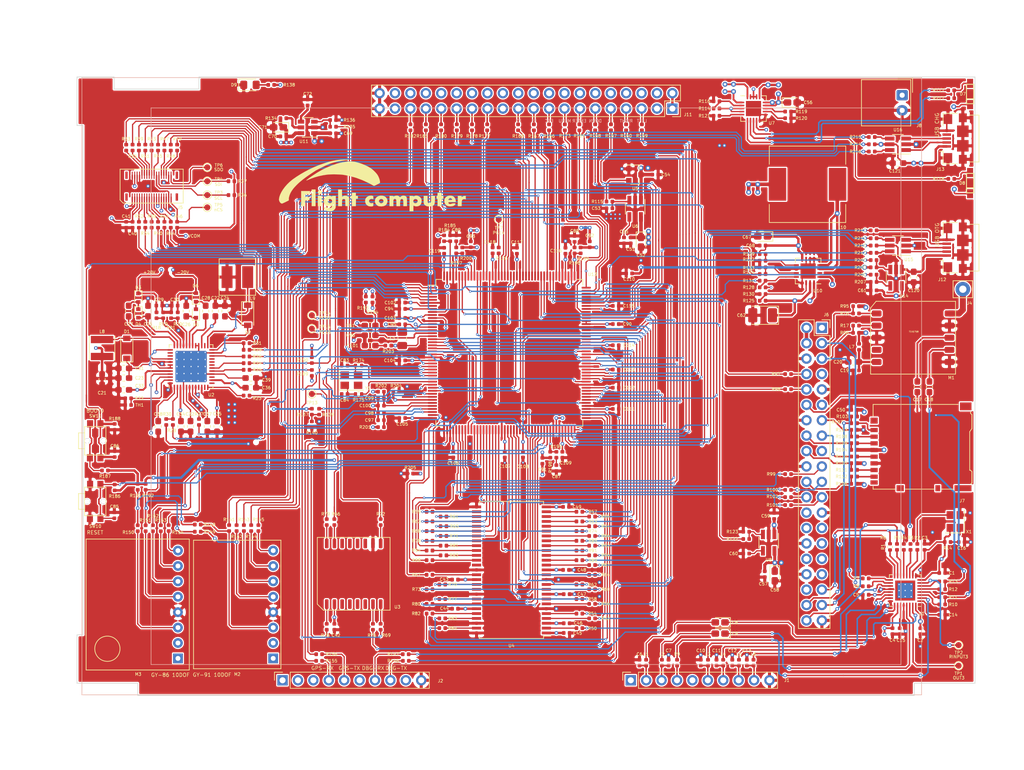
<source format=kicad_pcb>
(kicad_pcb (version 20171130) (host pcbnew "(5.1.7)-1")
  (layers (0 F.Cu signal) (1 In1.Cu mixed hide) (2 In2.Cu mixed) (31 B.Cu signal) (34 B.Paste user) (35 F.Paste user) (36 B.SilkS user) (37 F.SilkS user) (38 B.Mask user) (39 F.Mask user) (44 Edge.Cuts user))
  (net 0 "")
  (net 1 GND)
  (net 2 VCC_3V3)
  (net 3 VCC_5V)
  (net 4 "Net-(C6-Pad1)")
  (net 5 "Net-(C7-Pad1)")
  (net 6 "Net-(C8-Pad2)")
  (net 7 "Net-(C8-Pad1)")
  (net 8 "Net-(C9-Pad2)")
  (net 9 "Net-(C9-Pad1)")
  (net 10 "Net-(C10-Pad1)")
  (net 11 "Net-(C11-Pad1)")
  (net 12 "Net-(C12-Pad1)")
  (net 13 "Net-(C13-Pad1)")
  (net 14 "Net-(C14-Pad1)")
  (net 15 "Net-(C15-Pad2)")
  (net 16 "Net-(C16-Pad2)")
  (net 17 /Codec/RADIO_R)
  (net 18 "Net-(C17-Pad1)")
  (net 19 /Codec/RADIO_L)
  (net 20 "Net-(C18-Pad1)")
  (net 21 "Net-(C19-Pad1)")
  (net 22 VCC_BAT+)
  (net 23 "Net-(C23-Pad1)")
  (net 24 "Net-(C24-Pad2)")
  (net 25 "Net-(C25-Pad1)")
  (net 26 "Net-(C26-Pad2)")
  (net 27 "Net-(C27-Pad2)")
  (net 28 "Net-(C27-Pad1)")
  (net 29 "Net-(C28-Pad2)")
  (net 30 "Net-(C28-Pad1)")
  (net 31 +22V)
  (net 32 -20V)
  (net 33 +15V)
  (net 34 -15V)
  (net 35 /EINK-PMIC/VCOM)
  (net 36 "Net-(C37-Pad2)")
  (net 37 "Net-(C38-Pad2)")
  (net 38 VCC_EINK)
  (net 39 VCC_PERIH)
  (net 40 VCC_MCU)
  (net 41 "Net-(C53-Pad1)")
  (net 42 VCC_BAT)
  (net 43 "Net-(C55-Pad1)")
  (net 44 +BATT)
  (net 45 "Net-(C60-Pad1)")
  (net 46 "Net-(C72-Pad1)")
  (net 47 "Net-(C83-Pad1)")
  (net 48 "Net-(C84-Pad1)")
  (net 49 /DEBUG/nRST)
  (net 50 /MCU/BOOT0)
  (net 51 "Net-(C87-Pad1)")
  (net 52 "Net-(C88-Pad1)")
  (net 53 "Net-(C89-Pad1)")
  (net 54 GNDS)
  (net 55 "Net-(C101-Pad1)")
  (net 56 "Net-(C120-Pad1)")
  (net 57 VCC_USB)
  (net 58 "Net-(D1-Pad2)")
  (net 59 "Net-(D2-Pad1)")
  (net 60 "Net-(D7-Pad1)")
  (net 61 "Net-(D8-Pad1)")
  (net 62 "Net-(D9-Pad2)")
  (net 63 /Codec/HPDETECT)
  (net 64 "Net-(J2-Pad8)")
  (net 65 "Net-(J2-Pad7)")
  (net 66 "Net-(J2-Pad5)")
  (net 67 "Net-(J2-Pad4)")
  (net 68 "Net-(J4-Pad1)")
  (net 69 "Net-(J5-Pad34)")
  (net 70 "Net-(J5-Pad33)")
  (net 71 "Net-(J5-Pad30)")
  (net 72 "Net-(J5-Pad28)")
  (net 73 "Net-(J5-Pad26)")
  (net 74 "Net-(J5-Pad24)")
  (net 75 "Net-(J5-Pad22)")
  (net 76 "Net-(J5-Pad20)")
  (net 77 "Net-(J5-Pad19)")
  (net 78 "Net-(J5-Pad18)")
  (net 79 "Net-(J5-Pad17)")
  (net 80 "Net-(J5-Pad16)")
  (net 81 "Net-(J5-Pad15)")
  (net 82 "Net-(J5-Pad14)")
  (net 83 "Net-(J5-Pad13)")
  (net 84 "Net-(J5-Pad12)")
  (net 85 "Net-(J5-Pad11)")
  (net 86 "Net-(J5-Pad10)")
  (net 87 "Net-(J5-Pad9)")
  (net 88 /Codec/I2S_DIN)
  (net 89 /Raspberry/I2S_DIN)
  (net 90 /Raspberry/SDIO_DAT2)
  (net 91 /Codec/I2S_LRCK)
  (net 92 "Net-(J6-Pad24)")
  (net 93 "Net-(J6-Pad23)")
  (net 94 /Raspberry/SDIO_DAT1)
  (net 95 "Net-(J6-Pad21)")
  (net 96 "Net-(J6-Pad19)")
  (net 97 /Raspberry/SDIO_DAT0)
  (net 98 /Raspberry/SDIO_CMD)
  (net 99 /Raspberry/SDIO_CLK)
  (net 100 /Raspberry/SDIO_DAT3)
  (net 101 /Codec/I2S_SCLK)
  (net 102 "Net-(J6-Pad10)")
  (net 103 "Net-(J6-Pad8)")
  (net 104 /Codec/I2C_SCL)
  (net 105 /Codec/I2C_SDA)
  (net 106 "Net-(J7-Pad7)")
  (net 107 "Net-(J7-Pad5)")
  (net 108 "Net-(J7-Pad3)")
  (net 109 "Net-(J7-Pad2)")
  (net 110 "Net-(J7-Pad1)")
  (net 111 "Net-(J7-Pad8)")
  (net 112 "Net-(J11-Pad35)")
  (net 113 "Net-(J11-Pad33)")
  (net 114 "Net-(J11-Pad31)")
  (net 115 "Net-(J11-Pad29)")
  (net 116 "Net-(J11-Pad27)")
  (net 117 "Net-(J11-Pad25)")
  (net 118 "Net-(J12-Pad3)")
  (net 119 "Net-(J12-Pad4)")
  (net 120 "Net-(J12-Pad2)")
  (net 121 "Net-(J13-Pad3)")
  (net 122 "Net-(J13-Pad2)")
  (net 123 "Net-(L3-Pad1)")
  (net 124 "Net-(L4-Pad1)")
  (net 125 "Net-(L5-Pad1)")
  (net 126 "Net-(L6-Pad1)")
  (net 127 "Net-(L10-Pad2)")
  (net 128 "Net-(M1-Pad2)")
  (net 129 "Net-(M1-Pad1)")
  (net 130 "Net-(M2-Pad8)")
  (net 131 "Net-(M2-Pad7)")
  (net 132 "Net-(M2-Pad6)")
  (net 133 "Net-(M2-Pad5)")
  (net 134 "Net-(M2-Pad4)")
  (net 135 "Net-(M3-Pad4)")
  (net 136 "Net-(M3-Pad5)")
  (net 137 "Net-(M3-Pad6)")
  (net 138 "Net-(M3-Pad7)")
  (net 139 "Net-(M3-Pad8)")
  (net 140 /Codec/I2S_MCLK)
  (net 141 "Net-(R2-Pad1)")
  (net 142 "Net-(R3-Pad1)")
  (net 143 "Net-(R4-Pad1)")
  (net 144 "Net-(R5-Pad1)")
  (net 145 "Net-(R6-Pad1)")
  (net 146 "Net-(R7-Pad1)")
  (net 147 "Net-(R8-Pad1)")
  (net 148 "Net-(R9-Pad1)")
  (net 149 "Net-(R10-Pad1)")
  (net 150 "Net-(R11-Pad1)")
  (net 151 "Net-(R12-Pad1)")
  (net 152 "Net-(R13-Pad1)")
  (net 153 "Net-(R18-Pad2)")
  (net 154 "Net-(R20-Pad1)")
  (net 155 "Net-(R22-Pad2)")
  (net 156 "Net-(R23-Pad2)")
  (net 157 /EINK-PMIC/EPD_PMIC_VCOM)
  (net 158 "Net-(R24-Pad2)")
  (net 159 /EINK-PMIC/EPD_PMIC_SDA)
  (net 160 "Net-(R25-Pad2)")
  (net 161 /EINK-PMIC/EPD_PMIC_SCL)
  (net 162 "Net-(R26-Pad2)")
  (net 163 /EINK-PMIC/EPD_PMIC_PWRUP)
  (net 164 "Net-(R27-Pad2)")
  (net 165 /EINK-PMIC/EPD_PMIC_WAKEUP)
  (net 166 /EINK-PMIC/EPD_PMIC_nINT)
  (net 167 "Net-(R28-Pad1)")
  (net 168 /EINK-PMIC/EPD_PMIC_PWR_GOOD)
  (net 169 "Net-(R29-Pad1)")
  (net 170 /EINK-PMIC/EPD_CL)
  (net 171 /EINK-PMIC/EPD_LE)
  (net 172 /EINK-PMIC/EPD_OE)
  (net 173 /EINK-PMIC/EPD_SPH)
  (net 174 /EINK-PMIC/EPD_D0)
  (net 175 /EINK-PMIC/EPD_D1)
  (net 176 /EINK-PMIC/EPD_D2)
  (net 177 /EINK-PMIC/EPD_D3)
  (net 178 /EINK-PMIC/EPD_D4)
  (net 179 /EINK-PMIC/EPD_D5)
  (net 180 /EINK-PMIC/EPD_D6)
  (net 181 /EINK-PMIC/EPD_D7)
  (net 182 /EINK-PMIC/EPD_GMODE)
  (net 183 /EINK-PMIC/EPD_CKV)
  (net 184 /EINK-PMIC/EPD_SPV)
  (net 185 "Net-(R50-Pad2)")
  (net 186 /MCU/FMC_D0)
  (net 187 /MCU/FMC_A0)
  (net 188 "Net-(R51-Pad1)")
  (net 189 "Net-(R52-Pad2)")
  (net 190 /MCU/FMC_D1)
  (net 191 /MCU/FMC_A1)
  (net 192 "Net-(R53-Pad1)")
  (net 193 "Net-(R54-Pad2)")
  (net 194 /MCU/FMC_D2)
  (net 195 /MCU/FMC_A2)
  (net 196 "Net-(R55-Pad1)")
  (net 197 "Net-(R56-Pad2)")
  (net 198 /MCU/FMC_D3)
  (net 199 /MCU/FMC_A3)
  (net 200 "Net-(R57-Pad1)")
  (net 201 "Net-(R58-Pad2)")
  (net 202 /MCU/FMC_D4)
  (net 203 /MCU/FMC_A4)
  (net 204 "Net-(R59-Pad1)")
  (net 205 "Net-(R60-Pad2)")
  (net 206 /MCU/FMC_D5)
  (net 207 /MCU/FMC_A5)
  (net 208 "Net-(R61-Pad1)")
  (net 209 "Net-(R62-Pad2)")
  (net 210 /MCU/FMC_D6)
  (net 211 /MCU/FMC_A6)
  (net 212 "Net-(R63-Pad1)")
  (net 213 "Net-(R64-Pad2)")
  (net 214 /MCU/FMC_D7)
  (net 215 /MCU/FMC_A7)
  (net 216 "Net-(R65-Pad1)")
  (net 217 /Memory/NOR_DQ0)
  (net 218 "Net-(R66-Pad1)")
  (net 219 "Net-(R67-Pad2)")
  (net 220 /MCU/FMC_D8)
  (net 221 /MCU/FMC_A8)
  (net 222 "Net-(R68-Pad1)")
  (net 223 /Memory/NOR_DQ1)
  (net 224 "Net-(R69-Pad1)")
  (net 225 "Net-(R70-Pad2)")
  (net 226 /MCU/FMC_D9)
  (net 227 /MCU/FMC_A9)
  (net 228 "Net-(R71-Pad1)")
  (net 229 /Memory/NOR_DQ2)
  (net 230 "Net-(R72-Pad1)")
  (net 231 "Net-(R73-Pad2)")
  (net 232 /MCU/FMC_D10)
  (net 233 /MCU/FMC_A10)
  (net 234 "Net-(R74-Pad1)")
  (net 235 "Net-(R75-Pad2)")
  (net 236 /Memory/NOR_nCS)
  (net 237 /Memory/NOR_DQ3)
  (net 238 "Net-(R76-Pad1)")
  (net 239 "Net-(R77-Pad2)")
  (net 240 /MCU/FMC_D11)
  (net 241 /MCU/FMC_A11)
  (net 242 "Net-(R78-Pad1)")
  (net 243 "Net-(R79-Pad2)")
  (net 244 /Memory/NOR_CLK)
  (net 245 "Net-(R80-Pad2)")
  (net 246 /MCU/FMC_D12)
  (net 247 /MCU/FMC_A12)
  (net 248 "Net-(R81-Pad1)")
  (net 249 "Net-(R82-Pad2)")
  (net 250 /MCU/FMC_D13)
  (net 251 "Net-(R83-Pad2)")
  (net 252 /MCU/FMC_D14)
  (net 253 "Net-(R84-Pad2)")
  (net 254 /MCU/FMC_D15)
  (net 255 /MCU/FMC_BA0)
  (net 256 "Net-(R85-Pad1)")
  (net 257 /MCU/FMC_BA1)
  (net 258 "Net-(R86-Pad1)")
  (net 259 /MCU/FMC_nBL0)
  (net 260 "Net-(R87-Pad1)")
  (net 261 /MCU/FMC_nBL1)
  (net 262 "Net-(R88-Pad1)")
  (net 263 /MCU/FMC_nWE)
  (net 264 "Net-(R89-Pad1)")
  (net 265 /MCU/FMC_nCAS)
  (net 266 "Net-(R90-Pad1)")
  (net 267 /MCU/FMC_nRAS)
  (net 268 "Net-(R91-Pad1)")
  (net 269 /MCU/FMC_nE1)
  (net 270 "Net-(R92-Pad1)")
  (net 271 /MCU/FMC_CLK)
  (net 272 "Net-(R93-Pad1)")
  (net 273 /MCU/FMC_CKE1)
  (net 274 "Net-(R94-Pad1)")
  (net 275 /VARIO_RX)
  (net 276 /VARIO_TX)
  (net 277 /EINK_MOSI)
  (net 278 /EINK_MISO)
  (net 279 /EINK_SCLK)
  (net 280 /EINK_nCS)
  (net 281 "Net-(R114-Pad2)")
  (net 282 "Net-(R115-Pad2)")
  (net 283 "Net-(R117-Pad2)")
  (net 284 "Net-(R118-Pad2)")
  (net 285 "Net-(R119-Pad1)")
  (net 286 "Net-(R120-Pad1)")
  (net 287 "Net-(R121-Pad1)")
  (net 288 /MCU/PWR_PERIPH_EN)
  (net 289 "Net-(R122-Pad1)")
  (net 290 "Net-(R124-Pad2)")
  (net 291 /MCU/PWR_5V_EN)
  (net 292 "Net-(R125-Pad2)")
  (net 293 "Net-(R126-Pad2)")
  (net 294 /MCU/PWR_EXTRA_EN)
  (net 295 "Net-(R128-Pad2)")
  (net 296 "Net-(R129-Pad2)")
  (net 297 /MCU/LOW_BATTERY)
  (net 298 "Net-(R134-Pad1)")
  (net 299 "Net-(R135-Pad2)")
  (net 300 /MCU/PWR_BAT+_EN)
  (net 301 "Net-(R137-Pad2)")
  (net 302 /MCU/BAT_SENSING)
  (net 303 /IMU1_SCLK)
  (net 304 /IMU1_MOSI)
  (net 305 /IMU1_MISO)
  (net 306 /IMU1_nCS1)
  (net 307 /IMU1_nCS2)
  (net 308 /Vario/DEBUG_TX)
  (net 309 /Vario/DEBUG_RX)
  (net 310 /IMU2_SCL)
  (net 311 /IMU2_SDA)
  (net 312 /IMU2_FSYNC)
  (net 313 /IMU2_nINT)
  (net 314 /IMU2_DRDY)
  (net 315 /Vario/GPS_RX)
  (net 316 /Vario/GPS_TX)
  (net 317 /DEBUG/DEBUG_nJTRST)
  (net 318 /DEBUG/DEBUG_JTDI)
  (net 319 /DEBUG/DEBUG_JMS-SWDIO)
  (net 320 /DEBUG/DEBUG_JTCK-SWCLK)
  (net 321 /DEBUG/DEBUG_JTDO-SWO)
  (net 322 "Net-(R184-Pad2)")
  (net 323 "Net-(R187-Pad1)")
  (net 324 "Net-(R206-Pad2)")
  (net 325 /MCU/USB_HS_PWR_EN)
  (net 326 "Net-(R208-Pad1)")
  (net 327 /MCU/USB_HS_OVCR)
  (net 328 /MCU/USB_HS_VBUS)
  (net 329 "Net-(R211-Pad2)")
  (net 330 /MCU/USB_HS_DP)
  (net 331 "Net-(R212-Pad2)")
  (net 332 /MCU/USB_HS_DN)
  (net 333 /MCU/USB_HS_ID)
  (net 334 /MCU/USB_FS_VBUS)
  (net 335 "Net-(R215-Pad2)")
  (net 336 /MCU/USB_FS_DP)
  (net 337 "Net-(R216-Pad2)")
  (net 338 /MCU/USB_FS_DN)
  (net 339 "Net-(R217-Pad2)")
  (net 340 "Net-(TP1-Pad1)")
  (net 341 "Net-(TP2-Pad1)")
  (net 342 "Net-(TP13-Pad1)")
  (net 343 "Net-(TP14-Pad1)")
  (net 344 "Net-(TP15-Pad1)")
  (net 345 G_KEY_FUNC2)
  (net 346 G_KEY_FUNC1)
  (net 347 G_KEY_ESCAPE)
  (net 348 G_KEY_MENU)
  (net 349 G_KEY_ENTER)
  (net 350 G_KEY_DOWN)
  (net 351 G_KEY_UP)
  (net 352 G_KEY_RIGHT)
  (net 353 G_KEY_LEFT)
  (net 354 /KEYBOARD/KEY_UP)
  (net 355 /KEYBOARD/KEY_DOWN)
  (net 356 /KEYBOARD/KEY_LEFT)
  (net 357 /KEYBOARD/KEY_RIGHT)
  (net 358 /KEYBOARD/KEY_ENTER)
  (net 359 /KEYBOARD/KEY_ESCAPE)
  (net 360 /KEYBOARD/KEY_FUNC1)
  (net 361 /KEYBOARD/KEY_FUNC2)
  (net 362 /KEYBOARD/KEY_MENU)
  (net 363 "Net-(J1-Pad5)")
  (net 364 "Net-(J2-Pad9)")
  (net 365 "Net-(J2-Pad6)")
  (net 366 "Net-(J2-Pad3)")
  (net 367 "Net-(J6-Pad36)")
  (net 368 "Net-(J6-Pad33)")
  (net 369 "Net-(J6-Pad32)")
  (net 370 "Net-(J6-Pad31)")
  (net 371 "Net-(J6-Pad29)")
  (net 372 "Net-(J6-Pad28)")
  (net 373 "Net-(J6-Pad27)")
  (net 374 "Net-(J6-Pad26)")
  (net 375 "Net-(J6-Pad17)")
  (net 376 "Net-(J6-Pad11)")
  (net 377 "Net-(J6-Pad7)")
  (net 378 "Net-(J7-Pad9)")
  (net 379 "Net-(J11-Pad38)")
  (net 380 "Net-(J11-Pad37)")
  (net 381 "Net-(J11-Pad36)")
  (net 382 "Net-(J11-Pad34)")
  (net 383 "Net-(J11-Pad32)")
  (net 384 "Net-(J11-Pad30)")
  (net 385 "Net-(J11-Pad28)")
  (net 386 "Net-(J11-Pad26)")
  (net 387 "Net-(J11-Pad24)")
  (net 388 "Net-(J11-Pad23)")
  (net 389 "Net-(J11-Pad22)")
  (net 390 "Net-(J11-Pad20)")
  (net 391 "Net-(J11-Pad18)")
  (net 392 "Net-(J11-Pad16)")
  (net 393 "Net-(J11-Pad14)")
  (net 394 "Net-(J11-Pad12)")
  (net 395 "Net-(J11-Pad10)")
  (net 396 "Net-(J11-Pad8)")
  (net 397 "Net-(J11-Pad6)")
  (net 398 "Net-(J11-Pad4)")
  (net 399 "Net-(J11-Pad3)")
  (net 400 "Net-(J13-Pad4)")
  (net 401 "Net-(M1-Pad4)")
  (net 402 "Net-(M2-Pad2)")
  (net 403 "Net-(M3-Pad2)")
  (net 404 "Net-(U3-Pad3)")
  (net 405 "Net-(U10-Pad2)")
  (net 406 "Net-(Y1-Pad4)")
  (net 407 "Net-(Y1-Pad2)")
  (net 408 /MCU/MCU_POWER/VDDSMPS)
  (net 409 /MCU/MCU_POWER/VSSA)
  (net 410 /MCU/MCU_POWER/VDDA)
  (net 411 /MCU/MCU_POWER/VREF+)
  (net 412 /MCU/MCU_POWER/VDDLDO)
  (net 413 /MCU/MCU_POWER/VCAP)
  (net 414 /MCU/MCU_POWER/SMPS_OUT)
  (net 415 /MCU/MCU_POWER/VLXSMPS)
  (net 416 "Net-(R174-Pad2)")
  (net 417 "Net-(R175-Pad2)")
  (net 418 "Net-(M1-Pad9)")
  (net 419 "Net-(R1-Pad1)")
  (module Resistor_SMD:R_0402_1005Metric (layer F.Cu) (at 134 77.5 90)
    (fp_text reference R1 (at 0 -1.17 90) (layer F.SilkS) (effects (font (size 0.5 0.5) (thickness 0.08))))
    (fp_text value 33R)
    (pad 2 smd roundrect (at 0.51 0 90) (size 0.54 0.64) (layers F.Cu F.Paste F.Mask) (net 91 /Codec/I2S_LRCK))
    (pad 1 smd roundrect (at -0.51 0 90) (size 0.54 0.64) (layers F.Cu F.Paste F.Mask) (net 419 "Net-(R1-Pad1)"))
  )
  (module FlightComputer_Library:FC-LOGO (layer F.Cu) (at 48.75 18)
    (fp_text reference G*** hide)
    (fp_text value LOGO hide)
  )
  (module FlightComputer_Library:GY-91 (layer F.Cu) (at 26.4 87 180)
    (fp_text reference M2 (at -0.013 -11.507) (layer F.SilkS) (effects (font (size 0.5 0.5) (thickness 0.08))))
    (fp_text value GY-91)
    (pad 8 thru_hole circle (at -5.93 8.89 180) (size 1.6 1.6) (drill 0.8) (layers *.Cu *.Mask) (net 130 "Net-(M2-Pad8)"))
    (pad 7 thru_hole circle (at -5.93 6.35 180) (size 1.6 1.6) (drill 0.8) (layers *.Cu *.Mask) (net 131 "Net-(M2-Pad7)"))
    (pad 6 thru_hole circle (at -5.93 3.81 180) (size 1.6 1.6) (drill 0.8) (layers *.Cu *.Mask) (net 132 "Net-(M2-Pad6)"))
    (pad 5 thru_hole circle (at -5.93 1.27 180) (size 1.6 1.6) (drill 0.8) (layers *.Cu *.Mask) (net 133 "Net-(M2-Pad5)"))
    (pad 3 thru_hole circle (at -5.93 -1.27 180) (size 1.6 1.6) (drill 0.8) (layers *.Cu *.Mask) (net 1 GND))
    (pad 4 thru_hole circle (at -5.93 -3.81 180) (size 1.6 1.6) (drill 0.8) (layers *.Cu *.Mask) (net 134 "Net-(M2-Pad4)"))
    (pad 2 thru_hole circle (at -5.93 -6.35 180) (size 1.6 1.6) (drill 0.8) (layers *.Cu *.Mask) (net 402 "Net-(M2-Pad2)"))
    (pad 1 thru_hole rect (at -5.93 -8.89 180) (size 1.6 1.6) (drill 0.8) (layers *.Cu *.Mask) (net 22 VCC_BAT+))
  )
  (module FlightComputer_Library:SML-LXR85GC-TR (layer F.Cu) (at 147.2 17.5 270)
    (fp_text reference D8 (at 0 1.3 180) (layer F.SilkS) (effects (font (size 0.5 0.5) (thickness 0.08))))
    (fp_text value LED_G)
    (pad 2 smd rect (at 1.75 0 270) (size 1.5 1) (layers F.Cu F.Paste F.Mask) (net 57 VCC_USB))
    (pad 1 smd rect (at -1.75 0 270) (size 1.5 1) (layers F.Cu F.Paste F.Mask) (net 61 "Net-(D8-Pad1)"))
  )
  (module FlightComputer_Library:SML-LXR85GC-TR (layer F.Cu) (at 147.2 2.8 270)
    (fp_text reference D7 (at 0 1.2) (layer F.SilkS) (effects (font (size 0.5 0.5) (thickness 0.08))))
    (fp_text value LED_R)
    (pad 2 smd rect (at 1.75 0 270) (size 1.5 1) (layers F.Cu F.Paste F.Mask) (net 57 VCC_USB))
    (pad 1 smd rect (at -1.75 0 270) (size 1.5 1) (layers F.Cu F.Paste F.Mask) (net 60 "Net-(D7-Pad1)"))
  )
  (module Diode_SMD:D_0805_2012Metric_Pad1.15x1.40mm_HandSolder (layer F.Cu) (at 28.5 1.3)
    (fp_text reference D9 (at -2.65 0) (layer F.SilkS) (effects (font (size 0.5 0.5) (thickness 0.08))))
    (fp_text value LED_G)
    (pad 2 smd roundrect (at 1.025 0) (size 1.15 1.4) (layers F.Cu F.Paste F.Mask) (roundrect_rratio 0.217391) (net 62 "Net-(D9-Pad2)"))
    (pad 1 smd roundrect (at -1.025 0) (size 1.15 1.4) (layers F.Cu F.Paste F.Mask) (roundrect_rratio 0.217391) (net 1 GND))
  )
  (module Package_QFP:LQFP-176_24x24mm_P0.5mm (layer F.Cu) (at 71.25 45.5)
    (fp_text reference U13 (at 13.7 -12.95) (layer F.SilkS) (effects (font (size 0.5 0.5) (thickness 0.08))))
    (fp_text value STM32H745IIT)
    (pad 176 smd roundrect (at -10.75 -12.675) (size 0.3 1.5) (layers F.Cu F.Paste F.Mask) (net 40 VCC_MCU))
    (pad 175 smd roundrect (at -10.25 -12.675) (size 0.3 1.5) (layers F.Cu F.Paste F.Mask) (net 412 /MCU/MCU_POWER/VDDLDO))
    (pad 174 smd roundrect (at -9.75 -12.675) (size 0.3 1.5) (layers F.Cu F.Paste F.Mask) (net 322 "Net-(R184-Pad2)"))
    (pad 173 smd roundrect (at -9.25 -12.675) (size 0.3 1.5) (layers F.Cu F.Paste F.Mask) (net 1 GND))
    (pad 172 smd roundrect (at -8.75 -12.675) (size 0.3 1.5) (layers F.Cu F.Paste F.Mask) (net 413 /MCU/MCU_POWER/VCAP))
    (pad 171 smd roundrect (at -8.25 -12.675) (size 0.3 1.5) (layers F.Cu F.Paste F.Mask) (net 261 /MCU/FMC_nBL1))
    (pad 170 smd roundrect (at -7.75 -12.675) (size 0.3 1.5) (layers F.Cu F.Paste F.Mask) (net 259 /MCU/FMC_nBL0))
    (pad 169 smd roundrect (at -7.25 -12.675) (size 0.3 1.5) (layers F.Cu F.Paste F.Mask) (net 291 /MCU/PWR_5V_EN))
    (pad 168 smd roundrect (at -6.75 -12.675) (size 0.3 1.5) (layers F.Cu F.Paste F.Mask) (net 161 /EINK-PMIC/EPD_PMIC_SCL))
    (pad 167 smd roundrect (at -6.25 -12.675) (size 0.3 1.5) (layers F.Cu F.Paste F.Mask) (net 50 /MCU/BOOT0))
    (pad 166 smd roundrect (at -5.75 -12.675) (size 0.3 1.5) (layers F.Cu F.Paste F.Mask) (net 159 /EINK-PMIC/EPD_PMIC_SDA))
    (pad 165 smd roundrect (at -5.25 -12.675) (size 0.3 1.5) (layers F.Cu F.Paste F.Mask) (net 269 /MCU/FMC_nE1))
    (pad 164 smd roundrect (at -4.75 -12.675) (size 0.3 1.5) (layers F.Cu F.Paste F.Mask) (net 273 /MCU/FMC_CKE1))
    (pad 163 smd roundrect (at -4.25 -12.675) (size 0.3 1.5) (layers F.Cu F.Paste F.Mask) (net 317 /DEBUG/DEBUG_nJTRST))
    (pad 162 smd roundrect (at -3.75 -12.675) (size 0.3 1.5) (layers F.Cu F.Paste F.Mask) (net 321 /DEBUG/DEBUG_JTDO-SWO))
    (pad 161 smd roundrect (at -3.25 -12.675) (size 0.3 1.5) (layers F.Cu F.Paste F.Mask) (net 265 /MCU/FMC_nCAS))
    (pad 160 smd roundrect (at -2.75 -12.675) (size 0.3 1.5) (layers F.Cu F.Paste F.Mask) (net 40 VCC_MCU))
    (pad 159 smd roundrect (at -2.25 -12.675) (size 0.3 1.5) (layers F.Cu F.Paste F.Mask) (net 1 GND))
    (pad 158 smd roundrect (at -1.75 -12.675) (size 0.3 1.5) (layers F.Cu F.Paste F.Mask) (net 294 /MCU/PWR_EXTRA_EN))
    (pad 157 smd roundrect (at -1.25 -12.675) (size 0.3 1.5) (layers F.Cu F.Paste F.Mask) (net 166 /EINK-PMIC/EPD_PMIC_nINT))
    (pad 156 smd roundrect (at -0.75 -12.675) (size 0.3 1.5) (layers F.Cu F.Paste F.Mask) (net 168 /EINK-PMIC/EPD_PMIC_PWR_GOOD))
    (pad 155 smd roundrect (at -0.25 -12.675) (size 0.3 1.5) (layers F.Cu F.Paste F.Mask) (net 163 /EINK-PMIC/EPD_PMIC_PWRUP))
    (pad 154 smd roundrect (at 0.25 -12.675) (size 0.3 1.5) (layers F.Cu F.Paste F.Mask) (net 165 /EINK-PMIC/EPD_PMIC_WAKEUP))
    (pad 153 smd roundrect (at 0.75 -12.675) (size 0.3 1.5) (layers F.Cu F.Paste F.Mask) (net 157 /EINK-PMIC/EPD_PMIC_VCOM))
    (pad 152 smd roundrect (at 1.25 -12.675) (size 0.3 1.5) (layers F.Cu F.Paste F.Mask) (net 40 VCC_MCU))
    (pad 151 smd roundrect (at 1.75 -12.675) (size 0.3 1.5) (layers F.Cu F.Paste F.Mask) (net 1 GND))
    (pad 150 smd roundrect (at 2.25 -12.675) (size 0.3 1.5) (layers F.Cu F.Paste F.Mask) (net 179 /EINK-PMIC/EPD_D5))
    (pad 149 smd roundrect (at 2.75 -12.675) (size 0.3 1.5) (layers F.Cu F.Paste F.Mask) (net 178 /EINK-PMIC/EPD_D4))
    (pad 148 smd roundrect (at 3.25 -12.675) (size 0.3 1.5) (layers F.Cu F.Paste F.Mask) (net 177 /EINK-PMIC/EPD_D3))
    (pad 147 smd roundrect (at 3.75 -12.675) (size 0.3 1.5) (layers F.Cu F.Paste F.Mask) (net 176 /EINK-PMIC/EPD_D2))
    (pad 146 smd roundrect (at 4.25 -12.675) (size 0.3 1.5) (layers F.Cu F.Paste F.Mask) (net 175 /EINK-PMIC/EPD_D1))
    (pad 145 smd roundrect (at 4.75 -12.675) (size 0.3 1.5) (layers F.Cu F.Paste F.Mask) (net 174 /EINK-PMIC/EPD_D0))
    (pad 144 smd roundrect (at 5.25 -12.675) (size 0.3 1.5) (layers F.Cu F.Paste F.Mask) (net 198 /MCU/FMC_D3))
    (pad 143 smd roundrect (at 5.75 -12.675) (size 0.3 1.5) (layers F.Cu F.Paste F.Mask) (net 194 /MCU/FMC_D2))
    (pad 142 smd roundrect (at 6.25 -12.675) (size 0.3 1.5) (layers F.Cu F.Paste F.Mask) (net 334 /MCU/USB_FS_VBUS))
    (pad 141 smd roundrect (at 6.75 -12.675) (size 0.3 1.5) (layers F.Cu F.Paste F.Mask) (net 275 /VARIO_RX))
    (pad 140 smd roundrect (at 7.25 -12.675) (size 0.3 1.5) (layers F.Cu F.Paste F.Mask) (net 276 /VARIO_TX))
    (pad 139 smd roundrect (at 7.75 -12.675) (size 0.3 1.5) (layers F.Cu F.Paste F.Mask) (net 318 /DEBUG/DEBUG_JTDI))
    (pad 138 smd roundrect (at 8.25 -12.675) (size 0.3 1.5) (layers F.Cu F.Paste F.Mask) (net 320 /DEBUG/DEBUG_JTCK-SWCLK))
    (pad 137 smd roundrect (at 8.75 -12.675) (size 0.3 1.5) (layers F.Cu F.Paste F.Mask) (net 1 GND))
    (pad 136 smd roundrect (at 9.25 -12.675) (size 0.3 1.5) (layers F.Cu F.Paste F.Mask) (net 40 VCC_MCU))
    (pad 135 smd roundrect (at 9.75 -12.675) (size 0.3 1.5) (layers F.Cu F.Paste F.Mask) (net 412 /MCU/MCU_POWER/VDDLDO))
    (pad 134 smd roundrect (at 10.25 -12.675) (size 0.3 1.5) (layers F.Cu F.Paste F.Mask) (net 1 GND))
    (pad 133 smd roundrect (at 10.75 -12.675) (size 0.3 1.5) (layers F.Cu F.Paste F.Mask) (net 413 /MCU/MCU_POWER/VCAP))
    (pad 132 smd roundrect (at 12.675 -10.75) (size 1.5 0.3) (layers F.Cu F.Paste F.Mask) (net 319 /DEBUG/DEBUG_JMS-SWDIO))
    (pad 131 smd roundrect (at 12.675 -10.25) (size 1.5 0.3) (layers F.Cu F.Paste F.Mask) (net 336 /MCU/USB_FS_DP))
    (pad 130 smd roundrect (at 12.675 -9.75) (size 1.5 0.3) (layers F.Cu F.Paste F.Mask) (net 338 /MCU/USB_FS_DN))
    (pad 129 smd roundrect (at 12.675 -9.25) (size 1.5 0.3) (layers F.Cu F.Paste F.Mask) (net 308 /Vario/DEBUG_TX))
    (pad 128 smd roundrect (at 12.675 -8.75) (size 1.5 0.3) (layers F.Cu F.Paste F.Mask) (net 309 /Vario/DEBUG_RX))
    (pad 127 smd roundrect (at 12.675 -8.25) (size 1.5 0.3) (layers F.Cu F.Paste F.Mask) (net 327 /MCU/USB_HS_OVCR))
    (pad 126 smd roundrect (at 12.675 -7.75) (size 1.5 0.3) (layers F.Cu F.Paste F.Mask) (net 40 VCC_MCU))
    (pad 125 smd roundrect (at 12.675 -7.25) (size 1.5 0.3) (layers F.Cu F.Paste F.Mask) (net 361 /KEYBOARD/KEY_FUNC2))
    (pad 124 smd roundrect (at 12.675 -6.75) (size 1.5 0.3) (layers F.Cu F.Paste F.Mask) (net 360 /KEYBOARD/KEY_FUNC1))
    (pad 123 smd roundrect (at 12.675 -6.25) (size 1.5 0.3) (layers F.Cu F.Paste F.Mask) (net 355 /KEYBOARD/KEY_DOWN))
    (pad 122 smd roundrect (at 12.675 -5.75) (size 1.5 0.3) (layers F.Cu F.Paste F.Mask) (net 354 /KEYBOARD/KEY_UP))
    (pad 121 smd roundrect (at 12.675 -5.25) (size 1.5 0.3) (layers F.Cu F.Paste F.Mask) (net 40 VCC_MCU))
    (pad 120 smd roundrect (at 12.675 -4.75) (size 1.5 0.3) (layers F.Cu F.Paste F.Mask) (net 40 VCC_MCU))
    (pad 119 smd roundrect (at 12.675 -4.25) (size 1.5 0.3) (layers F.Cu F.Paste F.Mask) (net 1 GND))
    (pad 118 smd roundrect (at 12.675 -3.75) (size 1.5 0.3) (layers F.Cu F.Paste F.Mask) (net 271 /MCU/FMC_CLK))
    (pad 117 smd roundrect (at 12.675 -3.25) (size 1.5 0.3) (layers F.Cu F.Paste F.Mask) (net 288 /MCU/PWR_PERIPH_EN))
    (pad 116 smd roundrect (at 12.675 -2.75) (size 1.5 0.3) (layers F.Cu F.Paste F.Mask) (net 236 /Memory/NOR_nCS))
    (pad 115 smd roundrect (at 12.675 -2.25) (size 1.5 0.3) (layers F.Cu F.Paste F.Mask) (net 257 /MCU/FMC_BA1))
    (pad 114 smd roundrect (at 12.675 -1.75) (size 1.5 0.3) (layers F.Cu F.Paste F.Mask) (net 255 /MCU/FMC_BA0))
    (pad 113 smd roundrect (at 12.675 -1.25) (size 1.5 0.3) (layers F.Cu F.Paste F.Mask) (net 40 VCC_MCU))
    (pad 112 smd roundrect (at 12.675 -0.75) (size 1.5 0.3) (layers F.Cu F.Paste F.Mask) (net 1 GND))
    (pad 111 smd roundrect (at 12.675 -0.25) (size 1.5 0.3) (layers F.Cu F.Paste F.Mask) (net 300 /MCU/PWR_BAT+_EN))
    (pad 110 smd roundrect (at 12.675 0.25) (size 1.5 0.3) (layers F.Cu F.Paste F.Mask) (net 247 /MCU/FMC_A12))
    (pad 109 smd roundrect (at 12.675 0.75) (size 1.5 0.3) (layers F.Cu F.Paste F.Mask) (net 184 /EINK-PMIC/EPD_SPV))
    (pad 108 smd roundrect (at 12.675 1.25) (size 1.5 0.3) (layers F.Cu F.Paste F.Mask) (net 173 /EINK-PMIC/EPD_SPH))
    (pad 107 smd roundrect (at 12.675 1.75) (size 1.5 0.3) (layers F.Cu F.Paste F.Mask) (net 172 /EINK-PMIC/EPD_OE))
    (pad 106 smd roundrect (at 12.675 2.25) (size 1.5 0.3) (layers F.Cu F.Paste F.Mask) (net 1 GND))
    (pad 105 smd roundrect (at 12.675 2.75) (size 1.5 0.3) (layers F.Cu F.Paste F.Mask) (net 40 VCC_MCU))
    (pad 104 smd roundrect (at 12.675 3.25) (size 1.5 0.3) (layers F.Cu F.Paste F.Mask) (net 171 /EINK-PMIC/EPD_LE))
    (pad 103 smd roundrect (at 12.675 3.75) (size 1.5 0.3) (layers F.Cu F.Paste F.Mask) (net 182 /EINK-PMIC/EPD_GMODE))
    (pad 102 smd roundrect (at 12.675 4.25) (size 1.5 0.3) (layers F.Cu F.Paste F.Mask) (net 170 /EINK-PMIC/EPD_CL))
    (pad 101 smd roundrect (at 12.675 4.75) (size 1.5 0.3) (layers F.Cu F.Paste F.Mask) (net 183 /EINK-PMIC/EPD_CKV))
    (pad 100 smd roundrect (at 12.675 5.25) (size 1.5 0.3) (layers F.Cu F.Paste F.Mask) (net 1 GND))
    (pad 99 smd roundrect (at 12.675 5.75) (size 1.5 0.3) (layers F.Cu F.Paste F.Mask) (net 40 VCC_MCU))
    (pad 98 smd roundrect (at 12.675 6.25) (size 1.5 0.3) (layers F.Cu F.Paste F.Mask) (net 190 /MCU/FMC_D1))
    (pad 97 smd roundrect (at 12.675 6.75) (size 1.5 0.3) (layers F.Cu F.Paste F.Mask) (net 186 /MCU/FMC_D0))
    (pad 96 smd roundrect (at 12.675 7.25) (size 1.5 0.3) (layers F.Cu F.Paste F.Mask) (net 325 /MCU/USB_HS_PWR_EN))
    (pad 95 smd roundrect (at 12.675 7.75) (size 1.5 0.3) (layers F.Cu F.Paste F.Mask) (net 181 /EINK-PMIC/EPD_D7))
    (pad 94 smd roundrect (at 12.675 8.25) (size 1.5 0.3) (layers F.Cu F.Paste F.Mask) (net 180 /EINK-PMIC/EPD_D6))
    (pad 93 smd roundrect (at 12.675 8.75) (size 1.5 0.3) (layers F.Cu F.Paste F.Mask) (net 1 GND))
    (pad 92 smd roundrect (at 12.675 9.25) (size 1.5 0.3) (layers F.Cu F.Paste F.Mask) (net 40 VCC_MCU))
    (pad 91 smd roundrect (at 12.675 9.75) (size 1.5 0.3) (layers F.Cu F.Paste F.Mask) (net 254 /MCU/FMC_D15))
    (pad 90 smd roundrect (at 12.675 10.25) (size 1.5 0.3) (layers F.Cu F.Paste F.Mask) (net 252 /MCU/FMC_D14))
    (pad 89 smd roundrect (at 12.675 10.75) (size 1.5 0.3) (layers F.Cu F.Paste F.Mask) (net 250 /MCU/FMC_D13))
    (pad 88 smd roundrect (at 10.75 12.675) (size 0.3 1.5) (layers F.Cu F.Paste F.Mask) (net 330 /MCU/USB_HS_DP))
    (pad 87 smd roundrect (at 10.25 12.675) (size 0.3 1.5) (layers F.Cu F.Paste F.Mask) (net 332 /MCU/USB_HS_DN))
    (pad 86 smd roundrect (at 9.75 12.675) (size 0.3 1.5) (layers F.Cu F.Paste F.Mask) (net 328 /MCU/USB_HS_VBUS))
    (pad 85 smd roundrect (at 9.25 12.675) (size 0.3 1.5) (layers F.Cu F.Paste F.Mask) (net 333 /MCU/USB_HS_ID))
    (pad 84 smd roundrect (at 8.75 12.675) (size 0.3 1.5) (layers F.Cu F.Paste F.Mask) (net 40 VCC_MCU))
    (pad 83 smd roundrect (at 8.25 12.675) (size 0.3 1.5) (layers F.Cu F.Paste F.Mask) (net 1 GND))
    (pad 82 smd roundrect (at 7.75 12.675) (size 0.3 1.5) (layers F.Cu F.Paste F.Mask) (net 412 /MCU/MCU_POWER/VDDLDO))
    (pad 81 smd roundrect (at 7.25 12.675) (size 0.3 1.5) (layers F.Cu F.Paste F.Mask) (net 1 GND))
    (pad 80 smd roundrect (at 6.75 12.675) (size 0.3 1.5) (layers F.Cu F.Paste F.Mask) (net 413 /MCU/MCU_POWER/VCAP))
    (pad 79 smd roundrect (at 6.25 12.675) (size 0.3 1.5) (layers F.Cu F.Paste F.Mask) (net 311 /IMU2_SDA))
    (pad 78 smd roundrect (at 5.75 12.675) (size 0.3 1.5) (layers F.Cu F.Paste F.Mask) (net 310 /IMU2_SCL))
    (pad 77 smd roundrect (at 5.25 12.675) (size 0.3 1.5) (layers F.Cu F.Paste F.Mask) (net 246 /MCU/FMC_D12))
    (pad 76 smd roundrect (at 4.75 12.675) (size 0.3 1.5) (layers F.Cu F.Paste F.Mask) (net 240 /MCU/FMC_D11))
    (pad 75 smd roundrect (at 4.25 12.675) (size 0.3 1.5) (layers F.Cu F.Paste F.Mask) (net 232 /MCU/FMC_D10))
    (pad 74 smd roundrect (at 3.75 12.675) (size 0.3 1.5) (layers F.Cu F.Paste F.Mask) (net 226 /MCU/FMC_D9))
    (pad 73 smd roundrect (at 3.25 12.675) (size 0.3 1.5) (layers F.Cu F.Paste F.Mask) (net 220 /MCU/FMC_D8))
    (pad 72 smd roundrect (at 2.75 12.675) (size 0.3 1.5) (layers F.Cu F.Paste F.Mask) (net 214 /MCU/FMC_D7))
    (pad 71 smd roundrect (at 2.25 12.675) (size 0.3 1.5) (layers F.Cu F.Paste F.Mask) (net 40 VCC_MCU))
    (pad 70 smd roundrect (at 1.75 12.675) (size 0.3 1.5) (layers F.Cu F.Paste F.Mask) (net 1 GND))
    (pad 69 smd roundrect (at 1.25 12.675) (size 0.3 1.5) (layers F.Cu F.Paste F.Mask) (net 210 /MCU/FMC_D6))
    (pad 68 smd roundrect (at 0.75 12.675) (size 0.3 1.5) (layers F.Cu F.Paste F.Mask) (net 206 /MCU/FMC_D5))
    (pad 67 smd roundrect (at 0.25 12.675) (size 0.3 1.5) (layers F.Cu F.Paste F.Mask) (net 202 /MCU/FMC_D4))
    (pad 66 smd roundrect (at -0.25 12.675) (size 0.3 1.5) (layers F.Cu F.Paste F.Mask) (net 241 /MCU/FMC_A11))
    (pad 65 smd roundrect (at -0.75 12.675) (size 0.3 1.5) (layers F.Cu F.Paste F.Mask) (net 40 VCC_MCU))
    (pad 64 smd roundrect (at -1.25 12.675) (size 0.3 1.5) (layers F.Cu F.Paste F.Mask) (net 1 GND))
    (pad 63 smd roundrect (at -1.75 12.675) (size 0.3 1.5) (layers F.Cu F.Paste F.Mask) (net 233 /MCU/FMC_A10))
    (pad 62 smd roundrect (at -2.25 12.675) (size 0.3 1.5) (layers F.Cu F.Paste F.Mask) (net 227 /MCU/FMC_A9))
    (pad 61 smd roundrect (at -2.75 12.675) (size 0.3 1.5) (layers F.Cu F.Paste F.Mask) (net 221 /MCU/FMC_A8))
    (pad 60 smd roundrect (at -3.25 12.675) (size 0.3 1.5) (layers F.Cu F.Paste F.Mask) (net 215 /MCU/FMC_A7))
    (pad 59 smd roundrect (at -3.75 12.675) (size 0.3 1.5) (layers F.Cu F.Paste F.Mask) (net 211 /MCU/FMC_A6))
    (pad 58 smd roundrect (at -4.25 12.675) (size 0.3 1.5) (layers F.Cu F.Paste F.Mask) (net 267 /MCU/FMC_nRAS))
    (pad 57 smd roundrect (at -4.75 12.675) (size 0.3 1.5) (layers F.Cu F.Paste F.Mask) (net 313 /IMU2_nINT))
    (pad 56 smd roundrect (at -5.25 12.675) (size 0.3 1.5) (layers F.Cu F.Paste F.Mask) (net 312 /IMU2_FSYNC))
    (pad 55 smd roundrect (at -5.75 12.675) (size 0.3 1.5) (layers F.Cu F.Paste F.Mask) (net 314 /IMU2_DRDY))
    (pad 54 smd roundrect (at -6.25 12.675) (size 0.3 1.5) (layers F.Cu F.Paste F.Mask) (net 357 /KEYBOARD/KEY_RIGHT))
    (pad 53 smd roundrect (at -6.75 12.675) (size 0.3 1.5) (layers F.Cu F.Paste F.Mask) (net 356 /KEYBOARD/KEY_LEFT))
    (pad 52 smd roundrect (at -7.25 12.675) (size 0.3 1.5) (layers F.Cu F.Paste F.Mask) (net 277 /EINK_MOSI))
    (pad 51 smd roundrect (at -7.75 12.675) (size 0.3 1.5) (layers F.Cu F.Paste F.Mask) (net 278 /EINK_MISO))
    (pad 50 smd roundrect (at -8.25 12.675) (size 0.3 1.5) (layers F.Cu F.Paste F.Mask) (net 279 /EINK_SCLK))
    (pad 49 smd roundrect (at -8.75 12.675) (size 0.3 1.5) (layers F.Cu F.Paste F.Mask) (net 280 /EINK_nCS))
    (pad 48 smd roundrect (at -9.25 12.675) (size 0.3 1.5) (layers F.Cu F.Paste F.Mask) (net 40 VCC_MCU))
    (pad 47 smd roundrect (at -9.75 12.675) (size 0.3 1.5) (layers F.Cu F.Paste F.Mask) (net 1 GND))
    (pad 46 smd roundrect (at -10.25 12.675) (size 0.3 1.5) (layers F.Cu F.Paste F.Mask) (net 316 /Vario/GPS_TX))
    (pad 45 smd roundrect (at -10.75 12.675) (size 0.3 1.5) (layers F.Cu F.Paste F.Mask) (net 1 GND))
    (pad 44 smd roundrect (at -12.675 10.75) (size 1.5 0.3) (layers F.Cu F.Paste F.Mask) (net 40 VCC_MCU))
    (pad 43 smd roundrect (at -12.675 10.25) (size 1.5 0.3) (layers F.Cu F.Paste F.Mask) (net 315 /Vario/GPS_RX))
    (pad 42 smd roundrect (at -12.675 9.75) (size 1.5 0.3) (layers F.Cu F.Paste F.Mask) (net 362 /KEYBOARD/KEY_MENU))
    (pad 41 smd roundrect (at -12.675 9.25) (size 1.5 0.3) (layers F.Cu F.Paste F.Mask) (net 358 /KEYBOARD/KEY_ENTER))
    (pad 40 smd roundrect (at -12.675 8.75) (size 1.5 0.3) (layers F.Cu F.Paste F.Mask) (net 410 /MCU/MCU_POWER/VDDA))
    (pad 39 smd roundrect (at -12.675 8.25) (size 1.5 0.3) (layers F.Cu F.Paste F.Mask) (net 411 /MCU/MCU_POWER/VREF+))
    (pad 38 smd roundrect (at -12.675 7.75) (size 1.5 0.3) (layers F.Cu F.Paste F.Mask) (net 409 /MCU/MCU_POWER/VSSA))
    (pad 37 smd roundrect (at -12.675 7.25) (size 1.5 0.3) (layers F.Cu F.Paste F.Mask) (net 302 /MCU/BAT_SENSING))
    (pad 36 smd roundrect (at -12.675 6.75) (size 1.5 0.3) (layers F.Cu F.Paste F.Mask) (net 342 "Net-(TP13-Pad1)"))
    (pad 35 smd roundrect (at -12.675 6.25) (size 1.5 0.3) (layers F.Cu F.Paste F.Mask) (net 297 /MCU/LOW_BATTERY))
    (pad 34 smd roundrect (at -12.675 5.75) (size 1.5 0.3) (layers F.Cu F.Paste F.Mask) (net 263 /MCU/FMC_nWE))
    (pad 33 smd roundrect (at -12.675 5.25) (size 1.5 0.3) (layers F.Cu F.Paste F.Mask) (net 49 /DEBUG/nRST))
    (pad 32 smd roundrect (at -12.675 4.75) (size 1.5 0.3) (layers F.Cu F.Paste F.Mask) (net 417 "Net-(R175-Pad2)"))
    (pad 31 smd roundrect (at -12.675 4.25) (size 1.5 0.3) (layers F.Cu F.Paste F.Mask) (net 416 "Net-(R174-Pad2)"))
    (pad 30 smd roundrect (at -12.675 3.75) (size 1.5 0.3) (layers F.Cu F.Paste F.Mask) (net 244 /Memory/NOR_CLK))
    (pad 29 smd roundrect (at -12.675 3.25) (size 1.5 0.3) (layers F.Cu F.Paste F.Mask) (net 223 /Memory/NOR_DQ1))
    (pad 28 smd roundrect (at -12.675 2.75) (size 1.5 0.3) (layers F.Cu F.Paste F.Mask) (net 217 /Memory/NOR_DQ0))
    (pad 27 smd roundrect (at -12.675 2.25) (size 1.5 0.3) (layers F.Cu F.Paste F.Mask) (net 229 /Memory/NOR_DQ2))
    (pad 26 smd roundrect (at -12.675 1.75) (size 1.5 0.3) (layers F.Cu F.Paste F.Mask) (net 237 /Memory/NOR_DQ3))
    (pad 25 smd roundrect (at -12.675 1.25) (size 1.5 0.3) (layers F.Cu F.Paste F.Mask) (net 40 VCC_MCU))
    (pad 24 smd roundrect (at -12.675 0.75) (size 1.5 0.3) (layers F.Cu F.Paste F.Mask) (net 1 GND))
    (pad 23 smd roundrect (at -12.675 0.25) (size 1.5 0.3) (layers F.Cu F.Paste F.Mask) (net 207 /MCU/FMC_A5))
    (pad 22 smd roundrect (at -12.675 -0.25) (size 1.5 0.3) (layers F.Cu F.Paste F.Mask) (net 203 /MCU/FMC_A4))
    (pad 21 smd roundrect (at -12.675 -0.75) (size 1.5 0.3) (layers F.Cu F.Paste F.Mask) (net 199 /MCU/FMC_A3))
    (pad 20 smd roundrect (at -12.675 -1.25) (size 1.5 0.3) (layers F.Cu F.Paste F.Mask) (net 195 /MCU/FMC_A2))
    (pad 19 smd roundrect (at -12.675 -1.75) (size 1.5 0.3) (layers F.Cu F.Paste F.Mask) (net 191 /MCU/FMC_A1))
    (pad 18 smd roundrect (at -12.675 -2.25) (size 1.5 0.3) (layers F.Cu F.Paste F.Mask) (net 187 /MCU/FMC_A0))
    (pad 17 smd roundrect (at -12.675 -2.75) (size 1.5 0.3) (layers F.Cu F.Paste F.Mask) (net 414 /MCU/MCU_POWER/SMPS_OUT))
    (pad 16 smd roundrect (at -12.675 -3.25) (size 1.5 0.3) (layers F.Cu F.Paste F.Mask) (net 408 /MCU/MCU_POWER/VDDSMPS))
    (pad 15 smd roundrect (at -12.675 -3.75) (size 1.5 0.3) (layers F.Cu F.Paste F.Mask) (net 415 /MCU/MCU_POWER/VLXSMPS))
    (pad 14 smd roundrect (at -12.675 -4.25) (size 1.5 0.3) (layers F.Cu F.Paste F.Mask) (net 54 GNDS))
    (pad 13 smd roundrect (at -12.675 -4.75) (size 1.5 0.3) (layers F.Cu F.Paste F.Mask) (net 40 VCC_MCU))
    (pad 12 smd roundrect (at -12.675 -5.25) (size 1.5 0.3) (layers F.Cu F.Paste F.Mask) (net 1 GND))
    (pad 11 smd roundrect (at -12.675 -5.75) (size 1.5 0.3) (layers F.Cu F.Paste F.Mask) (net 344 "Net-(TP15-Pad1)"))
    (pad 10 smd roundrect (at -12.675 -6.25) (size 1.5 0.3) (layers F.Cu F.Paste F.Mask) (net 343 "Net-(TP14-Pad1)"))
    (pad 9 smd roundrect (at -12.675 -6.75) (size 1.5 0.3) (layers F.Cu F.Paste F.Mask) (net 359 /KEYBOARD/KEY_ESCAPE))
    (pad 8 smd roundrect (at -12.675 -7.25) (size 1.5 0.3) (layers F.Cu F.Paste F.Mask) (net 40 VCC_MCU))
    (pad 7 smd roundrect (at -12.675 -7.75) (size 1.5 0.3) (layers F.Cu F.Paste F.Mask) (net 40 VCC_MCU))
    (pad 6 smd roundrect (at -12.675 -8.25) (size 1.5 0.3) (layers F.Cu F.Paste F.Mask) (net 1 GND))
    (pad 5 smd roundrect (at -12.675 -8.75) (size 1.5 0.3) (layers F.Cu F.Paste F.Mask) (net 304 /IMU1_MOSI))
    (pad 4 smd roundrect (at -12.675 -9.25) (size 1.5 0.3) (layers F.Cu F.Paste F.Mask) (net 305 /IMU1_MISO))
    (pad 3 smd roundrect (at -12.675 -9.75) (size 1.5 0.3) (layers F.Cu F.Paste F.Mask) (net 307 /IMU1_nCS2))
    (pad 2 smd roundrect (at -12.675 -10.25) (size 1.5 0.3) (layers F.Cu F.Paste F.Mask) (net 306 /IMU1_nCS1))
    (pad 1 smd roundrect (at -12.675 -10.75) (size 1.5 0.3) (layers F.Cu F.Paste F.Mask) (net 303 /IMU1_SCLK))
  )
  (module Package_TO_SOT_SMD:SOT-23-5_HandSoldering (layer F.Cu) (at 91.99 21.72 270)
    (fp_text reference U6 (at 2.88 -0.01 180) (layer F.SilkS) (effects (font (size 0.5 0.5) (thickness 0.08))))
    (fp_text value "XC6220B331MR-G ")
    (pad 5 smd rect (at 1.35 -0.95 270) (size 1.56 0.65) (layers F.Cu F.Paste F.Mask) (net 40 VCC_MCU))
    (pad 4 smd rect (at 1.35 0.95 270) (size 1.56 0.65) (layers F.Cu F.Paste F.Mask) (net 43 "Net-(C55-Pad1)"))
    (pad 3 smd rect (at -1.35 0.95 270) (size 1.56 0.65) (layers F.Cu F.Paste F.Mask) (net 41 "Net-(C53-Pad1)"))
    (pad 2 smd rect (at -1.35 0 270) (size 1.56 0.65) (layers F.Cu F.Paste F.Mask) (net 1 GND))
    (pad 1 smd rect (at -1.35 -0.95 270) (size 1.56 0.65) (layers F.Cu F.Paste F.Mask) (net 42 VCC_BAT))
  )
  (module FlightComputer_Library:GY-86 (layer F.Cu) (at 10 87 180)
    (fp_text reference M3 (at -0.075 -11.5) (layer F.SilkS) (effects (font (size 0.5 0.5) (thickness 0.08))))
    (fp_text value GY-86)
    (pad 1 thru_hole rect (at -6.63 -8.89 180) (size 1.6 1.6) (drill 0.8) (layers *.Cu *.Mask) (net 22 VCC_BAT+))
    (pad 2 thru_hole circle (at -6.63 -6.35 180) (size 1.6 1.6) (drill 0.8) (layers *.Cu *.Mask) (net 403 "Net-(M3-Pad2)"))
    (pad 4 thru_hole circle (at -6.63 -3.81 180) (size 1.6 1.6) (drill 0.8) (layers *.Cu *.Mask) (net 135 "Net-(M3-Pad4)"))
    (pad 3 thru_hole circle (at -6.63 -1.27 180) (size 1.6 1.6) (drill 0.8) (layers *.Cu *.Mask) (net 1 GND))
    (pad 5 thru_hole circle (at -6.63 1.27 180) (size 1.6 1.6) (drill 0.8) (layers *.Cu *.Mask) (net 136 "Net-(M3-Pad5)"))
    (pad 6 thru_hole circle (at -6.63 3.81 180) (size 1.6 1.6) (drill 0.8) (layers *.Cu *.Mask) (net 137 "Net-(M3-Pad6)"))
    (pad 7 thru_hole circle (at -6.63 6.35 180) (size 1.6 1.6) (drill 0.8) (layers *.Cu *.Mask) (net 138 "Net-(M3-Pad7)"))
    (pad 8 thru_hole circle (at -6.63 8.89 180) (size 1.6 1.6) (drill 0.8) (layers *.Cu *.Mask) (net 139 "Net-(M3-Pad8)"))
  )
  (module Capacitor_SMD:C_0402_1005Metric (layer F.Cu) (at 131.3 35.2 180)
    (fp_text reference C61 (at 1.9 0) (layer F.SilkS) (effects (font (size 0.5 0.5) (thickness 0.08))))
    (fp_text value 2.2uF)
    (pad 2 smd roundrect (at 0.485 0 180) (size 0.59 0.64) (layers F.Cu F.Paste F.Mask) (net 1 GND))
    (pad 1 smd roundrect (at -0.485 0 180) (size 0.59 0.64) (layers F.Cu F.Paste F.Mask) (net 3 VCC_5V))
  )
  (module Package_DFN_QFN:QFN-20-1EP_4x4mm_P0.5mm_EP2.5x2.5mm (layer F.Cu) (at 111.5 5.2)
    (fp_text reference U7 (at 3 2.4) (layer F.SilkS) (effects (font (size 0.5 0.5) (thickness 0.08))))
    (fp_text value MCP73871)
    (pad 21 smd rect (at 0 0) (size 2.5 2.5) (layers F.Cu F.Mask) (net 1 GND))
    (pad 20 smd roundrect (at -1 -1.9375) (size 0.25 0.825) (layers F.Cu F.Paste F.Mask) (net 42 VCC_BAT))
    (pad 19 smd roundrect (at -0.5 -1.9375) (size 0.25 0.825) (layers F.Cu F.Paste F.Mask) (net 57 VCC_USB))
    (pad 18 smd roundrect (at 0 -1.9375) (size 0.25 0.825) (layers F.Cu F.Paste F.Mask) (net 57 VCC_USB))
    (pad 17 smd roundrect (at 0.5 -1.9375) (size 0.25 0.825) (layers F.Cu F.Paste F.Mask) (net 57 VCC_USB))
    (pad 16 smd roundrect (at 1 -1.9375) (size 0.25 0.825) (layers F.Cu F.Paste F.Mask) (net 44 +BATT))
    (pad 15 smd roundrect (at 1.9375 -1) (size 0.825 0.25) (layers F.Cu F.Paste F.Mask) (net 44 +BATT))
    (pad 14 smd roundrect (at 1.9375 -0.5) (size 0.825 0.25) (layers F.Cu F.Paste F.Mask) (net 44 +BATT))
    (pad 13 smd roundrect (at 1.9375 0) (size 0.825 0.25) (layers F.Cu F.Paste F.Mask) (net 285 "Net-(R119-Pad1)"))
    (pad 12 smd roundrect (at 1.9375 0.5) (size 0.825 0.25) (layers F.Cu F.Paste F.Mask) (net 286 "Net-(R120-Pad1)"))
    (pad 11 smd roundrect (at 1.9375 1) (size 0.825 0.25) (layers F.Cu F.Paste F.Mask) (net 1 GND))
    (pad 10 smd roundrect (at 1 1.9375) (size 0.25 0.825) (layers F.Cu F.Paste F.Mask) (net 1 GND))
    (pad 9 smd roundrect (at 0.5 1.9375) (size 0.25 0.825) (layers F.Cu F.Paste F.Mask) (net 57 VCC_USB))
    (pad 8 smd roundrect (at 0 1.9375) (size 0.25 0.825) (layers F.Cu F.Paste F.Mask) (net 283 "Net-(R117-Pad2)"))
    (pad 7 smd roundrect (at -0.5 1.9375) (size 0.25 0.825) (layers F.Cu F.Paste F.Mask) (net 284 "Net-(R118-Pad2)"))
    (pad 6 smd roundrect (at -1 1.9375) (size 0.25 0.825) (layers F.Cu F.Paste F.Mask) (net 339 "Net-(R217-Pad2)"))
    (pad 5 smd roundrect (at -1.9375 1) (size 0.825 0.25) (layers F.Cu F.Paste F.Mask) (net 287 "Net-(R121-Pad1)"))
    (pad 4 smd roundrect (at -1.9375 0.5) (size 0.825 0.25) (layers F.Cu F.Paste F.Mask) (net 57 VCC_USB))
    (pad 3 smd roundrect (at -1.9375 0) (size 0.825 0.25) (layers F.Cu F.Paste F.Mask) (net 57 VCC_USB))
    (pad 2 smd roundrect (at -1.9375 -0.5) (size 0.825 0.25) (layers F.Cu F.Paste F.Mask) (net 281 "Net-(R114-Pad2)"))
    (pad 1 smd roundrect (at -1.9375 -1) (size 0.825 0.25) (layers F.Cu F.Paste F.Mask) (net 42 VCC_BAT))
  )
  (module Resistor_SMD:R_0402_1005Metric (layer F.Cu) (at 15.8 56.9 270)
    (fp_text reference R28 (at 1.4 0.2 180) (layer F.SilkS) (effects (font (size 0.5 0.5) (thickness 0.08))))
    (fp_text value 33R)
    (pad 2 smd roundrect (at 0.485 0 270) (size 0.59 0.64) (layers F.Cu F.Paste F.Mask) (net 166 /EINK-PMIC/EPD_PMIC_nINT))
    (pad 1 smd roundrect (at -0.485 0 270) (size 0.59 0.64) (layers F.Cu F.Paste F.Mask) (net 167 "Net-(R28-Pad1)"))
  )
  (module FlightComputer_Library:TEA5756-TJ-102BC (layer F.Cu) (at 137.8 43 180)
    (fp_text reference M1 (at -6.3 -6.6) (layer F.SilkS) (effects (font (size 0.5 0.5) (thickness 0.08))))
    (fp_text value TEA5767_Radio_Module)
    (fp_text user TEA5758 (at -0.1 1) (layer F.SilkS) (effects (font (size 0.25 0.25) (thickness 0.04))))
    (pad 10 smd roundrect (at -6 4 180) (size 1.6 1) (layers F.Cu F.Paste F.Mask) (roundrect_rratio 0.217) (net 68 "Net-(J4-Pad1)"))
    (pad 9 smd roundrect (at -6 2 180) (size 1.6 1) (layers F.Cu F.Paste F.Mask) (roundrect_rratio 0.217) (net 418 "Net-(M1-Pad9)"))
    (pad 8 smd roundrect (at -6 0 180) (size 1.6 1) (layers F.Cu F.Paste F.Mask) (roundrect_rratio 0.217) (net 18 "Net-(C17-Pad1)"))
    (pad 7 smd roundrect (at -6 -2 180) (size 1.6 1) (layers F.Cu F.Paste F.Mask) (roundrect_rratio 0.217) (net 20 "Net-(C18-Pad1)"))
    (pad 6 smd roundrect (at -6 -4 180) (size 1.6 1) (layers F.Cu F.Paste F.Mask) (roundrect_rratio 0.217) (net 1 GND))
    (pad 5 smd roundrect (at 6 -4 180) (size 1.6 1) (layers F.Cu F.Paste F.Mask) (roundrect_rratio 0.217) (net 21 "Net-(C19-Pad1)"))
    (pad 4 smd roundrect (at 6 -2 180) (size 1.6 1) (layers F.Cu F.Paste F.Mask) (roundrect_rratio 0.217) (net 401 "Net-(M1-Pad4)"))
    (pad 3 smd roundrect (at 6 0 180) (size 1.6 1) (layers F.Cu F.Paste F.Mask) (roundrect_rratio 0.217) (net 1 GND))
    (pad 2 smd roundrect (at 6 2 180) (size 1.6 1) (layers F.Cu F.Paste F.Mask) (roundrect_rratio 0.217) (net 128 "Net-(M1-Pad2)"))
    (pad 1 smd roundrect (at 6 4 180) (size 1.6 1) (layers F.Cu F.Paste F.Mask) (roundrect_rratio 0.217) (net 129 "Net-(M1-Pad1)"))
  )
  (module Resistor_SMD:R_0402_1005Metric (layer F.Cu) (at 8.425 54.1 180)
    (fp_text reference TH1 (at -1.875 0) (layer F.SilkS) (effects (font (size 0.5 0.5) (thickness 0.08))))
    (fp_text value "NCP18XH103F03RB(10K)")
    (pad 2 smd roundrect (at 0.485 0 180) (size 0.59 0.64) (layers F.Cu F.Paste F.Mask) (net 1 GND))
    (pad 1 smd roundrect (at -0.485 0 180) (size 0.59 0.64) (layers F.Cu F.Paste F.Mask) (net 155 "Net-(R22-Pad2)"))
  )
  (module Capacitor_SMD:C_0402_1005Metric (layer F.Cu) (at 91 32.4 180)
    (fp_text reference C110 (at 0 -0.95) (layer F.SilkS) (effects (font (size 0.5 0.5) (thickness 0.08))))
    (fp_text value 4.7uF)
    (pad 2 smd roundrect (at 0.485 0 180) (size 0.59 0.64) (layers F.Cu F.Paste F.Mask) (net 1 GND))
    (pad 1 smd roundrect (at -0.485 0 180) (size 0.59 0.64) (layers F.Cu F.Paste F.Mask) (net 40 VCC_MCU))
  )
  (module Capacitor_SMD:C_0402_1005Metric (layer F.Cu) (at 64.9 27.6 270)
    (fp_text reference C93 (at -1.325 0 180) (layer F.SilkS) (effects (font (size 0.5 0.5) (thickness 0.08))))
    (fp_text value 4.7uF)
    (pad 2 smd roundrect (at 0.485 0 270) (size 0.59 0.64) (layers F.Cu F.Paste F.Mask) (net 414 /MCU/MCU_POWER/SMPS_OUT))
    (pad 1 smd roundrect (at -0.485 0 270) (size 0.59 0.64) (layers F.Cu F.Paste F.Mask) (net 54 GNDS))
  )
  (module Capacitor_SMD:C_0402_1005Metric (layer F.Cu) (at 84.5 27.6 270)
    (fp_text reference C92 (at -1.45 0 180) (layer F.SilkS) (effects (font (size 0.5 0.5) (thickness 0.08))))
    (fp_text value 4.7uF)
    (pad 2 smd roundrect (at 0.485 0 270) (size 0.59 0.64) (layers F.Cu F.Paste F.Mask) (net 414 /MCU/MCU_POWER/SMPS_OUT))
    (pad 1 smd roundrect (at -0.485 0 270) (size 0.59 0.64) (layers F.Cu F.Paste F.Mask) (net 54 GNDS))
  )
  (module Capacitor_SMD:C_0402_1005Metric (layer F.Cu) (at 76.7 63.3 90)
    (fp_text reference C91 (at -1.45 0 180) (layer F.SilkS) (effects (font (size 0.5 0.5) (thickness 0.08))))
    (fp_text value 4.7uF)
    (pad 2 smd roundrect (at 0.485 0 90) (size 0.59 0.64) (layers F.Cu F.Paste F.Mask) (net 414 /MCU/MCU_POWER/SMPS_OUT))
    (pad 1 smd roundrect (at -0.485 0 90) (size 0.59 0.64) (layers F.Cu F.Paste F.Mask) (net 54 GNDS))
  )
  (module Capacitor_Tantalum_SMD:CP_EIA-3528-15_AVX-H_Pad1.50x2.35mm_HandSolder (layer F.Cu) (at 113 39.3 180)
    (fp_text reference C62 (at 3.5 0) (layer F.SilkS) (effects (font (size 0.5 0.5) (thickness 0.08))))
    (fp_text value 100uF)
    (pad 2 smd roundrect (at 1.625 0 180) (size 1.5 2.35) (layers F.Cu F.Paste F.Mask) (roundrect_rratio 0.166667) (net 1 GND))
    (pad 1 smd roundrect (at -1.625 0 180) (size 1.5 2.35) (layers F.Cu F.Paste F.Mask) (roundrect_rratio 0.166667) (net 3 VCC_5V))
  )
  (module Capacitor_SMD:C_0603_1608Metric_Pad1.05x0.95mm_HandSolder (layer F.Cu) (at 28.65 49.65 180)
    (fp_text reference C39 (at -2.55 -0.325) (layer F.SilkS) (effects (font (size 0.5 0.5) (thickness 0.08))))
    (fp_text value 4.7uF)
    (pad 2 smd roundrect (at 0.875 0 180) (size 1.05 0.95) (layers F.Cu F.Paste F.Mask) (net 24 "Net-(C24-Pad2)"))
    (pad 1 smd roundrect (at -0.875 0 180) (size 1.05 0.95) (layers F.Cu F.Paste F.Mask) (net 1 GND))
  )
  (module Capacitor_SMD:C_0603_1608Metric_Pad1.05x0.95mm_HandSolder (layer F.Cu) (at 13.375 57.625 90)
    (fp_text reference C38 (at 2.025 0.005 180) (layer F.SilkS) (effects (font (size 0.5 0.5) (thickness 0.08))))
    (fp_text value 4.7uF)
    (pad 2 smd roundrect (at 0.875 0 90) (size 1.05 0.95) (layers F.Cu F.Paste F.Mask) (net 37 "Net-(C38-Pad2)"))
    (pad 1 smd roundrect (at -0.875 0 90) (size 1.05 0.95) (layers F.Cu F.Paste F.Mask) (net 1 GND))
  )
  (module Capacitor_SMD:C_0603_1608Metric_Pad1.05x0.95mm_HandSolder (layer F.Cu) (at 21.475 57.625 90)
    (fp_text reference C37 (at 2.025 0.025 180) (layer F.SilkS) (effects (font (size 0.5 0.5) (thickness 0.08))))
    (fp_text value 4.7uF)
    (pad 2 smd roundrect (at 0.875 0 90) (size 1.05 0.95) (layers F.Cu F.Paste F.Mask) (net 36 "Net-(C37-Pad2)"))
    (pad 1 smd roundrect (at -0.875 0 90) (size 1.05 0.95) (layers F.Cu F.Paste F.Mask) (net 1 GND))
  )
  (module Capacitor_SMD:C_0603_1608Metric_Pad1.05x0.95mm_HandSolder (layer F.Cu) (at 28.65 51.25)
    (fp_text reference C36 (at 2.55 0) (layer F.SilkS) (effects (font (size 0.5 0.5) (thickness 0.08))))
    (fp_text value 4.7uF)
    (pad 2 smd roundrect (at 0.875 0) (size 1.05 0.95) (layers F.Cu F.Paste F.Mask) (net 1 GND))
    (pad 1 smd roundrect (at -0.875 0) (size 1.05 0.95) (layers F.Cu F.Paste F.Mask) (net 35 /EINK-PMIC/VCOM))
  )
  (module Capacitor_SMD:C_0603_1608Metric_Pad1.05x0.95mm_HandSolder (layer F.Cu) (at 17.125 57.625 90)
    (fp_text reference C34 (at 2.025 -0.025 180) (layer F.SilkS) (effects (font (size 0.5 0.5) (thickness 0.08))))
    (fp_text value 4.7uF)
    (pad 2 smd roundrect (at 0.875 0 90) (size 1.05 0.95) (layers F.Cu F.Paste F.Mask) (net 34 -15V))
    (pad 1 smd roundrect (at -0.875 0 90) (size 1.05 0.95) (layers F.Cu F.Paste F.Mask) (net 1 GND))
  )
  (module Capacitor_SMD:C_0603_1608Metric_Pad1.05x0.95mm_HandSolder (layer F.Cu) (at 7.7 51.6 180)
    (fp_text reference C33 (at -2.6 0.65) (layer F.SilkS) (effects (font (size 0.5 0.5) (thickness 0.08))))
    (fp_text value 4.7uF)
    (pad 2 smd roundrect (at 0.875 0 180) (size 1.05 0.95) (layers F.Cu F.Paste F.Mask) (net 1 GND))
    (pad 1 smd roundrect (at -0.875 0 180) (size 1.05 0.95) (layers F.Cu F.Paste F.Mask) (net 33 +15V))
  )
  (module Capacitor_SMD:C_0603_1608Metric_Pad1.05x0.95mm_HandSolder (layer F.Cu) (at 18.7 57.625 90)
    (fp_text reference C32 (at 2.025 -0.1 180) (layer F.SilkS) (effects (font (size 0.5 0.5) (thickness 0.08))))
    (fp_text value 4.7uF)
    (pad 2 smd roundrect (at 0.875 0 90) (size 1.05 0.95) (layers F.Cu F.Paste F.Mask) (net 24 "Net-(C24-Pad2)"))
    (pad 1 smd roundrect (at -0.875 0 90) (size 1.05 0.95) (layers F.Cu F.Paste F.Mask) (net 1 GND))
  )
  (module Capacitor_SMD:C_0603_1608Metric_Pad1.05x0.95mm_HandSolder (layer F.Cu) (at 7.7 48.05 180)
    (fp_text reference C31 (at -2.6 0) (layer F.SilkS) (effects (font (size 0.5 0.5) (thickness 0.08))))
    (fp_text value 4.7uF)
    (pad 2 smd roundrect (at 0.875 0 180) (size 1.05 0.95) (layers F.Cu F.Paste F.Mask) (net 1 GND))
    (pad 1 smd roundrect (at -0.875 0 180) (size 1.05 0.95) (layers F.Cu F.Paste F.Mask) (net 23 "Net-(C23-Pad1)"))
  )
  (module Capacitor_SMD:C_0603_1608Metric_Pad1.05x0.95mm_HandSolder (layer F.Cu) (at 24.375 38.6 270)
    (fp_text reference C24 (at -2.15 0 180) (layer F.SilkS) (effects (font (size 0.5 0.5) (thickness 0.08))))
    (fp_text value 4.7uF)
    (pad 2 smd roundrect (at 0.875 0 270) (size 1.05 0.95) (layers F.Cu F.Paste F.Mask) (net 24 "Net-(C24-Pad2)"))
    (pad 1 smd roundrect (at -0.875 0 270) (size 1.05 0.95) (layers F.Cu F.Paste F.Mask) (net 1 GND))
  )
  (module Capacitor_SMD:C_0603_1608Metric_Pad1.05x0.95mm_HandSolder (layer F.Cu) (at 7.7 49.65 180)
    (fp_text reference C23 (at -2.575 0) (layer F.SilkS) (effects (font (size 0.5 0.5) (thickness 0.08))))
    (fp_text value 4.7uF)
    (pad 2 smd roundrect (at 0.875 0 180) (size 1.05 0.95) (layers F.Cu F.Paste F.Mask) (net 1 GND))
    (pad 1 smd roundrect (at -0.875 0 180) (size 1.05 0.95) (layers F.Cu F.Paste F.Mask) (net 23 "Net-(C23-Pad1)"))
  )
  (module Capacitor_SMD:C_0402_1005Metric (layer F.Cu) (at 135.6 91.4 90)
    (fp_text reference C15 (at -1.5 0.2 180) (layer F.SilkS) (effects (font (size 0.5 0.5) (thickness 0.08))))
    (fp_text value 4.7uF)
    (pad 2 smd roundrect (at 0.485 0 90) (size 0.59 0.64) (layers F.Cu F.Paste F.Mask) (net 15 "Net-(C15-Pad2)"))
    (pad 1 smd roundrect (at -0.485 0 90) (size 0.59 0.64) (layers F.Cu F.Paste F.Mask) (net 1 GND))
  )
  (module Capacitor_SMD:C_0402_1005Metric (layer F.Cu) (at 142.6 88.7)
    (fp_text reference C14 (at 1.8 0) (layer F.SilkS) (effects (font (size 0.5 0.5) (thickness 0.08))))
    (fp_text value 4.7uF)
    (pad 2 smd roundrect (at 0.485 0) (size 0.59 0.64) (layers F.Cu F.Paste F.Mask) (net 1 GND))
    (pad 1 smd roundrect (at -0.485 0) (size 0.59 0.64) (layers F.Cu F.Paste F.Mask) (net 14 "Net-(C14-Pad1)"))
  )
  (module Capacitor_SMD:C_0402_1005Metric (layer F.Cu) (at 130 85.4 180)
    (fp_text reference C5 (at 1.6 0) (layer F.SilkS) (effects (font (size 0.5 0.5) (thickness 0.08))))
    (fp_text value 4.7uF)
    (pad 2 smd roundrect (at 0.485 0 180) (size 0.59 0.64) (layers F.Cu F.Paste F.Mask) (net 1 GND))
    (pad 1 smd roundrect (at -0.485 0 180) (size 0.59 0.64) (layers F.Cu F.Paste F.Mask) (net 3 VCC_5V))
  )
  (module Capacitor_SMD:C_0402_1005Metric (layer F.Cu) (at 134.4 91.4 270)
    (fp_text reference C4 (at 1.5 0 180) (layer F.SilkS) (effects (font (size 0.5 0.5) (thickness 0.08))))
    (fp_text value 4.7uF)
    (pad 2 smd roundrect (at 0.485 0 270) (size 0.59 0.64) (layers F.Cu F.Paste F.Mask) (net 1 GND))
    (pad 1 smd roundrect (at -0.485 0 270) (size 0.59 0.64) (layers F.Cu F.Paste F.Mask) (net 3 VCC_5V))
  )
  (module Resistor_SMD:R_0402_1005Metric (layer F.Cu) (at 6.2 57.7 90)
    (fp_text reference R188 (at 1.35 0 180) (layer F.SilkS) (effects (font (size 0.5 0.5) (thickness 0.08))))
    (fp_text value 100K)
    (pad 2 smd roundrect (at 0.485 0 90) (size 0.59 0.64) (layers F.Cu F.Paste F.Mask) (net 50 /MCU/BOOT0))
    (pad 1 smd roundrect (at -0.485 0 90) (size 0.59 0.64) (layers F.Cu F.Paste F.Mask) (net 1 GND))
  )
  (module Resistor_SMD:R_0402_1005Metric (layer F.Cu) (at 46.4 52.3)
    (fp_text reference R175 (at 0 0.975) (layer F.SilkS) (effects (font (size 0.5 0.5) (thickness 0.08))))
    (fp_text value 0R)
    (pad 2 smd roundrect (at 0.51 0) (size 0.54 0.64) (layers F.Cu F.Paste F.Mask) (net 417 "Net-(R175-Pad2)"))
    (pad 1 smd roundrect (at -0.51 0) (size 0.54 0.64) (layers F.Cu F.Paste F.Mask) (net 48 "Net-(C84-Pad1)"))
  )
  (module Resistor_SMD:R_0402_1005Metric (layer F.Cu) (at 46.4 47.6)
    (fp_text reference R174 (at 0 -0.875) (layer F.SilkS) (effects (font (size 0.5 0.5) (thickness 0.08))))
    (fp_text value 0R)
    (pad 2 smd roundrect (at 0.51 0) (size 0.54 0.64) (layers F.Cu F.Paste F.Mask) (net 416 "Net-(R174-Pad2)"))
    (pad 1 smd roundrect (at -0.51 0) (size 0.54 0.64) (layers F.Cu F.Paste F.Mask) (net 47 "Net-(C83-Pad1)"))
  )
  (module Resistor_SMD:R_0402_1005Metric (layer F.Cu) (at 117.2 69.3)
    (fp_text reference R102 (at -2.6 -0.1) (layer F.SilkS) (effects (font (size 0.5 0.5) (thickness 0.08))))
    (fp_text value 33R)
    (pad 2 smd roundrect (at 0.485 0) (size 0.59 0.64) (layers F.Cu F.Paste F.Mask) (net 92 "Net-(J6-Pad24)"))
    (pad 1 smd roundrect (at -0.485 0) (size 0.59 0.64) (layers F.Cu F.Paste F.Mask) (net 280 /EINK_nCS))
  )
  (module Resistor_SMD:R_0402_1005Metric (layer F.Cu) (at 52.6 51.9)
    (fp_text reference R204 (at 0 -0.95) (layer F.SilkS) (effects (font (size 0.5 0.5) (thickness 0.08))))
    (fp_text value 0R)
    (pad 2 smd roundrect (at 0.485 0) (size 0.59 0.64) (layers F.Cu F.Paste F.Mask) (net 1 GND))
    (pad 1 smd roundrect (at -0.485 0) (size 0.59 0.64) (layers F.Cu F.Paste F.Mask) (net 409 /MCU/MCU_POWER/VSSA))
  )
  (module Inductor_SMD:L_12x12mm_H6mm (layer F.Cu) (at 120.4 17.7)
    (fp_text reference L10 (at 5.7 7.1) (layer F.SilkS) (effects (font (size 0.5 0.5) (thickness 0.08))))
    (fp_text value "68uH w/2A")
    (pad 2 smd rect (at 4.95 0) (size 2.9 5.4) (layers F.Cu F.Paste F.Mask) (net 127 "Net-(L10-Pad2)"))
    (pad 1 smd rect (at -4.95 0) (size 2.9 5.4) (layers F.Cu F.Paste F.Mask) (net 42 VCC_BAT))
  )
  (module Resistor_SMD:R_0402_1005Metric (layer F.Cu) (at 50.1 57.75 180)
    (fp_text reference R201 (at 2.625 0) (layer F.SilkS) (effects (font (size 0.5 0.5) (thickness 0.08))))
    (fp_text value 0R)
    (pad 2 smd roundrect (at 0.485 0 180) (size 0.59 0.64) (layers F.Cu F.Paste F.Mask) (net 40 VCC_MCU))
    (pad 1 smd roundrect (at -0.485 0 180) (size 0.59 0.64) (layers F.Cu F.Paste F.Mask) (net 410 /MCU/MCU_POWER/VDDA))
  )
  (module Capacitor_SMD:C_0402_1005Metric (layer F.Cu) (at 50.1 56.6 180)
    (fp_text reference C97 (at 1.925 0) (layer F.SilkS) (effects (font (size 0.5 0.5) (thickness 0.08))))
    (fp_text value 1uF)
    (pad 2 smd roundrect (at 0.485 0 180) (size 0.59 0.64) (layers F.Cu F.Paste F.Mask) (net 409 /MCU/MCU_POWER/VSSA))
    (pad 1 smd roundrect (at -0.485 0 180) (size 0.59 0.64) (layers F.Cu F.Paste F.Mask) (net 410 /MCU/MCU_POWER/VDDA))
  )
  (module Capacitor_Tantalum_SMD:CP_EIA-1608-08_AVX-J_Pad1.25x1.05mm_HandSolder (layer F.Cu) (at 113 26.3 180)
    (fp_text reference C67 (at 2.6 -0.1) (layer F.SilkS) (effects (font (size 0.5 0.5) (thickness 0.08))))
    (fp_text value 10uF)
    (pad 2 smd roundrect (at 0.8 0 180) (size 1.25 1.05) (layers F.Cu F.Paste F.Mask) (roundrect_rratio 0.238095) (net 1 GND))
    (pad 1 smd roundrect (at -0.8 0 180) (size 1.25 1.05) (layers F.Cu F.Paste F.Mask) (roundrect_rratio 0.238095) (net 42 VCC_BAT))
  )
  (module Capacitor_SMD:C_0603_1608Metric_Pad1.05x0.95mm_HandSolder (layer F.Cu) (at 11.7 38.6 90)
    (fp_text reference C25 (at -2.15 0 180) (layer F.SilkS) (effects (font (size 0.5 0.5) (thickness 0.08))))
    (fp_text value 0.1uF)
    (pad 2 smd roundrect (at 0.875 0 90) (size 1.05 0.95) (layers F.Cu F.Paste F.Mask) (net 1 GND))
    (pad 1 smd roundrect (at -0.875 0 90) (size 1.05 0.95) (layers F.Cu F.Paste F.Mask) (net 25 "Net-(C25-Pad1)"))
  )
  (module Crystal:Crystal_SMD_3225-4Pin_3.2x2.5mm (layer F.Cu) (at 45.225 50)
    (fp_text reference Y1 (at 2.7 1.325) (layer F.SilkS) (effects (font (size 0.5 0.5) (thickness 0.08))))
    (fp_text value 25MHz)
    (pad 4 smd rect (at -1.1 -0.85) (size 1.4 1.2) (layers F.Cu F.Paste F.Mask) (net 406 "Net-(Y1-Pad4)"))
    (pad 3 smd rect (at 1.1 -0.85) (size 1.4 1.2) (layers F.Cu F.Paste F.Mask) (net 47 "Net-(C83-Pad1)"))
    (pad 2 smd rect (at 1.1 0.85) (size 1.4 1.2) (layers F.Cu F.Paste F.Mask) (net 407 "Net-(Y1-Pad2)"))
    (pad 1 smd rect (at -1.1 0.85) (size 1.4 1.2) (layers F.Cu F.Paste F.Mask) (net 48 "Net-(C84-Pad1)"))
  )
  (module Oscillator:Oscillator_SMD_Abracon_ASE-4Pin_3.2x2.5mm (layer F.Cu) (at 144.7 73.3 90)
    (fp_text reference X1 (at -1.7 2.3 180) (layer F.SilkS) (effects (font (size 0.5 0.5) (thickness 0.08))))
    (fp_text value 24MHz)
    (pad 4 smd rect (at -1.05 -0.825 90) (size 1.3 1.1) (layers F.Cu F.Paste F.Mask) (net 2 VCC_3V3))
    (pad 3 smd rect (at 1.05 -0.825 90) (size 1.3 1.1) (layers F.Cu F.Paste F.Mask) (net 140 /Codec/I2S_MCLK))
    (pad 2 smd rect (at 1.05 0.825 90) (size 1.3 1.1) (layers F.Cu F.Paste F.Mask) (net 1 GND))
    (pad 1 smd rect (at -1.05 0.825 90) (size 1.3 1.1) (layers F.Cu F.Paste F.Mask) (net 16 "Net-(C16-Pad2)"))
  )
  (module FlightComputer_Library:USB_Micro-B_TE-1981568-1 (layer F.Cu) (at 146 10.15 90)
    (fp_text reference J13 (at -5.05 -3.7 180) (layer F.SilkS) (effects (font (size 0.5 0.5) (thickness 0.08))))
    (fp_text value USB_B_Micro)
    (pad 6 smd rect (at 3.2 -2.45 90) (size 1.6 1.4) (layers F.Cu F.Paste F.Mask) (net 1 GND))
    (pad 6 smd rect (at -3.2 -2.45 90) (size 1.6 1.4) (layers F.Cu F.Paste F.Mask) (net 1 GND))
    (pad 6 smd rect (at 1.2 0 90) (size 1.9 1.9) (layers F.Cu F.Paste F.Mask) (net 1 GND))
    (pad 6 smd rect (at -1.2 0 90) (size 1.9 1.9) (layers F.Cu F.Paste F.Mask) (net 1 GND))
    (pad 6 smd rect (at 3.425 0 90) (size 1.45 1.3) (layers F.Cu F.Paste F.Mask) (net 1 GND))
    (pad 6 smd rect (at -3.425 0 90) (size 1.45 1.3) (layers F.Cu F.Paste F.Mask) (net 1 GND))
    (pad 5 smd rect (at 1.3 -2.65 90) (size 0.4 1.4) (layers F.Cu F.Paste F.Mask) (net 1 GND))
    (pad 4 smd rect (at 0.65 -2.65 90) (size 0.4 1.4) (layers F.Cu F.Paste F.Mask) (net 400 "Net-(J13-Pad4)"))
    (pad 3 smd rect (at 0 -2.65 90) (size 0.4 1.4) (layers F.Cu F.Paste F.Mask) (net 121 "Net-(J13-Pad3)"))
    (pad 2 smd rect (at -0.65 -2.65 90) (size 0.4 1.4) (layers F.Cu F.Paste F.Mask) (net 122 "Net-(J13-Pad2)"))
    (pad 1 smd rect (at -1.3 -2.65 90) (size 0.4 1.4) (layers F.Cu F.Paste F.Mask) (net 57 VCC_USB))
  )
  (module FlightComputer_Library:USB_Micro-B_TE-1981568-1 (layer F.Cu) (at 146 28.15 90)
    (fp_text reference J12 (at -5.25 -3.4 180) (layer F.SilkS) (effects (font (size 0.5 0.5) (thickness 0.08))))
    (fp_text value USB_B_Micro)
    (pad 6 smd rect (at 3.2 -2.45 90) (size 1.6 1.4) (layers F.Cu F.Paste F.Mask) (net 1 GND))
    (pad 6 smd rect (at -3.2 -2.45 90) (size 1.6 1.4) (layers F.Cu F.Paste F.Mask) (net 1 GND))
    (pad 6 smd rect (at 1.2 0 90) (size 1.9 1.9) (layers F.Cu F.Paste F.Mask) (net 1 GND))
    (pad 6 smd rect (at -1.2 0 90) (size 1.9 1.9) (layers F.Cu F.Paste F.Mask) (net 1 GND))
    (pad 6 smd rect (at 3.425 0 90) (size 1.45 1.3) (layers F.Cu F.Paste F.Mask) (net 1 GND))
    (pad 6 smd rect (at -3.425 0 90) (size 1.45 1.3) (layers F.Cu F.Paste F.Mask) (net 1 GND))
    (pad 5 smd rect (at 1.3 -2.65 90) (size 0.4 1.4) (layers F.Cu F.Paste F.Mask) (net 1 GND))
    (pad 4 smd rect (at 0.65 -2.65 90) (size 0.4 1.4) (layers F.Cu F.Paste F.Mask) (net 119 "Net-(J12-Pad4)"))
    (pad 3 smd rect (at 0 -2.65 90) (size 0.4 1.4) (layers F.Cu F.Paste F.Mask) (net 118 "Net-(J12-Pad3)"))
    (pad 2 smd rect (at -0.65 -2.65 90) (size 0.4 1.4) (layers F.Cu F.Paste F.Mask) (net 120 "Net-(J12-Pad2)"))
    (pad 1 smd rect (at -1.3 -2.65 90) (size 0.4 1.4) (layers F.Cu F.Paste F.Mask) (net 56 "Net-(C120-Pad1)"))
  )
  (module Package_TO_SOT_SMD:SOT-23-6_Handsoldering (layer F.Cu) (at 135.3 11.1 180)
    (fp_text reference U16 (at 0 2.4) (layer F.SilkS) (effects (font (size 0.5 0.5) (thickness 0.08))))
    (fp_text value USBLC6-2SC6)
    (pad 5 smd rect (at 1.35 0 180) (size 1.56 0.65) (layers F.Cu F.Paste F.Mask) (net 57 VCC_USB))
    (pad 6 smd rect (at 1.35 -0.95 180) (size 1.56 0.65) (layers F.Cu F.Paste F.Mask) (net 337 "Net-(R216-Pad2)"))
    (pad 4 smd rect (at 1.35 0.95 180) (size 1.56 0.65) (layers F.Cu F.Paste F.Mask) (net 335 "Net-(R215-Pad2)"))
    (pad 3 smd rect (at -1.35 0.95 180) (size 1.56 0.65) (layers F.Cu F.Paste F.Mask) (net 121 "Net-(J13-Pad3)"))
    (pad 2 smd rect (at -1.35 0 180) (size 1.56 0.65) (layers F.Cu F.Paste F.Mask) (net 1 GND))
    (pad 1 smd rect (at -1.35 -0.95 180) (size 1.56 0.65) (layers F.Cu F.Paste F.Mask) (net 122 "Net-(J13-Pad2)"))
  )
  (module Package_TO_SOT_SMD:SOT-23-6_Handsoldering (layer F.Cu) (at 135.3 27.8 180)
    (fp_text reference U15 (at -1.8 -2.3) (layer F.SilkS) (effects (font (size 0.5 0.5) (thickness 0.08))))
    (fp_text value USBLC6-2SC6)
    (pad 5 smd rect (at 1.35 0 180) (size 1.56 0.65) (layers F.Cu F.Paste F.Mask) (net 56 "Net-(C120-Pad1)"))
    (pad 6 smd rect (at 1.35 -0.95 180) (size 1.56 0.65) (layers F.Cu F.Paste F.Mask) (net 331 "Net-(R212-Pad2)"))
    (pad 4 smd rect (at 1.35 0.95 180) (size 1.56 0.65) (layers F.Cu F.Paste F.Mask) (net 329 "Net-(R211-Pad2)"))
    (pad 3 smd rect (at -1.35 0.95 180) (size 1.56 0.65) (layers F.Cu F.Paste F.Mask) (net 118 "Net-(J12-Pad3)"))
    (pad 2 smd rect (at -1.35 0 180) (size 1.56 0.65) (layers F.Cu F.Paste F.Mask) (net 1 GND))
    (pad 1 smd rect (at -1.35 -0.95 180) (size 1.56 0.65) (layers F.Cu F.Paste F.Mask) (net 120 "Net-(J12-Pad2)"))
  )
  (module Package_TO_SOT_SMD:SOT-23-5_HandSoldering (layer F.Cu) (at 135 33.1 270)
    (fp_text reference U14 (at 3 -1.3) (layer F.SilkS) (effects (font (size 0.5 0.5) (thickness 0.08))))
    (fp_text value STMPS2151STR)
    (pad 5 smd rect (at 1.35 -0.95 270) (size 1.56 0.65) (layers F.Cu F.Paste F.Mask) (net 3 VCC_5V))
    (pad 4 smd rect (at 1.35 0.95 270) (size 1.56 0.65) (layers F.Cu F.Paste F.Mask) (net 324 "Net-(R206-Pad2)"))
    (pad 3 smd rect (at -1.35 0.95 270) (size 1.56 0.65) (layers F.Cu F.Paste F.Mask) (net 326 "Net-(R208-Pad1)"))
    (pad 2 smd rect (at -1.35 0 270) (size 1.56 0.65) (layers F.Cu F.Paste F.Mask) (net 1 GND))
    (pad 1 smd rect (at -1.35 -0.95 270) (size 1.56 0.65) (layers F.Cu F.Paste F.Mask) (net 56 "Net-(C120-Pad1)"))
  )
  (module Package_TO_SOT_SMD:SOT-23-6 (layer F.Cu) (at 38.018 8.312 180)
    (fp_text reference U11 (at 0.628 -2.308) (layer F.SilkS) (effects (font (size 0.5 0.5) (thickness 0.08))))
    (fp_text value TPS22917DBV)
    (pad 5 smd rect (at 1.1 0 180) (size 1.06 0.65) (layers F.Cu F.Paste F.Mask) (net 298 "Net-(R134-Pad1)"))
    (pad 6 smd rect (at 1.1 -0.95 180) (size 1.06 0.65) (layers F.Cu F.Paste F.Mask) (net 22 VCC_BAT+))
    (pad 4 smd rect (at 1.1 0.95 180) (size 1.06 0.65) (layers F.Cu F.Paste F.Mask) (net 46 "Net-(C72-Pad1)"))
    (pad 3 smd rect (at -1.1 0.95 180) (size 1.06 0.65) (layers F.Cu F.Paste F.Mask) (net 299 "Net-(R135-Pad2)"))
    (pad 2 smd rect (at -1.1 0 180) (size 1.06 0.65) (layers F.Cu F.Paste F.Mask) (net 1 GND))
    (pad 1 smd rect (at -1.1 -0.95 180) (size 1.06 0.65) (layers F.Cu F.Paste F.Mask) (net 42 VCC_BAT))
  )
  (module Package_DFN_QFN:QFN-16-1EP_4x4mm_P0.65mm_EP2.5x2.5mm (layer F.Cu) (at 120.5 32 180)
    (fp_text reference U10 (at -1.6 -3.25) (layer F.SilkS) (effects (font (size 0.5 0.5) (thickness 0.08))))
    (fp_text value TPS61090)
    (pad 17 smd rect (at 0 0 180) (size 2.5 2.5) (layers F.Cu F.Mask) (net 1 GND))
    (pad 16 smd roundrect (at -0.975 -1.9375 180) (size 0.3 0.825) (layers F.Cu F.Paste F.Mask) (net 3 VCC_5V))
    (pad 15 smd roundrect (at -0.325 -1.9375 180) (size 0.3 0.825) (layers F.Cu F.Paste F.Mask) (net 3 VCC_5V))
    (pad 14 smd roundrect (at 0.325 -1.9375 180) (size 0.3 0.825) (layers F.Cu F.Paste F.Mask) (net 292 "Net-(R125-Pad2)"))
    (pad 13 smd roundrect (at 0.975 -1.9375 180) (size 0.3 0.825) (layers F.Cu F.Paste F.Mask) (net 1 GND))
    (pad 12 smd roundrect (at 1.9375 -0.975 180) (size 0.825 0.3) (layers F.Cu F.Paste F.Mask) (net 295 "Net-(R128-Pad2)"))
    (pad 11 smd roundrect (at 1.9375 -0.325 180) (size 0.825 0.3) (layers F.Cu F.Paste F.Mask) (net 290 "Net-(R124-Pad2)"))
    (pad 10 smd roundrect (at 1.9375 0.325 180) (size 0.825 0.3) (layers F.Cu F.Paste F.Mask) (net 1 GND))
    (pad 9 smd roundrect (at 1.9375 0.975 180) (size 0.825 0.3) (layers F.Cu F.Paste F.Mask) (net 296 "Net-(R129-Pad2)"))
    (pad 8 smd roundrect (at 0.975 1.9375 180) (size 0.3 0.825) (layers F.Cu F.Paste F.Mask) (net 42 VCC_BAT))
    (pad 7 smd roundrect (at 0.325 1.9375 180) (size 0.3 0.825) (layers F.Cu F.Paste F.Mask) (net 1 GND))
    (pad 6 smd roundrect (at -0.325 1.9375 180) (size 0.3 0.825) (layers F.Cu F.Paste F.Mask) (net 1 GND))
    (pad 5 smd roundrect (at -0.975 1.9375 180) (size 0.3 0.825) (layers F.Cu F.Paste F.Mask) (net 1 GND))
    (pad 4 smd roundrect (at -1.9375 0.975 180) (size 0.825 0.3) (layers F.Cu F.Paste F.Mask) (net 127 "Net-(L10-Pad2)"))
    (pad 3 smd roundrect (at -1.9375 0.325 180) (size 0.825 0.3) (layers F.Cu F.Paste F.Mask) (net 127 "Net-(L10-Pad2)"))
    (pad 2 smd roundrect (at -1.9375 -0.325 180) (size 0.825 0.3) (layers F.Cu F.Paste F.Mask) (net 405 "Net-(U10-Pad2)"))
    (pad 1 smd roundrect (at -1.9375 -0.975 180) (size 0.825 0.3) (layers F.Cu F.Paste F.Mask) (net 3 VCC_5V))
  )
  (module Package_TO_SOT_SMD:SOT-23-5_HandSoldering (layer F.Cu) (at 114 76.8 270)
    (fp_text reference U8 (at 2.85 0 180) (layer F.SilkS) (effects (font (size 0.5 0.5) (thickness 0.08))))
    (fp_text value "XC6220B331MR-G ")
    (pad 5 smd rect (at 1.35 -0.95 270) (size 1.56 0.65) (layers F.Cu F.Paste F.Mask) (net 39 VCC_PERIH))
    (pad 4 smd rect (at 1.35 0.95 270) (size 1.56 0.65) (layers F.Cu F.Paste F.Mask) (net 45 "Net-(C60-Pad1)"))
    (pad 3 smd rect (at -1.35 0.95 270) (size 1.56 0.65) (layers F.Cu F.Paste F.Mask) (net 289 "Net-(R122-Pad1)"))
    (pad 2 smd rect (at -1.35 0 270) (size 1.56 0.65) (layers F.Cu F.Paste F.Mask) (net 1 GND))
    (pad 1 smd rect (at -1.35 -0.95 270) (size 1.56 0.65) (layers F.Cu F.Paste F.Mask) (net 42 VCC_BAT))
  )
  (module Package_TO_SOT_SMD:SOT-23 (layer F.Cu) (at 91.95 16.1)
    (fp_text reference U5 (at 0.05 2.3) (layer F.SilkS) (effects (font (size 0.5 0.5) (thickness 0.08))))
    (fp_text value MAX809TTRG)
    (pad 3 smd rect (at 1 0) (size 0.9 0.8) (layers F.Cu F.Paste F.Mask) (net 42 VCC_BAT))
    (pad 2 smd rect (at -1 0.95) (size 0.9 0.8) (layers F.Cu F.Paste F.Mask) (net 282 "Net-(R115-Pad2)"))
    (pad 1 smd rect (at -1 -0.95) (size 0.9 0.8) (layers F.Cu F.Paste F.Mask) (net 1 GND))
  )
  (module Package_SO:TSOP-II-54_22.2x10.16mm_P0.8mm (layer F.Cu) (at 71.6 81.3 180)
    (fp_text reference U4 (at 0 -12.5) (layer F.SilkS) (effects (font (size 0.5 0.5) (thickness 0.08))))
    (fp_text value MT48LC16M16A2P)
    (pad 54 smd rect (at 5.75 -10.4 180) (size 1.51 0.458) (layers F.Cu F.Paste F.Mask) (net 1 GND))
    (pad 53 smd rect (at 5.75 -9.6 180) (size 1.51 0.458) (layers F.Cu F.Paste F.Mask) (net 253 "Net-(R84-Pad2)"))
    (pad 52 smd rect (at 5.75 -8.8 180) (size 1.51 0.458) (layers F.Cu F.Paste F.Mask) (net 1 GND))
    (pad 51 smd rect (at 5.75 -8 180) (size 1.51 0.458) (layers F.Cu F.Paste F.Mask) (net 251 "Net-(R83-Pad2)"))
    (pad 50 smd rect (at 5.75 -7.2 180) (size 1.51 0.458) (layers F.Cu F.Paste F.Mask) (net 249 "Net-(R82-Pad2)"))
    (pad 49 smd rect (at 5.75 -6.4 180) (size 1.51 0.458) (layers F.Cu F.Paste F.Mask) (net 39 VCC_PERIH))
    (pad 48 smd rect (at 5.75 -5.6 180) (size 1.51 0.458) (layers F.Cu F.Paste F.Mask) (net 245 "Net-(R80-Pad2)"))
    (pad 47 smd rect (at 5.75 -4.8 180) (size 1.51 0.458) (layers F.Cu F.Paste F.Mask) (net 239 "Net-(R77-Pad2)"))
    (pad 46 smd rect (at 5.75 -4 180) (size 1.51 0.458) (layers F.Cu F.Paste F.Mask) (net 1 GND))
    (pad 45 smd rect (at 5.75 -3.2 180) (size 1.51 0.458) (layers F.Cu F.Paste F.Mask) (net 231 "Net-(R73-Pad2)"))
    (pad 44 smd rect (at 5.75 -2.4 180) (size 1.51 0.458) (layers F.Cu F.Paste F.Mask) (net 225 "Net-(R70-Pad2)"))
    (pad 43 smd rect (at 5.75 -1.6 180) (size 1.51 0.458) (layers F.Cu F.Paste F.Mask) (net 39 VCC_PERIH))
    (pad 42 smd rect (at 5.75 -0.8 180) (size 1.51 0.458) (layers F.Cu F.Paste F.Mask) (net 219 "Net-(R67-Pad2)"))
    (pad 41 smd rect (at 5.75 0 180) (size 1.51 0.458) (layers F.Cu F.Paste F.Mask) (net 1 GND))
    (pad 40 smd rect (at 5.75 0.8 180) (size 1.51 0.458) (layers F.Cu F.Paste F.Mask))
    (pad 39 smd rect (at 5.75 1.6 180) (size 1.51 0.458) (layers F.Cu F.Paste F.Mask) (net 262 "Net-(R88-Pad1)"))
    (pad 38 smd rect (at 5.75 2.4 180) (size 1.51 0.458) (layers F.Cu F.Paste F.Mask) (net 272 "Net-(R93-Pad1)"))
    (pad 37 smd rect (at 5.75 3.2 180) (size 1.51 0.458) (layers F.Cu F.Paste F.Mask) (net 274 "Net-(R94-Pad1)"))
    (pad 36 smd rect (at 5.75 4 180) (size 1.51 0.458) (layers F.Cu F.Paste F.Mask) (net 248 "Net-(R81-Pad1)"))
    (pad 35 smd rect (at 5.75 4.8 180) (size 1.51 0.458) (layers F.Cu F.Paste F.Mask) (net 242 "Net-(R78-Pad1)"))
    (pad 34 smd rect (at 5.75 5.6 180) (size 1.51 0.458) (layers F.Cu F.Paste F.Mask) (net 228 "Net-(R71-Pad1)"))
    (pad 33 smd rect (at 5.75 6.4 180) (size 1.51 0.458) (layers F.Cu F.Paste F.Mask) (net 222 "Net-(R68-Pad1)"))
    (pad 32 smd rect (at 5.75 7.2 180) (size 1.51 0.458) (layers F.Cu F.Paste F.Mask) (net 216 "Net-(R65-Pad1)"))
    (pad 31 smd rect (at 5.75 8 180) (size 1.51 0.458) (layers F.Cu F.Paste F.Mask) (net 212 "Net-(R63-Pad1)"))
    (pad 30 smd rect (at 5.75 8.8 180) (size 1.51 0.458) (layers F.Cu F.Paste F.Mask) (net 208 "Net-(R61-Pad1)"))
    (pad 29 smd rect (at 5.75 9.6 180) (size 1.51 0.458) (layers F.Cu F.Paste F.Mask) (net 204 "Net-(R59-Pad1)"))
    (pad 28 smd rect (at 5.75 10.4 180) (size 1.51 0.458) (layers F.Cu F.Paste F.Mask) (net 1 GND))
    (pad 27 smd rect (at -5.75 10.4 180) (size 1.51 0.458) (layers F.Cu F.Paste F.Mask) (net 39 VCC_PERIH))
    (pad 26 smd rect (at -5.75 9.6 180) (size 1.51 0.458) (layers F.Cu F.Paste F.Mask) (net 200 "Net-(R57-Pad1)"))
    (pad 25 smd rect (at -5.75 8.8 180) (size 1.51 0.458) (layers F.Cu F.Paste F.Mask) (net 196 "Net-(R55-Pad1)"))
    (pad 24 smd rect (at -5.75 8 180) (size 1.51 0.458) (layers F.Cu F.Paste F.Mask) (net 192 "Net-(R53-Pad1)"))
    (pad 23 smd rect (at -5.75 7.2 180) (size 1.51 0.458) (layers F.Cu F.Paste F.Mask) (net 188 "Net-(R51-Pad1)"))
    (pad 22 smd rect (at -5.75 6.4 180) (size 1.51 0.458) (layers F.Cu F.Paste F.Mask) (net 234 "Net-(R74-Pad1)"))
    (pad 21 smd rect (at -5.75 5.6 180) (size 1.51 0.458) (layers F.Cu F.Paste F.Mask) (net 258 "Net-(R86-Pad1)"))
    (pad 20 smd rect (at -5.75 4.8 180) (size 1.51 0.458) (layers F.Cu F.Paste F.Mask) (net 256 "Net-(R85-Pad1)"))
    (pad 19 smd rect (at -5.75 4 180) (size 1.51 0.458) (layers F.Cu F.Paste F.Mask) (net 270 "Net-(R92-Pad1)"))
    (pad 18 smd rect (at -5.75 3.2 180) (size 1.51 0.458) (layers F.Cu F.Paste F.Mask) (net 268 "Net-(R91-Pad1)"))
    (pad 17 smd rect (at -5.75 2.4 180) (size 1.51 0.458) (layers F.Cu F.Paste F.Mask) (net 266 "Net-(R90-Pad1)"))
    (pad 16 smd rect (at -5.75 1.6 180) (size 1.51 0.458) (layers F.Cu F.Paste F.Mask) (net 264 "Net-(R89-Pad1)"))
    (pad 15 smd rect (at -5.75 0.8 180) (size 1.51 0.458) (layers F.Cu F.Paste F.Mask) (net 260 "Net-(R87-Pad1)"))
    (pad 14 smd rect (at -5.75 0 180) (size 1.51 0.458) (layers F.Cu F.Paste F.Mask) (net 39 VCC_PERIH))
    (pad 13 smd rect (at -5.75 -0.8 180) (size 1.51 0.458) (layers F.Cu F.Paste F.Mask) (net 213 "Net-(R64-Pad2)"))
    (pad 12 smd rect (at -5.75 -1.6 180) (size 1.51 0.458) (layers F.Cu F.Paste F.Mask) (net 1 GND))
    (pad 11 smd rect (at -5.75 -2.4 180) (size 1.51 0.458) (layers F.Cu F.Paste F.Mask) (net 209 "Net-(R62-Pad2)"))
    (pad 10 smd rect (at -5.75 -3.2 180) (size 1.51 0.458) (layers F.Cu F.Paste F.Mask) (net 205 "Net-(R60-Pad2)"))
    (pad 9 smd rect (at -5.75 -4 180) (size 1.51 0.458) (layers F.Cu F.Paste F.Mask) (net 39 VCC_PERIH))
    (pad 8 smd rect (at -5.75 -4.8 180) (size 1.51 0.458) (layers F.Cu F.Paste F.Mask) (net 201 "Net-(R58-Pad2)"))
    (pad 7 smd rect (at -5.75 -5.6 180) (size 1.51 0.458) (layers F.Cu F.Paste F.Mask) (net 197 "Net-(R56-Pad2)"))
    (pad 6 smd rect (at -5.75 -6.4 180) (size 1.51 0.458) (layers F.Cu F.Paste F.Mask) (net 1 GND))
    (pad 5 smd rect (at -5.75 -7.2 180) (size 1.51 0.458) (layers F.Cu F.Paste F.Mask) (net 193 "Net-(R54-Pad2)"))
    (pad 4 smd rect (at -5.75 -8 180) (size 1.51 0.458) (layers F.Cu F.Paste F.Mask) (net 189 "Net-(R52-Pad2)"))
    (pad 3 smd rect (at -5.75 -8.8 180) (size 1.51 0.458) (layers F.Cu F.Paste F.Mask) (net 39 VCC_PERIH))
    (pad 2 smd rect (at -5.75 -9.6 180) (size 1.51 0.458) (layers F.Cu F.Paste F.Mask) (net 185 "Net-(R50-Pad2)"))
    (pad 1 smd rect (at -5.75 -10.4 180) (size 1.51 0.458) (layers F.Cu F.Paste F.Mask) (net 39 VCC_PERIH))
  )
  (module FlightComputer_Library:SOP2-16_7.5x10.3mm_P1.27mm (layer F.Cu) (at 45.6 81.94 90)
    (fp_text reference U3 (at -5.46 7.2 180) (layer F.SilkS) (effects (font (size 0.5 0.5) (thickness 0.08))))
    (fp_text value MT25QL512ABB8ESF)
    (pad 1 smd roundrect (at -5 -4.445 90) (size 1.6 0.6) (layers F.Cu F.Paste F.Mask) (net 238 "Net-(R76-Pad1)"))
    (pad 2 smd roundrect (at -5 -3.175 90) (size 1.6 0.6) (layers F.Cu F.Paste F.Mask) (net 39 VCC_PERIH))
    (pad 3 smd roundrect (at -5 -1.905 90) (size 1.6 0.6) (layers F.Cu F.Paste F.Mask) (net 404 "Net-(U3-Pad3)"))
    (pad 4 smd roundrect (at -5 -0.635 90) (size 1.6 0.6) (layers F.Cu F.Paste F.Mask))
    (pad 5 smd roundrect (at -5 0.635 90) (size 1.6 0.6) (layers F.Cu F.Paste F.Mask))
    (pad 6 smd roundrect (at -5 1.905 90) (size 1.6 0.6) (layers F.Cu F.Paste F.Mask))
    (pad 7 smd roundrect (at -5 3.175 90) (size 1.6 0.6) (layers F.Cu F.Paste F.Mask) (net 235 "Net-(R75-Pad2)"))
    (pad 8 smd roundrect (at -5 4.445 90) (size 1.6 0.6) (layers F.Cu F.Paste F.Mask) (net 224 "Net-(R69-Pad1)"))
    (pad 9 smd roundrect (at 5 4.445 90) (size 1.6 0.6) (layers F.Cu F.Paste F.Mask) (net 230 "Net-(R72-Pad1)"))
    (pad 10 smd roundrect (at 5 3.175 90) (size 1.6 0.6) (layers F.Cu F.Paste F.Mask) (net 1 GND))
    (pad 11 smd roundrect (at 5 1.905 90) (size 1.6 0.6) (layers F.Cu F.Paste F.Mask))
    (pad 12 smd roundrect (at 5 0.635 90) (size 1.6 0.6) (layers F.Cu F.Paste F.Mask))
    (pad 13 smd roundrect (at 5 -0.635 90) (size 1.6 0.6) (layers F.Cu F.Paste F.Mask))
    (pad 14 smd roundrect (at 5 -1.905 90) (size 1.6 0.6) (layers F.Cu F.Paste F.Mask))
    (pad 15 smd roundrect (at 5 -3.175 90) (size 1.6 0.6) (layers F.Cu F.Paste F.Mask) (net 218 "Net-(R66-Pad1)"))
    (pad 16 smd roundrect (at 5 -4.445 90) (size 1.6 0.6) (layers F.Cu F.Paste F.Mask) (net 243 "Net-(R79-Pad2)"))
  )
  (module Package_DFN_QFN:VQFN-48-1EP_7x7mm_P0.5mm_EP5.15x5.15mm_ThermalVias (layer F.Cu) (at 18.796 47.752 90)
    (fp_text reference U2 (at -4.673 3.329 180) (layer F.SilkS) (effects (font (size 0.5 0.5) (thickness 0.08))))
    (fp_text value TPS65186)
    (pad 48 smd roundrect (at -2.75 -3.4375 90) (size 0.25 0.875) (layers F.Cu F.Paste F.Mask) (net 1 GND))
    (pad 47 smd roundrect (at -2.25 -3.4375 90) (size 0.25 0.875) (layers F.Cu F.Paste F.Mask) (net 155 "Net-(R22-Pad2)"))
    (pad 46 smd roundrect (at -1.75 -3.4375 90) (size 0.25 0.875) (layers F.Cu F.Paste F.Mask) (net 38 VCC_EINK))
    (pad 45 smd roundrect (at -1.25 -3.4375 90) (size 0.25 0.875) (layers F.Cu F.Paste F.Mask) (net 39 VCC_PERIH))
    (pad 44 smd roundrect (at -0.75 -3.4375 90) (size 0.25 0.875) (layers F.Cu F.Paste F.Mask) (net 33 +15V))
    (pad 43 smd roundrect (at -0.25 -3.4375 90) (size 0.25 0.875) (layers F.Cu F.Paste F.Mask) (net 23 "Net-(C23-Pad1)"))
    (pad 42 smd roundrect (at 0.25 -3.4375 90) (size 0.25 0.875) (layers F.Cu F.Paste F.Mask) (net 23 "Net-(C23-Pad1)"))
    (pad 41 smd roundrect (at 0.75 -3.4375 90) (size 0.25 0.875) (layers F.Cu F.Paste F.Mask) (net 1 GND))
    (pad 40 smd roundrect (at 1.25 -3.4375 90) (size 0.25 0.875) (layers F.Cu F.Paste F.Mask) (net 58 "Net-(D1-Pad2)"))
    (pad 39 smd roundrect (at 1.75 -3.4375 90) (size 0.25 0.875) (layers F.Cu F.Paste F.Mask))
    (pad 38 smd roundrect (at 2.25 -3.4375 90) (size 0.25 0.875) (layers F.Cu F.Paste F.Mask))
    (pad 37 smd roundrect (at 2.75 -3.4375 90) (size 0.25 0.875) (layers F.Cu F.Paste F.Mask) (net 23 "Net-(C23-Pad1)"))
    (pad 36 smd roundrect (at 3.4375 -2.75 90) (size 0.875 0.25) (layers F.Cu F.Paste F.Mask) (net 28 "Net-(C27-Pad1)"))
    (pad 35 smd roundrect (at 3.4375 -2.25 90) (size 0.875 0.25) (layers F.Cu F.Paste F.Mask) (net 25 "Net-(C25-Pad1)"))
    (pad 34 smd roundrect (at 3.4375 -1.75 90) (size 0.875 0.25) (layers F.Cu F.Paste F.Mask) (net 153 "Net-(R18-Pad2)"))
    (pad 33 smd roundrect (at 3.4375 -1.25 90) (size 0.875 0.25) (layers F.Cu F.Paste F.Mask) (net 1 GND))
    (pad 32 smd roundrect (at 3.4375 -0.75 90) (size 0.875 0.25) (layers F.Cu F.Paste F.Mask) (net 154 "Net-(R20-Pad1)"))
    (pad 31 smd roundrect (at 3.4375 -0.25 90) (size 0.875 0.25) (layers F.Cu F.Paste F.Mask) (net 26 "Net-(C26-Pad2)"))
    (pad 30 smd roundrect (at 3.4375 0.25 90) (size 0.875 0.25) (layers F.Cu F.Paste F.Mask) (net 29 "Net-(C28-Pad2)"))
    (pad 29 smd roundrect (at 3.4375 0.75 90) (size 0.875 0.25) (layers F.Cu F.Paste F.Mask) (net 24 "Net-(C24-Pad2)"))
    (pad 28 smd roundrect (at 3.4375 1.25 90) (size 0.875 0.25) (layers F.Cu F.Paste F.Mask) (net 24 "Net-(C24-Pad2)"))
    (pad 27 smd roundrect (at 3.4375 1.75 90) (size 0.875 0.25) (layers F.Cu F.Paste F.Mask) (net 22 VCC_BAT+))
    (pad 26 smd roundrect (at 3.4375 2.25 90) (size 0.875 0.25) (layers F.Cu F.Paste F.Mask))
    (pad 25 smd roundrect (at 3.4375 2.75 90) (size 0.875 0.25) (layers F.Cu F.Paste F.Mask) (net 59 "Net-(D2-Pad1)"))
    (pad 24 smd roundrect (at 2.75 3.4375 90) (size 0.25 0.875) (layers F.Cu F.Paste F.Mask) (net 169 "Net-(R29-Pad1)"))
    (pad 23 smd roundrect (at 2.25 3.4375 90) (size 0.25 0.875) (layers F.Cu F.Paste F.Mask) (net 24 "Net-(C24-Pad2)"))
    (pad 22 smd roundrect (at 1.75 3.4375 90) (size 0.25 0.875) (layers F.Cu F.Paste F.Mask) (net 162 "Net-(R26-Pad2)"))
    (pad 21 smd roundrect (at 1.25 3.4375 90) (size 0.25 0.875) (layers F.Cu F.Paste F.Mask))
    (pad 20 smd roundrect (at 0.75 3.4375 90) (size 0.25 0.875) (layers F.Cu F.Paste F.Mask))
    (pad 19 smd roundrect (at 0.25 3.4375 90) (size 0.25 0.875) (layers F.Cu F.Paste F.Mask))
    (pad 18 smd roundrect (at -0.25 3.4375 90) (size 0.25 0.875) (layers F.Cu F.Paste F.Mask) (net 158 "Net-(R24-Pad2)"))
    (pad 17 smd roundrect (at -0.75 3.4375 90) (size 0.25 0.875) (layers F.Cu F.Paste F.Mask) (net 160 "Net-(R25-Pad2)"))
    (pad 16 smd roundrect (at -1.25 3.4375 90) (size 0.25 0.875) (layers F.Cu F.Paste F.Mask) (net 24 "Net-(C24-Pad2)"))
    (pad 15 smd roundrect (at -1.75 3.4375 90) (size 0.25 0.875) (layers F.Cu F.Paste F.Mask))
    (pad 14 smd roundrect (at -2.25 3.4375 90) (size 0.25 0.875) (layers F.Cu F.Paste F.Mask) (net 35 /EINK-PMIC/VCOM))
    (pad 13 smd roundrect (at -2.75 3.4375 90) (size 0.25 0.875) (layers F.Cu F.Paste F.Mask))
    (pad 12 smd roundrect (at -3.4375 2.75 90) (size 0.875 0.25) (layers F.Cu F.Paste F.Mask) (net 156 "Net-(R23-Pad2)"))
    (pad 11 smd roundrect (at -3.4375 2.25 90) (size 0.875 0.25) (layers F.Cu F.Paste F.Mask))
    (pad 10 smd roundrect (at -3.4375 1.75 90) (size 0.875 0.25) (layers F.Cu F.Paste F.Mask) (net 22 VCC_BAT+))
    (pad 9 smd roundrect (at -3.4375 1.25 90) (size 0.875 0.25) (layers F.Cu F.Paste F.Mask))
    (pad 8 smd roundrect (at -3.4375 0.75 90) (size 0.875 0.25) (layers F.Cu F.Paste F.Mask) (net 1 GND))
    (pad 7 smd roundrect (at -3.4375 0.25 90) (size 0.875 0.25) (layers F.Cu F.Paste F.Mask) (net 36 "Net-(C37-Pad2)"))
    (pad 6 smd roundrect (at -3.4375 -0.25 90) (size 0.875 0.25) (layers F.Cu F.Paste F.Mask) (net 1 GND))
    (pad 5 smd roundrect (at -3.4375 -0.75 90) (size 0.875 0.25) (layers F.Cu F.Paste F.Mask) (net 164 "Net-(R27-Pad2)"))
    (pad 4 smd roundrect (at -3.4375 -1.25 90) (size 0.875 0.25) (layers F.Cu F.Paste F.Mask) (net 24 "Net-(C24-Pad2)"))
    (pad 3 smd roundrect (at -3.4375 -1.75 90) (size 0.875 0.25) (layers F.Cu F.Paste F.Mask) (net 34 -15V))
    (pad 2 smd roundrect (at -3.4375 -2.25 90) (size 0.875 0.25) (layers F.Cu F.Paste F.Mask) (net 167 "Net-(R28-Pad1)"))
    (pad 1 smd roundrect (at -3.4375 -2.75 90) (size 0.875 0.25) (layers F.Cu F.Paste F.Mask) (net 37 "Net-(C38-Pad2)"))
    (pad 49 smd roundrect (at 0 0 90) (size 5.15 5.15) (layers B.Cu) (roundrect_rratio 0.048544) (net 24 "Net-(C24-Pad2)"))
    (pad 49 thru_hole circle (at 2.325 2.325 90) (size 0.5 0.5) (drill 0.2) (layers *.Cu) (net 24 "Net-(C24-Pad2)"))
    (pad 49 thru_hole circle (at 1.1625 2.325 90) (size 0.5 0.5) (drill 0.2) (layers *.Cu) (net 24 "Net-(C24-Pad2)"))
    (pad 49 thru_hole circle (at 0 2.325 90) (size 0.5 0.5) (drill 0.2) (layers *.Cu) (net 24 "Net-(C24-Pad2)"))
    (pad 49 thru_hole circle (at -1.1625 2.325 90) (size 0.5 0.5) (drill 0.2) (layers *.Cu) (net 24 "Net-(C24-Pad2)"))
    (pad 49 thru_hole circle (at -2.325 2.325 90) (size 0.5 0.5) (drill 0.2) (layers *.Cu) (net 24 "Net-(C24-Pad2)"))
    (pad 49 thru_hole circle (at 2.325 1.1625 90) (size 0.5 0.5) (drill 0.2) (layers *.Cu) (net 24 "Net-(C24-Pad2)"))
    (pad 49 thru_hole circle (at 1.1625 1.1625 90) (size 0.5 0.5) (drill 0.2) (layers *.Cu) (net 24 "Net-(C24-Pad2)"))
    (pad 49 thru_hole circle (at 0 1.1625 90) (size 0.5 0.5) (drill 0.2) (layers *.Cu) (net 24 "Net-(C24-Pad2)"))
    (pad 49 thru_hole circle (at -1.1625 1.1625 90) (size 0.5 0.5) (drill 0.2) (layers *.Cu) (net 24 "Net-(C24-Pad2)"))
    (pad 49 thru_hole circle (at -2.325 1.1625 90) (size 0.5 0.5) (drill 0.2) (layers *.Cu) (net 24 "Net-(C24-Pad2)"))
    (pad 49 thru_hole circle (at 2.325 0 90) (size 0.5 0.5) (drill 0.2) (layers *.Cu) (net 24 "Net-(C24-Pad2)"))
    (pad 49 thru_hole circle (at 1.1625 0 90) (size 0.5 0.5) (drill 0.2) (layers *.Cu) (net 24 "Net-(C24-Pad2)"))
    (pad 49 thru_hole circle (at 0 0 90) (size 0.5 0.5) (drill 0.2) (layers *.Cu) (net 24 "Net-(C24-Pad2)"))
    (pad 49 thru_hole circle (at -1.1625 0 90) (size 0.5 0.5) (drill 0.2) (layers *.Cu) (net 24 "Net-(C24-Pad2)"))
    (pad 49 thru_hole circle (at -2.325 0 90) (size 0.5 0.5) (drill 0.2) (layers *.Cu) (net 24 "Net-(C24-Pad2)"))
    (pad 49 thru_hole circle (at 2.325 -1.1625 90) (size 0.5 0.5) (drill 0.2) (layers *.Cu) (net 24 "Net-(C24-Pad2)"))
    (pad 49 thru_hole circle (at 1.1625 -1.1625 90) (size 0.5 0.5) (drill 0.2) (layers *.Cu) (net 24 "Net-(C24-Pad2)"))
    (pad 49 thru_hole circle (at 0 -1.1625 90) (size 0.5 0.5) (drill 0.2) (layers *.Cu) (net 24 "Net-(C24-Pad2)"))
    (pad 49 thru_hole circle (at -1.1625 -1.1625 90) (size 0.5 0.5) (drill 0.2) (layers *.Cu) (net 24 "Net-(C24-Pad2)"))
    (pad 49 thru_hole circle (at -2.325 -1.1625 90) (size 0.5 0.5) (drill 0.2) (layers *.Cu) (net 24 "Net-(C24-Pad2)"))
    (pad 49 thru_hole circle (at 2.325 -2.325 90) (size 0.5 0.5) (drill 0.2) (layers *.Cu) (net 24 "Net-(C24-Pad2)"))
    (pad 49 thru_hole circle (at 1.1625 -2.325 90) (size 0.5 0.5) (drill 0.2) (layers *.Cu) (net 24 "Net-(C24-Pad2)"))
    (pad 49 thru_hole circle (at 0 -2.325 90) (size 0.5 0.5) (drill 0.2) (layers *.Cu) (net 24 "Net-(C24-Pad2)"))
    (pad 49 thru_hole circle (at -1.1625 -2.325 90) (size 0.5 0.5) (drill 0.2) (layers *.Cu) (net 24 "Net-(C24-Pad2)"))
    (pad 49 thru_hole circle (at -2.325 -2.325 90) (size 0.5 0.5) (drill 0.2) (layers *.Cu) (net 24 "Net-(C24-Pad2)"))
    (pad 49 smd roundrect (at 0 0 90) (size 5.15 5.15) (layers F.Cu F.Mask) (roundrect_rratio 0.048544) (net 24 "Net-(C24-Pad2)"))
  )
  (module Package_DFN_QFN:QFN-32-1EP_5x5mm_P0.5mm_EP3.3x3.3mm_ThermalVias (layer F.Cu) (at 136.5 84.7 180)
    (fp_text reference U1 (at -2.7 -3.8) (layer F.SilkS) (effects (font (size 0.5 0.5) (thickness 0.08))))
    (fp_text value WM8960)
    (pad 33 smd rect (at 0 0 180) (size 2.5 2.5) (layers B.Cu) (net 1 GND))
    (pad 33 thru_hole circle (at 1 1 180) (size 0.5 0.5) (drill 0.2) (layers *.Cu) (net 1 GND))
    (pad 33 thru_hole circle (at 0 1 180) (size 0.5 0.5) (drill 0.2) (layers *.Cu) (net 1 GND))
    (pad 33 thru_hole circle (at -1 1 180) (size 0.5 0.5) (drill 0.2) (layers *.Cu) (net 1 GND))
    (pad 33 thru_hole circle (at 1 0 180) (size 0.5 0.5) (drill 0.2) (layers *.Cu) (net 1 GND))
    (pad 33 thru_hole circle (at 0 0 180) (size 0.5 0.5) (drill 0.2) (layers *.Cu) (net 1 GND))
    (pad 33 thru_hole circle (at -1 0 180) (size 0.5 0.5) (drill 0.2) (layers *.Cu) (net 1 GND))
    (pad 33 thru_hole circle (at 1 -1 180) (size 0.5 0.5) (drill 0.2) (layers *.Cu) (net 1 GND))
    (pad 33 thru_hole circle (at 0 -1 180) (size 0.5 0.5) (drill 0.2) (layers *.Cu) (net 1 GND))
    (pad 33 thru_hole circle (at -1 -1 180) (size 0.5 0.5) (drill 0.2) (layers *.Cu) (net 1 GND))
    (pad 33 smd rect (at 0 0 180) (size 3.3 3.3) (layers F.Cu F.Mask) (net 1 GND))
    (pad 32 smd roundrect (at -1.75 -2.4375 180) (size 0.25 0.875) (layers F.Cu F.Paste F.Mask) (net 2 VCC_3V3))
    (pad 31 smd roundrect (at -1.25 -2.4375 180) (size 0.25 0.875) (layers F.Cu F.Paste F.Mask) (net 7 "Net-(C8-Pad1)"))
    (pad 30 smd roundrect (at -0.75 -2.4375 180) (size 0.25 0.875) (layers F.Cu F.Paste F.Mask) (net 340 "Net-(TP1-Pad1)"))
    (pad 29 smd roundrect (at -0.25 -2.4375 180) (size 0.25 0.875) (layers F.Cu F.Paste F.Mask) (net 9 "Net-(C9-Pad1)"))
    (pad 28 smd roundrect (at 0.25 -2.4375 180) (size 0.25 0.875) (layers F.Cu F.Paste F.Mask) (net 1 GND))
    (pad 27 smd roundrect (at 0.75 -2.4375 180) (size 0.25 0.875) (layers F.Cu F.Paste F.Mask) (net 15 "Net-(C15-Pad2)"))
    (pad 26 smd roundrect (at 1.25 -2.4375 180) (size 0.25 0.875) (layers F.Cu F.Paste F.Mask) (net 3 VCC_5V))
    (pad 25 smd roundrect (at 1.75 -2.4375 180) (size 0.25 0.875) (layers F.Cu F.Paste F.Mask) (net 123 "Net-(L3-Pad1)"))
    (pad 24 smd roundrect (at 2.4375 -1.75 180) (size 0.875 0.25) (layers F.Cu F.Paste F.Mask) (net 1 GND))
    (pad 23 smd roundrect (at 2.4375 -1.25 180) (size 0.875 0.25) (layers F.Cu F.Paste F.Mask) (net 124 "Net-(L4-Pad1)"))
    (pad 22 smd roundrect (at 2.4375 -0.75 180) (size 0.875 0.25) (layers F.Cu F.Paste F.Mask) (net 125 "Net-(L5-Pad1)"))
    (pad 21 smd roundrect (at 2.4375 -0.25 180) (size 0.875 0.25) (layers F.Cu F.Paste F.Mask) (net 3 VCC_5V))
    (pad 20 smd roundrect (at 2.4375 0.25 180) (size 0.875 0.25) (layers F.Cu F.Paste F.Mask) (net 1 GND))
    (pad 19 smd roundrect (at 2.4375 0.75 180) (size 0.875 0.25) (layers F.Cu F.Paste F.Mask) (net 126 "Net-(L6-Pad1)"))
    (pad 18 smd roundrect (at 2.4375 1.25 180) (size 0.875 0.25) (layers F.Cu F.Paste F.Mask) (net 147 "Net-(R8-Pad1)"))
    (pad 17 smd roundrect (at 2.4375 1.75 180) (size 0.875 0.25) (layers F.Cu F.Paste F.Mask) (net 146 "Net-(R7-Pad1)"))
    (pad 16 smd roundrect (at 1.75 2.4375 180) (size 0.25 0.875) (layers F.Cu F.Paste F.Mask) (net 145 "Net-(R6-Pad1)"))
    (pad 15 smd roundrect (at 1.25 2.4375 180) (size 0.25 0.875) (layers F.Cu F.Paste F.Mask) (net 419 "Net-(R1-Pad1)"))
    (pad 14 smd roundrect (at 0.75 2.4375 180) (size 0.25 0.875) (layers F.Cu F.Paste F.Mask) (net 144 "Net-(R5-Pad1)"))
    (pad 13 smd roundrect (at 0.25 2.4375 180) (size 0.25 0.875) (layers F.Cu F.Paste F.Mask) (net 143 "Net-(R4-Pad1)"))
    (pad 12 smd roundrect (at -0.25 2.4375 180) (size 0.25 0.875) (layers F.Cu F.Paste F.Mask) (net 142 "Net-(R3-Pad1)"))
    (pad 11 smd roundrect (at -0.75 2.4375 180) (size 0.25 0.875) (layers F.Cu F.Paste F.Mask) (net 141 "Net-(R2-Pad1)"))
    (pad 10 smd roundrect (at -1.25 2.4375 180) (size 0.25 0.875) (layers F.Cu F.Paste F.Mask) (net 2 VCC_3V3))
    (pad 9 smd roundrect (at -1.75 2.4375 180) (size 0.25 0.875) (layers F.Cu F.Paste F.Mask) (net 1 GND))
    (pad 8 smd roundrect (at -2.4375 1.75 180) (size 0.875 0.25) (layers F.Cu F.Paste F.Mask) (net 2 VCC_3V3))
    (pad 7 smd roundrect (at -2.4375 1.25 180) (size 0.875 0.25) (layers F.Cu F.Paste F.Mask) (net 341 "Net-(TP2-Pad1)"))
    (pad 6 smd roundrect (at -2.4375 0.75 180) (size 0.875 0.25) (layers F.Cu F.Paste F.Mask) (net 152 "Net-(R13-Pad1)"))
    (pad 5 smd roundrect (at -2.4375 0.25 180) (size 0.875 0.25) (layers F.Cu F.Paste F.Mask) (net 151 "Net-(R12-Pad1)"))
    (pad 4 smd roundrect (at -2.4375 -0.25 180) (size 0.875 0.25) (layers F.Cu F.Paste F.Mask) (net 150 "Net-(R11-Pad1)"))
    (pad 3 smd roundrect (at -2.4375 -0.75 180) (size 0.875 0.25) (layers F.Cu F.Paste F.Mask) (net 149 "Net-(R10-Pad1)"))
    (pad 2 smd roundrect (at -2.4375 -1.25 180) (size 0.875 0.25) (layers F.Cu F.Paste F.Mask) (net 148 "Net-(R9-Pad1)"))
    (pad 1 smd roundrect (at -2.4375 -1.75 180) (size 0.875 0.25) (layers F.Cu F.Paste F.Mask) (net 14 "Net-(C14-Pad1)"))
  )
  (module TestPoint:TestPoint_Pad_D1.0mm (layer F.Cu) (at 38.7 41.5)
    (fp_text reference TP15 (at 2.15 -0.3) (layer F.SilkS) (effects (font (size 0.5 0.5) (thickness 0.08))))
    (fp_text value PC15)
    (pad 1 smd circle (at 0 0) (size 1 1) (layers F.Cu F.Mask) (net 344 "Net-(TP15-Pad1)"))
  )
  (module TestPoint:TestPoint_Pad_D1.0mm (layer F.Cu) (at 38.7 39.3)
    (fp_text reference TP14 (at 2.15 -0.35) (layer F.SilkS) (effects (font (size 0.5 0.5) (thickness 0.08))))
    (fp_text value PC14)
    (pad 1 smd circle (at 0 0) (size 1 1) (layers F.Cu F.Mask) (net 343 "Net-(TP14-Pad1)"))
  )
  (module TestPoint:TestPoint_Pad_D1.0mm (layer F.Cu) (at 38.7 52.275)
    (fp_text reference TP13 (at 0.025 1.45) (layer F.SilkS) (effects (font (size 0.5 0.5) (thickness 0.08))))
    (fp_text value PC2)
    (pad 1 smd circle (at 0 0) (size 1 1) (layers F.Cu F.Mask) (net 342 "Net-(TP13-Pad1)"))
  )
  (module TestPoint:TestPoint_Pad_D1.0mm (layer F.Cu) (at 69.5 23.5)
    (fp_text reference TP7 (at 0 1.4) (layer F.SilkS) (effects (font (size 0.5 0.5) (thickness 0.08))))
    (fp_text value TP_EXTRA_PWR)
    (pad 1 smd circle (at 0 0) (size 1 1) (layers F.Cu F.Mask) (net 293 "Net-(R126-Pad2)"))
  )
  (module TestPoint:TestPoint_Pad_D1.0mm (layer F.Cu) (at 21.466 14.906)
    (fp_text reference TP6 (at 1.884 -0.356) (layer F.SilkS) (effects (font (size 0.5 0.5) (thickness 0.08))))
    (fp_text value EINK_SPI_SDO)
    (pad 1 smd circle (at 0 0) (size 1 1) (layers F.Cu F.Mask) (net 69 "Net-(J5-Pad34)"))
  )
  (module TestPoint:TestPoint_Pad_D1.0mm (layer F.Cu) (at 21.466 21.51)
    (fp_text reference TP5 (at 1.859 -0.41) (layer F.SilkS) (effects (font (size 0.5 0.5) (thickness 0.08))))
    (fp_text value EINK_SPI_CS)
    (pad 1 smd circle (at 0 0) (size 1 1) (layers F.Cu F.Mask) (net 70 "Net-(J5-Pad33)"))
  )
  (module TestPoint:TestPoint_Pad_D1.0mm (layer F.Cu) (at 21.466 17.192)
    (fp_text reference TP4 (at 1.884 -0.342) (layer F.SilkS) (effects (font (size 0.5 0.5) (thickness 0.08))))
    (fp_text value EINK_SPI_SDI)
    (pad 1 smd circle (at 0 0) (size 1 1) (layers F.Cu F.Mask) (net 74 "Net-(J5-Pad24)"))
  )
  (module TestPoint:TestPoint_Pad_D1.0mm (layer F.Cu) (at 21.466 19.478)
    (fp_text reference TP3 (at 1.884 -0.403) (layer F.SilkS) (effects (font (size 0.5 0.5) (thickness 0.08))))
    (fp_text value EINK_SPI_SCL)
    (pad 1 smd circle (at 0 0) (size 1 1) (layers F.Cu F.Mask) (net 75 "Net-(J5-Pad22)"))
  )
  (module TestPoint:TestPoint_Pad_D1.0mm (layer F.Cu) (at 145.3 93.7 90)
    (fp_text reference TP2 (at -1.25 0.025 180) (layer F.SilkS) (effects (font (size 0.5 0.5) (thickness 0.08))))
    (fp_text value RINPUT3)
    (pad 1 smd circle (at 0 0 90) (size 1 1) (layers F.Cu F.Mask) (net 341 "Net-(TP2-Pad1)"))
  )
  (module TestPoint:TestPoint_Pad_D1.0mm (layer F.Cu) (at 145.3 97.1 90)
    (fp_text reference TP1 (at -1.275 0 180) (layer F.SilkS) (effects (font (size 0.5 0.5) (thickness 0.08))))
    (fp_text value OUT3)
    (pad 1 smd circle (at 0 0 90) (size 1 1) (layers F.Cu F.Mask) (net 340 "Net-(TP1-Pad1)"))
  )
  (module FlightComputer_Library:SW-TACT-436351045816 (layer F.Cu) (at 3 60 270)
    (fp_text reference SW11 (at -4.1 -0.022 180) (layer F.SilkS) (effects (font (size 0.5 0.5) (thickness 0.08))))
    (fp_text value SW_Push)
    (pad 2 smd rect (at -2.8 0.85 270) (size 1.2 1) (layers F.Cu F.Paste F.Mask) (net 323 "Net-(R187-Pad1)"))
    (pad 1 smd rect (at -2.8 -0.85 270) (size 1.2 1) (layers F.Cu F.Paste F.Mask) (net 50 /MCU/BOOT0))
    (pad 2 smd rect (at 2.8 0.88 270) (size 1.2 1) (layers F.Cu F.Paste F.Mask) (net 323 "Net-(R187-Pad1)"))
    (pad 1 smd rect (at 2.8 -0.85 270) (size 1.2 1) (layers F.Cu F.Paste F.Mask) (net 50 /MCU/BOOT0))
    (pad 6 thru_hole circle (at 0 -1.325 270) (size 0.8 0.8) (drill 0.8) (layers *.Cu *.Mask))
    (pad 7 thru_hole circle (at 0 1.325 270) (size 0.8 0.8) (drill 0.8) (layers *.Cu *.Mask))
  )
  (module FlightComputer_Library:SW-TACT-436351045816 (layer F.Cu) (at 3 70 270)
    (fp_text reference SW10 (at 4.1 0 180) (layer F.SilkS) (effects (font (size 0.5 0.5) (thickness 0.08))))
    (fp_text value SW_Push)
    (pad 2 smd rect (at -2.8 0.85 270) (size 1.2 1) (layers F.Cu F.Paste F.Mask) (net 1 GND))
    (pad 1 smd rect (at -2.8 -0.85 270) (size 1.2 1) (layers F.Cu F.Paste F.Mask) (net 49 /DEBUG/nRST))
    (pad 2 smd rect (at 2.8 0.88 270) (size 1.2 1) (layers F.Cu F.Paste F.Mask) (net 1 GND))
    (pad 1 smd rect (at 2.8 -0.85 270) (size 1.2 1) (layers F.Cu F.Paste F.Mask) (net 49 /DEBUG/nRST))
    (pad 6 thru_hole circle (at 0 -1.325 270) (size 0.8 0.8) (drill 0.8) (layers *.Cu *.Mask))
    (pad 7 thru_hole circle (at 0 1.325 270) (size 0.8 0.8) (drill 0.8) (layers *.Cu *.Mask))
  )
  (module Resistor_SMD:R_0402_1005Metric (layer F.Cu) (at 144.1 3.5 180)
    (fp_text reference R217 (at 2.1 0) (layer F.SilkS) (effects (font (size 0.5 0.5) (thickness 0.08))))
    (fp_text value 1K)
    (pad 2 smd roundrect (at 0.485 0 180) (size 0.59 0.64) (layers F.Cu F.Paste F.Mask) (net 339 "Net-(R217-Pad2)"))
    (pad 1 smd roundrect (at -0.485 0 180) (size 0.59 0.64) (layers F.Cu F.Paste F.Mask) (net 60 "Net-(D7-Pad1)"))
  )
  (module Resistor_SMD:R_0402_1005Metric (layer F.Cu) (at 131 12.3)
    (fp_text reference R216 (at -2.7 0) (layer F.SilkS) (effects (font (size 0.5 0.5) (thickness 0.08))))
    (fp_text value 33R)
    (pad 2 smd roundrect (at 0.485 0) (size 0.59 0.64) (layers F.Cu F.Paste F.Mask) (net 337 "Net-(R216-Pad2)"))
    (pad 1 smd roundrect (at -0.485 0) (size 0.59 0.64) (layers F.Cu F.Paste F.Mask) (net 338 /MCU/USB_FS_DN))
  )
  (module Resistor_SMD:R_0402_1005Metric (layer F.Cu) (at 131 9.9)
    (fp_text reference R215 (at -2.7 0) (layer F.SilkS) (effects (font (size 0.5 0.5) (thickness 0.08))))
    (fp_text value 33R)
    (pad 2 smd roundrect (at 0.485 0) (size 0.59 0.64) (layers F.Cu F.Paste F.Mask) (net 335 "Net-(R215-Pad2)"))
    (pad 1 smd roundrect (at -0.485 0) (size 0.59 0.64) (layers F.Cu F.Paste F.Mask) (net 336 /MCU/USB_FS_DP))
  )
  (module Resistor_SMD:R_0402_1005Metric (layer F.Cu) (at 131 11.1)
    (fp_text reference R214 (at -2.7 0) (layer F.SilkS) (effects (font (size 0.5 0.5) (thickness 0.08))))
    (fp_text value 33R)
    (pad 2 smd roundrect (at 0.485 0) (size 0.59 0.64) (layers F.Cu F.Paste F.Mask) (net 57 VCC_USB))
    (pad 1 smd roundrect (at -0.485 0) (size 0.59 0.64) (layers F.Cu F.Paste F.Mask) (net 334 /MCU/USB_FS_VBUS))
  )
  (module Resistor_SMD:R_0402_1005Metric (layer F.Cu) (at 131.3 25.3)
    (fp_text reference R213 (at -2.2 0) (layer F.SilkS) (effects (font (size 0.5 0.5) (thickness 0.08))))
    (fp_text value 33R)
    (pad 2 smd roundrect (at 0.485 0) (size 0.59 0.64) (layers F.Cu F.Paste F.Mask) (net 119 "Net-(J12-Pad4)"))
    (pad 1 smd roundrect (at -0.485 0) (size 0.59 0.64) (layers F.Cu F.Paste F.Mask) (net 333 /MCU/USB_HS_ID))
  )
  (module Resistor_SMD:R_0402_1005Metric (layer F.Cu) (at 131.3 29)
    (fp_text reference R212 (at -2.2 0) (layer F.SilkS) (effects (font (size 0.5 0.5) (thickness 0.08))))
    (fp_text value 33R)
    (pad 2 smd roundrect (at 0.485 0) (size 0.59 0.64) (layers F.Cu F.Paste F.Mask) (net 331 "Net-(R212-Pad2)"))
    (pad 1 smd roundrect (at -0.485 0) (size 0.59 0.64) (layers F.Cu F.Paste F.Mask) (net 332 /MCU/USB_HS_DN))
  )
  (module Resistor_SMD:R_0402_1005Metric (layer F.Cu) (at 131.3 26.6)
    (fp_text reference R211 (at -2.2 0) (layer F.SilkS) (effects (font (size 0.5 0.5) (thickness 0.08))))
    (fp_text value 33R)
    (pad 2 smd roundrect (at 0.485 0) (size 0.59 0.64) (layers F.Cu F.Paste F.Mask) (net 329 "Net-(R211-Pad2)"))
    (pad 1 smd roundrect (at -0.485 0) (size 0.59 0.64) (layers F.Cu F.Paste F.Mask) (net 330 /MCU/USB_HS_DP))
  )
  (module Resistor_SMD:R_0402_1005Metric (layer F.Cu) (at 131.3 27.8)
    (fp_text reference R210 (at -2.2 0) (layer F.SilkS) (effects (font (size 0.5 0.5) (thickness 0.08))))
    (fp_text value 33R)
    (pad 2 smd roundrect (at 0.485 0) (size 0.59 0.64) (layers F.Cu F.Paste F.Mask) (net 56 "Net-(C120-Pad1)"))
    (pad 1 smd roundrect (at -0.485 0) (size 0.59 0.64) (layers F.Cu F.Paste F.Mask) (net 328 /MCU/USB_HS_VBUS))
  )
  (module Resistor_SMD:R_0402_1005Metric (layer F.Cu) (at 131.3 30.2)
    (fp_text reference R209 (at -2.2 0) (layer F.SilkS) (effects (font (size 0.5 0.5) (thickness 0.08))))
    (fp_text value 33R)
    (pad 2 smd roundrect (at 0.485 0) (size 0.59 0.64) (layers F.Cu F.Paste F.Mask) (net 326 "Net-(R208-Pad1)"))
    (pad 1 smd roundrect (at -0.485 0) (size 0.59 0.64) (layers F.Cu F.Paste F.Mask) (net 327 /MCU/USB_HS_OVCR))
  )
  (module Resistor_SMD:R_0402_1005Metric (layer F.Cu) (at 131.3 31.4 180)
    (fp_text reference R208 (at 2.2 0) (layer F.SilkS) (effects (font (size 0.5 0.5) (thickness 0.08))))
    (fp_text value 47k)
    (pad 2 smd roundrect (at 0.485 0 180) (size 0.59 0.64) (layers F.Cu F.Paste F.Mask) (net 40 VCC_MCU))
    (pad 1 smd roundrect (at -0.485 0 180) (size 0.59 0.64) (layers F.Cu F.Paste F.Mask) (net 326 "Net-(R208-Pad1)"))
  )
  (module Resistor_SMD:R_0402_1005Metric (layer F.Cu) (at 131.3 33.8 180)
    (fp_text reference R207 (at 2.2 0) (layer F.SilkS) (effects (font (size 0.5 0.5) (thickness 0.08))))
    (fp_text value 10K)
    (pad 2 smd roundrect (at 0.485 0 180) (size 0.59 0.64) (layers F.Cu F.Paste F.Mask) (net 1 GND))
    (pad 1 smd roundrect (at -0.485 0 180) (size 0.59 0.64) (layers F.Cu F.Paste F.Mask) (net 324 "Net-(R206-Pad2)"))
  )
  (module Resistor_SMD:R_0402_1005Metric (layer F.Cu) (at 131.3 32.6)
    (fp_text reference R206 (at -2.2 0) (layer F.SilkS) (effects (font (size 0.5 0.5) (thickness 0.08))))
    (fp_text value 33R)
    (pad 2 smd roundrect (at 0.485 0) (size 0.59 0.64) (layers F.Cu F.Paste F.Mask) (net 324 "Net-(R206-Pad2)"))
    (pad 1 smd roundrect (at -0.485 0) (size 0.59 0.64) (layers F.Cu F.Paste F.Mask) (net 325 /MCU/USB_HS_PWR_EN))
  )
  (module Resistor_SMD:R_0402_1005Metric (layer F.Cu) (at 54.9 65.4 180)
    (fp_text reference R205 (at -0.025 0.975) (layer F.SilkS) (effects (font (size 0.5 0.5) (thickness 0.08))))
    (fp_text value 0R)
    (pad 2 smd roundrect (at 0.485 0 180) (size 0.59 0.64) (layers F.Cu F.Paste F.Mask) (net 1 GND))
    (pad 1 smd roundrect (at -0.485 0 180) (size 0.59 0.64) (layers F.Cu F.Paste F.Mask) (net 54 GNDS))
  )
  (module Resistor_SMD:R_0402_1005Metric (layer F.Cu) (at 51.3 44.3)
    (fp_text reference R203 (at 0.01 0.96) (layer F.SilkS) (effects (font (size 0.5 0.5) (thickness 0.08))))
    (fp_text value 0R)
    (pad 2 smd roundrect (at 0.485 0) (size 0.59 0.64) (layers F.Cu F.Paste F.Mask) (net 414 /MCU/MCU_POWER/SMPS_OUT))
    (pad 1 smd roundrect (at -0.485 0) (size 0.59 0.64) (layers F.Cu F.Paste F.Mask) (net 55 "Net-(C101-Pad1)"))
  )
  (module Resistor_SMD:R_0402_1005Metric (layer F.Cu) (at 50.1 51.9 180)
    (fp_text reference R202 (at -0.025 0.975 180) (layer F.SilkS) (effects (font (size 0.5 0.5) (thickness 0.08))))
    (fp_text value 0R)
    (pad 2 smd roundrect (at 0.485 0 180) (size 0.59 0.64) (layers F.Cu F.Paste F.Mask) (net 40 VCC_MCU))
    (pad 1 smd roundrect (at -0.485 0 180) (size 0.59 0.64) (layers F.Cu F.Paste F.Mask) (net 411 /MCU/MCU_POWER/VREF+))
  )
  (module Resistor_SMD:R_0402_1005Metric (layer F.Cu) (at 63.5 28.6 270)
    (fp_text reference R200 (at 1.3 -0.6 180) (layer F.SilkS) (effects (font (size 0.5 0.5) (thickness 0.08))))
    (fp_text value N/C)
    (pad 2 smd roundrect (at 0.485 0 270) (size 0.59 0.64) (layers F.Cu F.Paste F.Mask) (net 413 /MCU/MCU_POWER/VCAP))
    (pad 1 smd roundrect (at -0.485 0 270) (size 0.59 0.64) (layers F.Cu F.Paste F.Mask) (net 414 /MCU/MCU_POWER/SMPS_OUT))
  )
  (module Resistor_SMD:R_0402_1005Metric (layer F.Cu) (at 83 28.6 270)
    (fp_text reference R199 (at 1.4 -0.425) (layer F.SilkS) (effects (font (size 0.5 0.5) (thickness 0.08))))
    (fp_text value 0R)
    (pad 2 smd roundrect (at 0.485 0 270) (size 0.59 0.64) (layers F.Cu F.Paste F.Mask) (net 413 /MCU/MCU_POWER/VCAP))
    (pad 1 smd roundrect (at -0.485 0 270) (size 0.59 0.64) (layers F.Cu F.Paste F.Mask) (net 414 /MCU/MCU_POWER/SMPS_OUT))
  )
  (module Resistor_SMD:R_0402_1005Metric (layer F.Cu) (at 78 62.3 90)
    (fp_text reference R198 (at -2.05 0 270) (layer F.SilkS) (effects (font (size 0.5 0.5) (thickness 0.08))))
    (fp_text value 0R)
    (pad 2 smd roundrect (at 0.485 0 90) (size 0.59 0.64) (layers F.Cu F.Paste F.Mask) (net 413 /MCU/MCU_POWER/VCAP))
    (pad 1 smd roundrect (at -0.485 0 90) (size 0.59 0.64) (layers F.Cu F.Paste F.Mask) (net 414 /MCU/MCU_POWER/SMPS_OUT))
  )
  (module Resistor_SMD:R_0402_1005Metric (layer F.Cu) (at 62.5 28.6 270)
    (fp_text reference R197 (at 2.1 -0.025 180) (layer F.SilkS) (effects (font (size 0.5 0.5) (thickness 0.08))))
    (fp_text value N/C)
    (pad 2 smd roundrect (at 0.485 0 270) (size 0.59 0.64) (layers F.Cu F.Paste F.Mask) (net 413 /MCU/MCU_POWER/VCAP))
    (pad 1 smd roundrect (at -0.485 0 270) (size 0.59 0.64) (layers F.Cu F.Paste F.Mask) (net 53 "Net-(C89-Pad1)"))
  )
  (module Resistor_SMD:R_0402_1005Metric (layer F.Cu) (at 82 28.6 270)
    (fp_text reference R196 (at 2.075 0) (layer F.SilkS) (effects (font (size 0.5 0.5) (thickness 0.08))))
    (fp_text value N/C)
    (pad 2 smd roundrect (at 0.485 0 270) (size 0.59 0.64) (layers F.Cu F.Paste F.Mask) (net 413 /MCU/MCU_POWER/VCAP))
    (pad 1 smd roundrect (at -0.485 0 270) (size 0.59 0.64) (layers F.Cu F.Paste F.Mask) (net 52 "Net-(C88-Pad1)"))
  )
  (module Resistor_SMD:R_0402_1005Metric (layer F.Cu) (at 79 62.3 90)
    (fp_text reference R195 (at 1.35 0 180) (layer F.SilkS) (effects (font (size 0.5 0.5) (thickness 0.08))))
    (fp_text value N/C)
    (pad 2 smd roundrect (at 0.485 0 90) (size 0.59 0.64) (layers F.Cu F.Paste F.Mask) (net 413 /MCU/MCU_POWER/VCAP))
    (pad 1 smd roundrect (at -0.485 0 90) (size 0.59 0.64) (layers F.Cu F.Paste F.Mask) (net 51 "Net-(C87-Pad1)"))
  )
  (module Resistor_SMD:R_0402_1005Metric (layer F.Cu) (at 48.7 36.7 90)
    (fp_text reference R194 (at -2.1 0.02 180) (layer F.SilkS) (effects (font (size 0.5 0.5) (thickness 0.08))))
    (fp_text value 0R)
    (pad 2 smd roundrect (at 0.485 0 90) (size 0.59 0.64) (layers F.Cu F.Paste F.Mask) (net 412 /MCU/MCU_POWER/VDDLDO))
    (pad 1 smd roundrect (at -0.485 0 90) (size 0.59 0.64) (layers F.Cu F.Paste F.Mask) (net 414 /MCU/MCU_POWER/SMPS_OUT))
  )
  (module Resistor_SMD:R_0402_1005Metric (layer F.Cu) (at 47.6 36.7 90)
    (fp_text reference R193 (at -1.4 -0.5 180) (layer F.SilkS) (effects (font (size 0.5 0.5) (thickness 0.08))))
    (fp_text value N/C)
    (pad 2 smd roundrect (at 0.485 0 90) (size 0.59 0.64) (layers F.Cu F.Paste F.Mask) (net 412 /MCU/MCU_POWER/VDDLDO))
    (pad 1 smd roundrect (at -0.485 0 90) (size 0.59 0.64) (layers F.Cu F.Paste F.Mask) (net 408 /MCU/MCU_POWER/VDDSMPS))
  )
  (module Resistor_SMD:R_0402_1005Metric (layer F.Cu) (at 11.3 67.6 270)
    (fp_text reference R192 (at 1.45 -0.4 180) (layer F.SilkS) (effects (font (size 0.5 0.5) (thickness 0.08))))
    (fp_text value 10K)
    (pad 2 smd roundrect (at 0.485 0 270) (size 0.59 0.64) (layers F.Cu F.Paste F.Mask) (net 311 /IMU2_SDA))
    (pad 1 smd roundrect (at -0.485 0 270) (size 0.59 0.64) (layers F.Cu F.Paste F.Mask) (net 40 VCC_MCU))
  )
  (module Resistor_SMD:R_0402_1005Metric (layer F.Cu) (at 10 67.6 270)
    (fp_text reference R191 (at 1.45 0.35 180) (layer F.SilkS) (effects (font (size 0.5 0.5) (thickness 0.08))))
    (fp_text value 10K)
    (pad 2 smd roundrect (at 0.485 0 270) (size 0.59 0.64) (layers F.Cu F.Paste F.Mask) (net 310 /IMU2_SCL))
    (pad 1 smd roundrect (at -0.485 0 270) (size 0.59 0.64) (layers F.Cu F.Paste F.Mask) (net 40 VCC_MCU))
  )
  (module Resistor_SMD:R_0402_1005Metric (layer F.Cu) (at 38.7 46.7 270)
    (fp_text reference R190 (at 0 1.55 180) (layer F.SilkS) (effects (font (size 0.5 0.5) (thickness 0.08))))
    (fp_text value 10K)
    (pad 2 smd roundrect (at 0.485 0 270) (size 0.59 0.64) (layers F.Cu F.Paste F.Mask) (net 159 /EINK-PMIC/EPD_PMIC_SDA))
    (pad 1 smd roundrect (at -0.485 0 270) (size 0.59 0.64) (layers F.Cu F.Paste F.Mask) (net 40 VCC_MCU))
  )
  (module Resistor_SMD:R_0402_1005Metric (layer F.Cu) (at 38.7 48.8 90)
    (fp_text reference R189 (at -0.175 -1.55 180) (layer F.SilkS) (effects (font (size 0.5 0.5) (thickness 0.08))))
    (fp_text value 10K)
    (pad 2 smd roundrect (at 0.485 0 90) (size 0.59 0.64) (layers F.Cu F.Paste F.Mask) (net 161 /EINK-PMIC/EPD_PMIC_SCL))
    (pad 1 smd roundrect (at -0.485 0 90) (size 0.59 0.64) (layers F.Cu F.Paste F.Mask) (net 40 VCC_MCU))
  )
  (module Resistor_SMD:R_0402_1005Metric (layer F.Cu) (at 4.6 64.9)
    (fp_text reference R187 (at 0 0.95) (layer F.SilkS) (effects (font (size 0.5 0.5) (thickness 0.08))))
    (fp_text value 1K)
    (pad 2 smd roundrect (at 0.485 0) (size 0.59 0.64) (layers F.Cu F.Paste F.Mask) (net 40 VCC_MCU))
    (pad 1 smd roundrect (at -0.485 0) (size 0.59 0.64) (layers F.Cu F.Paste F.Mask) (net 323 "Net-(R187-Pad1)"))
  )
  (module Resistor_SMD:R_0402_1005Metric (layer F.Cu) (at 6.2 67.7 270)
    (fp_text reference R186 (at 1.45 0 180) (layer F.SilkS) (effects (font (size 0.5 0.5) (thickness 0.08))))
    (fp_text value 100K)
    (pad 2 smd roundrect (at 0.485 0 270) (size 0.59 0.64) (layers F.Cu F.Paste F.Mask) (net 40 VCC_MCU))
    (pad 1 smd roundrect (at -0.485 0 270) (size 0.59 0.64) (layers F.Cu F.Paste F.Mask) (net 49 /DEBUG/nRST))
  )
  (module Resistor_SMD:R_0402_1005Metric (layer F.Cu) (at 61.5 26.6 270)
    (fp_text reference R185 (at -2.1 0.025 180) (layer F.SilkS) (effects (font (size 0.5 0.5) (thickness 0.08))))
    (fp_text value N/C)
    (pad 2 smd roundrect (at 0.485 0 270) (size 0.59 0.64) (layers F.Cu F.Paste F.Mask) (net 322 "Net-(R184-Pad2)"))
    (pad 1 smd roundrect (at -0.485 0 270) (size 0.59 0.64) (layers F.Cu F.Paste F.Mask) (net 1 GND))
  )
  (module Resistor_SMD:R_0402_1005Metric (layer F.Cu) (at 60.5 26.6 270)
    (fp_text reference R184 (at -1.375 0 180) (layer F.SilkS) (effects (font (size 0.5 0.5) (thickness 0.08))))
    (fp_text value 10K)
    (pad 2 smd roundrect (at 0.485 0 270) (size 0.59 0.64) (layers F.Cu F.Paste F.Mask) (net 322 "Net-(R184-Pad2)"))
    (pad 1 smd roundrect (at -0.485 0 270) (size 0.59 0.64) (layers F.Cu F.Paste F.Mask) (net 40 VCC_MCU))
  )
  (module Resistor_SMD:R_0402_1005Metric (layer F.Cu) (at 54.95 8.3 90)
    (fp_text reference R182 (at -1.45 0 180) (layer F.SilkS) (effects (font (size 0.5 0.5) (thickness 0.08))))
    (fp_text value 33R)
    (pad 2 smd roundrect (at 0.485 0 90) (size 0.59 0.64) (layers F.Cu F.Paste F.Mask) (net 112 "Net-(J11-Pad35)"))
    (pad 1 smd roundrect (at -0.485 0 90) (size 0.59 0.64) (layers F.Cu F.Paste F.Mask) (net 49 /DEBUG/nRST))
  )
  (module Resistor_SMD:R_0402_1005Metric (layer F.Cu) (at 57.5 8.3 90)
    (fp_text reference R181 (at -1.45 -0.6 180) (layer F.SilkS) (effects (font (size 0.5 0.5) (thickness 0.08))))
    (fp_text value 33R)
    (pad 2 smd roundrect (at 0.485 0 90) (size 0.59 0.64) (layers F.Cu F.Paste F.Mask) (net 113 "Net-(J11-Pad33)"))
    (pad 1 smd roundrect (at -0.485 0 90) (size 0.59 0.64) (layers F.Cu F.Paste F.Mask) (net 321 /DEBUG/DEBUG_JTDO-SWO))
  )
  (module Resistor_SMD:R_0402_1005Metric (layer F.Cu) (at 60 8.3 90)
    (fp_text reference R180 (at -1.45 0 180) (layer F.SilkS) (effects (font (size 0.5 0.5) (thickness 0.08))))
    (fp_text value 33R)
    (pad 2 smd roundrect (at 0.485 0 90) (size 0.59 0.64) (layers F.Cu F.Paste F.Mask) (net 114 "Net-(J11-Pad31)"))
    (pad 1 smd roundrect (at -0.485 0 90) (size 0.59 0.64) (layers F.Cu F.Paste F.Mask) (net 320 /DEBUG/DEBUG_JTCK-SWCLK))
  )
  (module Resistor_SMD:R_0402_1005Metric (layer F.Cu) (at 62.6 8.3 90)
    (fp_text reference R179 (at -1.45 0 180) (layer F.SilkS) (effects (font (size 0.5 0.5) (thickness 0.08))))
    (fp_text value 33R)
    (pad 2 smd roundrect (at 0.485 0 90) (size 0.59 0.64) (layers F.Cu F.Paste F.Mask) (net 115 "Net-(J11-Pad29)"))
    (pad 1 smd roundrect (at -0.485 0 90) (size 0.59 0.64) (layers F.Cu F.Paste F.Mask) (net 319 /DEBUG/DEBUG_JMS-SWDIO))
  )
  (module Resistor_SMD:R_0402_1005Metric (layer F.Cu) (at 65.1 8.3 90)
    (fp_text reference R178 (at -1.45 0 180) (layer F.SilkS) (effects (font (size 0.5 0.5) (thickness 0.08))))
    (fp_text value 33R)
    (pad 2 smd roundrect (at 0.485 0 90) (size 0.59 0.64) (layers F.Cu F.Paste F.Mask) (net 116 "Net-(J11-Pad27)"))
    (pad 1 smd roundrect (at -0.485 0 90) (size 0.59 0.64) (layers F.Cu F.Paste F.Mask) (net 318 /DEBUG/DEBUG_JTDI))
  )
  (module Resistor_SMD:R_0402_1005Metric (layer F.Cu) (at 67.6 8.3 90)
    (fp_text reference R177 (at -1.45 -0.45 180) (layer F.SilkS) (effects (font (size 0.5 0.5) (thickness 0.08))))
    (fp_text value 33R)
    (pad 2 smd roundrect (at 0.485 0 90) (size 0.59 0.64) (layers F.Cu F.Paste F.Mask) (net 117 "Net-(J11-Pad25)"))
    (pad 1 smd roundrect (at -0.485 0 90) (size 0.59 0.64) (layers F.Cu F.Paste F.Mask) (net 317 /DEBUG/DEBUG_nJTRST))
  )
  (module Resistor_SMD:R_0402_1005Metric (layer F.Cu) (at 80.4 8.3 270)
    (fp_text reference R173 (at 1.4 0 180) (layer F.SilkS) (effects (font (size 0.5 0.5) (thickness 0.08))))
    (fp_text value 0R)
    (pad 2 smd roundrect (at 0.485 0 270) (size 0.59 0.64) (layers F.Cu F.Paste F.Mask) (net 362 /KEYBOARD/KEY_MENU))
    (pad 1 smd roundrect (at -0.485 0 270) (size 0.59 0.64) (layers F.Cu F.Paste F.Mask) (net 348 G_KEY_MENU))
  )
  (module Resistor_SMD:R_0402_1005Metric (layer F.Cu) (at 72.7 8.3 270)
    (fp_text reference R168 (at 1.45 0 180) (layer F.SilkS) (effects (font (size 0.5 0.5) (thickness 0.08))))
    (fp_text value 0R)
    (pad 2 smd roundrect (at 0.485 0 270) (size 0.59 0.64) (layers F.Cu F.Paste F.Mask) (net 361 /KEYBOARD/KEY_FUNC2))
    (pad 1 smd roundrect (at -0.485 0 270) (size 0.59 0.64) (layers F.Cu F.Paste F.Mask) (net 345 G_KEY_FUNC2))
  )
  (module Resistor_SMD:R_0402_1005Metric (layer F.Cu) (at 75.3 8.3 270)
    (fp_text reference R167 (at 1.45 0 180) (layer F.SilkS) (effects (font (size 0.5 0.5) (thickness 0.08))))
    (fp_text value 0R)
    (pad 2 smd roundrect (at 0.485 0 270) (size 0.59 0.64) (layers F.Cu F.Paste F.Mask) (net 360 /KEYBOARD/KEY_FUNC1))
    (pad 1 smd roundrect (at -0.485 0 270) (size 0.59 0.64) (layers F.Cu F.Paste F.Mask) (net 346 G_KEY_FUNC1))
  )
  (module Resistor_SMD:R_0402_1005Metric (layer F.Cu) (at 77.8 8.3 270)
    (fp_text reference R166 (at 1.45 0 180) (layer F.SilkS) (effects (font (size 0.5 0.5) (thickness 0.08))))
    (fp_text value 0R)
    (pad 2 smd roundrect (at 0.485 0 270) (size 0.59 0.64) (layers F.Cu F.Paste F.Mask) (net 359 /KEYBOARD/KEY_ESCAPE))
    (pad 1 smd roundrect (at -0.485 0 270) (size 0.59 0.64) (layers F.Cu F.Paste F.Mask) (net 347 G_KEY_ESCAPE))
  )
  (module Resistor_SMD:R_0402_1005Metric (layer F.Cu) (at 82.8 8.3 270)
    (fp_text reference R165 (at 1.4 0 180) (layer F.SilkS) (effects (font (size 0.5 0.5) (thickness 0.08))))
    (fp_text value 0R)
    (pad 2 smd roundrect (at 0.485 0 270) (size 0.59 0.64) (layers F.Cu F.Paste F.Mask) (net 358 /KEYBOARD/KEY_ENTER))
    (pad 1 smd roundrect (at -0.485 0 270) (size 0.59 0.64) (layers F.Cu F.Paste F.Mask) (net 349 G_KEY_ENTER))
  )
  (module Resistor_SMD:R_0402_1005Metric (layer F.Cu) (at 90.5 8.3 270)
    (fp_text reference R160 (at 1.4 0 180) (layer F.SilkS) (effects (font (size 0.5 0.5) (thickness 0.08))))
    (fp_text value 0R)
    (pad 2 smd roundrect (at 0.485 0 270) (size 0.59 0.64) (layers F.Cu F.Paste F.Mask) (net 357 /KEYBOARD/KEY_RIGHT))
    (pad 1 smd roundrect (at -0.485 0 270) (size 0.59 0.64) (layers F.Cu F.Paste F.Mask) (net 352 G_KEY_RIGHT))
  )
  (module Resistor_SMD:R_0402_1005Metric (layer F.Cu) (at 93.1 8.3 270)
    (fp_text reference R159 (at 1.4 0 180) (layer F.SilkS) (effects (font (size 0.5 0.5) (thickness 0.08))))
    (fp_text value 0R)
    (pad 2 smd roundrect (at 0.485 0 270) (size 0.59 0.64) (layers F.Cu F.Paste F.Mask) (net 356 /KEYBOARD/KEY_LEFT))
    (pad 1 smd roundrect (at -0.485 0 270) (size 0.59 0.64) (layers F.Cu F.Paste F.Mask) (net 353 G_KEY_LEFT))
  )
  (module Resistor_SMD:R_0402_1005Metric (layer F.Cu) (at 85.4 8.3 270)
    (fp_text reference R158 (at 1.4 0 180) (layer F.SilkS) (effects (font (size 0.5 0.5) (thickness 0.08))))
    (fp_text value 0R)
    (pad 2 smd roundrect (at 0.485 0 270) (size 0.59 0.64) (layers F.Cu F.Paste F.Mask) (net 355 /KEYBOARD/KEY_DOWN))
    (pad 1 smd roundrect (at -0.485 0 270) (size 0.59 0.64) (layers F.Cu F.Paste F.Mask) (net 350 G_KEY_DOWN))
  )
  (module Resistor_SMD:R_0402_1005Metric (layer F.Cu) (at 88 8.3 270)
    (fp_text reference R157 (at 1.4 0 180) (layer F.SilkS) (effects (font (size 0.5 0.5) (thickness 0.08))))
    (fp_text value 0R)
    (pad 2 smd roundrect (at 0.485 0 270) (size 0.59 0.64) (layers F.Cu F.Paste F.Mask) (net 354 /KEYBOARD/KEY_UP))
    (pad 1 smd roundrect (at -0.485 0 270) (size 0.59 0.64) (layers F.Cu F.Paste F.Mask) (net 351 G_KEY_UP))
  )
  (module Resistor_SMD:R_0402_1005Metric (layer F.Cu) (at 39.9 95.2 180)
    (fp_text reference R156 (at -2.05 0) (layer F.SilkS) (effects (font (size 0.5 0.5) (thickness 0.08))))
    (fp_text value 33R)
    (pad 2 smd roundrect (at 0.485 0 180) (size 0.59 0.64) (layers F.Cu F.Paste F.Mask) (net 316 /Vario/GPS_TX))
    (pad 1 smd roundrect (at -0.485 0 180) (size 0.59 0.64) (layers F.Cu F.Paste F.Mask) (net 66 "Net-(J2-Pad5)"))
  )
  (module Resistor_SMD:R_0402_1005Metric (layer F.Cu) (at 39.9 96.3 180)
    (fp_text reference R155 (at -2.05 0) (layer F.SilkS) (effects (font (size 0.5 0.5) (thickness 0.08))))
    (fp_text value 33R)
    (pad 2 smd roundrect (at 0.485 0 180) (size 0.59 0.64) (layers F.Cu F.Paste F.Mask) (net 315 /Vario/GPS_RX))
    (pad 1 smd roundrect (at -0.485 0 180) (size 0.59 0.64) (layers F.Cu F.Paste F.Mask) (net 67 "Net-(J2-Pad4)"))
  )
  (module Resistor_SMD:R_0402_1005Metric (layer F.Cu) (at 15.1 74.4 90)
    (fp_text reference R154 (at -0.7 1.5 180) (layer F.SilkS) (effects (font (size 0.5 0.5) (thickness 0.08))))
    (fp_text value 33R)
    (pad 2 smd roundrect (at 0.485 0 90) (size 0.59 0.64) (layers F.Cu F.Paste F.Mask) (net 314 /IMU2_DRDY))
    (pad 1 smd roundrect (at -0.485 0 90) (size 0.59 0.64) (layers F.Cu F.Paste F.Mask) (net 139 "Net-(M3-Pad8)"))
  )
  (module Resistor_SMD:R_0402_1005Metric (layer F.Cu) (at 13.8 74.422 90)
    (fp_text reference R153 (at 1.322 0 180) (layer F.SilkS) (effects (font (size 0.5 0.5) (thickness 0.08))))
    (fp_text value 33R)
    (pad 2 smd roundrect (at 0.485 0 90) (size 0.59 0.64) (layers F.Cu F.Paste F.Mask) (net 313 /IMU2_nINT))
    (pad 1 smd roundrect (at -0.485 0 90) (size 0.59 0.64) (layers F.Cu F.Paste F.Mask) (net 138 "Net-(M3-Pad7)"))
  )
  (module Resistor_SMD:R_0402_1005Metric (layer F.Cu) (at 12.5 74.422 90)
    (fp_text reference R152 (at 2.022 0 180) (layer F.SilkS) (effects (font (size 0.5 0.5) (thickness 0.08))))
    (fp_text value 33R)
    (pad 2 smd roundrect (at 0.485 0 90) (size 0.59 0.64) (layers F.Cu F.Paste F.Mask) (net 312 /IMU2_FSYNC))
    (pad 1 smd roundrect (at -0.485 0 90) (size 0.59 0.64) (layers F.Cu F.Paste F.Mask) (net 137 "Net-(M3-Pad6)"))
  )
  (module Resistor_SMD:R_0402_1005Metric (layer F.Cu) (at 11.3 74.422 90)
    (fp_text reference R151 (at 1.322 -0.05 180) (layer F.SilkS) (effects (font (size 0.5 0.5) (thickness 0.08))))
    (fp_text value 33R)
    (pad 2 smd roundrect (at 0.485 0 90) (size 0.59 0.64) (layers F.Cu F.Paste F.Mask) (net 311 /IMU2_SDA))
    (pad 1 smd roundrect (at -0.485 0 90) (size 0.59 0.64) (layers F.Cu F.Paste F.Mask) (net 136 "Net-(M3-Pad5)"))
  )
  (module Resistor_SMD:R_0402_1005Metric (layer F.Cu) (at 9.996 74.422 90)
    (fp_text reference R150 (at -0.678 -1.546 180) (layer F.SilkS) (effects (font (size 0.5 0.5) (thickness 0.08))))
    (fp_text value 33R)
    (pad 2 smd roundrect (at 0.485 0 90) (size 0.59 0.64) (layers F.Cu F.Paste F.Mask) (net 310 /IMU2_SCL))
    (pad 1 smd roundrect (at -0.485 0 90) (size 0.59 0.64) (layers F.Cu F.Paste F.Mask) (net 135 "Net-(M3-Pad4)"))
  )
  (module Resistor_SMD:R_0402_1005Metric (layer F.Cu) (at 19.9 75)
    (fp_text reference R149 (at 1.95 0) (layer F.SilkS) (effects (font (size 0.5 0.5) (thickness 0.08))))
    (fp_text value N/C)
    (pad 2 smd roundrect (at 0.485 0) (size 0.59 0.64) (layers F.Cu F.Paste F.Mask) (net 133 "Net-(M2-Pad5)"))
    (pad 1 smd roundrect (at -0.485 0) (size 0.59 0.64) (layers F.Cu F.Paste F.Mask) (net 311 /IMU2_SDA))
  )
  (module Resistor_SMD:R_0402_1005Metric (layer F.Cu) (at 19.9 73.814)
    (fp_text reference R148 (at 1.95 0.036) (layer F.SilkS) (effects (font (size 0.5 0.5) (thickness 0.08))))
    (fp_text value N/C)
    (pad 2 smd roundrect (at 0.485 0) (size 0.59 0.64) (layers F.Cu F.Paste F.Mask) (net 134 "Net-(M2-Pad4)"))
    (pad 1 smd roundrect (at -0.485 0) (size 0.59 0.64) (layers F.Cu F.Paste F.Mask) (net 310 /IMU2_SCL))
  )
  (module Resistor_SMD:R_0402_1005Metric (layer F.Cu) (at 54.175 95.2)
    (fp_text reference R147 (at -2.075 0.003) (layer F.SilkS) (effects (font (size 0.5 0.5) (thickness 0.08))))
    (fp_text value 33R)
    (pad 2 smd roundrect (at 0.485 0) (size 0.59 0.64) (layers F.Cu F.Paste F.Mask) (net 309 /Vario/DEBUG_RX))
    (pad 1 smd roundrect (at -0.485 0) (size 0.59 0.64) (layers F.Cu F.Paste F.Mask) (net 65 "Net-(J2-Pad7)"))
  )
  (module Resistor_SMD:R_0402_1005Metric (layer F.Cu) (at 54.2 96.3)
    (fp_text reference R146 (at -2.1 0) (layer F.SilkS) (effects (font (size 0.5 0.5) (thickness 0.08))))
    (fp_text value 33R)
    (pad 2 smd roundrect (at 0.485 0) (size 0.59 0.64) (layers F.Cu F.Paste F.Mask) (net 308 /Vario/DEBUG_TX))
    (pad 1 smd roundrect (at -0.485 0) (size 0.59 0.64) (layers F.Cu F.Paste F.Mask) (net 64 "Net-(J2-Pad8)"))
  )
  (module Resistor_SMD:R_0402_1005Metric (layer F.Cu) (at 29.9 74.4 90)
    (fp_text reference R145 (at 1.4 0 180) (layer F.SilkS) (effects (font (size 0.5 0.5) (thickness 0.08))))
    (fp_text value 33R)
    (pad 2 smd roundrect (at 0.485 0 90) (size 0.59 0.64) (layers F.Cu F.Paste F.Mask) (net 307 /IMU1_nCS2))
    (pad 1 smd roundrect (at -0.485 0 90) (size 0.59 0.64) (layers F.Cu F.Paste F.Mask) (net 130 "Net-(M2-Pad8)"))
  )
  (module Resistor_SMD:R_0402_1005Metric (layer F.Cu) (at 28.7 74.4 90)
    (fp_text reference R144 (at -1.4 0 180) (layer F.SilkS) (effects (font (size 0.5 0.5) (thickness 0.08))))
    (fp_text value 33R)
    (pad 2 smd roundrect (at 0.485 0 90) (size 0.59 0.64) (layers F.Cu F.Paste F.Mask) (net 306 /IMU1_nCS1))
    (pad 1 smd roundrect (at -0.485 0 90) (size 0.59 0.64) (layers F.Cu F.Paste F.Mask) (net 131 "Net-(M2-Pad7)"))
  )
  (module Resistor_SMD:R_0402_1005Metric (layer F.Cu) (at 27.5 74.4 90)
    (fp_text reference R143 (at 1.4 0 180) (layer F.SilkS) (effects (font (size 0.5 0.5) (thickness 0.08))))
    (fp_text value 33R)
    (pad 2 smd roundrect (at 0.485 0 90) (size 0.59 0.64) (layers F.Cu F.Paste F.Mask) (net 305 /IMU1_MISO))
    (pad 1 smd roundrect (at -0.485 0 90) (size 0.59 0.64) (layers F.Cu F.Paste F.Mask) (net 132 "Net-(M2-Pad6)"))
  )
  (module Resistor_SMD:R_0402_1005Metric (layer F.Cu) (at 26.3 74.4 90)
    (fp_text reference R142 (at -1.4 0 180) (layer F.SilkS) (effects (font (size 0.5 0.5) (thickness 0.08))))
    (fp_text value 33R)
    (pad 2 smd roundrect (at 0.485 0 90) (size 0.59 0.64) (layers F.Cu F.Paste F.Mask) (net 304 /IMU1_MOSI))
    (pad 1 smd roundrect (at -0.485 0 90) (size 0.59 0.64) (layers F.Cu F.Paste F.Mask) (net 133 "Net-(M2-Pad5)"))
  )
  (module Resistor_SMD:R_0402_1005Metric (layer F.Cu) (at 25.06 74.4 90)
    (fp_text reference R141 (at 1.4 -0.01 180) (layer F.SilkS) (effects (font (size 0.5 0.5) (thickness 0.08))))
    (fp_text value 33R)
    (pad 2 smd roundrect (at 0.485 0 90) (size 0.59 0.64) (layers F.Cu F.Paste F.Mask) (net 303 /IMU1_SCLK))
    (pad 1 smd roundrect (at -0.485 0 90) (size 0.59 0.64) (layers F.Cu F.Paste F.Mask) (net 134 "Net-(M2-Pad4)"))
  )
  (module Resistor_SMD:R_0402_1005Metric (layer F.Cu) (at 38.7 57.3 90)
    (fp_text reference R140 (at -1.375 0 180) (layer F.SilkS) (effects (font (size 0.5 0.5) (thickness 0.08))))
    (fp_text value 1M)
    (pad 2 smd roundrect (at 0.485 0 90) (size 0.59 0.64) (layers F.Cu F.Paste F.Mask) (net 301 "Net-(R137-Pad2)"))
    (pad 1 smd roundrect (at -0.485 0 90) (size 0.59 0.64) (layers F.Cu F.Paste F.Mask) (net 1 GND))
  )
  (module Resistor_SMD:R_0402_1005Metric (layer F.Cu) (at 39.9 55.2 270)
    (fp_text reference R139 (at 0.5 -1.5 180) (layer F.SilkS) (effects (font (size 0.5 0.5) (thickness 0.08))))
    (fp_text value 0R)
    (pad 2 smd roundrect (at 0.485 0 270) (size 0.59 0.64) (layers F.Cu F.Paste F.Mask) (net 301 "Net-(R137-Pad2)"))
    (pad 1 smd roundrect (at -0.485 0 270) (size 0.59 0.64) (layers F.Cu F.Paste F.Mask) (net 302 /MCU/BAT_SENSING))
  )
  (module Resistor_SMD:R_0402_1005Metric (layer F.Cu) (at 32 1.3 180)
    (fp_text reference R138 (at -2.97 0) (layer F.SilkS) (effects (font (size 0.5 0.5) (thickness 0.08))))
    (fp_text value 1K)
    (pad 2 smd roundrect (at 0.485 0 180) (size 0.59 0.64) (layers F.Cu F.Paste F.Mask) (net 62 "Net-(D9-Pad2)"))
    (pad 1 smd roundrect (at -0.485 0 180) (size 0.59 0.64) (layers F.Cu F.Paste F.Mask) (net 22 VCC_BAT+))
  )
  (module Resistor_SMD:R_0402_1005Metric (layer F.Cu) (at 38.7 55.2 270)
    (fp_text reference R137 (at 0.475 1.525 180) (layer F.SilkS) (effects (font (size 0.5 0.5) (thickness 0.08))))
    (fp_text value 560K)
    (pad 2 smd roundrect (at 0.485 0 270) (size 0.59 0.64) (layers F.Cu F.Paste F.Mask) (net 301 "Net-(R137-Pad2)"))
    (pad 1 smd roundrect (at -0.485 0 270) (size 0.59 0.64) (layers F.Cu F.Paste F.Mask) (net 22 VCC_BAT+))
  )
  (module Resistor_SMD:R_0402_1005Metric (layer F.Cu) (at 42.2 7.1 180)
    (fp_text reference R136 (at -2.69 0) (layer F.SilkS) (effects (font (size 0.5 0.5) (thickness 0.08))))
    (fp_text value 100K)
    (pad 2 smd roundrect (at 0.485 0 180) (size 0.59 0.64) (layers F.Cu F.Paste F.Mask) (net 299 "Net-(R135-Pad2)"))
    (pad 1 smd roundrect (at -0.485 0 180) (size 0.59 0.64) (layers F.Cu F.Paste F.Mask) (net 1 GND))
  )
  (module Resistor_SMD:R_0402_1005Metric (layer F.Cu) (at 42.2 8.2 180)
    (fp_text reference R135 (at -2.69 0) (layer F.SilkS) (effects (font (size 0.5 0.5) (thickness 0.08))))
    (fp_text value 33R)
    (pad 2 smd roundrect (at 0.485 0 180) (size 0.59 0.64) (layers F.Cu F.Paste F.Mask) (net 299 "Net-(R135-Pad2)"))
    (pad 1 smd roundrect (at -0.485 0 180) (size 0.59 0.64) (layers F.Cu F.Paste F.Mask) (net 300 /MCU/PWR_BAT+_EN))
  )
  (module Resistor_SMD:R_0402_1005Metric (layer F.Cu) (at 34 6.8 180)
    (fp_text reference R134 (at 2.03 -0.01) (layer F.SilkS) (effects (font (size 0.5 0.5) (thickness 0.08))))
    (fp_text value 1K)
    (pad 2 smd roundrect (at 0.485 0 180) (size 0.59 0.64) (layers F.Cu F.Paste F.Mask) (net 22 VCC_BAT+))
    (pad 1 smd roundrect (at -0.485 0 180) (size 0.59 0.64) (layers F.Cu F.Paste F.Mask) (net 298 "Net-(R134-Pad1)"))
  )
  (module Resistor_SMD:R_0402_1005Metric (layer F.Cu) (at 113 31.4 180)
    (fp_text reference R133 (at 2.3 -0.1) (layer F.SilkS) (effects (font (size 0.5 0.5) (thickness 0.08))))
    (fp_text value 100K)
    (pad 2 smd roundrect (at 0.485 0 180) (size 0.59 0.64) (layers F.Cu F.Paste F.Mask) (net 1 GND))
    (pad 1 smd roundrect (at -0.485 0 180) (size 0.59 0.64) (layers F.Cu F.Paste F.Mask) (net 290 "Net-(R124-Pad2)"))
  )
  (module Resistor_SMD:R_0402_1005Metric (layer F.Cu) (at 113 30.3 180)
    (fp_text reference R132 (at 2.3 0.2) (layer F.SilkS) (effects (font (size 0.5 0.5) (thickness 0.08))))
    (fp_text value 340K)
    (pad 2 smd roundrect (at 0.485 0 180) (size 0.59 0.64) (layers F.Cu F.Paste F.Mask) (net 1 GND))
    (pad 1 smd roundrect (at -0.485 0 180) (size 0.59 0.64) (layers F.Cu F.Paste F.Mask) (net 296 "Net-(R129-Pad2)"))
  )
  (module Resistor_SMD:R_0402_1005Metric (layer F.Cu) (at 113 33.6 180)
    (fp_text reference R131 (at 2.3 0) (layer F.SilkS) (effects (font (size 0.5 0.5) (thickness 0.08))))
    (fp_text value 33R)
    (pad 2 smd roundrect (at 0.485 0 180) (size 0.59 0.64) (layers F.Cu F.Paste F.Mask) (net 297 /MCU/LOW_BATTERY))
    (pad 1 smd roundrect (at -0.485 0 180) (size 0.59 0.64) (layers F.Cu F.Paste F.Mask) (net 295 "Net-(R128-Pad2)"))
  )
  (module Resistor_SMD:R_0402_1005Metric (layer F.Cu) (at 113 35.8 180)
    (fp_text reference R130 (at 2.3 0) (layer F.SilkS) (effects (font (size 0.5 0.5) (thickness 0.08))))
    (fp_text value 340K)
    (pad 2 smd roundrect (at 0.485 0 180) (size 0.59 0.64) (layers F.Cu F.Paste F.Mask) (net 1 GND))
    (pad 1 smd roundrect (at -0.485 0 180) (size 0.59 0.64) (layers F.Cu F.Paste F.Mask) (net 292 "Net-(R125-Pad2)"))
  )
  (module Resistor_SMD:R_0402_1005Metric (layer F.Cu) (at 113 29.2)
    (fp_text reference R129 (at -2.285 0) (layer F.SilkS) (effects (font (size 0.5 0.5) (thickness 0.08))))
    (fp_text value 1.87M)
    (pad 2 smd roundrect (at 0.485 0) (size 0.59 0.64) (layers F.Cu F.Paste F.Mask) (net 296 "Net-(R129-Pad2)"))
    (pad 1 smd roundrect (at -0.485 0) (size 0.59 0.64) (layers F.Cu F.Paste F.Mask) (net 42 VCC_BAT))
  )
  (module Resistor_SMD:R_0402_1005Metric (layer F.Cu) (at 113 34.7 180)
    (fp_text reference R128 (at 2.3 0) (layer F.SilkS) (effects (font (size 0.5 0.5) (thickness 0.08))))
    (fp_text value 1M)
    (pad 2 smd roundrect (at 0.485 0 180) (size 0.59 0.64) (layers F.Cu F.Paste F.Mask) (net 295 "Net-(R128-Pad2)"))
    (pad 1 smd roundrect (at -0.485 0 180) (size 0.59 0.64) (layers F.Cu F.Paste F.Mask) (net 3 VCC_5V))
  )
  (module Resistor_SMD:R_0402_1005Metric (layer F.Cu) (at 69.5 28.6 90)
    (fp_text reference R126 (at -1.3 0.5 180) (layer F.SilkS) (effects (font (size 0.5 0.5) (thickness 0.08))))
    (fp_text value N/C)
    (pad 2 smd roundrect (at 0.485 0 90) (size 0.59 0.64) (layers F.Cu F.Paste F.Mask) (net 293 "Net-(R126-Pad2)"))
    (pad 1 smd roundrect (at -0.485 0 90) (size 0.59 0.64) (layers F.Cu F.Paste F.Mask) (net 294 /MCU/PWR_EXTRA_EN))
  )
  (module Resistor_SMD:R_0402_1005Metric (layer F.Cu) (at 113 36.9 180)
    (fp_text reference R125 (at 2.3 0) (layer F.SilkS) (effects (font (size 0.5 0.5) (thickness 0.08))))
    (fp_text value 1.87M)
    (pad 2 smd roundrect (at 0.485 0 180) (size 0.59 0.64) (layers F.Cu F.Paste F.Mask) (net 292 "Net-(R125-Pad2)"))
    (pad 1 smd roundrect (at -0.485 0 180) (size 0.59 0.64) (layers F.Cu F.Paste F.Mask) (net 3 VCC_5V))
  )
  (module Resistor_SMD:R_0402_1005Metric (layer F.Cu) (at 113 32.5)
    (fp_text reference R124 (at -2.3 -0.3) (layer F.SilkS) (effects (font (size 0.5 0.5) (thickness 0.08))))
    (fp_text value 33R)
    (pad 2 smd roundrect (at 0.485 0) (size 0.59 0.64) (layers F.Cu F.Paste F.Mask) (net 290 "Net-(R124-Pad2)"))
    (pad 1 smd roundrect (at -0.485 0) (size 0.59 0.64) (layers F.Cu F.Paste F.Mask) (net 291 /MCU/PWR_5V_EN))
  )
  (module Resistor_SMD:R_0402_1005Metric (layer F.Cu) (at 110.3 75)
    (fp_text reference R123 (at -2.3 0) (layer F.SilkS) (effects (font (size 0.5 0.5) (thickness 0.08))))
    (fp_text value 100K)
    (pad 2 smd roundrect (at 0.485 0) (size 0.59 0.64) (layers F.Cu F.Paste F.Mask) (net 289 "Net-(R122-Pad1)"))
    (pad 1 smd roundrect (at -0.485 0) (size 0.59 0.64) (layers F.Cu F.Paste F.Mask) (net 1 GND))
  )
  (module Resistor_SMD:R_0402_1005Metric (layer F.Cu) (at 110.3 76.2 180)
    (fp_text reference R122 (at 2.3 0) (layer F.SilkS) (effects (font (size 0.5 0.5) (thickness 0.08))))
    (fp_text value 33R)
    (pad 2 smd roundrect (at 0.485 0 180) (size 0.59 0.64) (layers F.Cu F.Paste F.Mask) (net 288 /MCU/PWR_PERIPH_EN))
    (pad 1 smd roundrect (at -0.485 0 180) (size 0.59 0.64) (layers F.Cu F.Paste F.Mask) (net 289 "Net-(R122-Pad1)"))
  )
  (module Resistor_SMD:R_0402_1005Metric (layer F.Cu) (at 105.4 6.4 180)
    (fp_text reference R121 (at 2 0) (layer F.SilkS) (effects (font (size 0.5 0.5) (thickness 0.08))))
    (fp_text value 15K)
    (pad 2 smd roundrect (at 0.485 0 180) (size 0.59 0.64) (layers F.Cu F.Paste F.Mask) (net 1 GND))
    (pad 1 smd roundrect (at -0.485 0 180) (size 0.59 0.64) (layers F.Cu F.Paste F.Mask) (net 287 "Net-(R121-Pad1)"))
  )
  (module Resistor_SMD:R_0402_1005Metric (layer F.Cu) (at 117.2 6.8)
    (fp_text reference R120 (at 2.2 0) (layer F.SilkS) (effects (font (size 0.5 0.5) (thickness 0.08))))
    (fp_text value 100K)
    (pad 2 smd roundrect (at 0.485 0) (size 0.59 0.64) (layers F.Cu F.Paste F.Mask) (net 1 GND))
    (pad 1 smd roundrect (at -0.485 0) (size 0.59 0.64) (layers F.Cu F.Paste F.Mask) (net 286 "Net-(R120-Pad1)"))
  )
  (module Resistor_SMD:R_0402_1005Metric (layer F.Cu) (at 117.2 5.7)
    (fp_text reference R119 (at 2.2 0) (layer F.SilkS) (effects (font (size 0.5 0.5) (thickness 0.08))))
    (fp_text value 1K)
    (pad 2 smd roundrect (at 0.485 0) (size 0.59 0.64) (layers F.Cu F.Paste F.Mask) (net 1 GND))
    (pad 1 smd roundrect (at -0.485 0) (size 0.59 0.64) (layers F.Cu F.Paste F.Mask) (net 285 "Net-(R119-Pad1)"))
  )
  (module Resistor_SMD:R_0402_1005Metric (layer F.Cu) (at 144.1 16.8 180)
    (fp_text reference R118 (at 2.1 0 180) (layer F.SilkS) (effects (font (size 0.5 0.5) (thickness 0.08))))
    (fp_text value 1K)
    (pad 2 smd roundrect (at 0.485 0 180) (size 0.59 0.64) (layers F.Cu F.Paste F.Mask) (net 284 "Net-(R118-Pad2)"))
    (pad 1 smd roundrect (at -0.485 0 180) (size 0.59 0.64) (layers F.Cu F.Paste F.Mask) (net 61 "Net-(D8-Pad1)"))
  )
  (module Resistor_SMD:R_0402_1005Metric (layer F.Cu) (at 144.085 2.2 180)
    (fp_text reference R117 (at 2.085 0) (layer F.SilkS) (effects (font (size 0.5 0.5) (thickness 0.08))))
    (fp_text value N/C)
    (pad 2 smd roundrect (at 0.485 0 180) (size 0.59 0.64) (layers F.Cu F.Paste F.Mask) (net 283 "Net-(R117-Pad2)"))
    (pad 1 smd roundrect (at -0.485 0 180) (size 0.59 0.64) (layers F.Cu F.Paste F.Mask) (net 60 "Net-(D7-Pad1)"))
  )
  (module Resistor_SMD:R_0402_1005Metric (layer F.Cu) (at 105.4 4 180)
    (fp_text reference R116 (at 2 0) (layer F.SilkS) (effects (font (size 0.5 0.5) (thickness 0.08))))
    (fp_text value 100K)
    (pad 2 smd roundrect (at 0.485 0 180) (size 0.59 0.64) (layers F.Cu F.Paste F.Mask) (net 1 GND))
    (pad 1 smd roundrect (at -0.485 0 180) (size 0.59 0.64) (layers F.Cu F.Paste F.Mask) (net 281 "Net-(R114-Pad2)"))
  )
  (module Resistor_SMD:R_0402_1005Metric (layer F.Cu) (at 87.75 20.55 180)
    (fp_text reference R115 (at 2 0) (layer F.SilkS) (effects (font (size 0.5 0.5) (thickness 0.08))))
    (fp_text value 1M)
    (pad 2 smd roundrect (at 0.485 0 180) (size 0.59 0.64) (layers F.Cu F.Paste F.Mask) (net 282 "Net-(R115-Pad2)"))
    (pad 1 smd roundrect (at -0.485 0 180) (size 0.59 0.64) (layers F.Cu F.Paste F.Mask) (net 41 "Net-(C53-Pad1)"))
  )
  (module Resistor_SMD:R_0402_1005Metric (layer F.Cu) (at 105.4 5.2 180)
    (fp_text reference R114 (at 2 0) (layer F.SilkS) (effects (font (size 0.5 0.5) (thickness 0.08))))
    (fp_text value 270K)
    (pad 2 smd roundrect (at 0.485 0 180) (size 0.59 0.64) (layers F.Cu F.Paste F.Mask) (net 281 "Net-(R114-Pad2)"))
    (pad 1 smd roundrect (at -0.485 0 180) (size 0.59 0.64) (layers F.Cu F.Paste F.Mask) (net 57 VCC_USB))
  )
  (module Resistor_SMD:R_0402_1005Metric (layer F.Cu) (at 128.1 58.2)
    (fp_text reference R113 (at -2.1 0) (layer F.SilkS) (effects (font (size 0.5 0.5) (thickness 0.08))))
    (fp_text value 100K)
    (pad 2 smd roundrect (at 0.485 0) (size 0.59 0.64) (layers F.Cu F.Paste F.Mask) (net 1 GND))
    (pad 1 smd roundrect (at -0.485 0) (size 0.59 0.64) (layers F.Cu F.Paste F.Mask) (net 100 /Raspberry/SDIO_DAT3))
  )
  (module Resistor_SMD:R_0402_1005Metric (layer F.Cu) (at 128.1 65.9 180)
    (fp_text reference R112 (at 2.1 0) (layer F.SilkS) (effects (font (size 0.5 0.5) (thickness 0.08))))
    (fp_text value 33R)
    (pad 2 smd roundrect (at 0.485 0 180) (size 0.59 0.64) (layers F.Cu F.Paste F.Mask) (net 94 /Raspberry/SDIO_DAT1))
    (pad 1 smd roundrect (at -0.485 0 180) (size 0.59 0.64) (layers F.Cu F.Paste F.Mask) (net 111 "Net-(J7-Pad8)"))
  )
  (module Resistor_SMD:R_0402_1005Metric (layer F.Cu) (at 128.1 64.8 180)
    (fp_text reference R111 (at 2.1 0) (layer F.SilkS) (effects (font (size 0.5 0.5) (thickness 0.08))))
    (fp_text value 33R)
    (pad 2 smd roundrect (at 0.485 0 180) (size 0.59 0.64) (layers F.Cu F.Paste F.Mask) (net 97 /Raspberry/SDIO_DAT0))
    (pad 1 smd roundrect (at -0.485 0 180) (size 0.59 0.64) (layers F.Cu F.Paste F.Mask) (net 106 "Net-(J7-Pad7)"))
  )
  (module Resistor_SMD:R_0402_1005Metric (layer F.Cu) (at 128.1 62.6 180)
    (fp_text reference R110 (at 2.1 0) (layer F.SilkS) (effects (font (size 0.5 0.5) (thickness 0.08))))
    (fp_text value 33R)
    (pad 2 smd roundrect (at 0.485 0 180) (size 0.59 0.64) (layers F.Cu F.Paste F.Mask) (net 99 /Raspberry/SDIO_CLK))
    (pad 1 smd roundrect (at -0.485 0 180) (size 0.59 0.64) (layers F.Cu F.Paste F.Mask) (net 107 "Net-(J7-Pad5)"))
  )
  (module Resistor_SMD:R_0402_1005Metric (layer F.Cu) (at 128.1 60.4 180)
    (fp_text reference R109 (at 2.1 0) (layer F.SilkS) (effects (font (size 0.5 0.5) (thickness 0.08))))
    (fp_text value 33R)
    (pad 2 smd roundrect (at 0.485 0 180) (size 0.59 0.64) (layers F.Cu F.Paste F.Mask) (net 98 /Raspberry/SDIO_CMD))
    (pad 1 smd roundrect (at -0.485 0 180) (size 0.59 0.64) (layers F.Cu F.Paste F.Mask) (net 108 "Net-(J7-Pad3)"))
  )
  (module Resistor_SMD:R_0402_1005Metric (layer F.Cu) (at 128.1 59.3 180)
    (fp_text reference R108 (at 2.1 0) (layer F.SilkS) (effects (font (size 0.5 0.5) (thickness 0.08))))
    (fp_text value 33R)
    (pad 2 smd roundrect (at 0.485 0 180) (size 0.59 0.64) (layers F.Cu F.Paste F.Mask) (net 100 /Raspberry/SDIO_DAT3))
    (pad 1 smd roundrect (at -0.485 0 180) (size 0.59 0.64) (layers F.Cu F.Paste F.Mask) (net 109 "Net-(J7-Pad2)"))
  )
  (module Resistor_SMD:R_0402_1005Metric (layer F.Cu) (at 128.1 57.1 180)
    (fp_text reference R107 (at 2.8 0.2) (layer F.SilkS) (effects (font (size 0.5 0.5) (thickness 0.08))))
    (fp_text value 33R)
    (pad 2 smd roundrect (at 0.485 0 180) (size 0.59 0.64) (layers F.Cu F.Paste F.Mask) (net 90 /Raspberry/SDIO_DAT2))
    (pad 1 smd roundrect (at -0.485 0 180) (size 0.59 0.64) (layers F.Cu F.Paste F.Mask) (net 110 "Net-(J7-Pad1)"))
  )
  (module Resistor_SMD:R_0402_1005Metric (layer F.Cu) (at 128.1 67.1 180)
    (fp_text reference R106 (at 2.1 0) (layer F.SilkS) (effects (font (size 0.5 0.5) (thickness 0.08))))
    (fp_text value 47K)
    (pad 2 smd roundrect (at 0.485 0 180) (size 0.59 0.64) (layers F.Cu F.Paste F.Mask) (net 94 /Raspberry/SDIO_DAT1))
    (pad 1 smd roundrect (at -0.485 0 180) (size 0.59 0.64) (layers F.Cu F.Paste F.Mask) (net 2 VCC_3V3))
  )
  (module Resistor_SMD:R_0402_1005Metric (layer F.Cu) (at 128.1 63.7 180)
    (fp_text reference R105 (at 2.1 0) (layer F.SilkS) (effects (font (size 0.5 0.5) (thickness 0.08))))
    (fp_text value 47K)
    (pad 2 smd roundrect (at 0.485 0 180) (size 0.59 0.64) (layers F.Cu F.Paste F.Mask) (net 97 /Raspberry/SDIO_DAT0))
    (pad 1 smd roundrect (at -0.485 0 180) (size 0.59 0.64) (layers F.Cu F.Paste F.Mask) (net 2 VCC_3V3))
  )
  (module Resistor_SMD:R_0402_1005Metric (layer F.Cu) (at 128.1 61.5 180)
    (fp_text reference R104 (at 2.1 0) (layer F.SilkS) (effects (font (size 0.5 0.5) (thickness 0.08))))
    (fp_text value 47K)
    (pad 2 smd roundrect (at 0.485 0 180) (size 0.59 0.64) (layers F.Cu F.Paste F.Mask) (net 98 /Raspberry/SDIO_CMD))
    (pad 1 smd roundrect (at -0.485 0 180) (size 0.59 0.64) (layers F.Cu F.Paste F.Mask) (net 2 VCC_3V3))
  )
  (module Resistor_SMD:R_0402_1005Metric (layer F.Cu) (at 128.1 56 180)
    (fp_text reference R103 (at 2 0) (layer F.SilkS) (effects (font (size 0.5 0.5) (thickness 0.08))))
    (fp_text value 47K)
    (pad 2 smd roundrect (at 0.485 0 180) (size 0.59 0.64) (layers F.Cu F.Paste F.Mask) (net 90 /Raspberry/SDIO_DAT2))
    (pad 1 smd roundrect (at -0.485 0 180) (size 0.59 0.64) (layers F.Cu F.Paste F.Mask) (net 2 VCC_3V3))
  )
  (module Resistor_SMD:R_0402_1005Metric (layer F.Cu) (at 117.2 70.6 180)
    (fp_text reference R101 (at 2.6 0) (layer F.SilkS) (effects (font (size 0.5 0.5) (thickness 0.08))))
    (fp_text value 33R)
    (pad 2 smd roundrect (at 0.485 0 180) (size 0.59 0.64) (layers F.Cu F.Paste F.Mask) (net 279 /EINK_SCLK))
    (pad 1 smd roundrect (at -0.485 0 180) (size 0.59 0.64) (layers F.Cu F.Paste F.Mask) (net 93 "Net-(J6-Pad23)"))
  )
  (module Resistor_SMD:R_0402_1005Metric (layer F.Cu) (at 117.2 68.1 180)
    (fp_text reference R100 (at 2.6 0) (layer F.SilkS) (effects (font (size 0.5 0.5) (thickness 0.08))))
    (fp_text value 33R)
    (pad 2 smd roundrect (at 0.485 0 180) (size 0.59 0.64) (layers F.Cu F.Paste F.Mask) (net 278 /EINK_MISO))
    (pad 1 smd roundrect (at -0.485 0 180) (size 0.59 0.64) (layers F.Cu F.Paste F.Mask) (net 95 "Net-(J6-Pad21)"))
  )
  (module Resistor_SMD:R_0402_1005Metric (layer F.Cu) (at 117.2 65.5 180)
    (fp_text reference R99 (at 2.8 0) (layer F.SilkS) (effects (font (size 0.5 0.5) (thickness 0.08))))
    (fp_text value 33R)
    (pad 2 smd roundrect (at 0.485 0 180) (size 0.59 0.64) (layers F.Cu F.Paste F.Mask) (net 277 /EINK_MOSI))
    (pad 1 smd roundrect (at -0.485 0 180) (size 0.59 0.64) (layers F.Cu F.Paste F.Mask) (net 96 "Net-(J6-Pad19)"))
  )
  (module Resistor_SMD:R_0402_1005Metric (layer F.Cu) (at 117.2 51.5)
    (fp_text reference R98 (at -1.975 0) (layer F.SilkS) (effects (font (size 0.5 0.5) (thickness 0.08))))
    (fp_text value 33R)
    (pad 2 smd roundrect (at 0.485 0) (size 0.59 0.64) (layers F.Cu F.Paste F.Mask) (net 102 "Net-(J6-Pad10)"))
    (pad 1 smd roundrect (at -0.485 0) (size 0.59 0.64) (layers F.Cu F.Paste F.Mask) (net 276 /VARIO_TX))
  )
  (module Resistor_SMD:R_0402_1005Metric (layer F.Cu) (at 117.2 49)
    (fp_text reference R97 (at -2 0) (layer F.SilkS) (effects (font (size 0.5 0.5) (thickness 0.08))))
    (fp_text value 33R)
    (pad 2 smd roundrect (at 0.485 0) (size 0.59 0.64) (layers F.Cu F.Paste F.Mask) (net 103 "Net-(J6-Pad8)"))
    (pad 1 smd roundrect (at -0.485 0) (size 0.59 0.64) (layers F.Cu F.Paste F.Mask) (net 275 /VARIO_RX))
  )
  (module Resistor_SMD:R_0402_1005Metric (layer F.Cu) (at 128.4 42.2 180)
    (fp_text reference R96 (at 1.9 0) (layer F.SilkS) (effects (font (size 0.5 0.5) (thickness 0.08))))
    (fp_text value 47K)
    (pad 2 smd roundrect (at 0.485 0 180) (size 0.59 0.64) (layers F.Cu F.Paste F.Mask) (net 104 /Codec/I2C_SCL))
    (pad 1 smd roundrect (at -0.485 0 180) (size 0.59 0.64) (layers F.Cu F.Paste F.Mask) (net 2 VCC_3V3))
  )
  (module Resistor_SMD:R_0402_1005Metric (layer F.Cu) (at 128.4 37.8 180)
    (fp_text reference R95 (at 1.9 0) (layer F.SilkS) (effects (font (size 0.5 0.5) (thickness 0.08))))
    (fp_text value 47K)
    (pad 2 smd roundrect (at 0.485 0 180) (size 0.59 0.64) (layers F.Cu F.Paste F.Mask) (net 105 /Codec/I2C_SDA))
    (pad 1 smd roundrect (at -0.485 0 180) (size 0.59 0.64) (layers F.Cu F.Paste F.Mask) (net 2 VCC_3V3))
  )
  (module Resistor_SMD:R_0402_1005Metric (layer F.Cu) (at 58.1 78.1 180)
    (fp_text reference R94 (at 2.175 0.025) (layer F.SilkS) (effects (font (size 0.5 0.5) (thickness 0.08))))
    (fp_text value 33R)
    (pad 2 smd roundrect (at 0.485 0 180) (size 0.59 0.64) (layers F.Cu F.Paste F.Mask) (net 273 /MCU/FMC_CKE1))
    (pad 1 smd roundrect (at -0.485 0 180) (size 0.59 0.64) (layers F.Cu F.Paste F.Mask) (net 274 "Net-(R94-Pad1)"))
  )
  (module Resistor_SMD:R_0402_1005Metric (layer F.Cu) (at 60.4 78.9 180)
    (fp_text reference R93 (at -1.725 0) (layer F.SilkS) (effects (font (size 0.5 0.5) (thickness 0.08))))
    (fp_text value 33R)
    (pad 2 smd roundrect (at 0.485 0 180) (size 0.59 0.64) (layers F.Cu F.Paste F.Mask) (net 271 /MCU/FMC_CLK))
    (pad 1 smd roundrect (at -0.485 0 180) (size 0.59 0.64) (layers F.Cu F.Paste F.Mask) (net 272 "Net-(R93-Pad1)"))
  )
  (module Resistor_SMD:R_0402_1005Metric (layer F.Cu) (at 84.9 77.3)
    (fp_text reference R92 (at 2.2 0) (layer F.SilkS) (effects (font (size 0.5 0.5) (thickness 0.08))))
    (fp_text value 33R)
    (pad 2 smd roundrect (at 0.485 0) (size 0.59 0.64) (layers F.Cu F.Paste F.Mask) (net 269 /MCU/FMC_nE1))
    (pad 1 smd roundrect (at -0.485 0) (size 0.59 0.64) (layers F.Cu F.Paste F.Mask) (net 270 "Net-(R92-Pad1)"))
  )
  (module Resistor_SMD:R_0402_1005Metric (layer F.Cu) (at 82.8 78.1)
    (fp_text reference R91 (at 2.2 0) (layer F.SilkS) (effects (font (size 0.5 0.5) (thickness 0.08))))
    (fp_text value 33R)
    (pad 2 smd roundrect (at 0.485 0) (size 0.59 0.64) (layers F.Cu F.Paste F.Mask) (net 267 /MCU/FMC_nRAS))
    (pad 1 smd roundrect (at -0.485 0) (size 0.59 0.64) (layers F.Cu F.Paste F.Mask) (net 268 "Net-(R91-Pad1)"))
  )
  (module Resistor_SMD:R_0402_1005Metric (layer F.Cu) (at 84.9 78.9)
    (fp_text reference R90 (at 2.2 0) (layer F.SilkS) (effects (font (size 0.5 0.5) (thickness 0.08))))
    (fp_text value 33R)
    (pad 2 smd roundrect (at 0.485 0) (size 0.59 0.64) (layers F.Cu F.Paste F.Mask) (net 265 /MCU/FMC_nCAS))
    (pad 1 smd roundrect (at -0.485 0) (size 0.59 0.64) (layers F.Cu F.Paste F.Mask) (net 266 "Net-(R90-Pad1)"))
  )
  (module Resistor_SMD:R_0402_1005Metric (layer F.Cu) (at 82.8 79.7)
    (fp_text reference R89 (at 2.2 0.05) (layer F.SilkS) (effects (font (size 0.5 0.5) (thickness 0.08))))
    (fp_text value 33R)
    (pad 2 smd roundrect (at 0.485 0) (size 0.59 0.64) (layers F.Cu F.Paste F.Mask) (net 263 /MCU/FMC_nWE))
    (pad 1 smd roundrect (at -0.485 0) (size 0.59 0.64) (layers F.Cu F.Paste F.Mask) (net 264 "Net-(R89-Pad1)"))
  )
  (module Resistor_SMD:R_0402_1005Metric (layer F.Cu) (at 58.1 79.7 180)
    (fp_text reference R88 (at 2.175 0) (layer F.SilkS) (effects (font (size 0.5 0.5) (thickness 0.08))))
    (fp_text value 33R)
    (pad 2 smd roundrect (at 0.485 0 180) (size 0.59 0.64) (layers F.Cu F.Paste F.Mask) (net 261 /MCU/FMC_nBL1))
    (pad 1 smd roundrect (at -0.485 0 180) (size 0.59 0.64) (layers F.Cu F.Paste F.Mask) (net 262 "Net-(R88-Pad1)"))
  )
  (module Resistor_SMD:R_0402_1005Metric (layer F.Cu) (at 84.9 80.5)
    (fp_text reference R87 (at 2.2 0) (layer F.SilkS) (effects (font (size 0.5 0.5) (thickness 0.08))))
    (fp_text value 33R)
    (pad 2 smd roundrect (at 0.485 0) (size 0.59 0.64) (layers F.Cu F.Paste F.Mask) (net 259 /MCU/FMC_nBL0))
    (pad 1 smd roundrect (at -0.485 0) (size 0.59 0.64) (layers F.Cu F.Paste F.Mask) (net 260 "Net-(R87-Pad1)"))
  )
  (module Resistor_SMD:R_0402_1005Metric (layer F.Cu) (at 84.9 75.7)
    (fp_text reference R86 (at 2.2 0) (layer F.SilkS) (effects (font (size 0.5 0.5) (thickness 0.08))))
    (fp_text value 33R)
    (pad 2 smd roundrect (at 0.485 0) (size 0.59 0.64) (layers F.Cu F.Paste F.Mask) (net 257 /MCU/FMC_BA1))
    (pad 1 smd roundrect (at -0.485 0) (size 0.59 0.64) (layers F.Cu F.Paste F.Mask) (net 258 "Net-(R86-Pad1)"))
  )
  (module Resistor_SMD:R_0402_1005Metric (layer F.Cu) (at 82.8 76.5)
    (fp_text reference R85 (at 2.2 0) (layer F.SilkS) (effects (font (size 0.5 0.5) (thickness 0.08))))
    (fp_text value 33R)
    (pad 2 smd roundrect (at 0.485 0) (size 0.59 0.64) (layers F.Cu F.Paste F.Mask) (net 255 /MCU/FMC_BA0))
    (pad 1 smd roundrect (at -0.485 0) (size 0.59 0.64) (layers F.Cu F.Paste F.Mask) (net 256 "Net-(R85-Pad1)"))
  )
  (module Resistor_SMD:R_0402_1005Metric (layer F.Cu) (at 60.2 90.9)
    (fp_text reference R84 (at 1.7 0.025) (layer F.SilkS) (effects (font (size 0.5 0.5) (thickness 0.08))))
    (fp_text value 33R)
    (pad 2 smd roundrect (at 0.485 0) (size 0.59 0.64) (layers F.Cu F.Paste F.Mask) (net 253 "Net-(R84-Pad2)"))
    (pad 1 smd roundrect (at -0.485 0) (size 0.59 0.64) (layers F.Cu F.Paste F.Mask) (net 254 /MCU/FMC_D15))
  )
  (module Resistor_SMD:R_0402_1005Metric (layer F.Cu) (at 60.2 89.3)
    (fp_text reference R83 (at 1.7 0) (layer F.SilkS) (effects (font (size 0.5 0.5) (thickness 0.08))))
    (fp_text value 33R)
    (pad 2 smd roundrect (at 0.485 0) (size 0.59 0.64) (layers F.Cu F.Paste F.Mask) (net 251 "Net-(R83-Pad2)"))
    (pad 1 smd roundrect (at -0.485 0) (size 0.59 0.64) (layers F.Cu F.Paste F.Mask) (net 252 /MCU/FMC_D14))
  )
  (module Resistor_SMD:R_0402_1005Metric (layer F.Cu) (at 58.1 88.5)
    (fp_text reference R82 (at -2.2 0) (layer F.SilkS) (effects (font (size 0.5 0.5) (thickness 0.08))))
    (fp_text value 33R)
    (pad 2 smd roundrect (at 0.485 0) (size 0.59 0.64) (layers F.Cu F.Paste F.Mask) (net 249 "Net-(R82-Pad2)"))
    (pad 1 smd roundrect (at -0.485 0) (size 0.59 0.64) (layers F.Cu F.Paste F.Mask) (net 250 /MCU/FMC_D13))
  )
  (module Resistor_SMD:R_0402_1005Metric (layer F.Cu) (at 60.4 77.3 180)
    (fp_text reference R81 (at -1.75 0.025) (layer F.SilkS) (effects (font (size 0.5 0.5) (thickness 0.08))))
    (fp_text value 33R)
    (pad 2 smd roundrect (at 0.485 0 180) (size 0.59 0.64) (layers F.Cu F.Paste F.Mask) (net 247 /MCU/FMC_A12))
    (pad 1 smd roundrect (at -0.485 0 180) (size 0.59 0.64) (layers F.Cu F.Paste F.Mask) (net 248 "Net-(R81-Pad1)"))
  )
  (module Resistor_SMD:R_0402_1005Metric (layer F.Cu) (at 58.1 86.9)
    (fp_text reference R80 (at -2.2 0.025) (layer F.SilkS) (effects (font (size 0.5 0.5) (thickness 0.08))))
    (fp_text value 33R)
    (pad 2 smd roundrect (at 0.485 0) (size 0.59 0.64) (layers F.Cu F.Paste F.Mask) (net 245 "Net-(R80-Pad2)"))
    (pad 1 smd roundrect (at -0.485 0) (size 0.59 0.64) (layers F.Cu F.Paste F.Mask) (net 246 /MCU/FMC_D12))
  )
  (module Resistor_SMD:R_0402_1005Metric (layer F.Cu) (at 41.148 73.406 270)
    (fp_text reference R79 (at -1.331 0.173 180) (layer F.SilkS) (effects (font (size 0.5 0.5) (thickness 0.08))))
    (fp_text value 33R)
    (pad 2 smd roundrect (at 0.485 0 270) (size 0.59 0.64) (layers F.Cu F.Paste F.Mask) (net 243 "Net-(R79-Pad2)"))
    (pad 1 smd roundrect (at -0.485 0 270) (size 0.59 0.64) (layers F.Cu F.Paste F.Mask) (net 244 /Memory/NOR_CLK))
  )
  (module Resistor_SMD:R_0402_1005Metric (layer F.Cu) (at 58.1 76.5 180)
    (fp_text reference R78 (at 2.175 0) (layer F.SilkS) (effects (font (size 0.5 0.5) (thickness 0.08))))
    (fp_text value 33R)
    (pad 2 smd roundrect (at 0.485 0 180) (size 0.59 0.64) (layers F.Cu F.Paste F.Mask) (net 241 /MCU/FMC_A11))
    (pad 1 smd roundrect (at -0.485 0 180) (size 0.59 0.64) (layers F.Cu F.Paste F.Mask) (net 242 "Net-(R78-Pad1)"))
  )
  (module Resistor_SMD:R_0402_1005Metric (layer F.Cu) (at 60.2 86.1)
    (fp_text reference R77 (at 1.7 0.025) (layer F.SilkS) (effects (font (size 0.5 0.5) (thickness 0.08))))
    (fp_text value 33R)
    (pad 2 smd roundrect (at 0.485 0) (size 0.59 0.64) (layers F.Cu F.Paste F.Mask) (net 239 "Net-(R77-Pad2)"))
    (pad 1 smd roundrect (at -0.485 0) (size 0.59 0.64) (layers F.Cu F.Paste F.Mask) (net 240 /MCU/FMC_D11))
  )
  (module Resistor_SMD:R_0402_1005Metric (layer F.Cu) (at 41.148 90.678 270)
    (fp_text reference R76 (at 1.422 0.248 180) (layer F.SilkS) (effects (font (size 0.5 0.5) (thickness 0.08))))
    (fp_text value 33R)
    (pad 2 smd roundrect (at 0.485 0 270) (size 0.59 0.64) (layers F.Cu F.Paste F.Mask) (net 237 /Memory/NOR_DQ3))
    (pad 1 smd roundrect (at -0.485 0 270) (size 0.59 0.64) (layers F.Cu F.Paste F.Mask) (net 238 "Net-(R76-Pad1)"))
  )
  (module Resistor_SMD:R_0402_1005Metric (layer F.Cu) (at 48.768 90.678 90)
    (fp_text reference R75 (at -1.422 -0.168 180) (layer F.SilkS) (effects (font (size 0.5 0.5) (thickness 0.08))))
    (fp_text value 33R)
    (pad 2 smd roundrect (at 0.485 0 90) (size 0.59 0.64) (layers F.Cu F.Paste F.Mask) (net 235 "Net-(R75-Pad2)"))
    (pad 1 smd roundrect (at -0.485 0 90) (size 0.59 0.64) (layers F.Cu F.Paste F.Mask) (net 236 /Memory/NOR_nCS))
  )
  (module Resistor_SMD:R_0402_1005Metric (layer F.Cu) (at 82.8 74.9)
    (fp_text reference R74 (at 2.2 0) (layer F.SilkS) (effects (font (size 0.5 0.5) (thickness 0.08))))
    (fp_text value 33R)
    (pad 2 smd roundrect (at 0.485 0) (size 0.59 0.64) (layers F.Cu F.Paste F.Mask) (net 233 /MCU/FMC_A10))
    (pad 1 smd roundrect (at -0.485 0) (size 0.59 0.64) (layers F.Cu F.Paste F.Mask) (net 234 "Net-(R74-Pad1)"))
  )
  (module Resistor_SMD:R_0402_1005Metric (layer F.Cu) (at 58.1 84.5)
    (fp_text reference R73 (at -2.175 0) (layer F.SilkS) (effects (font (size 0.5 0.5) (thickness 0.08))))
    (fp_text value 33R)
    (pad 2 smd roundrect (at 0.485 0) (size 0.59 0.64) (layers F.Cu F.Paste F.Mask) (net 231 "Net-(R73-Pad2)"))
    (pad 1 smd roundrect (at -0.485 0) (size 0.59 0.64) (layers F.Cu F.Paste F.Mask) (net 232 /MCU/FMC_D10))
  )
  (module Resistor_SMD:R_0402_1005Metric (layer F.Cu) (at 50.038 73.406 90)
    (fp_text reference R72 (at 1.331 0.012 180) (layer F.SilkS) (effects (font (size 0.5 0.5) (thickness 0.08))))
    (fp_text value 33R)
    (pad 2 smd roundrect (at 0.485 0 90) (size 0.59 0.64) (layers F.Cu F.Paste F.Mask) (net 229 /Memory/NOR_DQ2))
    (pad 1 smd roundrect (at -0.485 0 90) (size 0.59 0.64) (layers F.Cu F.Paste F.Mask) (net 230 "Net-(R72-Pad1)"))
  )
  (module Resistor_SMD:R_0402_1005Metric (layer F.Cu) (at 60.4 75.7 180)
    (fp_text reference R71 (at -1.75 0) (layer F.SilkS) (effects (font (size 0.5 0.5) (thickness 0.08))))
    (fp_text value 33R)
    (pad 2 smd roundrect (at 0.485 0 180) (size 0.59 0.64) (layers F.Cu F.Paste F.Mask) (net 227 /MCU/FMC_A9))
    (pad 1 smd roundrect (at -0.485 0 180) (size 0.59 0.64) (layers F.Cu F.Paste F.Mask) (net 228 "Net-(R71-Pad1)"))
  )
  (module Resistor_SMD:R_0402_1005Metric (layer F.Cu) (at 60.2 83.7)
    (fp_text reference R70 (at 1.7 0) (layer F.SilkS) (effects (font (size 0.5 0.5) (thickness 0.08))))
    (fp_text value 33R)
    (pad 2 smd roundrect (at 0.485 0) (size 0.59 0.64) (layers F.Cu F.Paste F.Mask) (net 225 "Net-(R70-Pad2)"))
    (pad 1 smd roundrect (at -0.485 0) (size 0.59 0.64) (layers F.Cu F.Paste F.Mask) (net 226 /MCU/FMC_D9))
  )
  (module Resistor_SMD:R_0402_1005Metric (layer F.Cu) (at 50.038 90.678 270)
    (fp_text reference R69 (at 1.397 -0.937 180) (layer F.SilkS) (effects (font (size 0.5 0.5) (thickness 0.08))))
    (fp_text value 33R)
    (pad 2 smd roundrect (at 0.485 0 270) (size 0.59 0.64) (layers F.Cu F.Paste F.Mask) (net 223 /Memory/NOR_DQ1))
    (pad 1 smd roundrect (at -0.485 0 270) (size 0.59 0.64) (layers F.Cu F.Paste F.Mask) (net 224 "Net-(R69-Pad1)"))
  )
  (module Resistor_SMD:R_0402_1005Metric (layer F.Cu) (at 58.1 74.9 180)
    (fp_text reference R68 (at 2.175 0) (layer F.SilkS) (effects (font (size 0.5 0.5) (thickness 0.08))))
    (fp_text value 33R)
    (pad 2 smd roundrect (at 0.485 0 180) (size 0.59 0.64) (layers F.Cu F.Paste F.Mask) (net 221 /MCU/FMC_A8))
    (pad 1 smd roundrect (at -0.485 0 180) (size 0.59 0.64) (layers F.Cu F.Paste F.Mask) (net 222 "Net-(R68-Pad1)"))
  )
  (module Resistor_SMD:R_0402_1005Metric (layer F.Cu) (at 58.1 82.1)
    (fp_text reference R67 (at -2.2 0) (layer F.SilkS) (effects (font (size 0.5 0.5) (thickness 0.08))))
    (fp_text value 33R)
    (pad 2 smd roundrect (at 0.485 0) (size 0.59 0.64) (layers F.Cu F.Paste F.Mask) (net 219 "Net-(R67-Pad2)"))
    (pad 1 smd roundrect (at -0.485 0) (size 0.59 0.64) (layers F.Cu F.Paste F.Mask) (net 220 /MCU/FMC_D8))
  )
  (module Resistor_SMD:R_0402_1005Metric (layer F.Cu) (at 42.418 73.406 90)
    (fp_text reference R66 (at 1.331 0.257 180) (layer F.SilkS) (effects (font (size 0.5 0.5) (thickness 0.08))))
    (fp_text value 33R)
    (pad 2 smd roundrect (at 0.485 0 90) (size 0.59 0.64) (layers F.Cu F.Paste F.Mask) (net 217 /Memory/NOR_DQ0))
    (pad 1 smd roundrect (at -0.485 0 90) (size 0.59 0.64) (layers F.Cu F.Paste F.Mask) (net 218 "Net-(R66-Pad1)"))
  )
  (module Resistor_SMD:R_0402_1005Metric (layer F.Cu) (at 60.4 74.1 180)
    (fp_text reference R65 (at -1.8 0) (layer F.SilkS) (effects (font (size 0.5 0.5) (thickness 0.08))))
    (fp_text value 33R)
    (pad 2 smd roundrect (at 0.485 0 180) (size 0.59 0.64) (layers F.Cu F.Paste F.Mask) (net 215 /MCU/FMC_A7))
    (pad 1 smd roundrect (at -0.485 0 180) (size 0.59 0.64) (layers F.Cu F.Paste F.Mask) (net 216 "Net-(R65-Pad1)"))
  )
  (module Resistor_SMD:R_0402_1005Metric (layer F.Cu) (at 84.9 82.1 180)
    (fp_text reference R64 (at -2.2 0) (layer F.SilkS) (effects (font (size 0.5 0.5) (thickness 0.08))))
    (fp_text value 33R)
    (pad 2 smd roundrect (at 0.485 0 180) (size 0.59 0.64) (layers F.Cu F.Paste F.Mask) (net 213 "Net-(R64-Pad2)"))
    (pad 1 smd roundrect (at -0.485 0 180) (size 0.59 0.64) (layers F.Cu F.Paste F.Mask) (net 214 /MCU/FMC_D7))
  )
  (module Resistor_SMD:R_0402_1005Metric (layer F.Cu) (at 58.1 73.3 180)
    (fp_text reference R63 (at 2.175 0) (layer F.SilkS) (effects (font (size 0.5 0.5) (thickness 0.08))))
    (fp_text value 33R)
    (pad 2 smd roundrect (at 0.485 0 180) (size 0.59 0.64) (layers F.Cu F.Paste F.Mask) (net 211 /MCU/FMC_A6))
    (pad 1 smd roundrect (at -0.485 0 180) (size 0.59 0.64) (layers F.Cu F.Paste F.Mask) (net 212 "Net-(R63-Pad1)"))
  )
  (module Resistor_SMD:R_0402_1005Metric (layer F.Cu) (at 82.8 83.7 180)
    (fp_text reference R62 (at -2.15 -0.05) (layer F.SilkS) (effects (font (size 0.5 0.5) (thickness 0.08))))
    (fp_text value 33R)
    (pad 2 smd roundrect (at 0.485 0 180) (size 0.59 0.64) (layers F.Cu F.Paste F.Mask) (net 209 "Net-(R62-Pad2)"))
    (pad 1 smd roundrect (at -0.485 0 180) (size 0.59 0.64) (layers F.Cu F.Paste F.Mask) (net 210 /MCU/FMC_D6))
  )
  (module Resistor_SMD:R_0402_1005Metric (layer F.Cu) (at 60.4 72.5 180)
    (fp_text reference R61 (at -1.75 0) (layer F.SilkS) (effects (font (size 0.5 0.5) (thickness 0.08))))
    (fp_text value 33R)
    (pad 2 smd roundrect (at 0.485 0 180) (size 0.59 0.64) (layers F.Cu F.Paste F.Mask) (net 207 /MCU/FMC_A5))
    (pad 1 smd roundrect (at -0.485 0 180) (size 0.59 0.64) (layers F.Cu F.Paste F.Mask) (net 208 "Net-(R61-Pad1)"))
  )
  (module Resistor_SMD:R_0402_1005Metric (layer F.Cu) (at 84.9 84.5 180)
    (fp_text reference R60 (at -2.2 0) (layer F.SilkS) (effects (font (size 0.5 0.5) (thickness 0.08))))
    (fp_text value 33R)
    (pad 2 smd roundrect (at 0.485 0 180) (size 0.59 0.64) (layers F.Cu F.Paste F.Mask) (net 205 "Net-(R60-Pad2)"))
    (pad 1 smd roundrect (at -0.485 0 180) (size 0.59 0.64) (layers F.Cu F.Paste F.Mask) (net 206 /MCU/FMC_D5))
  )
  (module Resistor_SMD:R_0402_1005Metric (layer F.Cu) (at 58.1 71.7 180)
    (fp_text reference R59 (at 2.175 0) (layer F.SilkS) (effects (font (size 0.5 0.5) (thickness 0.08))))
    (fp_text value 33R)
    (pad 2 smd roundrect (at 0.485 0 180) (size 0.59 0.64) (layers F.Cu F.Paste F.Mask) (net 203 /MCU/FMC_A4))
    (pad 1 smd roundrect (at -0.485 0 180) (size 0.59 0.64) (layers F.Cu F.Paste F.Mask) (net 204 "Net-(R59-Pad1)"))
  )
  (module Resistor_SMD:R_0402_1005Metric (layer F.Cu) (at 82.8 86.1 180)
    (fp_text reference R58 (at -2.15 0) (layer F.SilkS) (effects (font (size 0.5 0.5) (thickness 0.08))))
    (fp_text value 33R)
    (pad 2 smd roundrect (at 0.485 0 180) (size 0.59 0.64) (layers F.Cu F.Paste F.Mask) (net 201 "Net-(R58-Pad2)"))
    (pad 1 smd roundrect (at -0.485 0 180) (size 0.59 0.64) (layers F.Cu F.Paste F.Mask) (net 202 /MCU/FMC_D4))
  )
  (module Resistor_SMD:R_0402_1005Metric (layer F.Cu) (at 82.8 71.7)
    (fp_text reference R57 (at 2.2 0) (layer F.SilkS) (effects (font (size 0.5 0.5) (thickness 0.08))))
    (fp_text value 33R)
    (pad 2 smd roundrect (at 0.485 0) (size 0.59 0.64) (layers F.Cu F.Paste F.Mask) (net 199 /MCU/FMC_A3))
    (pad 1 smd roundrect (at -0.485 0) (size 0.59 0.64) (layers F.Cu F.Paste F.Mask) (net 200 "Net-(R57-Pad1)"))
  )
  (module Resistor_SMD:R_0402_1005Metric (layer F.Cu) (at 84.9 86.9 180)
    (fp_text reference R56 (at -2.2 0) (layer F.SilkS) (effects (font (size 0.5 0.5) (thickness 0.08))))
    (fp_text value 33R)
    (pad 2 smd roundrect (at 0.485 0 180) (size 0.59 0.64) (layers F.Cu F.Paste F.Mask) (net 197 "Net-(R56-Pad2)"))
    (pad 1 smd roundrect (at -0.485 0 180) (size 0.59 0.64) (layers F.Cu F.Paste F.Mask) (net 198 /MCU/FMC_D3))
  )
  (module Resistor_SMD:R_0402_1005Metric (layer F.Cu) (at 84.9 72.5)
    (fp_text reference R55 (at 2.15 0) (layer F.SilkS) (effects (font (size 0.5 0.5) (thickness 0.08))))
    (fp_text value 33R)
    (pad 2 smd roundrect (at 0.485 0) (size 0.59 0.64) (layers F.Cu F.Paste F.Mask) (net 195 /MCU/FMC_A2))
    (pad 1 smd roundrect (at -0.485 0) (size 0.59 0.64) (layers F.Cu F.Paste F.Mask) (net 196 "Net-(R55-Pad1)"))
  )
  (module Resistor_SMD:R_0402_1005Metric (layer F.Cu) (at 82.8 88.5 180)
    (fp_text reference R54 (at -2.15 0) (layer F.SilkS) (effects (font (size 0.5 0.5) (thickness 0.08))))
    (fp_text value 33R)
    (pad 2 smd roundrect (at 0.485 0 180) (size 0.59 0.64) (layers F.Cu F.Paste F.Mask) (net 193 "Net-(R54-Pad2)"))
    (pad 1 smd roundrect (at -0.485 0 180) (size 0.59 0.64) (layers F.Cu F.Paste F.Mask) (net 194 /MCU/FMC_D2))
  )
  (module Resistor_SMD:R_0402_1005Metric (layer F.Cu) (at 82.8 73.3)
    (fp_text reference R53 (at 2.2 0.05) (layer F.SilkS) (effects (font (size 0.5 0.5) (thickness 0.08))))
    (fp_text value 33R)
    (pad 2 smd roundrect (at 0.485 0) (size 0.59 0.64) (layers F.Cu F.Paste F.Mask) (net 191 /MCU/FMC_A1))
    (pad 1 smd roundrect (at -0.485 0) (size 0.59 0.64) (layers F.Cu F.Paste F.Mask) (net 192 "Net-(R53-Pad1)"))
  )
  (module Resistor_SMD:R_0402_1005Metric (layer F.Cu) (at 84.9 89.3 180)
    (fp_text reference R52 (at -2.2 0) (layer F.SilkS) (effects (font (size 0.5 0.5) (thickness 0.08))))
    (fp_text value 33R)
    (pad 2 smd roundrect (at 0.485 0 180) (size 0.59 0.64) (layers F.Cu F.Paste F.Mask) (net 189 "Net-(R52-Pad2)"))
    (pad 1 smd roundrect (at -0.485 0 180) (size 0.59 0.64) (layers F.Cu F.Paste F.Mask) (net 190 /MCU/FMC_D1))
  )
  (module Resistor_SMD:R_0402_1005Metric (layer F.Cu) (at 84.9 74.1)
    (fp_text reference R51 (at 2.2 0) (layer F.SilkS) (effects (font (size 0.5 0.5) (thickness 0.08))))
    (fp_text value 33R)
    (pad 2 smd roundrect (at 0.485 0) (size 0.59 0.64) (layers F.Cu F.Paste F.Mask) (net 187 /MCU/FMC_A0))
    (pad 1 smd roundrect (at -0.485 0) (size 0.59 0.64) (layers F.Cu F.Paste F.Mask) (net 188 "Net-(R51-Pad1)"))
  )
  (module Resistor_SMD:R_0402_1005Metric (layer F.Cu) (at 82.8 90.9 180)
    (fp_text reference R50 (at -2.15 -0.05) (layer F.SilkS) (effects (font (size 0.5 0.5) (thickness 0.08))))
    (fp_text value 33R)
    (pad 2 smd roundrect (at 0.485 0 180) (size 0.59 0.64) (layers F.Cu F.Paste F.Mask) (net 185 "Net-(R50-Pad2)"))
    (pad 1 smd roundrect (at -0.485 0 180) (size 0.59 0.64) (layers F.Cu F.Paste F.Mask) (net 186 /MCU/FMC_D0))
  )
  (module Resistor_SMD:R_0402_1005Metric (layer F.Cu) (at 16.5 11.642 90)
    (fp_text reference R49 (at 1.417 0 180) (layer F.SilkS) (effects (font (size 0.5 0.5) (thickness 0.08))))
    (fp_text value 33R)
    (pad 2 smd roundrect (at 0.485 0 90) (size 0.59 0.64) (layers F.Cu F.Paste F.Mask) (net 184 /EINK-PMIC/EPD_SPV))
    (pad 1 smd roundrect (at -0.485 0 90) (size 0.59 0.64) (layers F.Cu F.Paste F.Mask) (net 71 "Net-(J5-Pad30)"))
  )
  (module Resistor_SMD:R_0402_1005Metric (layer F.Cu) (at 15.45 11.642 90)
    (fp_text reference R48 (at -1.433 0 180) (layer F.SilkS) (effects (font (size 0.5 0.5) (thickness 0.08))))
    (fp_text value 33R)
    (pad 2 smd roundrect (at 0.485 0 90) (size 0.59 0.64) (layers F.Cu F.Paste F.Mask) (net 183 /EINK-PMIC/EPD_CKV))
    (pad 1 smd roundrect (at -0.485 0 90) (size 0.59 0.64) (layers F.Cu F.Paste F.Mask) (net 72 "Net-(J5-Pad28)"))
  )
  (module Resistor_SMD:R_0402_1005Metric (layer F.Cu) (at 14.4 11.642 90)
    (fp_text reference R47 (at 1.417 0.025 180) (layer F.SilkS) (effects (font (size 0.5 0.5) (thickness 0.08))))
    (fp_text value 33R)
    (pad 2 smd roundrect (at 0.485 0 90) (size 0.59 0.64) (layers F.Cu F.Paste F.Mask) (net 182 /EINK-PMIC/EPD_GMODE))
    (pad 1 smd roundrect (at -0.485 0 90) (size 0.59 0.64) (layers F.Cu F.Paste F.Mask) (net 73 "Net-(J5-Pad26)"))
  )
  (module Resistor_SMD:R_0402_1005Metric (layer F.Cu) (at 16.5 24.368 90)
    (fp_text reference R46 (at 1.368 0.2 180) (layer F.SilkS) (effects (font (size 0.5 0.5) (thickness 0.08))))
    (fp_text value 10K)
    (pad 2 smd roundrect (at 0.485 0 90) (size 0.59 0.64) (layers F.Cu F.Paste F.Mask) (net 70 "Net-(J5-Pad33)"))
    (pad 1 smd roundrect (at -0.485 0 90) (size 0.59 0.64) (layers F.Cu F.Paste F.Mask) (net 38 VCC_EINK))
  )
  (module Resistor_SMD:R_0402_1005Metric (layer F.Cu) (at 13.35 11.642 90)
    (fp_text reference R45 (at -1.408 0 180) (layer F.SilkS) (effects (font (size 0.5 0.5) (thickness 0.08))))
    (fp_text value 33R)
    (pad 2 smd roundrect (at 0.485 0 90) (size 0.59 0.64) (layers F.Cu F.Paste F.Mask) (net 181 /EINK-PMIC/EPD_D7))
    (pad 1 smd roundrect (at -0.485 0 90) (size 0.59 0.64) (layers F.Cu F.Paste F.Mask) (net 76 "Net-(J5-Pad20)"))
  )
  (module Resistor_SMD:R_0402_1005Metric (layer F.Cu) (at 15.45 24.368 90)
    (fp_text reference R44 (at -1.462 0 180) (layer F.SilkS) (effects (font (size 0.5 0.5) (thickness 0.08))))
    (fp_text value 33R)
    (pad 2 smd roundrect (at 0.485 0 90) (size 0.59 0.64) (layers F.Cu F.Paste F.Mask) (net 77 "Net-(J5-Pad19)"))
    (pad 1 smd roundrect (at -0.485 0 90) (size 0.59 0.64) (layers F.Cu F.Paste F.Mask) (net 180 /EINK-PMIC/EPD_D6))
  )
  (module Resistor_SMD:R_0402_1005Metric (layer F.Cu) (at 12.292 11.642 90)
    (fp_text reference R43 (at 1.417 0 180) (layer F.SilkS) (effects (font (size 0.5 0.5) (thickness 0.08))))
    (fp_text value 33R)
    (pad 2 smd roundrect (at 0.485 0 90) (size 0.59 0.64) (layers F.Cu F.Paste F.Mask) (net 179 /EINK-PMIC/EPD_D5))
    (pad 1 smd roundrect (at -0.485 0 90) (size 0.59 0.64) (layers F.Cu F.Paste F.Mask) (net 78 "Net-(J5-Pad18)"))
  )
  (module Resistor_SMD:R_0402_1005Metric (layer F.Cu) (at 14.4 24.368 90)
    (fp_text reference R42 (at 1.368 0 180) (layer F.SilkS) (effects (font (size 0.5 0.5) (thickness 0.08))))
    (fp_text value 33R)
    (pad 2 smd roundrect (at 0.485 0 90) (size 0.59 0.64) (layers F.Cu F.Paste F.Mask) (net 79 "Net-(J5-Pad17)"))
    (pad 1 smd roundrect (at -0.485 0 90) (size 0.59 0.64) (layers F.Cu F.Paste F.Mask) (net 178 /EINK-PMIC/EPD_D4))
  )
  (module Resistor_SMD:R_0402_1005Metric (layer F.Cu) (at 11.25 11.642 90)
    (fp_text reference R41 (at -1.433 0 180) (layer F.SilkS) (effects (font (size 0.5 0.5) (thickness 0.08))))
    (fp_text value 33R)
    (pad 2 smd roundrect (at 0.485 0 90) (size 0.59 0.64) (layers F.Cu F.Paste F.Mask) (net 177 /EINK-PMIC/EPD_D3))
    (pad 1 smd roundrect (at -0.485 0 90) (size 0.59 0.64) (layers F.Cu F.Paste F.Mask) (net 80 "Net-(J5-Pad16)"))
  )
  (module Resistor_SMD:R_0402_1005Metric (layer F.Cu) (at 13.35 24.368 90)
    (fp_text reference R40 (at -1.432 0 180) (layer F.SilkS) (effects (font (size 0.5 0.5) (thickness 0.08))))
    (fp_text value 33R)
    (pad 2 smd roundrect (at 0.485 0 90) (size 0.59 0.64) (layers F.Cu F.Paste F.Mask) (net 81 "Net-(J5-Pad15)"))
    (pad 1 smd roundrect (at -0.485 0 90) (size 0.59 0.64) (layers F.Cu F.Paste F.Mask) (net 176 /EINK-PMIC/EPD_D2))
  )
  (module Resistor_SMD:R_0402_1005Metric (layer F.Cu) (at 10.2 11.642 90)
    (fp_text reference R39 (at 1.417 0 180) (layer F.SilkS) (effects (font (size 0.5 0.5) (thickness 0.08))))
    (fp_text value 33R)
    (pad 2 smd roundrect (at 0.485 0 90) (size 0.59 0.64) (layers F.Cu F.Paste F.Mask) (net 175 /EINK-PMIC/EPD_D1))
    (pad 1 smd roundrect (at -0.485 0 90) (size 0.59 0.64) (layers F.Cu F.Paste F.Mask) (net 82 "Net-(J5-Pad14)"))
  )
  (module Resistor_SMD:R_0402_1005Metric (layer F.Cu) (at 12.3 24.368 90)
    (fp_text reference R38 (at 1.393 0 180) (layer F.SilkS) (effects (font (size 0.5 0.5) (thickness 0.08))))
    (fp_text value 33R)
    (pad 2 smd roundrect (at 0.485 0 90) (size 0.59 0.64) (layers F.Cu F.Paste F.Mask) (net 83 "Net-(J5-Pad13)"))
    (pad 1 smd roundrect (at -0.485 0 90) (size 0.59 0.64) (layers F.Cu F.Paste F.Mask) (net 174 /EINK-PMIC/EPD_D0))
  )
  (module Resistor_SMD:R_0402_1005Metric (layer F.Cu) (at 25.446 17.192 180)
    (fp_text reference R37 (at -1.804 -0.008) (layer F.SilkS) (effects (font (size 0.5 0.5) (thickness 0.08))))
    (fp_text value 10K)
    (pad 2 smd roundrect (at 0.485 0 180) (size 0.59 0.64) (layers F.Cu F.Paste F.Mask) (net 74 "Net-(J5-Pad24)"))
    (pad 1 smd roundrect (at -0.485 0 180) (size 0.59 0.64) (layers F.Cu F.Paste F.Mask) (net 38 VCC_EINK))
  )
  (module Resistor_SMD:R_0402_1005Metric (layer F.Cu) (at 25.446 19.478 180)
    (fp_text reference R36 (at -1.804 0.008) (layer F.SilkS) (effects (font (size 0.5 0.5) (thickness 0.08))))
    (fp_text value 10K)
    (pad 2 smd roundrect (at 0.485 0 180) (size 0.59 0.64) (layers F.Cu F.Paste F.Mask) (net 75 "Net-(J5-Pad22)"))
    (pad 1 smd roundrect (at -0.485 0 180) (size 0.59 0.64) (layers F.Cu F.Paste F.Mask) (net 38 VCC_EINK))
  )
  (module Resistor_SMD:R_0402_1005Metric (layer F.Cu) (at 9.15 11.642 90)
    (fp_text reference R35 (at -1.433 0 180) (layer F.SilkS) (effects (font (size 0.5 0.5) (thickness 0.08))))
    (fp_text value 33R)
    (pad 2 smd roundrect (at 0.485 0 90) (size 0.59 0.64) (layers F.Cu F.Paste F.Mask) (net 173 /EINK-PMIC/EPD_SPH))
    (pad 1 smd roundrect (at -0.485 0 90) (size 0.59 0.64) (layers F.Cu F.Paste F.Mask) (net 84 "Net-(J5-Pad12)"))
  )
  (module Resistor_SMD:R_0402_1005Metric (layer F.Cu) (at 11.25 24.368 90)
    (fp_text reference R34 (at -1.432 0 180) (layer F.SilkS) (effects (font (size 0.5 0.5) (thickness 0.08))))
    (fp_text value 33R)
    (pad 2 smd roundrect (at 0.485 0 90) (size 0.59 0.64) (layers F.Cu F.Paste F.Mask) (net 85 "Net-(J5-Pad11)"))
    (pad 1 smd roundrect (at -0.485 0 90) (size 0.59 0.64) (layers F.Cu F.Paste F.Mask) (net 172 /EINK-PMIC/EPD_OE))
  )
  (module Resistor_SMD:R_0402_1005Metric (layer F.Cu) (at 8.1 11.642 90)
    (fp_text reference R33 (at 1.417 -0.025 180) (layer F.SilkS) (effects (font (size 0.5 0.5) (thickness 0.08))))
    (fp_text value 33R)
    (pad 2 smd roundrect (at 0.485 0 90) (size 0.59 0.64) (layers F.Cu F.Paste F.Mask) (net 171 /EINK-PMIC/EPD_LE))
    (pad 1 smd roundrect (at -0.485 0 90) (size 0.59 0.64) (layers F.Cu F.Paste F.Mask) (net 86 "Net-(J5-Pad10)"))
  )
  (module Resistor_SMD:R_0402_1005Metric (layer F.Cu) (at 10.2 24.368 90)
    (fp_text reference R32 (at 1.393 0.025 180) (layer F.SilkS) (effects (font (size 0.5 0.5) (thickness 0.08))))
    (fp_text value 33R)
    (pad 2 smd roundrect (at 0.485 0 90) (size 0.59 0.64) (layers F.Cu F.Paste F.Mask) (net 87 "Net-(J5-Pad9)"))
    (pad 1 smd roundrect (at -0.485 0 90) (size 0.59 0.64) (layers F.Cu F.Paste F.Mask) (net 170 /EINK-PMIC/EPD_CL))
  )
  (module Resistor_SMD:R_0402_1005Metric (layer F.Cu) (at 27.94 43.9 180)
    (fp_text reference R31 (at -1.76 -0.004) (layer F.SilkS) (effects (font (size 0.5 0.5) (thickness 0.08))))
    (fp_text value 10K)
    (pad 2 smd roundrect (at 0.485 0 180) (size 0.59 0.64) (layers F.Cu F.Paste F.Mask) (net 169 "Net-(R29-Pad1)"))
    (pad 1 smd roundrect (at -0.485 0 180) (size 0.59 0.64) (layers F.Cu F.Paste F.Mask) (net 38 VCC_EINK))
  )
  (module Resistor_SMD:R_0402_1005Metric (layer F.Cu) (at 14.7 56.9 90)
    (fp_text reference R30 (at 1.3 0.15 180) (layer F.SilkS) (effects (font (size 0.5 0.5) (thickness 0.08))))
    (fp_text value 10K)
    (pad 2 smd roundrect (at 0.485 0 90) (size 0.59 0.64) (layers F.Cu F.Paste F.Mask) (net 167 "Net-(R28-Pad1)"))
    (pad 1 smd roundrect (at -0.485 0 90) (size 0.59 0.64) (layers F.Cu F.Paste F.Mask) (net 38 VCC_EINK))
  )
  (module Resistor_SMD:R_0402_1005Metric (layer F.Cu) (at 27.94 45)
    (fp_text reference R29 (at 1.76 0) (layer F.SilkS) (effects (font (size 0.5 0.5) (thickness 0.08))))
    (fp_text value 33R)
    (pad 2 smd roundrect (at 0.485 0) (size 0.59 0.64) (layers F.Cu F.Paste F.Mask) (net 168 /EINK-PMIC/EPD_PMIC_PWR_GOOD))
    (pad 1 smd roundrect (at -0.485 0) (size 0.59 0.64) (layers F.Cu F.Paste F.Mask) (net 169 "Net-(R29-Pad1)"))
  )
  (module Resistor_SMD:R_0402_1005Metric (layer F.Cu) (at 20.1 56.9 90)
    (fp_text reference R27 (at 1.3 0 180) (layer F.SilkS) (effects (font (size 0.5 0.5) (thickness 0.08))))
    (fp_text value 33R)
    (pad 2 smd roundrect (at 0.485 0 90) (size 0.59 0.64) (layers F.Cu F.Paste F.Mask) (net 164 "Net-(R27-Pad2)"))
    (pad 1 smd roundrect (at -0.485 0 90) (size 0.59 0.64) (layers F.Cu F.Paste F.Mask) (net 165 /EINK-PMIC/EPD_PMIC_WAKEUP))
  )
  (module Resistor_SMD:R_0402_1005Metric (layer F.Cu) (at 27.94 46.1 180)
    (fp_text reference R26 (at -1.76 0) (layer F.SilkS) (effects (font (size 0.5 0.5) (thickness 0.08))))
    (fp_text value 33R)
    (pad 2 smd roundrect (at 0.485 0 180) (size 0.59 0.64) (layers F.Cu F.Paste F.Mask) (net 162 "Net-(R26-Pad2)"))
    (pad 1 smd roundrect (at -0.485 0 180) (size 0.59 0.64) (layers F.Cu F.Paste F.Mask) (net 163 /EINK-PMIC/EPD_PMIC_PWRUP))
  )
  (module Resistor_SMD:R_0402_1005Metric (layer F.Cu) (at 27.94 48.3 180)
    (fp_text reference R25 (at -1.76 0) (layer F.SilkS) (effects (font (size 0.5 0.5) (thickness 0.08))))
    (fp_text value 33R)
    (pad 2 smd roundrect (at 0.485 0 180) (size 0.59 0.64) (layers F.Cu F.Paste F.Mask) (net 160 "Net-(R25-Pad2)"))
    (pad 1 smd roundrect (at -0.485 0 180) (size 0.59 0.64) (layers F.Cu F.Paste F.Mask) (net 161 /EINK-PMIC/EPD_PMIC_SCL))
  )
  (module Resistor_SMD:R_0402_1005Metric (layer F.Cu) (at 27.94 47.2 180)
    (fp_text reference R24 (at -1.76 0) (layer F.SilkS) (effects (font (size 0.5 0.5) (thickness 0.08))))
    (fp_text value 33R)
    (pad 2 smd roundrect (at 0.485 0 180) (size 0.59 0.64) (layers F.Cu F.Paste F.Mask) (net 158 "Net-(R24-Pad2)"))
    (pad 1 smd roundrect (at -0.485 0 180) (size 0.59 0.64) (layers F.Cu F.Paste F.Mask) (net 159 /EINK-PMIC/EPD_PMIC_SDA))
  )
  (module Resistor_SMD:R_0402_1005Metric (layer F.Cu) (at 27.94 52.55 180)
    (fp_text reference R23 (at -1.735 -0.45) (layer F.SilkS) (effects (font (size 0.5 0.5) (thickness 0.08))))
    (fp_text value 33R)
    (pad 2 smd roundrect (at 0.485 0 180) (size 0.59 0.64) (layers F.Cu F.Paste F.Mask) (net 156 "Net-(R23-Pad2)"))
    (pad 1 smd roundrect (at -0.485 0 180) (size 0.59 0.64) (layers F.Cu F.Paste F.Mask) (net 157 /EINK-PMIC/EPD_PMIC_VCOM))
  )
  (module Resistor_SMD:R_0402_1005Metric (layer F.Cu) (at 8.425 53)
    (fp_text reference R22 (at 1.825 0) (layer F.SilkS) (effects (font (size 0.5 0.5) (thickness 0.08))))
    (fp_text value 43K)
    (pad 2 smd roundrect (at 0.485 0) (size 0.59 0.64) (layers F.Cu F.Paste F.Mask) (net 155 "Net-(R22-Pad2)"))
    (pad 1 smd roundrect (at -0.485 0) (size 0.59 0.64) (layers F.Cu F.Paste F.Mask) (net 1 GND))
  )
  (module Resistor_SMD:R_0402_1005Metric (layer F.Cu) (at 15.5 39.3 90)
    (fp_text reference R21 (at -2.07 0 180) (layer F.SilkS) (effects (font (size 0.5 0.5) (thickness 0.08))))
    (fp_text value 52.3K)
    (pad 2 smd roundrect (at 0.485 0 90) (size 0.59 0.64) (layers F.Cu F.Paste F.Mask) (net 1 GND))
    (pad 1 smd roundrect (at -0.485 0 90) (size 0.59 0.64) (layers F.Cu F.Paste F.Mask) (net 154 "Net-(R20-Pad1)"))
  )
  (module Resistor_SMD:R_0402_1005Metric (layer F.Cu) (at 16.6 39.3 90)
    (fp_text reference R20 (at -1.45 0 180) (layer F.SilkS) (effects (font (size 0.5 0.5) (thickness 0.08))))
    (fp_text value 1M)
    (pad 2 smd roundrect (at 0.485 0 90) (size 0.59 0.64) (layers F.Cu F.Paste F.Mask) (net 32 -20V))
    (pad 1 smd roundrect (at -0.485 0 90) (size 0.59 0.64) (layers F.Cu F.Paste F.Mask) (net 154 "Net-(R20-Pad1)"))
  )
  (module Resistor_SMD:R_0402_1005Metric (layer F.Cu) (at 14.2 39.3 270)
    (fp_text reference R19 (at 1.45 0 180) (layer F.SilkS) (effects (font (size 0.5 0.5) (thickness 0.08))))
    (fp_text value 47.5K)
    (pad 2 smd roundrect (at 0.485 0 270) (size 0.59 0.64) (layers F.Cu F.Paste F.Mask) (net 153 "Net-(R18-Pad2)"))
    (pad 1 smd roundrect (at -0.485 0 270) (size 0.59 0.64) (layers F.Cu F.Paste F.Mask) (net 1 GND))
  )
  (module Resistor_SMD:R_0402_1005Metric (layer F.Cu) (at 13.1 39.3 270)
    (fp_text reference R18 (at 2.05 0 180) (layer F.SilkS) (effects (font (size 0.5 0.5) (thickness 0.08))))
    (fp_text value 1M)
    (pad 2 smd roundrect (at 0.485 0 270) (size 0.59 0.64) (layers F.Cu F.Paste F.Mask) (net 153 "Net-(R18-Pad2)"))
    (pad 1 smd roundrect (at -0.485 0 270) (size 0.59 0.64) (layers F.Cu F.Paste F.Mask) (net 31 +22V))
  )
  (module Resistor_SMD:R_0402_1005Metric (layer F.Cu) (at 128.4 41 180)
    (fp_text reference R17 (at 1.9 0) (layer F.SilkS) (effects (font (size 0.5 0.5) (thickness 0.08))))
    (fp_text value 33R)
    (pad 2 smd roundrect (at 0.485 0 180) (size 0.59 0.64) (layers F.Cu F.Paste F.Mask) (net 104 /Codec/I2C_SCL))
    (pad 1 smd roundrect (at -0.485 0 180) (size 0.59 0.64) (layers F.Cu F.Paste F.Mask) (net 128 "Net-(M1-Pad2)"))
  )
  (module Resistor_SMD:R_0402_1005Metric (layer F.Cu) (at 128.4 39 180)
    (fp_text reference R16 (at 1.9 0) (layer F.SilkS) (effects (font (size 0.5 0.5) (thickness 0.08))))
    (fp_text value 33R)
    (pad 2 smd roundrect (at 0.485 0 180) (size 0.59 0.64) (layers F.Cu F.Paste F.Mask) (net 105 /Codec/I2C_SDA))
    (pad 1 smd roundrect (at -0.485 0 180) (size 0.59 0.64) (layers F.Cu F.Paste F.Mask) (net 129 "Net-(M1-Pad1)"))
  )
  (module Resistor_SMD:R_0402_1005Metric (layer F.Cu) (at 143.5 76.7 180)
    (fp_text reference R14 (at 0 -1) (layer F.SilkS) (effects (font (size 0.5 0.5) (thickness 0.08))))
    (fp_text value 10K)
    (pad 2 smd roundrect (at 0.485 0 180) (size 0.59 0.64) (layers F.Cu F.Paste F.Mask) (net 2 VCC_3V3))
    (pad 1 smd roundrect (at -0.485 0 180) (size 0.59 0.64) (layers F.Cu F.Paste F.Mask) (net 16 "Net-(C16-Pad2)"))
  )
  (module Resistor_SMD:R_0402_1005Metric (layer F.Cu) (at 142.6 83.2)
    (fp_text reference R13 (at 1.8 0) (layer F.SilkS) (effects (font (size 0.5 0.5) (thickness 0.08))))
    (fp_text value 33R)
    (pad 2 smd roundrect (at 0.485 0) (size 0.59 0.64) (layers F.Cu F.Paste F.Mask) (net 17 /Codec/RADIO_R))
    (pad 1 smd roundrect (at -0.485 0) (size 0.59 0.64) (layers F.Cu F.Paste F.Mask) (net 152 "Net-(R13-Pad1)"))
  )
  (module Resistor_SMD:R_0402_1005Metric (layer F.Cu) (at 142.6 84.5)
    (fp_text reference R12 (at 1.8 0) (layer F.SilkS) (effects (font (size 0.5 0.5) (thickness 0.08))))
    (fp_text value N/C)
    (pad 2 smd roundrect (at 0.485 0) (size 0.59 0.64) (layers F.Cu F.Paste F.Mask) (net 17 /Codec/RADIO_R))
    (pad 1 smd roundrect (at -0.485 0) (size 0.59 0.64) (layers F.Cu F.Paste F.Mask) (net 151 "Net-(R12-Pad1)"))
  )
  (module Resistor_SMD:R_0402_1005Metric (layer F.Cu) (at 142.6 85.8)
    (fp_text reference R11 (at 1.8 0) (layer F.SilkS) (effects (font (size 0.5 0.5) (thickness 0.08))))
    (fp_text value N/C)
    (pad 2 smd roundrect (at 0.485 0) (size 0.59 0.64) (layers F.Cu F.Paste F.Mask) (net 19 /Codec/RADIO_L))
    (pad 1 smd roundrect (at -0.485 0) (size 0.59 0.64) (layers F.Cu F.Paste F.Mask) (net 150 "Net-(R11-Pad1)"))
  )
  (module Resistor_SMD:R_0402_1005Metric (layer F.Cu) (at 142.6 87)
    (fp_text reference R10 (at 1.8 0) (layer F.SilkS) (effects (font (size 0.5 0.5) (thickness 0.08))))
    (fp_text value 33R)
    (pad 2 smd roundrect (at 0.485 0) (size 0.59 0.64) (layers F.Cu F.Paste F.Mask) (net 19 /Codec/RADIO_L))
    (pad 1 smd roundrect (at -0.485 0) (size 0.59 0.64) (layers F.Cu F.Paste F.Mask) (net 149 "Net-(R10-Pad1)"))
  )
  (module Resistor_SMD:R_0402_1005Metric (layer F.Cu) (at 98.9 96.6 270)
    (fp_text reference R9 (at -1.4 0 180) (layer F.SilkS) (effects (font (size 0.5 0.5) (thickness 0.08))))
    (fp_text value 33R)
    (pad 2 smd roundrect (at 0.485 0 270) (size 0.59 0.64) (layers F.Cu F.Paste F.Mask) (net 63 /Codec/HPDETECT))
    (pad 1 smd roundrect (at -0.485 0 270) (size 0.59 0.64) (layers F.Cu F.Paste F.Mask) (net 148 "Net-(R9-Pad1)"))
  )
  (module Resistor_SMD:R_0402_1005Metric (layer F.Cu) (at 130 84 180)
    (fp_text reference R8 (at 1.55 0) (layer F.SilkS) (effects (font (size 0.5 0.5) (thickness 0.08))))
    (fp_text value 33R)
    (pad 2 smd roundrect (at 0.485 0 180) (size 0.59 0.64) (layers F.Cu F.Paste F.Mask) (net 105 /Codec/I2C_SDA))
    (pad 1 smd roundrect (at -0.485 0 180) (size 0.59 0.64) (layers F.Cu F.Paste F.Mask) (net 147 "Net-(R8-Pad1)"))
  )
  (module Resistor_SMD:R_0402_1005Metric (layer F.Cu) (at 130 82.7 180)
    (fp_text reference R7 (at 1.55 0) (layer F.SilkS) (effects (font (size 0.5 0.5) (thickness 0.08))))
    (fp_text value 33R)
    (pad 2 smd roundrect (at 0.485 0 180) (size 0.59 0.64) (layers F.Cu F.Paste F.Mask) (net 104 /Codec/I2C_SCL))
    (pad 1 smd roundrect (at -0.485 0 180) (size 0.59 0.64) (layers F.Cu F.Paste F.Mask) (net 146 "Net-(R7-Pad1)"))
  )
  (module Resistor_SMD:R_0402_1005Metric (layer F.Cu) (at 132.875 77.5 90)
    (fp_text reference R6 (at 1.5 0 180) (layer F.SilkS) (effects (font (size 0.5 0.5) (thickness 0.08))))
    (fp_text value 33R)
    (pad 2 smd roundrect (at 0.485 0 90) (size 0.59 0.64) (layers F.Cu F.Paste F.Mask) (net 89 /Raspberry/I2S_DIN))
    (pad 1 smd roundrect (at -0.485 0 90) (size 0.59 0.64) (layers F.Cu F.Paste F.Mask) (net 145 "Net-(R6-Pad1)"))
  )
  (module Resistor_SMD:R_0402_1005Metric (layer F.Cu) (at 135.15 77.5 90)
    (fp_text reference R5 (at 1.515 0 180) (layer F.SilkS) (effects (font (size 0.5 0.5) (thickness 0.08))))
    (fp_text value 33R)
    (pad 2 smd roundrect (at 0.485 0 90) (size 0.59 0.64) (layers F.Cu F.Paste F.Mask) (net 88 /Codec/I2S_DIN))
    (pad 1 smd roundrect (at -0.485 0 90) (size 0.59 0.64) (layers F.Cu F.Paste F.Mask) (net 144 "Net-(R5-Pad1)"))
  )
  (module Resistor_SMD:R_0402_1005Metric (layer F.Cu) (at 136.275 77.5 90)
    (fp_text reference R4 (at 1.5 0 180) (layer F.SilkS) (effects (font (size 0.5 0.5) (thickness 0.08))))
    (fp_text value 33R)
    (pad 2 smd roundrect (at 0.485 0 90) (size 0.59 0.64) (layers F.Cu F.Paste F.Mask) (net 91 /Codec/I2S_LRCK))
    (pad 1 smd roundrect (at -0.485 0 90) (size 0.59 0.64) (layers F.Cu F.Paste F.Mask) (net 143 "Net-(R4-Pad1)"))
  )
  (module Resistor_SMD:R_0402_1005Metric (layer F.Cu) (at 137.375 77.5 90)
    (fp_text reference R3 (at 1.5 0 180) (layer F.SilkS) (effects (font (size 0.5 0.5) (thickness 0.08))))
    (fp_text value 33R)
    (pad 2 smd roundrect (at 0.485 0 90) (size 0.59 0.64) (layers F.Cu F.Paste F.Mask) (net 101 /Codec/I2S_SCLK))
    (pad 1 smd roundrect (at -0.485 0 90) (size 0.59 0.64) (layers F.Cu F.Paste F.Mask) (net 142 "Net-(R3-Pad1)"))
  )
  (module Resistor_SMD:R_0402_1005Metric (layer F.Cu) (at 138.5 77.5 90)
    (fp_text reference R2 (at 1.5 0 180) (layer F.SilkS) (effects (font (size 0.5 0.5) (thickness 0.08))))
    (fp_text value 33R)
    (pad 2 smd roundrect (at 0.485 0 90) (size 0.59 0.64) (layers F.Cu F.Paste F.Mask) (net 140 /Codec/I2S_MCLK))
    (pad 1 smd roundrect (at -0.485 0 90) (size 0.59 0.64) (layers F.Cu F.Paste F.Mask) (net 141 "Net-(R2-Pad1)"))
  )
  (module FlightComputer_Library:L_0806_2016Metric (layer F.Cu) (at 53.6 43.2 90)
    (fp_text reference L12 (at 0.025 -1.875 180) (layer F.SilkS) (effects (font (size 0.5 0.5) (thickness 0.08))))
    (fp_text value "2.2uH (LQM2MPN2R2NG0)")
    (pad 2 smd roundrect (at 1.1 0 90) (size 1.2 1.6) (layers F.Cu F.Paste F.Mask) (roundrect_rratio 0.217) (net 415 /MCU/MCU_POWER/VLXSMPS))
    (pad 1 smd roundrect (at -1.1 0 90) (size 1.2 1.6) (layers F.Cu F.Paste F.Mask) (roundrect_rratio 0.217) (net 414 /MCU/MCU_POWER/SMPS_OUT))
  )
  (module "FlightComputer_Library:L_1515(4040 metric)" (layer F.Cu) (at 26.425 33)
    (fp_text reference L9 (at 2.525 3.525) (layer F.SilkS) (effects (font (size 0.5 0.5) (thickness 0.08))))
    (fp_text value 4.7uH)
    (pad 2 smd rect (at -1.7 0) (size 1.8 3.6) (layers F.Cu F.Paste F.Mask) (net 1 GND))
    (pad 1 smd rect (at 1.7 0) (size 1.8 3.6) (layers F.Cu F.Paste F.Mask) (net 59 "Net-(D2-Pad1)"))
  )
  (module Inductor_SMD:L_Taiyo-Yuden_MD-4040 (layer F.Cu) (at 4.125 44.7 90)
    (fp_text reference L8 (at 2.725 0 180) (layer F.SilkS) (effects (font (size 0.5 0.5) (thickness 0.08))))
    (fp_text value 2.2uH)
    (pad 2 smd rect (at 1.4 0 90) (size 1.2 3.7) (layers F.Cu F.Paste F.Mask) (net 58 "Net-(D1-Pad2)"))
    (pad 1 smd rect (at -1.4 0 90) (size 1.2 3.7) (layers F.Cu F.Paste F.Mask) (net 22 VCC_BAT+))
  )
  (module Inductor_SMD:L_0402_1005Metric (layer F.Cu) (at 128.9 44.5 270)
    (fp_text reference L7 (at 0 1.2 180) (layer F.SilkS) (effects (font (size 0.5 0.5) (thickness 0.08))))
    (fp_text value Ferrite)
    (pad 2 smd roundrect (at 0.485 0 270) (size 0.59 0.64) (layers F.Cu F.Paste F.Mask) (net 21 "Net-(C19-Pad1)"))
    (pad 1 smd roundrect (at -0.485 0 270) (size 0.59 0.64) (layers F.Cu F.Paste F.Mask) (net 2 VCC_3V3))
  )
  (module Inductor_SMD:L_0402_1005Metric (layer F.Cu) (at 111.5 96.6 270)
    (fp_text reference L6 (at -1.4 0) (layer F.SilkS) (effects (font (size 0.5 0.5) (thickness 0.08))))
    (fp_text value Ferrite)
    (pad 2 smd roundrect (at 0.485 0 270) (size 0.59 0.64) (layers F.Cu F.Paste F.Mask) (net 13 "Net-(C13-Pad1)"))
    (pad 1 smd roundrect (at -0.485 0 270) (size 0.59 0.64) (layers F.Cu F.Paste F.Mask) (net 126 "Net-(L6-Pad1)"))
  )
  (module Inductor_SMD:L_0402_1005Metric (layer F.Cu) (at 109.1 96.6 270)
    (fp_text reference L5 (at -1.4 0 180) (layer F.SilkS) (effects (font (size 0.5 0.5) (thickness 0.08))))
    (fp_text value Ferrite)
    (pad 2 smd roundrect (at 0.485 0 270) (size 0.59 0.64) (layers F.Cu F.Paste F.Mask) (net 12 "Net-(C12-Pad1)"))
    (pad 1 smd roundrect (at -0.485 0 270) (size 0.59 0.64) (layers F.Cu F.Paste F.Mask) (net 125 "Net-(L5-Pad1)"))
  )
  (module Inductor_SMD:L_0402_1005Metric (layer F.Cu) (at 106.5 96.6 270)
    (fp_text reference L4 (at -1.4 0) (layer F.SilkS) (effects (font (size 0.5 0.5) (thickness 0.08))))
    (fp_text value Ferrite)
    (pad 2 smd roundrect (at 0.485 0 270) (size 0.59 0.64) (layers F.Cu F.Paste F.Mask) (net 11 "Net-(C11-Pad1)"))
    (pad 1 smd roundrect (at -0.485 0 270) (size 0.59 0.64) (layers F.Cu F.Paste F.Mask) (net 124 "Net-(L4-Pad1)"))
  )
  (module Inductor_SMD:L_0402_1005Metric (layer F.Cu) (at 104 96.6 270)
    (fp_text reference L3 (at -1.4 0 180) (layer F.SilkS) (effects (font (size 0.5 0.5) (thickness 0.08))))
    (fp_text value Ferrite)
    (pad 2 smd roundrect (at 0.485 0 270) (size 0.59 0.64) (layers F.Cu F.Paste F.Mask) (net 10 "Net-(C10-Pad1)"))
    (pad 1 smd roundrect (at -0.485 0 270) (size 0.59 0.64) (layers F.Cu F.Paste F.Mask) (net 123 "Net-(L3-Pad1)"))
  )
  (module Inductor_SMD:L_0402_1005Metric (layer F.Cu) (at 96.4 96.6 270)
    (fp_text reference L2 (at -1.4 0 180) (layer F.SilkS) (effects (font (size 0.5 0.5) (thickness 0.08))))
    (fp_text value Ferrite)
    (pad 2 smd roundrect (at 0.485 0 270) (size 0.59 0.64) (layers F.Cu F.Paste F.Mask) (net 5 "Net-(C7-Pad1)"))
    (pad 1 smd roundrect (at -0.485 0 270) (size 0.59 0.64) (layers F.Cu F.Paste F.Mask) (net 8 "Net-(C9-Pad2)"))
  )
  (module Inductor_SMD:L_0402_1005Metric (layer F.Cu) (at 93.8 96.6 270)
    (fp_text reference L1 (at -1.4 0 180) (layer F.SilkS) (effects (font (size 0.5 0.5) (thickness 0.08))))
    (fp_text value Ferrite)
    (pad 2 smd roundrect (at 0.485 0 270) (size 0.59 0.64) (layers F.Cu F.Paste F.Mask) (net 4 "Net-(C6-Pad1)"))
    (pad 1 smd roundrect (at -0.485 0 270) (size 0.59 0.64) (layers F.Cu F.Paste F.Mask) (net 6 "Net-(C8-Pad2)"))
  )
  (module Connector_PinSocket_2.54mm:PinSocket_2x20_P2.54mm_Vertical (layer F.Cu) (at 98.13 5.21 270)
    (fp_text reference J11 (at 0.99 -2.57 180) (layer F.SilkS) (effects (font (size 0.5 0.5) (thickness 0.08))))
    (fp_text value Conn_02x20_Odd_Even)
    (pad 40 thru_hole oval (at -2.54 48.26 270) (size 1.7 1.7) (drill 1) (layers *.Cu *.Mask) (net 1 GND))
    (pad 39 thru_hole oval (at 0 48.26 270) (size 1.7 1.7) (drill 1) (layers *.Cu *.Mask) (net 1 GND))
    (pad 38 thru_hole oval (at -2.54 45.72 270) (size 1.7 1.7) (drill 1) (layers *.Cu *.Mask) (net 379 "Net-(J11-Pad38)"))
    (pad 37 thru_hole oval (at 0 45.72 270) (size 1.7 1.7) (drill 1) (layers *.Cu *.Mask) (net 380 "Net-(J11-Pad37)"))
    (pad 36 thru_hole oval (at -2.54 43.18 270) (size 1.7 1.7) (drill 1) (layers *.Cu *.Mask) (net 381 "Net-(J11-Pad36)"))
    (pad 35 thru_hole oval (at 0 43.18 270) (size 1.7 1.7) (drill 1) (layers *.Cu *.Mask) (net 112 "Net-(J11-Pad35)"))
    (pad 34 thru_hole oval (at -2.54 40.64 270) (size 1.7 1.7) (drill 1) (layers *.Cu *.Mask) (net 382 "Net-(J11-Pad34)"))
    (pad 33 thru_hole oval (at 0 40.64 270) (size 1.7 1.7) (drill 1) (layers *.Cu *.Mask) (net 113 "Net-(J11-Pad33)"))
    (pad 32 thru_hole oval (at -2.54 38.1 270) (size 1.7 1.7) (drill 1) (layers *.Cu *.Mask) (net 383 "Net-(J11-Pad32)"))
    (pad 31 thru_hole oval (at 0 38.1 270) (size 1.7 1.7) (drill 1) (layers *.Cu *.Mask) (net 114 "Net-(J11-Pad31)"))
    (pad 30 thru_hole oval (at -2.54 35.56 270) (size 1.7 1.7) (drill 1) (layers *.Cu *.Mask) (net 384 "Net-(J11-Pad30)"))
    (pad 29 thru_hole oval (at 0 35.56 270) (size 1.7 1.7) (drill 1) (layers *.Cu *.Mask) (net 115 "Net-(J11-Pad29)"))
    (pad 28 thru_hole oval (at -2.54 33.02 270) (size 1.7 1.7) (drill 1) (layers *.Cu *.Mask) (net 385 "Net-(J11-Pad28)"))
    (pad 27 thru_hole oval (at 0 33.02 270) (size 1.7 1.7) (drill 1) (layers *.Cu *.Mask) (net 116 "Net-(J11-Pad27)"))
    (pad 26 thru_hole oval (at -2.54 30.48 270) (size 1.7 1.7) (drill 1) (layers *.Cu *.Mask) (net 386 "Net-(J11-Pad26)"))
    (pad 25 thru_hole oval (at 0 30.48 270) (size 1.7 1.7) (drill 1) (layers *.Cu *.Mask) (net 117 "Net-(J11-Pad25)"))
    (pad 24 thru_hole oval (at -2.54 27.94 270) (size 1.7 1.7) (drill 1) (layers *.Cu *.Mask) (net 387 "Net-(J11-Pad24)"))
    (pad 23 thru_hole oval (at 0 27.94 270) (size 1.7 1.7) (drill 1) (layers *.Cu *.Mask) (net 388 "Net-(J11-Pad23)"))
    (pad 22 thru_hole oval (at -2.54 25.4 270) (size 1.7 1.7) (drill 1) (layers *.Cu *.Mask) (net 389 "Net-(J11-Pad22)"))
    (pad 21 thru_hole oval (at 0 25.4 270) (size 1.7 1.7) (drill 1) (layers *.Cu *.Mask) (net 345 G_KEY_FUNC2))
    (pad 20 thru_hole oval (at -2.54 22.86 270) (size 1.7 1.7) (drill 1) (layers *.Cu *.Mask) (net 390 "Net-(J11-Pad20)"))
    (pad 19 thru_hole oval (at 0 22.86 270) (size 1.7 1.7) (drill 1) (layers *.Cu *.Mask) (net 346 G_KEY_FUNC1))
    (pad 18 thru_hole oval (at -2.54 20.32 270) (size 1.7 1.7) (drill 1) (layers *.Cu *.Mask) (net 391 "Net-(J11-Pad18)"))
    (pad 17 thru_hole oval (at 0 20.32 270) (size 1.7 1.7) (drill 1) (layers *.Cu *.Mask) (net 347 G_KEY_ESCAPE))
    (pad 16 thru_hole oval (at -2.54 17.78 270) (size 1.7 1.7) (drill 1) (layers *.Cu *.Mask) (net 392 "Net-(J11-Pad16)"))
    (pad 15 thru_hole oval (at 0 17.78 270) (size 1.7 1.7) (drill 1) (layers *.Cu *.Mask) (net 348 G_KEY_MENU))
    (pad 14 thru_hole oval (at -2.54 15.24 270) (size 1.7 1.7) (drill 1) (layers *.Cu *.Mask) (net 393 "Net-(J11-Pad14)"))
    (pad 13 thru_hole oval (at 0 15.24 270) (size 1.7 1.7) (drill 1) (layers *.Cu *.Mask) (net 349 G_KEY_ENTER))
    (pad 12 thru_hole oval (at -2.54 12.7 270) (size 1.7 1.7) (drill 1) (layers *.Cu *.Mask) (net 394 "Net-(J11-Pad12)"))
    (pad 11 thru_hole oval (at 0 12.7 270) (size 1.7 1.7) (drill 1) (layers *.Cu *.Mask) (net 350 G_KEY_DOWN))
    (pad 10 thru_hole oval (at -2.54 10.16 270) (size 1.7 1.7) (drill 1) (layers *.Cu *.Mask) (net 395 "Net-(J11-Pad10)"))
    (pad 9 thru_hole oval (at 0 10.16 270) (size 1.7 1.7) (drill 1) (layers *.Cu *.Mask) (net 351 G_KEY_UP))
    (pad 8 thru_hole oval (at -2.54 7.62 270) (size 1.7 1.7) (drill 1) (layers *.Cu *.Mask) (net 396 "Net-(J11-Pad8)"))
    (pad 7 thru_hole oval (at 0 7.62 270) (size 1.7 1.7) (drill 1) (layers *.Cu *.Mask) (net 352 G_KEY_RIGHT))
    (pad 6 thru_hole oval (at -2.54 5.08 270) (size 1.7 1.7) (drill 1) (layers *.Cu *.Mask) (net 397 "Net-(J11-Pad6)"))
    (pad 5 thru_hole oval (at 0 5.08 270) (size 1.7 1.7) (drill 1) (layers *.Cu *.Mask) (net 353 G_KEY_LEFT))
    (pad 4 thru_hole oval (at -2.54 2.54 270) (size 1.7 1.7) (drill 1) (layers *.Cu *.Mask) (net 398 "Net-(J11-Pad4)"))
    (pad 3 thru_hole oval (at 0 2.54 270) (size 1.7 1.7) (drill 1) (layers *.Cu *.Mask) (net 399 "Net-(J11-Pad3)"))
    (pad 2 thru_hole oval (at -2.54 0 270) (size 1.7 1.7) (drill 1) (layers *.Cu *.Mask) (net 40 VCC_MCU))
    (pad 1 thru_hole rect (at 0 0 270) (size 1.7 1.7) (drill 1) (layers *.Cu *.Mask) (net 40 VCC_MCU))
  )
  (module Connector_Molex:Molex_SPOX_5268-02A_1x02_P2.50mm_Horizontal (layer F.Cu) (at 136 3 270)
    (fp_text reference J8 (at 5 -2.8 180) (layer F.SilkS) (effects (font (size 0.5 0.5) (thickness 0.08))))
    (fp_text value Conn_01x02)
    (pad 2 thru_hole oval (at 2.5 0 270) (size 1.7 1.85) (drill 0.85) (layers *.Cu *.Mask) (net 1 GND))
    (pad 1 thru_hole roundrect (at 0 0 270) (size 1.7 1.85) (drill 0.85) (layers *.Cu *.Mask) (roundrect_rratio 0.147059) (net 44 +BATT))
  )
  (module Connector_Card:microSD_HC_Hirose_DM3AT-SF-PEJM5 (layer F.Cu) (at 139.1 61 90)
    (fp_text reference J7 (at -8.9 6.8 180) (layer F.SilkS) (effects (font (size 0.5 0.5) (thickness 0.08))))
    (fp_text value Micro_SD_Card)
    (pad 11 smd rect (at 6.675 7.375 90) (size 1.3 1.9) (layers F.Cu F.Paste F.Mask))
    (pad 11 smd rect (at -6.825 6.925 90) (size 1 2.8) (layers F.Cu F.Paste F.Mask))
    (pad 10 smd rect (at -6.825 2.775 90) (size 1 0.8) (layers F.Cu F.Paste F.Mask))
    (pad 11 smd rect (at -6.825 -3.425 90) (size 1 1.2) (layers F.Cu F.Paste F.Mask))
    (pad 11 smd rect (at 4.325 -7.725 90) (size 1 1.2) (layers F.Cu F.Paste F.Mask))
    (pad 7 smd rect (at -3.825 -7.725 90) (size 0.7 1.2) (layers F.Cu F.Paste F.Mask) (net 106 "Net-(J7-Pad7)"))
    (pad 6 smd rect (at -2.725 -7.725 90) (size 0.7 1.2) (layers F.Cu F.Paste F.Mask) (net 1 GND))
    (pad 5 smd rect (at -1.625 -7.725 90) (size 0.7 1.2) (layers F.Cu F.Paste F.Mask) (net 107 "Net-(J7-Pad5)"))
    (pad 4 smd rect (at -0.525 -7.725 90) (size 0.7 1.2) (layers F.Cu F.Paste F.Mask) (net 2 VCC_3V3))
    (pad 3 smd rect (at 0.575 -7.725 90) (size 0.7 1.2) (layers F.Cu F.Paste F.Mask) (net 108 "Net-(J7-Pad3)"))
    (pad 2 smd rect (at 1.675 -7.725 90) (size 0.7 1.2) (layers F.Cu F.Paste F.Mask) (net 109 "Net-(J7-Pad2)"))
    (pad 1 smd rect (at 2.775 -7.725 90) (size 0.7 1.2) (layers F.Cu F.Paste F.Mask) (net 110 "Net-(J7-Pad1)"))
    (pad 8 smd rect (at -4.925 -7.725 90) (size 0.7 1.2) (layers F.Cu F.Paste F.Mask) (net 111 "Net-(J7-Pad8)"))
    (pad 9 smd rect (at -5.875 -7.725 90) (size 0.7 1.2) (layers F.Cu F.Paste F.Mask) (net 378 "Net-(J7-Pad9)"))
  )
  (module Connector_PinSocket_2.54mm:PinSocket_2x20_P2.54mm_Vertical (layer F.Cu) (at 122.77 41.37)
    (fp_text reference J6 (at 0.73 -2.17) (layer F.SilkS) (effects (font (size 0.5 0.5) (thickness 0.08))))
    (fp_text value RPI_Connector)
    (pad 40 thru_hole oval (at -2.54 48.26) (size 1.7 1.7) (drill 1) (layers *.Cu *.Mask) (net 88 /Codec/I2S_DIN))
    (pad 39 thru_hole oval (at 0 48.26) (size 1.7 1.7) (drill 1) (layers *.Cu *.Mask) (net 1 GND))
    (pad 38 thru_hole oval (at -2.54 45.72) (size 1.7 1.7) (drill 1) (layers *.Cu *.Mask) (net 89 /Raspberry/I2S_DIN))
    (pad 37 thru_hole oval (at 0 45.72) (size 1.7 1.7) (drill 1) (layers *.Cu *.Mask) (net 90 /Raspberry/SDIO_DAT2))
    (pad 36 thru_hole oval (at -2.54 43.18) (size 1.7 1.7) (drill 1) (layers *.Cu *.Mask) (net 367 "Net-(J6-Pad36)"))
    (pad 35 thru_hole oval (at 0 43.18) (size 1.7 1.7) (drill 1) (layers *.Cu *.Mask) (net 91 /Codec/I2S_LRCK))
    (pad 34 thru_hole oval (at -2.54 40.64) (size 1.7 1.7) (drill 1) (layers *.Cu *.Mask) (net 1 GND))
    (pad 33 thru_hole oval (at 0 40.64) (size 1.7 1.7) (drill 1) (layers *.Cu *.Mask) (net 368 "Net-(J6-Pad33)"))
    (pad 32 thru_hole oval (at -2.54 38.1) (size 1.7 1.7) (drill 1) (layers *.Cu *.Mask) (net 369 "Net-(J6-Pad32)"))
    (pad 31 thru_hole oval (at 0 38.1) (size 1.7 1.7) (drill 1) (layers *.Cu *.Mask) (net 370 "Net-(J6-Pad31)"))
    (pad 30 thru_hole oval (at -2.54 35.56) (size 1.7 1.7) (drill 1) (layers *.Cu *.Mask) (net 1 GND))
    (pad 29 thru_hole oval (at 0 35.56) (size 1.7 1.7) (drill 1) (layers *.Cu *.Mask) (net 371 "Net-(J6-Pad29)"))
    (pad 28 thru_hole oval (at -2.54 33.02) (size 1.7 1.7) (drill 1) (layers *.Cu *.Mask) (net 372 "Net-(J6-Pad28)"))
    (pad 27 thru_hole oval (at 0 33.02) (size 1.7 1.7) (drill 1) (layers *.Cu *.Mask) (net 373 "Net-(J6-Pad27)"))
    (pad 26 thru_hole oval (at -2.54 30.48) (size 1.7 1.7) (drill 1) (layers *.Cu *.Mask) (net 374 "Net-(J6-Pad26)"))
    (pad 25 thru_hole oval (at 0 30.48) (size 1.7 1.7) (drill 1) (layers *.Cu *.Mask) (net 1 GND))
    (pad 24 thru_hole oval (at -2.54 27.94) (size 1.7 1.7) (drill 1) (layers *.Cu *.Mask) (net 92 "Net-(J6-Pad24)"))
    (pad 23 thru_hole oval (at 0 27.94) (size 1.7 1.7) (drill 1) (layers *.Cu *.Mask) (net 93 "Net-(J6-Pad23)"))
    (pad 22 thru_hole oval (at -2.54 25.4) (size 1.7 1.7) (drill 1) (layers *.Cu *.Mask) (net 94 /Raspberry/SDIO_DAT1))
    (pad 21 thru_hole oval (at 0 25.4) (size 1.7 1.7) (drill 1) (layers *.Cu *.Mask) (net 95 "Net-(J6-Pad21)"))
    (pad 20 thru_hole oval (at -2.54 22.86) (size 1.7 1.7) (drill 1) (layers *.Cu *.Mask) (net 1 GND))
    (pad 19 thru_hole oval (at 0 22.86) (size 1.7 1.7) (drill 1) (layers *.Cu *.Mask) (net 96 "Net-(J6-Pad19)"))
    (pad 18 thru_hole oval (at -2.54 20.32) (size 1.7 1.7) (drill 1) (layers *.Cu *.Mask) (net 97 /Raspberry/SDIO_DAT0))
    (pad 17 thru_hole oval (at 0 20.32) (size 1.7 1.7) (drill 1) (layers *.Cu *.Mask) (net 375 "Net-(J6-Pad17)"))
    (pad 16 thru_hole oval (at -2.54 17.78) (size 1.7 1.7) (drill 1) (layers *.Cu *.Mask) (net 98 /Raspberry/SDIO_CMD))
    (pad 15 thru_hole oval (at 0 17.78) (size 1.7 1.7) (drill 1) (layers *.Cu *.Mask) (net 99 /Raspberry/SDIO_CLK))
    (pad 14 thru_hole oval (at -2.54 15.24) (size 1.7 1.7) (drill 1) (layers *.Cu *.Mask) (net 1 GND))
    (pad 13 thru_hole oval (at 0 15.24) (size 1.7 1.7) (drill 1) (layers *.Cu *.Mask) (net 100 /Raspberry/SDIO_DAT3))
    (pad 12 thru_hole oval (at -2.54 12.7) (size 1.7 1.7) (drill 1) (layers *.Cu *.Mask) (net 101 /Codec/I2S_SCLK))
    (pad 11 thru_hole oval (at 0 12.7) (size 1.7 1.7) (drill 1) (layers *.Cu *.Mask) (net 376 "Net-(J6-Pad11)"))
    (pad 10 thru_hole oval (at -2.54 10.16) (size 1.7 1.7) (drill 1) (layers *.Cu *.Mask) (net 102 "Net-(J6-Pad10)"))
    (pad 9 thru_hole oval (at 0 10.16) (size 1.7 1.7) (drill 1) (layers *.Cu *.Mask) (net 1 GND))
    (pad 8 thru_hole oval (at -2.54 7.62) (size 1.7 1.7) (drill 1) (layers *.Cu *.Mask) (net 103 "Net-(J6-Pad8)"))
    (pad 7 thru_hole oval (at 0 7.62) (size 1.7 1.7) (drill 1) (layers *.Cu *.Mask) (net 377 "Net-(J6-Pad7)"))
    (pad 6 thru_hole oval (at -2.54 5.08) (size 1.7 1.7) (drill 1) (layers *.Cu *.Mask) (net 1 GND))
    (pad 5 thru_hole oval (at 0 5.08) (size 1.7 1.7) (drill 1) (layers *.Cu *.Mask) (net 104 /Codec/I2C_SCL))
    (pad 4 thru_hole oval (at -2.54 2.54) (size 1.7 1.7) (drill 1) (layers *.Cu *.Mask) (net 3 VCC_5V))
    (pad 3 thru_hole oval (at 0 2.54) (size 1.7 1.7) (drill 1) (layers *.Cu *.Mask) (net 105 /Codec/I2C_SDA))
    (pad 2 thru_hole oval (at -2.54 0) (size 1.7 1.7) (drill 1) (layers *.Cu *.Mask) (net 3 VCC_5V))
    (pad 1 thru_hole rect (at 0 0) (size 1.7 1.7) (drill 1) (layers *.Cu *.Mask) (net 2 VCC_3V3))
  )
  (module FlightComputer_Library:AXT334124 (layer F.Cu) (at 12.3 18 180)
    (fp_text reference J5 (at -4.7 -3.5 180) (layer F.SilkS) (effects (font (size 0.5 0.5) (thickness 0.08))))
    (fp_text value ED060SC7_EPD)
    (pad 35 smd rect (at 4.15 -1.8 180) (size 0.4 1.2) (layers F.Cu F.Paste F.Mask))
    (pad 36 smd rect (at 4.15 1.8 180) (size 0.4 1.2) (layers F.Cu F.Paste F.Mask))
    (pad 38 smd rect (at -4.15 1.8 180) (size 0.4 1.2) (layers F.Cu F.Paste F.Mask))
    (pad 37 smd rect (at -4.15 -1.8 180) (size 0.4 1.2) (layers F.Cu F.Paste F.Mask))
    (pad 34 smd rect (at -3.2 1.8 180) (size 0.16 1.2) (layers F.Cu F.Paste F.Mask) (net 69 "Net-(J5-Pad34)"))
    (pad 33 smd rect (at -3.2 -1.8 180) (size 0.16 1.2) (layers F.Cu F.Paste F.Mask) (net 70 "Net-(J5-Pad33)"))
    (pad 32 smd rect (at -2.8 1.8 180) (size 0.16 1.2) (layers F.Cu F.Paste F.Mask) (net 1 GND))
    (pad 31 smd rect (at -2.8 -1.8 180) (size 0.16 1.2) (layers F.Cu F.Paste F.Mask) (net 1 GND))
    (pad 30 smd rect (at -2.4 1.8 180) (size 0.16 1.2) (layers F.Cu F.Paste F.Mask) (net 71 "Net-(J5-Pad30)"))
    (pad 29 smd rect (at -2.4 -1.8 180) (size 0.16 1.2) (layers F.Cu F.Paste F.Mask) (net 32 -20V))
    (pad 28 smd rect (at -2 1.8 180) (size 0.16 1.2) (layers F.Cu F.Paste F.Mask) (net 72 "Net-(J5-Pad28)"))
    (pad 27 smd rect (at -2 -1.8 180) (size 0.16 1.2) (layers F.Cu F.Paste F.Mask) (net 32 -20V))
    (pad 26 smd rect (at -1.6 1.8 180) (size 0.16 1.2) (layers F.Cu F.Paste F.Mask) (net 73 "Net-(J5-Pad26)"))
    (pad 25 smd rect (at -1.6 -1.8 180) (size 0.16 1.2) (layers F.Cu F.Paste F.Mask) (net 31 +22V))
    (pad 24 smd rect (at -1.2 1.8 180) (size 0.16 1.2) (layers F.Cu F.Paste F.Mask) (net 74 "Net-(J5-Pad24)"))
    (pad 23 smd rect (at -1.2 -1.8 180) (size 0.16 1.2) (layers F.Cu F.Paste F.Mask) (net 35 /EINK-PMIC/VCOM))
    (pad 22 smd rect (at -0.8 1.8 180) (size 0.16 1.2) (layers F.Cu F.Paste F.Mask) (net 75 "Net-(J5-Pad22)"))
    (pad 21 smd rect (at -0.8 -1.8 180) (size 0.16 1.2) (layers F.Cu F.Paste F.Mask) (net 35 /EINK-PMIC/VCOM))
    (pad 20 smd rect (at -0.4 1.8 180) (size 0.16 1.2) (layers F.Cu F.Paste F.Mask) (net 76 "Net-(J5-Pad20)"))
    (pad 19 smd rect (at -0.4 -1.8 180) (size 0.16 1.2) (layers F.Cu F.Paste F.Mask) (net 77 "Net-(J5-Pad19)"))
    (pad 18 smd rect (at 0 1.8 180) (size 0.16 1.2) (layers F.Cu F.Paste F.Mask) (net 78 "Net-(J5-Pad18)"))
    (pad 17 smd rect (at 0 -1.8 180) (size 0.16 1.2) (layers F.Cu F.Paste F.Mask) (net 79 "Net-(J5-Pad17)"))
    (pad 16 smd rect (at 0.4 1.8 180) (size 0.16 1.2) (layers F.Cu F.Paste F.Mask) (net 80 "Net-(J5-Pad16)"))
    (pad 15 smd rect (at 0.4 -1.8 180) (size 0.16 1.2) (layers F.Cu F.Paste F.Mask) (net 81 "Net-(J5-Pad15)"))
    (pad 14 smd rect (at 0.8 1.8 180) (size 0.16 1.2) (layers F.Cu F.Paste F.Mask) (net 82 "Net-(J5-Pad14)"))
    (pad 13 smd rect (at 0.8 -1.8 180) (size 0.16 1.2) (layers F.Cu F.Paste F.Mask) (net 83 "Net-(J5-Pad13)"))
    (pad 12 smd rect (at 1.2 1.8 180) (size 0.16 1.2) (layers F.Cu F.Paste F.Mask) (net 84 "Net-(J5-Pad12)"))
    (pad 11 smd rect (at 1.2 -1.8 180) (size 0.16 1.2) (layers F.Cu F.Paste F.Mask) (net 85 "Net-(J5-Pad11)"))
    (pad 10 smd rect (at 1.6 1.8 180) (size 0.16 1.2) (layers F.Cu F.Paste F.Mask) (net 86 "Net-(J5-Pad10)"))
    (pad 9 smd rect (at 1.6 -1.8 180) (size 0.16 1.2) (layers F.Cu F.Paste F.Mask) (net 87 "Net-(J5-Pad9)"))
    (pad 8 smd rect (at 2 1.8 180) (size 0.16 1.2) (layers F.Cu F.Paste F.Mask) (net 1 GND))
    (pad 7 smd rect (at 2 -1.8 180) (size 0.16 1.2) (layers F.Cu F.Paste F.Mask) (net 38 VCC_EINK))
    (pad 6 smd rect (at 2.4 1.8 180) (size 0.16 1.2) (layers F.Cu F.Paste F.Mask) (net 1 GND))
    (pad 5 smd rect (at 2.4 -1.8 180) (size 0.16 1.2) (layers F.Cu F.Paste F.Mask) (net 38 VCC_EINK))
    (pad 4 smd rect (at 2.8 1.8 180) (size 0.16 1.2) (layers F.Cu F.Paste F.Mask) (net 33 +15V))
    (pad 3 smd rect (at 2.8 -1.8 180) (size 0.16 1.2) (layers F.Cu F.Paste F.Mask) (net 34 -15V))
    (pad 2 smd rect (at 3.2 1.8 180) (size 0.16 1.2) (layers F.Cu F.Paste F.Mask) (net 33 +15V))
    (pad 1 smd rect (at 3.2 -1.8 180) (size 0.16 1.2) (layers F.Cu F.Paste F.Mask) (net 34 -15V))
  )
  (module Connector_Pin:Pin_D1.2mm_L10.2mm_W2.9mm_FlatFork (layer F.Cu) (at 146 35)
    (fp_text reference J4 (at 1.1 2.3) (layer F.SilkS) (effects (font (size 0.5 0.5) (thickness 0.08))))
    (fp_text value Conn_01x01)
    (pad 1 thru_hole circle (at 0 0) (size 2.4 2.4) (drill 1.2) (layers *.Cu *.Mask) (net 68 "Net-(J4-Pad1)"))
  )
  (module Connector_PinSocket_2.54mm:PinSocket_1x10_P2.54mm_Vertical (layer F.Cu) (at 33.87 99.5 90)
    (fp_text reference J2 (at -0.1 26.03 180) (layer F.SilkS) (effects (font (size 0.5 0.5) (thickness 0.08))))
    (fp_text value Conn_01x10)
    (pad 10 thru_hole oval (at 0 22.86 90) (size 1.7 1.7) (drill 1) (layers *.Cu *.Mask) (net 1 GND))
    (pad 9 thru_hole oval (at 0 20.32 90) (size 1.7 1.7) (drill 1) (layers *.Cu *.Mask) (net 364 "Net-(J2-Pad9)"))
    (pad 8 thru_hole oval (at 0 17.78 90) (size 1.7 1.7) (drill 1) (layers *.Cu *.Mask) (net 64 "Net-(J2-Pad8)"))
    (pad 7 thru_hole oval (at 0 15.24 90) (size 1.7 1.7) (drill 1) (layers *.Cu *.Mask) (net 65 "Net-(J2-Pad7)"))
    (pad 6 thru_hole oval (at 0 12.7 90) (size 1.7 1.7) (drill 1) (layers *.Cu *.Mask) (net 365 "Net-(J2-Pad6)"))
    (pad 5 thru_hole oval (at 0 10.16 90) (size 1.7 1.7) (drill 1) (layers *.Cu *.Mask) (net 66 "Net-(J2-Pad5)"))
    (pad 4 thru_hole oval (at 0 7.62 90) (size 1.7 1.7) (drill 1) (layers *.Cu *.Mask) (net 67 "Net-(J2-Pad4)"))
    (pad 3 thru_hole oval (at 0 5.08 90) (size 1.7 1.7) (drill 1) (layers *.Cu *.Mask) (net 366 "Net-(J2-Pad3)"))
    (pad 2 thru_hole oval (at 0 2.54 90) (size 1.7 1.7) (drill 1) (layers *.Cu *.Mask) (net 39 VCC_PERIH))
    (pad 1 thru_hole rect (at 0 0 90) (size 1.7 1.7) (drill 1) (layers *.Cu *.Mask) (net 39 VCC_PERIH))
  )
  (module Connector_PinSocket_2.54mm:PinSocket_1x10_P2.54mm_Vertical (layer F.Cu) (at 91.27 99.5 90)
    (fp_text reference J1 (at 0 25.73 180) (layer F.SilkS) (effects (font (size 0.5 0.5) (thickness 0.08))))
    (fp_text value Conn_01x10)
    (pad 10 thru_hole oval (at 0 22.86 90) (size 1.7 1.7) (drill 1) (layers *.Cu *.Mask) (net 1 GND))
    (pad 9 thru_hole oval (at 0 20.32 90) (size 1.7 1.7) (drill 1) (layers *.Cu *.Mask) (net 13 "Net-(C13-Pad1)"))
    (pad 8 thru_hole oval (at 0 17.78 90) (size 1.7 1.7) (drill 1) (layers *.Cu *.Mask) (net 12 "Net-(C12-Pad1)"))
    (pad 7 thru_hole oval (at 0 15.24 90) (size 1.7 1.7) (drill 1) (layers *.Cu *.Mask) (net 11 "Net-(C11-Pad1)"))
    (pad 6 thru_hole oval (at 0 12.7 90) (size 1.7 1.7) (drill 1) (layers *.Cu *.Mask) (net 10 "Net-(C10-Pad1)"))
    (pad 5 thru_hole oval (at 0 10.16 90) (size 1.7 1.7) (drill 1) (layers *.Cu *.Mask) (net 363 "Net-(J1-Pad5)"))
    (pad 4 thru_hole oval (at 0 7.62 90) (size 1.7 1.7) (drill 1) (layers *.Cu *.Mask) (net 63 /Codec/HPDETECT))
    (pad 3 thru_hole oval (at 0 5.08 90) (size 1.7 1.7) (drill 1) (layers *.Cu *.Mask) (net 5 "Net-(C7-Pad1)"))
    (pad 2 thru_hole oval (at 0 2.54 90) (size 1.7 1.7) (drill 1) (layers *.Cu *.Mask) (net 4 "Net-(C6-Pad1)"))
    (pad 1 thru_hole rect (at 0 0 90) (size 1.7 1.7) (drill 1) (layers *.Cu *.Mask) (net 2 VCC_3V3))
  )
  (module Inductor_SMD:L_0603_1608Metric_Pad1.05x0.95mm_HandSolder (layer F.Cu) (at 48.3 41)
    (fp_text reference FB1 (at -3.2 0) (layer F.SilkS) (effects (font (size 0.5 0.5) (thickness 0.08))))
    (fp_text value "BEAD(BMJ1608HM180NTR)")
    (pad 2 smd roundrect (at 0.875 0) (size 1.05 0.95) (layers F.Cu F.Paste F.Mask) (net 408 /MCU/MCU_POWER/VDDSMPS))
    (pad 1 smd roundrect (at -0.875 0) (size 1.05 0.95) (layers F.Cu F.Paste F.Mask) (net 40 VCC_MCU))
  )
  (module Diode_SMD:D_SOD-523 (layer F.Cu) (at 19.6 36.35 90)
    (fp_text reference D6 (at 1.9 -0.075 180) (layer F.SilkS) (effects (font (size 0.5 0.5) (thickness 0.08))))
    (fp_text value BAT54-SOT23)
    (pad 1 smd rect (at -0.7 0 270) (size 0.6 0.7) (layers F.Cu F.Paste F.Mask) (net 30 "Net-(C28-Pad1)"))
    (pad 2 smd rect (at 0.7 0 270) (size 0.6 0.7) (layers F.Cu F.Paste F.Mask) (net 32 -20V))
  )
  (module Diode_SMD:D_SOD-523 (layer F.Cu) (at 19.6 39 90)
    (fp_text reference D5 (at -1.85 0 180) (layer F.SilkS) (effects (font (size 0.5 0.5) (thickness 0.08))))
    (fp_text value RB531SM)
    (pad 1 smd rect (at -0.7 0 270) (size 0.6 0.7) (layers F.Cu F.Paste F.Mask) (net 26 "Net-(C26-Pad2)"))
    (pad 2 smd rect (at 0.7 0 270) (size 0.6 0.7) (layers F.Cu F.Paste F.Mask) (net 30 "Net-(C28-Pad1)"))
  )
  (module Diode_SMD:D_SOD-523 (layer F.Cu) (at 10.1 39 270)
    (fp_text reference D4 (at 1.75 0 180) (layer F.SilkS) (effects (font (size 0.5 0.5) (thickness 0.08))))
    (fp_text value RB531SM)
    (pad 1 smd rect (at -0.7 0 90) (size 0.6 0.7) (layers F.Cu F.Paste F.Mask) (net 27 "Net-(C27-Pad2)"))
    (pad 2 smd rect (at 0.7 0 90) (size 0.6 0.7) (layers F.Cu F.Paste F.Mask) (net 25 "Net-(C25-Pad1)"))
  )
  (module Diode_SMD:D_SOD-523 (layer F.Cu) (at 10.1 36.4 270)
    (fp_text reference D3 (at -1.675 0 180) (layer F.SilkS) (effects (font (size 0.5 0.5) (thickness 0.08))))
    (fp_text value RB531SM)
    (pad 1 smd rect (at -0.7 0 90) (size 0.6 0.7) (layers F.Cu F.Paste F.Mask) (net 31 +22V))
    (pad 2 smd rect (at 0.7 0 90) (size 0.6 0.7) (layers F.Cu F.Paste F.Mask) (net 27 "Net-(C27-Pad2)"))
  )
  (module Diode_SMD:D_SOD-123 (layer F.Cu) (at 28.125 39.3 270)
    (fp_text reference D2 (at 2.85 -0.05 180) (layer F.SilkS) (effects (font (size 0.5 0.5) (thickness 0.08))))
    (fp_text value MBR130T1G)
    (pad 2 smd rect (at 1.65 0 270) (size 0.9 1.2) (layers F.Cu F.Paste F.Mask) (net 24 "Net-(C24-Pad2)"))
    (pad 1 smd rect (at -1.65 0 270) (size 0.9 1.2) (layers F.Cu F.Paste F.Mask) (net 59 "Net-(D2-Pad1)"))
  )
  (module Diode_SMD:D_SOD-123 (layer F.Cu) (at 8.2 44.75 90)
    (fp_text reference D1 (at 2.775 0 180) (layer F.SilkS) (effects (font (size 0.5 0.5) (thickness 0.08))))
    (fp_text value MBR130T1G)
    (pad 2 smd rect (at 1.65 0 90) (size 0.9 1.2) (layers F.Cu F.Paste F.Mask) (net 58 "Net-(D1-Pad2)"))
    (pad 1 smd rect (at -1.65 0 90) (size 0.9 1.2) (layers F.Cu F.Paste F.Mask) (net 23 "Net-(C23-Pad1)"))
  )
  (module Capacitor_SMD:C_0603_1608Metric_Pad1.05x0.95mm_HandSolder (layer F.Cu) (at 135.3 14.2 180)
    (fp_text reference C121 (at 0.5 -1.3) (layer F.SilkS) (effects (font (size 0.5 0.5) (thickness 0.08))))
    (fp_text value 10uF)
    (pad 2 smd roundrect (at 0.875 0 180) (size 1.05 0.95) (layers F.Cu F.Paste F.Mask) (net 1 GND))
    (pad 1 smd roundrect (at -0.875 0 180) (size 1.05 0.95) (layers F.Cu F.Paste F.Mask) (net 57 VCC_USB))
  )
  (module Capacitor_SMD:C_0603_1608Metric_Pad1.05x0.95mm_HandSolder (layer F.Cu) (at 137.9 33 270)
    (fp_text reference C120 (at 2.2 0 180) (layer F.SilkS) (effects (font (size 0.5 0.5) (thickness 0.08))))
    (fp_text value 10uF)
    (pad 2 smd roundrect (at 0.875 0 270) (size 1.05 0.95) (layers F.Cu F.Paste F.Mask) (net 1 GND))
    (pad 1 smd roundrect (at -0.875 0 270) (size 1.05 0.95) (layers F.Cu F.Paste F.Mask) (net 56 "Net-(C120-Pad1)"))
  )
  (module Capacitor_SMD:C_0402_1005Metric (layer F.Cu) (at 60.5 28.65 90)
    (fp_text reference C119 (at -0.05 -1.6 180) (layer F.SilkS) (effects (font (size 0.5 0.5) (thickness 0.08))))
    (fp_text value 0.1uF)
    (pad 2 smd roundrect (at 0.485 0 90) (size 0.59 0.64) (layers F.Cu F.Paste F.Mask) (net 1 GND))
    (pad 1 smd roundrect (at -0.485 0 90) (size 0.59 0.64) (layers F.Cu F.Paste F.Mask) (net 40 VCC_MCU))
  )
  (module Capacitor_SMD:C_0402_1005Metric (layer F.Cu) (at 68.5 28.6 90)
    (fp_text reference C118 (at 1.375 -0.475 180) (layer F.SilkS) (effects (font (size 0.5 0.5) (thickness 0.08))))
    (fp_text value 0.1uF)
    (pad 2 smd roundrect (at 0.485 0 90) (size 0.59 0.64) (layers F.Cu F.Paste F.Mask) (net 1 GND))
    (pad 1 smd roundrect (at -0.485 0 90) (size 0.59 0.64) (layers F.Cu F.Paste F.Mask) (net 40 VCC_MCU))
  )
  (module Capacitor_SMD:C_0402_1005Metric (layer F.Cu) (at 72.5 28.65 90)
    (fp_text reference C117 (at 1.4 0 180) (layer F.SilkS) (effects (font (size 0.5 0.5) (thickness 0.08))))
    (fp_text value 0.1uF)
    (pad 2 smd roundrect (at 0.485 0 90) (size 0.59 0.64) (layers F.Cu F.Paste F.Mask) (net 1 GND))
    (pad 1 smd roundrect (at -0.485 0 90) (size 0.59 0.64) (layers F.Cu F.Paste F.Mask) (net 40 VCC_MCU))
  )
  (module Capacitor_SMD:C_0402_1005Metric (layer F.Cu) (at 80.5 28.65 90)
    (fp_text reference C116 (at 0 -1.55 180) (layer F.SilkS) (effects (font (size 0.5 0.5) (thickness 0.08))))
    (fp_text value 0.1uF)
    (pad 2 smd roundrect (at 0.485 0 90) (size 0.59 0.64) (layers F.Cu F.Paste F.Mask) (net 1 GND))
    (pad 1 smd roundrect (at -0.485 0 90) (size 0.59 0.64) (layers F.Cu F.Paste F.Mask) (net 40 VCC_MCU))
  )
  (module Capacitor_SMD:C_0402_1005Metric (layer F.Cu) (at 88.8 37.75)
    (fp_text reference C115 (at 2.15 0) (layer F.SilkS) (effects (font (size 0.5 0.5) (thickness 0.08))))
    (fp_text value 0.1uF)
    (pad 2 smd roundrect (at 0.485 0) (size 0.59 0.64) (layers F.Cu F.Paste F.Mask) (net 1 GND))
    (pad 1 smd roundrect (at -0.485 0) (size 0.59 0.64) (layers F.Cu F.Paste F.Mask) (net 40 VCC_MCU))
  )
  (module Capacitor_SMD:C_0402_1005Metric (layer F.Cu) (at 88.8 44.25)
    (fp_text reference C114 (at 2.15 0) (layer F.SilkS) (effects (font (size 0.5 0.5) (thickness 0.08))))
    (fp_text value 0.1uF)
    (pad 2 smd roundrect (at 0.485 0) (size 0.59 0.64) (layers F.Cu F.Paste F.Mask) (net 1 GND))
    (pad 1 smd roundrect (at -0.485 0) (size 0.59 0.64) (layers F.Cu F.Paste F.Mask) (net 40 VCC_MCU))
  )
  (module Capacitor_SMD:C_0402_1005Metric (layer F.Cu) (at 88.8 48.25)
    (fp_text reference C113 (at 2.15 0) (layer F.SilkS) (effects (font (size 0.5 0.5) (thickness 0.08))))
    (fp_text value 0.1uF)
    (pad 2 smd roundrect (at 0.485 0) (size 0.59 0.64) (layers F.Cu F.Paste F.Mask) (net 1 GND))
    (pad 1 smd roundrect (at -0.485 0) (size 0.59 0.64) (layers F.Cu F.Paste F.Mask) (net 40 VCC_MCU))
  )
  (module Capacitor_SMD:C_0402_1005Metric (layer F.Cu) (at 88.8 51.25)
    (fp_text reference C112 (at 2.15 0) (layer F.SilkS) (effects (font (size 0.5 0.5) (thickness 0.08))))
    (fp_text value 0.1uF)
    (pad 2 smd roundrect (at 0.485 0) (size 0.59 0.64) (layers F.Cu F.Paste F.Mask) (net 1 GND))
    (pad 1 smd roundrect (at -0.485 0) (size 0.59 0.64) (layers F.Cu F.Paste F.Mask) (net 40 VCC_MCU))
  )
  (module Capacitor_SMD:C_0402_1005Metric (layer F.Cu) (at 88.8 54.75)
    (fp_text reference C111 (at 2.15 0) (layer F.SilkS) (effects (font (size 0.5 0.5) (thickness 0.08))))
    (fp_text value 0.1uF)
    (pad 2 smd roundrect (at 0.485 0) (size 0.59 0.64) (layers F.Cu F.Paste F.Mask) (net 1 GND))
    (pad 1 smd roundrect (at -0.485 0) (size 0.59 0.64) (layers F.Cu F.Paste F.Mask) (net 40 VCC_MCU))
  )
  (module Capacitor_SMD:C_0402_1005Metric (layer F.Cu) (at 80 62.3 270)
    (fp_text reference C109 (at 1.35 -0.55 180) (layer F.SilkS) (effects (font (size 0.5 0.5) (thickness 0.08))))
    (fp_text value 0.1uF)
    (pad 2 smd roundrect (at 0.485 0 270) (size 0.59 0.64) (layers F.Cu F.Paste F.Mask) (net 1 GND))
    (pad 1 smd roundrect (at -0.485 0 270) (size 0.59 0.64) (layers F.Cu F.Paste F.Mask) (net 40 VCC_MCU))
  )
  (module Capacitor_SMD:C_0402_1005Metric (layer F.Cu) (at 73.5 62.25 270)
    (fp_text reference C108 (at 2 0 180) (layer F.SilkS) (effects (font (size 0.5 0.5) (thickness 0.08))))
    (fp_text value 0.1uF)
    (pad 2 smd roundrect (at 0.485 0 270) (size 0.59 0.64) (layers F.Cu F.Paste F.Mask) (net 1 GND))
    (pad 1 smd roundrect (at -0.485 0 270) (size 0.59 0.64) (layers F.Cu F.Paste F.Mask) (net 40 VCC_MCU))
  )
  (module Capacitor_SMD:C_0402_1005Metric (layer F.Cu) (at 70.5 62.25 270)
    (fp_text reference C107 (at 1.95 0 180) (layer F.SilkS) (effects (font (size 0.5 0.5) (thickness 0.08))))
    (fp_text value 0.1uF)
    (pad 2 smd roundrect (at 0.485 0 270) (size 0.59 0.64) (layers F.Cu F.Paste F.Mask) (net 1 GND))
    (pad 1 smd roundrect (at -0.485 0 270) (size 0.59 0.64) (layers F.Cu F.Paste F.Mask) (net 40 VCC_MCU))
  )
  (module Capacitor_SMD:C_0402_1005Metric (layer F.Cu) (at 62 62.25 270)
    (fp_text reference C106 (at 1.45 0 180) (layer F.SilkS) (effects (font (size 0.5 0.5) (thickness 0.08))))
    (fp_text value 0.1uF)
    (pad 2 smd roundrect (at 0.485 0 270) (size 0.59 0.64) (layers F.Cu F.Paste F.Mask) (net 1 GND))
    (pad 1 smd roundrect (at -0.485 0 270) (size 0.59 0.64) (layers F.Cu F.Paste F.Mask) (net 40 VCC_MCU))
  )
  (module Capacitor_SMD:C_0402_1005Metric (layer F.Cu) (at 53.6 56.25 180)
    (fp_text reference C105 (at 0 -1) (layer F.SilkS) (effects (font (size 0.5 0.5) (thickness 0.08))))
    (fp_text value 0.1uF)
    (pad 2 smd roundrect (at 0.485 0 180) (size 0.59 0.64) (layers F.Cu F.Paste F.Mask) (net 1 GND))
    (pad 1 smd roundrect (at -0.485 0 180) (size 0.59 0.64) (layers F.Cu F.Paste F.Mask) (net 40 VCC_MCU))
  )
  (module Capacitor_SMD:C_0402_1005Metric (layer F.Cu) (at 53.6 46.75 180)
    (fp_text reference C104 (at 2.05 0) (layer F.SilkS) (effects (font (size 0.5 0.5) (thickness 0.08))))
    (fp_text value 0.1uF)
    (pad 2 smd roundrect (at 0.485 0 180) (size 0.59 0.64) (layers F.Cu F.Paste F.Mask) (net 1 GND))
    (pad 1 smd roundrect (at -0.485 0 180) (size 0.59 0.64) (layers F.Cu F.Paste F.Mask) (net 40 VCC_MCU))
  )
  (module Capacitor_SMD:C_0402_1005Metric (layer F.Cu) (at 53.6 39.75 180)
    (fp_text reference C103 (at 1.98 0) (layer F.SilkS) (effects (font (size 0.5 0.5) (thickness 0.08))))
    (fp_text value 0.1uF)
    (pad 2 smd roundrect (at 0.485 0 180) (size 0.59 0.64) (layers F.Cu F.Paste F.Mask) (net 1 GND))
    (pad 1 smd roundrect (at -0.485 0 180) (size 0.59 0.64) (layers F.Cu F.Paste F.Mask) (net 40 VCC_MCU))
  )
  (module Capacitor_SMD:C_0402_1005Metric (layer F.Cu) (at 53.594 37.2 180)
    (fp_text reference C102 (at 1.954 -0.02) (layer F.SilkS) (effects (font (size 0.5 0.5) (thickness 0.08))))
    (fp_text value 0.1uF)
    (pad 2 smd roundrect (at 0.485 0 180) (size 0.59 0.64) (layers F.Cu F.Paste F.Mask) (net 1 GND))
    (pad 1 smd roundrect (at -0.485 0 180) (size 0.59 0.64) (layers F.Cu F.Paste F.Mask) (net 40 VCC_MCU))
  )
  (module Capacitor_SMD:C_0603_1608Metric_Pad1.05x0.95mm_HandSolder (layer F.Cu) (at 48.3 44.3 180)
    (fp_text reference C101 (at 2.9 0) (layer F.SilkS) (effects (font (size 0.5 0.5) (thickness 0.08))))
    (fp_text value 10uF)
    (pad 2 smd roundrect (at 0.875 0 180) (size 1.05 0.95) (layers F.Cu F.Paste F.Mask) (net 54 GNDS))
    (pad 1 smd roundrect (at -0.875 0 180) (size 1.05 0.95) (layers F.Cu F.Paste F.Mask) (net 55 "Net-(C101-Pad1)"))
  )
  (module Capacitor_SMD:C_0402_1005Metric (layer F.Cu) (at 50.1 54.2 180)
    (fp_text reference C100 (at 2.6 0) (layer F.SilkS) (effects (font (size 0.5 0.5) (thickness 0.08))))
    (fp_text value 0.1uF)
    (pad 2 smd roundrect (at 0.485 0 180) (size 0.59 0.64) (layers F.Cu F.Paste F.Mask) (net 409 /MCU/MCU_POWER/VSSA))
    (pad 1 smd roundrect (at -0.485 0 180) (size 0.59 0.64) (layers F.Cu F.Paste F.Mask) (net 411 /MCU/MCU_POWER/VREF+))
  )
  (module Capacitor_SMD:C_0402_1005Metric (layer F.Cu) (at 50.1 53 180)
    (fp_text reference C99 (at 1.925 0) (layer F.SilkS) (effects (font (size 0.5 0.5) (thickness 0.08))))
    (fp_text value 1uF)
    (pad 2 smd roundrect (at 0.485 0 180) (size 0.59 0.64) (layers F.Cu F.Paste F.Mask) (net 409 /MCU/MCU_POWER/VSSA))
    (pad 1 smd roundrect (at -0.485 0 180) (size 0.59 0.64) (layers F.Cu F.Paste F.Mask) (net 411 /MCU/MCU_POWER/VREF+))
  )
  (module Capacitor_SMD:C_0402_1005Metric (layer F.Cu) (at 50.1 55.45 180)
    (fp_text reference C98 (at 1.925 0) (layer F.SilkS) (effects (font (size 0.5 0.5) (thickness 0.08))))
    (fp_text value 0.1uF)
    (pad 2 smd roundrect (at 0.485 0 180) (size 0.59 0.64) (layers F.Cu F.Paste F.Mask) (net 409 /MCU/MCU_POWER/VSSA))
    (pad 1 smd roundrect (at -0.485 0 180) (size 0.59 0.64) (layers F.Cu F.Paste F.Mask) (net 410 /MCU/MCU_POWER/VDDA))
  )
  (module Capacitor_SMD:C_0603_1608Metric_Pad1.05x0.95mm_HandSolder (layer F.Cu) (at 48.3 42.6 180)
    (fp_text reference C96 (at 3.2 0) (layer F.SilkS) (effects (font (size 0.5 0.5) (thickness 0.08))))
    (fp_text value 10uF)
    (pad 2 smd roundrect (at 0.875 0 180) (size 1.05 0.95) (layers F.Cu F.Paste F.Mask) (net 54 GNDS))
    (pad 1 smd roundrect (at -0.875 0 180) (size 1.05 0.95) (layers F.Cu F.Paste F.Mask) (net 408 /MCU/MCU_POWER/VDDSMPS))
  )
  (module Capacitor_SMD:C_0402_1005Metric (layer F.Cu) (at 53.6 40.8 180)
    (fp_text reference C95 (at 1.71 0) (layer F.SilkS) (effects (font (size 0.5 0.5) (thickness 0.08))))
    (fp_text value 220pF)
    (pad 2 smd roundrect (at 0.485 0 180) (size 0.59 0.64) (layers F.Cu F.Paste F.Mask) (net 54 GNDS))
    (pad 1 smd roundrect (at -0.485 0 180) (size 0.59 0.64) (layers F.Cu F.Paste F.Mask) (net 415 /MCU/MCU_POWER/VLXSMPS))
  )
  (module Capacitor_SMD:C_0402_1005Metric (layer F.Cu) (at 53.6 38.25 180)
    (fp_text reference C94 (at 2.18 0.02) (layer F.SilkS) (effects (font (size 0.5 0.5) (thickness 0.08))))
    (fp_text value 0.1uF)
    (pad 2 smd roundrect (at 0.485 0 180) (size 0.59 0.64) (layers F.Cu F.Paste F.Mask) (net 1 GND))
    (pad 1 smd roundrect (at -0.485 0 180) (size 0.59 0.64) (layers F.Cu F.Paste F.Mask) (net 40 VCC_MCU))
  )
  (module Capacitor_SMD:C_0402_1005Metric (layer F.Cu) (at 88.8 40.75)
    (fp_text reference C90 (at 1.9 0) (layer F.SilkS) (effects (font (size 0.5 0.5) (thickness 0.08))))
    (fp_text value 1uF)
    (pad 2 smd roundrect (at 0.485 0) (size 0.59 0.64) (layers F.Cu F.Paste F.Mask) (net 1 GND))
    (pad 1 smd roundrect (at -0.485 0) (size 0.59 0.64) (layers F.Cu F.Paste F.Mask) (net 40 VCC_MCU))
  )
  (module Capacitor_SMD:C_0402_1005Metric (layer F.Cu) (at 62.5 26.6 90)
    (fp_text reference C89 (at 1.375 0 180) (layer F.SilkS) (effects (font (size 0.5 0.5) (thickness 0.08))))
    (fp_text value 0.1uF)
    (pad 2 smd roundrect (at 0.485 0 90) (size 0.59 0.64) (layers F.Cu F.Paste F.Mask) (net 1 GND))
    (pad 1 smd roundrect (at -0.485 0 90) (size 0.59 0.64) (layers F.Cu F.Paste F.Mask) (net 53 "Net-(C89-Pad1)"))
  )
  (module Capacitor_SMD:C_0402_1005Metric (layer F.Cu) (at 82 26.7 90)
    (fp_text reference C88 (at 1.3 0) (layer F.SilkS) (effects (font (size 0.5 0.5) (thickness 0.08))))
    (fp_text value 0.1uF)
    (pad 2 smd roundrect (at 0.485 0 90) (size 0.59 0.64) (layers F.Cu F.Paste F.Mask) (net 1 GND))
    (pad 1 smd roundrect (at -0.485 0 90) (size 0.59 0.64) (layers F.Cu F.Paste F.Mask) (net 52 "Net-(C88-Pad1)"))
  )
  (module Capacitor_SMD:C_0402_1005Metric (layer F.Cu) (at 79 64.5 270)
    (fp_text reference C87 (at 1.4 0 180) (layer F.SilkS) (effects (font (size 0.5 0.5) (thickness 0.08))))
    (fp_text value 0.1uF)
    (pad 2 smd roundrect (at 0.485 0 270) (size 0.59 0.64) (layers F.Cu F.Paste F.Mask) (net 1 GND))
    (pad 1 smd roundrect (at -0.485 0 270) (size 0.59 0.64) (layers F.Cu F.Paste F.Mask) (net 51 "Net-(C87-Pad1)"))
  )
  (module Capacitor_SMD:C_0402_1005Metric (layer F.Cu) (at 6.2 62.2 90)
    (fp_text reference C86 (at 1.35 0.016 180) (layer F.SilkS) (effects (font (size 0.5 0.5) (thickness 0.08))))
    (fp_text value 0.1uF)
    (pad 2 smd roundrect (at 0.485 0 90) (size 0.59 0.64) (layers F.Cu F.Paste F.Mask) (net 1 GND))
    (pad 1 smd roundrect (at -0.485 0 90) (size 0.59 0.64) (layers F.Cu F.Paste F.Mask) (net 50 /MCU/BOOT0))
  )
  (module Capacitor_SMD:C_0402_1005Metric (layer F.Cu) (at 6.15 72.3 90)
    (fp_text reference C85 (at 1.45 0 180) (layer F.SilkS) (effects (font (size 0.5 0.5) (thickness 0.08))))
    (fp_text value 0.1uF)
    (pad 2 smd roundrect (at 0.485 0 90) (size 0.59 0.64) (layers F.Cu F.Paste F.Mask) (net 1 GND))
    (pad 1 smd roundrect (at -0.485 0 90) (size 0.59 0.64) (layers F.Cu F.Paste F.Mask) (net 49 /DEBUG/nRST))
  )
  (module Capacitor_SMD:C_0402_1005Metric (layer F.Cu) (at 44.1 52.3 180)
    (fp_text reference C84 (at 0 -1) (layer F.SilkS) (effects (font (size 0.5 0.5) (thickness 0.08))))
    (fp_text value 18pF)
    (pad 2 smd roundrect (at 0.485 0 180) (size 0.59 0.64) (layers F.Cu F.Paste F.Mask) (net 1 GND))
    (pad 1 smd roundrect (at -0.485 0 180) (size 0.59 0.64) (layers F.Cu F.Paste F.Mask) (net 48 "Net-(C84-Pad1)"))
  )
  (module Capacitor_SMD:C_0402_1005Metric (layer F.Cu) (at 44.1 47.6 180)
    (fp_text reference C83 (at 0 0.875) (layer F.SilkS) (effects (font (size 0.5 0.5) (thickness 0.08))))
    (fp_text value 18pF)
    (pad 2 smd roundrect (at 0.485 0 180) (size 0.59 0.64) (layers F.Cu F.Paste F.Mask) (net 1 GND))
    (pad 1 smd roundrect (at -0.485 0 180) (size 0.59 0.64) (layers F.Cu F.Paste F.Mask) (net 47 "Net-(C83-Pad1)"))
  )
  (module Capacitor_SMD:C_0402_1005Metric (layer F.Cu) (at 38 4.2 90)
    (fp_text reference C72 (at 1.4 0 180) (layer F.SilkS) (effects (font (size 0.5 0.5) (thickness 0.08))))
    (fp_text value N/C)
    (pad 2 smd roundrect (at 0.485 0 90) (size 0.59 0.64) (layers F.Cu F.Paste F.Mask) (net 1 GND))
    (pad 1 smd roundrect (at -0.485 0 90) (size 0.59 0.64) (layers F.Cu F.Paste F.Mask) (net 46 "Net-(C72-Pad1)"))
  )
  (module Capacitor_Tantalum_SMD:CP_EIA-1608-08_AVX-J_Pad1.25x1.05mm_HandSolder (layer F.Cu) (at 33.2 8.3 180)
    (fp_text reference C71 (at 2.56 0.01) (layer F.SilkS) (effects (font (size 0.5 0.5) (thickness 0.08))))
    (fp_text value 10uF)
    (pad 2 smd roundrect (at 0.8 0 180) (size 1.25 1.05) (layers F.Cu F.Paste F.Mask) (roundrect_rratio 0.238095) (net 1 GND))
    (pad 1 smd roundrect (at -0.8 0 180) (size 1.25 1.05) (layers F.Cu F.Paste F.Mask) (roundrect_rratio 0.238095) (net 22 VCC_BAT+))
  )
  (module Capacitor_SMD:C_0402_1005Metric (layer F.Cu) (at 34 9.8 180)
    (fp_text reference C70 (at 1.78 0) (layer F.SilkS) (effects (font (size 0.5 0.5) (thickness 0.08))))
    (fp_text value 0.1uF)
    (pad 2 smd roundrect (at 0.485 0 180) (size 0.59 0.64) (layers F.Cu F.Paste F.Mask) (net 1 GND))
    (pad 1 smd roundrect (at -0.485 0 180) (size 0.59 0.64) (layers F.Cu F.Paste F.Mask) (net 22 VCC_BAT+))
  )
  (module Capacitor_SMD:C_0402_1005Metric (layer F.Cu) (at 42.2 9.3)
    (fp_text reference C69 (at 2.47 0) (layer F.SilkS) (effects (font (size 0.5 0.5) (thickness 0.08))))
    (fp_text value 1uF)
    (pad 2 smd roundrect (at 0.485 0) (size 0.59 0.64) (layers F.Cu F.Paste F.Mask) (net 1 GND))
    (pad 1 smd roundrect (at -0.485 0) (size 0.59 0.64) (layers F.Cu F.Paste F.Mask) (net 42 VCC_BAT))
  )
  (module Capacitor_SMD:C_0402_1005Metric (layer F.Cu) (at 113 27.8 180)
    (fp_text reference C68 (at 2 0) (layer F.SilkS) (effects (font (size 0.5 0.5) (thickness 0.08))))
    (fp_text value 0.1uF)
    (pad 2 smd roundrect (at 0.485 0 180) (size 0.59 0.64) (layers F.Cu F.Paste F.Mask) (net 1 GND))
    (pad 1 smd roundrect (at -0.485 0 180) (size 0.59 0.64) (layers F.Cu F.Paste F.Mask) (net 42 VCC_BAT))
  )
  (module Capacitor_SMD:C_0402_1005Metric (layer F.Cu) (at 110.3 78.6 180)
    (fp_text reference C60 (at 2.1 0) (layer F.SilkS) (effects (font (size 0.5 0.5) (thickness 0.08))))
    (fp_text value N/C)
    (pad 2 smd roundrect (at 0.485 0 180) (size 0.59 0.64) (layers F.Cu F.Paste F.Mask) (net 1 GND))
    (pad 1 smd roundrect (at -0.485 0 180) (size 0.59 0.64) (layers F.Cu F.Paste F.Mask) (net 45 "Net-(C60-Pad1)"))
  )
  (module Capacitor_SMD:C_0402_1005Metric (layer F.Cu) (at 114.9 72.4 90)
    (fp_text reference C59 (at 0 -1.4 180) (layer F.SilkS) (effects (font (size 0.5 0.5) (thickness 0.08))))
    (fp_text value 1uF)
    (pad 2 smd roundrect (at 0.485 0 90) (size 0.59 0.64) (layers F.Cu F.Paste F.Mask) (net 1 GND))
    (pad 1 smd roundrect (at -0.485 0 90) (size 0.59 0.64) (layers F.Cu F.Paste F.Mask) (net 42 VCC_BAT))
  )
  (module Capacitor_Tantalum_SMD:CP_EIA-1608-08_AVX-J_Pad1.25x1.05mm_HandSolder (layer F.Cu) (at 115 82.3 270)
    (fp_text reference C58 (at 2.3 0 180) (layer F.SilkS) (effects (font (size 0.5 0.5) (thickness 0.08))))
    (fp_text value 10uF)
    (pad 2 smd roundrect (at 0.8 0 270) (size 1.25 1.05) (layers F.Cu F.Paste F.Mask) (roundrect_rratio 0.238095) (net 1 GND))
    (pad 1 smd roundrect (at -0.8 0 270) (size 1.25 1.05) (layers F.Cu F.Paste F.Mask) (roundrect_rratio 0.238095) (net 39 VCC_PERIH))
  )
  (module Capacitor_SMD:C_0402_1005Metric (layer F.Cu) (at 113.35 82 270)
    (fp_text reference C57 (at 1.6 0.25 180) (layer F.SilkS) (effects (font (size 0.5 0.5) (thickness 0.08))))
    (fp_text value 0.1uF)
    (pad 2 smd roundrect (at 0.485 0 270) (size 0.59 0.64) (layers F.Cu F.Paste F.Mask) (net 1 GND))
    (pad 1 smd roundrect (at -0.485 0 270) (size 0.59 0.64) (layers F.Cu F.Paste F.Mask) (net 39 VCC_PERIH))
  )
  (module Capacitor_Tantalum_SMD:CP_EIA-1608-08_AVX-J_Pad1.25x1.05mm_HandSolder (layer F.Cu) (at 117.9 4.2)
    (fp_text reference C56 (at 2.6 0) (layer F.SilkS) (effects (font (size 0.5 0.5) (thickness 0.08))))
    (fp_text value 10uF)
    (pad 2 smd roundrect (at 0.8 0) (size 1.25 1.05) (layers F.Cu F.Paste F.Mask) (roundrect_rratio 0.238095) (net 1 GND))
    (pad 1 smd roundrect (at -0.8 0) (size 1.25 1.05) (layers F.Cu F.Paste F.Mask) (roundrect_rratio 0.238095) (net 44 +BATT))
  )
  (module Capacitor_SMD:C_0402_1005Metric (layer F.Cu) (at 90.15 26.95 270)
    (fp_text reference C55 (at -1.45 0 180) (layer F.SilkS) (effects (font (size 0.5 0.5) (thickness 0.08))))
    (fp_text value N/C)
    (pad 2 smd roundrect (at 0.485 0 270) (size 0.59 0.64) (layers F.Cu F.Paste F.Mask) (net 1 GND))
    (pad 1 smd roundrect (at -0.485 0 270) (size 0.59 0.64) (layers F.Cu F.Paste F.Mask) (net 43 "Net-(C55-Pad1)"))
  )
  (module Capacitor_SMD:C_0402_1005Metric (layer F.Cu) (at 95.3 16.1)
    (fp_text reference C54 (at 1.75 0) (layer F.SilkS) (effects (font (size 0.5 0.5) (thickness 0.08))))
    (fp_text value 1uF)
    (pad 2 smd roundrect (at 0.485 0) (size 0.59 0.64) (layers F.Cu F.Paste F.Mask) (net 1 GND))
    (pad 1 smd roundrect (at -0.485 0) (size 0.59 0.64) (layers F.Cu F.Paste F.Mask) (net 42 VCC_BAT))
  )
  (module Capacitor_SMD:C_0402_1005Metric (layer F.Cu) (at 87.75 21.65 180)
    (fp_text reference C53 (at 2.2 0) (layer F.SilkS) (effects (font (size 0.5 0.5) (thickness 0.08))))
    (fp_text value 1uF)
    (pad 2 smd roundrect (at 0.485 0 180) (size 0.59 0.64) (layers F.Cu F.Paste F.Mask) (net 1 GND))
    (pad 1 smd roundrect (at -0.485 0 180) (size 0.59 0.64) (layers F.Cu F.Paste F.Mask) (net 41 "Net-(C53-Pad1)"))
  )
  (module Capacitor_Tantalum_SMD:CP_EIA-1608-08_AVX-J_Pad1.25x1.05mm_HandSolder (layer F.Cu) (at 92.95 27.25 270)
    (fp_text reference C52 (at 2.15 0 180) (layer F.SilkS) (effects (font (size 0.5 0.5) (thickness 0.08))))
    (fp_text value 10uF)
    (pad 2 smd roundrect (at 0.8 0 270) (size 1.25 1.05) (layers F.Cu F.Paste F.Mask) (roundrect_rratio 0.238095) (net 1 GND))
    (pad 1 smd roundrect (at -0.8 0 270) (size 1.25 1.05) (layers F.Cu F.Paste F.Mask) (roundrect_rratio 0.238095) (net 40 VCC_MCU))
  )
  (module Capacitor_SMD:C_0402_1005Metric (layer F.Cu) (at 91.25 26.95 270)
    (fp_text reference C51 (at 1.45 0.02) (layer F.SilkS) (effects (font (size 0.5 0.5) (thickness 0.08))))
    (fp_text value 0.1uF)
    (pad 2 smd roundrect (at 0.485 0 270) (size 0.59 0.64) (layers F.Cu F.Paste F.Mask) (net 1 GND))
    (pad 1 smd roundrect (at -0.485 0 270) (size 0.59 0.64) (layers F.Cu F.Paste F.Mask) (net 40 VCC_MCU))
  )
  (module Capacitor_SMD:C_0402_1005Metric (layer F.Cu) (at 128.1 54.9)
    (fp_text reference C50 (at -2.2 0 180) (layer F.SilkS) (effects (font (size 0.5 0.5) (thickness 0.08))))
    (fp_text value 0.1uF)
    (pad 2 smd roundrect (at 0.485 0) (size 0.59 0.64) (layers F.Cu F.Paste F.Mask) (net 2 VCC_3V3))
    (pad 1 smd roundrect (at -0.485 0) (size 0.59 0.64) (layers F.Cu F.Paste F.Mask) (net 1 GND))
  )
  (module Capacitor_SMD:C_0402_1005Metric (layer F.Cu) (at 80.6 70.9 180)
    (fp_text reference C49 (at -1.8 0) (layer F.SilkS) (effects (font (size 0.5 0.5) (thickness 0.08))))
    (fp_text value 0.1uF)
    (pad 2 smd roundrect (at 0.485 0 180) (size 0.59 0.64) (layers F.Cu F.Paste F.Mask) (net 39 VCC_PERIH))
    (pad 1 smd roundrect (at -0.485 0 180) (size 0.59 0.64) (layers F.Cu F.Paste F.Mask) (net 1 GND))
  )
  (module Capacitor_SMD:C_0402_1005Metric (layer F.Cu) (at 80.6 81.3 180)
    (fp_text reference C48 (at -2.6 0) (layer F.SilkS) (effects (font (size 0.5 0.5) (thickness 0.08))))
    (fp_text value 0.1uF)
    (pad 2 smd roundrect (at 0.485 0 180) (size 0.59 0.64) (layers F.Cu F.Paste F.Mask) (net 39 VCC_PERIH))
    (pad 1 smd roundrect (at -0.485 0 180) (size 0.59 0.64) (layers F.Cu F.Paste F.Mask) (net 1 GND))
  )
  (module Capacitor_SMD:C_0402_1005Metric (layer F.Cu) (at 80.7 85.3 180)
    (fp_text reference C47 (at -2.5 0) (layer F.SilkS) (effects (font (size 0.5 0.5) (thickness 0.08))))
    (fp_text value 0.1uF)
    (pad 2 smd roundrect (at 0.485 0 180) (size 0.59 0.64) (layers F.Cu F.Paste F.Mask) (net 39 VCC_PERIH))
    (pad 1 smd roundrect (at -0.485 0 180) (size 0.59 0.64) (layers F.Cu F.Paste F.Mask) (net 1 GND))
  )
  (module Capacitor_SMD:C_0402_1005Metric (layer F.Cu) (at 80.7 90.1 180)
    (fp_text reference C46 (at -1.9 0.032) (layer F.SilkS) (effects (font (size 0.5 0.5) (thickness 0.08))))
    (fp_text value 0.1uF)
    (pad 2 smd roundrect (at 0.485 0 180) (size 0.59 0.64) (layers F.Cu F.Paste F.Mask) (net 39 VCC_PERIH))
    (pad 1 smd roundrect (at -0.485 0 180) (size 0.59 0.64) (layers F.Cu F.Paste F.Mask) (net 1 GND))
  )
  (module Capacitor_SMD:C_0402_1005Metric (layer F.Cu) (at 80.7 91.7 180)
    (fp_text reference C45 (at -1.8 -0.036) (layer F.SilkS) (effects (font (size 0.5 0.5) (thickness 0.08))))
    (fp_text value 0.1uF)
    (pad 2 smd roundrect (at 0.485 0 180) (size 0.59 0.64) (layers F.Cu F.Paste F.Mask) (net 39 VCC_PERIH))
    (pad 1 smd roundrect (at -0.485 0 180) (size 0.59 0.64) (layers F.Cu F.Paste F.Mask) (net 1 GND))
  )
  (module Capacitor_SMD:C_0402_1005Metric (layer F.Cu) (at 62.3 87.7)
    (fp_text reference C44 (at -1.75 -0.05) (layer F.SilkS) (effects (font (size 0.5 0.5) (thickness 0.08))))
    (fp_text value 0.1uF)
    (pad 2 smd roundrect (at 0.485 0) (size 0.59 0.64) (layers F.Cu F.Paste F.Mask) (net 39 VCC_PERIH))
    (pad 1 smd roundrect (at -0.485 0) (size 0.59 0.64) (layers F.Cu F.Paste F.Mask) (net 1 GND))
  )
  (module Capacitor_SMD:C_0402_1005Metric (layer F.Cu) (at 62.3 82.9)
    (fp_text reference C43 (at -1.8 -0.05) (layer F.SilkS) (effects (font (size 0.5 0.5) (thickness 0.08))))
    (fp_text value 0.1uF)
    (pad 2 smd roundrect (at 0.485 0) (size 0.59 0.64) (layers F.Cu F.Paste F.Mask) (net 39 VCC_PERIH))
    (pad 1 smd roundrect (at -0.485 0) (size 0.59 0.64) (layers F.Cu F.Paste F.Mask) (net 1 GND))
  )
  (module Capacitor_SMD:C_0402_1005Metric (layer F.Cu) (at 42.418 90.678 270)
    (fp_text reference C42 (at 1.397 -0.257 180) (layer F.SilkS) (effects (font (size 0.5 0.5) (thickness 0.08))))
    (fp_text value 0.1uF)
    (pad 2 smd roundrect (at 0.485 0 270) (size 0.59 0.64) (layers F.Cu F.Paste F.Mask) (net 1 GND))
    (pad 1 smd roundrect (at -0.485 0 270) (size 0.59 0.64) (layers F.Cu F.Paste F.Mask) (net 39 VCC_PERIH))
  )
  (module Capacitor_SMD:C_0402_1005Metric (layer F.Cu) (at 8.1 24.368 270)
    (fp_text reference C41 (at -1.393 0 180) (layer F.SilkS) (effects (font (size 0.5 0.5) (thickness 0.08))))
    (fp_text value 0.1uF)
    (pad 2 smd roundrect (at 0.485 0 270) (size 0.59 0.64) (layers F.Cu F.Paste F.Mask) (net 1 GND))
    (pad 1 smd roundrect (at -0.485 0 270) (size 0.59 0.64) (layers F.Cu F.Paste F.Mask) (net 38 VCC_EINK))
  )
  (module Capacitor_SMD:C_0402_1005Metric (layer F.Cu) (at 9.144 24.368 270)
    (fp_text reference C40 (at 1.457 -0.006 180) (layer F.SilkS) (effects (font (size 0.5 0.5) (thickness 0.08))))
    (fp_text value 1uF)
    (pad 2 smd roundrect (at 0.485 0 270) (size 0.59 0.64) (layers F.Cu F.Paste F.Mask) (net 1 GND))
    (pad 1 smd roundrect (at -0.485 0 270) (size 0.59 0.64) (layers F.Cu F.Paste F.Mask) (net 38 VCC_EINK))
  )
  (module Capacitor_SMD:C_0603_1608Metric_Pad1.05x0.95mm_HandSolder (layer F.Cu) (at 23.075 57.625 270)
    (fp_text reference C35 (at -2.075 -0.025 180) (layer F.SilkS) (effects (font (size 0.5 0.5) (thickness 0.08))))
    (fp_text value 10uF)
    (pad 2 smd roundrect (at 0.875 0 270) (size 1.05 0.95) (layers F.Cu F.Paste F.Mask) (net 1 GND))
    (pad 1 smd roundrect (at -0.875 0 270) (size 1.05 0.95) (layers F.Cu F.Paste F.Mask) (net 22 VCC_BAT+))
  )
  (module Capacitor_SMD:C_0402_1005Metric (layer F.Cu) (at 16.1 37.7 180)
    (fp_text reference C30 (at 0 0.975) (layer F.SilkS) (effects (font (size 0.5 0.5) (thickness 0.08))))
    (fp_text value 2.2uF)
    (pad 2 smd roundrect (at 0.485 0 180) (size 0.59 0.64) (layers F.Cu F.Paste F.Mask) (net 1 GND))
    (pad 1 smd roundrect (at -0.485 0 180) (size 0.59 0.64) (layers F.Cu F.Paste F.Mask) (net 32 -20V))
  )
  (module Capacitor_SMD:C_0402_1005Metric (layer F.Cu) (at 13.55 37.7 180)
    (fp_text reference C29 (at 0 0.975) (layer F.SilkS) (effects (font (size 0.5 0.5) (thickness 0.08))))
    (fp_text value 2.2uF)
    (pad 2 smd roundrect (at 0.485 0 180) (size 0.59 0.64) (layers F.Cu F.Paste F.Mask) (net 31 +22V))
    (pad 1 smd roundrect (at -0.485 0 180) (size 0.59 0.64) (layers F.Cu F.Paste F.Mask) (net 1 GND))
  )
  (module Capacitor_SMD:C_0603_1608Metric_Pad1.05x0.95mm_HandSolder (layer F.Cu) (at 21.2 38.6 270)
    (fp_text reference C28 (at -2.15 -0.034 180) (layer F.SilkS) (effects (font (size 0.5 0.5) (thickness 0.08))))
    (fp_text value 0.01uF)
    (pad 2 smd roundrect (at 0.875 0 270) (size 1.05 0.95) (layers F.Cu F.Paste F.Mask) (net 29 "Net-(C28-Pad2)"))
    (pad 1 smd roundrect (at -0.875 0 270) (size 1.05 0.95) (layers F.Cu F.Paste F.Mask) (net 30 "Net-(C28-Pad1)"))
  )
  (module Capacitor_SMD:C_0603_1608Metric_Pad1.05x0.95mm_HandSolder (layer F.Cu) (at 8.5 38.6 90)
    (fp_text reference C27 (at -2.15 0 180) (layer F.SilkS) (effects (font (size 0.5 0.5) (thickness 0.08))))
    (fp_text value 0.01uF)
    (pad 2 smd roundrect (at 0.875 0 90) (size 1.05 0.95) (layers F.Cu F.Paste F.Mask) (net 27 "Net-(C27-Pad2)"))
    (pad 1 smd roundrect (at -0.875 0 90) (size 1.05 0.95) (layers F.Cu F.Paste F.Mask) (net 28 "Net-(C27-Pad1)"))
  )
  (module Capacitor_SMD:C_0603_1608Metric_Pad1.05x0.95mm_HandSolder (layer F.Cu) (at 18 38.6 270)
    (fp_text reference C26 (at 2.225 0 180) (layer F.SilkS) (effects (font (size 0.5 0.5) (thickness 0.08))))
    (fp_text value 0.1uF)
    (pad 2 smd roundrect (at 0.875 0 270) (size 1.05 0.95) (layers F.Cu F.Paste F.Mask) (net 26 "Net-(C26-Pad2)"))
    (pad 1 smd roundrect (at -0.875 0 270) (size 1.05 0.95) (layers F.Cu F.Paste F.Mask) (net 1 GND))
  )
  (module Capacitor_SMD:C_0603_1608Metric_Pad1.05x0.95mm_HandSolder (layer F.Cu) (at 22.8 38.6 270)
    (fp_text reference C22 (at -2.15 -0.01 180) (layer F.SilkS) (effects (font (size 0.5 0.5) (thickness 0.08))))
    (fp_text value 10uF)
    (pad 2 smd roundrect (at 0.875 0 270) (size 1.05 0.95) (layers F.Cu F.Paste F.Mask) (net 22 VCC_BAT+))
    (pad 1 smd roundrect (at -0.875 0 270) (size 1.05 0.95) (layers F.Cu F.Paste F.Mask) (net 1 GND))
  )
  (module Capacitor_SMD:C_0603_1608Metric_Pad1.05x0.95mm_HandSolder (layer F.Cu) (at 4.125 49.9 270)
    (fp_text reference C21 (at 2.2 0 180) (layer F.SilkS) (effects (font (size 0.5 0.5) (thickness 0.08))))
    (fp_text value 10uF)
    (pad 2 smd roundrect (at 0.875 0 270) (size 1.05 0.95) (layers F.Cu F.Paste F.Mask) (net 1 GND))
    (pad 1 smd roundrect (at -0.875 0 270) (size 1.05 0.95) (layers F.Cu F.Paste F.Mask) (net 22 VCC_BAT+))
  )
  (module Capacitor_SMD:C_0603_1608Metric_Pad1.05x0.95mm_HandSolder (layer F.Cu) (at 128 47 180)
    (fp_text reference C20 (at 2.6 0) (layer F.SilkS) (effects (font (size 0.5 0.5) (thickness 0.08))))
    (fp_text value 10uF)
    (pad 2 smd roundrect (at 0.875 0 180) (size 1.05 0.95) (layers F.Cu F.Paste F.Mask) (net 1 GND))
    (pad 1 smd roundrect (at -0.875 0 180) (size 1.05 0.95) (layers F.Cu F.Paste F.Mask) (net 21 "Net-(C19-Pad1)"))
  )
  (module Capacitor_SMD:C_0402_1005Metric (layer F.Cu) (at 128.4 48.4 180)
    (fp_text reference C19 (at 1.9 0) (layer F.SilkS) (effects (font (size 0.5 0.5) (thickness 0.08))))
    (fp_text value 0.1uF)
    (pad 2 smd roundrect (at 0.485 0 180) (size 0.59 0.64) (layers F.Cu F.Paste F.Mask) (net 1 GND))
    (pad 1 smd roundrect (at -0.485 0 180) (size 0.59 0.64) (layers F.Cu F.Paste F.Mask) (net 21 "Net-(C19-Pad1)"))
  )
  (module Capacitor_SMD:C_0603_1608Metric_Pad1.05x0.95mm_HandSolder (layer F.Cu) (at 140.5 51.1 270)
    (fp_text reference C18 (at 2.1 0.1 180) (layer F.SilkS) (effects (font (size 0.5 0.5) (thickness 0.08))))
    (fp_text value 10uF)
    (pad 2 smd roundrect (at 0.875 0 270) (size 1.05 0.95) (layers F.Cu F.Paste F.Mask) (net 17 /Codec/RADIO_R))
    (pad 1 smd roundrect (at -0.875 0 270) (size 1.05 0.95) (layers F.Cu F.Paste F.Mask) (net 20 "Net-(C18-Pad1)"))
  )
  (module Capacitor_SMD:C_0603_1608Metric_Pad1.05x0.95mm_HandSolder (layer F.Cu) (at 138.5 51.1 270)
    (fp_text reference C17 (at 2.1 0 180) (layer F.SilkS) (effects (font (size 0.5 0.5) (thickness 0.08))))
    (fp_text value 10uF)
    (pad 2 smd roundrect (at 0.875 0 270) (size 1.05 0.95) (layers F.Cu F.Paste F.Mask) (net 19 /Codec/RADIO_L))
    (pad 1 smd roundrect (at -0.875 0 270) (size 1.05 0.95) (layers F.Cu F.Paste F.Mask) (net 18 "Net-(C17-Pad1)"))
  )
  (module Capacitor_SMD:C_0402_1005Metric (layer F.Cu) (at 145.8 76.7 180)
    (fp_text reference C16 (at 0 -1) (layer F.SilkS) (effects (font (size 0.5 0.5) (thickness 0.08))))
    (fp_text value 0.1uF)
    (pad 2 smd roundrect (at 0.485 0 180) (size 0.59 0.64) (layers F.Cu F.Paste F.Mask) (net 16 "Net-(C16-Pad2)"))
    (pad 1 smd roundrect (at -0.485 0 180) (size 0.59 0.64) (layers F.Cu F.Paste F.Mask) (net 1 GND))
  )
  (module Capacitor_SMD:C_0402_1005Metric (layer F.Cu) (at 110.4 96.6 90)
    (fp_text reference C13 (at 2 0 180) (layer F.SilkS) (effects (font (size 0.5 0.5) (thickness 0.08))))
    (fp_text value 220pF)
    (pad 2 smd roundrect (at 0.485 0 90) (size 0.59 0.64) (layers F.Cu F.Paste F.Mask) (net 1 GND))
    (pad 1 smd roundrect (at -0.485 0 90) (size 0.59 0.64) (layers F.Cu F.Paste F.Mask) (net 13 "Net-(C13-Pad1)"))
  )
  (module Capacitor_SMD:C_0402_1005Metric (layer F.Cu) (at 108 96.6 90)
    (fp_text reference C12 (at 2 0 180) (layer F.SilkS) (effects (font (size 0.5 0.5) (thickness 0.08))))
    (fp_text value 220pF)
    (pad 2 smd roundrect (at 0.485 0 90) (size 0.59 0.64) (layers F.Cu F.Paste F.Mask) (net 1 GND))
    (pad 1 smd roundrect (at -0.485 0 90) (size 0.59 0.64) (layers F.Cu F.Paste F.Mask) (net 12 "Net-(C12-Pad1)"))
  )
  (module Capacitor_SMD:C_0402_1005Metric (layer F.Cu) (at 105.4 96.6 90)
    (fp_text reference C11 (at 2 0) (layer F.SilkS) (effects (font (size 0.5 0.5) (thickness 0.08))))
    (fp_text value 220pF)
    (pad 2 smd roundrect (at 0.485 0 90) (size 0.59 0.64) (layers F.Cu F.Paste F.Mask) (net 1 GND))
    (pad 1 smd roundrect (at -0.485 0 90) (size 0.59 0.64) (layers F.Cu F.Paste F.Mask) (net 11 "Net-(C11-Pad1)"))
  )
  (module Capacitor_SMD:C_0402_1005Metric (layer F.Cu) (at 102.8 96.6 90)
    (fp_text reference C10 (at 2 0 180) (layer F.SilkS) (effects (font (size 0.5 0.5) (thickness 0.08))))
    (fp_text value 220pF)
    (pad 2 smd roundrect (at 0.485 0 90) (size 0.59 0.64) (layers F.Cu F.Paste F.Mask) (net 1 GND))
    (pad 1 smd roundrect (at -0.485 0 90) (size 0.59 0.64) (layers F.Cu F.Paste F.Mask) (net 10 "Net-(C10-Pad1)"))
  )
  (module Capacitor_Tantalum_SMD:CP_EIA-1608-08_AVX-J_Pad1.25x1.05mm_HandSolder (layer F.Cu) (at 106 91.8 180)
    (fp_text reference C9 (at -2.45 0) (layer F.SilkS) (effects (font (size 0.5 0.5) (thickness 0.08))))
    (fp_text value 10uF)
    (pad 2 smd roundrect (at 0.8 0 180) (size 1.25 1.05) (layers F.Cu F.Paste F.Mask) (roundrect_rratio 0.238095) (net 8 "Net-(C9-Pad2)"))
    (pad 1 smd roundrect (at -0.8 0 180) (size 1.25 1.05) (layers F.Cu F.Paste F.Mask) (roundrect_rratio 0.238095) (net 9 "Net-(C9-Pad1)"))
  )
  (module Capacitor_Tantalum_SMD:CP_EIA-1608-08_AVX-J_Pad1.25x1.05mm_HandSolder (layer F.Cu) (at 106 89.95 180)
    (fp_text reference C8 (at -2.425 -0.025) (layer F.SilkS) (effects (font (size 0.5 0.5) (thickness 0.08))))
    (fp_text value 10uF)
    (pad 2 smd roundrect (at 0.8 0 180) (size 1.25 1.05) (layers F.Cu F.Paste F.Mask) (roundrect_rratio 0.238095) (net 6 "Net-(C8-Pad2)"))
    (pad 1 smd roundrect (at -0.8 0 180) (size 1.25 1.05) (layers F.Cu F.Paste F.Mask) (roundrect_rratio 0.238095) (net 7 "Net-(C8-Pad1)"))
  )
  (module Capacitor_SMD:C_0402_1005Metric (layer F.Cu) (at 97.5 96.6 90)
    (fp_text reference C7 (at 2 0) (layer F.SilkS) (effects (font (size 0.5 0.5) (thickness 0.08))))
    (fp_text value 220pF)
    (pad 2 smd roundrect (at 0.485 0 90) (size 0.59 0.64) (layers F.Cu F.Paste F.Mask) (net 1 GND))
    (pad 1 smd roundrect (at -0.485 0 90) (size 0.59 0.64) (layers F.Cu F.Paste F.Mask) (net 5 "Net-(C7-Pad1)"))
  )
  (module Capacitor_SMD:C_0402_1005Metric (layer F.Cu) (at 92.7 96.6 90)
    (fp_text reference C6 (at 1.4 0 180) (layer F.SilkS) (effects (font (size 0.5 0.5) (thickness 0.08))))
    (fp_text value 220pF)
    (pad 2 smd roundrect (at 0.485 0 90) (size 0.59 0.64) (layers F.Cu F.Paste F.Mask) (net 1 GND))
    (pad 1 smd roundrect (at -0.485 0 90) (size 0.59 0.64) (layers F.Cu F.Paste F.Mask) (net 4 "Net-(C6-Pad1)"))
  )
  (module Capacitor_SMD:C_0402_1005Metric (layer F.Cu) (at 139.7 77.5 90)
    (fp_text reference C3 (at 1.5 0 180) (layer F.SilkS) (effects (font (size 0.5 0.5) (thickness 0.08))))
    (fp_text value 0.1uF)
    (pad 2 smd roundrect (at 0.485 0 90) (size 0.59 0.64) (layers F.Cu F.Paste F.Mask) (net 1 GND))
    (pad 1 smd roundrect (at -0.485 0 90) (size 0.59 0.64) (layers F.Cu F.Paste F.Mask) (net 2 VCC_3V3))
  )
  (module Capacitor_SMD:C_0402_1005Metric (layer F.Cu) (at 139 91.4 270)
    (fp_text reference C2 (at 1.5 0) (layer F.SilkS) (effects (font (size 0.5 0.5) (thickness 0.08))))
    (fp_text value 0.1uF)
    (pad 2 smd roundrect (at 0.485 0 270) (size 0.59 0.64) (layers F.Cu F.Paste F.Mask) (net 1 GND))
    (pad 1 smd roundrect (at -0.485 0 270) (size 0.59 0.64) (layers F.Cu F.Paste F.Mask) (net 2 VCC_3V3))
  )
  (module Capacitor_SMD:C_0402_1005Metric (layer F.Cu) (at 142.6 81.8)
    (fp_text reference C1 (at 1.6 0) (layer F.SilkS) (effects (font (size 0.5 0.5) (thickness 0.08))))
    (fp_text value 0.1uF)
    (pad 2 smd roundrect (at 0.485 0) (size 0.59 0.64) (layers F.Cu F.Paste F.Mask) (net 1 GND))
    (pad 1 smd roundrect (at -0.485 0) (size 0.59 0.64) (layers F.Cu F.Paste F.Mask) (net 2 VCC_3V3))
  )
  (gr_line (start 139.2 101.9) (end 0.8 101.9) (layer B.SilkS) (width 0.1))
  (gr_line (start 12.2 5.1) (end 135.8 5.1) (layer B.SilkS) (width 0.1))
  (gr_line (start 0.8 0.1) (end 139.2 0.1) (layer B.SilkS) (width 0.1))
  (gr_line (start 135.8 5.1) (end 135.8 96.9) (layer B.SilkS) (width 0.1))
  (gr_line (start 0.8 101.9) (end 0.8 0.1) (layer B.SilkS) (width 0.1))
  (gr_line (start 139.2 0.1) (end 139.2 101.9) (layer B.SilkS) (width 0.1))
  (gr_line (start 135.8 96.9) (end 12.2 96.9) (layer B.SilkS) (width 0.1))
  (gr_line (start 12.2 96.9) (end 12.2 5.1) (layer B.SilkS) (width 0.1))
  (gr_text LEFT (at 93.1 7.25) (layer B.SilkS) (effects (font (size 0.5 0.5) (thickness 0.08)) (justify mirror)))
  (gr_text RIGHT (at 90.525 7.25) (layer B.SilkS) (effects (font (size 0.5 0.5) (thickness 0.08)) (justify mirror)))
  (gr_text UP (at 88 7.25) (layer B.SilkS) (effects (font (size 0.5 0.5) (thickness 0.08)) (justify mirror)))
  (gr_text DOWN (at 85.425 7.25) (layer B.SilkS) (effects (font (size 0.5 0.5) (thickness 0.08)) (justify mirror)))
  (gr_text ENTER (at 82.8 7.25) (layer B.SilkS) (effects (font (size 0.5 0.5) (thickness 0.08)) (justify mirror)))
  (gr_text MENU (at 80.4 7.25) (layer B.SilkS) (effects (font (size 0.5 0.5) (thickness 0.08)) (justify mirror)))
  (gr_text ESC (at 77.825 7.25) (layer B.SilkS) (effects (font (size 0.5 0.5) (thickness 0.08)) (justify mirror)))
  (gr_text F1 (at 75.3 7.25) (layer B.SilkS) (effects (font (size 0.5 0.5) (thickness 0.08)) (justify mirror)))
  (gr_text F2 (at 72.775 7.25) (layer B.SilkS) (effects (font (size 0.5 0.5) (thickness 0.08)) (justify mirror)))
  (gr_text VCOM (at 19.3 26.225) (layer F.SilkS) (effects (font (size 0.5 0.5) (thickness 0.08))))
  (gr_text +20V (at 11.9 32.225) (layer F.SilkS) (effects (font (size 0.5 0.5) (thickness 0.08))))
  (gr_text -20V (at 17.45 32.225) (layer F.SilkS) (effects (font (size 0.5 0.5) (thickness 0.08))))
  (gr_text nCS (at 23.3 21.9) (layer F.SilkS) (effects (font (size 0.5 0.5) (thickness 0.08))))
  (gr_text SCL (at 23.3 19.975) (layer F.SilkS) (effects (font (size 0.5 0.5) (thickness 0.08))))
  (gr_text SDI (at 23.3 17.7) (layer F.SilkS) (effects (font (size 0.5 0.5) (thickness 0.08))))
  (gr_text SDO (at 23.35 15.275) (layer F.SilkS) (effects (font (size 0.5 0.5) (thickness 0.08))))
  (gr_text OUT3 (at 145.325 99.1) (layer F.SilkS) (effects (font (size 0.5 0.5) (thickness 0.08))))
  (gr_text RINPUT3 (at 145.3 95.625) (layer F.SilkS) (effects (font (size 0.5 0.5) (thickness 0.08))))
  (gr_text PG14 (at 69.5 25.7) (layer F.SilkS) (effects (font (size 0.5 0.5) (thickness 0.08))))
  (gr_text PC15 (at 40.85 42.1) (layer F.SilkS) (effects (font (size 0.5 0.5) (thickness 0.08))))
  (gr_text PC02 (at 40.85 39.75) (layer F.SilkS) (effects (font (size 0.5 0.5) (thickness 0.08))))
  (gr_text "USB OTG" (at 141.775 26.025 90) (layer F.SilkS) (effects (font (size 0.6 0.6) (thickness 0.08))))
  (gr_text "USB CHG" (at 141.75 7.95 90) (layer F.SilkS) (effects (font (size 0.6 0.6) (thickness 0.08))))
  (gr_text DBG-RX (at 48.8 97.5) (layer F.SilkS) (effects (font (size 0.6 0.6) (thickness 0.08))))
  (gr_text DBG-TX (at 52.6 97.5) (layer F.SilkS) (effects (font (size 0.6 0.6) (thickness 0.08))))
  (gr_text GPS-TX (at 44.875 97.5) (layer F.SilkS) (effects (font (size 0.6 0.6) (thickness 0.08))))
  (gr_text GPS-RX (at 40.45 97.5) (layer F.SilkS) (effects (font (size 0.6 0.6) (thickness 0.08))))
  (gr_text "GY-91 10DOF" (at 22.25 98.6) (layer F.SilkS) (effects (font (size 0.6 0.6) (thickness 0.08))))
  (gr_text "GY-86 10DOF" (at 15.375 98.625) (layer F.SilkS) (effects (font (size 0.6 0.6) (thickness 0.08))))
  (gr_text RESET (at 2.975 75.125) (layer F.SilkS) (effects (font (size 0.6 0.6) (thickness 0.08))))
  (gr_text BOOT0 (at 2.975 55.05) (layer F.SilkS) (effects (font (size 0.6 0.6) (thickness 0.08))))
  (gr_line (start 148 0) (end 20.1 0) (layer Edge.Cuts) (width 0.1))
  (gr_line (start 6.1 2) (end 6.1 0) (layer Edge.Cuts) (width 0.1))
  (gr_line (start 0 0) (end 0 8) (layer Edge.Cuts) (width 0.1))
  (gr_line (start 138 102) (end 138 100) (layer Edge.Cuts) (width 0.1))
  (gr_line (start 1 8) (end 1 92) (layer Edge.Cuts) (width 0.1))
  (gr_line (start 148 100) (end 148 0) (layer Edge.Cuts) (width 0.1))
  (gr_line (start 10 100) (end 10 102) (layer Edge.Cuts) (width 0.1))
  (gr_line (start 20.1 2) (end 6.1 2) (layer Edge.Cuts) (width 0.1))
  (gr_line (start 1 92) (end 0 92) (layer Edge.Cuts) (width 0.1))
  (gr_line (start 0 8) (end 1 8) (layer Edge.Cuts) (width 0.1))
  (gr_line (start 138 100) (end 148 100) (layer Edge.Cuts) (width 0.1))
  (gr_line (start 10 102) (end 138 102) (layer Edge.Cuts) (width 0.1))
  (gr_line (start 0 100) (end 10 100) (layer Edge.Cuts) (width 0.1))
  (gr_line (start 0 92) (end 0 100) (layer Edge.Cuts) (width 0.1))
  (gr_line (start 6.1 0) (end 0 0) (layer Edge.Cuts) (width 0.1))
  (gr_line (start 20.1 0) (end 20.1 2) (layer Edge.Cuts) (width 0.1))
  (via (at 88 22.65) (size 0.4) (drill 0.2) (layers F.Cu B.Cu) (net 1))
  (via (at 88.7 22.65) (size 0.4) (drill 0.2) (layers F.Cu B.Cu) (net 1))
  (via (at 89.45 22.65) (size 0.4) (drill 0.2) (layers F.Cu B.Cu) (net 1))
  (via (at 89.45 23.35) (size 0.4) (drill 0.2) (layers F.Cu B.Cu) (net 1))
  (via (at 88.7 23.35) (size 0.4) (drill 0.2) (layers F.Cu B.Cu) (net 1))
  (via (at 88 23.35) (size 0.4) (drill 0.2) (layers F.Cu B.Cu) (net 1))
  (via (at 87.25 23.35) (size 0.4) (drill 0.2) (layers F.Cu B.Cu) (net 1))
  (via (at 147.2 71.9) (size 0.6) (drill 0.3) (layers F.Cu B.Cu) (net 1))
  (segment (start 146.85 72.25) (end 147.2 71.9) (width 0.25) (layer F.Cu) (net 1))
  (segment (start 145.525 72.25) (end 146.85 72.25) (width 0.25) (layer F.Cu) (net 1))
  (via (at 147.3 76.7) (size 0.6) (drill 0.3) (layers F.Cu B.Cu) (net 1))
  (segment (start 146.285 76.7) (end 147.3 76.7) (width 0.25) (layer F.Cu) (net 1))
  (via (at 139 93.9) (size 0.6) (drill 0.3) (layers F.Cu B.Cu) (net 1))
  (segment (start 139 91.885) (end 139 93.9) (width 0.25) (layer F.Cu) (net 1))
  (via (at 139 81.3) (size 0.6) (drill 0.3) (layers F.Cu B.Cu) (net 1))
  (via (at 133.6 87.2) (size 0.6) (drill 0.3) (layers F.Cu B.Cu) (net 1))
  (segment (start 134.0625 86.7375) (end 133.6 87.2) (width 0.25) (layer F.Cu) (net 1))
  (segment (start 134.0625 86.45) (end 134.0625 86.7375) (width 0.25) (layer F.Cu) (net 1))
  (segment (start 136.575 90.17949) (end 136.575 91.4) (width 0.25) (layer F.Cu) (net 1))
  (via (at 136.575 91.4) (size 0.6) (drill 0.3) (layers F.Cu B.Cu) (net 1))
  (segment (start 136.25 89.85449) (end 136.575 90.17949) (width 0.25) (layer F.Cu) (net 1))
  (segment (start 136.25 87.1375) (end 136.25 89.85449) (width 0.25) (layer F.Cu) (net 1))
  (via (at 132.496102 84.521105) (size 0.6) (drill 0.3) (layers F.Cu B.Cu) (net 1))
  (segment (start 134.598012 84.49999) (end 132.517217 84.49999) (width 0.25) (layer F.Cu) (net 1))
  (segment (start 134.548022 84.45) (end 134.598012 84.49999) (width 0.25) (layer F.Cu) (net 1))
  (segment (start 132.517217 84.49999) (end 132.496102 84.521105) (width 0.25) (layer F.Cu) (net 1))
  (segment (start 134.0625 84.45) (end 134.548022 84.45) (width 0.25) (layer F.Cu) (net 1))
  (via (at 129.6 58.2) (size 0.6) (drill 0.3) (layers F.Cu B.Cu) (net 1))
  (segment (start 128.585 58.2) (end 129.6 58.2) (width 0.25) (layer F.Cu) (net 1))
  (via (at 97.5 95.3) (size 0.6) (drill 0.3) (layers F.Cu B.Cu) (net 1))
  (segment (start 97.5 96.115) (end 97.5 95.3) (width 0.25) (layer F.Cu) (net 1))
  (via (at 102.8 95.3) (size 0.6) (drill 0.3) (layers F.Cu B.Cu) (net 1))
  (segment (start 102.8 96.115) (end 102.8 95.3) (width 0.25) (layer F.Cu) (net 1))
  (via (at 105.4 95.3) (size 0.6) (drill 0.3) (layers F.Cu B.Cu) (net 1))
  (segment (start 105.4 96.115) (end 105.4 95.3) (width 0.25) (layer F.Cu) (net 1))
  (via (at 108 95.3) (size 0.6) (drill 0.3) (layers F.Cu B.Cu) (net 1))
  (segment (start 108 96.115) (end 108 95.3) (width 0.25) (layer F.Cu) (net 1))
  (via (at 110.4 95.3) (size 0.6) (drill 0.3) (layers F.Cu B.Cu) (net 1))
  (segment (start 110.4 96.115) (end 110.4 95.3) (width 0.25) (layer F.Cu) (net 1))
  (via (at 141 75.1) (size 0.6) (drill 0.3) (layers F.Cu B.Cu) (net 1))
  (segment (start 139.7 76.4) (end 141 75.1) (width 0.25) (layer F.Cu) (net 1))
  (segment (start 139.7 77.015) (end 139.7 76.4) (width 0.25) (layer F.Cu) (net 1))
  (via (at 138 27.8) (size 0.6) (drill 0.3) (layers F.Cu B.Cu) (net 1))
  (segment (start 136.65 27.8) (end 138 27.8) (width 0.25) (layer F.Cu) (net 1))
  (via (at 135 33.2) (size 0.6) (drill 0.3) (layers F.Cu B.Cu) (net 1))
  (segment (start 135 31.75) (end 135 33.2) (width 0.25) (layer F.Cu) (net 1))
  (segment (start 143.35 7.15) (end 143.55 6.95) (width 0.25) (layer F.Cu) (net 1))
  (segment (start 143.35 8.85) (end 143.35 7.15) (width 0.25) (layer F.Cu) (net 1))
  (segment (start 143.35 25.15) (end 143.55 24.95) (width 0.25) (layer F.Cu) (net 1))
  (segment (start 143.35 26.85) (end 143.35 25.15) (width 0.25) (layer F.Cu) (net 1))
  (via (at 138.3 11.1) (size 0.8) (drill 0.4) (layers F.Cu B.Cu) (net 1))
  (via (at 15.4 21.8) (size 0.6) (drill 0.3) (layers F.Cu B.Cu) (net 1))
  (segment (start 15.1 19.8) (end 15.1 21.5) (width 0.2) (layer F.Cu) (net 1))
  (segment (start 15.1 21.5) (end 15.4 21.8) (width 0.2) (layer F.Cu) (net 1))
  (via (at 19.1 53.4) (size 0.6) (drill 0.3) (layers F.Cu B.Cu) (net 1))
  (segment (start 18.546 51.1895) (end 18.546 52.846) (width 0.2) (layer F.Cu) (net 1))
  (segment (start 18.546 52.846) (end 19.1 53.4) (width 0.2) (layer F.Cu) (net 1))
  (segment (start 14.920032 18.80003) (end 11.90003 18.80003) (width 0.2) (layer F.Cu) (net 1))
  (segment (start 15.1 19.8) (end 15.1 18.979998) (width 0.2) (layer F.Cu) (net 1))
  (segment (start 15.1 18.979998) (end 14.920032 18.80003) (width 0.2) (layer F.Cu) (net 1))
  (segment (start 11.90003 18.80003) (end 11.7 18.6) (width 0.2) (layer F.Cu) (net 1))
  (segment (start 11.7 18.6) (end 11.7 18) (width 0.2) (layer F.Cu) (net 1))
  (segment (start 15.1 16.2) (end 15.1 17.3) (width 0.2) (layer F.Cu) (net 1))
  (via (at 14.3 17.4) (size 0.6) (drill 0.3) (layers F.Cu B.Cu) (net 1))
  (segment (start 15.1 17.3) (end 15 17.4) (width 0.2) (layer F.Cu) (net 1))
  (segment (start 15 17.4) (end 14.3 17.4) (width 0.2) (layer F.Cu) (net 1))
  (via (at 15 51.6) (size 0.6) (drill 0.3) (layers F.Cu B.Cu) (net 1))
  (segment (start 15.3585 50.502) (end 15.3585 51.2415) (width 0.2) (layer F.Cu) (net 1))
  (segment (start 15.3585 51.2415) (end 15 51.6) (width 0.2) (layer F.Cu) (net 1))
  (via (at 14 47.3) (size 0.6) (drill 0.3) (layers F.Cu B.Cu) (net 1))
  (segment (start 15.3585 47.002) (end 14.298 47.002) (width 0.2) (layer F.Cu) (net 1))
  (segment (start 14.298 47.002) (end 14 47.3) (width 0.2) (layer F.Cu) (net 1))
  (via (at 16.7 41.8) (size 0.6) (drill 0.3) (layers F.Cu B.Cu) (net 1))
  (via (at 11.7 36.5) (size 0.6) (drill 0.3) (layers F.Cu B.Cu) (net 1))
  (segment (start 11.7 37.725) (end 11.7 36.5) (width 0.2) (layer F.Cu) (net 1))
  (via (at 18 36.5) (size 0.6) (drill 0.3) (layers F.Cu B.Cu) (net 1))
  (segment (start 18 37.725) (end 18 36.5) (width 0.2) (layer F.Cu) (net 1))
  (via (at 14.8 37.7) (size 0.6) (drill 0.3) (layers F.Cu B.Cu) (net 1))
  (segment (start 19.546 52.046) (end 19.9 52.4) (width 0.2) (layer F.Cu) (net 1))
  (segment (start 19.546 51.1895) (end 19.546 52.046) (width 0.2) (layer F.Cu) (net 1))
  (via (at 19.9 52.4) (size 0.6) (drill 0.3) (layers F.Cu B.Cu) (net 1))
  (via (at 125.75 45) (size 0.6) (drill 0.3) (layers F.Cu B.Cu) (net 1))
  (segment (start 138.25 82.2625) (end 138.7375 82.2625) (width 0.3) (layer F.Cu) (net 1))
  (segment (start 139 82) (end 139 81.3) (width 0.3) (layer F.Cu) (net 1))
  (segment (start 138.7375 82.2625) (end 139 82) (width 0.3) (layer F.Cu) (net 1))
  (via (at 105.9 11.3) (size 0.6) (drill 0.3) (layers F.Cu B.Cu) (net 1))
  (via (at 106.7 11.3) (size 0.6) (drill 0.3) (layers F.Cu B.Cu) (net 1))
  (via (at 53.4 65.4) (size 0.6) (drill 0.3) (layers F.Cu B.Cu) (net 1))
  (segment (start 54.515 65.4) (end 53.4 65.4) (width 0.6) (layer F.Cu) (net 1))
  (segment (start 54.415 65.4) (end 53.4 65.4) (width 0.4) (layer F.Cu) (net 1))
  (via (at 40.5 8.3) (size 0.6) (drill 0.3) (layers F.Cu B.Cu) (net 1))
  (segment (start 40.488 8.312) (end 40.5 8.3) (width 0.4) (layer F.Cu) (net 1))
  (segment (start 39.118 8.312) (end 40.488 8.312) (width 0.4) (layer F.Cu) (net 1))
  (segment (start 2.400001 70.348001) (end 2.400001 69.651999) (width 0.25) (layer F.Cu) (net 1))
  (segment (start 2.12 70.628002) (end 2.400001 70.348001) (width 0.25) (layer F.Cu) (net 1))
  (segment (start 2.12 72.8) (end 2.12 70.628002) (width 0.25) (layer F.Cu) (net 1))
  (segment (start 2.15 69.401998) (end 2.15 67.2) (width 0.25) (layer F.Cu) (net 1))
  (segment (start 2.400001 69.651999) (end 2.15 69.401998) (width 0.25) (layer F.Cu) (net 1))
  (via (at 73.5 63.6) (size 0.4) (drill 0.2) (layers F.Cu B.Cu) (net 1))
  (segment (start 73.5 62.735) (end 73.5 63.6) (width 0.4) (layer F.Cu) (net 1))
  (via (at 70.5 63.625) (size 0.4) (drill 0.2) (layers F.Cu B.Cu) (net 1))
  (segment (start 70.5 62.735) (end 70.5 63.625) (width 0.4) (layer F.Cu) (net 1))
  (via (at 80.5 27.05) (size 0.6) (drill 0.3) (layers F.Cu B.Cu) (net 1))
  (via (at 31.1 49.4) (size 0.4) (drill 0.2) (layers F.Cu B.Cu) (net 1))
  (via (at 79 87.7) (size 0.6) (drill 0.3) (layers F.Cu B.Cu) (net 1))
  (segment (start 77.35 87.7) (end 79 87.7) (width 0.4) (layer F.Cu) (net 1))
  (via (at 81.9 81.3) (size 0.6) (drill 0.3) (layers F.Cu B.Cu) (net 1))
  (via (at 82 85.3) (size 0.6) (drill 0.3) (layers F.Cu B.Cu) (net 1))
  (via (at 43.65 7.1) (size 0.6) (drill 0.3) (layers F.Cu B.Cu) (net 1))
  (segment (start 42.685 7.1) (end 43.65 7.1) (width 0.4) (layer F.Cu) (net 1))
  (via (at 43.55 9.3) (size 0.6) (drill 0.3) (layers F.Cu B.Cu) (net 1))
  (segment (start 42.685 9.3) (end 43.55 9.3) (width 0.4) (layer F.Cu) (net 1))
  (via (at 89.8 15.15) (size 0.6) (drill 0.3) (layers F.Cu B.Cu) (net 1))
  (segment (start 90.95 15.15) (end 89.8 15.15) (width 0.4) (layer F.Cu) (net 1))
  (via (at 60.8 56.15) (size 0.6) (drill 0.3) (layers F.Cu B.Cu) (net 1))
  (segment (start 61.5 58.175) (end 61.5 56.85) (width 0.25) (layer F.Cu) (net 1))
  (segment (start 61.5 56.85) (end 60.8 56.15) (width 0.25) (layer F.Cu) (net 1))
  (via (at 92.95 30.25) (size 0.6) (drill 0.3) (layers F.Cu B.Cu) (net 1))
  (segment (start 92.95 28.05) (end 92.95 30.25) (width 0.5) (layer F.Cu) (net 1))
  (segment (start 81.985 26.2) (end 82 26.215) (width 0.4) (layer F.Cu) (net 1))
  (segment (start 80.5 28.165) (end 80.5 27.05) (width 0.4) (layer F.Cu) (net 1))
  (segment (start 82 26.215) (end 80.785 26.215) (width 0.4) (layer F.Cu) (net 1))
  (segment (start 80.5 26.5) (end 80.5 27.05) (width 0.4) (layer F.Cu) (net 1))
  (segment (start 80.785 26.215) (end 80.5 26.5) (width 0.4) (layer F.Cu) (net 1))
  (via (at 81.7 34.25) (size 0.4) (drill 0.2) (layers F.Cu B.Cu) (net 1))
  (segment (start 81.5 32.825) (end 81.5 34.05) (width 0.2) (layer F.Cu) (net 1))
  (segment (start 81.5 34.05) (end 81.7 34.25) (width 0.2) (layer F.Cu) (net 1))
  (via (at 54.4 51.05) (size 0.6) (drill 0.3) (layers F.Cu B.Cu) (net 1))
  (segment (start 53.085 51.9) (end 54.05 51.9) (width 0.4) (layer F.Cu) (net 1))
  (segment (start 54.4 51.55) (end 54.4 51.05) (width 0.4) (layer F.Cu) (net 1))
  (segment (start 54.05 51.9) (end 54.4 51.55) (width 0.4) (layer F.Cu) (net 1))
  (segment (start 17.546 42.646) (end 16.7 41.8) (width 0.25) (layer F.Cu) (net 1))
  (segment (start 17.546 44.3145) (end 17.546 42.646) (width 0.25) (layer F.Cu) (net 1))
  (segment (start 15.5 38.815) (end 14.2 38.815) (width 0.25) (layer F.Cu) (net 1))
  (segment (start 14.035 38.65) (end 14.2 38.815) (width 0.25) (layer F.Cu) (net 1))
  (segment (start 14.035 37.7) (end 14.035 38.65) (width 0.25) (layer F.Cu) (net 1))
  (segment (start 14.035 37.7) (end 14.8 37.7) (width 0.25) (layer F.Cu) (net 1))
  (segment (start 15.615 37.7) (end 14.8 37.7) (width 0.25) (layer F.Cu) (net 1))
  (segment (start 15.615 38.7) (end 15.5 38.815) (width 0.25) (layer F.Cu) (net 1))
  (segment (start 15.615 37.7) (end 15.615 38.7) (width 0.25) (layer F.Cu) (net 1))
  (via (at 64.75 60.5) (size 0.6) (drill 0.3) (layers F.Cu B.Cu) (net 1))
  (via (at 39.9 56.825) (size 0.6) (drill 0.3) (layers F.Cu B.Cu) (net 1))
  (via (at 79.35 82.9) (size 0.6) (drill 0.3) (layers F.Cu B.Cu) (net 1))
  (segment (start 77.35 82.9) (end 79.35 82.9) (width 0.25) (layer F.Cu) (net 1))
  (via (at 86.1 85.675) (size 0.6) (drill 0.3) (layers F.Cu B.Cu) (net 1))
  (via (at 86.1 83.35) (size 0.6) (drill 0.3) (layers F.Cu B.Cu) (net 1))
  (via (at 19.825 54.175) (size 0.6) (drill 0.3) (layers F.Cu B.Cu) (net 1))
  (via (at 20.475 54.875) (size 0.6) (drill 0.3) (layers F.Cu B.Cu) (net 1))
  (via (at 25 54) (size 0.6) (drill 0.3) (layers F.Cu B.Cu) (net 1))
  (via (at 26 54) (size 0.6) (drill 0.3) (layers F.Cu B.Cu) (net 1))
  (via (at 26 55) (size 0.6) (drill 0.3) (layers F.Cu B.Cu) (net 1))
  (via (at 25 55) (size 0.6) (drill 0.3) (layers F.Cu B.Cu) (net 1))
  (via (at 25 56) (size 0.6) (drill 0.3) (layers F.Cu B.Cu) (net 1))
  (via (at 26 56) (size 0.6) (drill 0.3) (layers F.Cu B.Cu) (net 1))
  (via (at 26 57) (size 0.6) (drill 0.3) (layers F.Cu B.Cu) (net 1))
  (via (at 25 57) (size 0.6) (drill 0.3) (layers F.Cu B.Cu) (net 1))
  (segment (start 136.65 11.1) (end 138.3 11.1) (width 0.25) (layer F.Cu) (net 1))
  (segment (start 113.4375 6.2) (end 112.5 6.2) (width 0.2) (layer F.Cu) (net 1))
  (segment (start 120.175 30.0625) (end 120.175 31.675) (width 0.2) (layer F.Cu) (net 1))
  (segment (start 120.825 31.675) (end 120.5 32) (width 0.2) (layer F.Cu) (net 1))
  (segment (start 120.825 30.0625) (end 120.825 31.675) (width 0.2) (layer F.Cu) (net 1))
  (segment (start 121.475 31.025) (end 120.5 32) (width 0.2) (layer F.Cu) (net 1))
  (segment (start 121.475 30.0625) (end 121.475 31.025) (width 0.2) (layer F.Cu) (net 1))
  (segment (start 119.525 32.975) (end 120.5 32) (width 0.2) (layer F.Cu) (net 1))
  (segment (start 119.525 33.9375) (end 119.525 32.975) (width 0.2) (layer F.Cu) (net 1))
  (segment (start 120.175 31.675) (end 120.5 32) (width 0.2) (layer F.Cu) (net 1))
  (segment (start 118.5625 31.675) (end 120.175 31.675) (width 0.2) (layer F.Cu) (net 1))
  (segment (start 112.5 6.2) (end 111.5 5.2) (width 0.2) (layer F.Cu) (net 1))
  (segment (start 112.5 7.1375) (end 112.5 6.2) (width 0.2) (layer F.Cu) (net 1))
  (via (at 87.25 22.65) (size 0.4) (drill 0.2) (layers F.Cu B.Cu) (net 1))
  (segment (start 9.9 16.2) (end 9.9 17.375) (width 0.2) (layer F.Cu) (net 1))
  (segment (start 9.9 17.375) (end 10.525 18) (width 0.2) (layer F.Cu) (net 1))
  (segment (start 10.3 17.35) (end 10.95 18) (width 0.2) (layer F.Cu) (net 1))
  (segment (start 10.3 16.2) (end 10.3 17.35) (width 0.2) (layer F.Cu) (net 1))
  (segment (start 10.525 18) (end 10.95 18) (width 0.2) (layer F.Cu) (net 1))
  (segment (start 10.3 16.2) (end 10.3 17.020002) (width 0.2) (layer F.Cu) (net 1))
  (via (at 11.7 18) (size 0.6) (drill 0.3) (layers F.Cu B.Cu) (net 1))
  (segment (start 10.95 18) (end 11.7 18) (width 0.2) (layer F.Cu) (net 1))
  (segment (start 139.7 77.985) (end 140.415 77.985) (width 0.25) (layer F.Cu) (net 2))
  (segment (start 141.7 76.7) (end 143.015 76.7) (width 0.25) (layer F.Cu) (net 2))
  (segment (start 140.415 77.985) (end 141.7 76.7) (width 0.25) (layer F.Cu) (net 2))
  (segment (start 138.25 87.95) (end 138.25 87.1375) (width 0.25) (layer F.Cu) (net 2))
  (segment (start 139 88.7) (end 138.25 87.95) (width 0.25) (layer F.Cu) (net 2))
  (segment (start 139 89.8) (end 139 88.7) (width 0.25) (layer F.Cu) (net 2))
  (segment (start 139.7 77.985) (end 139.7 78.4) (width 0.25) (layer F.Cu) (net 2))
  (segment (start 128.585 56) (end 128.585 54.9) (width 0.25) (layer F.Cu) (net 2))
  (segment (start 128.885 42.218232) (end 128.885 42.2) (width 0.25) (layer F.Cu) (net 2))
  (via (at 130 38) (size 0.8) (drill 0.4) (layers F.Cu B.Cu) (net 2))
  (segment (start 129.8 37.8) (end 130 38) (width 0.6) (layer F.Cu) (net 2))
  (segment (start 128.885 37.8) (end 129.8 37.8) (width 0.6) (layer F.Cu) (net 2))
  (via (at 130 42.2) (size 0.8) (drill 0.4) (layers F.Cu B.Cu) (net 2))
  (segment (start 128.885 42.2) (end 130 42.2) (width 0.6) (layer F.Cu) (net 2))
  (via (at 129.75 55.25) (size 0.8) (drill 0.4) (layers F.Cu B.Cu) (net 2))
  (segment (start 129.4 54.9) (end 129.75 55.25) (width 0.6) (layer F.Cu) (net 2))
  (segment (start 128.585 54.9) (end 129.4 54.9) (width 0.6) (layer F.Cu) (net 2))
  (via (at 133 61.5) (size 0.8) (drill 0.4) (layers F.Cu B.Cu) (net 2))
  (segment (start 132.975 61.525) (end 133 61.5) (width 0.6) (layer F.Cu) (net 2))
  (segment (start 131.375 61.525) (end 132.975 61.525) (width 0.6) (layer F.Cu) (net 2))
  (via (at 129.75 67.25) (size 0.8) (drill 0.4) (layers F.Cu B.Cu) (net 2))
  (segment (start 129.6 67.1) (end 129.75 67.25) (width 0.6) (layer F.Cu) (net 2))
  (segment (start 128.585 67.1) (end 129.6 67.1) (width 0.6) (layer F.Cu) (net 2))
  (via (at 129.75 63.75) (size 0.8) (drill 0.4) (layers F.Cu B.Cu) (net 2))
  (segment (start 129.7 63.7) (end 129.75 63.75) (width 0.6) (layer F.Cu) (net 2))
  (segment (start 128.585 63.7) (end 129.7 63.7) (width 0.6) (layer F.Cu) (net 2))
  (segment (start 131.35 61.5) (end 131.375 61.525) (width 0.6) (layer F.Cu) (net 2))
  (segment (start 128.585 61.5) (end 131.35 61.5) (width 0.6) (layer F.Cu) (net 2))
  (via (at 142.5 79.5) (size 0.6) (drill 0.3) (layers F.Cu B.Cu) (net 2))
  (segment (start 139.7 79.637998) (end 139.7 77.985) (width 0.3) (layer F.Cu) (net 2))
  (segment (start 137.75 81.587998) (end 139.7 79.637998) (width 0.3) (layer F.Cu) (net 2))
  (segment (start 137.75 82.2625) (end 137.75 81.587998) (width 0.3) (layer F.Cu) (net 2))
  (segment (start 139.8 82.95) (end 140.95 81.8) (width 0.3) (layer F.Cu) (net 2))
  (segment (start 138.9375 82.95) (end 139.8 82.95) (width 0.3) (layer F.Cu) (net 2))
  (segment (start 140.95 81.8) (end 142.115 81.8) (width 0.3) (layer F.Cu) (net 2))
  (segment (start 142.115 79.885) (end 142.5 79.5) (width 0.3) (layer F.Cu) (net 2))
  (segment (start 142.115 81.8) (end 142.115 79.885) (width 0.3) (layer F.Cu) (net 2))
  (via (at 139 89.8) (size 0.8) (drill 0.4) (layers F.Cu B.Cu) (net 2))
  (segment (start 139 90.915) (end 139 89.8) (width 0.3) (layer F.Cu) (net 2))
  (segment (start 128.885 44) (end 128.9 44.015) (width 0.4) (layer F.Cu) (net 2))
  (segment (start 128.885 42.2) (end 128.885 44) (width 0.4) (layer F.Cu) (net 2))
  (segment (start 142.5 79.5) (end 143.025 78.975) (width 0.3) (layer F.Cu) (net 2))
  (segment (start 143.025 76.71) (end 143.015 76.7) (width 0.3) (layer F.Cu) (net 2))
  (segment (start 143.025 78.975) (end 143.025 76.71) (width 0.3) (layer F.Cu) (net 2))
  (segment (start 143.875 75.55) (end 143.875 74.35) (width 0.3) (layer F.Cu) (net 2))
  (segment (start 143.65 75.775) (end 143.875 75.55) (width 0.3) (layer F.Cu) (net 2))
  (segment (start 143.015 76.01) (end 143.25 75.775) (width 0.3) (layer F.Cu) (net 2))
  (segment (start 143.015 76.7) (end 143.015 76.01) (width 0.3) (layer F.Cu) (net 2))
  (segment (start 143.25 75.775) (end 143.65 75.775) (width 0.3) (layer F.Cu) (net 2))
  (via (at 133.1 90.9) (size 0.6) (drill 0.3) (layers F.Cu B.Cu) (net 3))
  (via (at 135 36.1) (size 0.8) (drill 0.4) (layers F.Cu B.Cu) (net 3))
  (segment (start 133.01359 84.95) (end 133.05 84.95) (width 0.25) (layer F.Cu) (net 3))
  (segment (start 134.0625 84.95) (end 133.05 84.95) (width 0.25) (layer F.Cu) (net 3))
  (segment (start 135.7 36.1) (end 135 36.1) (width 0.4) (layer F.Cu) (net 3))
  (segment (start 135.95 35.85) (end 135.7 36.1) (width 0.4) (layer F.Cu) (net 3))
  (segment (start 135.95 34.45) (end 135.95 35.85) (width 0.4) (layer F.Cu) (net 3))
  (via (at 131.5 85.4) (size 0.6) (drill 0.3) (layers F.Cu B.Cu) (net 3))
  (segment (start 120.23 41.37) (end 120.23 43.91) (width 0.6) (layer F.Cu) (net 3))
  (segment (start 135.25 87.1375) (end 135.25 88.4) (width 0.25) (layer F.Cu) (net 3))
  (segment (start 134.4 89.25) (end 134.4 90.915) (width 0.25) (layer F.Cu) (net 3))
  (segment (start 135.25 88.4) (end 134.4 89.25) (width 0.25) (layer F.Cu) (net 3))
  (segment (start 132.556795 85.406795) (end 133.01359 84.95) (width 0.25) (layer F.Cu) (net 3))
  (segment (start 130.485 85.4) (end 131.5 85.4) (width 0.25) (layer F.Cu) (net 3))
  (segment (start 132.55 85.4) (end 132.556795 85.406795) (width 0.25) (layer F.Cu) (net 3))
  (segment (start 131.5 85.4) (end 132.55 85.4) (width 0.25) (layer F.Cu) (net 3))
  (segment (start 133.115 90.915) (end 133.1 90.9) (width 0.3) (layer F.Cu) (net 3))
  (segment (start 134.4 90.915) (end 133.115 90.915) (width 0.3) (layer F.Cu) (net 3))
  (via (at 133.1 91.9) (size 0.6) (drill 0.3) (layers F.Cu B.Cu) (net 3))
  (segment (start 133.1 90.9) (end 133.1 91.9) (width 0.3) (layer F.Cu) (net 3))
  (segment (start 131.785 35.2) (end 132.7 35.2) (width 0.4) (layer F.Cu) (net 3))
  (segment (start 132.7 35.2) (end 133 35.5) (width 0.4) (layer F.Cu) (net 3))
  (segment (start 133 35.5) (end 133 35.9) (width 0.4) (layer F.Cu) (net 3))
  (segment (start 133.2 36.1) (end 135 36.1) (width 0.4) (layer F.Cu) (net 3))
  (segment (start 133 35.9) (end 133.2 36.1) (width 0.4) (layer F.Cu) (net 3))
  (segment (start 122.4375 32.975) (end 124.075 32.975) (width 0.4) (layer F.Cu) (net 3))
  (via (at 124.5 34.2) (size 0.8) (drill 0.4) (layers F.Cu B.Cu) (net 3))
  (segment (start 124.075 32.975) (end 124.5 33.4) (width 0.4) (layer F.Cu) (net 3))
  (segment (start 124.5 33.4) (end 124.5 34.2) (width 0.4) (layer F.Cu) (net 3))
  (via (at 120.8 36.9) (size 0.8) (drill 0.4) (layers F.Cu B.Cu) (net 3))
  (segment (start 120.825 33.9375) (end 120.825 35.475) (width 0.4) (layer F.Cu) (net 3))
  (via (at 118.3 36.9) (size 0.8) (drill 0.4) (layers F.Cu B.Cu) (net 3))
  (segment (start 120.825 35.475) (end 119.4 36.9) (width 0.4) (layer F.Cu) (net 3))
  (segment (start 119.4 36.9) (end 118.3 36.9) (width 0.4) (layer F.Cu) (net 3))
  (segment (start 113.485 36.9) (end 118.3 36.9) (width 0.4) (layer F.Cu) (net 3))
  (segment (start 114.625 39.3) (end 117.8 39.3) (width 0.4) (layer F.Cu) (net 3))
  (segment (start 118.3 38.8) (end 118.3 36.9) (width 0.4) (layer F.Cu) (net 3))
  (segment (start 117.8 39.3) (end 118.3 38.8) (width 0.4) (layer F.Cu) (net 3))
  (segment (start 121.475 36.225) (end 120.8 36.9) (width 0.4) (layer F.Cu) (net 3))
  (segment (start 121.475 33.9375) (end 121.475 36.225) (width 0.4) (layer F.Cu) (net 3))
  (via (at 114.4 34.7) (size 0.4) (drill 0.2) (layers F.Cu B.Cu) (net 3))
  (segment (start 113.485 34.7) (end 114.4 34.7) (width 0.25) (layer F.Cu) (net 3))
  (segment (start 92.7 97.085) (end 93.8 97.085) (width 0.25) (layer F.Cu) (net 4))
  (segment (start 93.8 99.49) (end 93.81 99.5) (width 0.25) (layer F.Cu) (net 4))
  (segment (start 93.8 97.085) (end 93.8 99.49) (width 0.25) (layer F.Cu) (net 4))
  (segment (start 96.35 97.135) (end 96.4 97.085) (width 0.25) (layer F.Cu) (net 5))
  (segment (start 96.35 99.5) (end 96.35 97.135) (width 0.25) (layer F.Cu) (net 5))
  (segment (start 96.4 97.085) (end 97.5 97.085) (width 0.25) (layer F.Cu) (net 5))
  (segment (start 93.8 96.115) (end 93.8 93.4) (width 0.2) (layer F.Cu) (net 6))
  (segment (start 93.8 93.4) (end 94.9 92.3) (width 0.2) (layer F.Cu) (net 6))
  (segment (start 94.9 92.3) (end 97.75 92.3) (width 0.2) (layer F.Cu) (net 6))
  (segment (start 97.75 92.3) (end 98.5 91.55) (width 0.2) (layer F.Cu) (net 6))
  (segment (start 98.5 91.55) (end 98.5 90.35) (width 0.2) (layer F.Cu) (net 6))
  (segment (start 98.9 89.95) (end 105.2 89.95) (width 0.2) (layer F.Cu) (net 6))
  (segment (start 98.5 90.35) (end 98.9 89.95) (width 0.2) (layer F.Cu) (net 6))
  (via (at 138.2 88.8) (size 0.6) (drill 0.3) (layers F.Cu B.Cu) (net 7))
  (segment (start 137.75 88.35) (end 138.2 88.8) (width 0.25) (layer F.Cu) (net 7))
  (segment (start 137.75 87.1375) (end 137.75 88.35) (width 0.25) (layer F.Cu) (net 7))
  (via (at 131.3 92.35) (size 0.4) (drill 0.2) (layers F.Cu B.Cu) (net 7))
  (segment (start 131.3 92.35) (end 131.3 90.3) (width 0.25) (layer B.Cu) (net 7))
  (segment (start 131.3 90.3) (end 131.55 90.05) (width 0.25) (layer B.Cu) (net 7))
  (segment (start 131.55 90.05) (end 137.8 90.05) (width 0.25) (layer B.Cu) (net 7))
  (segment (start 138.2 89.65) (end 138.2 88.8) (width 0.25) (layer B.Cu) (net 7))
  (segment (start 137.8 90.05) (end 138.2 89.65) (width 0.25) (layer B.Cu) (net 7))
  (segment (start 117.25 89.95) (end 117.95 90.65) (width 0.25) (layer F.Cu) (net 7))
  (segment (start 117.95 90.65) (end 117.95 91.8) (width 0.25) (layer F.Cu) (net 7))
  (segment (start 118.5 92.35) (end 131.3 92.35) (width 0.25) (layer F.Cu) (net 7))
  (segment (start 117.95 91.8) (end 118.5 92.35) (width 0.25) (layer F.Cu) (net 7))
  (segment (start 106.8 89.95) (end 117.25 89.95) (width 0.2) (layer F.Cu) (net 7))
  (segment (start 105.2 91.8) (end 99.4 91.8) (width 0.2) (layer F.Cu) (net 8))
  (segment (start 99.4 91.8) (end 98.1 93.1) (width 0.2) (layer F.Cu) (net 8))
  (segment (start 98.1 93.1) (end 96.85 93.1) (width 0.2) (layer F.Cu) (net 8))
  (segment (start 96.4 93.55) (end 96.4 96.115) (width 0.2) (layer F.Cu) (net 8))
  (segment (start 96.85 93.1) (end 96.4 93.55) (width 0.2) (layer F.Cu) (net 8))
  (via (at 117.4 97.5) (size 0.6) (drill 0.3) (layers F.Cu B.Cu) (net 9))
  (via (at 114.55 91.8) (size 0.4) (drill 0.2) (layers F.Cu B.Cu) (net 9))
  (segment (start 114.55 91.8) (end 115.6 91.8) (width 0.25) (layer B.Cu) (net 9))
  (segment (start 115.6 91.8) (end 116.35 92.55) (width 0.25) (layer B.Cu) (net 9))
  (segment (start 116.35 92.55) (end 116.35 97.15) (width 0.25) (layer B.Cu) (net 9))
  (segment (start 116.7 97.5) (end 117.4 97.5) (width 0.25) (layer B.Cu) (net 9))
  (segment (start 116.35 97.15) (end 116.7 97.5) (width 0.25) (layer B.Cu) (net 9))
  (segment (start 136.75 89.25) (end 136.75 87.1375) (width 0.25) (layer F.Cu) (net 9))
  (segment (start 137.2 89.7) (end 136.75 89.25) (width 0.25) (layer F.Cu) (net 9))
  (segment (start 117.4 97.5) (end 136.65 97.5) (width 0.25) (layer F.Cu) (net 9))
  (segment (start 137.2 96.95) (end 137.2 89.7) (width 0.25) (layer F.Cu) (net 9))
  (segment (start 136.65 97.5) (end 137.2 96.95) (width 0.25) (layer F.Cu) (net 9))
  (segment (start 106.8 91.8) (end 114.55 91.8) (width 0.2) (layer F.Cu) (net 9))
  (segment (start 103.97 97.115) (end 104 97.085) (width 0.25) (layer F.Cu) (net 10))
  (segment (start 103.97 99.5) (end 103.97 97.115) (width 0.25) (layer F.Cu) (net 10))
  (segment (start 102.8 97.085) (end 104 97.085) (width 0.25) (layer F.Cu) (net 10))
  (segment (start 106.51 97.095) (end 106.5 97.085) (width 0.25) (layer F.Cu) (net 11))
  (segment (start 106.51 99.5) (end 106.51 97.095) (width 0.25) (layer F.Cu) (net 11))
  (segment (start 105.4 97.085) (end 106.5 97.085) (width 0.25) (layer F.Cu) (net 11))
  (segment (start 109.05 97.135) (end 109.1 97.085) (width 0.25) (layer F.Cu) (net 12))
  (segment (start 109.05 99.5) (end 109.05 97.135) (width 0.25) (layer F.Cu) (net 12))
  (segment (start 109.1 97.085) (end 108 97.085) (width 0.25) (layer F.Cu) (net 12))
  (segment (start 111.59 97.175) (end 111.5 97.085) (width 0.25) (layer F.Cu) (net 13))
  (segment (start 111.59 99.5) (end 111.59 97.175) (width 0.25) (layer F.Cu) (net 13))
  (segment (start 110.4 97.085) (end 111.5 97.085) (width 0.25) (layer F.Cu) (net 13))
  (segment (start 138.9375 86.45) (end 139.55 86.45) (width 0.25) (layer F.Cu) (net 14))
  (segment (start 139.55 86.45) (end 140 86.9) (width 0.25) (layer F.Cu) (net 14))
  (segment (start 140 86.9) (end 140 88.3) (width 0.25) (layer F.Cu) (net 14))
  (segment (start 140.4 88.7) (end 141.725 88.7) (width 0.25) (layer F.Cu) (net 14))
  (segment (start 140 88.3) (end 140.4 88.7) (width 0.25) (layer F.Cu) (net 14))
  (segment (start 141.725 88.7) (end 142.115 88.7) (width 0.25) (layer F.Cu) (net 14))
  (segment (start 135.75 89.25) (end 135.75 87.1375) (width 0.25) (layer F.Cu) (net 15))
  (segment (start 135.6 90.915) (end 135.6 89.4) (width 0.25) (layer F.Cu) (net 15))
  (segment (start 135.6 89.4) (end 135.75 89.25) (width 0.25) (layer F.Cu) (net 15))
  (segment (start 143.985 76.7) (end 145.315 76.7) (width 0.25) (layer F.Cu) (net 16))
  (segment (start 145.525 74.35) (end 145.525 75.475) (width 0.25) (layer F.Cu) (net 16))
  (segment (start 145.315 75.685) (end 145.315 76.7) (width 0.25) (layer F.Cu) (net 16))
  (segment (start 145.525 75.475) (end 145.315 75.685) (width 0.25) (layer F.Cu) (net 16))
  (segment (start 143.085 83.2) (end 143.085 84.5) (width 0.25) (layer F.Cu) (net 17))
  (via (at 146.2 81.5) (size 0.6) (drill 0.3) (layers F.Cu B.Cu) (net 17))
  (via (at 140.5 54.725) (size 0.4) (drill 0.2) (layers F.Cu B.Cu) (net 17))
  (segment (start 140.5 51.975) (end 140.5 54.725) (width 0.3) (layer F.Cu) (net 17))
  (segment (start 140.5 64.4) (end 144.6 68.5) (width 0.3) (layer B.Cu) (net 17))
  (segment (start 140.5 54.725) (end 140.5 64.4) (width 0.3) (layer B.Cu) (net 17))
  (segment (start 144.6 79.9) (end 146.2 81.5) (width 0.3) (layer B.Cu) (net 17))
  (segment (start 144.6 68.5) (end 144.6 79.9) (width 0.3) (layer B.Cu) (net 17))
  (segment (start 145.6 83.2) (end 146.2 82.6) (width 0.3) (layer F.Cu) (net 17))
  (segment (start 143.085 83.2) (end 145.6 83.2) (width 0.3) (layer F.Cu) (net 17))
  (segment (start 146.2 81.5) (end 146.2 82.6) (width 0.3) (layer F.Cu) (net 17))
  (segment (start 138.5 43.9) (end 139.4 43) (width 0.3) (layer F.Cu) (net 18))
  (segment (start 138.5 50.225) (end 138.5 43.9) (width 0.3) (layer F.Cu) (net 18))
  (segment (start 139.4 43) (end 143.8 43) (width 0.3) (layer F.Cu) (net 18))
  (segment (start 143.085 87) (end 143.085 85.8) (width 0.25) (layer F.Cu) (net 19))
  (via (at 146.8 85.3) (size 0.6) (drill 0.3) (layers F.Cu B.Cu) (net 19))
  (segment (start 146.3 85.8) (end 146.8 85.3) (width 0.3) (layer F.Cu) (net 19))
  (segment (start 143.085 85.8) (end 146.3 85.8) (width 0.3) (layer F.Cu) (net 19))
  (segment (start 138.5 51.975) (end 138.5 55.225) (width 0.3) (layer F.Cu) (net 19))
  (via (at 141.575 55.775) (size 0.4) (drill 0.2) (layers F.Cu B.Cu) (net 19))
  (segment (start 139.05 55.775) (end 141.575 55.775) (width 0.3) (layer F.Cu) (net 19))
  (segment (start 138.5 55.225) (end 139.05 55.775) (width 0.3) (layer F.Cu) (net 19))
  (segment (start 141.575 55.775) (end 144.2 55.775) (width 0.3) (layer B.Cu) (net 19))
  (segment (start 144.2 55.775) (end 145.325 56.9) (width 0.3) (layer B.Cu) (net 19))
  (segment (start 145.325 78.75) (end 147.2 80.625) (width 0.3) (layer B.Cu) (net 19))
  (segment (start 145.325 56.9) (end 145.325 78.75) (width 0.3) (layer B.Cu) (net 19))
  (segment (start 147.2 84.9) (end 146.8 85.3) (width 0.3) (layer B.Cu) (net 19))
  (segment (start 147.2 80.625) (end 147.2 84.9) (width 0.3) (layer B.Cu) (net 19))
  (segment (start 140.5 45.5) (end 141 45) (width 0.3) (layer F.Cu) (net 20))
  (segment (start 140.5 50.225) (end 140.5 45.5) (width 0.3) (layer F.Cu) (net 20))
  (segment (start 143.8 45) (end 141 45) (width 0.3) (layer F.Cu) (net 20))
  (segment (start 128.9 46.975) (end 128.875 47) (width 0.4) (layer F.Cu) (net 21))
  (segment (start 128.9 44.985) (end 128.9 46.975) (width 0.4) (layer F.Cu) (net 21))
  (segment (start 128.875 47) (end 131.8 47) (width 0.4) (layer F.Cu) (net 21))
  (segment (start 128.885 47.01) (end 128.875 47) (width 0.4) (layer F.Cu) (net 21))
  (segment (start 128.885 48.4) (end 128.885 47.01) (width 0.4) (layer F.Cu) (net 21))
  (via (at 22.2 41.1) (size 0.6) (drill 0.3) (layers F.Cu B.Cu) (net 22))
  (via (at 23.05 54.6) (size 0.6) (drill 0.3) (layers F.Cu B.Cu) (net 22))
  (segment (start 36.918 9.262) (end 36.038 9.262) (width 0.6) (layer F.Cu) (net 22))
  (segment (start 35.5 9.8) (end 34.485 9.8) (width 0.6) (layer F.Cu) (net 22))
  (segment (start 36.038 9.262) (end 35.5 9.8) (width 0.6) (layer F.Cu) (net 22))
  (segment (start 34.485 8.785) (end 34.485 9.8) (width 0.6) (layer F.Cu) (net 22))
  (segment (start 34 8.3) (end 34.485 8.785) (width 0.6) (layer F.Cu) (net 22))
  (segment (start 33.515 7.815) (end 34 8.3) (width 0.6) (layer F.Cu) (net 22))
  (segment (start 33.515 6.8) (end 33.515 7.815) (width 0.6) (layer F.Cu) (net 22))
  (via (at 33.5 1.3) (size 0.6) (drill 0.3) (layers F.Cu B.Cu) (net 22))
  (segment (start 32.485 1.3) (end 33.5 1.3) (width 0.4) (layer F.Cu) (net 22))
  (via (at 37.8 54.75) (size 0.6) (drill 0.3) (layers F.Cu B.Cu) (net 22))
  (via (at 32.45 54.75) (size 0.6) (drill 0.3) (layers F.Cu B.Cu) (net 22))
  (via (at 34.5 10.8) (size 0.6) (drill 0.3) (layers F.Cu B.Cu) (net 22))
  (segment (start 34.485 9.8) (end 34.485 10.785) (width 0.5) (layer F.Cu) (net 22))
  (segment (start 34.485 10.785) (end 34.5 10.8) (width 0.5) (layer F.Cu) (net 22))
  (via (at 33.6 10.8) (size 0.6) (drill 0.3) (layers F.Cu B.Cu) (net 22))
  (segment (start 34.5 10.8) (end 33.6 10.8) (width 0.5) (layer F.Cu) (net 22))
  (via (at 35.3 10.8) (size 0.6) (drill 0.3) (layers F.Cu B.Cu) (net 22))
  (segment (start 34.5 10.8) (end 35.3 10.8) (width 0.5) (layer F.Cu) (net 22))
  (via (at 3.1 44.7) (size 0.6) (drill 0.3) (layers F.Cu B.Cu) (net 22))
  (segment (start 3.1 44.7) (end 3.9 44.7) (width 0.4) (layer F.Cu) (net 22))
  (segment (start 4.125 44.925) (end 4.125 46.1) (width 0.4) (layer F.Cu) (net 22))
  (segment (start 3.9 44.7) (end 4.125 44.925) (width 0.4) (layer F.Cu) (net 22))
  (segment (start 20.546 42.754) (end 22.2 41.1) (width 0.25) (layer F.Cu) (net 22))
  (segment (start 20.546 44.3145) (end 20.546 42.754) (width 0.25) (layer F.Cu) (net 22))
  (segment (start 22.2 41.1) (end 22.8 40.5) (width 0.25) (layer F.Cu) (net 22))
  (segment (start 22.8 40.5) (end 22.8 39.475) (width 0.25) (layer F.Cu) (net 22))
  (segment (start 37.8 54.75) (end 32.45 54.75) (width 0.3) (layer B.Cu) (net 22))
  (segment (start 38.665 54.75) (end 38.7 54.715) (width 0.3) (layer F.Cu) (net 22))
  (segment (start 37.8 54.75) (end 38.665 54.75) (width 0.3) (layer F.Cu) (net 22))
  (segment (start 4.125 49.025) (end 4.125 46.1) (width 0.4) (layer F.Cu) (net 22))
  (segment (start 20.546 52.083998) (end 21.237002 52.775) (width 0.3) (layer F.Cu) (net 22))
  (segment (start 20.546 51.1895) (end 20.546 52.083998) (width 0.3) (layer F.Cu) (net 22))
  (segment (start 21.237002 52.775) (end 22.875 52.775) (width 0.3) (layer F.Cu) (net 22))
  (segment (start 23.05 52.95) (end 23.05 54.6) (width 0.3) (layer F.Cu) (net 22))
  (segment (start 22.875 52.775) (end 23.05 52.95) (width 0.3) (layer F.Cu) (net 22))
  (segment (start 23.05 56.725) (end 23.075 56.75) (width 0.3) (layer F.Cu) (net 22))
  (segment (start 23.05 54.6) (end 23.05 56.725) (width 0.3) (layer F.Cu) (net 22))
  (segment (start 15.3585 48.002) (end 15.3585 47.502) (width 0.2) (layer F.Cu) (net 23))
  (via (at 12.8 45.3) (size 0.6) (drill 0.3) (layers F.Cu B.Cu) (net 23))
  (via (at 12.1 47.4) (size 0.6) (drill 0.3) (layers F.Cu B.Cu) (net 23))
  (segment (start 13.098 45.002) (end 12.8 45.3) (width 0.2) (layer F.Cu) (net 23))
  (segment (start 15.3585 45.002) (end 13.098 45.002) (width 0.2) (layer F.Cu) (net 23))
  (segment (start 15.3585 48.002) (end 13.602 48.002) (width 0.2) (layer F.Cu) (net 23))
  (segment (start 13 47.4) (end 12.1 47.4) (width 0.2) (layer F.Cu) (net 23))
  (segment (start 13.602 48.002) (end 13 47.4) (width 0.2) (layer F.Cu) (net 23))
  (segment (start 12.8 45.3) (end 12.1 46) (width 0.2) (layer B.Cu) (net 23))
  (segment (start 12.1 46) (end 12.1 47.4) (width 0.2) (layer B.Cu) (net 23))
  (segment (start 8.2 46.4) (end 8.2 46.8) (width 0.2) (layer F.Cu) (net 23))
  (segment (start 8.575 47.425) (end 8.2 47.05) (width 0.2) (layer F.Cu) (net 23))
  (segment (start 8.575 48.05) (end 8.575 47.425) (width 0.2) (layer F.Cu) (net 23))
  (segment (start 8.2 47.05) (end 8.2 46.4) (width 0.2) (layer F.Cu) (net 23))
  (segment (start 8.575 48.05) (end 8.575 49.65) (width 0.2) (layer F.Cu) (net 23))
  (segment (start 10.8 47.4) (end 12.1 47.4) (width 0.2) (layer F.Cu) (net 23))
  (segment (start 8.575 48.05) (end 10.15 48.05) (width 0.2) (layer F.Cu) (net 23))
  (segment (start 10.15 48.05) (end 10.8 47.4) (width 0.2) (layer F.Cu) (net 23))
  (segment (start 21.046 45.502) (end 18.796 47.752) (width 0.2) (layer F.Cu) (net 24))
  (segment (start 22.2335 45.502) (end 21.046 45.502) (width 0.2) (layer F.Cu) (net 24))
  (segment (start 21.2085 49.002) (end 21.121 48.9145) (width 0.2) (layer F.Cu) (net 24))
  (segment (start 22.2335 49.002) (end 21.2085 49.002) (width 0.2) (layer F.Cu) (net 24))
  (segment (start 19.546 44.3145) (end 20.046 44.3145) (width 0.2) (layer F.Cu) (net 24))
  (segment (start 20.046 46.502) (end 18.796 47.752) (width 0.2) (layer F.Cu) (net 24))
  (segment (start 20.046 44.3145) (end 20.046 46.502) (width 0.2) (layer F.Cu) (net 24))
  (segment (start 20.046 45.3395) (end 19.9585 45.427) (width 0.2) (layer F.Cu) (net 24))
  (segment (start 20.046 44.3145) (end 20.046 45.3395) (width 0.2) (layer F.Cu) (net 24))
  (segment (start 17.546 50.1645) (end 17.6335 50.077) (width 0.2) (layer F.Cu) (net 24))
  (segment (start 17.546 51.1895) (end 17.546 50.1645) (width 0.2) (layer F.Cu) (net 24))
  (segment (start 20.046 49.002) (end 18.796 47.752) (width 0.2) (layer F.Cu) (net 24))
  (segment (start 22.2335 49.002) (end 20.046 49.002) (width 0.2) (layer F.Cu) (net 24))
  (via (at 24.35 44.95) (size 0.6) (drill 0.3) (layers F.Cu B.Cu) (net 24))
  (segment (start 17.546 53.746) (end 17.546 51.1895) (width 0.2) (layer F.Cu) (net 24))
  (segment (start 18.7 56.75) (end 18.7 54.9) (width 0.2) (layer F.Cu) (net 24))
  (segment (start 18.7 54.9) (end 17.546 53.746) (width 0.2) (layer F.Cu) (net 24))
  (segment (start 24.302 49.002) (end 22.2335 49.002) (width 0.2) (layer F.Cu) (net 24))
  (segment (start 27.775 49.65) (end 24.95 49.65) (width 0.2) (layer F.Cu) (net 24))
  (segment (start 24.95 49.65) (end 24.302 49.002) (width 0.2) (layer F.Cu) (net 24))
  (segment (start 24.375 39.475) (end 24.875 39.475) (width 0.2) (layer F.Cu) (net 24))
  (segment (start 24.875 39.475) (end 25.4 40) (width 0.2) (layer F.Cu) (net 24))
  (segment (start 25.4 40) (end 26.3 40) (width 0.2) (layer F.Cu) (net 24))
  (segment (start 27.25 40.95) (end 28.125 40.95) (width 0.2) (layer F.Cu) (net 24))
  (segment (start 26.3 40) (end 27.25 40.95) (width 0.2) (layer F.Cu) (net 24))
  (via (at 24.7 42.85) (size 0.4) (drill 0.2) (layers F.Cu B.Cu) (net 24))
  (segment (start 24.35 44.95) (end 24.35 43.2) (width 0.2) (layer B.Cu) (net 24))
  (segment (start 24.35 43.2) (end 24.7 42.85) (width 0.2) (layer B.Cu) (net 24))
  (segment (start 28.125 42.175) (end 27.7 42.6) (width 0.25) (layer F.Cu) (net 24))
  (segment (start 28.125 40.95) (end 28.125 42.175) (width 0.25) (layer F.Cu) (net 24))
  (segment (start 24.7 42.85) (end 24.95 42.6) (width 0.25) (layer F.Cu) (net 24))
  (segment (start 24.95 42.6) (end 27.7 42.6) (width 0.25) (layer F.Cu) (net 24))
  (segment (start 23.798 45.502) (end 24.35 44.95) (width 0.25) (layer F.Cu) (net 24))
  (segment (start 22.2335 45.502) (end 23.798 45.502) (width 0.25) (layer F.Cu) (net 24))
  (segment (start 16.546 43.546) (end 15 42) (width 0.25) (layer F.Cu) (net 25))
  (segment (start 16.546 44.3145) (end 16.546 43.546) (width 0.25) (layer F.Cu) (net 25))
  (segment (start 12.9 42) (end 11.7 40.8) (width 0.25) (layer F.Cu) (net 25))
  (segment (start 15 42) (end 12.9 42) (width 0.25) (layer F.Cu) (net 25))
  (segment (start 11.7 40.8) (end 11.7 39.475) (width 0.25) (layer F.Cu) (net 25))
  (segment (start 11.7 39.475) (end 10.925 39.475) (width 0.25) (layer F.Cu) (net 25))
  (segment (start 10.7 39.7) (end 10.1 39.7) (width 0.25) (layer F.Cu) (net 25))
  (segment (start 10.925 39.475) (end 10.7 39.7) (width 0.25) (layer F.Cu) (net 25))
  (segment (start 18.775 39.475) (end 19 39.7) (width 0.25) (layer F.Cu) (net 26))
  (segment (start 18 39.475) (end 18.775 39.475) (width 0.25) (layer F.Cu) (net 26))
  (segment (start 19.6 39.7) (end 19 39.7) (width 0.25) (layer F.Cu) (net 26))
  (segment (start 19.6 41) (end 18.546 42.054) (width 0.25) (layer F.Cu) (net 26))
  (segment (start 19.6 39.7) (end 19.6 41) (width 0.25) (layer F.Cu) (net 26))
  (segment (start 18.546 44.3145) (end 18.546 42.054) (width 0.25) (layer F.Cu) (net 26))
  (segment (start 10.1 38.3) (end 10.1 37.1) (width 0.25) (layer F.Cu) (net 27))
  (segment (start 9.125 37.1) (end 8.5 37.725) (width 0.25) (layer F.Cu) (net 27))
  (segment (start 10.1 37.1) (end 9.125 37.1) (width 0.25) (layer F.Cu) (net 27))
  (segment (start 8.5 40.6) (end 9.2 41.3) (width 0.25) (layer F.Cu) (net 28))
  (segment (start 8.5 39.475) (end 8.5 40.6) (width 0.25) (layer F.Cu) (net 28))
  (segment (start 10.8 41.3) (end 12.4 42.9) (width 0.25) (layer F.Cu) (net 28))
  (segment (start 9.2 41.3) (end 10.8 41.3) (width 0.25) (layer F.Cu) (net 28))
  (segment (start 15.2 42.9) (end 16.046 43.746) (width 0.25) (layer F.Cu) (net 28))
  (segment (start 12.4 42.9) (end 15.2 42.9) (width 0.25) (layer F.Cu) (net 28))
  (segment (start 16.046 43.746) (end 16.046 44.3145) (width 0.25) (layer F.Cu) (net 28))
  (segment (start 19.046 42.504) (end 19.8 41.75) (width 0.25) (layer F.Cu) (net 29))
  (segment (start 19.046 44.3145) (end 19.046 42.504) (width 0.25) (layer F.Cu) (net 29))
  (segment (start 20.85 41.75) (end 21.2 41.4) (width 0.25) (layer F.Cu) (net 29))
  (segment (start 19.8 41.75) (end 20.85 41.75) (width 0.25) (layer F.Cu) (net 29))
  (segment (start 21.2 41.4) (end 21.2 39.475) (width 0.25) (layer F.Cu) (net 29))
  (segment (start 19.6 38.3) (end 19.6 37.05) (width 0.25) (layer F.Cu) (net 30))
  (segment (start 20.525 37.05) (end 21.2 37.725) (width 0.25) (layer F.Cu) (net 30))
  (segment (start 19.6 37.05) (end 20.525 37.05) (width 0.25) (layer F.Cu) (net 30))
  (via (at 13.9 22.05) (size 0.6) (drill 0.3) (layers F.Cu B.Cu) (net 31))
  (via (at 13.9 31.8) (size 0.6) (drill 0.3) (layers F.Cu B.Cu) (net 31))
  (segment (start 13.9 19.8) (end 13.9 22.05) (width 0.2) (layer F.Cu) (net 31))
  (segment (start 13.065 36.065) (end 12.7 35.7) (width 0.3) (layer F.Cu) (net 31))
  (segment (start 13.065 37.7) (end 13.065 36.065) (width 0.3) (layer F.Cu) (net 31))
  (segment (start 10.1 35.7) (end 12.7 35.7) (width 0.3) (layer F.Cu) (net 31))
  (segment (start 10.1 33.2) (end 10.55 32.75) (width 0.3) (layer F.Cu) (net 31))
  (segment (start 10.1 35.7) (end 10.1 33.2) (width 0.3) (layer F.Cu) (net 31))
  (segment (start 13.45 32.75) (end 13.9 32.3) (width 0.3) (layer F.Cu) (net 31))
  (segment (start 10.55 32.75) (end 13.45 32.75) (width 0.3) (layer F.Cu) (net 31))
  (segment (start 13.9 31.8) (end 13.9 32.3) (width 0.3) (layer F.Cu) (net 31))
  (segment (start 13.065 38.78) (end 13.1 38.815) (width 0.3) (layer F.Cu) (net 31))
  (segment (start 13.065 37.7) (end 13.065 38.78) (width 0.3) (layer F.Cu) (net 31))
  (via (at 15.825 22.7) (size 0.6) (drill 0.3) (layers F.Cu B.Cu) (net 32))
  (segment (start 14.7 21.988002) (end 15.411998 22.7) (width 0.2) (layer F.Cu) (net 32))
  (via (at 15.825 31.8) (size 0.6) (drill 0.3) (layers F.Cu B.Cu) (net 32))
  (segment (start 15.411998 22.7) (end 15.825 22.7) (width 0.2) (layer F.Cu) (net 32))
  (segment (start 14.7 21.625) (end 14.7 21.988002) (width 0.2) (layer F.Cu) (net 32))
  (segment (start 14.7 19.8) (end 14.7 21.625) (width 0.2) (layer F.Cu) (net 32))
  (segment (start 14.3 21.588002) (end 14.7 21.988002) (width 0.2) (layer F.Cu) (net 32))
  (segment (start 14.3 19.8) (end 14.3 21.588002) (width 0.2) (layer F.Cu) (net 32))
  (segment (start 15.825 31.8) (end 15.825 32.425) (width 0.3) (layer F.Cu) (net 32))
  (segment (start 15.825 32.425) (end 16.2 32.8) (width 0.3) (layer F.Cu) (net 32))
  (segment (start 19.1 32.8) (end 19.6 33.3) (width 0.3) (layer F.Cu) (net 32))
  (segment (start 16.2 32.8) (end 19.1 32.8) (width 0.3) (layer F.Cu) (net 32))
  (segment (start 19.6 35.65) (end 19.6 33.3) (width 0.3) (layer F.Cu) (net 32))
  (segment (start 16.95 35.65) (end 16.585 36.015) (width 0.3) (layer F.Cu) (net 32))
  (segment (start 19.6 35.65) (end 16.95 35.65) (width 0.3) (layer F.Cu) (net 32))
  (segment (start 16.585 37.7) (end 16.585 36.015) (width 0.3) (layer F.Cu) (net 32))
  (segment (start 16.585 38.8) (end 16.6 38.815) (width 0.3) (layer F.Cu) (net 32))
  (segment (start 16.585 37.7) (end 16.585 38.8) (width 0.3) (layer F.Cu) (net 32))
  (via (at 9.916 51.6) (size 0.6) (drill 0.3) (layers F.Cu B.Cu) (net 33))
  (via (at 9.5 18) (size 0.6) (drill 0.3) (layers F.Cu B.Cu) (net 33))
  (segment (start 9.5 18) (end 9.5 16.2) (width 0.2) (layer F.Cu) (net 33))
  (segment (start 11.648 48.502) (end 11.3 48.85) (width 0.3) (layer F.Cu) (net 33))
  (segment (start 15.3585 48.502) (end 11.648 48.502) (width 0.3) (layer F.Cu) (net 33))
  (segment (start 11.3 51.2) (end 10.9 51.6) (width 0.3) (layer F.Cu) (net 33))
  (segment (start 11.3 48.85) (end 11.3 51.2) (width 0.3) (layer F.Cu) (net 33))
  (segment (start 9.916 51.6) (end 10.9 51.6) (width 0.3) (layer F.Cu) (net 33))
  (segment (start 8.575 51.6) (end 9.916 51.6) (width 0.3) (layer F.Cu) (net 33))
  (segment (start 9.1 17.6) (end 9.5 18) (width 0.2) (layer F.Cu) (net 33))
  (segment (start 9.1 16.2) (end 9.1 17.6) (width 0.2) (layer F.Cu) (net 33))
  (segment (start 9.1 19.8) (end 9.1 21) (width 0.2) (layer F.Cu) (net 34))
  (via (at 8.2 21.3) (size 0.6) (drill 0.3) (layers F.Cu B.Cu) (net 34))
  (segment (start 9.1 21) (end 8.8 21.3) (width 0.2) (layer F.Cu) (net 34))
  (segment (start 8.8 21.3) (end 8.2 21.3) (width 0.2) (layer F.Cu) (net 34))
  (via (at 17.046 54.954) (size 0.6) (drill 0.3) (layers F.Cu B.Cu) (net 34))
  (segment (start 17.046 56.369) (end 17 56.415) (width 0.2) (layer F.Cu) (net 34))
  (segment (start 17.046 51.1895) (end 17.046 54.954) (width 0.3) (layer F.Cu) (net 34))
  (segment (start 17.046 56.671) (end 17.125 56.75) (width 0.3) (layer F.Cu) (net 34))
  (segment (start 17.046 54.954) (end 17.046 56.671) (width 0.3) (layer F.Cu) (net 34))
  (segment (start 9.5 19.8) (end 9.5 21.075) (width 0.2) (layer F.Cu) (net 34))
  (segment (start 9.275 21.3) (end 8.8 21.3) (width 0.2) (layer F.Cu) (net 34))
  (segment (start 9.5 21.075) (end 9.275 21.3) (width 0.2) (layer F.Cu) (net 34))
  (via (at 13.3 21.3) (size 0.6) (drill 0.3) (layers F.Cu B.Cu) (net 35))
  (segment (start 13.1 19.8) (end 13.1 21.1) (width 0.2) (layer F.Cu) (net 35))
  (segment (start 13.1 21.1) (end 13.3 21.3) (width 0.2) (layer F.Cu) (net 35))
  (via (at 25.6 50.5) (size 0.6) (drill 0.3) (layers F.Cu B.Cu) (net 35))
  (segment (start 23.802 50.002) (end 24.3 50.5) (width 0.3) (layer F.Cu) (net 35))
  (segment (start 22.2335 50.002) (end 23.802 50.002) (width 0.3) (layer F.Cu) (net 35))
  (segment (start 25.6 50.5) (end 24.3 50.5) (width 0.3) (layer F.Cu) (net 35))
  (segment (start 26.2 50.5) (end 26.95 51.25) (width 0.3) (layer F.Cu) (net 35))
  (segment (start 25.6 50.5) (end 26.2 50.5) (width 0.3) (layer F.Cu) (net 35))
  (segment (start 27.775 51.25) (end 26.95 51.25) (width 0.3) (layer F.Cu) (net 35))
  (segment (start 13.5 21.1) (end 13.3 21.3) (width 0.2) (layer F.Cu) (net 35))
  (segment (start 13.5 19.8) (end 13.5 21.1) (width 0.2) (layer F.Cu) (net 35))
  (segment (start 19.046 52.434002) (end 19.046 51.1895) (width 0.2) (layer F.Cu) (net 36))
  (segment (start 21.475 56.75) (end 21.475 54.863002) (width 0.2) (layer F.Cu) (net 36))
  (segment (start 21.475 54.863002) (end 19.046 52.434002) (width 0.2) (layer F.Cu) (net 36))
  (segment (start 16.046 52.154) (end 16.046 51.1895) (width 0.2) (layer F.Cu) (net 37))
  (segment (start 14.9 53.3) (end 16.046 52.154) (width 0.2) (layer F.Cu) (net 37))
  (segment (start 13.375 56.75) (end 13.375 54.225) (width 0.2) (layer F.Cu) (net 37))
  (segment (start 14.3 53.3) (end 14.9 53.3) (width 0.2) (layer F.Cu) (net 37))
  (segment (start 13.375 54.225) (end 14.3 53.3) (width 0.2) (layer F.Cu) (net 37))
  (segment (start 9.9 19.8) (end 9.9 21.5) (width 0.2) (layer F.Cu) (net 38))
  (segment (start 9.9 21.5) (end 9.144 22.256) (width 0.2) (layer F.Cu) (net 38))
  (segment (start 9.144 22.256) (end 9.144 22.656) (width 0.2) (layer F.Cu) (net 38))
  (segment (start 9.144 22.656) (end 9.144 23.883) (width 0.2) (layer F.Cu) (net 38))
  (segment (start 15.3585 49.502) (end 13.698 49.502) (width 0.2) (layer F.Cu) (net 38))
  (via (at 13.1 52) (size 0.6) (drill 0.3) (layers F.Cu B.Cu) (net 38))
  (via (at 29.5 43) (size 0.6) (drill 0.3) (layers F.Cu B.Cu) (net 38))
  (via (at 17.9 26.2) (size 0.6) (drill 0.3) (layers F.Cu B.Cu) (net 38))
  (via (at 18.4 60.5) (size 0.6) (drill 0.3) (layers F.Cu B.Cu) (net 38))
  (via (at 28.225 60.5) (size 0.6) (drill 0.3) (layers F.Cu B.Cu) (net 38))
  (via (at 5.7 23.3) (size 0.6) (drill 0.3) (layers F.Cu B.Cu) (net 38))
  (segment (start 13.1 50.1) (end 13.698 49.502) (width 0.2) (layer F.Cu) (net 38))
  (segment (start 13.1 52) (end 13.1 50.1) (width 0.2) (layer F.Cu) (net 38))
  (segment (start 15.25 60.5) (end 18.4 60.5) (width 0.25) (layer F.Cu) (net 38))
  (segment (start 14.7 59.95) (end 15.25 60.5) (width 0.25) (layer F.Cu) (net 38))
  (segment (start 14.7 59.95) (end 14.7 57.385) (width 0.25) (layer F.Cu) (net 38))
  (via (at 25.45 15.6) (size 0.6) (drill 0.3) (layers F.Cu B.Cu) (net 38))
  (segment (start 18.4 60.5) (end 28.225 60.5) (width 0.3) (layer B.Cu) (net 38))
  (segment (start 29.3 43.9) (end 29.5 43.7) (width 0.3) (layer F.Cu) (net 38))
  (segment (start 28.425 43.9) (end 29.3 43.9) (width 0.3) (layer F.Cu) (net 38))
  (segment (start 29.5 43) (end 29.5 43.7) (width 0.3) (layer F.Cu) (net 38))
  (segment (start 16.5 25.9) (end 16.8 26.2) (width 0.3) (layer F.Cu) (net 38))
  (segment (start 16.5 24.853) (end 16.5 25.9) (width 0.3) (layer F.Cu) (net 38))
  (segment (start 17.9 26.2) (end 16.8 26.2) (width 0.3) (layer F.Cu) (net 38))
  (segment (start 25.247 24.853) (end 25.931 24.169) (width 0.3) (layer F.Cu) (net 38))
  (segment (start 16.5 24.853) (end 25.247 24.853) (width 0.3) (layer F.Cu) (net 38))
  (segment (start 25.931 24.169) (end 25.931 19.478) (width 0.3) (layer F.Cu) (net 38))
  (segment (start 25.931 19.478) (end 25.931 17.192) (width 0.3) (layer F.Cu) (net 38))
  (segment (start 25.931 16.081) (end 25.45 15.6) (width 0.3) (layer F.Cu) (net 38))
  (segment (start 25.931 17.192) (end 25.931 16.081) (width 0.3) (layer F.Cu) (net 38))
  (segment (start 5.7 23.3) (end 6.283 23.883) (width 0.3) (layer F.Cu) (net 38))
  (segment (start 6.283 23.883) (end 8.1 23.883) (width 0.3) (layer F.Cu) (net 38))
  (segment (start 8.1 23.883) (end 9.144 23.883) (width 0.3) (layer F.Cu) (net 38))
  (segment (start 10.3 19.8) (end 10.3 21.634302) (width 0.2) (layer F.Cu) (net 38))
  (segment (start 10.3 21.634302) (end 9.144 22.790302) (width 0.2) (layer F.Cu) (net 38))
  (segment (start 9.144 22.790302) (end 9.144 23.883) (width 0.2) (layer F.Cu) (net 38))
  (via (at 12.2 50.8) (size 0.6) (drill 0.3) (layers F.Cu B.Cu) (net 39))
  (via (at 12.2 58.7) (size 0.6) (drill 0.3) (layers F.Cu B.Cu) (net 39))
  (segment (start 12.2 50.8) (end 12.2 58.7) (width 0.2) (layer B.Cu) (net 39))
  (segment (start 42.418 86.947) (end 42.425 86.94) (width 0.2) (layer F.Cu) (net 39))
  (segment (start 113.365 81.5) (end 113.35 81.515) (width 0.6) (layer F.Cu) (net 39))
  (via (at 115 80.1) (size 0.8) (drill 0.4) (layers F.Cu B.Cu) (net 39))
  (via (at 79 70.9) (size 0.6) (drill 0.3) (layers F.Cu B.Cu) (net 39))
  (via (at 78.994 81.28) (size 0.6) (drill 0.3) (layers F.Cu B.Cu) (net 39))
  (via (at 79 90.1) (size 0.6) (drill 0.3) (layers F.Cu B.Cu) (net 39))
  (via (at 64 82.9) (size 0.6) (drill 0.3) (layers F.Cu B.Cu) (net 39))
  (via (at 78.99 85.3) (size 0.6) (drill 0.3) (layers F.Cu B.Cu) (net 39))
  (segment (start 77.35 85.3) (end 78.99 85.3) (width 0.4) (layer F.Cu) (net 39))
  (segment (start 78.99 85.3) (end 80.215 85.3) (width 0.4) (layer F.Cu) (net 39))
  (segment (start 78.974 81.3) (end 78.994 81.28) (width 0.4) (layer F.Cu) (net 39))
  (segment (start 77.35 81.3) (end 78.974 81.3) (width 0.4) (layer F.Cu) (net 39))
  (segment (start 80.095 81.28) (end 80.115 81.3) (width 0.4) (layer F.Cu) (net 39))
  (segment (start 78.994 81.28) (end 80.095 81.28) (width 0.4) (layer F.Cu) (net 39))
  (via (at 79 91.7) (size 0.6) (drill 0.3) (layers F.Cu B.Cu) (net 39))
  (segment (start 77.35 91.7) (end 79 91.7) (width 0.4) (layer F.Cu) (net 39))
  (segment (start 79 91.7) (end 80.215 91.7) (width 0.4) (layer F.Cu) (net 39))
  (segment (start 80.215 90.1) (end 79 90.1) (width 0.4) (layer F.Cu) (net 39))
  (segment (start 79 90.1) (end 77.35 90.1) (width 0.4) (layer F.Cu) (net 39))
  (segment (start 77.35 70.9) (end 79 70.9) (width 0.4) (layer F.Cu) (net 39))
  (segment (start 79 70.9) (end 80.115 70.9) (width 0.4) (layer F.Cu) (net 39))
  (via (at 64 87.7) (size 0.6) (drill 0.3) (layers F.Cu B.Cu) (net 39))
  (segment (start 62.785 82.9) (end 64 82.9) (width 0.4) (layer F.Cu) (net 39))
  (segment (start 64 82.9) (end 65.85 82.9) (width 0.4) (layer F.Cu) (net 39))
  (segment (start 65.85 87.7) (end 64 87.7) (width 0.4) (layer F.Cu) (net 39))
  (segment (start 64 87.7) (end 62.785 87.7) (width 0.4) (layer F.Cu) (net 39))
  (via (at 42.418 89.118) (size 0.6) (drill 0.3) (layers F.Cu B.Cu) (net 39))
  (segment (start 42.418 90.193) (end 42.418 89.118) (width 0.4) (layer F.Cu) (net 39))
  (segment (start 42.418 89.118) (end 42.418 86.947) (width 0.2) (layer F.Cu) (net 39))
  (segment (start 15.3585 49.002) (end 12.648 49.002) (width 0.2) (layer F.Cu) (net 39))
  (segment (start 12.2 49.45) (end 12.2 50.8) (width 0.2) (layer F.Cu) (net 39))
  (segment (start 12.648 49.002) (end 12.2 49.45) (width 0.2) (layer F.Cu) (net 39))
  (segment (start 115 78.2) (end 114.95 78.15) (width 0.5) (layer F.Cu) (net 39))
  (segment (start 115 80.1) (end 115 78.2) (width 0.5) (layer F.Cu) (net 39))
  (segment (start 115 80.1) (end 115 81.5) (width 0.5) (layer F.Cu) (net 39))
  (segment (start 113.35 81.515) (end 113.35 80.45) (width 0.5) (layer F.Cu) (net 39))
  (segment (start 113.7 80.1) (end 115 80.1) (width 0.5) (layer F.Cu) (net 39))
  (segment (start 113.35 80.45) (end 113.7 80.1) (width 0.5) (layer F.Cu) (net 39))
  (via (at 116.075 80.1) (size 0.8) (drill 0.4) (layers F.Cu B.Cu) (net 39))
  (segment (start 115 80.1) (end 116.075 80.1) (width 0.5) (layer F.Cu) (net 39))
  (segment (start 98.13 5.21) (end 98.13 2.67) (width 0.4) (layer F.Cu) (net 40))
  (via (at 55.25 56.25) (size 0.6) (drill 0.3) (layers F.Cu B.Cu) (net 40))
  (segment (start 54.085 56.25) (end 55.25 56.25) (width 0.3) (layer F.Cu) (net 40))
  (segment (start 58.575 56.25) (end 55.25 56.25) (width 0.3) (layer F.Cu) (net 40))
  (segment (start 92.95 23.08) (end 92.94 23.07) (width 0.6) (layer F.Cu) (net 40))
  (segment (start 92.95 26.45) (end 92.95 23.08) (width 0.6) (layer F.Cu) (net 40))
  (segment (start 91.265 26.45) (end 91.25 26.465) (width 0.6) (layer F.Cu) (net 40))
  (segment (start 92.95 26.45) (end 91.265 26.45) (width 0.6) (layer F.Cu) (net 40))
  (via (at 94.2 26.45) (size 0.8) (drill 0.4) (layers F.Cu B.Cu) (net 40))
  (segment (start 73.5 58.175) (end 73.5 58.2) (width 0.2) (layer F.Cu) (net 40))
  (segment (start 80 58.175) (end 80 58.3) (width 0.2) (layer F.Cu) (net 40))
  (segment (start 58.575 37.75) (end 56.55 37.75) (width 0.2) (layer F.Cu) (net 40))
  (segment (start 56.55 37.75) (end 56 37.2) (width 0.2) (layer F.Cu) (net 40))
  (segment (start 58.575 40.75) (end 56.95 40.75) (width 0.2) (layer F.Cu) (net 40))
  (segment (start 56.95 40.75) (end 55.95 39.75) (width 0.2) (layer F.Cu) (net 40))
  (via (at 48.775 57.75) (size 0.6) (drill 0.3) (layers F.Cu B.Cu) (net 40))
  (via (at 55.25 46.75) (size 0.6) (drill 0.3) (layers F.Cu B.Cu) (net 40))
  (segment (start 54.085 46.75) (end 55.25 46.75) (width 0.4) (layer F.Cu) (net 40))
  (segment (start 58.575 46.75) (end 55.25 46.75) (width 0.2) (layer F.Cu) (net 40))
  (via (at 48.775 51.9) (size 0.6) (drill 0.3) (layers F.Cu B.Cu) (net 40))
  (via (at 70.5 60.15) (size 0.6) (drill 0.3) (layers F.Cu B.Cu) (net 40))
  (via (at 73.5 60.175) (size 0.6) (drill 0.3) (layers F.Cu B.Cu) (net 40))
  (via (at 80 60.5) (size 0.6) (drill 0.3) (layers F.Cu B.Cu) (net 40))
  (via (at 62 60.5) (size 0.6) (drill 0.3) (layers F.Cu B.Cu) (net 40))
  (segment (start 62 61.765) (end 62 60.8) (width 0.4) (layer F.Cu) (net 40))
  (segment (start 62 60.8) (end 62 58.175) (width 0.2) (layer F.Cu) (net 40))
  (via (at 55.05 39.75) (size 0.6) (drill 0.3) (layers F.Cu B.Cu) (net 40))
  (segment (start 54.085 39.75) (end 55.05 39.75) (width 0.4) (layer F.Cu) (net 40))
  (segment (start 55.95 39.75) (end 55.05 39.75) (width 0.2) (layer F.Cu) (net 40))
  (via (at 55.05 38.25) (size 0.6) (drill 0.3) (layers F.Cu B.Cu) (net 40))
  (segment (start 54.085 38.25) (end 55.05 38.25) (width 0.4) (layer F.Cu) (net 40))
  (segment (start 58.575 38.25) (end 55.05 38.25) (width 0.2) (layer F.Cu) (net 40))
  (via (at 55 37.2) (size 0.6) (drill 0.3) (layers F.Cu B.Cu) (net 40))
  (segment (start 54.079 37.2) (end 55 37.2) (width 0.4) (layer F.Cu) (net 40))
  (segment (start 56 37.2) (end 55 37.2) (width 0.2) (layer F.Cu) (net 40))
  (via (at 60.5 30.1) (size 0.6) (drill 0.3) (layers F.Cu B.Cu) (net 40))
  (segment (start 60.5 29.135) (end 60.5 30.1) (width 0.4) (layer F.Cu) (net 40))
  (segment (start 60.5 32.825) (end 60.5 30.1) (width 0.2) (layer F.Cu) (net 40))
  (via (at 68.5 30.1) (size 0.6) (drill 0.3) (layers F.Cu B.Cu) (net 40))
  (segment (start 68.5 29.085) (end 68.5 30.1) (width 0.4) (layer F.Cu) (net 40))
  (segment (start 68.5 32.825) (end 68.5 30.1) (width 0.2) (layer F.Cu) (net 40))
  (via (at 72.5 30.1) (size 0.6) (drill 0.3) (layers F.Cu B.Cu) (net 40))
  (segment (start 72.5 29.135) (end 72.5 30.1) (width 0.4) (layer F.Cu) (net 40))
  (segment (start 72.5 32.825) (end 72.5 30.1) (width 0.2) (layer F.Cu) (net 40))
  (via (at 80.5 30.1) (size 0.6) (drill 0.3) (layers F.Cu B.Cu) (net 40))
  (segment (start 80.5 29.135) (end 80.5 30.1) (width 0.4) (layer F.Cu) (net 40))
  (segment (start 80.5 32.825) (end 80.5 30.1) (width 0.2) (layer F.Cu) (net 40))
  (via (at 87.35 37.75) (size 0.6) (drill 0.3) (layers F.Cu B.Cu) (net 40))
  (segment (start 88.315 37.75) (end 87.35 37.75) (width 0.4) (layer F.Cu) (net 40))
  (segment (start 83.925 37.75) (end 87.35 37.75) (width 0.2) (layer F.Cu) (net 40))
  (via (at 87.35 40.75) (size 0.6) (drill 0.3) (layers F.Cu B.Cu) (net 40))
  (segment (start 88.315 40.75) (end 87.35 40.75) (width 0.4) (layer F.Cu) (net 40))
  (segment (start 83.925 40.75) (end 87.35 40.75) (width 0.2) (layer F.Cu) (net 40))
  (via (at 87.35 44.25) (size 0.6) (drill 0.3) (layers F.Cu B.Cu) (net 40))
  (segment (start 88.315 44.25) (end 87.35 44.25) (width 0.4) (layer F.Cu) (net 40))
  (segment (start 83.925 44.25) (end 87.35 44.25) (width 0.2) (layer F.Cu) (net 40))
  (via (at 87.35 48.25) (size 0.6) (drill 0.3) (layers F.Cu B.Cu) (net 40))
  (segment (start 88.315 48.25) (end 87.35 48.25) (width 0.4) (layer F.Cu) (net 40))
  (segment (start 83.925 48.25) (end 87.35 48.25) (width 0.2) (layer F.Cu) (net 40))
  (via (at 87.35 51.25) (size 0.6) (drill 0.3) (layers F.Cu B.Cu) (net 40))
  (segment (start 88.315 51.25) (end 87.35 51.25) (width 0.4) (layer F.Cu) (net 40))
  (segment (start 83.925 51.25) (end 87.35 51.25) (width 0.2) (layer F.Cu) (net 40))
  (via (at 87.35 54.75) (size 0.6) (drill 0.3) (layers F.Cu B.Cu) (net 40))
  (segment (start 88.315 54.75) (end 87.35 54.75) (width 0.4) (layer F.Cu) (net 40))
  (segment (start 83.925 54.75) (end 87.35 54.75) (width 0.2) (layer F.Cu) (net 40))
  (via (at 12.6 66.1) (size 0.6) (drill 0.3) (layers F.Cu B.Cu) (net 40))
  (segment (start 12.585 66.085) (end 12.6 66.1) (width 0.4) (layer F.Cu) (net 40))
  (via (at 42.4 63.2) (size 0.6) (drill 0.3) (layers F.Cu B.Cu) (net 40))
  (via (at 129.8 31.4) (size 0.8) (drill 0.4) (layers F.Cu B.Cu) (net 40))
  (via (at 92.95 31.4) (size 0.6) (drill 0.3) (layers F.Cu B.Cu) (net 40))
  (via (at 94.2 25.45) (size 0.8) (drill 0.4) (layers F.Cu B.Cu) (net 40))
  (segment (start 17.15 66.1) (end 12.6 66.1) (width 0.4) (layer B.Cu) (net 40))
  (segment (start 20.05 63.2) (end 17.15 66.1) (width 0.4) (layer B.Cu) (net 40))
  (segment (start 49.615 57.75) (end 48.775 57.75) (width 0.4) (layer F.Cu) (net 40))
  (segment (start 49.615 51.9) (end 48.775 51.9) (width 0.4) (layer F.Cu) (net 40))
  (via (at 38.7 50.1) (size 0.6) (drill 0.3) (layers F.Cu B.Cu) (net 40))
  (segment (start 38.7 49.285) (end 38.7 50.1) (width 0.4) (layer F.Cu) (net 40))
  (via (at 38.7 44.3) (size 0.6) (drill 0.3) (layers F.Cu B.Cu) (net 40))
  (segment (start 38.7 46.215) (end 38.7 44.3) (width 0.4) (layer F.Cu) (net 40))
  (segment (start 25 63.2) (end 42.4 63.2) (width 0.4) (layer B.Cu) (net 40))
  (segment (start 20.05 63.2) (end 25 63.2) (width 0.4) (layer B.Cu) (net 40))
  (segment (start 6.2 68.185) (end 7.115 68.185) (width 0.4) (layer F.Cu) (net 40))
  (segment (start 8.185 67.115) (end 10 67.115) (width 0.4) (layer F.Cu) (net 40))
  (segment (start 7.115 68.185) (end 8.185 67.115) (width 0.4) (layer F.Cu) (net 40))
  (segment (start 10 67.115) (end 11.3 67.115) (width 0.4) (layer F.Cu) (net 40))
  (segment (start 11.3 67.115) (end 11.3 66.45) (width 0.4) (layer F.Cu) (net 40))
  (segment (start 11.65 66.1) (end 12.6 66.1) (width 0.4) (layer F.Cu) (net 40))
  (segment (start 11.3 66.45) (end 11.65 66.1) (width 0.4) (layer F.Cu) (net 40))
  (segment (start 5.085 64.9) (end 9.45 64.9) (width 0.4) (layer F.Cu) (net 40))
  (segment (start 10 65.45) (end 10 67.115) (width 0.4) (layer F.Cu) (net 40))
  (segment (start 9.45 64.9) (end 10 65.45) (width 0.4) (layer F.Cu) (net 40))
  (via (at 46.15 40.6) (size 0.6) (drill 0.3) (layers F.Cu B.Cu) (net 40))
  (segment (start 47.425 41) (end 46.55 41) (width 0.4) (layer F.Cu) (net 40))
  (segment (start 46.55 41) (end 46.15 40.6) (width 0.4) (layer F.Cu) (net 40))
  (segment (start 92.95 26.45) (end 94.2 26.45) (width 0.6) (layer F.Cu) (net 40))
  (segment (start 94.2 26.45) (end 94.2 25.45) (width 0.6) (layer F.Cu) (net 40))
  (segment (start 91.485 32.4) (end 92.7 32.4) (width 0.4) (layer F.Cu) (net 40))
  (segment (start 92.95 32.15) (end 92.95 31.4) (width 0.4) (layer F.Cu) (net 40))
  (segment (start 92.7 32.4) (end 92.95 32.15) (width 0.4) (layer F.Cu) (net 40))
  (segment (start 83.925 40.25) (end 83.925 40.75) (width 0.2) (layer F.Cu) (net 40))
  (segment (start 80 60.5) (end 80 61.815) (width 0.25) (layer F.Cu) (net 40))
  (segment (start 80 60.5) (end 80 58.175) (width 0.25) (layer F.Cu) (net 40))
  (segment (start 73.5 60.175) (end 73.5 58.175) (width 0.25) (layer F.Cu) (net 40))
  (segment (start 70.5 60.15) (end 70.5 58.175) (width 0.25) (layer F.Cu) (net 40))
  (segment (start 70.5 61.765) (end 70.5 60.15) (width 0.25) (layer F.Cu) (net 40))
  (segment (start 73.5 61.765) (end 73.5 60.175) (width 0.25) (layer F.Cu) (net 40))
  (segment (start 129.8 31.4) (end 92.95 31.4) (width 0.4) (layer B.Cu) (net 40))
  (segment (start 129.8 31.4) (end 130.815 31.4) (width 0.4) (layer F.Cu) (net 40))
  (via (at 59.5 26.1) (size 0.6) (drill 0.3) (layers F.Cu B.Cu) (net 40))
  (segment (start 60.5 26.115) (end 59.515 26.115) (width 0.2) (layer F.Cu) (net 40))
  (segment (start 59.515 26.115) (end 59.5 26.1) (width 0.2) (layer F.Cu) (net 40))
  (via (at 94.2 27.35) (size 0.8) (drill 0.4) (layers F.Cu B.Cu) (net 40))
  (segment (start 94.2 26.45) (end 94.2 27.35) (width 0.6) (layer F.Cu) (net 40))
  (segment (start 88.235 20.55) (end 88.235 21.65) (width 0.25) (layer F.Cu) (net 41))
  (segment (start 90.86 20.55) (end 91.04 20.37) (width 0.25) (layer F.Cu) (net 41))
  (segment (start 88.235 20.55) (end 90.86 20.55) (width 0.25) (layer F.Cu) (net 41))
  (segment (start 41.753 9.262) (end 41.765 9.25) (width 0.6) (layer F.Cu) (net 42))
  (via (at 39.15 10.6) (size 0.8) (drill 0.4) (layers F.Cu B.Cu) (net 42))
  (segment (start 92.94 20.37) (end 92.94 16.11) (width 0.6) (layer F.Cu) (net 42))
  (segment (start 94.815 16.1) (end 92.95 16.1) (width 0.6) (layer F.Cu) (net 42))
  (via (at 108.2 1.2) (size 0.8) (drill 0.4) (layers F.Cu B.Cu) (net 42))
  (via (at 108.2 2.4) (size 0.8) (drill 0.4) (layers F.Cu B.Cu) (net 42))
  (via (at 92.95 15) (size 0.8) (drill 0.4) (layers F.Cu B.Cu) (net 42))
  (segment (start 41.677 9.262) (end 41.715 9.3) (width 0.6) (layer F.Cu) (net 42))
  (segment (start 39.118 9.262) (end 41.677 9.262) (width 0.6) (layer F.Cu) (net 42))
  (segment (start 39.15 9.294) (end 39.118 9.262) (width 0.6) (layer F.Cu) (net 42))
  (segment (start 39.15 10.6) (end 39.15 9.294) (width 0.6) (layer F.Cu) (net 42))
  (segment (start 109.5625 4.2) (end 108.7 4.2) (width 0.3) (layer F.Cu) (net 42))
  (segment (start 108.7 4.2) (end 108.2 3.7) (width 0.3) (layer F.Cu) (net 42))
  (segment (start 110.5 3.2625) (end 110.5 1.7) (width 0.3) (layer F.Cu) (net 42))
  (segment (start 110 1.2) (end 108.2 1.2) (width 0.3) (layer F.Cu) (net 42))
  (segment (start 110.5 1.7) (end 110 1.2) (width 0.3) (layer F.Cu) (net 42))
  (segment (start 108.2 3.7) (end 108.2 2.4) (width 0.3) (layer F.Cu) (net 42))
  (via (at 106.8 1.2) (size 0.8) (drill 0.4) (layers F.Cu B.Cu) (net 42))
  (via (at 106.8 2.4) (size 0.8) (drill 0.4) (layers F.Cu B.Cu) (net 42))
  (segment (start 108.2 1.2) (end 106.8 1.2) (width 0.3) (layer F.Cu) (net 42))
  (segment (start 108.2 2.4) (end 106.8 2.4) (width 0.3) (layer F.Cu) (net 42))
  (segment (start 112.515 29.2) (end 112.515 28.785) (width 0.2) (layer F.Cu) (net 42))
  (segment (start 112.515 28.785) (end 112.72001 28.57999) (width 0.2) (layer F.Cu) (net 42))
  (segment (start 112.72001 28.57999) (end 113.32001 28.57999) (width 0.2) (layer F.Cu) (net 42))
  (segment (start 113.485 28.415) (end 113.485 27.8) (width 0.2) (layer F.Cu) (net 42))
  (segment (start 113.32001 28.57999) (end 113.485 28.415) (width 0.2) (layer F.Cu) (net 42))
  (via (at 112.2 17.7) (size 0.8) (drill 0.4) (layers F.Cu B.Cu) (net 42))
  (via (at 110.7 17.7) (size 0.8) (drill 0.4) (layers F.Cu B.Cu) (net 42))
  (via (at 112.2 19) (size 0.8) (drill 0.4) (layers F.Cu B.Cu) (net 42))
  (via (at 110.7 19) (size 0.8) (drill 0.4) (layers F.Cu B.Cu) (net 42))
  (segment (start 110.7 17.7) (end 112.2 17.7) (width 0.6) (layer F.Cu) (net 42))
  (segment (start 112.2 17.7) (end 115.45 17.7) (width 0.6) (layer F.Cu) (net 42))
  (segment (start 110.7 17.7) (end 110.7 19) (width 0.6) (layer F.Cu) (net 42))
  (segment (start 112.2 17.7) (end 112.2 19) (width 0.6) (layer F.Cu) (net 42))
  (via (at 118.9 27.8) (size 0.8) (drill 0.4) (layers F.Cu B.Cu) (net 42))
  (segment (start 113.485 27.8) (end 118.9 27.8) (width 0.4) (layer F.Cu) (net 42))
  (segment (start 113.8 26.3) (end 118.5 26.3) (width 0.4) (layer F.Cu) (net 42))
  (segment (start 118.5 26.3) (end 118.9 26.7) (width 0.4) (layer F.Cu) (net 42))
  (segment (start 118.9 26.7) (end 118.9 27.8) (width 0.4) (layer F.Cu) (net 42))
  (segment (start 119.525 29.225) (end 118.9 28.6) (width 0.4) (layer F.Cu) (net 42))
  (segment (start 119.525 30.0625) (end 119.525 29.225) (width 0.4) (layer F.Cu) (net 42))
  (segment (start 118.9 27.8) (end 118.9 28.6) (width 0.4) (layer F.Cu) (net 42))
  (via (at 114.9 73.9) (size 0.8) (drill 0.4) (layers F.Cu B.Cu) (net 42))
  (segment (start 114.9 75.4) (end 114.95 75.45) (width 0.5) (layer F.Cu) (net 42))
  (segment (start 114.9 73.9) (end 114.9 75.4) (width 0.5) (layer F.Cu) (net 42))
  (segment (start 114.9 73.9) (end 114.9 72.885) (width 0.5) (layer F.Cu) (net 42))
  (via (at 40.325 10.6) (size 0.8) (drill 0.4) (layers F.Cu B.Cu) (net 42))
  (segment (start 39.15 10.6) (end 40.325 10.6) (width 0.6) (layer F.Cu) (net 42))
  (segment (start 92.95 16.1) (end 92.95 15) (width 0.6) (layer F.Cu) (net 42))
  (via (at 94.1 15) (size 0.8) (drill 0.4) (layers F.Cu B.Cu) (net 42))
  (segment (start 92.95 15) (end 94.1 15) (width 0.6) (layer F.Cu) (net 42))
  (segment (start 90.97 23) (end 91.04 23.07) (width 0.25) (layer F.Cu) (net 43))
  (segment (start 91.04 24.46) (end 90.15 25.35) (width 0.2) (layer F.Cu) (net 43))
  (segment (start 91.04 23.07) (end 91.04 24.46) (width 0.2) (layer F.Cu) (net 43))
  (segment (start 90.15 25.35) (end 90.15 26.465) (width 0.2) (layer F.Cu) (net 43))
  (segment (start 112.5 3.2625) (end 112.5 1.9) (width 0.3) (layer F.Cu) (net 44))
  (via (at 113.9 1.3) (size 0.8) (drill 0.4) (layers F.Cu B.Cu) (net 44))
  (segment (start 112.5 1.9) (end 113.1 1.3) (width 0.3) (layer F.Cu) (net 44))
  (segment (start 113.1 1.3) (end 113.9 1.3) (width 0.3) (layer F.Cu) (net 44))
  (via (at 114.6 4.2) (size 0.8) (drill 0.4) (layers F.Cu B.Cu) (net 44))
  (via (at 115.6 4.2) (size 0.8) (drill 0.4) (layers F.Cu B.Cu) (net 44))
  (segment (start 115.6 4.2) (end 117.1 4.2) (width 0.4) (layer F.Cu) (net 44))
  (segment (start 114.6 4.2) (end 115.6 4.2) (width 0.4) (layer F.Cu) (net 44))
  (segment (start 113.4375 4.2) (end 114.6 4.2) (width 0.3) (layer F.Cu) (net 44))
  (segment (start 115.1 4.7) (end 115.6 4.2) (width 0.3) (layer F.Cu) (net 44))
  (segment (start 113.4375 4.7) (end 115.1 4.7) (width 0.3) (layer F.Cu) (net 44))
  (via (at 115.6 2.8) (size 0.8) (drill 0.4) (layers F.Cu B.Cu) (net 44))
  (segment (start 115.6 4.2) (end 115.6 2.8) (width 0.4) (layer F.Cu) (net 44))
  (via (at 115.6 1.3) (size 0.8) (drill 0.4) (layers F.Cu B.Cu) (net 44))
  (segment (start 113.9 1.3) (end 115.6 1.3) (width 0.4) (layer F.Cu) (net 44))
  (segment (start 112.05 78.15) (end 113.05 78.15) (width 0.2) (layer F.Cu) (net 45))
  (segment (start 110.785 78.6) (end 111.6 78.6) (width 0.2) (layer F.Cu) (net 45))
  (segment (start 111.6 78.6) (end 112.05 78.15) (width 0.2) (layer F.Cu) (net 45))
  (segment (start 36.918 7.362) (end 36.918 6.482) (width 0.4) (layer F.Cu) (net 46))
  (segment (start 38 5.4) (end 38 4.685) (width 0.4) (layer F.Cu) (net 46))
  (segment (start 36.918 6.482) (end 38 5.4) (width 0.4) (layer F.Cu) (net 46))
  (segment (start 44.585 47.6) (end 45.89 47.6) (width 0.2) (layer F.Cu) (net 47))
  (segment (start 45.89 48.715) (end 46.325 49.15) (width 0.2) (layer F.Cu) (net 47))
  (segment (start 45.89 47.6) (end 45.89 48.715) (width 0.2) (layer F.Cu) (net 47))
  (segment (start 44.635 51.36) (end 44.125 50.85) (width 0.2) (layer F.Cu) (net 48))
  (segment (start 44.585 52.3) (end 45.89 52.3) (width 0.2) (layer F.Cu) (net 48))
  (segment (start 44.585 51.31) (end 44.125 50.85) (width 0.2) (layer F.Cu) (net 48))
  (segment (start 44.585 52.3) (end 44.585 51.31) (width 0.2) (layer F.Cu) (net 48))
  (segment (start 3.599999 70.348001) (end 3.599999 69.651999) (width 0.25) (layer F.Cu) (net 49))
  (segment (start 3.85 70.598002) (end 3.599999 70.348001) (width 0.25) (layer F.Cu) (net 49))
  (segment (start 3.85 72.8) (end 3.85 70.598002) (width 0.25) (layer F.Cu) (net 49))
  (segment (start 3.85 69.401998) (end 3.85 67.2) (width 0.25) (layer F.Cu) (net 49))
  (segment (start 3.599999 69.651999) (end 3.85 69.401998) (width 0.25) (layer F.Cu) (net 49))
  (segment (start 57.25 50.75) (end 56.75 51.25) (width 0.2) (layer F.Cu) (net 49))
  (via (at 56.75 51.25) (size 0.4) (drill 0.2) (layers F.Cu B.Cu) (net 49))
  (segment (start 58.575 50.75) (end 57.25 50.75) (width 0.2) (layer F.Cu) (net 49))
  (via (at 37.20001 51.5) (size 0.4) (drill 0.2) (layers F.Cu B.Cu) (net 49))
  (segment (start 3.865 72.785) (end 3.85 72.8) (width 0.2) (layer F.Cu) (net 49))
  (segment (start 6.15 72.785) (end 3.865 72.785) (width 0.2) (layer F.Cu) (net 49))
  (segment (start 3.865 67.215) (end 3.85 67.2) (width 0.2) (layer F.Cu) (net 49))
  (segment (start 6.2 67.215) (end 3.865 67.215) (width 0.2) (layer F.Cu) (net 49))
  (segment (start 6.2 67.215) (end 7.015 67.215) (width 0.2) (layer F.Cu) (net 49))
  (via (at 7.05 67.25) (size 0.4) (drill 0.2) (layers F.Cu B.Cu) (net 49))
  (segment (start 7.015 67.215) (end 7.05 67.25) (width 0.2) (layer F.Cu) (net 49))
  (segment (start 19.75 66.95) (end 21.35 65.35) (width 0.2) (layer B.Cu) (net 49))
  (segment (start 7.05 67.25) (end 7.35 66.95) (width 0.2) (layer B.Cu) (net 49))
  (segment (start 7.35 66.95) (end 19.75 66.95) (width 0.2) (layer B.Cu) (net 49))
  (segment (start 27.45 65.35) (end 27.4 65.35) (width 0.2) (layer B.Cu) (net 49))
  (segment (start 21.35 65.35) (end 27.45 65.35) (width 0.2) (layer B.Cu) (net 49))
  (segment (start 37.20001 51.5) (end 34.7 51.5) (width 0.2) (layer B.Cu) (net 49))
  (segment (start 34.7 51.5) (end 34.35 51.85) (width 0.2) (layer B.Cu) (net 49))
  (segment (start 34.35 51.85) (end 34.35 53.15) (width 0.2) (layer B.Cu) (net 49))
  (segment (start 34.35 53.15) (end 33.9 53.6) (width 0.2) (layer B.Cu) (net 49))
  (segment (start 41.85 51.5) (end 37.20001 51.5) (width 0.2) (layer B.Cu) (net 49))
  (segment (start 42.1 52.4) (end 42.1 51.75) (width 0.2) (layer B.Cu) (net 49))
  (segment (start 42.1 51.75) (end 41.85 51.5) (width 0.2) (layer B.Cu) (net 49))
  (segment (start 56.75 51.25) (end 56.275019 51.724981) (width 0.2) (layer B.Cu) (net 49))
  (segment (start 56.275019 51.724981) (end 51.675009 51.724981) (width 0.2) (layer B.Cu) (net 49))
  (segment (start 42.34999 52.64999) (end 42.1 52.4) (width 0.2) (layer B.Cu) (net 49))
  (segment (start 51.675009 51.724981) (end 50.75 52.64999) (width 0.2) (layer B.Cu) (net 49))
  (segment (start 50.75 52.64999) (end 42.34999 52.64999) (width 0.2) (layer B.Cu) (net 49))
  (via (at 31.5 53.95) (size 0.4) (drill 0.2) (layers F.Cu B.Cu) (net 49))
  (segment (start 31.85 53.6) (end 31.5 53.95) (width 0.2) (layer B.Cu) (net 49))
  (segment (start 33.4 53.6) (end 31.85 53.6) (width 0.2) (layer B.Cu) (net 49))
  (segment (start 33.9 53.6) (end 33.4 53.6) (width 0.2) (layer B.Cu) (net 49))
  (via (at 31.1 65.35) (size 0.4) (drill 0.2) (layers F.Cu B.Cu) (net 49))
  (segment (start 31.5 64.95) (end 31.1 65.35) (width 0.2) (layer F.Cu) (net 49))
  (segment (start 31.5 53.95) (end 31.5 64.95) (width 0.2) (layer F.Cu) (net 49))
  (segment (start 27.45 65.35) (end 31.1 65.35) (width 0.2) (layer B.Cu) (net 49))
  (via (at 54.625 17.6) (size 0.4) (drill 0.2) (layers F.Cu B.Cu) (net 49))
  (segment (start 54.95 17.275) (end 54.625 17.6) (width 0.2) (layer F.Cu) (net 49))
  (segment (start 54.95 8.785) (end 54.95 17.275) (width 0.2) (layer F.Cu) (net 49))
  (via (at 40.100001 18.374999) (size 0.4) (drill 0.2) (layers F.Cu B.Cu) (net 49))
  (segment (start 40.875 17.6) (end 40.100001 18.374999) (width 0.2) (layer B.Cu) (net 49))
  (segment (start 54.625 17.6) (end 40.875 17.6) (width 0.2) (layer B.Cu) (net 49))
  (segment (start 37.20001 43.62499) (end 37.20001 51.5) (width 0.2) (layer F.Cu) (net 49))
  (segment (start 37.475 43.35) (end 37.20001 43.62499) (width 0.2) (layer F.Cu) (net 49))
  (segment (start 39.8 43.35) (end 37.475 43.35) (width 0.2) (layer F.Cu) (net 49))
  (segment (start 40.100001 43.049999) (end 39.8 43.35) (width 0.2) (layer F.Cu) (net 49))
  (segment (start 40.100001 18.374999) (end 40.100001 43.049999) (width 0.2) (layer F.Cu) (net 49))
  (segment (start 3.599999 60.348001) (end 3.951998 60.7) (width 0.25) (layer F.Cu) (net 50))
  (segment (start 3.599999 59.651999) (end 3.599999 60.348001) (width 0.25) (layer F.Cu) (net 50))
  (segment (start 3.85 59.401998) (end 3.599999 59.651999) (width 0.25) (layer F.Cu) (net 50))
  (segment (start 3.85 57.2) (end 3.85 59.401998) (width 0.25) (layer F.Cu) (net 50))
  (segment (start 3.951998 62.698002) (end 3.85 62.8) (width 0.25) (layer F.Cu) (net 50))
  (segment (start 3.951998 60.7) (end 3.951998 62.698002) (width 0.25) (layer F.Cu) (net 50))
  (segment (start 65 31.15) (end 64.7 30.85) (width 0.2) (layer F.Cu) (net 50))
  (via (at 64.7 30.85) (size 0.4) (drill 0.2) (layers F.Cu B.Cu) (net 50))
  (segment (start 65 32.825) (end 65 31.15) (width 0.2) (layer F.Cu) (net 50))
  (segment (start 64.65 30.8) (end 64.7 30.85) (width 0.2) (layer B.Cu) (net 50))
  (segment (start 32.3 30.8) (end 64.65 30.8) (width 0.2) (layer B.Cu) (net 50))
  (via (at 1.95 31.3) (size 0.4) (drill 0.2) (layers F.Cu B.Cu) (net 50))
  (segment (start 2.45 30.8) (end 1.95 31.3) (width 0.2) (layer B.Cu) (net 50))
  (segment (start 32.3 30.8) (end 2.45 30.8) (width 0.2) (layer B.Cu) (net 50))
  (segment (start 1.95 31.3) (end 1.55 31.7) (width 0.2) (layer F.Cu) (net 50))
  (segment (start 3.85 57.2) (end 3.85 54.95) (width 0.2) (layer F.Cu) (net 50))
  (segment (start 3.85 54.95) (end 3.45 54.55) (width 0.2) (layer F.Cu) (net 50))
  (segment (start 3.45 54.55) (end 1.85 54.55) (width 0.2) (layer F.Cu) (net 50))
  (segment (start 1.55 53.35) (end 1.55 53.65) (width 0.2) (layer F.Cu) (net 50))
  (segment (start 1.55 54.25) (end 1.75 54.45) (width 0.2) (layer F.Cu) (net 50))
  (segment (start 1.55 52.45) (end 1.55 54.25) (width 0.2) (layer F.Cu) (net 50))
  (segment (start 1.55 31.7) (end 1.55 52.45) (width 0.2) (layer F.Cu) (net 50))
  (segment (start 1.85 54.55) (end 1.75 54.45) (width 0.2) (layer F.Cu) (net 50))
  (segment (start 1.55 52.45) (end 1.55 53.35) (width 0.2) (layer F.Cu) (net 50))
  (segment (start 3.965 62.685) (end 3.85 62.8) (width 0.4) (layer F.Cu) (net 50))
  (segment (start 6.2 62.685) (end 3.965 62.685) (width 0.4) (layer F.Cu) (net 50))
  (segment (start 3.865 57.215) (end 3.85 57.2) (width 0.4) (layer F.Cu) (net 50))
  (segment (start 6.2 57.215) (end 3.865 57.215) (width 0.4) (layer F.Cu) (net 50))
  (segment (start 79 64.015) (end 79 62.785) (width 0.2) (layer F.Cu) (net 51))
  (segment (start 82 28.115) (end 82 27.185) (width 0.2) (layer F.Cu) (net 52))
  (segment (start 62.5 27.085) (end 62.5 28.115) (width 0.2) (layer F.Cu) (net 53))
  (via (at 83.1 24.85) (size 0.6) (drill 0.3) (layers F.Cu B.Cu) (net 54))
  (via (at 64.9 25.3) (size 0.6) (drill 0.3) (layers F.Cu B.Cu) (net 54))
  (via (at 56.6 65.4) (size 0.6) (drill 0.3) (layers F.Cu B.Cu) (net 54))
  (segment (start 55.485 65.4) (end 56.6 65.4) (width 0.6) (layer F.Cu) (net 54))
  (segment (start 58.575 41.25) (end 56.25 41.25) (width 0.2) (layer F.Cu) (net 54))
  (segment (start 56.25 41.25) (end 55.8 40.8) (width 0.2) (layer F.Cu) (net 54))
  (via (at 55.8 40.8) (size 0.6) (drill 0.3) (layers F.Cu B.Cu) (net 54))
  (segment (start 47.425 44.3) (end 47.425 42.6) (width 0.6) (layer F.Cu) (net 54))
  (via (at 45.6 43.4) (size 0.6) (drill 0.3) (layers F.Cu B.Cu) (net 54))
  (segment (start 47.425 42.6) (end 46 42.6) (width 0.6) (layer F.Cu) (net 54))
  (segment (start 46 42.6) (end 45.6 43) (width 0.6) (layer F.Cu) (net 54))
  (segment (start 45.6 43) (end 45.6 43.4) (width 0.6) (layer F.Cu) (net 54))
  (via (at 50.9 40.8) (size 0.6) (drill 0.3) (layers F.Cu B.Cu) (net 54))
  (segment (start 53.115 40.8) (end 50.9 40.8) (width 0.4) (layer F.Cu) (net 54))
  (segment (start 55.385 65.4) (end 56.6 65.4) (width 0.4) (layer F.Cu) (net 54))
  (via (at 76.7 65.55) (size 0.6) (drill 0.3) (layers F.Cu B.Cu) (net 54))
  (via (at 65.9 25.3) (size 0.6) (drill 0.3) (layers F.Cu B.Cu) (net 54))
  (via (at 84.5 24.85) (size 0.6) (drill 0.3) (layers F.Cu B.Cu) (net 54))
  (segment (start 84.5 27.115) (end 84.5 24.85) (width 0.4) (layer F.Cu) (net 54))
  (segment (start 83.1 24.85) (end 84.5 24.85) (width 0.4) (layer B.Cu) (net 54))
  (segment (start 64.9 27.115) (end 64.9 25.3) (width 0.4) (layer F.Cu) (net 54))
  (segment (start 76.7 65.55) (end 76.7 63.785) (width 0.4) (layer F.Cu) (net 54))
  (segment (start 64.9 25.3) (end 65.9 25.3) (width 0.4) (layer F.Cu) (net 54))
  (segment (start 50.815 44.3) (end 49.175 44.3) (width 0.25) (layer F.Cu) (net 55))
  (segment (start 133.95 27.8) (end 131.785 27.8) (width 0.25) (layer F.Cu) (net 56))
  (segment (start 134.98 27.8) (end 135.3 28.12) (width 0.25) (layer F.Cu) (net 56))
  (segment (start 133.95 27.8) (end 134.98 27.8) (width 0.25) (layer F.Cu) (net 56))
  (segment (start 135.3 28.12) (end 135.3 29.6) (width 0.25) (layer F.Cu) (net 56))
  (segment (start 135.95 30.25) (end 135.95 31.75) (width 0.25) (layer F.Cu) (net 56))
  (segment (start 135.3 29.6) (end 135.95 30.25) (width 0.25) (layer F.Cu) (net 56))
  (segment (start 136.75 31.75) (end 137.125 32.125) (width 0.4) (layer F.Cu) (net 56))
  (segment (start 135.95 31.75) (end 136.75 31.75) (width 0.4) (layer F.Cu) (net 56))
  (segment (start 137.125 32.125) (end 137.9 32.125) (width 0.4) (layer F.Cu) (net 56))
  (segment (start 139.85 29.45) (end 139.5 29.8) (width 0.4) (layer F.Cu) (net 56))
  (segment (start 139.5 29.8) (end 139.5 31.7) (width 0.4) (layer F.Cu) (net 56))
  (segment (start 139.075 32.125) (end 137.9 32.125) (width 0.4) (layer F.Cu) (net 56))
  (segment (start 139.5 31.7) (end 139.075 32.125) (width 0.4) (layer F.Cu) (net 56))
  (segment (start 139.85 29.45) (end 143.35 29.45) (width 0.4) (layer F.Cu) (net 56))
  (segment (start 134.98 11.1) (end 135.3 11.42) (width 0.25) (layer F.Cu) (net 57))
  (segment (start 133.95 11.1) (end 134.98 11.1) (width 0.25) (layer F.Cu) (net 57))
  (segment (start 135.3 13.325) (end 136.175 14.2) (width 0.25) (layer F.Cu) (net 57))
  (segment (start 135.3 11.42) (end 135.3 13.325) (width 0.25) (layer F.Cu) (net 57))
  (segment (start 143.35 11.45) (end 142.05 11.45) (width 0.4) (layer F.Cu) (net 57))
  (segment (start 142.05 11.45) (end 141.55 11.95) (width 0.4) (layer F.Cu) (net 57))
  (via (at 137.9 14.2) (size 0.8) (drill 0.4) (layers F.Cu B.Cu) (net 57))
  (via (at 113.6 8.7) (size 0.6) (drill 0.3) (layers F.Cu B.Cu) (net 57))
  (via (at 107.8 5.2) (size 0.6) (drill 0.3) (layers F.Cu B.Cu) (net 57))
  (via (at 111.5 2) (size 0.6) (drill 0.3) (layers F.Cu B.Cu) (net 57))
  (via (at 144.5 4.9) (size 0.8) (drill 0.4) (layers F.Cu B.Cu) (net 57))
  (via (at 144.6 18.5) (size 0.8) (drill 0.4) (layers F.Cu B.Cu) (net 57))
  (via (at 132.5 11.1) (size 0.8) (drill 0.4) (layers F.Cu B.Cu) (net 57))
  (segment (start 133.95 11.1) (end 132.5 11.1) (width 0.4) (layer F.Cu) (net 57))
  (segment (start 109.5625 5.2) (end 107.8 5.2) (width 0.25) (layer F.Cu) (net 57))
  (segment (start 107.8 5.2) (end 105.885 5.2) (width 0.25) (layer F.Cu) (net 57))
  (segment (start 111 3.2625) (end 111.5 3.2625) (width 0.25) (layer F.Cu) (net 57))
  (segment (start 111.5 3.2625) (end 112 3.2625) (width 0.25) (layer F.Cu) (net 57))
  (segment (start 111.5 3.2625) (end 111.5 2) (width 0.25) (layer F.Cu) (net 57))
  (segment (start 112 7.1375) (end 112 8.3) (width 0.25) (layer F.Cu) (net 57))
  (segment (start 112.4 8.7) (end 113.6 8.7) (width 0.25) (layer F.Cu) (net 57))
  (segment (start 112 8.3) (end 112.4 8.7) (width 0.25) (layer F.Cu) (net 57))
  (segment (start 136.175 14.2) (end 137.9 14.2) (width 0.4) (layer F.Cu) (net 57))
  (via (at 139.1 14.2) (size 0.8) (drill 0.4) (layers F.Cu B.Cu) (net 57))
  (segment (start 137.9 14.2) (end 139.1 14.2) (width 0.4) (layer F.Cu) (net 57))
  (segment (start 139.1 14.2) (end 141.2 14.2) (width 0.4) (layer F.Cu) (net 57))
  (segment (start 141.55 13.85) (end 141.55 11.95) (width 0.4) (layer F.Cu) (net 57))
  (segment (start 141.2 14.2) (end 141.55 13.85) (width 0.4) (layer F.Cu) (net 57))
  (segment (start 131.485 11.1) (end 132.5 11.1) (width 0.25) (layer F.Cu) (net 57))
  (segment (start 109.5625 5.7) (end 107.9 5.7) (width 0.2) (layer F.Cu) (net 57))
  (segment (start 107.8 5.6) (end 107.8 5.2) (width 0.2) (layer F.Cu) (net 57))
  (segment (start 107.9 5.7) (end 107.8 5.6) (width 0.2) (layer F.Cu) (net 57))
  (segment (start 144.5 4.9) (end 145.4 4.9) (width 0.25) (layer F.Cu) (net 57))
  (segment (start 145.75 4.55) (end 147.2 4.55) (width 0.25) (layer F.Cu) (net 57))
  (segment (start 145.4 4.9) (end 145.75 4.55) (width 0.25) (layer F.Cu) (net 57))
  (segment (start 144.6 18.5) (end 144.6 19.1) (width 0.25) (layer F.Cu) (net 57))
  (segment (start 144.75 19.25) (end 147.2 19.25) (width 0.25) (layer F.Cu) (net 57))
  (segment (start 144.6 19.1) (end 144.75 19.25) (width 0.25) (layer F.Cu) (net 57))
  (segment (start 15.3585 46.502) (end 12.502 46.502) (width 0.2) (layer F.Cu) (net 58))
  (segment (start 12.502 46.502) (end 12.1 46.1) (width 0.2) (layer F.Cu) (net 58))
  (segment (start 12.1 46.1) (end 12.1 43.5) (width 0.2) (layer F.Cu) (net 58))
  (segment (start 11.7 43.1) (end 8.2 43.1) (width 0.2) (layer F.Cu) (net 58))
  (segment (start 12.1 43.5) (end 11.7 43.1) (width 0.2) (layer F.Cu) (net 58))
  (segment (start 4.125 43.3) (end 6.7 43.3) (width 0.2) (layer F.Cu) (net 58))
  (segment (start 6.9 43.1) (end 8.2 43.1) (width 0.2) (layer F.Cu) (net 58))
  (segment (start 6.7 43.3) (end 6.9 43.1) (width 0.2) (layer F.Cu) (net 58))
  (via (at 26.55 38.95) (size 0.4) (drill 0.2) (layers F.Cu B.Cu) (net 59))
  (via (at 26.15 41.35) (size 0.4) (drill 0.2) (layers F.Cu B.Cu) (net 59))
  (segment (start 26.15 39.35) (end 26.15 41.35) (width 0.2) (layer B.Cu) (net 59))
  (segment (start 26.55 38.95) (end 26.15 39.35) (width 0.2) (layer B.Cu) (net 59))
  (segment (start 21.546 42.854) (end 22.45 41.95) (width 0.25) (layer F.Cu) (net 59))
  (segment (start 21.546 44.3145) (end 21.546 42.854) (width 0.25) (layer F.Cu) (net 59))
  (segment (start 25.55 41.95) (end 26.15 41.35) (width 0.25) (layer F.Cu) (net 59))
  (segment (start 22.45 41.95) (end 25.55 41.95) (width 0.25) (layer F.Cu) (net 59))
  (segment (start 27.8 38.95) (end 28.125 38.625) (width 0.25) (layer F.Cu) (net 59))
  (segment (start 26.55 38.95) (end 27.8 38.95) (width 0.25) (layer F.Cu) (net 59))
  (segment (start 28.125 37.65) (end 28.125 38.625) (width 0.25) (layer F.Cu) (net 59))
  (segment (start 28.125 37.65) (end 28.125 33) (width 0.25) (layer F.Cu) (net 59))
  (segment (start 144.585 2.215) (end 144.57 2.2) (width 0.25) (layer F.Cu) (net 60))
  (segment (start 144.585 3.5) (end 144.585 2.215) (width 0.25) (layer F.Cu) (net 60))
  (segment (start 144.57 2.2) (end 145.6 2.2) (width 0.25) (layer F.Cu) (net 60))
  (segment (start 145.6 2.2) (end 145.9 1.9) (width 0.25) (layer F.Cu) (net 60))
  (segment (start 145.9 1.9) (end 145.9 1.3) (width 0.25) (layer F.Cu) (net 60))
  (segment (start 146.15 1.05) (end 147.2 1.05) (width 0.25) (layer F.Cu) (net 60))
  (segment (start 145.9 1.3) (end 146.15 1.05) (width 0.25) (layer F.Cu) (net 60))
  (segment (start 144.585 16.8) (end 145.4 16.8) (width 0.25) (layer F.Cu) (net 61))
  (segment (start 145.4 16.8) (end 145.7 16.5) (width 0.25) (layer F.Cu) (net 61))
  (segment (start 145.7 16.5) (end 145.7 16) (width 0.25) (layer F.Cu) (net 61))
  (segment (start 145.95 15.75) (end 147.2 15.75) (width 0.25) (layer F.Cu) (net 61))
  (segment (start 145.7 16) (end 145.95 15.75) (width 0.25) (layer F.Cu) (net 61))
  (segment (start 31.515 1.3) (end 29.525 1.3) (width 0.25) (layer F.Cu) (net 62))
  (segment (start 98.89 97.095) (end 98.9 97.085) (width 0.25) (layer F.Cu) (net 63))
  (segment (start 98.89 99.5) (end 98.89 97.095) (width 0.25) (layer F.Cu) (net 63))
  (segment (start 53.715 96.3) (end 52.1 96.3) (width 0.2) (layer F.Cu) (net 64))
  (segment (start 51.65 96.75) (end 51.65 99.5) (width 0.2) (layer F.Cu) (net 64))
  (segment (start 52.1 96.3) (end 51.65 96.75) (width 0.2) (layer F.Cu) (net 64))
  (segment (start 53.69 95.2) (end 49.65 95.2) (width 0.2) (layer F.Cu) (net 65))
  (segment (start 49.11 95.74) (end 49.11 99.5) (width 0.2) (layer F.Cu) (net 65))
  (segment (start 49.65 95.2) (end 49.11 95.74) (width 0.2) (layer F.Cu) (net 65))
  (segment (start 43.942 99.412) (end 44.03 99.5) (width 0.2) (layer F.Cu) (net 66))
  (segment (start 40.385 95.2) (end 43.6 95.2) (width 0.2) (layer F.Cu) (net 66))
  (segment (start 44.03 95.63) (end 44.03 99.5) (width 0.2) (layer F.Cu) (net 66))
  (segment (start 43.6 95.2) (end 44.03 95.63) (width 0.2) (layer F.Cu) (net 66))
  (segment (start 41.402 99.412) (end 41.49 99.5) (width 0.2) (layer F.Cu) (net 67))
  (segment (start 41.49 99.5) (end 41.49 96.74) (width 0.2) (layer F.Cu) (net 67))
  (segment (start 41.05 96.3) (end 40.385 96.3) (width 0.2) (layer F.Cu) (net 67))
  (segment (start 41.49 96.74) (end 41.05 96.3) (width 0.2) (layer F.Cu) (net 67))
  (segment (start 143.8 39) (end 145.4 39) (width 1) (layer F.Cu) (net 68))
  (segment (start 146 38.4) (end 146 35) (width 1) (layer F.Cu) (net 68))
  (segment (start 145.4 39) (end 146 38.4) (width 1) (layer F.Cu) (net 68))
  (segment (start 15.5 16.2) (end 15.5 17.3) (width 0.2) (layer F.Cu) (net 69))
  (segment (start 15.5 17.3) (end 15.8 17.6) (width 0.2) (layer F.Cu) (net 69))
  (segment (start 15.8 17.6) (end 18.4 17.6) (width 0.2) (layer F.Cu) (net 69))
  (segment (start 18.4 17.6) (end 18.7 17.3) (width 0.2) (layer F.Cu) (net 69))
  (segment (start 18.7 17.3) (end 18.7 15.3) (width 0.2) (layer F.Cu) (net 69))
  (segment (start 19.094 14.906) (end 21.466 14.906) (width 0.2) (layer F.Cu) (net 69))
  (segment (start 18.7 15.3) (end 19.094 14.906) (width 0.2) (layer F.Cu) (net 69))
  (segment (start 15.5 19.8) (end 15.5 20.8) (width 0.2) (layer F.Cu) (net 70))
  (segment (start 16.5 21.8) (end 16.5 23.883) (width 0.2) (layer F.Cu) (net 70))
  (segment (start 15.5 20.8) (end 16.5 21.8) (width 0.2) (layer F.Cu) (net 70))
  (segment (start 16.5 23.883) (end 18.017 23.883) (width 0.2) (layer F.Cu) (net 70))
  (segment (start 18.017 23.883) (end 18.5 23.4) (width 0.2) (layer F.Cu) (net 70))
  (segment (start 18.5 23.4) (end 18.5 21.9) (width 0.2) (layer F.Cu) (net 70))
  (segment (start 18.89 21.51) (end 21.466 21.51) (width 0.2) (layer F.Cu) (net 70))
  (segment (start 18.5 21.9) (end 18.89 21.51) (width 0.2) (layer F.Cu) (net 70))
  (segment (start 16.5 13.131396) (end 16.5 13.1) (width 0.2) (layer F.Cu) (net 71))
  (segment (start 14.7 14.931396) (end 16.5 13.131396) (width 0.2) (layer F.Cu) (net 71))
  (segment (start 14.7 16.2) (end 14.7 14.931396) (width 0.2) (layer F.Cu) (net 71))
  (segment (start 16.5 13.1) (end 16.5 12.127) (width 0.2) (layer F.Cu) (net 71))
  (segment (start 15.45 13.615698) (end 15.45 12.127) (width 0.2) (layer F.Cu) (net 72))
  (segment (start 14.3 14.765698) (end 15.45 13.615698) (width 0.2) (layer F.Cu) (net 72))
  (segment (start 14.3 16.2) (end 14.3 14.765698) (width 0.2) (layer F.Cu) (net 72))
  (segment (start 13.9 16.2) (end 13.9 14.6) (width 0.2) (layer F.Cu) (net 73))
  (segment (start 14.4 14.1) (end 14.4 12.127) (width 0.2) (layer F.Cu) (net 73))
  (segment (start 13.9 14.6) (end 14.4 14.1) (width 0.2) (layer F.Cu) (net 73))
  (segment (start 19.49999 18.00001) (end 20.308 17.192) (width 0.2) (layer F.Cu) (net 74))
  (segment (start 20.308 17.192) (end 21.466 17.192) (width 0.2) (layer F.Cu) (net 74))
  (segment (start 13.80001 18.00001) (end 19.49999 18.00001) (width 0.2) (layer F.Cu) (net 74))
  (segment (start 13.5 17.7) (end 13.80001 18.00001) (width 0.2) (layer F.Cu) (net 74))
  (segment (start 13.5 16.2) (end 13.5 17.7) (width 0.2) (layer F.Cu) (net 74))
  (segment (start 21.466 17.192) (end 24.961 17.192) (width 0.2) (layer F.Cu) (net 74))
  (segment (start 13.1 17.9) (end 13.134301 17.9) (width 0.2) (layer F.Cu) (net 75))
  (segment (start 13.1 16.2) (end 13.1 17.9) (width 0.2) (layer F.Cu) (net 75))
  (segment (start 18.80002 18.40002) (end 19.878 19.478) (width 0.2) (layer F.Cu) (net 75))
  (segment (start 13.634321 18.40002) (end 18.80002 18.40002) (width 0.2) (layer F.Cu) (net 75))
  (segment (start 19.878 19.478) (end 21.466 19.478) (width 0.2) (layer F.Cu) (net 75))
  (segment (start 13.1 17.9) (end 13.1 17.6) (width 0.2) (layer F.Cu) (net 75))
  (segment (start 13.09999 17.865689) (end 13.09999 16.365709) (width 0.2) (layer F.Cu) (net 75))
  (segment (start 13.21715 17.98285) (end 13.09999 17.865689) (width 0.2) (layer F.Cu) (net 75))
  (segment (start 13.21715 17.98285) (end 13.634321 18.40002) (width 0.2) (layer F.Cu) (net 75))
  (segment (start 13.134301 17.9) (end 13.21715 17.98285) (width 0.2) (layer F.Cu) (net 75))
  (segment (start 13.1 17.865699) (end 13.634321 18.40002) (width 0.2) (layer F.Cu) (net 75))
  (segment (start 13.1 16.2) (end 13.1 17.865699) (width 0.2) (layer F.Cu) (net 75))
  (segment (start 24.961 19.478) (end 21.466 19.478) (width 0.2) (layer F.Cu) (net 75))
  (segment (start 12.7 16.2) (end 12.7 14.8) (width 0.2) (layer F.Cu) (net 76))
  (segment (start 13.35 14.15) (end 13.35 12.127) (width 0.2) (layer F.Cu) (net 76))
  (segment (start 12.7 14.8) (end 13.35 14.15) (width 0.2) (layer F.Cu) (net 76))
  (segment (start 12.7 19.8) (end 12.7 21.6) (width 0.2) (layer F.Cu) (net 77))
  (segment (start 15.45 23.588) (end 15.45 23.883) (width 0.2) (layer F.Cu) (net 77))
  (segment (start 14.51199 22.64999) (end 15.45 23.588) (width 0.2) (layer F.Cu) (net 77))
  (segment (start 13.74999 22.64999) (end 14.51199 22.64999) (width 0.2) (layer F.Cu) (net 77))
  (segment (start 12.7 21.6) (end 13.74999 22.64999) (width 0.2) (layer F.Cu) (net 77))
  (segment (start 12.3 12.135) (end 12.292 12.127) (width 0.2) (layer F.Cu) (net 78))
  (segment (start 12.3 16.2) (end 12.3 12.135) (width 0.2) (layer F.Cu) (net 78))
  (segment (start 12.3 19.8) (end 12.3 21.784302) (width 0.2) (layer F.Cu) (net 79))
  (segment (start 12.3 21.784302) (end 13.565698 23.05) (width 0.2) (layer F.Cu) (net 79))
  (segment (start 13.565698 23.05) (end 14.3 23.05) (width 0.2) (layer F.Cu) (net 79))
  (segment (start 14.4 23.15) (end 14.4 23.883) (width 0.2) (layer F.Cu) (net 79))
  (segment (start 14.3 23.05) (end 14.4 23.15) (width 0.2) (layer F.Cu) (net 79))
  (segment (start 11.9 16.2) (end 11.9 14.4) (width 0.2) (layer F.Cu) (net 80))
  (segment (start 11.25 13.75) (end 11.25 12.127) (width 0.2) (layer F.Cu) (net 80))
  (segment (start 11.9 14.4) (end 11.25 13.75) (width 0.2) (layer F.Cu) (net 80))
  (segment (start 11.9 21.95) (end 13.35 23.4) (width 0.2) (layer F.Cu) (net 81))
  (segment (start 11.9 19.8) (end 11.9 21.95) (width 0.2) (layer F.Cu) (net 81))
  (segment (start 13.35 23.4) (end 13.35 23.883) (width 0.2) (layer F.Cu) (net 81))
  (segment (start 10.2 13.265698) (end 10.2 12.127) (width 0.2) (layer F.Cu) (net 82))
  (segment (start 11.5 14.565698) (end 10.2 13.265698) (width 0.2) (layer F.Cu) (net 82))
  (segment (start 11.5 16.2) (end 11.5 14.565698) (width 0.2) (layer F.Cu) (net 82))
  (segment (start 11.5 22.4) (end 12.3 23.2) (width 0.2) (layer F.Cu) (net 83))
  (segment (start 11.5 19.8) (end 11.5 22.4) (width 0.2) (layer F.Cu) (net 83))
  (segment (start 12.3 23.2) (end 12.3 23.883) (width 0.2) (layer F.Cu) (net 83))
  (segment (start 9.15 12.781396) (end 9.15 12.75) (width 0.2) (layer F.Cu) (net 84))
  (segment (start 11.1 14.731396) (end 9.15 12.781396) (width 0.2) (layer F.Cu) (net 84))
  (segment (start 11.1 16.2) (end 11.1 14.731396) (width 0.2) (layer F.Cu) (net 84))
  (segment (start 9.15 12.75) (end 9.15 12.127) (width 0.2) (layer F.Cu) (net 84))
  (segment (start 11.1 23.05) (end 11.25 23.2) (width 0.2) (layer F.Cu) (net 85))
  (segment (start 11.1 19.8) (end 11.1 23.05) (width 0.2) (layer F.Cu) (net 85))
  (segment (start 11.25 23.2) (end 11.25 23.883) (width 0.2) (layer F.Cu) (net 85))
  (segment (start 8.1 12.297094) (end 8.1 12.127) (width 0.2) (layer F.Cu) (net 86))
  (segment (start 10.7 14.897094) (end 8.1 12.297094) (width 0.2) (layer F.Cu) (net 86))
  (segment (start 10.7 16.2) (end 10.7 14.897094) (width 0.2) (layer F.Cu) (net 86))
  (segment (start 10.7 19.8) (end 10.7 21.8) (width 0.2) (layer F.Cu) (net 87))
  (segment (start 10.2 22.3) (end 10.2 23.883) (width 0.2) (layer F.Cu) (net 87))
  (segment (start 10.7 21.8) (end 10.2 22.3) (width 0.2) (layer F.Cu) (net 87))
  (via (at 130 73.9) (size 0.6) (drill 0.3) (layers F.Cu B.Cu) (net 88))
  (via (at 125.3 87.725) (size 0.6) (drill 0.3) (layers F.Cu B.Cu) (net 88))
  (segment (start 124.570001 88.454999) (end 125.3 87.725) (width 0.25) (layer F.Cu) (net 88))
  (segment (start 121.405001 88.454999) (end 124.570001 88.454999) (width 0.25) (layer F.Cu) (net 88))
  (segment (start 120.23 89.63) (end 121.405001 88.454999) (width 0.25) (layer F.Cu) (net 88))
  (segment (start 130 73.9) (end 129.1 74.8) (width 0.25) (layer B.Cu) (net 88))
  (segment (start 129.1 83.925) (end 125.3 87.725) (width 0.25) (layer B.Cu) (net 88))
  (segment (start 129.1 74.8) (end 129.1 83.925) (width 0.25) (layer B.Cu) (net 88))
  (segment (start 135.15 74.275) (end 134.775 73.9) (width 0.25) (layer F.Cu) (net 88))
  (segment (start 135.15 77.015) (end 135.15 74.275) (width 0.25) (layer F.Cu) (net 88))
  (segment (start 130 73.9) (end 134.775 73.9) (width 0.25) (layer F.Cu) (net 88))
  (via (at 125.3 84.9) (size 0.6) (drill 0.3) (layers F.Cu B.Cu) (net 89))
  (segment (start 124.285001 85.914999) (end 125.3 84.9) (width 0.25) (layer F.Cu) (net 89))
  (segment (start 121.405001 85.914999) (end 124.285001 85.914999) (width 0.25) (layer F.Cu) (net 89))
  (segment (start 120.23 87.09) (end 121.405001 85.914999) (width 0.25) (layer F.Cu) (net 89))
  (via (at 125.725 77) (size 0.6) (drill 0.3) (layers F.Cu B.Cu) (net 89))
  (segment (start 125.725 84.475) (end 125.725 77) (width 0.25) (layer B.Cu) (net 89))
  (segment (start 125.3 84.9) (end 125.725 84.475) (width 0.25) (layer B.Cu) (net 89))
  (segment (start 125.725 77) (end 125.725 75.975) (width 0.25) (layer F.Cu) (net 89))
  (segment (start 125.725 75.975) (end 126.1 75.6) (width 0.25) (layer F.Cu) (net 89))
  (segment (start 132.875 75.9) (end 132.575 75.6) (width 0.25) (layer F.Cu) (net 89))
  (segment (start 132.875 77.015) (end 132.875 75.9) (width 0.25) (layer F.Cu) (net 89))
  (segment (start 126.1 75.6) (end 132.575 75.6) (width 0.25) (layer F.Cu) (net 89))
  (segment (start 127.615 56) (end 127.615 57.1) (width 0.25) (layer F.Cu) (net 90))
  (segment (start 124.51 87.09) (end 124.9 86.7) (width 0.25) (layer F.Cu) (net 90))
  (via (at 124.9 86.7) (size 0.6) (drill 0.3) (layers F.Cu B.Cu) (net 90))
  (segment (start 122.77 87.09) (end 124.51 87.09) (width 0.25) (layer F.Cu) (net 90))
  (via (at 126.4 57.1) (size 0.6) (drill 0.3) (layers F.Cu B.Cu) (net 90))
  (segment (start 126.4 85.2) (end 126.4 57.1) (width 0.25) (layer B.Cu) (net 90))
  (segment (start 124.9 86.7) (end 126.4 85.2) (width 0.25) (layer B.Cu) (net 90))
  (segment (start 126.4 57.1) (end 127.615 57.1) (width 0.25) (layer F.Cu) (net 90))
  (via (at 124.925 83.825) (size 0.6) (drill 0.3) (layers F.Cu B.Cu) (net 91))
  (via (at 124.925 75.65) (size 0.6) (drill 0.3) (layers F.Cu B.Cu) (net 91))
  (segment (start 124.2 84.55) (end 124.925 83.825) (width 0.25) (layer F.Cu) (net 91))
  (segment (start 122.77 84.55) (end 124.2 84.55) (width 0.25) (layer F.Cu) (net 91))
  (segment (start 124.925 83.825) (end 124.925 75.65) (width 0.25) (layer B.Cu) (net 91))
  (segment (start 124.925 75.65) (end 124.925 75.25) (width 0.25) (layer F.Cu) (net 91))
  (segment (start 125.375 74.8) (end 125.425 74.8) (width 0.25) (layer F.Cu) (net 91))
  (segment (start 124.925 75.25) (end 125.375 74.8) (width 0.25) (layer F.Cu) (net 91))
  (segment (start 134 75.125) (end 133.675 74.8) (width 0.25) (layer F.Cu) (net 91))
  (segment (start 134 76.99) (end 134 75.125) (width 0.25) (layer F.Cu) (net 91))
  (segment (start 125.425 74.8) (end 133.675 74.8) (width 0.25) (layer F.Cu) (net 91))
  (via (at 133.675 74.8) (size 0.4) (drill 0.2) (layers F.Cu B.Cu) (net 91))
  (via (at 136.275 75.225) (size 0.4) (drill 0.2) (layers F.Cu B.Cu) (net 91))
  (segment (start 136.275 77.015) (end 136.275 75.225) (width 0.25) (layer F.Cu) (net 91))
  (segment (start 135.85 74.8) (end 136.275 75.225) (width 0.25) (layer B.Cu) (net 91))
  (segment (start 133.675 74.8) (end 135.85 74.8) (width 0.25) (layer B.Cu) (net 91))
  (segment (start 120.22 69.3) (end 120.23 69.31) (width 0.2) (layer F.Cu) (net 92))
  (segment (start 117.685 69.3) (end 120.22 69.3) (width 0.2) (layer F.Cu) (net 92))
  (segment (start 122.77 69.31) (end 121.48 70.6) (width 0.25) (layer F.Cu) (net 93))
  (segment (start 121.48 70.6) (end 117.685 70.6) (width 0.2) (layer F.Cu) (net 93))
  (segment (start 127.615 65.9) (end 127.615 67.1) (width 0.25) (layer F.Cu) (net 94))
  (segment (start 121.405001 67.945001) (end 125.154999 67.945001) (width 0.25) (layer F.Cu) (net 94))
  (segment (start 120.23 66.77) (end 121.405001 67.945001) (width 0.25) (layer F.Cu) (net 94))
  (segment (start 126 67.1) (end 127.615 67.1) (width 0.25) (layer F.Cu) (net 94))
  (segment (start 125.154999 67.945001) (end 126 67.1) (width 0.25) (layer F.Cu) (net 94))
  (segment (start 122.77 66.77) (end 121.44 68.1) (width 0.25) (layer B.Cu) (net 95))
  (via (at 118.7 68.1) (size 0.6) (drill 0.3) (layers F.Cu B.Cu) (net 95))
  (segment (start 120.3 68.1) (end 118.7 68.1) (width 0.2) (layer B.Cu) (net 95))
  (segment (start 121.44 68.1) (end 120.3 68.1) (width 0.2) (layer B.Cu) (net 95))
  (segment (start 117.685 68.1) (end 118.7 68.1) (width 0.2) (layer F.Cu) (net 95))
  (segment (start 121.5 65.5) (end 122.77 64.23) (width 0.2) (layer F.Cu) (net 96))
  (segment (start 117.685 65.5) (end 121.5 65.5) (width 0.2) (layer F.Cu) (net 96))
  (segment (start 127.615 63.7) (end 124.7 63.7) (width 0.25) (layer F.Cu) (net 97))
  (segment (start 121.405001 62.865001) (end 120.23 61.69) (width 0.25) (layer F.Cu) (net 97))
  (segment (start 123.865001 62.865001) (end 121.405001 62.865001) (width 0.25) (layer F.Cu) (net 97))
  (segment (start 124.7 63.7) (end 123.865001 62.865001) (width 0.25) (layer F.Cu) (net 97))
  (segment (start 127.615 63.7) (end 127.615 64.8) (width 0.25) (layer F.Cu) (net 97))
  (segment (start 121.48 60.4) (end 120.23 59.15) (width 0.25) (layer F.Cu) (net 98))
  (segment (start 127.615 60.4) (end 121.48 60.4) (width 0.25) (layer F.Cu) (net 98))
  (segment (start 127.615 60.4) (end 127.615 61.5) (width 0.25) (layer F.Cu) (net 98))
  (via (at 124.6 62.2) (size 0.6) (drill 0.3) (layers F.Cu B.Cu) (net 99))
  (segment (start 125 62.6) (end 124.6 62.2) (width 0.25) (layer F.Cu) (net 99))
  (segment (start 127.615 62.6) (end 125 62.6) (width 0.25) (layer F.Cu) (net 99))
  (segment (start 124.6 62.2) (end 124.6 59.3) (width 0.25) (layer B.Cu) (net 99))
  (segment (start 124.45 59.15) (end 122.77 59.15) (width 0.25) (layer B.Cu) (net 99))
  (segment (start 124.6 59.3) (end 124.45 59.15) (width 0.25) (layer B.Cu) (net 99))
  (segment (start 127.615 59.3) (end 127.615 58.2) (width 0.25) (layer F.Cu) (net 100))
  (segment (start 127.615 58.2) (end 126.3 58.2) (width 0.25) (layer F.Cu) (net 100))
  (segment (start 124.71 56.61) (end 122.77 56.61) (width 0.25) (layer F.Cu) (net 100))
  (segment (start 126.3 58.2) (end 124.71 56.61) (width 0.25) (layer F.Cu) (net 100))
  (via (at 135 52.7) (size 0.6) (drill 0.3) (layers F.Cu B.Cu) (net 101))
  (segment (start 125.879002 52.7) (end 135 52.7) (width 0.25) (layer F.Cu) (net 101))
  (segment (start 123.334001 55.245001) (end 125.879002 52.7) (width 0.25) (layer F.Cu) (net 101))
  (segment (start 121.405001 55.245001) (end 123.334001 55.245001) (width 0.25) (layer F.Cu) (net 101))
  (segment (start 120.23 54.07) (end 121.405001 55.245001) (width 0.25) (layer F.Cu) (net 101))
  (segment (start 135 52.7) (end 137 52.7) (width 0.25) (layer B.Cu) (net 101))
  (via (at 137.3 74.1) (size 0.6) (drill 0.3) (layers F.Cu B.Cu) (net 101))
  (segment (start 137.3 53) (end 137.3 74.1) (width 0.25) (layer B.Cu) (net 101))
  (segment (start 137 52.7) (end 137.3 53) (width 0.25) (layer B.Cu) (net 101))
  (segment (start 120.2 51.5) (end 120.23 51.53) (width 0.2) (layer F.Cu) (net 102))
  (segment (start 117.685 51.5) (end 120.2 51.5) (width 0.2) (layer F.Cu) (net 102))
  (segment (start 120.22 49) (end 120.23 48.99) (width 0.2) (layer F.Cu) (net 103))
  (segment (start 117.685 49) (end 120.22 49) (width 0.2) (layer F.Cu) (net 103))
  (segment (start 127.915 41) (end 127.915 42.2) (width 0.25) (layer F.Cu) (net 104))
  (segment (start 122.77 46.45) (end 126.65 46.45) (width 0.25) (layer B.Cu) (net 104))
  (via (at 127.3 81.4) (size 0.6) (drill 0.3) (layers F.Cu B.Cu) (net 104))
  (segment (start 127.3 47.1) (end 127.3 81.4) (width 0.25) (layer B.Cu) (net 104))
  (segment (start 126.65 46.45) (end 127.3 47.1) (width 0.25) (layer B.Cu) (net 104))
  (segment (start 127.3 81.4) (end 127.3 82.2) (width 0.25) (layer F.Cu) (net 104))
  (segment (start 127.8 82.7) (end 129.515 82.7) (width 0.25) (layer F.Cu) (net 104))
  (segment (start 127.3 82.2) (end 127.8 82.7) (width 0.25) (layer F.Cu) (net 104))
  (segment (start 124.55 44.55) (end 126.9 42.2) (width 0.25) (layer F.Cu) (net 104))
  (segment (start 124.55 46.05) (end 124.55 44.55) (width 0.25) (layer F.Cu) (net 104))
  (segment (start 124.15 46.45) (end 124.55 46.05) (width 0.25) (layer F.Cu) (net 104))
  (segment (start 126.9 42.2) (end 127.915 42.2) (width 0.25) (layer F.Cu) (net 104))
  (segment (start 122.77 46.45) (end 124.15 46.45) (width 0.25) (layer F.Cu) (net 104))
  (segment (start 127.915 39) (end 127.915 37.8) (width 0.25) (layer F.Cu) (net 105))
  (segment (start 122.77 43.91) (end 126.11 43.91) (width 0.25) (layer B.Cu) (net 105))
  (via (at 128.3 83.35) (size 0.6) (drill 0.3) (layers F.Cu B.Cu) (net 105))
  (segment (start 126.11 43.91) (end 128.3 46.1) (width 0.25) (layer B.Cu) (net 105))
  (segment (start 128.4 84) (end 129.515 84) (width 0.25) (layer F.Cu) (net 105))
  (segment (start 128.3 83.9) (end 128.4 84) (width 0.25) (layer F.Cu) (net 105))
  (segment (start 122.77 43.91) (end 123.84 43.91) (width 0.25) (layer F.Cu) (net 105))
  (segment (start 123.84 43.91) (end 124.75 43) (width 0.25) (layer F.Cu) (net 105))
  (segment (start 124.75 43) (end 124.75 39.25) (width 0.25) (layer F.Cu) (net 105))
  (segment (start 125 39) (end 127.915 39) (width 0.25) (layer F.Cu) (net 105))
  (segment (start 124.75 39.25) (end 125 39) (width 0.25) (layer F.Cu) (net 105))
  (segment (start 128.3 83.35) (end 128.3 83.9) (width 0.25) (layer F.Cu) (net 105))
  (segment (start 128.3 83.35) (end 128.3 46.1) (width 0.25) (layer B.Cu) (net 105))
  (segment (start 128.61 64.825) (end 128.585 64.8) (width 0.25) (layer F.Cu) (net 106))
  (segment (start 131.375 64.825) (end 128.61 64.825) (width 0.25) (layer F.Cu) (net 106))
  (segment (start 128.61 62.625) (end 128.585 62.6) (width 0.25) (layer F.Cu) (net 107))
  (segment (start 131.375 62.625) (end 128.61 62.625) (width 0.25) (layer F.Cu) (net 107))
  (segment (start 128.61 60.425) (end 128.585 60.4) (width 0.25) (layer F.Cu) (net 108))
  (segment (start 131.375 60.425) (end 128.61 60.425) (width 0.25) (layer F.Cu) (net 108))
  (segment (start 128.61 59.325) (end 128.585 59.3) (width 0.25) (layer F.Cu) (net 109))
  (segment (start 131.375 59.325) (end 128.61 59.325) (width 0.25) (layer F.Cu) (net 109))
  (segment (start 130.525 58.225) (end 131.375 58.225) (width 0.25) (layer F.Cu) (net 110))
  (segment (start 130.3 58) (end 130.525 58.225) (width 0.25) (layer F.Cu) (net 110))
  (segment (start 130.3 57.3) (end 130.3 58) (width 0.25) (layer F.Cu) (net 110))
  (segment (start 130.1 57.1) (end 130.3 57.3) (width 0.25) (layer F.Cu) (net 110))
  (segment (start 128.585 57.1) (end 130.1 57.1) (width 0.25) (layer F.Cu) (net 110))
  (segment (start 128.61 65.925) (end 128.585 65.9) (width 0.25) (layer F.Cu) (net 111))
  (segment (start 131.375 65.925) (end 128.61 65.925) (width 0.25) (layer F.Cu) (net 111))
  (segment (start 54.95 7.815) (end 54.95 5.21) (width 0.25) (layer F.Cu) (net 112))
  (segment (start 57.5 5.22) (end 57.49 5.21) (width 0.25) (layer F.Cu) (net 113))
  (segment (start 57.5 7.815) (end 57.5 5.22) (width 0.25) (layer F.Cu) (net 113))
  (segment (start 60 5.24) (end 60.03 5.21) (width 0.25) (layer F.Cu) (net 114))
  (segment (start 60 7.815) (end 60 5.24) (width 0.25) (layer F.Cu) (net 114))
  (segment (start 62.6 5.24) (end 62.57 5.21) (width 0.25) (layer F.Cu) (net 115))
  (segment (start 62.6 7.815) (end 62.6 5.24) (width 0.25) (layer F.Cu) (net 115))
  (segment (start 65.1 5.22) (end 65.11 5.21) (width 0.25) (layer F.Cu) (net 116))
  (segment (start 65.1 7.815) (end 65.1 5.22) (width 0.25) (layer F.Cu) (net 116))
  (segment (start 67.6 5.26) (end 67.65 5.21) (width 0.25) (layer F.Cu) (net 117))
  (segment (start 67.6 7.815) (end 67.6 5.26) (width 0.25) (layer F.Cu) (net 117))
  (segment (start 140.14999 27.14999) (end 139.85 26.85) (width 0.25) (layer F.Cu) (net 118))
  (segment (start 139.85 26.85) (end 136.65 26.85) (width 0.25) (layer F.Cu) (net 118))
  (segment (start 140.44998 28.15) (end 143.35 28.15) (width 0.25) (layer F.Cu) (net 118))
  (segment (start 140.14999 27.85001) (end 140.44998 28.15) (width 0.25) (layer F.Cu) (net 118))
  (segment (start 140.14999 27.85001) (end 140.14999 27.14999) (width 0.25) (layer F.Cu) (net 118))
  (segment (start 131.785 25.3) (end 140.3 25.3) (width 0.25) (layer F.Cu) (net 119))
  (segment (start 140.3 25.3) (end 140.6 25.6) (width 0.25) (layer F.Cu) (net 119))
  (segment (start 140.6 27.3) (end 140.8 27.5) (width 0.25) (layer F.Cu) (net 119))
  (segment (start 140.6 25.6) (end 140.6 27.3) (width 0.25) (layer F.Cu) (net 119))
  (segment (start 143.35 27.5) (end 140.8 27.5) (width 0.25) (layer F.Cu) (net 119))
  (segment (start 136.7 28.8) (end 136.65 28.75) (width 0.2) (layer F.Cu) (net 120))
  (segment (start 143.35 28.8) (end 136.7 28.8) (width 0.2) (layer F.Cu) (net 120))
  (segment (start 141.75 10.15) (end 143.35 10.15) (width 0.25) (layer F.Cu) (net 121))
  (segment (start 136.65 10.15) (end 141.75 10.15) (width 0.25) (layer F.Cu) (net 121))
  (segment (start 140.6 10.8) (end 141.9 10.8) (width 0.25) (layer F.Cu) (net 122))
  (segment (start 139.35 12.05) (end 140.6 10.8) (width 0.25) (layer F.Cu) (net 122))
  (segment (start 136.65 12.05) (end 139.35 12.05) (width 0.25) (layer F.Cu) (net 122))
  (segment (start 143.35 10.8) (end 141.9 10.8) (width 0.25) (layer F.Cu) (net 122))
  (segment (start 141.9 10.8) (end 141.7 10.8) (width 0.25) (layer F.Cu) (net 122))
  (segment (start 134.75 87.1375) (end 134.75 87.85) (width 0.25) (layer F.Cu) (net 123))
  (via (at 133.4 88.1) (size 0.6) (drill 0.3) (layers F.Cu B.Cu) (net 123))
  (segment (start 134.5 88.1) (end 133.4 88.1) (width 0.25) (layer F.Cu) (net 123))
  (segment (start 134.75 87.85) (end 134.5 88.1) (width 0.25) (layer F.Cu) (net 123))
  (segment (start 133.4 88.1) (end 133 88.5) (width 0.25) (layer B.Cu) (net 123))
  (segment (start 130.2 92.9) (end 130.2 89.65) (width 0.25) (layer B.Cu) (net 123))
  (segment (start 130.675 89.175) (end 132.325 89.175) (width 0.25) (layer B.Cu) (net 123))
  (segment (start 130.2 89.65) (end 130.675 89.175) (width 0.25) (layer B.Cu) (net 123))
  (segment (start 132.325 89.175) (end 133.4 88.1) (width 0.25) (layer B.Cu) (net 123))
  (segment (start 104.6 93.4) (end 129.7 93.4) (width 0.25) (layer F.Cu) (net 123))
  (segment (start 104 94) (end 104.6 93.4) (width 0.25) (layer F.Cu) (net 123))
  (segment (start 104 96.115) (end 104 94) (width 0.25) (layer F.Cu) (net 123))
  (via (at 129.7 93.4) (size 0.4) (drill 0.2) (layers F.Cu B.Cu) (net 123))
  (segment (start 129.7 93.4) (end 130.2 92.9) (width 0.25) (layer B.Cu) (net 123))
  (segment (start 133.28641 85.95) (end 134.0625 85.95) (width 0.25) (layer F.Cu) (net 124))
  (segment (start 132.51141 86.725) (end 133.28641 85.95) (width 0.25) (layer F.Cu) (net 124))
  (via (at 132.51141 86.725) (size 0.6) (drill 0.3) (layers F.Cu B.Cu) (net 124))
  (segment (start 132.51141 87.68859) (end 132.51141 86.725) (width 0.25) (layer B.Cu) (net 124))
  (segment (start 106.5 96.115) (end 106.5 94.25) (width 0.25) (layer F.Cu) (net 124))
  (via (at 128.6 93.95) (size 0.4) (drill 0.2) (layers F.Cu B.Cu) (net 124))
  (segment (start 106.5 94.25) (end 106.8 93.95) (width 0.25) (layer F.Cu) (net 124))
  (segment (start 128.6 93.95) (end 128.6 89.35) (width 0.25) (layer B.Cu) (net 124))
  (segment (start 129.3 88.65) (end 131.55 88.65) (width 0.25) (layer B.Cu) (net 124))
  (segment (start 128.6 89.35) (end 129.3 88.65) (width 0.25) (layer B.Cu) (net 124))
  (segment (start 131.55 88.65) (end 132.51141 87.68859) (width 0.25) (layer B.Cu) (net 124))
  (segment (start 106.8 93.95) (end 128.6 93.95) (width 0.25) (layer F.Cu) (net 124))
  (via (at 131.7 86.7) (size 0.6) (drill 0.3) (layers F.Cu B.Cu) (net 125))
  (segment (start 131.7 86.275736) (end 131.7 86.7) (width 0.25) (layer F.Cu) (net 125))
  (segment (start 131.875736 86.1) (end 131.7 86.275736) (width 0.25) (layer F.Cu) (net 125))
  (segment (start 133.15 85.45) (end 132.5 86.1) (width 0.25) (layer F.Cu) (net 125))
  (segment (start 132.5 86.1) (end 131.875736 86.1) (width 0.25) (layer F.Cu) (net 125))
  (segment (start 134.0625 85.45) (end 133.15 85.45) (width 0.25) (layer F.Cu) (net 125))
  (segment (start 131.7 87.6) (end 131.7 86.7) (width 0.25) (layer B.Cu) (net 125))
  (segment (start 126.8 94.1) (end 126.8 92.5) (width 0.25) (layer B.Cu) (net 125))
  (segment (start 109.1 96.115) (end 109.1 95.15) (width 0.2) (layer F.Cu) (net 125))
  (via (at 126.8 94.5) (size 0.4) (drill 0.2) (layers F.Cu B.Cu) (net 125))
  (segment (start 109.1 95.15) (end 109.75 94.5) (width 0.2) (layer F.Cu) (net 125))
  (segment (start 126.8 94.5) (end 126.8 94.1) (width 0.2) (layer B.Cu) (net 125))
  (segment (start 126.8 94.5) (end 126.8 92.5) (width 0.25) (layer B.Cu) (net 125))
  (segment (start 126.774999 94.474999) (end 126.8 94.5) (width 0.25) (layer F.Cu) (net 125))
  (segment (start 124.574998 94.5) (end 124.599999 94.474999) (width 0.25) (layer F.Cu) (net 125))
  (segment (start 124.599999 94.474999) (end 126.774999 94.474999) (width 0.25) (layer F.Cu) (net 125))
  (segment (start 109.75 94.5) (end 124.574998 94.5) (width 0.25) (layer F.Cu) (net 125))
  (segment (start 126.8 94.5) (end 126.8 88.65) (width 0.25) (layer B.Cu) (net 125))
  (segment (start 126.8 88.65) (end 127.475 87.975) (width 0.25) (layer B.Cu) (net 125))
  (segment (start 127.475 87.975) (end 131.325 87.975) (width 0.25) (layer B.Cu) (net 125))
  (segment (start 131.325 87.975) (end 131.7 87.6) (width 0.25) (layer B.Cu) (net 125))
  (segment (start 132.75 83.95) (end 134.0625 83.95) (width 0.25) (layer F.Cu) (net 126))
  (segment (start 132.5 83.7) (end 132.75 83.95) (width 0.25) (layer F.Cu) (net 126))
  (segment (start 131.5 84.6) (end 129.9 84.6) (width 0.25) (layer B.Cu) (net 126))
  (via (at 131.5 84.6) (size 0.6) (drill 0.3) (layers F.Cu B.Cu) (net 126))
  (segment (start 131.5 84.6) (end 131.9 84.2) (width 0.25) (layer F.Cu) (net 126))
  (segment (start 131.9 84.2) (end 131.9 83.9) (width 0.25) (layer F.Cu) (net 126))
  (segment (start 131.9 83.9) (end 132.1 83.7) (width 0.25) (layer F.Cu) (net 126))
  (segment (start 132.1 83.7) (end 132.5 83.7) (width 0.25) (layer F.Cu) (net 126))
  (via (at 124.9 95.1) (size 0.6) (drill 0.3) (layers F.Cu B.Cu) (net 126))
  (segment (start 111.5 96.115) (end 111.5 95.4) (width 0.25) (layer F.Cu) (net 126))
  (segment (start 111.8 95.1) (end 112.1 95.1) (width 0.25) (layer F.Cu) (net 126))
  (segment (start 111.5 95.4) (end 111.8 95.1) (width 0.25) (layer F.Cu) (net 126))
  (segment (start 112.1 95.1) (end 124.9 95.1) (width 0.25) (layer F.Cu) (net 126))
  (segment (start 124.9 95.1) (end 125.5 95.1) (width 0.25) (layer B.Cu) (net 126))
  (segment (start 125.875 94.725) (end 125.875 88.625) (width 0.25) (layer B.Cu) (net 126))
  (segment (start 125.5 95.1) (end 125.875 94.725) (width 0.25) (layer B.Cu) (net 126))
  (segment (start 129.9 84.6) (end 125.875 88.625) (width 0.25) (layer B.Cu) (net 126))
  (segment (start 124.3 30.5) (end 123.775 31.025) (width 0.4) (layer F.Cu) (net 127))
  (segment (start 123.775 31.025) (end 122.4375 31.025) (width 0.4) (layer F.Cu) (net 127))
  (segment (start 125.3 30.9) (end 125.3 23.6) (width 0.4) (layer F.Cu) (net 127))
  (segment (start 122.4375 31.675) (end 124.525 31.675) (width 0.4) (layer F.Cu) (net 127))
  (segment (start 124.525 31.675) (end 125.3 30.9) (width 0.4) (layer F.Cu) (net 127))
  (via (at 125.3 22.5) (size 0.8) (drill 0.4) (layers F.Cu B.Cu) (net 127))
  (segment (start 125.3 17.75) (end 125.35 17.7) (width 0.6) (layer F.Cu) (net 127))
  (segment (start 125.3 22.5) (end 125.3 17.75) (width 0.6) (layer F.Cu) (net 127))
  (segment (start 125.3 23.6) (end 125.3 22.5) (width 0.4) (layer F.Cu) (net 127))
  (segment (start 124.3 23.5) (end 124.3 23.8) (width 0.4) (layer F.Cu) (net 127))
  (segment (start 125.3 22.5) (end 124.3 23.5) (width 0.4) (layer F.Cu) (net 127))
  (segment (start 124.3 23.8) (end 124.3 30.5) (width 0.4) (layer F.Cu) (net 127))
  (segment (start 131.8 41) (end 128.885 41) (width 0.25) (layer F.Cu) (net 128))
  (segment (start 131.8 39) (end 128.885 39) (width 0.25) (layer F.Cu) (net 129))
  (segment (start 29.9 74.885) (end 29.9 77.7) (width 0.2) (layer F.Cu) (net 130))
  (segment (start 29.9 77.7) (end 30.31 78.11) (width 0.2) (layer F.Cu) (net 130))
  (segment (start 32.33 78.11) (end 31.59 78.11) (width 0.2) (layer F.Cu) (net 130))
  (segment (start 30.31 78.11) (end 31.59 78.11) (width 0.2) (layer F.Cu) (net 130))
  (segment (start 31.59 78.11) (end 31.83 78.11) (width 0.2) (layer F.Cu) (net 130))
  (segment (start 28.7 79.9) (end 29.45 80.65) (width 0.2) (layer F.Cu) (net 131))
  (segment (start 28.7 74.885) (end 28.7 79.9) (width 0.2) (layer F.Cu) (net 131))
  (segment (start 32.33 80.65) (end 31.575 80.65) (width 0.2) (layer F.Cu) (net 131))
  (segment (start 31.83 80.65) (end 31.575 80.65) (width 0.2) (layer F.Cu) (net 131))
  (segment (start 31.575 80.65) (end 31.375 80.65) (width 0.2) (layer F.Cu) (net 131))
  (segment (start 32.33 80.65) (end 31.375 80.65) (width 0.2) (layer F.Cu) (net 131))
  (segment (start 31.375 80.65) (end 29.45 80.65) (width 0.2) (layer F.Cu) (net 131))
  (segment (start 27.5 74.885) (end 27.5 82.7) (width 0.2) (layer F.Cu) (net 132))
  (segment (start 27.5 82.7) (end 27.99 83.19) (width 0.2) (layer F.Cu) (net 132))
  (segment (start 32.33 83.19) (end 31.685 83.19) (width 0.2) (layer F.Cu) (net 132))
  (segment (start 31.685 83.19) (end 31.83 83.19) (width 0.2) (layer F.Cu) (net 132))
  (segment (start 32.33 83.19) (end 31.535 83.19) (width 0.2) (layer F.Cu) (net 132))
  (segment (start 27.99 83.19) (end 31.535 83.19) (width 0.2) (layer F.Cu) (net 132))
  (segment (start 31.535 83.19) (end 31.685 83.19) (width 0.2) (layer F.Cu) (net 132))
  (via (at 22.7 76.1) (size 0.6) (drill 0.3) (layers F.Cu B.Cu) (net 133))
  (segment (start 20.385 75) (end 21.6 75) (width 0.25) (layer F.Cu) (net 133))
  (segment (start 21.6 75) (end 22.7 76.1) (width 0.25) (layer F.Cu) (net 133))
  (via (at 26.3 76.7) (size 0.6) (drill 0.3) (layers F.Cu B.Cu) (net 133))
  (segment (start 23.3 76.7) (end 26.3 76.7) (width 0.25) (layer B.Cu) (net 133))
  (segment (start 22.7 76.1) (end 23.3 76.7) (width 0.25) (layer B.Cu) (net 133))
  (segment (start 26.3 76.7) (end 26.3 74.885) (width 0.25) (layer F.Cu) (net 133))
  (segment (start 26.3 76.7) (end 26.3 85.2) (width 0.2) (layer F.Cu) (net 133))
  (segment (start 26.3 85.2) (end 26.83 85.73) (width 0.2) (layer F.Cu) (net 133))
  (segment (start 32.33 85.73) (end 31.57 85.73) (width 0.2) (layer F.Cu) (net 133))
  (segment (start 26.83 85.73) (end 31.57 85.73) (width 0.2) (layer F.Cu) (net 133))
  (segment (start 31.57 85.73) (end 31.83 85.73) (width 0.2) (layer F.Cu) (net 133))
  (segment (start 20.385 73.814) (end 22.144 73.814) (width 0.25) (layer F.Cu) (net 134))
  (segment (start 22.144 73.814) (end 23.215 74.885) (width 0.25) (layer F.Cu) (net 134))
  (segment (start 23.215 74.885) (end 25.06 74.885) (width 0.25) (layer F.Cu) (net 134))
  (segment (start 25.06 74.885) (end 25.06 90.36) (width 0.2) (layer F.Cu) (net 134))
  (segment (start 25.06 90.36) (end 25.51 90.81) (width 0.2) (layer F.Cu) (net 134))
  (segment (start 25.51 90.81) (end 31.535 90.81) (width 0.2) (layer F.Cu) (net 134))
  (segment (start 32.33 90.81) (end 31.535 90.81) (width 0.2) (layer F.Cu) (net 134))
  (segment (start 31.535 90.81) (end 31.83 90.81) (width 0.2) (layer F.Cu) (net 134))
  (segment (start 9.996 74.907) (end 9.996 90.196) (width 0.2) (layer F.Cu) (net 135))
  (segment (start 10.61 90.81) (end 16.63 90.81) (width 0.2) (layer F.Cu) (net 135))
  (segment (start 9.996 90.196) (end 10.61 90.81) (width 0.2) (layer F.Cu) (net 135))
  (segment (start 11.3 74.907) (end 11.3 85.2) (width 0.2) (layer F.Cu) (net 136))
  (segment (start 11.83 85.73) (end 16.63 85.73) (width 0.2) (layer F.Cu) (net 136))
  (segment (start 11.3 85.2) (end 11.83 85.73) (width 0.2) (layer F.Cu) (net 136))
  (segment (start 12.5 74.907) (end 12.5 82.6) (width 0.2) (layer F.Cu) (net 137))
  (segment (start 13.09 83.19) (end 16.63 83.19) (width 0.2) (layer F.Cu) (net 137))
  (segment (start 12.5 82.6) (end 13.09 83.19) (width 0.2) (layer F.Cu) (net 137))
  (segment (start 13.8 74.907) (end 13.8 80.2) (width 0.2) (layer F.Cu) (net 138))
  (segment (start 14.25 80.65) (end 16.63 80.65) (width 0.2) (layer F.Cu) (net 138))
  (segment (start 13.8 80.2) (end 14.25 80.65) (width 0.2) (layer F.Cu) (net 138))
  (segment (start 15.1 74.885) (end 15.1 77.7) (width 0.2) (layer F.Cu) (net 139))
  (segment (start 15.51 78.11) (end 16.63 78.11) (width 0.2) (layer F.Cu) (net 139))
  (segment (start 15.1 77.7) (end 15.51 78.11) (width 0.2) (layer F.Cu) (net 139))
  (segment (start 138.5 77.015) (end 138.5 73) (width 0.25) (layer F.Cu) (net 140))
  (segment (start 139.25 72.25) (end 143.875 72.25) (width 0.25) (layer F.Cu) (net 140))
  (segment (start 138.5 73) (end 139.25 72.25) (width 0.25) (layer F.Cu) (net 140))
  (segment (start 137.25 82.2625) (end 137.25 81.05) (width 0.25) (layer F.Cu) (net 141))
  (segment (start 138.5 79.8) (end 138.5 77.985) (width 0.25) (layer F.Cu) (net 141))
  (segment (start 137.25 81.05) (end 138.5 79.8) (width 0.25) (layer F.Cu) (net 141))
  (segment (start 136.75 82.2625) (end 136.75 80.75) (width 0.25) (layer F.Cu) (net 142))
  (segment (start 137.375 80.125) (end 136.75 80.75) (width 0.25) (layer F.Cu) (net 142))
  (segment (start 137.375 77.985) (end 137.375 80.125) (width 0.25) (layer F.Cu) (net 142))
  (segment (start 136.25 78.01) (end 136.275 77.985) (width 0.25) (layer F.Cu) (net 143))
  (segment (start 136.25 82.2625) (end 136.25 78.01) (width 0.25) (layer F.Cu) (net 143))
  (segment (start 135.15 79.15) (end 135.75 79.75) (width 0.25) (layer F.Cu) (net 144))
  (segment (start 135.15 77.985) (end 135.15 79.15) (width 0.25) (layer F.Cu) (net 144))
  (segment (start 135.75 82.2625) (end 135.75 79.75) (width 0.25) (layer F.Cu) (net 144))
  (segment (start 134.75 80.55) (end 133.7 79.5) (width 0.25) (layer F.Cu) (net 145))
  (segment (start 134.75 82.2625) (end 134.75 80.55) (width 0.25) (layer F.Cu) (net 145))
  (segment (start 132.875 78.675) (end 134.75 80.55) (width 0.25) (layer F.Cu) (net 145))
  (segment (start 132.875 77.985) (end 132.875 78.675) (width 0.25) (layer F.Cu) (net 145))
  (segment (start 133.1 82.7) (end 133.35 82.95) (width 0.25) (layer F.Cu) (net 146))
  (segment (start 130.485 82.7) (end 133.1 82.7) (width 0.25) (layer F.Cu) (net 146))
  (segment (start 134.0625 82.95) (end 133.35 82.95) (width 0.25) (layer F.Cu) (net 146))
  (segment (start 131 84) (end 130.485 84) (width 0.25) (layer F.Cu) (net 147))
  (segment (start 131.15 83.85) (end 131 84) (width 0.25) (layer F.Cu) (net 147))
  (segment (start 131.15 83.35) (end 131.15 83.85) (width 0.25) (layer F.Cu) (net 147))
  (segment (start 131.3 83.2) (end 131.15 83.35) (width 0.25) (layer F.Cu) (net 147))
  (segment (start 132.84999 83.2) (end 131.3 83.2) (width 0.25) (layer F.Cu) (net 147))
  (segment (start 133.09999 83.45) (end 132.84999 83.2) (width 0.25) (layer F.Cu) (net 147))
  (segment (start 134.0625 83.45) (end 133.09999 83.45) (width 0.25) (layer F.Cu) (net 147))
  (via (at 140.258058 86.241942) (size 0.6) (drill 0.3) (layers F.Cu B.Cu) (net 148))
  (segment (start 139.966116 85.95) (end 140.258058 86.241942) (width 0.25) (layer F.Cu) (net 148))
  (segment (start 138.9375 85.95) (end 139.966116 85.95) (width 0.25) (layer F.Cu) (net 148))
  (via (at 116.7 98.7) (size 0.6) (drill 0.3) (layers F.Cu B.Cu) (net 148))
  (via (at 139 98.7) (size 0.6) (drill 0.3) (layers F.Cu B.Cu) (net 148))
  (segment (start 139 98.7) (end 126.3 98.7) (width 0.25) (layer F.Cu) (net 148))
  (segment (start 126.3 98.7) (end 116.7 98.7) (width 0.25) (layer F.Cu) (net 148))
  (segment (start 98.9 96.115) (end 98.9 93.75) (width 0.25) (layer F.Cu) (net 148))
  (via (at 114.55 92.875) (size 0.4) (drill 0.2) (layers F.Cu B.Cu) (net 148))
  (segment (start 99.775 92.875) (end 114.55 92.875) (width 0.25) (layer F.Cu) (net 148))
  (segment (start 98.9 93.75) (end 99.775 92.875) (width 0.25) (layer F.Cu) (net 148))
  (segment (start 140.258058 94.241942) (end 140.258058 86.241942) (width 0.25) (layer B.Cu) (net 148))
  (segment (start 140.258058 98.191942) (end 140.258058 94.241942) (width 0.25) (layer B.Cu) (net 148))
  (segment (start 139.75 98.7) (end 140.258058 98.191942) (width 0.25) (layer B.Cu) (net 148))
  (segment (start 139 98.7) (end 139.75 98.7) (width 0.25) (layer B.Cu) (net 148))
  (segment (start 114.55 92.875) (end 115.325 92.875) (width 0.25) (layer B.Cu) (net 148))
  (segment (start 115.325 92.875) (end 115.7 93.25) (width 0.25) (layer B.Cu) (net 148))
  (segment (start 116.05 98.7) (end 115.7 98.35) (width 0.25) (layer B.Cu) (net 148))
  (segment (start 116.7 98.7) (end 116.05 98.7) (width 0.25) (layer B.Cu) (net 148))
  (segment (start 115.7 93.25) (end 115.7 98.35) (width 0.25) (layer B.Cu) (net 148))
  (segment (start 138.9375 85.45) (end 140.35 85.45) (width 0.25) (layer F.Cu) (net 149))
  (segment (start 141 86.7) (end 141.3 87) (width 0.25) (layer F.Cu) (net 149))
  (segment (start 141 86.1) (end 141 86.7) (width 0.25) (layer F.Cu) (net 149))
  (segment (start 140.35 85.45) (end 141 86.1) (width 0.25) (layer F.Cu) (net 149))
  (segment (start 141.3 87) (end 142.115 87) (width 0.25) (layer F.Cu) (net 149))
  (segment (start 140.55 84.95) (end 141.4 85.8) (width 0.25) (layer F.Cu) (net 150))
  (segment (start 138.9375 84.95) (end 140.55 84.95) (width 0.25) (layer F.Cu) (net 150))
  (segment (start 141.4 85.8) (end 142.115 85.8) (width 0.25) (layer F.Cu) (net 150))
  (segment (start 142.065 84.45) (end 142.115 84.5) (width 0.25) (layer F.Cu) (net 151))
  (segment (start 138.9375 84.45) (end 142.065 84.45) (width 0.25) (layer F.Cu) (net 151))
  (segment (start 138.9375 83.95) (end 140.65 83.95) (width 0.25) (layer F.Cu) (net 152))
  (segment (start 141.4 83.2) (end 142.115 83.2) (width 0.25) (layer F.Cu) (net 152))
  (segment (start 140.65 83.95) (end 141.4 83.2) (width 0.25) (layer F.Cu) (net 152))
  (segment (start 13.1 39.785) (end 14.2 39.785) (width 0.25) (layer F.Cu) (net 153))
  (segment (start 14.2 40.7) (end 14.625 41.125) (width 0.25) (layer F.Cu) (net 153))
  (segment (start 14.2 39.785) (end 14.2 40.7) (width 0.25) (layer F.Cu) (net 153))
  (segment (start 14.875 41.125) (end 17.046 43.296) (width 0.25) (layer F.Cu) (net 153))
  (segment (start 14.625 41.125) (end 14.875 41.125) (width 0.25) (layer F.Cu) (net 153))
  (segment (start 17.046 44.3145) (end 17.046 43.296) (width 0.25) (layer F.Cu) (net 153))
  (segment (start 18.046 42.046) (end 16.6 40.6) (width 0.25) (layer F.Cu) (net 154))
  (segment (start 18.046 44.3145) (end 18.046 42.046) (width 0.25) (layer F.Cu) (net 154))
  (segment (start 16.6 40.6) (end 16.6 39.785) (width 0.25) (layer F.Cu) (net 154))
  (segment (start 16.6 39.785) (end 15.5 39.785) (width 0.25) (layer F.Cu) (net 154))
  (segment (start 15.3585 50.002) (end 14.398 50.002) (width 0.2) (layer F.Cu) (net 155))
  (segment (start 14.398 50.002) (end 13.9 50.5) (width 0.2) (layer F.Cu) (net 155))
  (segment (start 13.9 50.5) (end 13.9 52.7) (width 0.2) (layer F.Cu) (net 155))
  (segment (start 13.614 52.986) (end 12.086 52.986) (width 0.2) (layer F.Cu) (net 155))
  (segment (start 13.9 52.7) (end 13.614 52.986) (width 0.2) (layer F.Cu) (net 155))
  (segment (start 12.072 53) (end 12.086 52.986) (width 0.2) (layer F.Cu) (net 155))
  (segment (start 8.91 53) (end 12.072 53) (width 0.2) (layer F.Cu) (net 155))
  (segment (start 8.91 54.1) (end 8.91 53) (width 0.2) (layer F.Cu) (net 155))
  (segment (start 25.0395 51.1895) (end 26.4 52.55) (width 0.2) (layer F.Cu) (net 156))
  (segment (start 21.546 51.1895) (end 25.0395 51.1895) (width 0.2) (layer F.Cu) (net 156))
  (segment (start 27.455 52.55) (end 26.4 52.55) (width 0.2) (layer F.Cu) (net 156))
  (via (at 71.65 34.6) (size 0.4) (drill 0.2) (layers F.Cu B.Cu) (net 157))
  (segment (start 72 34.25) (end 71.65 34.6) (width 0.2) (layer F.Cu) (net 157))
  (segment (start 72 32.825) (end 72 34.25) (width 0.2) (layer F.Cu) (net 157))
  (segment (start 31.95 52.55) (end 28.425 52.55) (width 0.2) (layer F.Cu) (net 157))
  (segment (start 32.45 52.05) (end 31.95 52.55) (width 0.2) (layer F.Cu) (net 157))
  (segment (start 58.649999 31.699999) (end 33.200001 31.699999) (width 0.2) (layer B.Cu) (net 157))
  (segment (start 59 32.05) (end 58.649999 31.699999) (width 0.2) (layer B.Cu) (net 157))
  (segment (start 71.65 34.6) (end 63.9 34.6) (width 0.2) (layer B.Cu) (net 157))
  (segment (start 59.300001 35.100001) (end 59 34.8) (width 0.2) (layer B.Cu) (net 157))
  (segment (start 63.9 34.6) (end 63.399999 35.100001) (width 0.2) (layer B.Cu) (net 157))
  (segment (start 63.399999 35.100001) (end 59.300001 35.100001) (width 0.2) (layer B.Cu) (net 157))
  (segment (start 59 34.8) (end 59 32.05) (width 0.2) (layer B.Cu) (net 157))
  (segment (start 33.200001 31.699999) (end 32.625001 31.699999) (width 0.2) (layer B.Cu) (net 157))
  (via (at 32.45 33.15) (size 0.4) (drill 0.2) (layers F.Cu B.Cu) (net 157))
  (segment (start 32.45 31.875) (end 32.45 33.15) (width 0.2) (layer B.Cu) (net 157))
  (segment (start 32.625001 31.699999) (end 32.45 31.875) (width 0.2) (layer B.Cu) (net 157))
  (segment (start 32.45 33.15) (end 32.45 52.05) (width 0.2) (layer F.Cu) (net 157))
  (segment (start 22.2335 48.002) (end 23.398 48.002) (width 0.2) (layer F.Cu) (net 158))
  (segment (start 24.2 47.2) (end 27.455 47.2) (width 0.2) (layer F.Cu) (net 158))
  (segment (start 23.398 48.002) (end 24.2 47.2) (width 0.2) (layer F.Cu) (net 158))
  (via (at 37.75 47.2) (size 0.4) (drill 0.2) (layers F.Cu B.Cu) (net 159))
  (segment (start 37.765 47.185) (end 37.75 47.2) (width 0.2) (layer F.Cu) (net 159))
  (segment (start 38.7 47.185) (end 37.765 47.185) (width 0.2) (layer F.Cu) (net 159))
  (via (at 30.85 47.2) (size 0.4) (drill 0.2) (layers F.Cu B.Cu) (net 159))
  (segment (start 37.75 47.2) (end 30.85 47.2) (width 0.2) (layer B.Cu) (net 159))
  (segment (start 30.85 47.2) (end 28.425 47.2) (width 0.2) (layer F.Cu) (net 159))
  (via (at 42 30.25) (size 0.4) (drill 0.2) (layers F.Cu B.Cu) (net 159))
  (segment (start 41.700004 30.549996) (end 42 30.25) (width 0.2) (layer F.Cu) (net 159))
  (segment (start 41.700004 46.799996) (end 41.700004 30.549996) (width 0.2) (layer F.Cu) (net 159))
  (segment (start 38.7 47.185) (end 41.315 47.185) (width 0.2) (layer F.Cu) (net 159))
  (segment (start 41.315 47.185) (end 41.700004 46.799996) (width 0.2) (layer F.Cu) (net 159))
  (segment (start 53.740002 30.25) (end 54.490003 29.499999) (width 0.2) (layer B.Cu) (net 159))
  (segment (start 42 30.25) (end 53.740002 30.25) (width 0.2) (layer B.Cu) (net 159))
  (segment (start 63.850001 29.499999) (end 65.099999 29.499999) (width 0.2) (layer B.Cu) (net 159))
  (via (at 65.5 29.9) (size 0.4) (drill 0.2) (layers F.Cu B.Cu) (net 159))
  (segment (start 65.099999 29.499999) (end 65.5 29.9) (width 0.2) (layer B.Cu) (net 159))
  (segment (start 54.490003 29.499999) (end 63.850001 29.499999) (width 0.2) (layer B.Cu) (net 159))
  (segment (start 65.5 29.9) (end 65.5 32.825) (width 0.2) (layer F.Cu) (net 159))
  (segment (start 22.2335 48.502) (end 24.148 48.502) (width 0.2) (layer F.Cu) (net 160))
  (segment (start 24.35 48.3) (end 27.455 48.3) (width 0.2) (layer F.Cu) (net 160))
  (segment (start 24.148 48.502) (end 24.35 48.3) (width 0.2) (layer F.Cu) (net 160))
  (via (at 37.75 48.3) (size 0.4) (drill 0.2) (layers F.Cu B.Cu) (net 161))
  (segment (start 37.765 48.315) (end 37.75 48.3) (width 0.2) (layer F.Cu) (net 161))
  (segment (start 38.7 48.315) (end 37.765 48.315) (width 0.2) (layer F.Cu) (net 161))
  (via (at 30.85 48.3) (size 0.4) (drill 0.2) (layers F.Cu B.Cu) (net 161))
  (segment (start 37.75 48.3) (end 30.85 48.3) (width 0.2) (layer B.Cu) (net 161))
  (segment (start 30.85 48.3) (end 28.425 48.3) (width 0.2) (layer F.Cu) (net 161))
  (via (at 64.2 31.4) (size 0.4) (drill 0.2) (layers F.Cu B.Cu) (net 161))
  (segment (start 64.5 31.7) (end 64.2 31.4) (width 0.2) (layer F.Cu) (net 161))
  (segment (start 64.5 32.825) (end 64.5 31.7) (width 0.2) (layer F.Cu) (net 161))
  (segment (start 64.2 31.4) (end 59.84999 31.4) (width 0.2) (layer B.Cu) (net 161))
  (segment (start 59.84999 31.4) (end 59.65 31.20001) (width 0.2) (layer B.Cu) (net 161))
  (segment (start 55.700008 31.20001) (end 55.699999 31.200001) (width 0.2) (layer B.Cu) (net 161))
  (segment (start 59.65 31.20001) (end 55.700008 31.20001) (width 0.2) (layer B.Cu) (net 161))
  (segment (start 55.699999 31.200001) (end 32.899999 31.200001) (width 0.2) (layer B.Cu) (net 161))
  (segment (start 32.849999 31.200001) (end 32.899999 31.200001) (width 0.2) (layer B.Cu) (net 161))
  (segment (start 31.8 47.9) (end 31.4 48.3) (width 0.2) (layer F.Cu) (net 161))
  (segment (start 31.8 32.25) (end 31.8 47.9) (width 0.2) (layer F.Cu) (net 161))
  (segment (start 31.4 48.3) (end 30.85 48.3) (width 0.2) (layer F.Cu) (net 161))
  (via (at 31.8 31.475) (size 0.4) (drill 0.2) (layers F.Cu B.Cu) (net 161))
  (segment (start 32.074999 31.200001) (end 31.8 31.475) (width 0.2) (layer B.Cu) (net 161))
  (segment (start 32.849999 31.200001) (end 32.074999 31.200001) (width 0.2) (layer B.Cu) (net 161))
  (segment (start 31.8 31.475) (end 31.8 32.25) (width 0.2) (layer F.Cu) (net 161))
  (segment (start 22.2335 46.002) (end 24.402 46.002) (width 0.2) (layer F.Cu) (net 162))
  (segment (start 24.5 46.1) (end 27.455 46.1) (width 0.2) (layer F.Cu) (net 162))
  (segment (start 24.402 46.002) (end 24.5 46.1) (width 0.2) (layer F.Cu) (net 162))
  (segment (start 71 29.669274) (end 71.100021 29.569253) (width 0.2) (layer F.Cu) (net 163))
  (segment (start 71 32.825) (end 71 29.669274) (width 0.2) (layer F.Cu) (net 163))
  (via (at 30.95 46.1) (size 0.4) (drill 0.2) (layers F.Cu B.Cu) (net 163))
  (segment (start 28.425 46.1) (end 30.95 46.1) (width 0.2) (layer F.Cu) (net 163))
  (via (at 41.200003 44.1) (size 0.4) (drill 0.2) (layers F.Cu B.Cu) (net 163))
  (segment (start 41.200003 44.239999) (end 41.200003 44.1) (width 0.2) (layer B.Cu) (net 163))
  (segment (start 39.340002 46.1) (end 41.200003 44.239999) (width 0.2) (layer B.Cu) (net 163))
  (segment (start 30.95 46.1) (end 39.340002 46.1) (width 0.2) (layer B.Cu) (net 163))
  (segment (start 71.100021 19.100021) (end 70.6 18.6) (width 0.2) (layer F.Cu) (net 163))
  (segment (start 71.100021 19.500021) (end 71.100021 19.100021) (width 0.2) (layer F.Cu) (net 163))
  (via (at 70.6 18.6) (size 0.4) (drill 0.2) (layers F.Cu B.Cu) (net 163))
  (segment (start 71.100021 29.569253) (end 71.100021 19.500021) (width 0.2) (layer F.Cu) (net 163))
  (segment (start 70.6 18.6) (end 41.5 18.6) (width 0.2) (layer B.Cu) (net 163))
  (segment (start 41.200003 44.1) (end 41.200003 18.899997) (width 0.2) (layer F.Cu) (net 163))
  (via (at 41.5 18.6) (size 0.4) (drill 0.2) (layers F.Cu B.Cu) (net 163))
  (segment (start 41.200003 18.899997) (end 41.5 18.6) (width 0.2) (layer F.Cu) (net 163))
  (segment (start 18.046 53.446) (end 18.046 51.1895) (width 0.2) (layer F.Cu) (net 164))
  (segment (start 20.1 56.415) (end 20.1 55.5) (width 0.2) (layer F.Cu) (net 164))
  (segment (start 20.1 55.5) (end 18.046 53.446) (width 0.2) (layer F.Cu) (net 164))
  (via (at 20.1 58.9) (size 0.4) (drill 0.2) (layers F.Cu B.Cu) (net 165))
  (via (at 43.200001 41.400001) (size 0.4) (drill 0.2) (layers F.Cu B.Cu) (net 165))
  (segment (start 56.088001 41.400001) (end 43.200001 41.400001) (width 0.2) (layer B.Cu) (net 165))
  (segment (start 70.350009 40.799991) (end 56.688011 40.799991) (width 0.2) (layer B.Cu) (net 165))
  (segment (start 71.5 32.825) (end 71.5 34.009998) (width 0.2) (layer F.Cu) (net 165))
  (segment (start 56.688011 40.799991) (end 56.088001 41.400001) (width 0.2) (layer B.Cu) (net 165))
  (via (at 43 58.9) (size 0.4) (drill 0.2) (layers F.Cu B.Cu) (net 165))
  (segment (start 43.000002 58.849998) (end 42.95 58.9) (width 0.2) (layer F.Cu) (net 165))
  (segment (start 43.000002 41.6) (end 43.000002 58.849998) (width 0.2) (layer F.Cu) (net 165))
  (segment (start 43.200001 41.400001) (end 43.000002 41.6) (width 0.2) (layer F.Cu) (net 165))
  (segment (start 42.450021 58.9) (end 43 58.9) (width 0.2) (layer B.Cu) (net 165))
  (segment (start 20.1 57.385) (end 20.1 58.9) (width 0.2) (layer F.Cu) (net 165))
  (segment (start 20.1 58.9) (end 42.450021 58.9) (width 0.2) (layer B.Cu) (net 165))
  (via (at 71.15 40.45) (size 0.4) (drill 0.2) (layers F.Cu B.Cu) (net 165))
  (segment (start 71.5 34.009998) (end 71.15 34.359998) (width 0.2) (layer F.Cu) (net 165))
  (segment (start 71.15 34.359998) (end 71.15 40.45) (width 0.2) (layer F.Cu) (net 165))
  (segment (start 71.15 40.45) (end 70.800009 40.799991) (width 0.2) (layer B.Cu) (net 165))
  (segment (start 70.800009 40.799991) (end 70.350009 40.799991) (width 0.2) (layer B.Cu) (net 165))
  (segment (start 70 29.537876) (end 70.300001 29.237875) (width 0.2) (layer F.Cu) (net 166))
  (segment (start 70 32.825) (end 70 29.537876) (width 0.2) (layer F.Cu) (net 166))
  (via (at 16.4 59.65) (size 0.4) (drill 0.2) (layers F.Cu B.Cu) (net 166))
  (via (at 30.25 59.65) (size 0.4) (drill 0.2) (layers F.Cu B.Cu) (net 166))
  (segment (start 16.05 59.65) (end 16.4 59.65) (width 0.2) (layer F.Cu) (net 166))
  (segment (start 15.8 57.385) (end 15.8 59.4) (width 0.2) (layer F.Cu) (net 166))
  (segment (start 15.8 59.4) (end 16.05 59.65) (width 0.2) (layer F.Cu) (net 166))
  (segment (start 27.2 59.65) (end 30.25 59.65) (width 0.2) (layer B.Cu) (net 166))
  (segment (start 16.4 59.65) (end 27.2 59.65) (width 0.2) (layer B.Cu) (net 166))
  (segment (start 30.75 59.65) (end 30.25 59.65) (width 0.2) (layer F.Cu) (net 166))
  (segment (start 31.370001 53.029999) (end 30.95 53.45) (width 0.2) (layer F.Cu) (net 166))
  (segment (start 33.05 52.75) (end 32.770001 53.029999) (width 0.2) (layer F.Cu) (net 166))
  (segment (start 30.95 53.45) (end 30.95 59.45) (width 0.2) (layer F.Cu) (net 166))
  (segment (start 30.95 59.45) (end 30.75 59.65) (width 0.2) (layer F.Cu) (net 166))
  (segment (start 32.770001 53.029999) (end 31.370001 53.029999) (width 0.2) (layer F.Cu) (net 166))
  (via (at 69.8 22.14999) (size 0.4) (drill 0.2) (layers F.Cu B.Cu) (net 166))
  (segment (start 70.300001 23.099999) (end 70.300001 22.649991) (width 0.2) (layer F.Cu) (net 166))
  (segment (start 70.300001 22.649991) (end 69.8 22.14999) (width 0.2) (layer F.Cu) (net 166))
  (segment (start 70.300001 29.237875) (end 70.300001 23.099999) (width 0.2) (layer F.Cu) (net 166))
  (segment (start 33.05 33.05) (end 33.05 32.892141) (width 0.2) (layer F.Cu) (net 166))
  (segment (start 33.05 33.05) (end 33.05 52.75) (width 0.2) (layer F.Cu) (net 166))
  (via (at 33.675 22.65) (size 0.4) (drill 0.2) (layers F.Cu B.Cu) (net 166))
  (segment (start 33.675 32.267141) (end 33.675 22.65) (width 0.2) (layer F.Cu) (net 166))
  (segment (start 33.05 32.892141) (end 33.675 32.267141) (width 0.2) (layer F.Cu) (net 166))
  (segment (start 34.17501 22.14999) (end 34.40001 22.14999) (width 0.2) (layer B.Cu) (net 166))
  (segment (start 33.675 22.65) (end 34.17501 22.14999) (width 0.2) (layer B.Cu) (net 166))
  (segment (start 69.8 22.14999) (end 34.40001 22.14999) (width 0.2) (layer B.Cu) (net 166))
  (segment (start 15.881 56.434) (end 15.9 56.415) (width 0.25) (layer F.Cu) (net 167))
  (segment (start 14.7 56.415) (end 15.8 56.415) (width 0.2) (layer F.Cu) (net 167))
  (segment (start 15.8 56.415) (end 15.8 53.5) (width 0.2) (layer F.Cu) (net 167))
  (segment (start 16.546 52.754) (end 16.546 51.1895) (width 0.2) (layer F.Cu) (net 167))
  (segment (start 15.8 53.5) (end 16.546 52.754) (width 0.2) (layer F.Cu) (net 167))
  (segment (start 39.7 45) (end 40.6 44.1) (width 0.2) (layer B.Cu) (net 168))
  (segment (start 30.95 45) (end 39.7 45) (width 0.2) (layer B.Cu) (net 168))
  (segment (start 28.425 45) (end 30.95 45) (width 0.2) (layer F.Cu) (net 168))
  (via (at 40.6 44.1) (size 0.4) (drill 0.2) (layers F.Cu B.Cu) (net 168))
  (via (at 30.95 45) (size 0.4) (drill 0.2) (layers F.Cu B.Cu) (net 168))
  (segment (start 70.5 29.603575) (end 70.700011 29.403564) (width 0.2) (layer F.Cu) (net 168))
  (segment (start 70.700011 29.403564) (end 70.700011 19.450011) (width 0.2) (layer F.Cu) (net 168))
  (segment (start 70.5 32.825) (end 70.5 29.603575) (width 0.2) (layer F.Cu) (net 168))
  (via (at 69.35 18.1) (size 0.4) (drill 0.2) (layers F.Cu B.Cu) (net 168))
  (segment (start 70.35 19.1) (end 69.35 18.1) (width 0.2) (layer F.Cu) (net 168))
  (segment (start 70.700011 19.450011) (end 70.35 19.1) (width 0.2) (layer F.Cu) (net 168))
  (via (at 41.1 18.1) (size 0.4) (drill 0.2) (layers F.Cu B.Cu) (net 168))
  (segment (start 40.6 18.6) (end 41.1 18.1) (width 0.2) (layer F.Cu) (net 168))
  (segment (start 40.6 18.75) (end 40.6 18.6) (width 0.2) (layer F.Cu) (net 168))
  (segment (start 40.6 44.1) (end 40.6 18.75) (width 0.2) (layer F.Cu) (net 168))
  (segment (start 69.35 18.1) (end 41.1 18.1) (width 0.2) (layer B.Cu) (net 168))
  (segment (start 27.455 45) (end 27.455 43.9) (width 0.2) (layer F.Cu) (net 169))
  (segment (start 24.2 43.9) (end 23.098 45.002) (width 0.2) (layer F.Cu) (net 169))
  (segment (start 27.455 43.9) (end 24.2 43.9) (width 0.2) (layer F.Cu) (net 169))
  (segment (start 22.2335 45.002) (end 23.098 45.002) (width 0.2) (layer F.Cu) (net 169))
  (segment (start 41.700003 29.125) (end 41.075003 29.75) (width 0.2) (layer B.Cu) (net 170))
  (segment (start 40.875 29.75) (end 11.85 29.75) (width 0.2) (layer B.Cu) (net 170))
  (segment (start 41.075003 29.75) (end 40.875 29.75) (width 0.2) (layer B.Cu) (net 170))
  (segment (start 41.700003 29.125) (end 41.700003 21.649997) (width 0.2) (layer F.Cu) (net 170))
  (segment (start 41.700003 21.649997) (end 42.25 21.1) (width 0.2) (layer F.Cu) (net 170))
  (segment (start 53.8 21.1) (end 42.25 21.1) (width 0.2) (layer B.Cu) (net 170))
  (segment (start 102.575 21.1) (end 102.925 21.45) (width 0.2) (layer B.Cu) (net 170))
  (segment (start 53.8 21.1) (end 102.575 21.1) (width 0.2) (layer B.Cu) (net 170))
  (via (at 102.925 21.45) (size 0.4) (drill 0.2) (layers F.Cu B.Cu) (net 170))
  (via (at 41.700003 29.125) (size 0.4) (drill 0.2) (layers F.Cu B.Cu) (net 170))
  (via (at 42.25 21.1) (size 0.4) (drill 0.2) (layers F.Cu B.Cu) (net 170))
  (segment (start 102.925 23.625) (end 102.925 21.45) (width 0.2) (layer F.Cu) (net 170))
  (via (at 102.925 49.475) (size 0.4) (drill 0.2) (layers F.Cu B.Cu) (net 170))
  (via (at 86.3 50.05) (size 0.4) (drill 0.2) (layers F.Cu B.Cu) (net 170))
  (segment (start 86.3 50.05) (end 102.25 50.05) (width 0.2) (layer B.Cu) (net 170))
  (segment (start 102.35 50.05) (end 102.25 50.05) (width 0.2) (layer B.Cu) (net 170))
  (segment (start 102.925 23.625) (end 102.925 49.475) (width 0.2) (layer F.Cu) (net 170))
  (segment (start 102.925 49.475) (end 102.35 50.05) (width 0.2) (layer B.Cu) (net 170))
  (segment (start 83.925 49.75) (end 86 49.75) (width 0.2) (layer F.Cu) (net 170))
  (segment (start 86 49.75) (end 86.3 50.05) (width 0.2) (layer F.Cu) (net 170))
  (via (at 11.3125 29.2125) (size 0.4) (drill 0.2) (layers F.Cu B.Cu) (net 170))
  (segment (start 10.2 28.1) (end 11.3125 29.2125) (width 0.2) (layer F.Cu) (net 170))
  (segment (start 10.2 24.853) (end 10.2 28.1) (width 0.2) (layer F.Cu) (net 170))
  (segment (start 11.3125 29.2125) (end 11.85 29.75) (width 0.2) (layer B.Cu) (net 170))
  (via (at 87.770001 48.85) (size 0.4) (drill 0.2) (layers F.Cu B.Cu) (net 171))
  (segment (start 87.749991 48.87001) (end 87.770001 48.85) (width 0.2) (layer F.Cu) (net 171))
  (segment (start 87.082008 48.87001) (end 87.749991 48.87001) (width 0.2) (layer F.Cu) (net 171))
  (segment (start 83.925 48.75) (end 86.961998 48.75) (width 0.2) (layer F.Cu) (net 171))
  (segment (start 86.961998 48.75) (end 87.082008 48.87001) (width 0.2) (layer F.Cu) (net 171))
  (via (at 30.560001 12) (size 0.4) (drill 0.2) (layers F.Cu B.Cu) (net 171))
  (segment (start 30.560001 12) (end 98.7 12) (width 0.2) (layer B.Cu) (net 171))
  (via (at 101.9 48.275) (size 0.4) (drill 0.2) (layers F.Cu B.Cu) (net 171))
  (segment (start 101.9 25.718604) (end 101.9 48.275) (width 0.2) (layer F.Cu) (net 171))
  (segment (start 101.325 48.85) (end 101.275 48.85) (width 0.2) (layer B.Cu) (net 171))
  (segment (start 101.9 48.275) (end 101.325 48.85) (width 0.2) (layer B.Cu) (net 171))
  (segment (start 87.770001 48.85) (end 101.275 48.85) (width 0.2) (layer B.Cu) (net 171))
  (segment (start 30.305999 8.794001) (end 30.305999 11.745998) (width 0.2) (layer F.Cu) (net 171))
  (segment (start 30.305999 11.745998) (end 30.560001 12) (width 0.2) (layer F.Cu) (net 171))
  (segment (start 30.291098 8.794001) (end 30.305999 8.794001) (width 0.2) (layer F.Cu) (net 171))
  (segment (start 28.397017 6.89992) (end 30.291098 8.794001) (width 0.2) (layer F.Cu) (net 171))
  (segment (start 8.60008 6.89992) (end 28.397017 6.89992) (width 0.2) (layer F.Cu) (net 171))
  (segment (start 8.1 7.4) (end 8.60008 6.89992) (width 0.2) (layer F.Cu) (net 171))
  (segment (start 8.1 11.157) (end 8.1 7.4) (width 0.2) (layer F.Cu) (net 171))
  (via (at 101.9 12.4) (size 0.4) (drill 0.2) (layers F.Cu B.Cu) (net 171))
  (segment (start 101.9 25.718604) (end 101.9 12.4) (width 0.2) (layer F.Cu) (net 171))
  (segment (start 101.9 12.4) (end 101.5 12) (width 0.2) (layer B.Cu) (net 171))
  (segment (start 101.5 12) (end 98.7 12) (width 0.2) (layer B.Cu) (net 171))
  (segment (start 52.95 19.1) (end 98.85 19.1) (width 0.2) (layer B.Cu) (net 172))
  (via (at 86.45 47.6) (size 0.4) (drill 0.2) (layers F.Cu B.Cu) (net 172))
  (segment (start 83.925 47.25) (end 86.1 47.25) (width 0.2) (layer F.Cu) (net 172))
  (segment (start 86.1 47.25) (end 86.45 47.6) (width 0.2) (layer F.Cu) (net 172))
  (segment (start 86.45 47.6) (end 88.7 47.6) (width 0.2) (layer B.Cu) (net 172))
  (segment (start 88.7 47.6) (end 88.93 47.83) (width 0.2) (layer B.Cu) (net 172))
  (via (at 101.389497 47.25) (size 0.4) (drill 0.2) (layers F.Cu B.Cu) (net 172))
  (segment (start 100.809497 47.83) (end 100.795 47.83) (width 0.2) (layer B.Cu) (net 172))
  (segment (start 101.389497 47.25) (end 100.809497 47.83) (width 0.2) (layer B.Cu) (net 172))
  (segment (start 88.93 47.83) (end 100.795 47.83) (width 0.2) (layer B.Cu) (net 172))
  (via (at 101.4 19.725) (size 0.4) (drill 0.2) (layers F.Cu B.Cu) (net 172))
  (segment (start 101.4 19.725) (end 101.4 19.25) (width 0.2) (layer B.Cu) (net 172))
  (segment (start 101.25 19.1) (end 98.85 19.1) (width 0.2) (layer B.Cu) (net 172))
  (segment (start 101.4 19.25) (end 101.25 19.1) (width 0.2) (layer B.Cu) (net 172))
  (segment (start 101.389497 19.735503) (end 101.4 19.725) (width 0.2) (layer F.Cu) (net 172))
  (segment (start 101.389497 47.25) (end 101.389497 19.735503) (width 0.2) (layer F.Cu) (net 172))
  (via (at 37.434655 28.973416) (size 0.4) (drill 0.2) (layers F.Cu B.Cu) (net 172))
  (segment (start 37.750009 28.658062) (end 37.434655 28.973416) (width 0.2) (layer F.Cu) (net 172))
  (segment (start 37.434655 28.973416) (end 37.058081 29.34999) (width 0.2) (layer B.Cu) (net 172))
  (segment (start 37.058081 29.34999) (end 36.92499 29.34999) (width 0.2) (layer B.Cu) (net 172))
  (segment (start 12.24999 29.34999) (end 36.92499 29.34999) (width 0.2) (layer B.Cu) (net 172))
  (via (at 38.85 19.1) (size 0.4) (drill 0.2) (layers F.Cu B.Cu) (net 172))
  (segment (start 37.750009 20.199991) (end 38.85 19.1) (width 0.2) (layer F.Cu) (net 172))
  (segment (start 37.750009 21.050009) (end 37.750009 20.199991) (width 0.2) (layer F.Cu) (net 172))
  (segment (start 37.750009 21.050009) (end 37.750009 28.658062) (width 0.2) (layer F.Cu) (net 172))
  (segment (start 38.85 19.1) (end 39.575 19.1) (width 0.2) (layer B.Cu) (net 172))
  (segment (start 52.95 19.1) (end 39.575 19.1) (width 0.2) (layer B.Cu) (net 172))
  (via (at 11.9125 29.0125) (size 0.4) (drill 0.2) (layers F.Cu B.Cu) (net 172))
  (segment (start 11.25 28.35) (end 11.9125 29.0125) (width 0.2) (layer F.Cu) (net 172))
  (segment (start 11.25 24.853) (end 11.25 28.35) (width 0.2) (layer F.Cu) (net 172))
  (segment (start 11.9125 29.0125) (end 12.24999 29.34999) (width 0.2) (layer B.Cu) (net 172))
  (segment (start 85.33 46.75) (end 85.75 46.33) (width 0.2) (layer F.Cu) (net 173))
  (segment (start 83.925 46.75) (end 85.33 46.75) (width 0.2) (layer F.Cu) (net 173))
  (via (at 85.75 46.33) (size 0.4) (drill 0.2) (layers F.Cu B.Cu) (net 173))
  (segment (start 98.82 46.33) (end 98.92 46.33) (width 0.2) (layer B.Cu) (net 173))
  (segment (start 85.75 46.33) (end 98.82 46.33) (width 0.2) (layer B.Cu) (net 173))
  (segment (start 78 12.5) (end 78.6 12.5) (width 0.2) (layer B.Cu) (net 173))
  (segment (start 30.2 12.5) (end 78 12.5) (width 0.2) (layer B.Cu) (net 173))
  (via (at 30.2 12.5) (size 0.4) (drill 0.2) (layers F.Cu B.Cu) (net 173))
  (segment (start 78.6 12.5) (end 96.2 12.5) (width 0.2) (layer B.Cu) (net 173))
  (via (at 99.875 46.325) (size 0.4) (drill 0.2) (layers F.Cu B.Cu) (net 173))
  (segment (start 99.87 46.33) (end 99.875 46.325) (width 0.2) (layer B.Cu) (net 173))
  (segment (start 98.92 46.33) (end 99.87 46.33) (width 0.2) (layer B.Cu) (net 173))
  (segment (start 99.875 46.325) (end 99.875 25.990699) (width 0.2) (layer F.Cu) (net 173))
  (segment (start 29.9 12.2) (end 30.2 12.5) (width 0.2) (layer F.Cu) (net 173))
  (segment (start 29.9 8.968602) (end 29.9 12.2) (width 0.2) (layer F.Cu) (net 173))
  (segment (start 28.231328 7.29993) (end 29.9 8.968602) (width 0.2) (layer F.Cu) (net 173))
  (segment (start 9.70007 7.29993) (end 28.231328 7.29993) (width 0.2) (layer F.Cu) (net 173))
  (segment (start 9.15 7.85) (end 9.70007 7.29993) (width 0.2) (layer F.Cu) (net 173))
  (segment (start 9.15 11.157) (end 9.15 7.85) (width 0.2) (layer F.Cu) (net 173))
  (via (at 99.875 12.85) (size 0.4) (drill 0.2) (layers F.Cu B.Cu) (net 173))
  (segment (start 99.875 25.990699) (end 99.875 12.85) (width 0.2) (layer F.Cu) (net 173))
  (segment (start 99.875 12.85) (end 99.525 12.5) (width 0.2) (layer B.Cu) (net 173))
  (segment (start 99.525 12.5) (end 96.2 12.5) (width 0.2) (layer B.Cu) (net 173))
  (via (at 76 19.6) (size 0.4) (drill 0.2) (layers F.Cu B.Cu) (net 174))
  (segment (start 76 32.825) (end 76 19.6) (width 0.2) (layer F.Cu) (net 174))
  (segment (start 36.62502 28.94998) (end 36.9375 28.6375) (width 0.2) (layer B.Cu) (net 174))
  (segment (start 12.89998 28.94998) (end 36.62502 28.94998) (width 0.2) (layer B.Cu) (net 174))
  (via (at 36.9375 28.6375) (size 0.4) (drill 0.2) (layers F.Cu B.Cu) (net 174))
  (segment (start 36.9375 28.6375) (end 37.349999 28.225001) (width 0.2) (layer F.Cu) (net 174))
  (segment (start 76 19.6) (end 38 19.6) (width 0.2) (layer B.Cu) (net 174))
  (segment (start 37.349999 28.225001) (end 37.349999 20.425001) (width 0.2) (layer F.Cu) (net 174))
  (via (at 37.575 19.6) (size 0.4) (drill 0.2) (layers F.Cu B.Cu) (net 174))
  (segment (start 37.349999 19.825001) (end 37.575 19.6) (width 0.2) (layer F.Cu) (net 174))
  (segment (start 37.349999 20.324999) (end 37.349999 19.825001) (width 0.2) (layer F.Cu) (net 174))
  (segment (start 37.349999 20.324999) (end 37.349999 20.425001) (width 0.2) (layer F.Cu) (net 174))
  (segment (start 37.575 19.6) (end 37.95 19.6) (width 0.2) (layer B.Cu) (net 174))
  (via (at 12.5875 28.6375) (size 0.4) (drill 0.2) (layers F.Cu B.Cu) (net 174))
  (segment (start 12.3 28.35) (end 12.5875 28.6375) (width 0.2) (layer F.Cu) (net 174))
  (segment (start 12.3 24.853) (end 12.3 28.35) (width 0.2) (layer F.Cu) (net 174))
  (segment (start 12.5875 28.6375) (end 12.89998 28.94998) (width 0.2) (layer B.Cu) (net 174))
  (segment (start 12.3 28.35) (end 12.5875 28.6375) (width 0.2) (layer B.Cu) (net 174))
  (segment (start 75.5 32.825) (end 75.5 32.625) (width 0.2) (layer F.Cu) (net 175))
  (segment (start 74.600001 12.999999) (end 74.6 13) (width 0.2) (layer B.Cu) (net 175))
  (via (at 74.6 13) (size 0.4) (drill 0.2) (layers F.Cu B.Cu) (net 175))
  (segment (start 75.5 13.6) (end 75.5 13.4) (width 0.2) (layer F.Cu) (net 175))
  (segment (start 75.5 32.825) (end 75.5 13.6) (width 0.2) (layer F.Cu) (net 175))
  (segment (start 75.1 13) (end 74.6 13) (width 0.2) (layer F.Cu) (net 175))
  (segment (start 75.5 13.4) (end 75.1 13) (width 0.2) (layer F.Cu) (net 175))
  (segment (start 29.864801 12.999999) (end 29.8648 13) (width 0.2) (layer B.Cu) (net 175))
  (segment (start 30.500001 12.999999) (end 29.864801 12.999999) (width 0.2) (layer B.Cu) (net 175))
  (segment (start 30.500001 12.999999) (end 74.600001 12.999999) (width 0.2) (layer B.Cu) (net 175))
  (via (at 29.8648 13) (size 0.4) (drill 0.2) (layers F.Cu B.Cu) (net 175))
  (segment (start 29.5 12.6352) (end 29.8648 13) (width 0.2) (layer F.Cu) (net 175))
  (segment (start 29.5 12.4) (end 29.5 12.6352) (width 0.2) (layer F.Cu) (net 175))
  (segment (start 29.49999 12.39999) (end 29.5 12.4) (width 0.2) (layer F.Cu) (net 175))
  (segment (start 29.49999 9.134291) (end 29.49999 12.39999) (width 0.2) (layer F.Cu) (net 175))
  (segment (start 10.2 8.1) (end 10.60006 7.69994) (width 0.2) (layer F.Cu) (net 175))
  (segment (start 28.065639 7.69994) (end 29.49999 9.134291) (width 0.2) (layer F.Cu) (net 175))
  (segment (start 10.60006 7.69994) (end 28.065639 7.69994) (width 0.2) (layer F.Cu) (net 175))
  (segment (start 10.2 11.157) (end 10.2 8.1) (width 0.2) (layer F.Cu) (net 175))
  (segment (start 75 32.825) (end 75 32.5) (width 0.2) (layer F.Cu) (net 176))
  (via (at 13.35 28.25) (size 0.4) (drill 0.2) (layers F.Cu B.Cu) (net 176))
  (segment (start 13.35 24.853) (end 13.35 28.25) (width 0.2) (layer F.Cu) (net 176))
  (via (at 75 20.6) (size 0.4) (drill 0.2) (layers F.Cu B.Cu) (net 176))
  (segment (start 75 32.5) (end 75 20.6) (width 0.2) (layer F.Cu) (net 176))
  (segment (start 75 20.6) (end 37.3 20.6) (width 0.2) (layer B.Cu) (net 176))
  (segment (start 36.07503 28.54997) (end 36.425 28.2) (width 0.2) (layer B.Cu) (net 176))
  (segment (start 13.64997 28.54997) (end 36.07503 28.54997) (width 0.2) (layer B.Cu) (net 176))
  (segment (start 13.35 28.25) (end 13.64997 28.54997) (width 0.2) (layer B.Cu) (net 176))
  (via (at 36.425 28.2) (size 0.4) (drill 0.2) (layers F.Cu B.Cu) (net 176))
  (segment (start 36.425 28.2) (end 36.775 27.85) (width 0.2) (layer F.Cu) (net 176))
  (segment (start 37.3 20.6) (end 37.025 20.6) (width 0.2) (layer B.Cu) (net 176))
  (via (at 36.775 21.5) (size 0.4) (drill 0.2) (layers F.Cu B.Cu) (net 176))
  (segment (start 36.775 20.85) (end 36.775 21.5) (width 0.2) (layer B.Cu) (net 176))
  (segment (start 37.025 20.6) (end 36.775 20.85) (width 0.2) (layer B.Cu) (net 176))
  (segment (start 36.775 27.85) (end 36.775 21.5) (width 0.2) (layer F.Cu) (net 176))
  (segment (start 74.5 17.45) (end 74.5 17.349665) (width 0.2) (layer F.Cu) (net 177))
  (segment (start 74.5 17.45) (end 74.5 16.5) (width 0.2) (layer F.Cu) (net 177))
  (segment (start 74.5 32.825) (end 74.5 17.45) (width 0.2) (layer F.Cu) (net 177))
  (via (at 74.1 13.5) (size 0.4) (drill 0.2) (layers F.Cu B.Cu) (net 177))
  (segment (start 74.5 16.5) (end 74.5 13.9) (width 0.2) (layer F.Cu) (net 177))
  (segment (start 74.5 13.9) (end 74.1 13.5) (width 0.2) (layer F.Cu) (net 177))
  (segment (start 74.1 13.5) (end 33.3 13.5) (width 0.2) (layer B.Cu) (net 177))
  (via (at 29.524265 13.5) (size 0.4) (drill 0.2) (layers F.Cu B.Cu) (net 177))
  (segment (start 29.524265 13.5) (end 32 13.5) (width 0.2) (layer B.Cu) (net 177))
  (segment (start 32 13.5) (end 33.3 13.5) (width 0.2) (layer B.Cu) (net 177))
  (segment (start 29.09998 13.075715) (end 29.524265 13.5) (width 0.2) (layer F.Cu) (net 177))
  (segment (start 29.09998 9.29998) (end 29.09998 13.075715) (width 0.2) (layer F.Cu) (net 177))
  (segment (start 29.097077 9.29998) (end 29.09998 9.29998) (width 0.2) (layer F.Cu) (net 177))
  (segment (start 27.897047 8.09995) (end 29.097077 9.29998) (width 0.2) (layer F.Cu) (net 177))
  (segment (start 11.70005 8.09995) (end 27.897047 8.09995) (width 0.2) (layer F.Cu) (net 177))
  (segment (start 11.25 8.55) (end 11.70005 8.09995) (width 0.2) (layer F.Cu) (net 177))
  (segment (start 11.25 11.157) (end 11.25 8.55) (width 0.2) (layer F.Cu) (net 177))
  (via (at 74 20.1) (size 0.4) (drill 0.2) (layers F.Cu B.Cu) (net 178))
  (segment (start 74 32.825) (end 74 20.1) (width 0.2) (layer F.Cu) (net 178))
  (segment (start 14.4 24.853) (end 14.4 27.55) (width 0.2) (layer F.Cu) (net 178))
  (segment (start 14.4 27.55) (end 14.75 27.9) (width 0.2) (layer F.Cu) (net 178))
  (via (at 14.75 27.9) (size 0.4) (drill 0.2) (layers F.Cu B.Cu) (net 178))
  (segment (start 74 20.1) (end 51.7 20.1) (width 0.2) (layer B.Cu) (net 178))
  (via (at 36.25 20.425) (size 0.4) (drill 0.2) (layers F.Cu B.Cu) (net 178))
  (segment (start 36.575 20.1) (end 36.25 20.425) (width 0.2) (layer B.Cu) (net 178))
  (segment (start 51.7 20.1) (end 36.575 20.1) (width 0.2) (layer B.Cu) (net 178))
  (segment (start 36.25 20.425) (end 36.25 27.45) (width 0.2) (layer F.Cu) (net 178))
  (segment (start 35.55004 28.14996) (end 35.9375 27.7625) (width 0.2) (layer B.Cu) (net 178))
  (segment (start 14.99996 28.14996) (end 35.55004 28.14996) (width 0.2) (layer B.Cu) (net 178))
  (segment (start 14.75 27.9) (end 14.99996 28.14996) (width 0.2) (layer B.Cu) (net 178))
  (via (at 35.9375 27.7625) (size 0.4) (drill 0.2) (layers F.Cu B.Cu) (net 178))
  (segment (start 35.9375 27.7625) (end 36.25 27.45) (width 0.2) (layer F.Cu) (net 178))
  (segment (start 73.5 32.825) (end 73.5 32.75) (width 0.2) (layer F.Cu) (net 179))
  (via (at 29.1 14) (size 0.4) (drill 0.2) (layers F.Cu B.Cu) (net 179))
  (segment (start 71.65 14) (end 72.5 14) (width 0.2) (layer B.Cu) (net 179))
  (segment (start 29.1 14) (end 71.65 14) (width 0.2) (layer B.Cu) (net 179))
  (via (at 72.5 14) (size 0.4) (drill 0.2) (layers F.Cu B.Cu) (net 179))
  (segment (start 72.5 14) (end 72.95 14) (width 0.2) (layer F.Cu) (net 179))
  (segment (start 73.5 14.55) (end 73.5 15.2) (width 0.2) (layer F.Cu) (net 179))
  (segment (start 73.5 32.75) (end 73.5 15.2) (width 0.2) (layer F.Cu) (net 179))
  (segment (start 72.95 14) (end 73.5 14.55) (width 0.2) (layer F.Cu) (net 179))
  (segment (start 28.69997 13.59997) (end 29.1 14) (width 0.2) (layer F.Cu) (net 179))
  (segment (start 28.69997 9.468572) (end 28.69997 13.59997) (width 0.2) (layer F.Cu) (net 179))
  (segment (start 27.731358 8.49996) (end 28.69997 9.468572) (width 0.2) (layer F.Cu) (net 179))
  (segment (start 12.80004 8.49996) (end 27.731358 8.49996) (width 0.2) (layer F.Cu) (net 179))
  (segment (start 12.292 9.008) (end 12.80004 8.49996) (width 0.2) (layer F.Cu) (net 179))
  (segment (start 12.292 11.157) (end 12.292 9.008) (width 0.2) (layer F.Cu) (net 179))
  (segment (start 15.45 24.853) (end 15.45 26.84996) (width 0.2) (layer F.Cu) (net 180))
  (via (at 82.65 53.75) (size 0.4) (drill 0.2) (layers F.Cu B.Cu) (net 180))
  (segment (start 83.925 53.75) (end 82.65 53.75) (width 0.2) (layer F.Cu) (net 180))
  (via (at 69.2 53.75) (size 0.4) (drill 0.2) (layers F.Cu B.Cu) (net 180))
  (segment (start 82.65 53.75) (end 69.2 53.75) (width 0.2) (layer B.Cu) (net 180))
  (segment (start 69.399999 38.920076) (end 68.972835 38.492912) (width 0.2) (layer F.Cu) (net 180))
  (via (at 68.972835 38.492912) (size 0.4) (drill 0.2) (layers F.Cu B.Cu) (net 180))
  (segment (start 69.399999 53.550001) (end 69.399999 38.920076) (width 0.2) (layer F.Cu) (net 180))
  (segment (start 69.2 53.75) (end 69.399999 53.550001) (width 0.2) (layer F.Cu) (net 180))
  (segment (start 33.55 32.2) (end 57.55 32.2) (width 0.2) (layer B.Cu) (net 180))
  (segment (start 68.829923 38.35) (end 68.972835 38.492912) (width 0.2) (layer B.Cu) (net 180))
  (segment (start 57.55 32.2) (end 57.89999 32.54999) (width 0.2) (layer B.Cu) (net 180))
  (segment (start 57.89999 38.04999) (end 58.2 38.35) (width 0.2) (layer B.Cu) (net 180))
  (segment (start 57.89999 32.54999) (end 57.89999 38.04999) (width 0.2) (layer B.Cu) (net 180))
  (segment (start 58.2 38.35) (end 68.829923 38.35) (width 0.2) (layer B.Cu) (net 180))
  (via (at 33 32.2) (size 0.4) (drill 0.2) (layers F.Cu B.Cu) (net 180))
  (segment (start 33.55 32.2) (end 33 32.2) (width 0.2) (layer B.Cu) (net 180))
  (segment (start 32.425 28.09992) (end 31.97504 27.64996) (width 0.2) (layer F.Cu) (net 180))
  (segment (start 32.425 31.625) (end 32.425 28.09992) (width 0.2) (layer F.Cu) (net 180))
  (segment (start 33 32.2) (end 32.425 31.625) (width 0.2) (layer F.Cu) (net 180))
  (via (at 31.97504 27.64996) (size 0.4) (drill 0.2) (layers F.Cu B.Cu) (net 180))
  (segment (start 30.34996 27.64996) (end 31.97504 27.64996) (width 0.2) (layer B.Cu) (net 180))
  (segment (start 15.45 26.84996) (end 16.25 27.64996) (width 0.2) (layer F.Cu) (net 180))
  (via (at 16.875 27.64996) (size 0.4) (drill 0.2) (layers F.Cu B.Cu) (net 180))
  (segment (start 16.92504 27.64996) (end 16.875 27.64996) (width 0.2) (layer B.Cu) (net 180))
  (segment (start 16.92504 27.64996) (end 30.34996 27.64996) (width 0.2) (layer B.Cu) (net 180))
  (segment (start 16.875 27.64996) (end 16.25 27.64996) (width 0.2) (layer F.Cu) (net 180))
  (via (at 85.65 53.25) (size 0.4) (drill 0.2) (layers F.Cu B.Cu) (net 181))
  (segment (start 83.925 53.25) (end 85.65 53.25) (width 0.2) (layer F.Cu) (net 181))
  (segment (start 85.65 53.25) (end 85.86458 53.46458) (width 0.2) (layer B.Cu) (net 181))
  (via (at 29.391386 14.524496) (size 0.4) (drill 0.2) (layers F.Cu B.Cu) (net 181))
  (via (at 95.65 13) (size 0.4) (drill 0.2) (layers F.Cu B.Cu) (net 181))
  (segment (start 81.35 13) (end 95.65 13) (width 0.2) (layer B.Cu) (net 181))
  (segment (start 80.134304 13) (end 81.35 13) (width 0.2) (layer B.Cu) (net 181))
  (segment (start 78.609808 14.524496) (end 80.134304 13) (width 0.2) (layer B.Cu) (net 181))
  (segment (start 29.391386 14.524496) (end 78.609808 14.524496) (width 0.2) (layer B.Cu) (net 181))
  (segment (start 98.374999 53.46458) (end 98.375 53.464579) (width 0.2) (layer B.Cu) (net 181))
  (segment (start 98.33542 53.46458) (end 98.374999 53.46458) (width 0.2) (layer B.Cu) (net 181))
  (segment (start 85.86458 53.46458) (end 98.33542 53.46458) (width 0.2) (layer B.Cu) (net 181))
  (via (at 99.375 53.464579) (size 0.4) (drill 0.2) (layers F.Cu B.Cu) (net 181))
  (segment (start 99.285421 53.464579) (end 99.375 53.464579) (width 0.2) (layer B.Cu) (net 181))
  (segment (start 98.375 53.464579) (end 99.285421 53.464579) (width 0.2) (layer B.Cu) (net 181))
  (segment (start 99.375 53.464579) (end 99.375 26.056396) (width 0.2) (layer F.Cu) (net 181))
  (segment (start 28.29996 13.939962) (end 28.884494 14.524496) (width 0.2) (layer F.Cu) (net 181))
  (segment (start 28.29996 9.634261) (end 28.29996 13.939962) (width 0.2) (layer F.Cu) (net 181))
  (segment (start 27.565669 8.89997) (end 28.29996 9.634261) (width 0.2) (layer F.Cu) (net 181))
  (segment (start 14.10003 8.89997) (end 27.565669 8.89997) (width 0.2) (layer F.Cu) (net 181))
  (segment (start 28.884494 14.524496) (end 29.391386 14.524496) (width 0.2) (layer F.Cu) (net 181))
  (segment (start 13.35 9.65) (end 14.10003 8.89997) (width 0.2) (layer F.Cu) (net 181))
  (segment (start 13.35 11.157) (end 13.35 9.65) (width 0.2) (layer F.Cu) (net 181))
  (segment (start 99.375 26.056396) (end 99.375 13.5) (width 0.2) (layer F.Cu) (net 181))
  (segment (start 98.875 13) (end 95.65 13) (width 0.2) (layer F.Cu) (net 181))
  (segment (start 99.375 13.5) (end 98.875 13) (width 0.2) (layer F.Cu) (net 181))
  (segment (start 14.4 11.157) (end 14.4 10.1) (width 0.2) (layer F.Cu) (net 182))
  (segment (start 15.20002 9.29998) (end 23.99998 9.29998) (width 0.2) (layer F.Cu) (net 182))
  (segment (start 14.4 10.1) (end 15.20002 9.29998) (width 0.2) (layer F.Cu) (net 182))
  (segment (start 23.99998 9.29998) (end 27.39998 9.29998) (width 0.2) (layer F.Cu) (net 182))
  (segment (start 27.39998 9.29998) (end 27.89995 9.79995) (width 0.2) (layer F.Cu) (net 182))
  (segment (start 27.89995 9.79995) (end 27.89995 13.19995) (width 0.2) (layer F.Cu) (net 182))
  (segment (start 86.896299 49.25) (end 86.996299 49.35) (width 0.2) (layer F.Cu) (net 182))
  (segment (start 83.925 49.25) (end 86.896299 49.25) (width 0.2) (layer F.Cu) (net 182))
  (segment (start 86.996299 49.35) (end 88.55 49.35) (width 0.2) (layer F.Cu) (net 182))
  (via (at 88.55 49.35) (size 0.4) (drill 0.2) (layers F.Cu B.Cu) (net 182))
  (via (at 28.969262 15.024496) (size 0.4) (drill 0.2) (layers F.Cu B.Cu) (net 182))
  (segment (start 28.624496 15.024496) (end 28.969262 15.024496) (width 0.2) (layer F.Cu) (net 182))
  (segment (start 27.89995 14.29995) (end 28.624496 15.024496) (width 0.2) (layer F.Cu) (net 182))
  (segment (start 27.89995 13.19995) (end 27.89995 14.29995) (width 0.2) (layer F.Cu) (net 182))
  (segment (start 80.200001 13.500001) (end 99.550001 13.500001) (width 0.2) (layer B.Cu) (net 182))
  (segment (start 78.675506 15.024496) (end 80.200001 13.500001) (width 0.2) (layer B.Cu) (net 182))
  (segment (start 28.969262 15.024496) (end 78.675506 15.024496) (width 0.2) (layer B.Cu) (net 182))
  (via (at 102.425 48.75) (size 0.4) (drill 0.2) (layers F.Cu B.Cu) (net 182))
  (segment (start 102.425 24.375) (end 102.425 48.75) (width 0.2) (layer F.Cu) (net 182))
  (segment (start 102.425 48.75) (end 101.825 49.35) (width 0.2) (layer B.Cu) (net 182))
  (segment (start 88.55 49.35) (end 101.775 49.35) (width 0.2) (layer B.Cu) (net 182))
  (segment (start 101.825 49.35) (end 101.775 49.35) (width 0.2) (layer B.Cu) (net 182))
  (via (at 102.425 13.875) (size 0.4) (drill 0.2) (layers F.Cu B.Cu) (net 182))
  (segment (start 102.425 24.375) (end 102.425 13.875) (width 0.2) (layer F.Cu) (net 182))
  (segment (start 102.425 13.875) (end 102.05 13.5) (width 0.2) (layer B.Cu) (net 182))
  (segment (start 99.550002 13.5) (end 99.550001 13.500001) (width 0.2) (layer B.Cu) (net 182))
  (segment (start 102.05 13.5) (end 99.550002 13.5) (width 0.2) (layer B.Cu) (net 182))
  (via (at 81.95 50) (size 0.4) (drill 0.2) (layers F.Cu B.Cu) (net 183))
  (segment (start 83.925 50.25) (end 82.2 50.25) (width 0.2) (layer F.Cu) (net 183))
  (segment (start 82.2 50.25) (end 81.95 50) (width 0.2) (layer F.Cu) (net 183))
  (segment (start 81.95 50) (end 81.7 49.75) (width 0.2) (layer B.Cu) (net 183))
  (segment (start 45.05 49.75) (end 41.999999 49.75) (width 0.2) (layer B.Cu) (net 183))
  (via (at 41.999999 49.75) (size 0.4) (drill 0.2) (layers F.Cu B.Cu) (net 183))
  (segment (start 81.7 49.75) (end 45.05 49.75) (width 0.2) (layer B.Cu) (net 183))
  (segment (start 41.999999 49.75) (end 41.999999 47.483614) (width 0.2) (layer F.Cu) (net 183))
  (segment (start 41.999999 47.483614) (end 42.599992 46.883621) (width 0.2) (layer F.Cu) (net 183))
  (segment (start 15.45 11.157) (end 15.45 10.15) (width 0.2) (layer F.Cu) (net 183))
  (segment (start 27.09999 9.69999) (end 27.49994 10.09994) (width 0.2) (layer F.Cu) (net 183))
  (segment (start 15.45 10.15) (end 15.90001 9.69999) (width 0.2) (layer F.Cu) (net 183))
  (segment (start 15.90001 9.69999) (end 27.09999 9.69999) (width 0.2) (layer F.Cu) (net 183))
  (segment (start 27.49994 28.64994) (end 27.69999 28.84999) (width 0.2) (layer F.Cu) (net 183))
  (segment (start 27.49994 23.69994) (end 27.49994 28.64994) (width 0.2) (layer F.Cu) (net 183))
  (segment (start 27.49994 10.09994) (end 27.49994 23.69994) (width 0.2) (layer F.Cu) (net 183))
  (segment (start 27.69999 28.84999) (end 29.315689 28.84999) (width 0.2) (layer F.Cu) (net 183))
  (segment (start 29.315689 28.84999) (end 30.153554 29.687855) (width 0.2) (layer F.Cu) (net 183))
  (segment (start 42.599992 38.500008) (end 42.599992 38.199988) (width 0.2) (layer F.Cu) (net 183))
  (segment (start 42.599992 46.883621) (end 42.599992 38.500008) (width 0.2) (layer F.Cu) (net 183))
  (via (at 42.6 35.75) (size 0.4) (drill 0.2) (layers F.Cu B.Cu) (net 183))
  (segment (start 42.599992 35.750008) (end 42.6 35.75) (width 0.2) (layer F.Cu) (net 183))
  (segment (start 42.599992 38.199988) (end 42.599992 35.750008) (width 0.2) (layer F.Cu) (net 183))
  (via (at 30.153554 34.828554) (size 0.4) (drill 0.2) (layers F.Cu B.Cu) (net 183))
  (segment (start 30.153554 29.687855) (end 30.153554 34.828554) (width 0.2) (layer F.Cu) (net 183))
  (segment (start 30.575 35.25) (end 42.1 35.25) (width 0.2) (layer B.Cu) (net 183))
  (segment (start 42.1 35.25) (end 42.6 35.75) (width 0.2) (layer B.Cu) (net 183))
  (segment (start 30.153554 34.828554) (end 30.575 35.25) (width 0.2) (layer B.Cu) (net 183))
  (via (at 82.7 46.25) (size 0.4) (drill 0.2) (layers F.Cu B.Cu) (net 184))
  (segment (start 83.925 46.25) (end 82.7 46.25) (width 0.2) (layer F.Cu) (net 184))
  (segment (start 82.45 46.25) (end 81.90001 45.70001) (width 0.2) (layer B.Cu) (net 184))
  (segment (start 82.7 46.25) (end 82.45 46.25) (width 0.2) (layer B.Cu) (net 184))
  (via (at 62.95 45.95) (size 0.4) (drill 0.2) (layers F.Cu B.Cu) (net 184))
  (segment (start 81.90001 45.70001) (end 63.19999 45.70001) (width 0.2) (layer B.Cu) (net 184))
  (segment (start 63.19999 45.70001) (end 62.95 45.95) (width 0.2) (layer B.Cu) (net 184))
  (via (at 61.75 46.75) (size 0.4) (drill 0.2) (layers F.Cu B.Cu) (net 184))
  (segment (start 62.95 45.95) (end 62.55 45.95) (width 0.2) (layer F.Cu) (net 184))
  (segment (start 62.55 45.95) (end 61.75 46.75) (width 0.2) (layer F.Cu) (net 184))
  (segment (start 61.75 46.75) (end 59.2 46.75) (width 0.2) (layer B.Cu) (net 184))
  (segment (start 59.2 46.75) (end 58.15001 45.70001) (width 0.2) (layer B.Cu) (net 184))
  (segment (start 16.5 10.2) (end 16.6 10.1) (width 0.2) (layer F.Cu) (net 184))
  (segment (start 26.7 10.1) (end 27.09993 10.49993) (width 0.2) (layer F.Cu) (net 184))
  (segment (start 16.5 11.157) (end 16.5 10.2) (width 0.2) (layer F.Cu) (net 184))
  (segment (start 16.6 10.1) (end 26.7 10.1) (width 0.2) (layer F.Cu) (net 184))
  (via (at 44.4 44.517179) (size 0.4) (drill 0.2) (layers F.Cu B.Cu) (net 184))
  (segment (start 58.15001 45.70001) (end 45.69999 45.70001) (width 0.2) (layer B.Cu) (net 184))
  (segment (start 44.4 45.090002) (end 44.4 44.517179) (width 0.2) (layer B.Cu) (net 184))
  (segment (start 45.69999 45.70001) (end 45.010008 45.70001) (width 0.2) (layer B.Cu) (net 184))
  (segment (start 45.010008 45.70001) (end 44.4 45.090002) (width 0.2) (layer B.Cu) (net 184))
  (segment (start 27.09993 24.14993) (end 27.09993 28.84993) (width 0.2) (layer F.Cu) (net 184))
  (segment (start 27.09993 10.49993) (end 27.09993 24.14993) (width 0.2) (layer F.Cu) (net 184))
  (segment (start 27.09993 28.84993) (end 27.5 29.25) (width 0.2) (layer F.Cu) (net 184))
  (segment (start 27.5 29.25) (end 29.15 29.25) (width 0.2) (layer F.Cu) (net 184))
  (segment (start 29.15 29.25) (end 29.65 29.75) (width 0.2) (layer F.Cu) (net 184))
  (via (at 30.760695 35.75) (size 0.4) (drill 0.2) (layers F.Cu B.Cu) (net 184))
  (segment (start 30.334998 35.75) (end 30.760695 35.75) (width 0.2) (layer F.Cu) (net 184))
  (segment (start 29.65 35.065002) (end 30.334998 35.75) (width 0.2) (layer F.Cu) (net 184))
  (segment (start 29.65 34.3) (end 29.65 35.065002) (width 0.2) (layer F.Cu) (net 184))
  (segment (start 29.65 29.75) (end 29.65 34.3) (width 0.2) (layer F.Cu) (net 184))
  (via (at 44.4 36.625) (size 0.4) (drill 0.2) (layers F.Cu B.Cu) (net 184))
  (segment (start 44.4 36.625) (end 44.4 39.1) (width 0.2) (layer F.Cu) (net 184))
  (segment (start 44.4 44.517179) (end 44.4 39.1) (width 0.2) (layer F.Cu) (net 184))
  (segment (start 44.025001 36.250001) (end 44.4 36.625) (width 0.2) (layer B.Cu) (net 184))
  (segment (start 41.875 35.75) (end 42.375001 36.250001) (width 0.2) (layer B.Cu) (net 184))
  (segment (start 30.760695 35.75) (end 41.875 35.75) (width 0.2) (layer B.Cu) (net 184))
  (segment (start 42.375001 36.250001) (end 44.025001 36.250001) (width 0.2) (layer B.Cu) (net 184))
  (segment (start 82.315 90.9) (end 77.35 90.9) (width 0.2) (layer F.Cu) (net 185))
  (via (at 86.48339 52.25) (size 0.4) (drill 0.2) (layers F.Cu B.Cu) (net 186))
  (segment (start 83.925 52.25) (end 86.48339 52.25) (width 0.2) (layer F.Cu) (net 186))
  (segment (start 86.48339 52.25) (end 86.693389 52.459999) (width 0.2) (layer B.Cu) (net 186))
  (segment (start 86.693389 52.459999) (end 94.359999 52.459999) (width 0.2) (layer B.Cu) (net 186))
  (segment (start 94.359999 52.459999) (end 95.2 52.459999) (width 0.2) (layer B.Cu) (net 186))
  (via (at 84 90.9) (size 0.4) (drill 0.2) (layers F.Cu B.Cu) (net 186))
  (segment (start 84 90.9) (end 83.285 90.9) (width 0.2) (layer F.Cu) (net 186))
  (segment (start 94.2 90.9) (end 84 90.9) (width 0.2) (layer B.Cu) (net 186))
  (segment (start 86.48339 52.25) (end 86.68339 52.45) (width 0.2) (layer B.Cu) (net 186))
  (via (at 96.338847 52.464579) (size 0.4) (drill 0.2) (layers F.Cu B.Cu) (net 186))
  (segment (start 96.334267 52.459999) (end 96.338847 52.464579) (width 0.2) (layer B.Cu) (net 186))
  (segment (start 96.309999 52.459999) (end 96.334267 52.459999) (width 0.2) (layer B.Cu) (net 186))
  (segment (start 95.2 52.459999) (end 96.309999 52.459999) (width 0.2) (layer B.Cu) (net 186))
  (segment (start 96.338847 90.511153) (end 95.95 90.9) (width 0.2) (layer F.Cu) (net 186))
  (segment (start 96.338847 52.464579) (end 96.338847 90.511153) (width 0.2) (layer F.Cu) (net 186))
  (via (at 95.95 90.9) (size 0.4) (drill 0.2) (layers F.Cu B.Cu) (net 186))
  (segment (start 95.95 90.9) (end 94.2 90.9) (width 0.2) (layer B.Cu) (net 186))
  (via (at 86.1 74.1) (size 0.4) (drill 0.2) (layers F.Cu B.Cu) (net 187))
  (segment (start 86.1 74.1) (end 85.385 74.1) (width 0.2) (layer F.Cu) (net 187))
  (segment (start 61.000011 43.149989) (end 92.299989 43.149989) (width 0.2) (layer B.Cu) (net 187))
  (segment (start 60.9 43.25) (end 61.000011 43.149989) (width 0.2) (layer B.Cu) (net 187))
  (segment (start 58.575 43.25) (end 60.9 43.25) (width 0.2) (layer F.Cu) (net 187))
  (via (at 60.9 43.25) (size 0.4) (drill 0.2) (layers F.Cu B.Cu) (net 187))
  (via (at 92.5625 43.4125) (size 0.4) (drill 0.2) (layers F.Cu B.Cu) (net 187))
  (segment (start 92.299989 43.149989) (end 92.5625 43.4125) (width 0.2) (layer B.Cu) (net 187))
  (via (at 92.375 74.1) (size 0.4) (drill 0.2) (layers F.Cu B.Cu) (net 187))
  (segment (start 86.1 74.1) (end 92.375 74.1) (width 0.2) (layer B.Cu) (net 187))
  (segment (start 92.5625 43.4125) (end 92.762499 43.612499) (width 0.2) (layer F.Cu) (net 187))
  (segment (start 92.762499 73.712501) (end 92.375 74.1) (width 0.2) (layer F.Cu) (net 187))
  (segment (start 92.762499 43.612499) (end 92.762499 73.712501) (width 0.2) (layer F.Cu) (net 187))
  (segment (start 84.415 74.1) (end 77.35 74.1) (width 0.2) (layer F.Cu) (net 188))
  (segment (start 77.35 89.3) (end 84.415 89.3) (width 0.2) (layer F.Cu) (net 189))
  (via (at 86.1 89.3) (size 0.4) (drill 0.2) (layers F.Cu B.Cu) (net 190))
  (via (at 86.855024 51.75) (size 0.4) (drill 0.2) (layers F.Cu B.Cu) (net 190))
  (segment (start 83.925 51.75) (end 86.855024 51.75) (width 0.2) (layer F.Cu) (net 190))
  (segment (start 86.1 89.3) (end 85.385 89.3) (width 0.2) (layer F.Cu) (net 190))
  (segment (start 93.7 89.3) (end 86.1 89.3) (width 0.2) (layer B.Cu) (net 190))
  (segment (start 86.855024 51.75) (end 87.055024 51.95) (width 0.2) (layer B.Cu) (net 190))
  (via (at 95.838847 51.95) (size 0.4) (drill 0.2) (layers F.Cu B.Cu) (net 190))
  (segment (start 95.775 51.95) (end 95.838847 51.95) (width 0.2) (layer B.Cu) (net 190))
  (segment (start 87.055024 51.95) (end 95.775 51.95) (width 0.2) (layer B.Cu) (net 190))
  (via (at 95.425 89.3) (size 0.4) (drill 0.2) (layers F.Cu B.Cu) (net 190))
  (segment (start 95.838847 51.95) (end 95.838847 88.886153) (width 0.2) (layer F.Cu) (net 190))
  (segment (start 95.838847 88.886153) (end 95.425 89.3) (width 0.2) (layer F.Cu) (net 190))
  (segment (start 95.425 89.3) (end 93.7 89.3) (width 0.2) (layer B.Cu) (net 190))
  (segment (start 60.595013 43.75) (end 60.631671 43.786658) (width 0.2) (layer F.Cu) (net 191))
  (via (at 60.631671 43.786658) (size 0.4) (drill 0.2) (layers F.Cu B.Cu) (net 191))
  (segment (start 58.575 43.75) (end 60.595013 43.75) (width 0.2) (layer F.Cu) (net 191))
  (via (at 84 73.3) (size 0.4) (drill 0.2) (layers F.Cu B.Cu) (net 191))
  (segment (start 84 73.3) (end 83.285 73.3) (width 0.2) (layer F.Cu) (net 191))
  (segment (start 91.799999 43.649999) (end 92.0375 43.8875) (width 0.2) (layer B.Cu) (net 191))
  (segment (start 87.061999 43.649999) (end 91.799999 43.649999) (width 0.2) (layer B.Cu) (net 191))
  (segment (start 86.92534 43.786658) (end 87.061999 43.649999) (width 0.2) (layer B.Cu) (net 191))
  (segment (start 60.631671 43.786658) (end 86.92534 43.786658) (width 0.2) (layer B.Cu) (net 191))
  (via (at 92.0375 43.8875) (size 0.4) (drill 0.2) (layers F.Cu B.Cu) (net 191))
  (via (at 91.925 73.3) (size 0.4) (drill 0.2) (layers F.Cu B.Cu) (net 191))
  (segment (start 92.237499 44.087499) (end 92.237499 72.987501) (width 0.2) (layer F.Cu) (net 191))
  (segment (start 92.237499 72.987501) (end 91.925 73.3) (width 0.2) (layer F.Cu) (net 191))
  (segment (start 84 73.3) (end 91.925 73.3) (width 0.2) (layer B.Cu) (net 191))
  (segment (start 92.0375 43.8875) (end 92.237499 44.087499) (width 0.2) (layer F.Cu) (net 191))
  (segment (start 77.35 73.3) (end 82.315 73.3) (width 0.2) (layer F.Cu) (net 192))
  (segment (start 82.315 88.5) (end 77.35 88.5) (width 0.2) (layer F.Cu) (net 193))
  (via (at 84 88.5) (size 0.4) (drill 0.2) (layers F.Cu B.Cu) (net 194))
  (segment (start 84 88.5) (end 83.285 88.5) (width 0.2) (layer F.Cu) (net 194))
  (segment (start 77 32.825) (end 77 39.05) (width 0.2) (layer F.Cu) (net 194))
  (via (at 77 39.05) (size 0.4) (drill 0.2) (layers F.Cu B.Cu) (net 194))
  (via (at 94.75 39.05) (size 0.4) (drill 0.2) (layers F.Cu B.Cu) (net 194))
  (segment (start 94.7 39.05) (end 94.75 39.05) (width 0.2) (layer B.Cu) (net 194))
  (segment (start 77 39.05) (end 94.7 39.05) (width 0.2) (layer B.Cu) (net 194))
  (segment (start 94.75 39.05) (end 95.338847 39.638847) (width 0.2) (layer F.Cu) (net 194))
  (via (at 94.85 88.5) (size 0.4) (drill 0.2) (layers F.Cu B.Cu) (net 194))
  (segment (start 95.338847 39.638847) (end 95.338847 87.761153) (width 0.2) (layer F.Cu) (net 194))
  (segment (start 95.338847 88.011153) (end 94.85 88.5) (width 0.2) (layer F.Cu) (net 194))
  (segment (start 84 88.5) (end 94.85 88.5) (width 0.2) (layer B.Cu) (net 194))
  (segment (start 95.338847 87.761153) (end 95.338847 88.011153) (width 0.2) (layer F.Cu) (net 194))
  (via (at 86.1 72.5) (size 0.4) (drill 0.2) (layers F.Cu B.Cu) (net 195))
  (via (at 61.1 44.3) (size 0.4) (drill 0.2) (layers F.Cu B.Cu) (net 195))
  (segment (start 58.625 44.3) (end 58.575 44.25) (width 0.2) (layer F.Cu) (net 195))
  (segment (start 61.1 44.3) (end 58.625 44.3) (width 0.2) (layer F.Cu) (net 195))
  (segment (start 61.1 44.3) (end 86.35 44.3) (width 0.2) (layer B.Cu) (net 195))
  (segment (start 86.35 44.3) (end 87.2 45.15) (width 0.2) (layer B.Cu) (net 195))
  (segment (start 86.1 72.5) (end 85.385 72.5) (width 0.2) (layer F.Cu) (net 195))
  (via (at 91.5 45.15) (size 0.4) (drill 0.2) (layers F.Cu B.Cu) (net 195))
  (segment (start 87.2 45.15) (end 91.5 45.15) (width 0.2) (layer B.Cu) (net 195))
  (via (at 91.35 72.5) (size 0.4) (drill 0.2) (layers F.Cu B.Cu) (net 195))
  (segment (start 86.1 72.5) (end 91.35 72.5) (width 0.2) (layer B.Cu) (net 195))
  (segment (start 91.5 45.15) (end 91.775001 45.425001) (width 0.2) (layer F.Cu) (net 195))
  (segment (start 91.775001 45.425001) (end 91.775001 72.074999) (width 0.2) (layer F.Cu) (net 195))
  (segment (start 91.775001 72.074999) (end 91.35 72.5) (width 0.2) (layer F.Cu) (net 195))
  (segment (start 84.415 72.5) (end 77.35 72.5) (width 0.2) (layer F.Cu) (net 196))
  (segment (start 77.35 86.9) (end 84.415 86.9) (width 0.2) (layer F.Cu) (net 197))
  (via (at 76.5 39.6) (size 0.4) (drill 0.2) (layers F.Cu B.Cu) (net 198))
  (segment (start 76.5 32.825) (end 76.5 39.6) (width 0.2) (layer F.Cu) (net 198))
  (via (at 86.1 86.9) (size 0.4) (drill 0.2) (layers F.Cu B.Cu) (net 198))
  (segment (start 86.1 86.9) (end 85.385 86.9) (width 0.2) (layer F.Cu) (net 198))
  (via (at 94.325 39.6) (size 0.4) (drill 0.2) (layers F.Cu B.Cu) (net 198))
  (segment (start 94.225 39.6) (end 94.325 39.6) (width 0.2) (layer B.Cu) (net 198))
  (segment (start 76.5 39.6) (end 94.225 39.6) (width 0.2) (layer B.Cu) (net 198))
  (via (at 94.675 86.9) (size 0.4) (drill 0.2) (layers F.Cu B.Cu) (net 198))
  (segment (start 86.1 86.9) (end 94.675 86.9) (width 0.2) (layer B.Cu) (net 198))
  (segment (start 94.938837 40.213837) (end 94.938837 86.636163) (width 0.2) (layer F.Cu) (net 198))
  (segment (start 94.938837 86.636163) (end 94.675 86.9) (width 0.2) (layer F.Cu) (net 198))
  (segment (start 94.325 39.6) (end 94.938837 40.213837) (width 0.2) (layer F.Cu) (net 198))
  (via (at 61.55 44.8) (size 0.4) (drill 0.2) (layers F.Cu B.Cu) (net 199))
  (segment (start 58.625 44.8) (end 61.55 44.8) (width 0.2) (layer F.Cu) (net 199))
  (segment (start 58.575 44.75) (end 58.625 44.8) (width 0.2) (layer F.Cu) (net 199))
  (segment (start 84 71.7) (end 83.285 71.7) (width 0.2) (layer F.Cu) (net 199))
  (via (at 84 71.7) (size 0.4) (drill 0.2) (layers F.Cu B.Cu) (net 199))
  (segment (start 61.55 44.8) (end 86.1 44.8) (width 0.2) (layer B.Cu) (net 199))
  (segment (start 86.1 44.8) (end 87.011799 45.711799) (width 0.2) (layer B.Cu) (net 199))
  (via (at 91.24999 45.711799) (size 0.4) (drill 0.2) (layers F.Cu B.Cu) (net 199))
  (segment (start 87.011799 45.711799) (end 91.24999 45.711799) (width 0.2) (layer B.Cu) (net 199))
  (via (at 91.275 71.7) (size 0.4) (drill 0.2) (layers F.Cu B.Cu) (net 199))
  (segment (start 91.24999 45.711799) (end 91.24999 71.67499) (width 0.2) (layer F.Cu) (net 199))
  (segment (start 91.24999 71.67499) (end 91.275 71.7) (width 0.2) (layer F.Cu) (net 199))
  (segment (start 91.275 71.7) (end 84 71.7) (width 0.2) (layer B.Cu) (net 199))
  (segment (start 77.35 71.7) (end 82.315 71.7) (width 0.2) (layer F.Cu) (net 200))
  (segment (start 82.315 86.1) (end 77.35 86.1) (width 0.2) (layer F.Cu) (net 201))
  (via (at 84 86.1) (size 0.4) (drill 0.2) (layers F.Cu B.Cu) (net 202))
  (segment (start 84 86.1) (end 83.285 86.1) (width 0.2) (layer F.Cu) (net 202))
  (segment (start 84 86.1) (end 73.05 86.1) (width 0.2) (layer B.Cu) (net 202))
  (via (at 72.75 85.8) (size 0.4) (drill 0.2) (layers F.Cu B.Cu) (net 202))
  (segment (start 72.75 85.8) (end 73.05 86.1) (width 0.2) (layer B.Cu) (net 202))
  (segment (start 71.5 59.306397) (end 71.5 59.2) (width 0.2) (layer F.Cu) (net 202))
  (segment (start 71.5 59.2) (end 71.5 58.175) (width 0.2) (layer F.Cu) (net 202))
  (segment (start 71.75 59.556397) (end 71.5 59.306397) (width 0.2) (layer F.Cu) (net 202))
  (segment (start 71.75 84.8) (end 71.75 59.556397) (width 0.2) (layer F.Cu) (net 202))
  (segment (start 72.75 85.8) (end 71.75 84.8) (width 0.2) (layer F.Cu) (net 202))
  (via (at 56.925 71.7) (size 0.4) (drill 0.2) (layers F.Cu B.Cu) (net 203))
  (via (at 89.38001 69.699999) (size 0.4) (drill 0.2) (layers F.Cu B.Cu) (net 203))
  (segment (start 71.164303 69.699999) (end 89.38001 69.699999) (width 0.2) (layer B.Cu) (net 203))
  (via (at 89.38 56.32) (size 0.4) (drill 0.2) (layers F.Cu B.Cu) (net 203))
  (segment (start 89.38001 56.32001) (end 89.38 56.32) (width 0.2) (layer F.Cu) (net 203))
  (segment (start 89.38001 69.699999) (end 89.38001 56.32001) (width 0.2) (layer F.Cu) (net 203))
  (segment (start 64.700001 55.649999) (end 64.66 55.69) (width 0.2) (layer B.Cu) (net 203))
  (segment (start 88.709999 55.649999) (end 64.700001 55.649999) (width 0.2) (layer B.Cu) (net 203))
  (segment (start 89.38 56.32) (end 88.709999 55.649999) (width 0.2) (layer B.Cu) (net 203))
  (via (at 64.700001 55.649999) (size 0.4) (drill 0.2) (layers F.Cu B.Cu) (net 203))
  (segment (start 64.700001 55.649999) (end 64.700001 45.550001) (width 0.2) (layer F.Cu) (net 203))
  (segment (start 60.290002 45.25) (end 58.575 45.25) (width 0.2) (layer F.Cu) (net 203))
  (segment (start 60.450002 45.41) (end 60.290002 45.25) (width 0.2) (layer F.Cu) (net 203))
  (segment (start 64.56 45.41) (end 60.450002 45.41) (width 0.2) (layer F.Cu) (net 203))
  (segment (start 64.700001 45.550001) (end 64.56 45.41) (width 0.2) (layer F.Cu) (net 203))
  (segment (start 56.925 71.7) (end 57.615 71.7) (width 0.2) (layer F.Cu) (net 203))
  (segment (start 70.857151 70.007151) (end 71.164303 69.699999) (width 0.2) (layer B.Cu) (net 203))
  (segment (start 70.857151 71.392849) (end 70.857151 70.007151) (width 0.2) (layer B.Cu) (net 203))
  (segment (start 70.55 71.7) (end 70.857151 71.392849) (width 0.2) (layer B.Cu) (net 203))
  (segment (start 56.925 71.7) (end 70.55 71.7) (width 0.2) (layer B.Cu) (net 203))
  (segment (start 58.585 71.7) (end 65.85 71.7) (width 0.2) (layer F.Cu) (net 204))
  (segment (start 77.35 84.5) (end 84.415 84.5) (width 0.2) (layer F.Cu) (net 205))
  (via (at 72.35 84.5) (size 0.4) (drill 0.2) (layers F.Cu B.Cu) (net 206))
  (via (at 86.1 84.5) (size 0.4) (drill 0.2) (layers F.Cu B.Cu) (net 206))
  (segment (start 86.1 84.5) (end 85.385 84.5) (width 0.2) (layer F.Cu) (net 206))
  (segment (start 78.901998 84.5) (end 72.35 84.5) (width 0.2) (layer B.Cu) (net 206))
  (segment (start 86.1 84.5) (end 78.901998 84.5) (width 0.2) (layer B.Cu) (net 206))
  (segment (start 72 59.15) (end 72 58.175) (width 0.2) (layer F.Cu) (net 206))
  (segment (start 72 59.240698) (end 72 59.15) (width 0.2) (layer F.Cu) (net 206))
  (segment (start 72.35 59.590698) (end 72 59.240698) (width 0.2) (layer F.Cu) (net 206))
  (segment (start 72.35 84.5) (end 72.35 59.590698) (width 0.2) (layer F.Cu) (net 206))
  (via (at 59.225 72.5) (size 0.4) (drill 0.2) (layers F.Cu B.Cu) (net 207))
  (via (at 89.84998 70.2) (size 0.4) (drill 0.2) (layers F.Cu B.Cu) (net 207))
  (via (at 89.84998 46.83) (size 0.4) (drill 0.2) (layers F.Cu B.Cu) (net 207))
  (segment (start 89.88001 46.86003) (end 89.84998 46.83) (width 0.2) (layer F.Cu) (net 207))
  (segment (start 89.88001 70.16997) (end 89.88001 46.86003) (width 0.2) (layer F.Cu) (net 207))
  (segment (start 89.84998 70.2) (end 89.88001 70.16997) (width 0.2) (layer F.Cu) (net 207))
  (segment (start 89.84998 46.83) (end 62.85 46.83) (width 0.2) (layer B.Cu) (net 207))
  (segment (start 59.225 72.5) (end 59.915 72.5) (width 0.2) (layer F.Cu) (net 207))
  (segment (start 89.849979 70.199999) (end 89.84998 70.2) (width 0.2) (layer B.Cu) (net 207))
  (segment (start 59.225 72.5) (end 70.5 72.5) (width 0.2) (layer B.Cu) (net 207))
  (segment (start 71.35 71.65) (end 71.35 70.499998) (width 0.2) (layer B.Cu) (net 207))
  (segment (start 70.5 72.5) (end 71.35 71.65) (width 0.2) (layer B.Cu) (net 207))
  (segment (start 71.35 70.499998) (end 71.649999 70.199999) (width 0.2) (layer B.Cu) (net 207))
  (segment (start 71.649999 70.199999) (end 89.849979 70.199999) (width 0.2) (layer B.Cu) (net 207))
  (via (at 60.6 46.1) (size 0.4) (drill 0.2) (layers F.Cu B.Cu) (net 207))
  (segment (start 60.574303 46.1) (end 60.6 46.1) (width 0.2) (layer F.Cu) (net 207))
  (segment (start 58.575 45.75) (end 60.224303 45.75) (width 0.2) (layer F.Cu) (net 207))
  (segment (start 60.224303 45.75) (end 60.574303 46.1) (width 0.2) (layer F.Cu) (net 207))
  (segment (start 62.1 46.1) (end 62.11 46.09) (width 0.2) (layer B.Cu) (net 207))
  (segment (start 60.6 46.1) (end 62.1 46.1) (width 0.2) (layer B.Cu) (net 207))
  (segment (start 62.85 46.83) (end 62.11 46.09) (width 0.2) (layer B.Cu) (net 207))
  (segment (start 60.885 72.5) (end 65.85 72.5) (width 0.2) (layer F.Cu) (net 208))
  (segment (start 82.315 83.7) (end 77.35 83.7) (width 0.2) (layer F.Cu) (net 209))
  (via (at 72.95 83.05) (size 0.4) (drill 0.2) (layers F.Cu B.Cu) (net 210))
  (via (at 84 83.7) (size 0.4) (drill 0.2) (layers F.Cu B.Cu) (net 210))
  (segment (start 84 83.7) (end 83.285 83.7) (width 0.2) (layer F.Cu) (net 210))
  (segment (start 84 83.7) (end 78.8 83.7) (width 0.2) (layer B.Cu) (net 210))
  (segment (start 78.15 83.05) (end 72.95 83.05) (width 0.2) (layer B.Cu) (net 210))
  (segment (start 78.8 83.7) (end 78.15 83.05) (width 0.2) (layer B.Cu) (net 210))
  (segment (start 72.5 59.175) (end 72.5 58.175) (width 0.2) (layer F.Cu) (net 210))
  (segment (start 72.799999 59.474999) (end 72.5 59.175) (width 0.2) (layer F.Cu) (net 210))
  (segment (start 72.799999 82.899999) (end 72.799999 59.474999) (width 0.2) (layer F.Cu) (net 210))
  (segment (start 72.95 83.05) (end 72.799999 82.899999) (width 0.2) (layer F.Cu) (net 210))
  (via (at 67.125 73.3) (size 0.4) (drill 0.2) (layers F.Cu B.Cu) (net 211))
  (via (at 56.925 73.3) (size 0.4) (drill 0.2) (layers F.Cu B.Cu) (net 211))
  (segment (start 56.925 73.3) (end 57.615 73.3) (width 0.2) (layer F.Cu) (net 211))
  (segment (start 56.925 73.3) (end 67.125 73.3) (width 0.2) (layer B.Cu) (net 211))
  (segment (start 67.5 72.925) (end 67.125 73.3) (width 0.2) (layer F.Cu) (net 211))
  (segment (start 67.5 58.175) (end 67.5 72.925) (width 0.2) (layer F.Cu) (net 211))
  (segment (start 58.585 73.3) (end 65.85 73.3) (width 0.2) (layer F.Cu) (net 212))
  (segment (start 77.35 82.1) (end 84.415 82.1) (width 0.2) (layer F.Cu) (net 213))
  (via (at 86.1 82.1) (size 0.4) (drill 0.2) (layers F.Cu B.Cu) (net 214))
  (via (at 73.66 81.56) (size 0.4) (drill 0.2) (layers F.Cu B.Cu) (net 214))
  (segment (start 73.66 81.56) (end 73.66 81.87) (width 0.2) (layer B.Cu) (net 214))
  (segment (start 73.89 82.1) (end 74.3 82.1) (width 0.2) (layer B.Cu) (net 214))
  (segment (start 73.66 81.87) (end 73.89 82.1) (width 0.2) (layer B.Cu) (net 214))
  (segment (start 86.1 82.1) (end 85.385 82.1) (width 0.2) (layer F.Cu) (net 214))
  (segment (start 74.3 82.1) (end 86.1 82.1) (width 0.2) (layer B.Cu) (net 214))
  (segment (start 74 59.35) (end 74 58.175) (width 0.2) (layer F.Cu) (net 214))
  (segment (start 74.3 59.65) (end 74 59.35) (width 0.2) (layer F.Cu) (net 214))
  (segment (start 74.3 76.03) (end 74.3 59.65) (width 0.2) (layer F.Cu) (net 214))
  (segment (start 73.66 76.67) (end 74.3 76.03) (width 0.2) (layer F.Cu) (net 214))
  (segment (start 73.66 81.56) (end 73.66 76.67) (width 0.2) (layer F.Cu) (net 214))
  (via (at 67.125 74.1) (size 0.4) (drill 0.2) (layers F.Cu B.Cu) (net 215))
  (via (at 59.225 74.1) (size 0.4) (drill 0.2) (layers F.Cu B.Cu) (net 215))
  (segment (start 59.225 74.1) (end 59.915 74.1) (width 0.2) (layer F.Cu) (net 215))
  (segment (start 59.225 74.1) (end 67.125 74.1) (width 0.2) (layer B.Cu) (net 215))
  (segment (start 67.75 74.1) (end 67.125 74.1) (width 0.2) (layer F.Cu) (net 215))
  (segment (start 68 58.175) (end 68 73.85) (width 0.2) (layer F.Cu) (net 215))
  (segment (start 68 73.85) (end 67.75 74.1) (width 0.2) (layer F.Cu) (net 215))
  (segment (start 60.885 74.1) (end 65.85 74.1) (width 0.2) (layer F.Cu) (net 216))
  (via (at 57.1 48.25) (size 0.4) (drill 0.2) (layers F.Cu B.Cu) (net 217))
  (segment (start 58.575 48.25) (end 57.1 48.25) (width 0.2) (layer F.Cu) (net 217))
  (segment (start 42.418 70.882) (end 42.418 72.921) (width 0.2) (layer F.Cu) (net 217))
  (segment (start 57.1 48.25) (end 42.35 48.25) (width 0.2) (layer B.Cu) (net 217))
  (segment (start 42.35 48.25) (end 42.25 48.25) (width 0.2) (layer B.Cu) (net 217))
  (via (at 41.45 48.25) (size 0.4) (drill 0.2) (layers F.Cu B.Cu) (net 217))
  (segment (start 42.25 48.25) (end 41.45 48.25) (width 0.2) (layer B.Cu) (net 217))
  (segment (start 41.100001 50.534303) (end 41.950021 51.384323) (width 0.2) (layer F.Cu) (net 217))
  (segment (start 41.100001 48.599999) (end 41.100001 50.534303) (width 0.2) (layer F.Cu) (net 217))
  (segment (start 41.45 48.25) (end 41.100001 48.599999) (width 0.2) (layer F.Cu) (net 217))
  (segment (start 42.418 72.921) (end 42.418 65.182) (width 0.2) (layer F.Cu) (net 217))
  (segment (start 43.000001 62.549959) (end 41.950021 61.499979) (width 0.2) (layer F.Cu) (net 217))
  (segment (start 43.000001 64.599999) (end 43.000001 62.549959) (width 0.2) (layer F.Cu) (net 217))
  (segment (start 42.418 65.182) (end 43.000001 64.599999) (width 0.2) (layer F.Cu) (net 217))
  (segment (start 41.950021 51.384323) (end 41.950021 61.499979) (width 0.2) (layer F.Cu) (net 217))
  (segment (start 42.418 76.933) (end 42.425 76.94) (width 0.2) (layer F.Cu) (net 218))
  (segment (start 42.418 73.891) (end 42.418 76.933) (width 0.2) (layer F.Cu) (net 218))
  (segment (start 58.585 82.1) (end 65.85 82.1) (width 0.2) (layer F.Cu) (net 219))
  (via (at 74.5 55.1) (size 0.4) (drill 0.2) (layers F.Cu B.Cu) (net 220))
  (segment (start 74.5 58.175) (end 74.5 55.1) (width 0.2) (layer F.Cu) (net 220))
  (segment (start 64.509998 55.1) (end 61.259998 58.35) (width 0.2) (layer B.Cu) (net 220))
  (segment (start 74.5 55.1) (end 64.509998 55.1) (width 0.2) (layer B.Cu) (net 220))
  (segment (start 57.615 82.1) (end 54.6 82.1) (width 0.2) (layer F.Cu) (net 220))
  (segment (start 54.6 82.1) (end 54.4 81.9) (width 0.2) (layer F.Cu) (net 220))
  (segment (start 54.4 81.9) (end 54.4 67) (width 0.2) (layer F.Cu) (net 220))
  (segment (start 54.4 67) (end 54.85 66.55) (width 0.2) (layer F.Cu) (net 220))
  (segment (start 54.85 66.55) (end 56.9 66.55) (width 0.2) (layer F.Cu) (net 220))
  (via (at 57.5 58.35) (size 0.4) (drill 0.2) (layers F.Cu B.Cu) (net 220))
  (segment (start 59.1 58.35) (end 57.5 58.35) (width 0.2) (layer B.Cu) (net 220))
  (segment (start 61.259998 58.35) (end 59.1 58.35) (width 0.2) (layer B.Cu) (net 220))
  (segment (start 57.2 66.25) (end 56.9 66.55) (width 0.2) (layer F.Cu) (net 220))
  (segment (start 57.2 58.65) (end 57.2 66.25) (width 0.2) (layer F.Cu) (net 220))
  (segment (start 57.5 58.35) (end 57.2 58.65) (width 0.2) (layer F.Cu) (net 220))
  (via (at 67.125 74.9) (size 0.4) (drill 0.2) (layers F.Cu B.Cu) (net 221))
  (via (at 56.925 74.9) (size 0.4) (drill 0.2) (layers F.Cu B.Cu) (net 221))
  (segment (start 56.925 74.9) (end 57.615 74.9) (width 0.2) (layer F.Cu) (net 221))
  (segment (start 56.925 74.9) (end 67.125 74.9) (width 0.2) (layer B.Cu) (net 221))
  (segment (start 68.25 74.9) (end 67.125 74.9) (width 0.2) (layer F.Cu) (net 221))
  (segment (start 68.5 58.175) (end 68.5 74.65) (width 0.2) (layer F.Cu) (net 221))
  (segment (start 68.5 74.65) (end 68.25 74.9) (width 0.2) (layer F.Cu) (net 221))
  (segment (start 65.85 74.9) (end 58.585 74.9) (width 0.2) (layer F.Cu) (net 222))
  (via (at 56.75 48.75) (size 0.4) (drill 0.2) (layers F.Cu B.Cu) (net 223))
  (segment (start 58.575 48.75) (end 56.75 48.75) (width 0.2) (layer F.Cu) (net 223))
  (segment (start 42.25 48.75) (end 42.15 48.75) (width 0.2) (layer B.Cu) (net 223))
  (segment (start 56.75 48.75) (end 42.25 48.75) (width 0.2) (layer B.Cu) (net 223))
  (segment (start 39.65 48.75) (end 39.45 48.95) (width 0.2) (layer B.Cu) (net 223))
  (via (at 39.45 48.95) (size 0.4) (drill 0.2) (layers F.Cu B.Cu) (net 223))
  (segment (start 40.65 48.75) (end 39.65 48.75) (width 0.2) (layer B.Cu) (net 223))
  (segment (start 40.65 48.75) (end 40.45 48.75) (width 0.2) (layer B.Cu) (net 223))
  (segment (start 42.25 48.75) (end 40.65 48.75) (width 0.2) (layer B.Cu) (net 223))
  (segment (start 39.45 50.238002) (end 38.738002 50.95) (width 0.2) (layer F.Cu) (net 223))
  (segment (start 39.45 48.95) (end 39.45 50.238002) (width 0.2) (layer F.Cu) (net 223))
  (segment (start 38.738002 50.95) (end 38.1 50.95) (width 0.2) (layer F.Cu) (net 223))
  (via (at 37.1 92.4) (size 0.4) (drill 0.2) (layers F.Cu B.Cu) (net 223))
  (segment (start 37.700011 53.813987) (end 37.1 54.413998) (width 0.2) (layer F.Cu) (net 223))
  (segment (start 37.1 54.413998) (end 37.1 92.4) (width 0.2) (layer F.Cu) (net 223))
  (segment (start 38.1 50.95) (end 37.700011 51.349989) (width 0.2) (layer F.Cu) (net 223))
  (segment (start 37.700011 51.349989) (end 37.700011 53.813987) (width 0.2) (layer F.Cu) (net 223))
  (via (at 50.05 92.2) (size 0.4) (drill 0.2) (layers F.Cu B.Cu) (net 223))
  (segment (start 37.1 92.4) (end 49.85 92.4) (width 0.2) (layer B.Cu) (net 223))
  (segment (start 49.85 92.4) (end 50.05 92.2) (width 0.2) (layer B.Cu) (net 223))
  (segment (start 50.05 91.175) (end 50.038 91.163) (width 0.2) (layer F.Cu) (net 223))
  (segment (start 50.05 92.2) (end 50.05 91.175) (width 0.2) (layer F.Cu) (net 223))
  (segment (start 50.045 90.186) (end 50.038 90.193) (width 0.2) (layer F.Cu) (net 224))
  (segment (start 50.045 86.94) (end 50.045 90.186) (width 0.2) (layer F.Cu) (net 224))
  (segment (start 60.685 83.7) (end 65.85 83.7) (width 0.2) (layer F.Cu) (net 225))
  (via (at 59.029474 83.7) (size 0.4) (drill 0.2) (layers F.Cu B.Cu) (net 226))
  (via (at 73.73 83.7) (size 0.4) (drill 0.2) (layers F.Cu B.Cu) (net 226))
  (segment (start 59.029474 83.7) (end 59.715 83.7) (width 0.2) (layer F.Cu) (net 226))
  (segment (start 59.029474 83.7) (end 73.73 83.7) (width 0.2) (layer B.Cu) (net 226))
  (segment (start 75 59.25) (end 75 58.175) (width 0.2) (layer F.Cu) (net 226))
  (segment (start 74.70001 59.54999) (end 75 59.25) (width 0.2) (layer F.Cu) (net 226))
  (segment (start 74.70001 82.72999) (end 74.70001 59.54999) (width 0.2) (layer F.Cu) (net 226))
  (segment (start 73.73 83.7) (end 74.70001 82.72999) (width 0.2) (layer F.Cu) (net 226))
  (via (at 67.15 75.7) (size 0.4) (drill 0.2) (layers F.Cu B.Cu) (net 227))
  (via (at 59.225 75.7) (size 0.4) (drill 0.2) (layers F.Cu B.Cu) (net 227))
  (segment (start 59.225 75.7) (end 59.915 75.7) (width 0.2) (layer F.Cu) (net 227))
  (segment (start 59.225 75.7) (end 67.15 75.7) (width 0.2) (layer B.Cu) (net 227))
  (segment (start 68.7 75.7) (end 67.15 75.7) (width 0.2) (layer F.Cu) (net 227))
  (segment (start 69 58.175) (end 69 75.4) (width 0.2) (layer F.Cu) (net 227))
  (segment (start 69 75.4) (end 68.7 75.7) (width 0.2) (layer F.Cu) (net 227))
  (segment (start 60.885 75.7) (end 65.85 75.7) (width 0.2) (layer F.Cu) (net 228))
  (via (at 42.500002 47.723613) (size 0.4) (drill 0.2) (layers F.Cu B.Cu) (net 229))
  (via (at 56.6 47.75) (size 0.4) (drill 0.2) (layers F.Cu B.Cu) (net 229))
  (segment (start 58.575 47.75) (end 56.6 47.75) (width 0.2) (layer F.Cu) (net 229))
  (segment (start 42.526389 47.75) (end 42.500002 47.723613) (width 0.2) (layer B.Cu) (net 229))
  (segment (start 56.6 47.75) (end 42.526389 47.75) (width 0.2) (layer B.Cu) (net 229))
  (segment (start 50.038 70.238) (end 50.038 72.921) (width 0.2) (layer F.Cu) (net 229))
  (segment (start 49.55 69.75) (end 50.038 70.238) (width 0.2) (layer F.Cu) (net 229))
  (segment (start 43.85 69.75) (end 49.55 69.75) (width 0.2) (layer F.Cu) (net 229))
  (segment (start 42.499999 47.723616) (end 42.499999 61.299999) (width 0.2) (layer F.Cu) (net 229))
  (segment (start 42.500002 47.723613) (end 42.499999 47.723616) (width 0.2) (layer F.Cu) (net 229))
  (segment (start 42.499999 61.299999) (end 43.5 62.3) (width 0.2) (layer F.Cu) (net 229))
  (segment (start 43.5 62.3) (end 43.5 69.4) (width 0.2) (layer F.Cu) (net 229))
  (segment (start 43.5 69.4) (end 43.85 69.75) (width 0.2) (layer F.Cu) (net 229))
  (segment (start 50.045 73.898) (end 50.038 73.891) (width 0.2) (layer F.Cu) (net 230))
  (segment (start 50.045 76.94) (end 50.045 73.898) (width 0.2) (layer F.Cu) (net 230))
  (segment (start 58.585 84.5) (end 65.85 84.5) (width 0.2) (layer F.Cu) (net 231))
  (segment (start 75.09998 84.64002) (end 74.46 85.28) (width 0.2) (layer F.Cu) (net 232))
  (segment (start 75.10002 82.856585) (end 75.09998 82.856624) (width 0.2) (layer F.Cu) (net 232))
  (segment (start 75.10002 59.732839) (end 75.10002 82.856585) (width 0.2) (layer F.Cu) (net 232))
  (segment (start 75.5 59.332859) (end 75.10002 59.732839) (width 0.2) (layer F.Cu) (net 232))
  (segment (start 75.09998 82.856624) (end 75.09998 84.64002) (width 0.2) (layer F.Cu) (net 232))
  (segment (start 75.5 58.175) (end 75.5 59.332859) (width 0.2) (layer F.Cu) (net 232))
  (via (at 74.46 85.28) (size 0.4) (drill 0.2) (layers F.Cu B.Cu) (net 232))
  (via (at 56.925 84.5) (size 0.4) (drill 0.2) (layers F.Cu B.Cu) (net 232))
  (segment (start 56.925 84.5) (end 57.615 84.5) (width 0.2) (layer F.Cu) (net 232))
  (segment (start 71.89 85.28) (end 74.46 85.28) (width 0.2) (layer B.Cu) (net 232))
  (segment (start 56.925 84.5) (end 71.11 84.5) (width 0.2) (layer B.Cu) (net 232))
  (segment (start 71.11 84.5) (end 71.89 85.28) (width 0.2) (layer B.Cu) (net 232))
  (segment (start 69.5 58.175) (end 69.5 72.9) (width 0.2) (layer F.Cu) (net 233))
  (via (at 84 74.9) (size 0.4) (drill 0.2) (layers F.Cu B.Cu) (net 233))
  (segment (start 84 74.9) (end 83.285 74.9) (width 0.2) (layer F.Cu) (net 233))
  (via (at 69.5 74.35) (size 0.4) (drill 0.2) (layers F.Cu B.Cu) (net 233))
  (segment (start 69.5 72.9) (end 69.5 74.35) (width 0.2) (layer F.Cu) (net 233))
  (segment (start 70.05 74.9) (end 71.6 74.9) (width 0.2) (layer B.Cu) (net 233))
  (segment (start 71.6 74.9) (end 71.5 74.9) (width 0.2) (layer B.Cu) (net 233))
  (segment (start 69.5 74.35) (end 69.5 74.75) (width 0.2) (layer B.Cu) (net 233))
  (segment (start 69.65 74.9) (end 70.05 74.9) (width 0.2) (layer B.Cu) (net 233))
  (segment (start 69.5 74.75) (end 69.65 74.9) (width 0.2) (layer B.Cu) (net 233))
  (segment (start 84 74.9) (end 71.6 74.9) (width 0.2) (layer B.Cu) (net 233))
  (segment (start 77.35 74.9) (end 82.315 74.9) (width 0.2) (layer F.Cu) (net 234))
  (segment (start 48.775 90.186) (end 48.768 90.193) (width 0.2) (layer F.Cu) (net 235))
  (segment (start 48.775 86.94) (end 48.775 90.186) (width 0.2) (layer F.Cu) (net 235))
  (segment (start 83.925 42.75) (end 74.40001 42.75) (width 0.2) (layer F.Cu) (net 236))
  (segment (start 74.40001 42.75) (end 73.50001 43.65) (width 0.2) (layer F.Cu) (net 236))
  (via (at 73.5 56.3) (size 0.4) (drill 0.2) (layers F.Cu B.Cu) (net 236))
  (segment (start 73.50001 43.65) (end 73.50001 56.29999) (width 0.2) (layer F.Cu) (net 236))
  (segment (start 73.50001 56.29999) (end 73.5 56.3) (width 0.2) (layer F.Cu) (net 236))
  (via (at 49.45 94.3) (size 0.4) (drill 0.2) (layers F.Cu B.Cu) (net 236))
  (segment (start 48.768 91.163) (end 48.768 93.618) (width 0.2) (layer F.Cu) (net 236))
  (segment (start 48.768 93.618) (end 49.45 94.3) (width 0.2) (layer F.Cu) (net 236))
  (segment (start 73.5 57.25) (end 73.5 56.3) (width 0.2) (layer B.Cu) (net 236))
  (segment (start 73.7 57.45) (end 73.5 57.25) (width 0.2) (layer B.Cu) (net 236))
  (via (at 96.875 57.45) (size 0.4) (drill 0.2) (layers F.Cu B.Cu) (net 236))
  (segment (start 95.025 57.45) (end 96.875 57.45) (width 0.2) (layer B.Cu) (net 236))
  (segment (start 95.025 57.45) (end 73.7 57.45) (width 0.2) (layer B.Cu) (net 236))
  (segment (start 96.2 91.55) (end 95.95 91.55) (width 0.2) (layer F.Cu) (net 236))
  (segment (start 96.875 90.875) (end 96.2 91.55) (width 0.2) (layer F.Cu) (net 236))
  (via (at 95.95 91.55) (size 0.4) (drill 0.2) (layers F.Cu B.Cu) (net 236))
  (segment (start 96.875 57.45) (end 96.875 90.875) (width 0.2) (layer F.Cu) (net 236))
  (segment (start 90.35 91.55) (end 87.6 94.3) (width 0.2) (layer B.Cu) (net 236))
  (segment (start 95.95 91.55) (end 90.35 91.55) (width 0.2) (layer B.Cu) (net 236))
  (segment (start 49.45 94.3) (end 87.6 94.3) (width 0.2) (layer B.Cu) (net 236))
  (via (at 57.1 47.25) (size 0.4) (drill 0.2) (layers F.Cu B.Cu) (net 237))
  (segment (start 58.575 47.25) (end 57.1 47.25) (width 0.2) (layer F.Cu) (net 237))
  (via (at 39.95 47.95) (size 0.4) (drill 0.2) (layers F.Cu B.Cu) (net 237))
  (segment (start 55.999999 46.149999) (end 40.250001 46.149999) (width 0.2) (layer B.Cu) (net 237))
  (segment (start 57.1 47.25) (end 55.999999 46.149999) (width 0.2) (layer B.Cu) (net 237))
  (segment (start 39.95 46.45) (end 39.95 47.95) (width 0.2) (layer B.Cu) (net 237))
  (segment (start 40.250001 46.149999) (end 39.95 46.45) (width 0.2) (layer B.Cu) (net 237))
  (segment (start 38.60002 92.00002) (end 39 92.4) (width 0.2) (layer F.Cu) (net 237))
  (segment (start 38.60002 61.44998) (end 38.60002 92.00002) (width 0.2) (layer F.Cu) (net 237))
  (segment (start 41.148 92.052) (end 41.148 91.163) (width 0.2) (layer F.Cu) (net 237))
  (segment (start 38.9 61.15) (end 38.60002 61.44998) (width 0.2) (layer F.Cu) (net 237))
  (segment (start 39.95 47.95) (end 39.95 51.309998) (width 0.2) (layer F.Cu) (net 237))
  (segment (start 39.95 51.309998) (end 41.150001 52.509999) (width 0.2) (layer F.Cu) (net 237))
  (segment (start 41.150001 52.509999) (end 41.150001 60.799999) (width 0.2) (layer F.Cu) (net 237))
  (segment (start 41.150001 60.799999) (end 40.8 61.15) (width 0.2) (layer F.Cu) (net 237))
  (segment (start 40.8 92.4) (end 41.148 92.052) (width 0.2) (layer F.Cu) (net 237))
  (segment (start 39 92.4) (end 40.8 92.4) (width 0.2) (layer F.Cu) (net 237))
  (segment (start 40.8 61.15) (end 38.9 61.15) (width 0.2) (layer F.Cu) (net 237))
  (segment (start 41.155 90.186) (end 41.148 90.193) (width 0.2) (layer F.Cu) (net 238))
  (segment (start 41.155 86.94) (end 41.155 90.186) (width 0.2) (layer F.Cu) (net 238))
  (segment (start 60.685 86.1) (end 65.85 86.1) (width 0.2) (layer F.Cu) (net 239))
  (via (at 59.025 86.1) (size 0.4) (drill 0.2) (layers F.Cu B.Cu) (net 240))
  (segment (start 75.49999 83.022313) (end 75.49999 86.01001) (width 0.2) (layer F.Cu) (net 240))
  (segment (start 75.50003 83.022273) (end 75.49999 83.022313) (width 0.2) (layer F.Cu) (net 240))
  (segment (start 75.50003 59.974278) (end 75.50003 83.022273) (width 0.2) (layer F.Cu) (net 240))
  (segment (start 76 59.474308) (end 75.50003 59.974278) (width 0.2) (layer F.Cu) (net 240))
  (segment (start 76 58.175) (end 76 59.474308) (width 0.2) (layer F.Cu) (net 240))
  (segment (start 59.025 86.1) (end 59.715 86.1) (width 0.2) (layer F.Cu) (net 240))
  (segment (start 59.025 86.1) (end 70.5 86.1) (width 0.2) (layer B.Cu) (net 240))
  (via (at 74.25 86.6) (size 0.4) (drill 0.2) (layers F.Cu B.Cu) (net 240))
  (segment (start 70.5 86.1) (end 71 86.6) (width 0.2) (layer B.Cu) (net 240))
  (segment (start 71 86.6) (end 74.25 86.6) (width 0.2) (layer B.Cu) (net 240))
  (segment (start 74.25 86.6) (end 74.91 86.6) (width 0.2) (layer F.Cu) (net 240))
  (segment (start 75.49999 86.01001) (end 74.93 86.58) (width 0.2) (layer F.Cu) (net 240))
  (via (at 56.925 76.5) (size 0.4) (drill 0.2) (layers F.Cu B.Cu) (net 241))
  (via (at 70.8 76.5) (size 0.4) (drill 0.2) (layers F.Cu B.Cu) (net 241))
  (segment (start 56.925 76.5) (end 70.8 76.5) (width 0.2) (layer B.Cu) (net 241))
  (segment (start 57.615 76.5) (end 56.925 76.5) (width 0.2) (layer F.Cu) (net 241))
  (segment (start 71 59.2) (end 71 58.175) (width 0.2) (layer F.Cu) (net 241))
  (segment (start 71 59.372096) (end 71 59.2) (width 0.2) (layer F.Cu) (net 241))
  (segment (start 71.200001 59.572097) (end 71 59.372096) (width 0.2) (layer F.Cu) (net 241))
  (segment (start 71.200001 76.099999) (end 71.200001 59.572097) (width 0.2) (layer F.Cu) (net 241))
  (segment (start 70.8 76.5) (end 71.200001 76.099999) (width 0.2) (layer F.Cu) (net 241))
  (segment (start 58.585 76.5) (end 65.85 76.5) (width 0.2) (layer F.Cu) (net 242))
  (segment (start 41.155 73.898) (end 41.148 73.891) (width 0.2) (layer F.Cu) (net 243))
  (segment (start 41.155 76.94) (end 41.155 73.898) (width 0.2) (layer F.Cu) (net 243))
  (segment (start 58.575 49.25) (end 57.1 49.25) (width 0.2) (layer F.Cu) (net 244))
  (via (at 57.1 49.25) (size 0.4) (drill 0.2) (layers F.Cu B.Cu) (net 244))
  (segment (start 43.25 49.25) (end 42.95 49.25) (width 0.2) (layer B.Cu) (net 244))
  (segment (start 57.1 49.25) (end 43.25 49.25) (width 0.2) (layer B.Cu) (net 244))
  (via (at 40.6 49.8) (size 0.4) (drill 0.2) (layers F.Cu B.Cu) (net 244))
  (segment (start 40.6 49.8) (end 41.15 49.25) (width 0.2) (layer B.Cu) (net 244))
  (segment (start 43.25 49.25) (end 41.15 49.25) (width 0.2) (layer B.Cu) (net 244))
  (segment (start 40.6 50.6) (end 41.550011 51.550011) (width 0.2) (layer F.Cu) (net 244))
  (segment (start 40.6 49.8) (end 40.6 50.6) (width 0.2) (layer F.Cu) (net 244))
  (segment (start 41.148 61.852) (end 41.550011 61.449989) (width 0.2) (layer F.Cu) (net 244))
  (segment (start 41.148 72.921) (end 41.148 61.852) (width 0.2) (layer F.Cu) (net 244))
  (segment (start 41.550011 51.550011) (end 41.550011 61.449989) (width 0.2) (layer F.Cu) (net 244))
  (segment (start 58.585 86.9) (end 65.85 86.9) (width 0.2) (layer F.Cu) (net 245))
  (via (at 56.925 86.9) (size 0.4) (drill 0.2) (layers F.Cu B.Cu) (net 246))
  (segment (start 56.925 86.9) (end 57.615 86.9) (width 0.2) (layer F.Cu) (net 246))
  (segment (start 56.925 86.9) (end 57.125 87.1) (width 0.2) (layer B.Cu) (net 246))
  (via (at 75.45 87.1) (size 0.4) (drill 0.2) (layers F.Cu B.Cu) (net 246))
  (segment (start 57.125 87.1) (end 75.45 87.1) (width 0.2) (layer B.Cu) (net 246))
  (segment (start 76.5 59.595043) (end 76.5 58.175) (width 0.2) (layer F.Cu) (net 246))
  (segment (start 75.90004 60.195003) (end 76.5 59.595043) (width 0.2) (layer F.Cu) (net 246))
  (segment (start 75.9 86.65) (end 75.9 83.188002) (width 0.2) (layer F.Cu) (net 246))
  (segment (start 75.45 87.1) (end 75.9 86.65) (width 0.2) (layer F.Cu) (net 246))
  (segment (start 75.90004 83.187962) (end 75.90004 60.195003) (width 0.2) (layer F.Cu) (net 246))
  (segment (start 75.9 83.188002) (end 75.90004 83.187962) (width 0.2) (layer F.Cu) (net 246))
  (via (at 89.15 47.33) (size 0.4) (drill 0.2) (layers F.Cu B.Cu) (net 247))
  (segment (start 87.57 45.75) (end 89.15 47.33) (width 0.2) (layer F.Cu) (net 247))
  (segment (start 83.925 45.75) (end 87.57 45.75) (width 0.2) (layer F.Cu) (net 247))
  (segment (start 56.55 77.3) (end 56.25001 77.00001) (width 0.2) (layer F.Cu) (net 247))
  (segment (start 59.915 77.3) (end 56.55 77.3) (width 0.2) (layer F.Cu) (net 247))
  (segment (start 56.25001 70.95001) (end 56.25001 70.84999) (width 0.2) (layer F.Cu) (net 247))
  (segment (start 56.25001 77.00001) (end 56.25001 70.95001) (width 0.2) (layer F.Cu) (net 247))
  (segment (start 56.25001 70.84999) (end 56.6 70.5) (width 0.2) (layer F.Cu) (net 247))
  (segment (start 56.6 70.5) (end 61.15 70.5) (width 0.2) (layer F.Cu) (net 247))
  (segment (start 61.15 70.5) (end 62 69.65) (width 0.2) (layer F.Cu) (net 247))
  (via (at 62 67.35) (size 0.4) (drill 0.2) (layers F.Cu B.Cu) (net 247))
  (segment (start 62 67.35) (end 62 67.75) (width 0.2) (layer F.Cu) (net 247))
  (segment (start 62 67.75) (end 62 67.55) (width 0.2) (layer F.Cu) (net 247))
  (segment (start 62 69.65) (end 62 67.75) (width 0.2) (layer F.Cu) (net 247))
  (segment (start 62 67.35) (end 62.375001 66.974999) (width 0.2) (layer B.Cu) (net 247))
  (segment (start 92.649999 66.974999) (end 93.225001 66.974999) (width 0.2) (layer B.Cu) (net 247))
  (segment (start 62.375001 66.974999) (end 92.649999 66.974999) (width 0.2) (layer B.Cu) (net 247))
  (segment (start 92.649999 66.974999) (end 93.225002 66.974999) (width 0.2) (layer B.Cu) (net 247))
  (via (at 98.875 47.33) (size 0.4) (drill 0.2) (layers F.Cu B.Cu) (net 247))
  (segment (start 98.83 47.33) (end 98.875 47.33) (width 0.2) (layer B.Cu) (net 247))
  (segment (start 89.15 47.33) (end 98.83 47.33) (width 0.2) (layer B.Cu) (net 247))
  (via (at 98.375001 66.974999) (size 0.4) (drill 0.2) (layers F.Cu B.Cu) (net 247))
  (segment (start 93.225002 66.974999) (end 98.375001 66.974999) (width 0.2) (layer B.Cu) (net 247))
  (segment (start 98.875 66.475) (end 98.375001 66.974999) (width 0.2) (layer F.Cu) (net 247))
  (segment (start 98.875 47.33) (end 98.875 66.475) (width 0.2) (layer F.Cu) (net 247))
  (segment (start 60.885 77.3) (end 65.85 77.3) (width 0.2) (layer F.Cu) (net 248))
  (segment (start 58.585 88.5) (end 65.85 88.5) (width 0.2) (layer F.Cu) (net 249))
  (via (at 86.18 93.78) (size 0.4) (drill 0.2) (layers F.Cu B.Cu) (net 250))
  (via (at 57.6 93.05) (size 0.4) (drill 0.2) (layers F.Cu B.Cu) (net 250))
  (segment (start 58.33 93.78) (end 57.6 93.05) (width 0.2) (layer B.Cu) (net 250))
  (segment (start 86.18 93.78) (end 58.33 93.78) (width 0.2) (layer B.Cu) (net 250))
  (segment (start 57.6 88.515) (end 57.615 88.5) (width 0.2) (layer F.Cu) (net 250))
  (segment (start 57.6 93.05) (end 57.6 88.515) (width 0.2) (layer F.Cu) (net 250))
  (segment (start 86.659999 93.300001) (end 86.18 93.78) (width 0.2) (layer F.Cu) (net 250))
  (segment (start 83.925 56.25) (end 86.500001 56.25) (width 0.2) (layer F.Cu) (net 250))
  (segment (start 87.000001 56.75) (end 87.000001 88.499999) (width 0.2) (layer F.Cu) (net 250))
  (segment (start 86.500001 56.25) (end 87.000001 56.75) (width 0.2) (layer F.Cu) (net 250))
  (segment (start 87.000001 88.499999) (end 86.659999 88.840001) (width 0.2) (layer F.Cu) (net 250))
  (segment (start 86.659999 88.840001) (end 86.659999 93.300001) (width 0.2) (layer F.Cu) (net 250))
  (segment (start 60.685 89.3) (end 65.85 89.3) (width 0.2) (layer F.Cu) (net 251))
  (via (at 87.16 92.74) (size 0.4) (drill 0.2) (layers F.Cu B.Cu) (net 252))
  (segment (start 87.16 92.74) (end 59.37 92.74) (width 0.2) (layer B.Cu) (net 252))
  (via (at 59.025 89.3) (size 0.4) (drill 0.2) (layers F.Cu B.Cu) (net 252))
  (segment (start 59.025 89.3) (end 59.715 89.3) (width 0.2) (layer F.Cu) (net 252))
  (segment (start 59.025 92.395) (end 59.37 92.74) (width 0.2) (layer B.Cu) (net 252))
  (segment (start 59.025 89.3) (end 59.025 92.395) (width 0.2) (layer B.Cu) (net 252))
  (segment (start 87.400011 92.499989) (end 87.16 92.74) (width 0.2) (layer F.Cu) (net 252))
  (segment (start 86.909302 55.75) (end 87.400011 56.240709) (width 0.2) (layer F.Cu) (net 252))
  (segment (start 87.400011 56.240709) (end 87.400011 92.499989) (width 0.2) (layer F.Cu) (net 252))
  (segment (start 83.925 55.75) (end 86.909302 55.75) (width 0.2) (layer F.Cu) (net 252))
  (segment (start 60.685 90.9) (end 65.85 90.9) (width 0.2) (layer F.Cu) (net 253))
  (via (at 87.6 93.24) (size 0.4) (drill 0.2) (layers F.Cu B.Cu) (net 254))
  (via (at 58.24 90.9) (size 0.4) (drill 0.2) (layers F.Cu B.Cu) (net 254))
  (segment (start 59.304301 93.24) (end 58.24 92.175699) (width 0.2) (layer B.Cu) (net 254))
  (segment (start 87.6 93.24) (end 59.304301 93.24) (width 0.2) (layer B.Cu) (net 254))
  (segment (start 58.24 90.9) (end 59.715 90.9) (width 0.2) (layer F.Cu) (net 254))
  (segment (start 58.24 92.175699) (end 58.24 90.9) (width 0.2) (layer B.Cu) (net 254))
  (segment (start 87.800021 93.039979) (end 87.6 93.24) (width 0.2) (layer F.Cu) (net 254))
  (segment (start 87.800021 56.075021) (end 87.800021 93.039979) (width 0.2) (layer F.Cu) (net 254))
  (segment (start 86.975 55.25) (end 87.800021 56.075021) (width 0.2) (layer F.Cu) (net 254))
  (segment (start 83.925 55.25) (end 86.975 55.25) (width 0.2) (layer F.Cu) (net 254))
  (via (at 84 76.5) (size 0.4) (drill 0.2) (layers F.Cu B.Cu) (net 255))
  (segment (start 84 76.5) (end 83.285 76.5) (width 0.2) (layer F.Cu) (net 255))
  (via (at 88.55 76.5) (size 0.4) (drill 0.2) (layers F.Cu B.Cu) (net 255))
  (segment (start 84 76.5) (end 88.55 76.5) (width 0.2) (layer B.Cu) (net 255))
  (segment (start 86.89 43.33) (end 86.47 43.75) (width 0.2) (layer F.Cu) (net 255))
  (segment (start 90.34998 73.79998) (end 90.34998 43.44998) (width 0.2) (layer F.Cu) (net 255))
  (segment (start 86.47 43.75) (end 83.925 43.75) (width 0.2) (layer F.Cu) (net 255))
  (segment (start 90.34998 43.44998) (end 90.23 43.33) (width 0.2) (layer F.Cu) (net 255))
  (segment (start 90.23 43.33) (end 86.89 43.33) (width 0.2) (layer F.Cu) (net 255))
  (segment (start 88.55 76.5) (end 88.95 76.5) (width 0.2) (layer F.Cu) (net 255))
  (segment (start 89.64998 75.80002) (end 89.64998 74.49998) (width 0.2) (layer F.Cu) (net 255))
  (segment (start 88.95 76.5) (end 89.64998 75.80002) (width 0.2) (layer F.Cu) (net 255))
  (segment (start 89.64998 74.49998) (end 90.34998 73.79998) (width 0.2) (layer F.Cu) (net 255))
  (segment (start 77.35 76.5) (end 82.315 76.5) (width 0.2) (layer F.Cu) (net 256))
  (via (at 86.1 75.7) (size 0.4) (drill 0.2) (layers F.Cu B.Cu) (net 257))
  (segment (start 86.1 75.7) (end 85.385 75.7) (width 0.2) (layer F.Cu) (net 257))
  (via (at 90.45 75.7) (size 0.4) (drill 0.2) (layers F.Cu B.Cu) (net 257))
  (segment (start 86.1 75.7) (end 90.45 75.7) (width 0.2) (layer B.Cu) (net 257))
  (segment (start 90.74999 75.40001) (end 90.45 75.7) (width 0.2) (layer F.Cu) (net 257))
  (segment (start 86.24 43.25) (end 86.57 42.92) (width 0.2) (layer F.Cu) (net 257))
  (segment (start 83.925 43.25) (end 86.24 43.25) (width 0.2) (layer F.Cu) (net 257))
  (segment (start 86.57 42.92) (end 90.5 42.92) (width 0.2) (layer F.Cu) (net 257))
  (segment (start 90.5 42.92) (end 90.74999 43.16999) (width 0.2) (layer F.Cu) (net 257))
  (segment (start 90.74999 43.16999) (end 90.74999 75.40001) (width 0.2) (layer F.Cu) (net 257))
  (segment (start 84.415 75.7) (end 77.35 75.7) (width 0.2) (layer F.Cu) (net 258))
  (via (at 86.1 80.5) (size 0.4) (drill 0.2) (layers F.Cu B.Cu) (net 259))
  (segment (start 86.1 80.5) (end 85.385 80.5) (width 0.2) (layer F.Cu) (net 259))
  (via (at 63.9 39.1) (size 0.4) (drill 0.2) (layers F.Cu B.Cu) (net 259))
  (segment (start 63.5 32.825) (end 63.5 38.7) (width 0.2) (layer F.Cu) (net 259))
  (segment (start 63.5 38.7) (end 63.9 39.1) (width 0.2) (layer F.Cu) (net 259))
  (segment (start 70.540002 39.1) (end 63.9 39.1) (width 0.2) (layer B.Cu) (net 259))
  (segment (start 91.402927 41.102927) (end 90.449999 40.149999) (width 0.2) (layer B.Cu) (net 259))
  (segment (start 90.449999 40.149999) (end 71.590001 40.149999) (width 0.2) (layer B.Cu) (net 259))
  (segment (start 71.590001 40.149999) (end 70.540002 39.1) (width 0.2) (layer B.Cu) (net 259))
  (segment (start 93.647073 41.102927) (end 93.747731 41.102927) (width 0.2) (layer B.Cu) (net 259))
  (segment (start 93.647073 41.102927) (end 91.402927 41.102927) (width 0.2) (layer B.Cu) (net 259))
  (via (at 94.338828 41.694024) (size 0.4) (drill 0.2) (layers F.Cu B.Cu) (net 259))
  (segment (start 93.747731 41.102927) (end 94.338828 41.694024) (width 0.2) (layer B.Cu) (net 259))
  (segment (start 86.1 80.5) (end 94.2 80.5) (width 0.2) (layer B.Cu) (net 259))
  (via (at 94.2 80.5) (size 0.4) (drill 0.2) (layers F.Cu B.Cu) (net 259))
  (segment (start 94.338828 41.694024) (end 94.538827 41.894023) (width 0.2) (layer F.Cu) (net 259))
  (segment (start 94.538827 41.894023) (end 94.538827 80.161173) (width 0.2) (layer F.Cu) (net 259))
  (segment (start 94.538827 80.161173) (end 94.2 80.5) (width 0.2) (layer F.Cu) (net 259))
  (segment (start 84.415 80.5) (end 77.35 80.5) (width 0.2) (layer F.Cu) (net 260))
  (segment (start 63 43.284301) (end 65.75 46.034301) (width 0.2) (layer F.Cu) (net 261))
  (segment (start 63 32.825) (end 63 43.284301) (width 0.2) (layer F.Cu) (net 261))
  (via (at 58.52215 57.47785) (size 0.4) (drill 0.2) (layers F.Cu B.Cu) (net 261))
  (segment (start 58.000001 66.015697) (end 58.000001 57.999999) (width 0.2) (layer F.Cu) (net 261))
  (segment (start 54.80001 67.19999) (end 55.04999 66.95001) (width 0.2) (layer F.Cu) (net 261))
  (segment (start 55.15001 79.7) (end 54.8 79.34999) (width 0.2) (layer F.Cu) (net 261))
  (segment (start 57.615 79.7) (end 55.15001 79.7) (width 0.2) (layer F.Cu) (net 261))
  (segment (start 54.8 68.6) (end 54.80001 68.59999) (width 0.2) (layer F.Cu) (net 261))
  (segment (start 58.000001 57.999999) (end 58.52215 57.47785) (width 0.2) (layer F.Cu) (net 261))
  (segment (start 57.065689 66.95001) (end 58.000001 66.015697) (width 0.2) (layer F.Cu) (net 261))
  (segment (start 55.04999 66.95001) (end 57.065689 66.95001) (width 0.2) (layer F.Cu) (net 261))
  (segment (start 54.8 79.34999) (end 54.8 68.6) (width 0.2) (layer F.Cu) (net 261))
  (segment (start 54.80001 68.59999) (end 54.80001 67.19999) (width 0.2) (layer F.Cu) (net 261))
  (via (at 65.75 54.125) (size 0.4) (drill 0.2) (layers F.Cu B.Cu) (net 261))
  (segment (start 65.75 50.85) (end 65.75 53.8) (width 0.2) (layer F.Cu) (net 261))
  (segment (start 65.75 46.034301) (end 65.75 50.85) (width 0.2) (layer F.Cu) (net 261))
  (segment (start 65.75 50.85) (end 65.75 53.05) (width 0.2) (layer F.Cu) (net 261))
  (segment (start 65.75 54.125) (end 65.75 53.8) (width 0.2) (layer F.Cu) (net 261))
  (segment (start 61.32215 57.47785) (end 58.52215 57.47785) (width 0.2) (layer B.Cu) (net 261))
  (segment (start 64.675 54.125) (end 61.32215 57.47785) (width 0.2) (layer B.Cu) (net 261))
  (segment (start 65.75 54.125) (end 64.675 54.125) (width 0.2) (layer B.Cu) (net 261))
  (segment (start 58.585 79.7) (end 65.85 79.7) (width 0.2) (layer F.Cu) (net 262))
  (segment (start 58.575 51.25) (end 59.74 51.25) (width 0.2) (layer F.Cu) (net 263))
  (via (at 59.74 51.25) (size 0.4) (drill 0.2) (layers F.Cu B.Cu) (net 263))
  (via (at 84 79.7) (size 0.4) (drill 0.2) (layers F.Cu B.Cu) (net 263))
  (segment (start 84 79.7) (end 83.285 79.7) (width 0.2) (layer F.Cu) (net 263))
  (via (at 72.6 41.7) (size 0.4) (drill 0.2) (layers F.Cu B.Cu) (net 263))
  (segment (start 72.797063 41.502937) (end 72.6 41.7) (width 0.2) (layer B.Cu) (net 263))
  (segment (start 72.6 41.7) (end 72.3 42) (width 0.2) (layer F.Cu) (net 263))
  (via (at 71.95 51.25) (size 0.4) (drill 0.2) (layers F.Cu B.Cu) (net 263))
  (segment (start 72.3 50.9) (end 71.95 51.25) (width 0.2) (layer F.Cu) (net 263))
  (segment (start 59.74 51.25) (end 71.95 51.25) (width 0.2) (layer B.Cu) (net 263))
  (segment (start 72.3 42) (end 72.3 50.9) (width 0.2) (layer F.Cu) (net 263))
  (via (at 93.887724 42.089634) (size 0.4) (drill 0.2) (layers F.Cu B.Cu) (net 263))
  (segment (start 93.301027 41.502937) (end 93.887724 42.089634) (width 0.2) (layer B.Cu) (net 263))
  (segment (start 93.122063 41.502937) (end 93.301027 41.502937) (width 0.2) (layer B.Cu) (net 263))
  (segment (start 93.122063 41.502937) (end 72.797063 41.502937) (width 0.2) (layer B.Cu) (net 263))
  (via (at 93.65 79.7) (size 0.4) (drill 0.2) (layers F.Cu B.Cu) (net 263))
  (segment (start 84 79.7) (end 93.65 79.7) (width 0.2) (layer B.Cu) (net 263))
  (segment (start 93.887724 42.089634) (end 94.087723 42.289633) (width 0.2) (layer F.Cu) (net 263))
  (segment (start 94.087723 42.289633) (end 94.087723 79.262277) (width 0.2) (layer F.Cu) (net 263))
  (segment (start 94.087723 79.262277) (end 93.65 79.7) (width 0.2) (layer F.Cu) (net 263))
  (segment (start 77.35 79.7) (end 82.315 79.7) (width 0.2) (layer F.Cu) (net 264))
  (via (at 68 41.85) (size 0.4) (drill 0.2) (layers F.Cu B.Cu) (net 265))
  (segment (start 68 32.825) (end 68 41.85) (width 0.2) (layer F.Cu) (net 265))
  (via (at 86.1 78.9) (size 0.4) (drill 0.2) (layers F.Cu B.Cu) (net 265))
  (segment (start 68 41.85) (end 68.35 42.2) (width 0.2) (layer B.Cu) (net 265))
  (segment (start 86.1 78.9) (end 85.385 78.9) (width 0.2) (layer F.Cu) (net 265))
  (via (at 93.45 42.5) (size 0.4) (drill 0.2) (layers F.Cu B.Cu) (net 265))
  (segment (start 93.15 42.2) (end 93.45 42.5) (width 0.2) (layer B.Cu) (net 265))
  (segment (start 92.5 42.2) (end 93.15 42.2) (width 0.2) (layer B.Cu) (net 265))
  (segment (start 68.35 42.2) (end 92.5 42.2) (width 0.2) (layer B.Cu) (net 265))
  (via (at 93.25 78.9) (size 0.4) (drill 0.2) (layers F.Cu B.Cu) (net 265))
  (segment (start 93.649999 78.500001) (end 93.25 78.9) (width 0.2) (layer F.Cu) (net 265))
  (segment (start 86.1 78.9) (end 93.25 78.9) (width 0.2) (layer B.Cu) (net 265))
  (segment (start 93.45 42.5) (end 93.649999 42.699999) (width 0.2) (layer F.Cu) (net 265))
  (segment (start 93.649999 42.699999) (end 93.649999 78.500001) (width 0.2) (layer F.Cu) (net 265))
  (segment (start 84.415 78.9) (end 77.35 78.9) (width 0.2) (layer F.Cu) (net 266))
  (via (at 66.6 69.5) (size 0.4) (drill 0.2) (layers F.Cu B.Cu) (net 267))
  (segment (start 67 58.175) (end 67 68.81) (width 0.2) (layer F.Cu) (net 267))
  (via (at 70.62 78.08) (size 0.4) (drill 0.2) (layers F.Cu B.Cu) (net 267))
  (via (at 84 78.1) (size 0.4) (drill 0.2) (layers F.Cu B.Cu) (net 267))
  (via (at 70 70.35) (size 0.4) (drill 0.2) (layers F.Cu B.Cu) (net 267))
  (segment (start 66.6 69.21) (end 67 68.81) (width 0.2) (layer F.Cu) (net 267))
  (segment (start 66.6 69.5) (end 66.6 69.21) (width 0.2) (layer F.Cu) (net 267))
  (segment (start 83.98 78.08) (end 84 78.1) (width 0.2) (layer B.Cu) (net 267))
  (segment (start 70.62 78.08) (end 83.98 78.08) (width 0.2) (layer B.Cu) (net 267))
  (segment (start 84 78.1) (end 83.285 78.1) (width 0.2) (layer F.Cu) (net 267))
  (segment (start 66.6 69.5) (end 66.6 69.75) (width 0.2) (layer B.Cu) (net 267))
  (segment (start 66.6 69.75) (end 66.85 70) (width 0.2) (layer B.Cu) (net 267))
  (segment (start 69.65 70) (end 69.974302 70.324302) (width 0.2) (layer B.Cu) (net 267))
  (segment (start 66.85 70) (end 69.65 70) (width 0.2) (layer B.Cu) (net 267))
  (segment (start 70.18 78.08) (end 70.62 78.08) (width 0.2) (layer F.Cu) (net 267))
  (segment (start 70 70.35) (end 70 77.9) (width 0.2) (layer F.Cu) (net 267))
  (segment (start 70 77.9) (end 70.18 78.08) (width 0.2) (layer F.Cu) (net 267))
  (segment (start 77.35 78.1) (end 82.315 78.1) (width 0.2) (layer F.Cu) (net 268))
  (via (at 65.95 42.45) (size 0.4) (drill 0.2) (layers F.Cu B.Cu) (net 269))
  (segment (start 66 42.4) (end 65.95 42.45) (width 0.2) (layer F.Cu) (net 269))
  (segment (start 66 32.825) (end 66 42.4) (width 0.2) (layer F.Cu) (net 269))
  (via (at 86.1 77.3) (size 0.4) (drill 0.2) (layers F.Cu B.Cu) (net 269))
  (segment (start 65.95 42.45) (end 66.15 42.65) (width 0.2) (layer B.Cu) (net 269))
  (segment (start 66.15 42.65) (end 92.7 42.65) (width 0.2) (layer B.Cu) (net 269))
  (segment (start 86.1 77.3) (end 85.385 77.3) (width 0.2) (layer F.Cu) (net 269))
  (segment (start 92.15 77.3) (end 86.1 77.3) (width 0.2) (layer B.Cu) (net 269))
  (via (at 92.975 42.925) (size 0.4) (drill 0.2) (layers F.Cu B.Cu) (net 269))
  (segment (start 92.7 42.65) (end 92.975 42.925) (width 0.2) (layer B.Cu) (net 269))
  (via (at 92.8 77.3) (size 0.4) (drill 0.2) (layers F.Cu B.Cu) (net 269))
  (segment (start 92.8 77.3) (end 92.15 77.3) (width 0.2) (layer B.Cu) (net 269))
  (segment (start 93.174999 76.925001) (end 92.8 77.3) (width 0.2) (layer F.Cu) (net 269))
  (segment (start 92.975 42.925) (end 93.174999 43.124999) (width 0.2) (layer F.Cu) (net 269))
  (segment (start 93.174999 43.124999) (end 93.174999 76.925001) (width 0.2) (layer F.Cu) (net 269))
  (segment (start 84.415 77.3) (end 77.35 77.3) (width 0.2) (layer F.Cu) (net 270))
  (via (at 57.2 69.4) (size 0.4) (drill 0.2) (layers F.Cu B.Cu) (net 271))
  (segment (start 57.2 69.4) (end 55.8 69.4) (width 0.2) (layer F.Cu) (net 271))
  (segment (start 55.315698 69.884302) (end 55.315698 78.415698) (width 0.2) (layer F.Cu) (net 271))
  (segment (start 55.8 69.4) (end 55.315698 69.884302) (width 0.2) (layer F.Cu) (net 271))
  (segment (start 55.8 78.9) (end 59.915 78.9) (width 0.2) (layer F.Cu) (net 271))
  (segment (start 55.315698 78.415698) (end 55.8 78.9) (width 0.2) (layer F.Cu) (net 271))
  (segment (start 60.5 69.4) (end 60.8 69.1) (width 0.2) (layer B.Cu) (net 271))
  (segment (start 60.8 69.1) (end 60.8 67.55) (width 0.2) (layer B.Cu) (net 271))
  (segment (start 57.2 69.4) (end 60.5 69.4) (width 0.2) (layer B.Cu) (net 271))
  (segment (start 60.8 67.55) (end 61.775011 66.574989) (width 0.2) (layer B.Cu) (net 271))
  (segment (start 98.15 40.1) (end 98.375 40.1) (width 0.2) (layer B.Cu) (net 271))
  (via (at 98.375 40.1) (size 0.4) (drill 0.2) (layers F.Cu B.Cu) (net 271))
  (via (at 98.375 66.05) (size 0.4) (drill 0.2) (layers F.Cu B.Cu) (net 271))
  (segment (start 98.375 40.1) (end 98.375 66.05) (width 0.2) (layer F.Cu) (net 271))
  (segment (start 97.850011 66.574989) (end 97.825011 66.574989) (width 0.2) (layer B.Cu) (net 271))
  (segment (start 61.775011 66.574989) (end 97.825011 66.574989) (width 0.2) (layer B.Cu) (net 271))
  (segment (start 98.375 66.05) (end 97.850011 66.574989) (width 0.2) (layer B.Cu) (net 271))
  (via (at 93.9 40.1) (size 0.4) (drill 0.2) (layers F.Cu B.Cu) (net 271))
  (segment (start 93.9 40.1) (end 98.15 40.1) (width 0.2) (layer B.Cu) (net 271))
  (segment (start 92.25 41.75) (end 93.9 40.1) (width 0.2) (layer F.Cu) (net 271))
  (segment (start 83.925 41.75) (end 92.25 41.75) (width 0.2) (layer F.Cu) (net 271))
  (segment (start 60.885 78.9) (end 65.85 78.9) (width 0.2) (layer F.Cu) (net 272))
  (via (at 59.95 56.85) (size 0.4) (drill 0.2) (layers F.Cu B.Cu) (net 273))
  (segment (start 56.434311 70.09999) (end 58.30001 70.09999) (width 0.2) (layer F.Cu) (net 273))
  (segment (start 55.85 70.684301) (end 56.434311 70.09999) (width 0.2) (layer F.Cu) (net 273))
  (segment (start 55.85 77.75) (end 55.85 70.684301) (width 0.2) (layer F.Cu) (net 273))
  (segment (start 56.2 78.1) (end 55.85 77.75) (width 0.2) (layer F.Cu) (net 273))
  (segment (start 57.615 78.1) (end 56.2 78.1) (width 0.2) (layer F.Cu) (net 273))
  (segment (start 59.95 56.85) (end 58.75 58.05) (width 0.2) (layer F.Cu) (net 273))
  (segment (start 58.750011 69.649989) (end 58.375 70.025) (width 0.2) (layer F.Cu) (net 273))
  (segment (start 58.75 59.384299) (end 58.750011 59.38431) (width 0.2) (layer F.Cu) (net 273))
  (segment (start 58.75 58.05) (end 58.75 59.384299) (width 0.2) (layer F.Cu) (net 273))
  (segment (start 58.750011 59.38431) (end 58.750011 69.649989) (width 0.2) (layer F.Cu) (net 273))
  (segment (start 58.30001 70.09999) (end 58.375 70.025) (width 0.2) (layer F.Cu) (net 273))
  (via (at 66.52 52.68) (size 0.4) (drill 0.2) (layers F.Cu B.Cu) (net 273))
  (segment (start 59.959998 56.859998) (end 59.95 56.85) (width 0.2) (layer B.Cu) (net 273))
  (segment (start 61.2 56.859998) (end 59.959998 56.859998) (width 0.2) (layer B.Cu) (net 273))
  (segment (start 61.504999 56.554999) (end 61.2 56.859998) (width 0.2) (layer B.Cu) (net 273))
  (segment (start 61.679303 56.554999) (end 61.504999 56.554999) (width 0.2) (layer B.Cu) (net 273))
  (segment (start 64.684302 53.55) (end 61.679303 56.554999) (width 0.2) (layer B.Cu) (net 273))
  (segment (start 66.5 45.83) (end 66.5 32.825) (width 0.2) (layer F.Cu) (net 273))
  (segment (start 66.52 45.85) (end 66.5 45.83) (width 0.2) (layer F.Cu) (net 273))
  (segment (start 66.52 52.68) (end 66.52 45.85) (width 0.2) (layer F.Cu) (net 273))
  (segment (start 66.52 53.01) (end 65.98 53.55) (width 0.2) (layer B.Cu) (net 273))
  (segment (start 66.52 52.68) (end 66.52 53.01) (width 0.2) (layer B.Cu) (net 273))
  (segment (start 65.98 53.55) (end 64.684302 53.55) (width 0.2) (layer B.Cu) (net 273))
  (segment (start 58.585 78.1) (end 65.85 78.1) (width 0.2) (layer F.Cu) (net 274))
  (via (at 78 36.5) (size 0.4) (drill 0.2) (layers F.Cu B.Cu) (net 275))
  (segment (start 78 32.825) (end 78 36.5) (width 0.2) (layer F.Cu) (net 275))
  (segment (start 116.715 49) (end 107.40001 49) (width 0.2) (layer F.Cu) (net 275))
  (via (at 106.95 37.1) (size 0.4) (drill 0.2) (layers F.Cu B.Cu) (net 275))
  (segment (start 107.40001 49) (end 106.95 48.54999) (width 0.2) (layer F.Cu) (net 275))
  (segment (start 106.95 48.54999) (end 106.95 37.1) (width 0.2) (layer F.Cu) (net 275))
  (segment (start 106.35 36.5) (end 106.275 36.5) (width 0.2) (layer B.Cu) (net 275))
  (segment (start 106.95 37.1) (end 106.35 36.5) (width 0.2) (layer B.Cu) (net 275))
  (segment (start 78 36.5) (end 106.275 36.5) (width 0.2) (layer B.Cu) (net 275))
  (via (at 78.5 37) (size 0.4) (drill 0.2) (layers F.Cu B.Cu) (net 276))
  (segment (start 78.5 32.825) (end 78.5 37) (width 0.2) (layer F.Cu) (net 276))
  (via (at 106.425 37.575) (size 0.4) (drill 0.2) (layers F.Cu B.Cu) (net 276))
  (segment (start 106.425 37.575) (end 105.85 37) (width 0.2) (layer B.Cu) (net 276))
  (segment (start 105.85 37) (end 105.75 37) (width 0.2) (layer B.Cu) (net 276))
  (segment (start 78.5 37) (end 105.75 37) (width 0.2) (layer B.Cu) (net 276))
  (segment (start 106.425 51.075) (end 106.85 51.5) (width 0.2) (layer F.Cu) (net 276))
  (segment (start 106.425 37.575) (end 106.425 51.075) (width 0.2) (layer F.Cu) (net 276))
  (segment (start 116.715 51.5) (end 106.85 51.5) (width 0.2) (layer F.Cu) (net 276))
  (via (at 115.875 65.475) (size 0.4) (drill 0.2) (layers F.Cu B.Cu) (net 277))
  (segment (start 115.9 65.5) (end 115.875 65.475) (width 0.2) (layer F.Cu) (net 277))
  (segment (start 116.715 65.5) (end 115.9 65.5) (width 0.2) (layer F.Cu) (net 277))
  (via (at 64.275 67.475) (size 0.4) (drill 0.2) (layers F.Cu B.Cu) (net 277))
  (segment (start 64.275 67.475) (end 64.275 64.599281) (width 0.2) (layer F.Cu) (net 277))
  (segment (start 64.01003 58.18503) (end 64 58.175) (width 0.2) (layer F.Cu) (net 277))
  (segment (start 64.01003 64.334311) (end 64.01003 58.18503) (width 0.2) (layer F.Cu) (net 277))
  (segment (start 64.275 64.599281) (end 64.01003 64.334311) (width 0.2) (layer F.Cu) (net 277))
  (segment (start 115.875 65.475) (end 115.425 65.475) (width 0.2) (layer B.Cu) (net 277))
  (segment (start 115.425 65.475) (end 115.2 65.7) (width 0.2) (layer B.Cu) (net 277))
  (segment (start 115.2 65.7) (end 115.2 67.15) (width 0.2) (layer B.Cu) (net 277))
  (segment (start 114.875 67.475) (end 111.425 67.475) (width 0.2) (layer B.Cu) (net 277))
  (segment (start 115.2 67.15) (end 114.875 67.475) (width 0.2) (layer B.Cu) (net 277))
  (segment (start 64.275 67.475) (end 111.425 67.475) (width 0.2) (layer B.Cu) (net 277))
  (segment (start 63.5 59.9806) (end 63.61002 60.09062) (width 0.2) (layer F.Cu) (net 278))
  (segment (start 63.5 58.175) (end 63.5 59.9806) (width 0.2) (layer F.Cu) (net 278))
  (segment (start 63.61002 60.09062) (end 63.61002 64.5) (width 0.2) (layer F.Cu) (net 278))
  (via (at 115.85 68.1) (size 0.4) (drill 0.2) (layers F.Cu B.Cu) (net 278))
  (segment (start 116.715 68.1) (end 115.85 68.1) (width 0.2) (layer F.Cu) (net 278))
  (via (at 63.775 67.975) (size 0.4) (drill 0.2) (layers F.Cu B.Cu) (net 278))
  (segment (start 115.725 67.975) (end 63.775 67.975) (width 0.2) (layer B.Cu) (net 278))
  (segment (start 115.85 68.1) (end 115.725 67.975) (width 0.2) (layer B.Cu) (net 278))
  (segment (start 63.775 64.66498) (end 63.61002 64.5) (width 0.2) (layer F.Cu) (net 278))
  (segment (start 63.775 67.975) (end 63.775 64.66498) (width 0.2) (layer F.Cu) (net 278))
  (via (at 115.86 70.59) (size 0.4) (drill 0.2) (layers F.Cu B.Cu) (net 279))
  (via (at 115.86 70.59) (size 0.4) (drill 0.2) (layers F.Cu B.Cu) (net 279))
  (segment (start 115.87 70.6) (end 115.86 70.59) (width 0.2) (layer F.Cu) (net 279))
  (segment (start 116.715 70.6) (end 115.87 70.6) (width 0.2) (layer F.Cu) (net 279))
  (via (at 63.2 69.35) (size 0.4) (drill 0.2) (layers F.Cu B.Cu) (net 279))
  (segment (start 64.4 69.35) (end 63.2 69.35) (width 0.2) (layer B.Cu) (net 279))
  (segment (start 64.87499 68.87501) (end 64.4 69.35) (width 0.2) (layer B.Cu) (net 279))
  (segment (start 115.24 70.59) (end 114.95 70.3) (width 0.2) (layer B.Cu) (net 279))
  (segment (start 114.95 70.3) (end 114.95 69.415698) (width 0.2) (layer B.Cu) (net 279))
  (segment (start 115.86 70.59) (end 115.24 70.59) (width 0.2) (layer B.Cu) (net 279))
  (segment (start 114.95 69.415698) (end 114.409312 68.87501) (width 0.2) (layer B.Cu) (net 279))
  (segment (start 114.409312 68.87501) (end 64.87499 68.87501) (width 0.2) (layer B.Cu) (net 279))
  (segment (start 63.21001 69.33999) (end 63.2 69.35) (width 0.2) (layer F.Cu) (net 279))
  (segment (start 63.21001 60.256309) (end 63.21001 69.33999) (width 0.2) (layer F.Cu) (net 279))
  (segment (start 63 58.175) (end 63 60.046299) (width 0.2) (layer F.Cu) (net 279))
  (segment (start 63 60.046299) (end 63.21001 60.256309) (width 0.2) (layer F.Cu) (net 279))
  (segment (start 62.5 60.111998) (end 62.81 60.421998) (width 0.2) (layer F.Cu) (net 280))
  (segment (start 62.5 58.175) (end 62.5 60.111998) (width 0.2) (layer F.Cu) (net 280))
  (segment (start 62.81 60.421998) (end 62.81 65.33) (width 0.2) (layer F.Cu) (net 280))
  (segment (start 115.88 69.3) (end 115.86 69.28) (width 0.2) (layer F.Cu) (net 280))
  (segment (start 116.715 69.3) (end 115.88 69.3) (width 0.2) (layer F.Cu) (net 280))
  (via (at 115.85 69.3) (size 0.4) (drill 0.2) (layers F.Cu B.Cu) (net 280))
  (segment (start 116.715 69.3) (end 115.85 69.3) (width 0.2) (layer F.Cu) (net 280))
  (via (at 62.65 68.475) (size 0.4) (drill 0.2) (layers F.Cu B.Cu) (net 280))
  (segment (start 62.65 65.49) (end 62.81 65.33) (width 0.2) (layer F.Cu) (net 280))
  (segment (start 62.65 68.475) (end 62.65 65.49) (width 0.2) (layer F.Cu) (net 280))
  (segment (start 115.4 69.3) (end 114.575 68.475) (width 0.2) (layer B.Cu) (net 280))
  (segment (start 115.85 69.3) (end 115.4 69.3) (width 0.2) (layer B.Cu) (net 280))
  (segment (start 62.65 68.475) (end 114.575 68.475) (width 0.2) (layer B.Cu) (net 280))
  (segment (start 107.525002 4) (end 105.885 4) (width 0.25) (layer F.Cu) (net 281))
  (segment (start 108.225002 4.7) (end 107.525002 4) (width 0.25) (layer F.Cu) (net 281))
  (segment (start 109.5625 4.7) (end 108.225002 4.7) (width 0.25) (layer F.Cu) (net 281))
  (segment (start 105.885 4.211768) (end 105.885 4) (width 0.25) (layer F.Cu) (net 281))
  (segment (start 104.915 5.181768) (end 105.885 4.211768) (width 0.25) (layer F.Cu) (net 281))
  (segment (start 104.915 5.2) (end 104.915 5.181768) (width 0.25) (layer F.Cu) (net 281))
  (segment (start 87.265 20.55) (end 87.265 17.635) (width 0.25) (layer F.Cu) (net 282))
  (segment (start 87.265 17.635) (end 87.85 17.05) (width 0.25) (layer F.Cu) (net 282))
  (segment (start 90.95 17.05) (end 87.85 17.05) (width 0.25) (layer F.Cu) (net 282))
  (via (at 114.5 9.4) (size 0.4) (drill 0.2) (layers F.Cu B.Cu) (net 283))
  (via (at 140.5 2.2) (size 0.4) (drill 0.2) (layers F.Cu B.Cu) (net 283))
  (segment (start 140.5 2.2) (end 143.6 2.2) (width 0.25) (layer F.Cu) (net 283))
  (segment (start 139 2.8) (end 139.6 2.2) (width 0.25) (layer B.Cu) (net 283))
  (segment (start 139 6.6) (end 139 2.8) (width 0.25) (layer B.Cu) (net 283))
  (segment (start 121.8 9.4) (end 122.25 8.95) (width 0.25) (layer B.Cu) (net 283))
  (segment (start 139.6 2.2) (end 140.5 2.2) (width 0.25) (layer B.Cu) (net 283))
  (segment (start 138.4 7.2) (end 139 6.6) (width 0.25) (layer B.Cu) (net 283))
  (segment (start 122.25 8.95) (end 122.25 7.55) (width 0.25) (layer B.Cu) (net 283))
  (segment (start 114.5 9.4) (end 121.8 9.4) (width 0.25) (layer B.Cu) (net 283))
  (segment (start 122.25 7.55) (end 122.6 7.2) (width 0.25) (layer B.Cu) (net 283))
  (segment (start 122.6 7.2) (end 138.4 7.2) (width 0.25) (layer B.Cu) (net 283))
  (segment (start 111.5 7.1375) (end 111.5 9) (width 0.25) (layer F.Cu) (net 283))
  (segment (start 111.9 9.4) (end 114.5 9.4) (width 0.25) (layer F.Cu) (net 283))
  (segment (start 111.5 9) (end 111.9 9.4) (width 0.25) (layer F.Cu) (net 283))
  (segment (start 111 7.1375) (end 111 9.5) (width 0.25) (layer F.Cu) (net 284))
  (segment (start 111 9.5) (end 111.6 10.1) (width 0.25) (layer F.Cu) (net 284))
  (segment (start 127.2 10.1) (end 128.3 11.2) (width 0.2) (layer F.Cu) (net 284))
  (segment (start 128.3 16.4) (end 128.7 16.8) (width 0.2) (layer F.Cu) (net 284))
  (segment (start 128.3 11.2) (end 128.3 16.4) (width 0.2) (layer F.Cu) (net 284))
  (segment (start 128.7 16.8) (end 143.615 16.8) (width 0.25) (layer F.Cu) (net 284))
  (via (at 113.6 10.1) (size 0.4) (drill 0.2) (layers F.Cu B.Cu) (net 284))
  (segment (start 111.6 10.1) (end 113.6 10.1) (width 0.25) (layer F.Cu) (net 284))
  (via (at 121.9 10.1) (size 0.4) (drill 0.2) (layers F.Cu B.Cu) (net 284))
  (segment (start 113.6 10.1) (end 121.9 10.1) (width 0.25) (layer B.Cu) (net 284))
  (segment (start 121.9 10.1) (end 127.2 10.1) (width 0.2) (layer F.Cu) (net 284))
  (segment (start 114.526998 5.2) (end 115.026998 5.7) (width 0.25) (layer F.Cu) (net 285))
  (segment (start 115.026998 5.7) (end 116.715 5.7) (width 0.25) (layer F.Cu) (net 285))
  (segment (start 113.4375 5.2) (end 114.526998 5.2) (width 0.25) (layer F.Cu) (net 285))
  (segment (start 115.490588 6.8) (end 116.715 6.8) (width 0.25) (layer F.Cu) (net 286))
  (segment (start 114.390588 5.7) (end 115.490588 6.8) (width 0.25) (layer F.Cu) (net 286))
  (segment (start 113.4375 5.7) (end 114.390588 5.7) (width 0.25) (layer F.Cu) (net 286))
  (segment (start 107.8 6.2) (end 107.6 6.4) (width 0.25) (layer F.Cu) (net 287))
  (segment (start 109.5625 6.2) (end 107.8 6.2) (width 0.25) (layer F.Cu) (net 287))
  (segment (start 107.6 6.4) (end 105.885 6.4) (width 0.25) (layer F.Cu) (net 287))
  (segment (start 98.877926 40.602926) (end 98.875 40.6) (width 0.2) (layer B.Cu) (net 288))
  (segment (start 98.897074 40.602926) (end 98.877926 40.602926) (width 0.2) (layer B.Cu) (net 288))
  (segment (start 105.502926 40.602926) (end 105.925 41.025) (width 0.2) (layer B.Cu) (net 288))
  (segment (start 105.422074 40.602926) (end 105.502926 40.602926) (width 0.2) (layer B.Cu) (net 288))
  (via (at 105.925 41.025) (size 0.4) (drill 0.2) (layers F.Cu B.Cu) (net 288))
  (segment (start 98.897074 40.602926) (end 105.422074 40.602926) (width 0.2) (layer B.Cu) (net 288))
  (segment (start 105.925 41.025) (end 105.925 75.675) (width 0.2) (layer F.Cu) (net 288))
  (segment (start 105.925 75.675) (end 106.45 76.2) (width 0.2) (layer F.Cu) (net 288))
  (segment (start 106.45 76.2) (end 109.815 76.2) (width 0.2) (layer F.Cu) (net 288))
  (via (at 94.438837 40.6) (size 0.4) (drill 0.2) (layers F.Cu B.Cu) (net 288))
  (segment (start 98.894148 40.6) (end 98.897074 40.602926) (width 0.2) (layer B.Cu) (net 288))
  (segment (start 94.438837 40.6) (end 98.894148 40.6) (width 0.2) (layer B.Cu) (net 288))
  (segment (start 94.435911 40.602926) (end 94.438837 40.6) (width 0.2) (layer F.Cu) (net 288))
  (segment (start 94.102926 40.602926) (end 94.435911 40.602926) (width 0.2) (layer F.Cu) (net 288))
  (segment (start 92.455852 42.25) (end 94.102926 40.602926) (width 0.2) (layer F.Cu) (net 288))
  (segment (start 83.925 42.25) (end 92.455852 42.25) (width 0.2) (layer F.Cu) (net 288))
  (segment (start 110.785 75) (end 110.785 76.2) (width 0.2) (layer F.Cu) (net 289))
  (segment (start 113.05 75.45) (end 111.95 75.45) (width 0.2) (layer F.Cu) (net 289))
  (segment (start 111.5 75) (end 110.785 75) (width 0.2) (layer F.Cu) (net 289))
  (segment (start 111.95 75.45) (end 111.5 75) (width 0.2) (layer F.Cu) (net 289))
  (segment (start 113.485 31.4) (end 113.485 32.5) (width 0.2) (layer F.Cu) (net 290))
  (segment (start 118.5625 32.325) (end 115.725 32.325) (width 0.2) (layer F.Cu) (net 290))
  (segment (start 115.725 32.325) (end 114.8 31.4) (width 0.2) (layer F.Cu) (net 290))
  (segment (start 114.8 31.4) (end 113.485 31.4) (width 0.2) (layer F.Cu) (net 290))
  (via (at 109.7 28.2) (size 0.4) (drill 0.2) (layers F.Cu B.Cu) (net 291))
  (via (at 64.8 35.35) (size 0.4) (drill 0.2) (layers F.Cu B.Cu) (net 291))
  (segment (start 64 34.55) (end 64.8 35.35) (width 0.2) (layer F.Cu) (net 291))
  (segment (start 64 32.825) (end 64 34.55) (width 0.2) (layer F.Cu) (net 291))
  (segment (start 99.7 28.2) (end 109.7 28.2) (width 0.2) (layer B.Cu) (net 291))
  (segment (start 112.515 32.5) (end 111.3 32.5) (width 0.2) (layer F.Cu) (net 291))
  (segment (start 111.3 32.5) (end 110.9 32.1) (width 0.2) (layer F.Cu) (net 291))
  (segment (start 110.9 32.1) (end 110.9 28.5) (width 0.2) (layer F.Cu) (net 291))
  (segment (start 110.6 28.2) (end 109.7 28.2) (width 0.2) (layer F.Cu) (net 291))
  (segment (start 110.9 28.5) (end 110.6 28.2) (width 0.2) (layer F.Cu) (net 291))
  (via (at 95.089661 35.35) (size 0.4) (drill 0.2) (layers F.Cu B.Cu) (net 291))
  (segment (start 93.65 35.35) (end 95.089661 35.35) (width 0.2) (layer B.Cu) (net 291))
  (segment (start 64.8 35.35) (end 93.65 35.35) (width 0.2) (layer B.Cu) (net 291))
  (segment (start 95.089661 35.35) (end 96.4 34.039661) (width 0.2) (layer F.Cu) (net 291))
  (via (at 96.4 28.7) (size 0.4) (drill 0.2) (layers F.Cu B.Cu) (net 291))
  (segment (start 96.4 34.039661) (end 96.4 28.7) (width 0.2) (layer F.Cu) (net 291))
  (segment (start 99.7 28.2) (end 96.9 28.2) (width 0.2) (layer B.Cu) (net 291))
  (segment (start 96.4 28.7) (end 96.9 28.2) (width 0.2) (layer B.Cu) (net 291))
  (segment (start 112.515 36.881768) (end 112.515 36.9) (width 0.25) (layer F.Cu) (net 292))
  (segment (start 113.485 35.911768) (end 112.515 36.881768) (width 0.25) (layer F.Cu) (net 292))
  (segment (start 113.485 35.8) (end 113.485 35.911768) (width 0.25) (layer F.Cu) (net 292))
  (segment (start 120.175 33.9375) (end 120.175 35.225) (width 0.2) (layer F.Cu) (net 292))
  (segment (start 119.6 35.8) (end 113.485 35.8) (width 0.2) (layer F.Cu) (net 292))
  (segment (start 120.175 35.225) (end 119.6 35.8) (width 0.2) (layer F.Cu) (net 292))
  (segment (start 69.5 28.115) (end 69.5 23.5) (width 0.2) (layer F.Cu) (net 293))
  (segment (start 69.5 32.825) (end 69.5 29.085) (width 0.2) (layer F.Cu) (net 294))
  (segment (start 112.515 34.881768) (end 112.515 34.9) (width 0.25) (layer F.Cu) (net 295))
  (segment (start 118.5625 32.975) (end 116.825 32.975) (width 0.2) (layer F.Cu) (net 295))
  (segment (start 112.515 34.681768) (end 112.515 34.7) (width 0.25) (layer F.Cu) (net 295))
  (segment (start 113.485 33.711768) (end 112.515 34.681768) (width 0.25) (layer F.Cu) (net 295))
  (segment (start 113.485 33.6) (end 113.485 33.711768) (width 0.25) (layer F.Cu) (net 295))
  (segment (start 113.485 33.6) (end 115.1 33.6) (width 0.2) (layer F.Cu) (net 295))
  (segment (start 115.725 32.975) (end 116.825 32.975) (width 0.2) (layer F.Cu) (net 295))
  (segment (start 115.1 33.6) (end 115.725 32.975) (width 0.2) (layer F.Cu) (net 295))
  (segment (start 118.5625 31.025) (end 116.725 31.025) (width 0.2) (layer F.Cu) (net 296))
  (segment (start 116 30.3) (end 113.485 30.3) (width 0.2) (layer F.Cu) (net 296))
  (segment (start 116.725 31.025) (end 116 30.3) (width 0.2) (layer F.Cu) (net 296))
  (segment (start 113.485 30.3) (end 113.485 29.2) (width 0.2) (layer F.Cu) (net 296))
  (via (at 60.1 51.75) (size 0.4) (drill 0.2) (layers F.Cu B.Cu) (net 297))
  (segment (start 58.575 51.75) (end 60.1 51.75) (width 0.2) (layer F.Cu) (net 297))
  (via (at 72.7 51.7) (size 0.4) (drill 0.2) (layers F.Cu B.Cu) (net 297))
  (segment (start 72.65 51.75) (end 72.7 51.7) (width 0.2) (layer B.Cu) (net 297))
  (segment (start 60.1 51.75) (end 72.65 51.75) (width 0.2) (layer B.Cu) (net 297))
  (segment (start 73.1 51.3) (end 73.1 35.9) (width 0.2) (layer F.Cu) (net 297))
  (via (at 73.1 35.9) (size 0.4) (drill 0.2) (layers F.Cu B.Cu) (net 297))
  (segment (start 72.7 51.7) (end 73.1 51.3) (width 0.2) (layer F.Cu) (net 297))
  (via (at 111.8 33.6) (size 0.4) (drill 0.2) (layers F.Cu B.Cu) (net 297))
  (segment (start 111.8 33.6) (end 112.515 33.6) (width 0.2) (layer F.Cu) (net 297))
  (segment (start 92.1 35.9) (end 73.1 35.9) (width 0.2) (layer B.Cu) (net 297))
  (segment (start 111.8 33.6) (end 107.475 33.6) (width 0.2) (layer B.Cu) (net 297))
  (segment (start 107.475 33.6) (end 106.85 34.225) (width 0.2) (layer B.Cu) (net 297))
  (segment (start 106.85 34.225) (end 106.85 35.325) (width 0.2) (layer B.Cu) (net 297))
  (segment (start 106.85 35.325) (end 106.275 35.9) (width 0.2) (layer B.Cu) (net 297))
  (segment (start 106.275 35.9) (end 92.1 35.9) (width 0.2) (layer B.Cu) (net 297))
  (segment (start 36.918 8.312) (end 35.812 8.312) (width 0.4) (layer F.Cu) (net 298))
  (segment (start 35.812 8.312) (end 35.5 8) (width 0.4) (layer F.Cu) (net 298))
  (segment (start 35.5 8) (end 35.5 7) (width 0.4) (layer F.Cu) (net 298))
  (segment (start 35.3 6.8) (end 34.485 6.8) (width 0.4) (layer F.Cu) (net 298))
  (segment (start 35.5 7) (end 35.3 6.8) (width 0.4) (layer F.Cu) (net 298))
  (segment (start 41.715 8.2) (end 41.715 7.1) (width 0.25) (layer F.Cu) (net 299))
  (segment (start 39.118 7.362) (end 40.338 7.362) (width 0.25) (layer F.Cu) (net 299))
  (segment (start 40.6 7.1) (end 41.715 7.1) (width 0.25) (layer F.Cu) (net 299))
  (segment (start 40.338 7.362) (end 40.6 7.1) (width 0.25) (layer F.Cu) (net 299))
  (via (at 82.25 45.3) (size 0.4) (drill 0.2) (layers F.Cu B.Cu) (net 300))
  (segment (start 82.3 45.25) (end 82.25 45.3) (width 0.2) (layer F.Cu) (net 300))
  (segment (start 83.925 45.25) (end 82.3 45.25) (width 0.2) (layer F.Cu) (net 300))
  (segment (start 82.25 45.3) (end 45.95 45.3) (width 0.2) (layer B.Cu) (net 300))
  (segment (start 43.7 8.2) (end 42.685 8.2) (width 0.2) (layer F.Cu) (net 300))
  (via (at 44.9 44.85) (size 0.4) (drill 0.2) (layers F.Cu B.Cu) (net 300))
  (segment (start 45.45 45.3) (end 45.35 45.3) (width 0.2) (layer B.Cu) (net 300))
  (segment (start 45.35 45.3) (end 44.9 44.85) (width 0.2) (layer B.Cu) (net 300))
  (segment (start 45.95 45.3) (end 45.45 45.3) (width 0.2) (layer B.Cu) (net 300))
  (segment (start 44.65 8.2) (end 43.7 8.2) (width 0.2) (layer F.Cu) (net 300))
  (segment (start 44.9 44.85) (end 44.9 8.45) (width 0.2) (layer F.Cu) (net 300))
  (segment (start 44.9 8.45) (end 44.65 8.2) (width 0.2) (layer F.Cu) (net 300))
  (segment (start 38.7 56.815) (end 38.7 55.685) (width 0.2) (layer F.Cu) (net 301))
  (segment (start 39.9 55.685) (end 38.7 55.685) (width 0.2) (layer F.Cu) (net 301))
  (segment (start 55.825 52.75) (end 55.8 52.725) (width 0.2) (layer F.Cu) (net 302))
  (via (at 55.8 52.725) (size 0.4) (drill 0.2) (layers F.Cu B.Cu) (net 302))
  (segment (start 58.575 52.75) (end 55.825 52.75) (width 0.2) (layer F.Cu) (net 302))
  (segment (start 55.8 52.725) (end 55.600001 52.525001) (width 0.2) (layer B.Cu) (net 302))
  (via (at 40.65 54.7) (size 0.4) (drill 0.2) (layers F.Cu B.Cu) (net 302))
  (segment (start 44.75 54.7) (end 40.65 54.7) (width 0.2) (layer B.Cu) (net 302))
  (segment (start 46 53.45) (end 44.75 54.7) (width 0.2) (layer B.Cu) (net 302))
  (segment (start 39.915 54.7) (end 39.9 54.715) (width 0.2) (layer F.Cu) (net 302))
  (segment (start 40.65 54.7) (end 39.915 54.7) (width 0.2) (layer F.Cu) (net 302))
  (segment (start 55.600001 52.525001) (end 52.174999 52.525001) (width 0.2) (layer B.Cu) (net 302))
  (segment (start 51.25 53.45) (end 46 53.45) (width 0.2) (layer B.Cu) (net 302))
  (segment (start 52.174999 52.525001) (end 51.25 53.45) (width 0.2) (layer B.Cu) (net 302))
  (via (at 53.9 34.25) (size 0.4) (drill 0.2) (layers F.Cu B.Cu) (net 303))
  (segment (start 36.69999 32.60001) (end 49.134314 32.60001) (width 0.2) (layer B.Cu) (net 303))
  (segment (start 25.06 73.915) (end 25.06 69.94) (width 0.2) (layer F.Cu) (net 303))
  (segment (start 34.74999 68.95001) (end 34.74999 34.55001) (width 0.2) (layer F.Cu) (net 303))
  (segment (start 25.06 69.94) (end 25.65001 69.34999) (width 0.2) (layer F.Cu) (net 303))
  (segment (start 25.65001 69.34999) (end 34.35001 69.34999) (width 0.2) (layer F.Cu) (net 303))
  (segment (start 34.35001 69.34999) (end 34.74999 68.95001) (width 0.2) (layer F.Cu) (net 303))
  (segment (start 49.30001 32.60001) (end 50.95 34.25) (width 0.2) (layer B.Cu) (net 303))
  (segment (start 49.134314 32.60001) (end 49.30001 32.60001) (width 0.2) (layer B.Cu) (net 303))
  (segment (start 50.95 34.25) (end 53.9 34.25) (width 0.2) (layer B.Cu) (net 303))
  (segment (start 56.449987 34.249987) (end 53.900013 34.249987) (width 0.2) (layer F.Cu) (net 303))
  (segment (start 58.575 34.75) (end 56.95 34.75) (width 0.2) (layer F.Cu) (net 303))
  (segment (start 53.900013 34.249987) (end 53.9 34.25) (width 0.2) (layer F.Cu) (net 303))
  (segment (start 56.95 34.75) (end 56.449987 34.249987) (width 0.2) (layer F.Cu) (net 303))
  (via (at 34.761403 33.061403) (size 0.4) (drill 0.2) (layers F.Cu B.Cu) (net 303))
  (segment (start 36.69999 32.60001) (end 35.222796 32.60001) (width 0.2) (layer B.Cu) (net 303))
  (segment (start 35.222796 32.60001) (end 34.761403 33.061403) (width 0.2) (layer B.Cu) (net 303))
  (segment (start 34.761403 34.538597) (end 34.74999 34.55001) (width 0.2) (layer F.Cu) (net 303))
  (segment (start 34.761403 33.061403) (end 34.761403 34.538597) (width 0.2) (layer F.Cu) (net 303))
  (via (at 36.15 34.749999) (size 0.4) (drill 0.2) (layers F.Cu B.Cu) (net 304))
  (segment (start 48.999999 34.749999) (end 50.65 36.4) (width 0.2) (layer B.Cu) (net 304))
  (segment (start 50.65 36.4) (end 54.95 36.4) (width 0.2) (layer B.Cu) (net 304))
  (via (at 54.95 36.4) (size 0.4) (drill 0.2) (layers F.Cu B.Cu) (net 304))
  (segment (start 38.299999 34.749999) (end 36.15 34.749999) (width 0.2) (layer B.Cu) (net 304))
  (segment (start 38.299999 34.749999) (end 48.999999 34.749999) (width 0.2) (layer B.Cu) (net 304))
  (segment (start 56.25 36.4) (end 54.95 36.4) (width 0.2) (layer F.Cu) (net 304))
  (segment (start 56.6 36.75) (end 56.25 36.4) (width 0.2) (layer F.Cu) (net 304))
  (segment (start 58.575 36.75) (end 56.6 36.75) (width 0.2) (layer F.Cu) (net 304))
  (segment (start 34.85 69.75) (end 26.815698 69.75) (width 0.2) (layer F.Cu) (net 304))
  (segment (start 35.15 69.45) (end 34.85 69.75) (width 0.2) (layer F.Cu) (net 304))
  (segment (start 26.815698 69.75) (end 26.3 70.265698) (width 0.2) (layer F.Cu) (net 304))
  (segment (start 35.15 35.749999) (end 35.15 69.45) (width 0.2) (layer F.Cu) (net 304))
  (segment (start 26.3 70.265698) (end 26.3 73.915) (width 0.2) (layer F.Cu) (net 304))
  (segment (start 36.15 34.749999) (end 35.15 35.749999) (width 0.2) (layer F.Cu) (net 304))
  (via (at 54.739326 35.838201) (size 0.4) (drill 0.2) (layers F.Cu B.Cu) (net 305))
  (segment (start 50.653899 35.838201) (end 54.739326 35.838201) (width 0.2) (layer B.Cu) (net 305))
  (segment (start 49.115698 34.3) (end 50.653899 35.838201) (width 0.2) (layer B.Cu) (net 305))
  (segment (start 50.653899 35.838201) (end 48.915706 34.100008) (width 0.2) (layer B.Cu) (net 305))
  (segment (start 48.915706 34.100008) (end 48.815718 34.00002) (width 0.2) (layer B.Cu) (net 305))
  (segment (start 48.815718 34.00002) (end 38.490489 34.00002) (width 0.2) (layer B.Cu) (net 305))
  (segment (start 38.490489 34.00002) (end 36.899969 34.00002) (width 0.2) (layer B.Cu) (net 305))
  (segment (start 36.899969 34.00002) (end 36.64999 34.249999) (width 0.2) (layer B.Cu) (net 305))
  (via (at 36.64999 34.249999) (size 0.4) (drill 0.2) (layers F.Cu B.Cu) (net 305))
  (segment (start 27.5 70.5) (end 27.5 73.915) (width 0.2) (layer F.Cu) (net 305))
  (segment (start 35.45002 70.19998) (end 27.80002 70.19998) (width 0.2) (layer F.Cu) (net 305))
  (segment (start 35.65 70) (end 35.45002 70.19998) (width 0.2) (layer F.Cu) (net 305))
  (segment (start 36.64999 34.249999) (end 36.64999 34.532841) (width 0.2) (layer F.Cu) (net 305))
  (segment (start 27.80002 70.19998) (end 27.5 70.5) (width 0.2) (layer F.Cu) (net 305))
  (segment (start 36.64999 34.532841) (end 36.65 34.532851) (width 0.2) (layer F.Cu) (net 305))
  (segment (start 36.65 34.532851) (end 36.65 35) (width 0.2) (layer F.Cu) (net 305))
  (segment (start 36.65 35) (end 35.65 36) (width 0.2) (layer F.Cu) (net 305))
  (segment (start 35.65 36) (end 35.65 70) (width 0.2) (layer F.Cu) (net 305))
  (segment (start 58.575 36.25) (end 56.684301 36.249999) (width 0.2) (layer F.Cu) (net 305))
  (segment (start 56.272503 35.838201) (end 54.739326 35.838201) (width 0.2) (layer F.Cu) (net 305))
  (segment (start 56.684301 36.249999) (end 56.272503 35.838201) (width 0.2) (layer F.Cu) (net 305))
  (via (at 54.234197 34.749988) (size 0.4) (drill 0.2) (layers F.Cu B.Cu) (net 306))
  (via (at 37.3 33.45) (size 0.4) (drill 0.2) (layers F.Cu B.Cu) (net 306))
  (segment (start 54.234184 34.750001) (end 54.234197 34.749988) (width 0.2) (layer B.Cu) (net 306))
  (segment (start 50.697095 34.750001) (end 54.234184 34.750001) (width 0.2) (layer B.Cu) (net 306))
  (segment (start 48.947114 33.00002) (end 50.697095 34.750001) (width 0.2) (layer B.Cu) (net 306))
  (segment (start 37.74998 33.00002) (end 48.947114 33.00002) (width 0.2) (layer B.Cu) (net 306))
  (segment (start 37.3 33.45) (end 37.74998 33.00002) (width 0.2) (layer B.Cu) (net 306))
  (segment (start 36.15 70.35) (end 35.90001 70.59999) (width 0.2) (layer F.Cu) (net 306))
  (segment (start 35.90001 70.59999) (end 28.95001 70.59999) (width 0.2) (layer F.Cu) (net 306))
  (segment (start 36.15 36.2) (end 36.15 70.35) (width 0.2) (layer F.Cu) (net 306))
  (segment (start 28.95001 70.59999) (end 28.7 70.85) (width 0.2) (layer F.Cu) (net 306))
  (segment (start 37.14999 35.20001) (end 36.15 36.2) (width 0.2) (layer F.Cu) (net 306))
  (segment (start 28.7 70.85) (end 28.7 73.915) (width 0.2) (layer F.Cu) (net 306))
  (segment (start 37.14999 33.60001) (end 37.14999 35.20001) (width 0.2) (layer F.Cu) (net 306))
  (segment (start 37.3 33.45) (end 37.14999 33.60001) (width 0.2) (layer F.Cu) (net 306))
  (segment (start 56.349988 34.749988) (end 55.171386 34.749988) (width 0.2) (layer F.Cu) (net 306))
  (segment (start 55.171386 34.749988) (end 54.234197 34.749988) (width 0.2) (layer F.Cu) (net 306))
  (segment (start 58.575 35.25) (end 56.85 35.25) (width 0.2) (layer F.Cu) (net 306))
  (segment (start 56.85 35.25) (end 56.349988 34.749988) (width 0.2) (layer F.Cu) (net 306))
  (via (at 54.47522 35.299452) (size 0.4) (drill 0.2) (layers F.Cu B.Cu) (net 307))
  (segment (start 50.680848 35.299452) (end 49.281387 33.89999) (width 0.2) (layer B.Cu) (net 307))
  (segment (start 50.680848 35.299452) (end 54.47522 35.299452) (width 0.2) (layer B.Cu) (net 307))
  (segment (start 49.081396 33.7) (end 50.680848 35.299452) (width 0.2) (layer B.Cu) (net 307))
  (via (at 38.1 33.50002) (size 0.4) (drill 0.2) (layers F.Cu B.Cu) (net 307))
  (segment (start 48.881416 33.50002) (end 49.081396 33.7) (width 0.2) (layer B.Cu) (net 307))
  (segment (start 38.1 33.50002) (end 48.881416 33.50002) (width 0.2) (layer B.Cu) (net 307))
  (segment (start 37.55 34.05002) (end 38.1 33.50002) (width 0.2) (layer F.Cu) (net 307))
  (segment (start 37.55 35.55) (end 37.55 34.05002) (width 0.2) (layer F.Cu) (net 307))
  (segment (start 36.65 36.45) (end 37.55 35.55) (width 0.2) (layer F.Cu) (net 307))
  (segment (start 36.65 61.5) (end 36.65 36.45) (width 0.2) (layer F.Cu) (net 307))
  (segment (start 36.65 61.612792) (end 36.65 61.5) (width 0.2) (layer F.Cu) (net 307))
  (segment (start 29.9 73.915) (end 29.9 71.35) (width 0.2) (layer F.Cu) (net 307))
  (segment (start 30.25 71) (end 29.9 71.35) (width 0.2) (layer F.Cu) (net 307))
  (segment (start 36.65 61.5) (end 36.65 70.55) (width 0.2) (layer F.Cu) (net 307))
  (segment (start 36.2 71) (end 30.25 71) (width 0.2) (layer F.Cu) (net 307))
  (segment (start 36.65 70.55) (end 36.2 71) (width 0.2) (layer F.Cu) (net 307))
  (segment (start 55.599452 35.299452) (end 54.47522 35.299452) (width 0.2) (layer F.Cu) (net 307))
  (segment (start 58.575 35.75) (end 56.75 35.75) (width 0.2) (layer F.Cu) (net 307))
  (segment (start 56.299452 35.299452) (end 55.599452 35.299452) (width 0.2) (layer F.Cu) (net 307))
  (segment (start 56.75 35.75) (end 56.299452 35.299452) (width 0.2) (layer F.Cu) (net 307))
  (via (at 56 96.25) (size 0.4) (drill 0.2) (layers F.Cu B.Cu) (net 308))
  (segment (start 54.685 96.3) (end 55.95 96.3) (width 0.2) (layer F.Cu) (net 308))
  (segment (start 55.95 96.3) (end 56 96.25) (width 0.2) (layer F.Cu) (net 308))
  (via (at 88.45 96.2) (size 0.4) (drill 0.2) (layers F.Cu B.Cu) (net 308))
  (segment (start 56 96.25) (end 88.4 96.25) (width 0.2) (layer B.Cu) (net 308))
  (segment (start 88.4 96.25) (end 88.45 96.2) (width 0.2) (layer B.Cu) (net 308))
  (segment (start 88.45 96.2) (end 88.9 95.75) (width 0.2) (layer F.Cu) (net 308))
  (via (at 89.3 83.95) (size 0.4) (drill 0.2) (layers F.Cu B.Cu) (net 308))
  (segment (start 88.9 95.75) (end 88.9 84.35) (width 0.2) (layer F.Cu) (net 308))
  (segment (start 88.9 84.35) (end 89.3 83.95) (width 0.2) (layer F.Cu) (net 308))
  (segment (start 83.925 36.25) (end 86.15 36.25) (width 0.2) (layer F.Cu) (net 308))
  (segment (start 86.15 36.25) (end 86.749999 35.650001) (width 0.2) (layer F.Cu) (net 308))
  (via (at 87.3 34.15) (size 0.4) (drill 0.2) (layers F.Cu B.Cu) (net 308))
  (segment (start 86.95 34.15) (end 86.749999 34.350001) (width 0.2) (layer F.Cu) (net 308))
  (segment (start 87.3 34.15) (end 86.95 34.15) (width 0.2) (layer F.Cu) (net 308))
  (segment (start 86.749999 35.650001) (end 86.749999 34.350001) (width 0.2) (layer F.Cu) (net 308))
  (segment (start 89.3 83.95) (end 96.95 83.95) (width 0.2) (layer B.Cu) (net 308))
  (via (at 97.875 82.54408) (size 0.4) (drill 0.2) (layers F.Cu B.Cu) (net 308))
  (segment (start 97.875 83.140002) (end 97.875 82.54408) (width 0.2) (layer B.Cu) (net 308))
  (segment (start 96.95 83.95) (end 97.065002 83.95) (width 0.2) (layer B.Cu) (net 308))
  (segment (start 97.065002 83.95) (end 97.875 83.140002) (width 0.2) (layer B.Cu) (net 308))
  (segment (start 97.875 82.54408) (end 97.875 34.625) (width 0.2) (layer F.Cu) (net 308))
  (via (at 97.875 34.625) (size 0.4) (drill 0.2) (layers F.Cu B.Cu) (net 308))
  (segment (start 97.4 34.15) (end 97.875 34.625) (width 0.2) (layer B.Cu) (net 308))
  (segment (start 87.3 34.15) (end 97.4 34.15) (width 0.2) (layer B.Cu) (net 308))
  (segment (start 83.925 36.75) (end 84.902443 36.75) (width 0.2) (layer F.Cu) (net 309))
  (segment (start 83.925 36.75) (end 86.7 36.75) (width 0.2) (layer F.Cu) (net 309))
  (segment (start 86.7 36.75) (end 87.3 36.15) (width 0.2) (layer F.Cu) (net 309))
  (via (at 56.05 95.2) (size 0.4) (drill 0.2) (layers F.Cu B.Cu) (net 309))
  (segment (start 54.66 95.2) (end 56.05 95.2) (width 0.2) (layer F.Cu) (net 309))
  (via (at 87.85 95.2) (size 0.4) (drill 0.2) (layers F.Cu B.Cu) (net 309))
  (segment (start 56.05 95.2) (end 87.85 95.2) (width 0.2) (layer B.Cu) (net 309))
  (segment (start 87.85 95.2) (end 88.5 94.55) (width 0.2) (layer F.Cu) (net 309))
  (via (at 88.95 83.45) (size 0.4) (drill 0.2) (layers F.Cu B.Cu) (net 309))
  (segment (start 88.5 94.55) (end 88.5 83.9) (width 0.2) (layer F.Cu) (net 309))
  (segment (start 88.5 83.9) (end 88.95 83.45) (width 0.2) (layer F.Cu) (net 309))
  (via (at 87.25 34.85) (size 0.4) (drill 0.2) (layers F.Cu B.Cu) (net 309))
  (segment (start 87.3 36.15) (end 87.3 34.9) (width 0.2) (layer F.Cu) (net 309))
  (segment (start 87.3 34.9) (end 87.25 34.85) (width 0.2) (layer F.Cu) (net 309))
  (segment (start 96.825 83.45) (end 97.375 82.9) (width 0.2) (layer B.Cu) (net 309))
  (via (at 97.375 82.9) (size 0.4) (drill 0.2) (layers F.Cu B.Cu) (net 309))
  (segment (start 96.6 83.45) (end 96.825 83.45) (width 0.2) (layer B.Cu) (net 309))
  (segment (start 88.95 83.45) (end 96.6 83.45) (width 0.2) (layer B.Cu) (net 309))
  (segment (start 97.375 82.9) (end 97.375 35.325) (width 0.2) (layer F.Cu) (net 309))
  (segment (start 96.9 34.85) (end 97.375 35.325) (width 0.2) (layer B.Cu) (net 309))
  (segment (start 87.25 34.85) (end 96.9 34.85) (width 0.2) (layer B.Cu) (net 309))
  (via (at 97.375 35.325) (size 0.4) (drill 0.2) (layers F.Cu B.Cu) (net 309))
  (segment (start 9.996 68.089) (end 10 68.085) (width 0.25) (layer F.Cu) (net 310))
  (via (at 9.996 71.104) (size 0.6) (drill 0.3) (layers F.Cu B.Cu) (net 310))
  (segment (start 9.996 73.937) (end 9.996 71.104) (width 0.25) (layer F.Cu) (net 310))
  (segment (start 9.996 71.104) (end 9.996 68.089) (width 0.25) (layer F.Cu) (net 310))
  (via (at 17.2 72.9) (size 0.6) (drill 0.3) (layers F.Cu B.Cu) (net 310))
  (segment (start 17.414 73.814) (end 19.415 73.814) (width 0.25) (layer F.Cu) (net 310))
  (segment (start 17.2 73.6) (end 17.414 73.814) (width 0.25) (layer F.Cu) (net 310))
  (segment (start 17.2 72.9) (end 17.2 73.6) (width 0.25) (layer F.Cu) (net 310))
  (segment (start 17.2 69.55) (end 17.2 72.9) (width 0.2) (layer B.Cu) (net 310))
  (segment (start 16.75 69.1) (end 17.2 69.55) (width 0.2) (layer B.Cu) (net 310))
  (segment (start 9.996 69.804) (end 10.7 69.1) (width 0.2) (layer B.Cu) (net 310))
  (segment (start 9.996 71.104) (end 9.996 69.804) (width 0.2) (layer B.Cu) (net 310))
  (segment (start 77 58.175) (end 77 60.249999) (width 0.2) (layer F.Cu) (net 310))
  (segment (start 77 60.249999) (end 76.6 60.649999) (width 0.2) (layer F.Cu) (net 310))
  (via (at 76.6 60.649999) (size 0.4) (drill 0.2) (layers F.Cu B.Cu) (net 310))
  (via (at 14.9 69.1) (size 0.4) (drill 0.2) (layers F.Cu B.Cu) (net 310))
  (segment (start 14.9 69.1) (end 16.75 69.1) (width 0.2) (layer B.Cu) (net 310))
  (segment (start 14.9 69.1) (end 10.7 69.1) (width 0.2) (layer B.Cu) (net 310))
  (segment (start 76.6 60.649999) (end 76.100001 60.649999) (width 0.2) (layer B.Cu) (net 310))
  (segment (start 76.100001 60.649999) (end 75.15 61.6) (width 0.2) (layer B.Cu) (net 310))
  (via (at 16 61.6) (size 0.4) (drill 0.2) (layers F.Cu B.Cu) (net 310))
  (segment (start 75.15 61.6) (end 16 61.6) (width 0.2) (layer B.Cu) (net 310))
  (segment (start 16 61.6) (end 15.35 61.6) (width 0.2) (layer F.Cu) (net 310))
  (segment (start 15.35 61.6) (end 14.9 62.05) (width 0.2) (layer F.Cu) (net 310))
  (segment (start 14.9 69.1) (end 14.9 62.05) (width 0.2) (layer F.Cu) (net 310))
  (segment (start 11.3 73.937) (end 11.3 68.085) (width 0.25) (layer F.Cu) (net 311))
  (via (at 11.4 71.1) (size 0.6) (drill 0.3) (layers F.Cu B.Cu) (net 311))
  (segment (start 11.3 71.2) (end 11.4 71.1) (width 0.25) (layer F.Cu) (net 311))
  (segment (start 11.3 73.937) (end 11.3 71.2) (width 0.25) (layer F.Cu) (net 311))
  (via (at 16.5 74.4) (size 0.6) (drill 0.3) (layers F.Cu B.Cu) (net 311))
  (segment (start 16.5 74.4) (end 17.1 75) (width 0.25) (layer F.Cu) (net 311))
  (segment (start 17.1 75) (end 19.415 75) (width 0.25) (layer F.Cu) (net 311))
  (via (at 77.15 60.95) (size 0.4) (drill 0.2) (layers F.Cu B.Cu) (net 311))
  (segment (start 77.5 60.6) (end 77.15 60.95) (width 0.2) (layer F.Cu) (net 311))
  (segment (start 77.5 58.175) (end 77.5 60.6) (width 0.2) (layer F.Cu) (net 311))
  (segment (start 11.4 71.1) (end 11.4 70.35) (width 0.2) (layer B.Cu) (net 311))
  (segment (start 11.4 70.35) (end 11.85 69.9) (width 0.2) (layer B.Cu) (net 311))
  (segment (start 11.85 69.9) (end 16.15 69.9) (width 0.2) (layer B.Cu) (net 311))
  (segment (start 16.5 70.25) (end 16.5 74.4) (width 0.2) (layer B.Cu) (net 311))
  (segment (start 16.15 69.9) (end 16.5 70.25) (width 0.2) (layer B.Cu) (net 311))
  (via (at 14 62.1) (size 0.4) (drill 0.2) (layers F.Cu B.Cu) (net 311))
  (segment (start 12.965 68.085) (end 11.3 68.085) (width 0.2) (layer F.Cu) (net 311))
  (segment (start 13.3 62.4) (end 13.3 67.75) (width 0.2) (layer F.Cu) (net 311))
  (segment (start 13.3 67.75) (end 12.965 68.085) (width 0.2) (layer F.Cu) (net 311))
  (segment (start 14 62.1) (end 13.6 62.1) (width 0.2) (layer F.Cu) (net 311))
  (segment (start 13.6 62.1) (end 13.3 62.4) (width 0.2) (layer F.Cu) (net 311))
  (segment (start 75.55 62.1) (end 15.4 62.1) (width 0.2) (layer B.Cu) (net 311))
  (segment (start 76.350001 61.299999) (end 75.55 62.1) (width 0.2) (layer B.Cu) (net 311))
  (segment (start 15.4 62.1) (end 14 62.1) (width 0.2) (layer B.Cu) (net 311))
  (segment (start 77.15 60.95) (end 76.800001 61.299999) (width 0.2) (layer B.Cu) (net 311))
  (segment (start 76.800001 61.299999) (end 76.350001 61.299999) (width 0.2) (layer B.Cu) (net 311))
  (via (at 17.8 70.7) (size 0.6) (drill 0.3) (layers F.Cu B.Cu) (net 312))
  (via (at 66.019445 63.663127) (size 0.4) (drill 0.2) (layers F.Cu B.Cu) (net 312))
  (segment (start 66 63.643682) (end 66.019445 63.663127) (width 0.2) (layer F.Cu) (net 312))
  (segment (start 66 58.175) (end 66 63.643682) (width 0.2) (layer F.Cu) (net 312))
  (segment (start 65.293124 63.863126) (end 65.110008 63.68001) (width 0.2) (layer B.Cu) (net 312))
  (segment (start 65.819446 63.863126) (end 65.293124 63.863126) (width 0.2) (layer B.Cu) (net 312))
  (segment (start 66.019445 63.663127) (end 65.819446 63.863126) (width 0.2) (layer B.Cu) (net 312))
  (segment (start 43.465688 63.68001) (end 42.845688 64.300011) (width 0.2) (layer B.Cu) (net 312))
  (segment (start 65.110008 63.68001) (end 43.465688 63.68001) (width 0.2) (layer B.Cu) (net 312))
  (segment (start 20.349989 64.300011) (end 19.49 65.16) (width 0.2) (layer B.Cu) (net 312))
  (via (at 19.49 65.16) (size 0.4) (drill 0.2) (layers F.Cu B.Cu) (net 312))
  (segment (start 42.845688 64.300011) (end 20.349989 64.300011) (width 0.2) (layer B.Cu) (net 312))
  (segment (start 17.8 66.85) (end 17.8 70.7) (width 0.2) (layer F.Cu) (net 312))
  (segment (start 19.49 65.16) (end 17.8 66.85) (width 0.2) (layer F.Cu) (net 312))
  (segment (start 17.8 70.7) (end 13.3 70.7) (width 0.2) (layer F.Cu) (net 312))
  (segment (start 13.3 70.7) (end 12.5 71.5) (width 0.2) (layer F.Cu) (net 312))
  (segment (start 12.5 73.937) (end 12.5 71.5) (width 0.2) (layer F.Cu) (net 312))
  (segment (start 66.5 58.175) (end 66.5 63.33) (width 0.2) (layer F.Cu) (net 313))
  (via (at 66.38392 64.13974) (size 0.4) (drill 0.2) (layers F.Cu B.Cu) (net 313))
  (segment (start 66.519446 64.004214) (end 66.38392 64.13974) (width 0.2) (layer F.Cu) (net 313))
  (segment (start 66.519446 58.194446) (end 66.519446 64.004214) (width 0.2) (layer F.Cu) (net 313))
  (segment (start 66.5 58.175) (end 66.519446 58.194446) (width 0.2) (layer F.Cu) (net 313))
  (segment (start 66.183921 64.339739) (end 65.204039 64.339739) (width 0.2) (layer B.Cu) (net 313))
  (segment (start 65.204039 64.339739) (end 64.94432 64.08002) (width 0.2) (layer B.Cu) (net 313))
  (segment (start 66.38392 64.13974) (end 66.183921 64.339739) (width 0.2) (layer B.Cu) (net 313))
  (segment (start 64.94432 64.08002) (end 43.631378 64.08002) (width 0.2) (layer B.Cu) (net 313))
  (via (at 19.568432 65.788676) (size 0.4) (drill 0.2) (layers F.Cu B.Cu) (net 313))
  (segment (start 20.657087 64.700021) (end 19.568432 65.788676) (width 0.2) (layer B.Cu) (net 313))
  (segment (start 43.011377 64.700021) (end 20.657087 64.700021) (width 0.2) (layer B.Cu) (net 313))
  (segment (start 43.631378 64.08002) (end 43.011377 64.700021) (width 0.2) (layer B.Cu) (net 313))
  (segment (start 19.568432 65.788676) (end 18.7 66.657108) (width 0.2) (layer F.Cu) (net 313))
  (segment (start 18.7 66.657108) (end 18.7 70.95) (width 0.2) (layer F.Cu) (net 313))
  (segment (start 13.8 71.75) (end 14.2 71.35) (width 0.2) (layer F.Cu) (net 313))
  (segment (start 13.8 73.937) (end 13.8 71.75) (width 0.2) (layer F.Cu) (net 313))
  (segment (start 18.3 71.35) (end 18.7 70.95) (width 0.2) (layer F.Cu) (net 313))
  (segment (start 14.2 71.35) (end 18.3 71.35) (width 0.2) (layer F.Cu) (net 313))
  (via (at 19.6 72.1) (size 0.6) (drill 0.3) (layers F.Cu B.Cu) (net 314))
  (segment (start 65.5 58.175) (end 65.5 63.25) (width 0.2) (layer F.Cu) (net 314))
  (via (at 65.45 63.28) (size 0.4) (drill 0.2) (layers F.Cu B.Cu) (net 314))
  (segment (start 65.48 63.25) (end 65.45 63.28) (width 0.2) (layer F.Cu) (net 314))
  (segment (start 65.5 63.25) (end 65.48 63.25) (width 0.2) (layer F.Cu) (net 314))
  (segment (start 65.45 63.28) (end 43.3 63.28) (width 0.2) (layer B.Cu) (net 314))
  (via (at 20.54 63.8) (size 0.4) (drill 0.2) (layers F.Cu B.Cu) (net 314))
  (segment (start 20.640001 63.900001) (end 20.54 63.8) (width 0.2) (layer B.Cu) (net 314))
  (segment (start 42.679999 63.900001) (end 20.640001 63.900001) (width 0.2) (layer B.Cu) (net 314))
  (segment (start 43.3 63.28) (end 42.679999 63.900001) (width 0.2) (layer B.Cu) (net 314))
  (segment (start 15.1 72.6) (end 15.6 72.1) (width 0.2) (layer F.Cu) (net 314))
  (segment (start 15.1 73.915) (end 15.1 72.6) (width 0.2) (layer F.Cu) (net 314))
  (segment (start 15.6 72.1) (end 19.6 72.1) (width 0.2) (layer F.Cu) (net 314))
  (segment (start 20.14 71.56) (end 19.6 72.1) (width 0.2) (layer F.Cu) (net 314))
  (segment (start 20.14 64.2) (end 20.14 71.56) (width 0.2) (layer F.Cu) (net 314))
  (segment (start 20.54 63.8) (end 20.14 64.2) (width 0.2) (layer F.Cu) (net 314))
  (via (at 59.7 55.9) (size 0.4) (drill 0.2) (layers F.Cu B.Cu) (net 315))
  (segment (start 58.575 55.75) (end 59.55 55.75) (width 0.2) (layer F.Cu) (net 315))
  (segment (start 59.55 55.75) (end 59.7 55.9) (width 0.2) (layer F.Cu) (net 315))
  (via (at 38.7 60) (size 0.4) (drill 0.2) (layers F.Cu B.Cu) (net 315))
  (segment (start 55.7 60) (end 53 60) (width 0.2) (layer B.Cu) (net 315))
  (segment (start 56.075 59.625) (end 55.7 60) (width 0.2) (layer B.Cu) (net 315))
  (segment (start 59.7 56.3) (end 59.5 56.5) (width 0.2) (layer B.Cu) (net 315))
  (segment (start 56.075 56.925) (end 56.075 59.625) (width 0.2) (layer B.Cu) (net 315))
  (segment (start 53 60) (end 38.7 60) (width 0.2) (layer B.Cu) (net 315))
  (segment (start 59.5 56.5) (end 56.5 56.5) (width 0.2) (layer B.Cu) (net 315))
  (segment (start 59.7 55.9) (end 59.7 56.3) (width 0.2) (layer B.Cu) (net 315))
  (segment (start 56.5 56.5) (end 56.075 56.925) (width 0.2) (layer B.Cu) (net 315))
  (segment (start 37.600001 95.850001) (end 38.05 96.3) (width 0.2) (layer F.Cu) (net 315))
  (segment (start 38.05 96.3) (end 39.415 96.3) (width 0.2) (layer F.Cu) (net 315))
  (segment (start 37.600001 60.299999) (end 37.600001 95.850001) (width 0.2) (layer F.Cu) (net 315))
  (segment (start 38.7 60) (end 37.9 60) (width 0.2) (layer F.Cu) (net 315))
  (segment (start 37.9 60) (end 37.600001 60.299999) (width 0.2) (layer F.Cu) (net 315))
  (via (at 60.6 60.5) (size 0.4) (drill 0.2) (layers F.Cu B.Cu) (net 316))
  (segment (start 61 58.175) (end 61 60.1) (width 0.2) (layer F.Cu) (net 316))
  (segment (start 61 60.1) (end 60.6 60.5) (width 0.2) (layer F.Cu) (net 316))
  (via (at 39.4 60.5) (size 0.4) (drill 0.2) (layers F.Cu B.Cu) (net 316))
  (segment (start 60.6 60.5) (end 39.4 60.5) (width 0.2) (layer B.Cu) (net 316))
  (segment (start 38.45 95.2) (end 39.415 95.2) (width 0.2) (layer F.Cu) (net 316))
  (segment (start 38.05 94.8) (end 38.45 95.2) (width 0.2) (layer F.Cu) (net 316))
  (segment (start 38.05 60.8) (end 38.05 94.8) (width 0.2) (layer F.Cu) (net 316))
  (segment (start 39.4 60.5) (end 38.35 60.5) (width 0.2) (layer F.Cu) (net 316))
  (segment (start 38.35 60.5) (end 38.05 60.8) (width 0.2) (layer F.Cu) (net 316))
  (segment (start 67.6 9.95) (end 67.6 8.785) (width 0.2) (layer F.Cu) (net 317))
  (segment (start 67 10.55) (end 67.6 9.95) (width 0.2) (layer F.Cu) (net 317))
  (segment (start 67 32.825) (end 67 10.55) (width 0.2) (layer F.Cu) (net 317))
  (via (at 65.1 10.75) (size 0.4) (drill 0.2) (layers F.Cu B.Cu) (net 318))
  (segment (start 65.1 8.785) (end 65.1 10.75) (width 0.2) (layer F.Cu) (net 318))
  (segment (start 79 12.5) (end 79 11.15) (width 0.2) (layer F.Cu) (net 318))
  (segment (start 79 32.825) (end 79 12.5) (width 0.2) (layer F.Cu) (net 318))
  (via (at 78.65 10.75) (size 0.4) (drill 0.2) (layers F.Cu B.Cu) (net 318))
  (segment (start 79 11.15) (end 79 11.1) (width 0.2) (layer F.Cu) (net 318))
  (segment (start 79 11.1) (end 78.65 10.75) (width 0.2) (layer F.Cu) (net 318))
  (segment (start 78.65 10.75) (end 65.1 10.75) (width 0.2) (layer B.Cu) (net 318))
  (via (at 83.9 32) (size 0.4) (drill 0.2) (layers F.Cu B.Cu) (net 319))
  (segment (start 83.925 32.025) (end 83.9 32) (width 0.2) (layer F.Cu) (net 319))
  (segment (start 83.925 34.75) (end 83.925 32.025) (width 0.2) (layer F.Cu) (net 319))
  (segment (start 62.6 8.785) (end 62.6 10.9) (width 0.2) (layer F.Cu) (net 319))
  (via (at 80.3 11.3) (size 0.4) (drill 0.2) (layers F.Cu B.Cu) (net 319))
  (segment (start 85.715688 23.849989) (end 80.965689 23.849989) (width 0.2) (layer F.Cu) (net 319))
  (segment (start 80.965689 23.849989) (end 80.65785 23.54215) (width 0.2) (layer F.Cu) (net 319))
  (segment (start 86.600011 24.734312) (end 85.715688 23.849989) (width 0.2) (layer F.Cu) (net 319))
  (segment (start 83.9 30.55001) (end 84.25 30.20001) (width 0.2) (layer F.Cu) (net 319))
  (segment (start 83.9 32) (end 83.9 30.55001) (width 0.2) (layer F.Cu) (net 319))
  (segment (start 80.65785 11.65785) (end 80.3 11.3) (width 0.2) (layer F.Cu) (net 319))
  (segment (start 80.65785 23.54215) (end 80.65785 11.65785) (width 0.2) (layer F.Cu) (net 319))
  (segment (start 86.600011 29.665688) (end 86.600011 24.734312) (width 0.2) (layer F.Cu) (net 319))
  (segment (start 84.25 30.20001) (end 86.065689 30.20001) (width 0.2) (layer F.Cu) (net 319))
  (segment (start 86.065689 30.20001) (end 86.600011 29.665688) (width 0.2) (layer F.Cu) (net 319))
  (segment (start 80.3 11.3) (end 63 11.3) (width 0.2) (layer B.Cu) (net 319))
  (segment (start 63 11.3) (end 62.6 10.9) (width 0.2) (layer B.Cu) (net 319))
  (via (at 62.6 10.9) (size 0.4) (drill 0.2) (layers F.Cu B.Cu) (net 319))
  (segment (start 79.5 32.825) (end 79.5 33.605346) (width 0.2) (layer F.Cu) (net 320))
  (via (at 60.5 21.64999) (size 0.4) (drill 0.2) (layers F.Cu B.Cu) (net 320))
  (segment (start 60 8.785) (end 60 21.14999) (width 0.2) (layer F.Cu) (net 320))
  (segment (start 60 21.14999) (end 60.5 21.64999) (width 0.2) (layer F.Cu) (net 320))
  (via (at 79.5 22) (size 0.4) (drill 0.2) (layers F.Cu B.Cu) (net 320))
  (segment (start 79.14999 21.64999) (end 79.5 22) (width 0.2) (layer B.Cu) (net 320))
  (segment (start 60.5 21.64999) (end 79.14999 21.64999) (width 0.2) (layer B.Cu) (net 320))
  (segment (start 79.5 33.605346) (end 79.5 22) (width 0.2) (layer F.Cu) (net 320))
  (segment (start 67.5 32.45) (end 67.55 32.4) (width 0.2) (layer F.Cu) (net 321))
  (segment (start 67.5 32.825) (end 67.5 32.45) (width 0.2) (layer F.Cu) (net 321))
  (via (at 57.8 17.6) (size 0.4) (drill 0.2) (layers F.Cu B.Cu) (net 321))
  (segment (start 57.5 8.785) (end 57.5 17.3) (width 0.2) (layer F.Cu) (net 321))
  (segment (start 57.5 17.3) (end 57.8 17.6) (width 0.2) (layer F.Cu) (net 321))
  (via (at 67.55 17.6) (size 0.4) (drill 0.2) (layers F.Cu B.Cu) (net 321))
  (segment (start 57.8 17.6) (end 67.55 17.6) (width 0.2) (layer B.Cu) (net 321))
  (segment (start 67.55 32.4) (end 67.55 17.6) (width 0.2) (layer F.Cu) (net 321))
  (segment (start 61.5 32.825) (end 61.5 27.085) (width 0.2) (layer F.Cu) (net 322))
  (segment (start 61.5 27.085) (end 60.5 27.085) (width 0.2) (layer F.Cu) (net 322))
  (segment (start 2.400001 59.651999) (end 2.400001 60.348001) (width 0.25) (layer F.Cu) (net 323))
  (segment (start 2.15 59.401998) (end 2.400001 59.651999) (width 0.25) (layer F.Cu) (net 323))
  (segment (start 2.15 57.2) (end 2.15 59.401998) (width 0.25) (layer F.Cu) (net 323))
  (segment (start 2.12 60.628002) (end 2.12 62.8) (width 0.25) (layer F.Cu) (net 323))
  (segment (start 2.400001 60.348001) (end 2.12 60.628002) (width 0.25) (layer F.Cu) (net 323))
  (segment (start 2.12 62.8) (end 2.12 64.27) (width 0.2) (layer F.Cu) (net 323))
  (segment (start 2.75 64.9) (end 4.115 64.9) (width 0.2) (layer F.Cu) (net 323))
  (segment (start 2.12 64.27) (end 2.75 64.9) (width 0.2) (layer F.Cu) (net 323))
  (segment (start 131.785 33.8) (end 131.785 32.6) (width 0.25) (layer F.Cu) (net 324))
  (segment (start 134.05 34.45) (end 133.35 34.45) (width 0.25) (layer F.Cu) (net 324))
  (segment (start 132.7 33.8) (end 131.785 33.8) (width 0.25) (layer F.Cu) (net 324))
  (segment (start 133.35 34.45) (end 132.7 33.8) (width 0.25) (layer F.Cu) (net 324))
  (via (at 129.9 32.6) (size 0.6) (drill 0.3) (layers F.Cu B.Cu) (net 325))
  (via (at 86.15 52.75) (size 0.4) (drill 0.2) (layers F.Cu B.Cu) (net 325))
  (segment (start 83.925 52.75) (end 86.15 52.75) (width 0.2) (layer F.Cu) (net 325))
  (segment (start 86.364579 52.964579) (end 99.914579 52.964579) (width 0.2) (layer B.Cu) (net 325))
  (segment (start 86.15 52.75) (end 86.364579 52.964579) (width 0.2) (layer B.Cu) (net 325))
  (segment (start 129.9 32.6) (end 130.815 32.6) (width 0.2) (layer F.Cu) (net 325))
  (segment (start 109.3 32.6) (end 129.9 32.6) (width 0.2) (layer B.Cu) (net 325))
  (via (at 105.425 33) (size 0.4) (drill 0.2) (layers F.Cu B.Cu) (net 325))
  (segment (start 109.3 32.6) (end 105.825 32.6) (width 0.2) (layer B.Cu) (net 325))
  (segment (start 105.825 32.6) (end 105.425 33) (width 0.2) (layer B.Cu) (net 325))
  (via (at 105.425 52.425) (size 0.4) (drill 0.2) (layers F.Cu B.Cu) (net 325))
  (segment (start 105.425 33) (end 105.425 52.425) (width 0.2) (layer F.Cu) (net 325))
  (segment (start 104.885421 52.964579) (end 104.810421 52.964579) (width 0.2) (layer B.Cu) (net 325))
  (segment (start 105.425 52.425) (end 104.885421 52.964579) (width 0.2) (layer B.Cu) (net 325))
  (segment (start 99.914579 52.964579) (end 104.810421 52.964579) (width 0.2) (layer B.Cu) (net 325))
  (segment (start 134.05 31.75) (end 133.25 31.75) (width 0.25) (layer F.Cu) (net 326))
  (segment (start 132.9 31.4) (end 131.785 31.4) (width 0.25) (layer F.Cu) (net 326))
  (segment (start 133.25 31.75) (end 132.9 31.4) (width 0.25) (layer F.Cu) (net 326))
  (segment (start 131.785 31.4) (end 131.785 30.2) (width 0.25) (layer F.Cu) (net 326))
  (via (at 129.9 30.2) (size 0.6) (drill 0.3) (layers F.Cu B.Cu) (net 327))
  (segment (start 99.5 29.6) (end 99.314579 29.6) (width 0.2) (layer B.Cu) (net 327))
  (via (at 87.8 31.25) (size 0.4) (drill 0.2) (layers F.Cu B.Cu) (net 327))
  (segment (start 89.45 29.6) (end 87.8 31.25) (width 0.2) (layer B.Cu) (net 327))
  (segment (start 99.5 29.6) (end 89.45 29.6) (width 0.2) (layer B.Cu) (net 327))
  (segment (start 86.813998 37.25) (end 87.8 36.263998) (width 0.2) (layer F.Cu) (net 327))
  (segment (start 83.925 37.25) (end 86.813998 37.25) (width 0.2) (layer F.Cu) (net 327))
  (segment (start 87.8 36.263998) (end 87.8 31.25) (width 0.2) (layer F.Cu) (net 327))
  (segment (start 129.9 30.2) (end 130.815 30.2) (width 0.2) (layer F.Cu) (net 327))
  (segment (start 129.9 30.2) (end 102.4 30.2) (width 0.2) (layer B.Cu) (net 327))
  (segment (start 101.8 29.6) (end 99.5 29.6) (width 0.2) (layer B.Cu) (net 327))
  (segment (start 102.4 30.2) (end 101.8 29.6) (width 0.2) (layer B.Cu) (net 327))
  (via (at 129.9 27.8) (size 0.6) (drill 0.3) (layers F.Cu B.Cu) (net 328))
  (segment (start 81 58.175) (end 81 59.840002) (width 0.2) (layer F.Cu) (net 328))
  (segment (start 129.9 27.8) (end 130.815 27.8) (width 0.2) (layer F.Cu) (net 328))
  (segment (start 129.9 27.8) (end 128.29998 27.8) (width 0.2) (layer B.Cu) (net 328))
  (segment (start 128.29998 27.8) (end 126.6 26.10002) (width 0.2) (layer B.Cu) (net 328))
  (via (at 82.3 60.2) (size 0.4) (drill 0.2) (layers F.Cu B.Cu) (net 328))
  (segment (start 81.359998 60.2) (end 81 59.840002) (width 0.2) (layer F.Cu) (net 328))
  (segment (start 82.3 60.2) (end 81.359998 60.2) (width 0.2) (layer F.Cu) (net 328))
  (via (at 104.425 26.388409) (size 0.4) (drill 0.2) (layers F.Cu B.Cu) (net 328))
  (segment (start 126.6 26.10002) (end 104.713389 26.10002) (width 0.2) (layer B.Cu) (net 328))
  (segment (start 104.713389 26.10002) (end 104.425 26.388409) (width 0.2) (layer B.Cu) (net 328))
  (via (at 104.075 60.2) (size 0.4) (drill 0.2) (layers F.Cu B.Cu) (net 328))
  (segment (start 104.425 26.388409) (end 104.425 59.85) (width 0.2) (layer F.Cu) (net 328))
  (segment (start 104.425 59.85) (end 104.075 60.2) (width 0.2) (layer F.Cu) (net 328))
  (segment (start 104.075 60.2) (end 97.525 60.2) (width 0.2) (layer B.Cu) (net 328))
  (segment (start 97.7 60.2) (end 97.525 60.2) (width 0.2) (layer B.Cu) (net 328))
  (segment (start 97.525 60.2) (end 82.3 60.2) (width 0.2) (layer B.Cu) (net 328))
  (segment (start 133.95 26.85) (end 132.85 26.85) (width 0.25) (layer F.Cu) (net 329))
  (segment (start 132.6 26.6) (end 131.785 26.6) (width 0.25) (layer F.Cu) (net 329))
  (segment (start 132.85 26.85) (end 132.6 26.6) (width 0.25) (layer F.Cu) (net 329))
  (via (at 129.9 26.6) (size 0.6) (drill 0.3) (layers F.Cu B.Cu) (net 330))
  (segment (start 82.925 58.175) (end 82.95 58.15) (width 0.2) (layer F.Cu) (net 330))
  (via (at 82.95 58.15) (size 0.4) (drill 0.2) (layers F.Cu B.Cu) (net 330))
  (segment (start 82 58.175) (end 82.925 58.175) (width 0.2) (layer F.Cu) (net 330))
  (segment (start 130.815 26.6) (end 129.9 26.6) (width 0.2) (layer F.Cu) (net 330))
  (segment (start 129.9 26.6) (end 128 26.6) (width 0.2) (layer B.Cu) (net 330))
  (segment (start 128 26.6) (end 127.10001 25.70001) (width 0.2) (layer B.Cu) (net 330))
  (segment (start 82.95 58.15) (end 97.25 58.15) (width 0.2) (layer B.Cu) (net 330))
  (via (at 103.925 26.04862) (size 0.4) (drill 0.2) (layers F.Cu B.Cu) (net 330))
  (segment (start 127.10001 25.70001) (end 104.27361 25.70001) (width 0.2) (layer B.Cu) (net 330))
  (segment (start 104.27361 25.70001) (end 103.925 26.04862) (width 0.2) (layer B.Cu) (net 330))
  (via (at 103.925 57.425) (size 0.4) (drill 0.2) (layers F.Cu B.Cu) (net 330))
  (segment (start 103.925 26.04862) (end 103.925 57.425) (width 0.2) (layer F.Cu) (net 330))
  (segment (start 99.609998 58.15) (end 97.25 58.15) (width 0.2) (layer B.Cu) (net 330))
  (segment (start 100.334998 57.425) (end 99.609998 58.15) (width 0.2) (layer B.Cu) (net 330))
  (segment (start 103.925 57.425) (end 100.334998 57.425) (width 0.2) (layer B.Cu) (net 330))
  (segment (start 133.95 28.75) (end 132.75 28.75) (width 0.25) (layer F.Cu) (net 331))
  (segment (start 132.5 29) (end 131.785 29) (width 0.25) (layer F.Cu) (net 331))
  (segment (start 132.75 28.75) (end 132.5 29) (width 0.25) (layer F.Cu) (net 331))
  (via (at 129.9 29) (size 0.6) (drill 0.3) (layers F.Cu B.Cu) (net 332))
  (segment (start 129.9 29) (end 130.815 29) (width 0.2) (layer F.Cu) (net 332))
  (segment (start 81.5 58.175) (end 81.5 59.3) (width 0.2) (layer F.Cu) (net 332))
  (segment (start 81.5 59.3) (end 81.9 59.7) (width 0.2) (layer F.Cu) (net 332))
  (via (at 81.9 59.7) (size 0.4) (drill 0.2) (layers F.Cu B.Cu) (net 332))
  (via (at 104.925 29.35) (size 0.4) (drill 0.2) (layers F.Cu B.Cu) (net 332))
  (segment (start 129.9 29) (end 105.275 29) (width 0.2) (layer B.Cu) (net 332))
  (segment (start 105.275 29) (end 104.925 29.35) (width 0.2) (layer B.Cu) (net 332))
  (via (at 104.925 59.2) (size 0.4) (drill 0.2) (layers F.Cu B.Cu) (net 332))
  (segment (start 104.925 29.35) (end 104.925 59.2) (width 0.2) (layer F.Cu) (net 332))
  (segment (start 104.425001 59.699999) (end 104.925 59.2) (width 0.2) (layer B.Cu) (net 332))
  (segment (start 81.9 59.7) (end 104.425001 59.699999) (width 0.2) (layer B.Cu) (net 332))
  (via (at 129.9 25.3) (size 0.6) (drill 0.3) (layers F.Cu B.Cu) (net 333))
  (segment (start 80.5 58.175) (end 80.5 59.9057) (width 0.2) (layer F.Cu) (net 333))
  (segment (start 129.9 25.3) (end 130.815 25.3) (width 0.2) (layer F.Cu) (net 333))
  (via (at 81.9 60.7) (size 0.4) (drill 0.2) (layers F.Cu B.Cu) (net 333))
  (segment (start 96.9 60.7) (end 81.9 60.7) (width 0.2) (layer B.Cu) (net 333))
  (segment (start 81.2943 60.7) (end 81.22215 60.62785) (width 0.2) (layer F.Cu) (net 333))
  (segment (start 81.9 60.7) (end 81.2943 60.7) (width 0.2) (layer F.Cu) (net 333))
  (segment (start 80.5 59.9057) (end 81.22215 60.62785) (width 0.2) (layer F.Cu) (net 333))
  (segment (start 129.9 25.3) (end 103.775 25.3) (width 0.2) (layer B.Cu) (net 333))
  (via (at 103.425 25.65) (size 0.4) (drill 0.2) (layers F.Cu B.Cu) (net 333))
  (segment (start 103.775 25.3) (end 103.425 25.65) (width 0.2) (layer B.Cu) (net 333))
  (segment (start 103.425 25.65) (end 103.425 60.3) (width 0.2) (layer F.Cu) (net 333))
  (via (at 103.025 60.7) (size 0.4) (drill 0.2) (layers F.Cu B.Cu) (net 333))
  (segment (start 103.425 60.3) (end 103.025 60.7) (width 0.2) (layer F.Cu) (net 333))
  (segment (start 103.025 60.7) (end 96.9 60.7) (width 0.2) (layer B.Cu) (net 333))
  (via (at 129.6 11.1) (size 0.6) (drill 0.3) (layers F.Cu B.Cu) (net 334))
  (segment (start 77.5 32.825) (end 77.5 13.7) (width 0.2) (layer F.Cu) (net 334))
  (via (at 76.55 9.6) (size 0.4) (drill 0.2) (layers F.Cu B.Cu) (net 334))
  (segment (start 77.5 13.7) (end 76.55 12.75) (width 0.2) (layer F.Cu) (net 334))
  (segment (start 76.55 12.75) (end 76.55 9.6) (width 0.2) (layer F.Cu) (net 334))
  (segment (start 130.515 11.1) (end 129.6 11.1) (width 0.25) (layer F.Cu) (net 334))
  (segment (start 76.55 9.6) (end 108.6 9.6) (width 0.2) (layer B.Cu) (net 334))
  (segment (start 108.6 9.6) (end 109.1 10.1) (width 0.2) (layer B.Cu) (net 334))
  (segment (start 109.1 10.1) (end 109.1 12) (width 0.2) (layer B.Cu) (net 334))
  (segment (start 109.1 12) (end 109.7 12.6) (width 0.2) (layer B.Cu) (net 334))
  (segment (start 109.7 12.6) (end 124.8 12.6) (width 0.2) (layer B.Cu) (net 334))
  (segment (start 124.8 12.6) (end 125.2 12.2) (width 0.2) (layer B.Cu) (net 334))
  (segment (start 125.2 12.2) (end 125.2 11.4) (width 0.2) (layer B.Cu) (net 334))
  (segment (start 125.5 11.1) (end 125.2 11.4) (width 0.2) (layer B.Cu) (net 334))
  (segment (start 129.6 11.1) (end 125.5 11.1) (width 0.2) (layer B.Cu) (net 334))
  (segment (start 132.5 9.9) (end 131.685 9.9) (width 0.25) (layer F.Cu) (net 335))
  (segment (start 132.75 10.15) (end 132.5 9.9) (width 0.25) (layer F.Cu) (net 335))
  (segment (start 132.75 10.15) (end 133.95 10.15) (width 0.25) (layer F.Cu) (net 335))
  (via (at 129.6 9.9) (size 0.6) (drill 0.3) (layers F.Cu B.Cu) (net 336))
  (via (at 85.55 33.9) (size 0.4) (drill 0.2) (layers F.Cu B.Cu) (net 336))
  (segment (start 87.000021 24.568624) (end 85.881377 23.449979) (width 0.2) (layer F.Cu) (net 336))
  (segment (start 87.000021 29.831377) (end 87.000021 24.568624) (width 0.2) (layer F.Cu) (net 336))
  (segment (start 85.55 33.9) (end 85.55 31.281397) (width 0.2) (layer F.Cu) (net 336))
  (segment (start 85.55 31.281397) (end 87.000021 29.831377) (width 0.2) (layer F.Cu) (net 336))
  (segment (start 85.881377 23.449979) (end 84.199979 23.449979) (width 0.2) (layer F.Cu) (net 336))
  (via (at 84.15 9.1) (size 0.4) (drill 0.2) (layers F.Cu B.Cu) (net 336))
  (segment (start 83.599992 9.650008) (end 84.15 9.1) (width 0.2) (layer F.Cu) (net 336))
  (segment (start 84.199979 23.449979) (end 83.599992 22.849992) (width 0.2) (layer F.Cu) (net 336))
  (segment (start 83.599992 22.849992) (end 83.599992 9.650008) (width 0.2) (layer F.Cu) (net 336))
  (segment (start 129.6 9.9) (end 130.515 9.9) (width 0.25) (layer F.Cu) (net 336))
  (segment (start 125.1 9.9) (end 129.6 9.9) (width 0.2) (layer B.Cu) (net 336))
  (segment (start 124.634312 12.19999) (end 124.79999 12.034312) (width 0.2) (layer B.Cu) (net 336))
  (segment (start 124.79999 10.20001) (end 125.1 9.9) (width 0.2) (layer B.Cu) (net 336))
  (segment (start 108.665698 9.1) (end 109.50001 9.934311) (width 0.2) (layer B.Cu) (net 336))
  (segment (start 124.79999 12.034312) (end 124.79999 10.20001) (width 0.2) (layer B.Cu) (net 336))
  (segment (start 84.15 9.1) (end 108.665698 9.1) (width 0.2) (layer B.Cu) (net 336))
  (segment (start 109.99999 12.19999) (end 124.634312 12.19999) (width 0.2) (layer B.Cu) (net 336))
  (segment (start 109.50001 9.934311) (end 109.50001 11.70001) (width 0.2) (layer B.Cu) (net 336))
  (segment (start 109.50001 11.70001) (end 109.99999 12.19999) (width 0.2) (layer B.Cu) (net 336))
  (segment (start 83.925 35.25) (end 85.184302 35.25) (width 0.2) (layer F.Cu) (net 336))
  (segment (start 85.55 34.884302) (end 85.55 33.9) (width 0.2) (layer F.Cu) (net 336))
  (segment (start 85.184302 35.25) (end 85.55 34.884302) (width 0.2) (layer F.Cu) (net 336))
  (segment (start 133.95 12.05) (end 132.85 12.05) (width 0.25) (layer F.Cu) (net 337))
  (segment (start 132.85 12.05) (end 132.6 12.3) (width 0.25) (layer F.Cu) (net 337))
  (segment (start 132.6 12.3) (end 131.685 12.3) (width 0.25) (layer F.Cu) (net 337))
  (segment (start 84.699969 23.049969) (end 84.1 22.45) (width 0.2) (layer F.Cu) (net 338))
  (via (at 84.099992 10.55) (size 0.4) (drill 0.2) (layers F.Cu B.Cu) (net 338))
  (segment (start 86.047066 23.049969) (end 84.699969 23.049969) (width 0.2) (layer F.Cu) (net 338))
  (segment (start 84.099992 22.449992) (end 84.1 22.45) (width 0.2) (layer F.Cu) (net 338))
  (segment (start 84.099992 10.55) (end 84.099992 22.449992) (width 0.2) (layer F.Cu) (net 338))
  (segment (start 86.05 31.347095) (end 87.400031 29.997066) (width 0.2) (layer F.Cu) (net 338))
  (segment (start 87.400031 24.402935) (end 86.047066 23.049969) (width 0.2) (layer F.Cu) (net 338))
  (segment (start 86.05 33.4) (end 86.05 31.347095) (width 0.2) (layer F.Cu) (net 338))
  (segment (start 87.400031 29.997066) (end 87.400031 24.402935) (width 0.2) (layer F.Cu) (net 338))
  (via (at 129.6 12.3) (size 0.6) (drill 0.3) (layers F.Cu B.Cu) (net 338))
  (via (at 86.05 33.4) (size 0.4) (drill 0.2) (layers F.Cu B.Cu) (net 338))
  (segment (start 129.6 12.3) (end 130.515 12.3) (width 0.25) (layer F.Cu) (net 338))
  (segment (start 129.6 12.3) (end 125.60001 12.3) (width 0.2) (layer B.Cu) (net 338))
  (segment (start 108.69999 10.29999) (end 108.40001 10.00001) (width 0.2) (layer B.Cu) (net 338))
  (segment (start 125.60001 12.365689) (end 124.965689 13.00001) (width 0.2) (layer B.Cu) (net 338))
  (segment (start 124.965689 13.00001) (end 109.534311 13.00001) (width 0.2) (layer B.Cu) (net 338))
  (segment (start 109.534311 13.00001) (end 108.69999 12.165689) (width 0.2) (layer B.Cu) (net 338))
  (segment (start 125.60001 12.3) (end 125.60001 12.365689) (width 0.2) (layer B.Cu) (net 338))
  (segment (start 108.69999 12.165689) (end 108.69999 10.29999) (width 0.2) (layer B.Cu) (net 338))
  (segment (start 84.649982 10.00001) (end 84.099992 10.55) (width 0.2) (layer B.Cu) (net 338))
  (segment (start 108.40001 10.00001) (end 84.649982 10.00001) (width 0.2) (layer B.Cu) (net 338))
  (segment (start 83.925 35.75) (end 85.25 35.75) (width 0.2) (layer F.Cu) (net 338))
  (segment (start 86.05 34.95) (end 86.05 33.4) (width 0.2) (layer F.Cu) (net 338))
  (segment (start 85.25 35.75) (end 86.05 34.95) (width 0.2) (layer F.Cu) (net 338))
  (via (at 114.5 10.8) (size 0.4) (drill 0.2) (layers F.Cu B.Cu) (net 339))
  (via (at 140.5 3.5) (size 0.4) (drill 0.2) (layers F.Cu B.Cu) (net 339))
  (segment (start 143.615 3.5) (end 140.5 3.5) (width 0.25) (layer F.Cu) (net 339))
  (segment (start 122.7 7.9) (end 122.7 10.5) (width 0.25) (layer B.Cu) (net 339))
  (segment (start 122.94999 7.65001) (end 122.7 7.9) (width 0.25) (layer B.Cu) (net 339))
  (segment (start 138.5864 7.65001) (end 122.94999 7.65001) (width 0.25) (layer B.Cu) (net 339))
  (segment (start 122.4 10.8) (end 114.5 10.8) (width 0.25) (layer B.Cu) (net 339))
  (segment (start 122.7 10.5) (end 122.4 10.8) (width 0.25) (layer B.Cu) (net 339))
  (segment (start 139.450009 6.786401) (end 139.450009 3.849991) (width 0.25) (layer B.Cu) (net 339))
  (segment (start 138.5864 7.65001) (end 139.450009 6.786401) (width 0.25) (layer B.Cu) (net 339))
  (segment (start 139.450009 3.849991) (end 139.8 3.5) (width 0.25) (layer B.Cu) (net 339))
  (segment (start 140.5 3.5) (end 139.8 3.5) (width 0.25) (layer B.Cu) (net 339))
  (segment (start 111 10.8) (end 114.5 10.8) (width 0.25) (layer F.Cu) (net 339))
  (segment (start 110.5 10.3) (end 111 10.8) (width 0.25) (layer F.Cu) (net 339))
  (segment (start 110.5 7.1375) (end 110.5 10.3) (width 0.25) (layer F.Cu) (net 339))
  (segment (start 138.4 97.1) (end 145.3 97.1) (width 0.25) (layer F.Cu) (net 340))
  (segment (start 137.8 96.5) (end 138.4 97.1) (width 0.25) (layer F.Cu) (net 340))
  (segment (start 137.8 89.4) (end 137.8 96.5) (width 0.25) (layer F.Cu) (net 340))
  (segment (start 137.25 87.1375) (end 137.25 88.85) (width 0.25) (layer F.Cu) (net 340))
  (segment (start 137.25 88.85) (end 137.8 89.4) (width 0.25) (layer F.Cu) (net 340))
  (via (at 140.641942 83.041942) (size 0.6) (drill 0.3) (layers F.Cu B.Cu) (net 341))
  (via (at 143.85 93.7) (size 0.6) (drill 0.3) (layers F.Cu B.Cu) (net 341))
  (segment (start 140.233884 83.45) (end 140.641942 83.041942) (width 0.25) (layer F.Cu) (net 341))
  (segment (start 138.9375 83.45) (end 140.233884 83.45) (width 0.25) (layer F.Cu) (net 341))
  (segment (start 140.641942 83.041942) (end 140.683884 83) (width 0.25) (layer B.Cu) (net 341))
  (segment (start 140.641942 83.041942) (end 141.691942 83.041942) (width 0.25) (layer B.Cu) (net 341))
  (segment (start 141.691942 83.041942) (end 142.3 83.65) (width 0.25) (layer B.Cu) (net 341))
  (segment (start 142.3 83.65) (end 142.3 93.3) (width 0.25) (layer B.Cu) (net 341))
  (segment (start 142.7 93.7) (end 143.85 93.7) (width 0.25) (layer B.Cu) (net 341))
  (segment (start 142.3 93.3) (end 142.7 93.7) (width 0.25) (layer B.Cu) (net 341))
  (segment (start 143.85 93.7) (end 145.3 93.7) (width 0.25) (layer F.Cu) (net 341))
  (via (at 57.3 52.25) (size 0.4) (drill 0.2) (layers F.Cu B.Cu) (net 342))
  (segment (start 58.575 52.25) (end 57.3 52.25) (width 0.2) (layer F.Cu) (net 342))
  (via (at 40.5 52.6) (size 0.4) (drill 0.2) (layers F.Cu B.Cu) (net 342))
  (segment (start 40.175 52.275) (end 40.5 52.6) (width 0.2) (layer F.Cu) (net 342))
  (segment (start 38.7 52.275) (end 40.175 52.275) (width 0.2) (layer F.Cu) (net 342))
  (segment (start 57.174991 52.124991) (end 57.3 52.25) (width 0.2) (layer B.Cu) (net 342))
  (segment (start 52.00931 52.124991) (end 57.174991 52.124991) (width 0.2) (layer B.Cu) (net 342))
  (segment (start 51.084301 53.05) (end 52.00931 52.124991) (width 0.2) (layer B.Cu) (net 342))
  (segment (start 40.95 53.05) (end 51.084301 53.05) (width 0.2) (layer B.Cu) (net 342))
  (segment (start 40.5 52.6) (end 40.95 53.05) (width 0.2) (layer B.Cu) (net 342))
  (via (at 56.75 39.55) (size 0.4) (drill 0.2) (layers F.Cu B.Cu) (net 343))
  (via (at 39.6 39.8) (size 0.4) (drill 0.2) (layers F.Cu B.Cu) (net 343))
  (segment (start 39.2 39.8) (end 38.7 39.3) (width 0.2) (layer F.Cu) (net 343))
  (segment (start 39.6 39.8) (end 39.2 39.8) (width 0.2) (layer F.Cu) (net 343))
  (segment (start 55.361997 40.350001) (end 56.161998 39.55) (width 0.2) (layer B.Cu) (net 343))
  (segment (start 54.761999 40.350001) (end 55.361997 40.350001) (width 0.2) (layer B.Cu) (net 343))
  (segment (start 56.161998 39.55) (end 56.75 39.55) (width 0.2) (layer B.Cu) (net 343))
  (segment (start 39.6 39.8) (end 54.211998 39.8) (width 0.2) (layer B.Cu) (net 343))
  (segment (start 54.211998 39.8) (end 54.761999 40.350001) (width 0.2) (layer B.Cu) (net 343))
  (segment (start 56.75 39.55) (end 57.1 39.55) (width 0.2) (layer F.Cu) (net 343))
  (segment (start 57.4 39.25) (end 58.575 39.25) (width 0.2) (layer F.Cu) (net 343))
  (segment (start 57.1 39.55) (end 57.4 39.25) (width 0.2) (layer F.Cu) (net 343))
  (segment (start 58.575 39.75) (end 60.35 39.75) (width 0.2) (layer F.Cu) (net 344))
  (via (at 60.8 41.3) (size 0.4) (drill 0.2) (layers F.Cu B.Cu) (net 344))
  (segment (start 60.35 39.75) (end 60.8 40.2) (width 0.2) (layer F.Cu) (net 344))
  (segment (start 60.8 40.2) (end 60.8 41.3) (width 0.2) (layer F.Cu) (net 344))
  (segment (start 60.8 41.3) (end 60.8 41.7) (width 0.2) (layer B.Cu) (net 344))
  (segment (start 39.500002 41.900002) (end 39.5 41.9) (width 0.2) (layer B.Cu) (net 344))
  (segment (start 60.8 41.7) (end 60.599998 41.900002) (width 0.2) (layer B.Cu) (net 344))
  (via (at 39.6 41.9) (size 0.4) (drill 0.2) (layers F.Cu B.Cu) (net 344))
  (segment (start 60.599998 41.900002) (end 42.024998 41.900002) (width 0.2) (layer B.Cu) (net 344))
  (segment (start 42.024996 41.9) (end 42.024998 41.900002) (width 0.2) (layer B.Cu) (net 344))
  (segment (start 39.6 41.9) (end 42.024996 41.9) (width 0.2) (layer B.Cu) (net 344))
  (segment (start 39.1 41.9) (end 38.7 41.5) (width 0.2) (layer F.Cu) (net 344))
  (segment (start 39.6 41.9) (end 39.1 41.9) (width 0.2) (layer F.Cu) (net 344))
  (segment (start 72.7 5.24) (end 72.73 5.21) (width 0.25) (layer F.Cu) (net 345))
  (segment (start 72.7 7.815) (end 72.7 5.24) (width 0.25) (layer F.Cu) (net 345))
  (segment (start 75.3 5.24) (end 75.27 5.21) (width 0.25) (layer F.Cu) (net 346))
  (segment (start 75.3 7.815) (end 75.3 5.24) (width 0.25) (layer F.Cu) (net 346))
  (segment (start 77.8 5.22) (end 77.81 5.21) (width 0.25) (layer F.Cu) (net 347))
  (segment (start 77.8 7.815) (end 77.8 5.22) (width 0.25) (layer F.Cu) (net 347))
  (segment (start 80.4 5.26) (end 80.35 5.21) (width 0.25) (layer F.Cu) (net 348))
  (segment (start 80.4 7.815) (end 80.4 5.26) (width 0.25) (layer F.Cu) (net 348))
  (segment (start 82.8 5.3) (end 82.89 5.21) (width 0.25) (layer F.Cu) (net 349))
  (segment (start 82.8 7.815) (end 82.8 5.3) (width 0.25) (layer F.Cu) (net 349))
  (segment (start 85.4 5.24) (end 85.43 5.21) (width 0.25) (layer F.Cu) (net 350))
  (segment (start 85.4 7.815) (end 85.4 5.24) (width 0.25) (layer F.Cu) (net 350))
  (segment (start 88 5.24) (end 87.97 5.21) (width 0.25) (layer F.Cu) (net 351))
  (segment (start 88 7.815) (end 88 5.24) (width 0.25) (layer F.Cu) (net 351))
  (segment (start 90.5 5.22) (end 90.51 5.21) (width 0.25) (layer F.Cu) (net 352))
  (segment (start 90.5 7.815) (end 90.5 5.22) (width 0.25) (layer F.Cu) (net 352))
  (segment (start 93.1 5.26) (end 93.05 5.21) (width 0.25) (layer F.Cu) (net 353))
  (segment (start 93.1 7.815) (end 93.1 5.26) (width 0.25) (layer F.Cu) (net 353))
  (segment (start 88 12.3) (end 88 8.785) (width 0.2) (layer F.Cu) (net 354))
  (segment (start 86.35 13.95) (end 88 12.3) (width 0.2) (layer F.Cu) (net 354))
  (via (at 86.7 17.55) (size 0.4) (drill 0.2) (layers F.Cu B.Cu) (net 354))
  (segment (start 86.35 17.2) (end 86.7 17.55) (width 0.2) (layer F.Cu) (net 354))
  (segment (start 86.35 16.3) (end 86.35 13.95) (width 0.2) (layer F.Cu) (net 354))
  (segment (start 86.35 17.2) (end 86.35 16.3) (width 0.2) (layer F.Cu) (net 354))
  (via (at 94.75 17.55) (size 0.4) (drill 0.2) (layers F.Cu B.Cu) (net 354))
  (segment (start 86.7 17.55) (end 94.75 17.55) (width 0.2) (layer B.Cu) (net 354))
  (segment (start 91.949999 39.450001) (end 91.65 39.75) (width 0.2) (layer F.Cu) (net 354))
  (segment (start 91.949999 34.915699) (end 91.949999 39.450001) (width 0.2) (layer F.Cu) (net 354))
  (segment (start 91.65 39.75) (end 83.925 39.75) (width 0.2) (layer F.Cu) (net 354))
  (segment (start 92.732849 34.132849) (end 91.949999 34.915699) (width 0.2) (layer F.Cu) (net 354))
  (segment (start 95.400001 18.200001) (end 95.400001 33.649999) (width 0.2) (layer F.Cu) (net 354))
  (segment (start 95.400001 33.649999) (end 94.884312 34.165688) (width 0.2) (layer F.Cu) (net 354))
  (segment (start 94.884312 34.165688) (end 92.765688 34.165688) (width 0.2) (layer F.Cu) (net 354))
  (segment (start 94.75 17.55) (end 95.400001 18.200001) (width 0.2) (layer F.Cu) (net 354))
  (segment (start 92.765688 34.165688) (end 92.732849 34.132849) (width 0.2) (layer F.Cu) (net 354))
  (segment (start 85.4 16.35) (end 85.4 8.785) (width 0.2) (layer F.Cu) (net 355))
  (segment (start 85.4 16.95) (end 85.4 16.35) (width 0.2) (layer F.Cu) (net 355))
  (via (at 94.3 18.05) (size 0.4) (drill 0.2) (layers F.Cu B.Cu) (net 355))
  (via (at 85.4 17.6) (size 0.4) (drill 0.2) (layers F.Cu B.Cu) (net 355))
  (segment (start 85.85 18.05) (end 85.4 17.6) (width 0.2) (layer B.Cu) (net 355))
  (segment (start 86 18.05) (end 85.85 18.05) (width 0.2) (layer B.Cu) (net 355))
  (segment (start 94.3 18.05) (end 86 18.05) (width 0.2) (layer B.Cu) (net 355))
  (segment (start 85.4 16.95) (end 85.4 17.6) (width 0.2) (layer F.Cu) (net 355))
  (segment (start 91.2 39.25) (end 83.925 39.25) (width 0.2) (layer F.Cu) (net 355))
  (segment (start 91.549989 38.900011) (end 91.2 39.25) (width 0.2) (layer F.Cu) (net 355))
  (segment (start 91.549989 34.75001) (end 91.549989 38.900011) (width 0.2) (layer F.Cu) (net 355))
  (segment (start 94.9 18.65) (end 94.9 33.35) (width 0.2) (layer F.Cu) (net 355))
  (segment (start 94.3 18.05) (end 94.9 18.65) (width 0.2) (layer F.Cu) (net 355))
  (segment (start 94.9 33.35) (end 94.625 33.625) (width 0.2) (layer F.Cu) (net 355))
  (segment (start 94.625 33.625) (end 92.675 33.625) (width 0.2) (layer F.Cu) (net 355))
  (segment (start 92.675 33.625) (end 91.549989 34.75001) (width 0.2) (layer F.Cu) (net 355))
  (via (at 65.131671 56.363342) (size 0.4) (drill 0.2) (layers F.Cu B.Cu) (net 356))
  (segment (start 64.5 58.175) (end 64.5 56.995013) (width 0.2) (layer F.Cu) (net 356))
  (segment (start 64.5 56.995013) (end 65.131671 56.363342) (width 0.2) (layer F.Cu) (net 356))
  (segment (start 93.1 8.785) (end 93.1 10.50001) (width 0.2) (layer F.Cu) (net 356))
  (via (at 93.6 11.00001) (size 0.4) (drill 0.2) (layers F.Cu B.Cu) (net 356))
  (segment (start 93.1 10.50001) (end 93.6 11.00001) (width 0.2) (layer F.Cu) (net 356))
  (segment (start 93.6 11.00001) (end 97.3 11.00001) (width 0.2) (layer B.Cu) (net 356))
  (via (at 100.375 58.125) (size 0.4) (drill 0.2) (layers F.Cu B.Cu) (net 356))
  (segment (start 100.375001 58.124999) (end 100.375 58.125) (width 0.2) (layer F.Cu) (net 356))
  (segment (start 100.375001 25.925001) (end 100.375001 58.124999) (width 0.2) (layer F.Cu) (net 356))
  (segment (start 72.02904 56.363342) (end 65.131671 56.363342) (width 0.2) (layer B.Cu) (net 356))
  (segment (start 100.375 58.125) (end 99.70001 58.79999) (width 0.2) (layer B.Cu) (net 356))
  (segment (start 99.70001 58.79999) (end 74.484291 58.79999) (width 0.2) (layer B.Cu) (net 356))
  (segment (start 72.126452 56.442151) (end 72.107849 56.442151) (width 0.2) (layer B.Cu) (net 356))
  (segment (start 74.484291 58.79999) (end 72.126452 56.442151) (width 0.2) (layer B.Cu) (net 356))
  (segment (start 72.107849 56.442151) (end 72.02904 56.363342) (width 0.2) (layer B.Cu) (net 356))
  (via (at 100.375 11.3) (size 0.4) (drill 0.2) (layers F.Cu B.Cu) (net 356))
  (segment (start 100.375001 11.300001) (end 100.375 11.3) (width 0.2) (layer F.Cu) (net 356))
  (segment (start 100.375001 25.925001) (end 100.375001 11.300001) (width 0.2) (layer F.Cu) (net 356))
  (segment (start 100.07501 11.00001) (end 97.3 11.00001) (width 0.2) (layer B.Cu) (net 356))
  (segment (start 100.375 11.3) (end 100.07501 11.00001) (width 0.2) (layer B.Cu) (net 356))
  (via (at 65.4 56.9) (size 0.4) (drill 0.2) (layers F.Cu B.Cu) (net 357))
  (segment (start 65 58.175) (end 65 57.3) (width 0.2) (layer F.Cu) (net 357))
  (segment (start 65 57.3) (end 65.4 56.9) (width 0.2) (layer F.Cu) (net 357))
  (via (at 90.9 10.50001) (size 0.4) (drill 0.2) (layers F.Cu B.Cu) (net 357))
  (segment (start 90.5 8.785) (end 90.5 10.10001) (width 0.2) (layer F.Cu) (net 357))
  (segment (start 90.5 10.10001) (end 90.9 10.50001) (width 0.2) (layer F.Cu) (net 357))
  (segment (start 90.9 10.50001) (end 97.59999 10.50001) (width 0.2) (layer B.Cu) (net 357))
  (segment (start 97.59999 10.50001) (end 97.6 10.5) (width 0.2) (layer B.Cu) (net 357))
  (segment (start 97.6 10.5) (end 97.9 10.5) (width 0.2) (layer B.Cu) (net 357))
  (segment (start 72 56.9) (end 74.3 59.2) (width 0.2) (layer B.Cu) (net 357))
  (segment (start 65.4 56.9) (end 72 56.9) (width 0.2) (layer B.Cu) (net 357))
  (via (at 100.889497 58.433698) (size 0.4) (drill 0.2) (layers F.Cu B.Cu) (net 357))
  (segment (start 100.889497 25.839497) (end 100.889497 58.433698) (width 0.2) (layer F.Cu) (net 357))
  (segment (start 100.889497 58.433698) (end 100.123195 59.2) (width 0.2) (layer B.Cu) (net 357))
  (segment (start 100.123195 59.2) (end 99.925 59.2) (width 0.2) (layer B.Cu) (net 357))
  (segment (start 74.3 59.2) (end 99.925 59.2) (width 0.2) (layer B.Cu) (net 357))
  (via (at 100.9 10.9) (size 0.4) (drill 0.2) (layers F.Cu B.Cu) (net 357))
  (segment (start 100.889497 10.910503) (end 100.9 10.9) (width 0.2) (layer F.Cu) (net 357))
  (segment (start 100.889497 25.839497) (end 100.889497 10.910503) (width 0.2) (layer F.Cu) (net 357))
  (segment (start 100.9 10.9) (end 100.5 10.5) (width 0.2) (layer B.Cu) (net 357))
  (segment (start 100.5 10.5) (end 97.9 10.5) (width 0.2) (layer B.Cu) (net 357))
  (via (at 56.65 54.75) (size 0.4) (drill 0.2) (layers F.Cu B.Cu) (net 358))
  (segment (start 58.575 54.75) (end 56.65 54.75) (width 0.2) (layer F.Cu) (net 358))
  (segment (start 55.55 54.75) (end 55.19999 55.10001) (width 0.2) (layer B.Cu) (net 358))
  (segment (start 56.65 54.75) (end 55.55 54.75) (width 0.2) (layer B.Cu) (net 358))
  (segment (start 45.49999 55.10001) (end 43.15 57.45) (width 0.2) (layer B.Cu) (net 358))
  (segment (start 45.89999 55.10001) (end 45.49999 55.10001) (width 0.2) (layer B.Cu) (net 358))
  (segment (start 55.19999 55.10001) (end 45.89999 55.10001) (width 0.2) (layer B.Cu) (net 358))
  (via (at 34.24999 56.9) (size 0.4) (drill 0.2) (layers F.Cu B.Cu) (net 358))
  (segment (start 37.55 57.45) (end 34.79999 57.45) (width 0.2) (layer B.Cu) (net 358))
  (segment (start 34.79999 57.45) (end 34.24999 56.9) (width 0.2) (layer B.Cu) (net 358))
  (segment (start 43.15 57.45) (end 37.55 57.45) (width 0.2) (layer B.Cu) (net 358))
  (via (at 82.8 21.95) (size 0.4) (drill 0.2) (layers F.Cu B.Cu) (net 358))
  (segment (start 82.8 8.785) (end 82.8 20.25) (width 0.2) (layer F.Cu) (net 358))
  (segment (start 82.8 20.25) (end 82.8 21.95) (width 0.2) (layer F.Cu) (net 358))
  (segment (start 34.24999 32.865708) (end 34.24999 56.9) (width 0.2) (layer F.Cu) (net 358))
  (segment (start 34.6 32.515698) (end 34.24999 32.865708) (width 0.2) (layer F.Cu) (net 358))
  (segment (start 34.6 23.5) (end 34.95 23.15) (width 0.2) (layer F.Cu) (net 358))
  (via (at 34.95 23.15) (size 0.4) (drill 0.2) (layers F.Cu B.Cu) (net 358))
  (segment (start 34.6 25.35) (end 34.6 32.515698) (width 0.2) (layer F.Cu) (net 358))
  (segment (start 34.6 25.35) (end 34.6 23.5) (width 0.2) (layer F.Cu) (net 358))
  (segment (start 82.8 22.85) (end 82.5 23.15) (width 0.2) (layer B.Cu) (net 358))
  (segment (start 82.8 21.95) (end 82.8 22.85) (width 0.2) (layer B.Cu) (net 358))
  (segment (start 34.95 23.15) (end 82.5 23.15) (width 0.2) (layer B.Cu) (net 358))
  (segment (start 58.575 38.75) (end 60.65 38.75) (width 0.2) (layer F.Cu) (net 359))
  (segment (start 60.65 38.75) (end 61.15 38.25) (width 0.2) (layer F.Cu) (net 359))
  (via (at 61.15 35.7) (size 0.4) (drill 0.2) (layers F.Cu B.Cu) (net 359))
  (segment (start 61.15 38.25) (end 61.15 35.7) (width 0.2) (layer F.Cu) (net 359))
  (segment (start 61.15 35.7) (end 58.6 35.7) (width 0.2) (layer B.Cu) (net 359))
  (via (at 77.8 10.25) (size 0.4) (drill 0.2) (layers F.Cu B.Cu) (net 359))
  (segment (start 77.8 10.25) (end 77.8 8.785) (width 0.2) (layer F.Cu) (net 359))
  (segment (start 58.3 35.4) (end 58.3 32.25) (width 0.2) (layer B.Cu) (net 359))
  (via (at 58.3 32.25) (size 0.4) (drill 0.2) (layers F.Cu B.Cu) (net 359))
  (segment (start 58.6 35.7) (end 58.3 35.4) (width 0.2) (layer B.Cu) (net 359))
  (via (at 58.9 10.25) (size 0.4) (drill 0.2) (layers F.Cu B.Cu) (net 359))
  (segment (start 58.3 32.25) (end 58.3 10.85) (width 0.2) (layer F.Cu) (net 359))
  (segment (start 58.3 10.85) (end 58.9 10.25) (width 0.2) (layer F.Cu) (net 359))
  (segment (start 58.9 10.25) (end 77.8 10.25) (width 0.2) (layer B.Cu) (net 359))
  (segment (start 83.144654 38.75) (end 82.45 38.055346) (width 0.2) (layer F.Cu) (net 360))
  (segment (start 83.925 38.75) (end 83.144654 38.75) (width 0.2) (layer F.Cu) (net 360))
  (segment (start 82.45 38.055346) (end 82.45 34.35) (width 0.2) (layer F.Cu) (net 360))
  (segment (start 82.45 34.35) (end 83.1 33.7) (width 0.2) (layer F.Cu) (net 360))
  (segment (start 83.1 33.7) (end 83.1 32.1) (width 0.2) (layer F.Cu) (net 360))
  (segment (start 83.1 32.1) (end 83.1 30.25) (width 0.2) (layer F.Cu) (net 360))
  (segment (start 83.1 30.25) (end 83.55 29.8) (width 0.2) (layer F.Cu) (net 360))
  (segment (start 83.55 29.8) (end 85.9 29.8) (width 0.2) (layer F.Cu) (net 360))
  (segment (start 86.200001 29.499999) (end 86.200001 24.900001) (width 0.2) (layer F.Cu) (net 360))
  (segment (start 85.9 29.8) (end 86.200001 29.499999) (width 0.2) (layer F.Cu) (net 360))
  (segment (start 85.549999 24.249999) (end 80.800001 24.249999) (width 0.2) (layer F.Cu) (net 360))
  (segment (start 86.200001 24.900001) (end 85.549999 24.249999) (width 0.2) (layer F.Cu) (net 360))
  (segment (start 77 14.059998) (end 75.3 12.359998) (width 0.2) (layer F.Cu) (net 360))
  (segment (start 75.3 12.359998) (end 75.3 8.785) (width 0.2) (layer F.Cu) (net 360))
  (segment (start 77 21.25) (end 77 14.059998) (width 0.2) (layer F.Cu) (net 360))
  (segment (start 80.800001 24.249999) (end 80.100001 24.249999) (width 0.2) (layer F.Cu) (net 360))
  (via (at 80.1 24.25) (size 0.4) (drill 0.2) (layers F.Cu B.Cu) (net 360))
  (segment (start 80.100001 24.249999) (end 80.1 24.25) (width 0.2) (layer F.Cu) (net 360))
  (segment (start 80.1 24.25) (end 77.3 24.25) (width 0.2) (layer B.Cu) (net 360))
  (via (at 77 23.95) (size 0.4) (drill 0.2) (layers F.Cu B.Cu) (net 360))
  (segment (start 77.3 24.25) (end 77 23.95) (width 0.2) (layer B.Cu) (net 360))
  (segment (start 77 23.95) (end 77 21.25) (width 0.2) (layer F.Cu) (net 360))
  (via (at 74 18.6) (size 0.4) (drill 0.2) (layers F.Cu B.Cu) (net 361))
  (segment (start 72.7 8.785) (end 73.550001 9.635001) (width 0.2) (layer F.Cu) (net 361))
  (segment (start 74 18.6) (end 96 18.6) (width 0.2) (layer B.Cu) (net 361))
  (via (at 86.35 38.25) (size 0.4) (drill 0.2) (layers F.Cu B.Cu) (net 361))
  (segment (start 83.925 38.25) (end 86.35 38.25) (width 0.2) (layer F.Cu) (net 361))
  (segment (start 86.35 38.25) (end 86.74999 38.64999) (width 0.2) (layer B.Cu) (net 361))
  (via (at 92.45 38) (size 0.4) (drill 0.2) (layers F.Cu B.Cu) (net 361))
  (segment (start 86.74999 38.64999) (end 91.80001 38.64999) (width 0.2) (layer B.Cu) (net 361))
  (segment (start 91.80001 38.64999) (end 92.45 38) (width 0.2) (layer B.Cu) (net 361))
  (segment (start 74 18.6) (end 74 14.4) (width 0.2) (layer F.Cu) (net 361))
  (segment (start 74 14.4) (end 73.550001 13.950001) (width 0.2) (layer F.Cu) (net 361))
  (segment (start 73.550001 9.635001) (end 73.550001 13.950001) (width 0.2) (layer F.Cu) (net 361))
  (segment (start 92.45 38) (end 92.45 34.981397) (width 0.2) (layer F.Cu) (net 361))
  (segment (start 92.865698 34.565698) (end 95.134302 34.565698) (width 0.2) (layer F.Cu) (net 361))
  (segment (start 92.45 34.981397) (end 92.865698 34.565698) (width 0.2) (layer F.Cu) (net 361))
  (segment (start 95.134302 34.565698) (end 95.9 33.8) (width 0.2) (layer F.Cu) (net 361))
  (segment (start 95.9 27.05) (end 95.9 18.600001) (width 0.2) (layer F.Cu) (net 361))
  (segment (start 95.9 18.600001) (end 95.900001 18.6) (width 0.2) (layer F.Cu) (net 361))
  (segment (start 95.9 27.05) (end 95.9 26.75) (width 0.2) (layer F.Cu) (net 361))
  (segment (start 95.9 33.8) (end 95.9 27.05) (width 0.2) (layer F.Cu) (net 361))
  (via (at 95.900001 18.6) (size 0.4) (drill 0.2) (layers F.Cu B.Cu) (net 361))
  (via (at 56.968 55.2588) (size 0.4) (drill 0.2) (layers F.Cu B.Cu) (net 362))
  (segment (start 56.9768 55.25) (end 56.968 55.2588) (width 0.2) (layer F.Cu) (net 362))
  (segment (start 58.575 55.25) (end 56.9768 55.25) (width 0.2) (layer F.Cu) (net 362))
  (segment (start 56.968 55.2588) (end 55.7088 55.2588) (width 0.2) (layer B.Cu) (net 362))
  (segment (start 55.649998 55.25) (end 55.249999 55.649999) (width 0.2) (layer B.Cu) (net 362))
  (segment (start 55.7 55.25) (end 55.649998 55.25) (width 0.2) (layer B.Cu) (net 362))
  (segment (start 55.7088 55.2588) (end 55.7 55.25) (width 0.2) (layer B.Cu) (net 362))
  (segment (start 46.299999 55.649999) (end 45.650001 55.649999) (width 0.2) (layer B.Cu) (net 362))
  (segment (start 55.249999 55.649999) (end 46.299999 55.649999) (width 0.2) (layer B.Cu) (net 362))
  (segment (start 45.650001 55.649999) (end 43.4 57.9) (width 0.2) (layer B.Cu) (net 362))
  (segment (start 35.25 57.9) (end 34.481063 57.9) (width 0.2) (layer B.Cu) (net 362))
  (via (at 33.686113 57.10505) (size 0.4) (drill 0.2) (layers F.Cu B.Cu) (net 362))
  (segment (start 34.481063 57.9) (end 33.686113 57.10505) (width 0.2) (layer B.Cu) (net 362))
  (segment (start 43.4 57.9) (end 35.25 57.9) (width 0.2) (layer B.Cu) (net 362))
  (segment (start 36.35148 22.64999) (end 80.95001 22.64999) (width 0.2) (layer B.Cu) (net 362))
  (segment (start 80.95001 22.64999) (end 81.15785 22.44215) (width 0.2) (layer B.Cu) (net 362))
  (via (at 81.15785 21.95785) (size 0.4) (drill 0.2) (layers F.Cu B.Cu) (net 362))
  (segment (start 81.15785 22.44215) (end 81.15785 21.95785) (width 0.2) (layer B.Cu) (net 362))
  (segment (start 81.15785 21.39215) (end 81.15785 21.95785) (width 0.2) (layer F.Cu) (net 362))
  (segment (start 80.4 10.35) (end 81.15785 11.10785) (width 0.2) (layer F.Cu) (net 362))
  (segment (start 80.4 8.785) (end 80.4 10.35) (width 0.2) (layer F.Cu) (net 362))
  (segment (start 81.15785 11.10785) (end 81.15785 21.39215) (width 0.2) (layer F.Cu) (net 362))
  (segment (start 33.686113 57.10505) (end 33.686113 32.863887) (width 0.2) (layer F.Cu) (net 362))
  (segment (start 34.15 32.4) (end 34.15 31.7) (width 0.2) (layer F.Cu) (net 362))
  (segment (start 33.686113 32.863887) (end 34.15 32.4) (width 0.2) (layer F.Cu) (net 362))
  (segment (start 34.15 22.95) (end 34.45 22.65) (width 0.2) (layer F.Cu) (net 362))
  (via (at 34.45 22.65) (size 0.4) (drill 0.2) (layers F.Cu B.Cu) (net 362))
  (segment (start 34.15 23.5) (end 34.15 22.95) (width 0.2) (layer F.Cu) (net 362))
  (segment (start 34.15 23.5) (end 34.15 31.7) (width 0.2) (layer F.Cu) (net 362))
  (segment (start 35.74998 22.65) (end 35.74999 22.64999) (width 0.2) (layer B.Cu) (net 362))
  (segment (start 34.45 22.65) (end 35.74998 22.65) (width 0.2) (layer B.Cu) (net 362))
  (segment (start 36.35148 22.64999) (end 35.74999 22.64999) (width 0.2) (layer B.Cu) (net 362))
  (segment (start 58.575 42.25) (end 55.85 42.25) (width 0.25) (layer F.Cu) (net 408))
  (segment (start 55.85 42.25) (end 55.6 42.5) (width 0.25) (layer F.Cu) (net 408))
  (segment (start 55.6 42.5) (end 55.6 42.9) (width 0.25) (layer F.Cu) (net 408))
  (segment (start 55.47499 43.02501) (end 51.12501 43.02501) (width 0.25) (layer F.Cu) (net 408))
  (segment (start 55.6 42.9) (end 55.47499 43.02501) (width 0.25) (layer F.Cu) (net 408))
  (segment (start 50.7 42.6) (end 49.175 42.6) (width 0.25) (layer F.Cu) (net 408))
  (segment (start 51.12501 43.02501) (end 50.7 42.6) (width 0.25) (layer F.Cu) (net 408))
  (segment (start 49.175 42.6) (end 49.175 41) (width 0.25) (layer F.Cu) (net 408))
  (segment (start 47.6 37.185) (end 47.6 38.7) (width 0.25) (layer F.Cu) (net 408))
  (segment (start 47.6 38.7) (end 47.8 38.9) (width 0.25) (layer F.Cu) (net 408))
  (segment (start 49.175 39.275) (end 48.8 38.9) (width 0.25) (layer F.Cu) (net 408))
  (segment (start 49.175 41) (end 49.175 39.275) (width 0.25) (layer F.Cu) (net 408))
  (segment (start 47.8 38.9) (end 48.8 38.9) (width 0.25) (layer F.Cu) (net 408))
  (segment (start 49.615 55.45) (end 49.615 56.6) (width 0.3) (layer F.Cu) (net 409))
  (segment (start 49.615 53) (end 49.615 54.2) (width 0.3) (layer F.Cu) (net 409))
  (segment (start 49.615 54.2) (end 49.615 55.45) (width 0.3) (layer F.Cu) (net 409))
  (via (at 48.775 54.2) (size 0.6) (drill 0.3) (layers F.Cu B.Cu) (net 409))
  (segment (start 58.575 53.25) (end 52.45 53.25) (width 0.25) (layer F.Cu) (net 409))
  (segment (start 49.615 54.2) (end 48.775 54.2) (width 0.4) (layer F.Cu) (net 409))
  (via (at 52.45 53.25) (size 0.6) (drill 0.3) (layers F.Cu B.Cu) (net 409))
  (segment (start 52.115 51.9) (end 52.115 52.915) (width 0.4) (layer F.Cu) (net 409))
  (segment (start 52.115 52.915) (end 52.45 53.25) (width 0.4) (layer F.Cu) (net 409))
  (segment (start 50.585 57.75) (end 50.585 56.6) (width 0.3) (layer F.Cu) (net 410))
  (segment (start 50.585 56.6) (end 50.585 55.45) (width 0.3) (layer F.Cu) (net 410))
  (segment (start 53.915698 55.45) (end 53.75 55.45) (width 0.2) (layer F.Cu) (net 410))
  (segment (start 55.115698 54.25) (end 53.915698 55.45) (width 0.2) (layer F.Cu) (net 410))
  (segment (start 58.575 54.25) (end 55.115698 54.25) (width 0.2) (layer F.Cu) (net 410))
  (segment (start 50.585 55.45) (end 53.75 55.45) (width 0.2) (layer F.Cu) (net 410))
  (segment (start 50.585 51.9) (end 50.585 53) (width 0.3) (layer F.Cu) (net 411))
  (segment (start 50.585 54.2) (end 50.585 53) (width 0.3) (layer F.Cu) (net 411))
  (segment (start 55.05 53.75) (end 54.6 54.2) (width 0.2) (layer F.Cu) (net 411))
  (segment (start 58.575 53.75) (end 55.05 53.75) (width 0.2) (layer F.Cu) (net 411))
  (segment (start 54.6 54.2) (end 50.585 54.2) (width 0.2) (layer F.Cu) (net 411))
  (via (at 81 34.5) (size 0.6) (drill 0.3) (layers F.Cu B.Cu) (net 412))
  (segment (start 81 32.825) (end 81 34.5) (width 0.25) (layer F.Cu) (net 412))
  (via (at 61 34.5) (size 0.6) (drill 0.3) (layers F.Cu B.Cu) (net 412))
  (segment (start 61 32.825) (end 61 34.5) (width 0.25) (layer F.Cu) (net 412))
  (via (at 79 56.25) (size 0.6) (drill 0.3) (layers F.Cu B.Cu) (net 412))
  (via (at 47.6 35.35) (size 0.6) (drill 0.3) (layers F.Cu B.Cu) (net 412))
  (via (at 48.7 35.35) (size 0.6) (drill 0.3) (layers F.Cu B.Cu) (net 412))
  (segment (start 47.6 36.215) (end 47.6 35.35) (width 0.4) (layer F.Cu) (net 412))
  (segment (start 48.7 36.215) (end 48.7 35.35) (width 0.4) (layer F.Cu) (net 412))
  (segment (start 79 58.175) (end 79 56.25) (width 0.25) (layer F.Cu) (net 412))
  (via (at 80 56.25) (size 0.6) (drill 0.3) (layers F.Cu B.Cu) (net 412))
  (segment (start 79 56.25) (end 80 56.25) (width 0.25) (layer F.Cu) (net 412))
  (segment (start 79 61.815) (end 78 61.815) (width 0.2) (layer F.Cu) (net 413))
  (segment (start 83 29.085) (end 82 29.085) (width 0.2) (layer F.Cu) (net 413))
  (segment (start 63.5 29.085) (end 62.5 29.085) (width 0.2) (layer F.Cu) (net 413))
  (via (at 82 30.125) (size 0.6) (drill 0.3) (layers F.Cu B.Cu) (net 413))
  (segment (start 82 29.085) (end 82 30.125) (width 0.4) (layer F.Cu) (net 413))
  (segment (start 82 32.825) (end 82 30.125) (width 0.2) (layer F.Cu) (net 413))
  (via (at 62.5 30.125) (size 0.4) (drill 0.2) (layers F.Cu B.Cu) (net 413))
  (segment (start 62.5 29.085) (end 62.5 30.125) (width 0.4) (layer F.Cu) (net 413))
  (segment (start 62.5 32.825) (end 62.5 30.125) (width 0.2) (layer F.Cu) (net 413))
  (via (at 78 60.5) (size 0.4) (drill 0.2) (layers F.Cu B.Cu) (net 413))
  (segment (start 78 61.815) (end 78 60.5) (width 0.4) (layer F.Cu) (net 413))
  (segment (start 78 58.175) (end 78 60.5) (width 0.2) (layer F.Cu) (net 413))
  (segment (start 77.96 62.825) (end 78 62.785) (width 0.2) (layer F.Cu) (net 414))
  (via (at 65.9 28.1) (size 0.6) (drill 0.3) (layers F.Cu B.Cu) (net 414))
  (segment (start 65.875 28.075) (end 65.9 28.1) (width 0.4) (layer F.Cu) (net 414))
  (segment (start 85.575 28.075) (end 85.6 28.1) (width 0.4) (layer F.Cu) (net 414))
  (via (at 85.6 28.1) (size 0.6) (drill 0.3) (layers F.Cu B.Cu) (net 414))
  (via (at 48.7 38.1) (size 0.6) (drill 0.3) (layers F.Cu B.Cu) (net 414))
  (segment (start 48.7 37.185) (end 48.7 38.1) (width 0.4) (layer F.Cu) (net 414))
  (via (at 76.7 61.9) (size 0.6) (drill 0.3) (layers F.Cu B.Cu) (net 414))
  (via (at 52.45 44.3) (size 0.6) (drill 0.3) (layers F.Cu B.Cu) (net 414))
  (segment (start 51.785 44.3) (end 52.45 44.3) (width 0.4) (layer F.Cu) (net 414))
  (segment (start 52.45 44.3) (end 53.6 44.3) (width 0.4) (layer F.Cu) (net 414))
  (segment (start 53.675 44.225) (end 53.6 44.3) (width 0.2) (layer F.Cu) (net 414))
  (segment (start 56.2 43) (end 56.45 42.75) (width 0.2) (layer F.Cu) (net 414))
  (segment (start 56.45 42.75) (end 58.575 42.75) (width 0.2) (layer F.Cu) (net 414))
  (segment (start 53.6 44.3) (end 55.9 44.3) (width 0.2) (layer F.Cu) (net 414))
  (segment (start 56.2 44) (end 56.2 43) (width 0.2) (layer F.Cu) (net 414))
  (segment (start 55.9 44.3) (end 56.2 44) (width 0.2) (layer F.Cu) (net 414))
  (segment (start 64.87 28.115) (end 64.9 28.085) (width 0.4) (layer F.Cu) (net 414))
  (segment (start 63.5 28.115) (end 64.87 28.115) (width 0.4) (layer F.Cu) (net 414))
  (segment (start 64.915 28.1) (end 64.9 28.085) (width 0.4) (layer F.Cu) (net 414))
  (segment (start 65.9 28.1) (end 64.915 28.1) (width 0.4) (layer F.Cu) (net 414))
  (segment (start 84.515 28.1) (end 84.5 28.085) (width 0.4) (layer F.Cu) (net 414))
  (segment (start 85.6 28.1) (end 84.515 28.1) (width 0.4) (layer F.Cu) (net 414))
  (segment (start 84.47 28.115) (end 84.5 28.085) (width 0.4) (layer F.Cu) (net 414))
  (segment (start 83 28.115) (end 84.47 28.115) (width 0.4) (layer F.Cu) (net 414))
  (segment (start 76.7 61.9) (end 76.7 62.815) (width 0.4) (layer F.Cu) (net 414))
  (segment (start 77.97 62.815) (end 78 62.785) (width 0.4) (layer F.Cu) (net 414))
  (segment (start 76.7 62.815) (end 77.97 62.815) (width 0.4) (layer F.Cu) (net 414))
  (segment (start 54.911998 40.8) (end 54.085 40.8) (width 0.2) (layer F.Cu) (net 415))
  (segment (start 55.861998 41.75) (end 54.911998 40.8) (width 0.2) (layer F.Cu) (net 415))
  (segment (start 58.575 41.75) (end 55.861998 41.75) (width 0.2) (layer F.Cu) (net 415))
  (segment (start 54.085 41.615) (end 53.6 42.1) (width 0.4) (layer F.Cu) (net 415))
  (segment (start 54.085 40.8) (end 54.085 41.615) (width 0.4) (layer F.Cu) (net 415))
  (segment (start 47.8 47.6) (end 46.91 47.6) (width 0.2) (layer F.Cu) (net 416))
  (segment (start 48.1 47.9) (end 47.8 47.6) (width 0.2) (layer F.Cu) (net 416))
  (segment (start 48.1 49.5) (end 48.1 47.9) (width 0.2) (layer F.Cu) (net 416))
  (segment (start 48.35 49.75) (end 48.1 49.5) (width 0.2) (layer F.Cu) (net 416))
  (segment (start 58.575 49.75) (end 48.35 49.75) (width 0.2) (layer F.Cu) (net 416))
  (segment (start 48.1 51.85) (end 48.1 50.5) (width 0.2) (layer F.Cu) (net 417))
  (segment (start 48.35 50.25) (end 58.575 50.25) (width 0.2) (layer F.Cu) (net 417))
  (segment (start 48.1 50.5) (end 48.35 50.25) (width 0.2) (layer F.Cu) (net 417))
  (segment (start 46.91 52.3) (end 47.65 52.3) (width 0.2) (layer F.Cu) (net 417))
  (segment (start 47.65 52.3) (end 48.1 51.85) (width 0.2) (layer F.Cu) (net 417))
  (segment (start 135.25 80.25) (end 135.25 82.2625) (width 0.25) (layer F.Cu) (net 419))
  (segment (start 134 79) (end 135.25 80.25) (width 0.25) (layer F.Cu) (net 419))
  (segment (start 134 78.01) (end 134 79) (width 0.25) (layer F.Cu) (net 419))
  (zone (net 1) (net_name GND) (layer F.Cu) (connect_pads (clearance 0.2)) (min_thickness 0.254) (fill yes (arc_segments 32) (thermal_gap 0.508) (thermal_bridge_width 0.508))
    (polygon (pts (xy 152.4 114.3) (xy -12.7 114.3) (xy -12.7 -12.7) (xy 152.4 -12.7)))
  )
)
</source>
